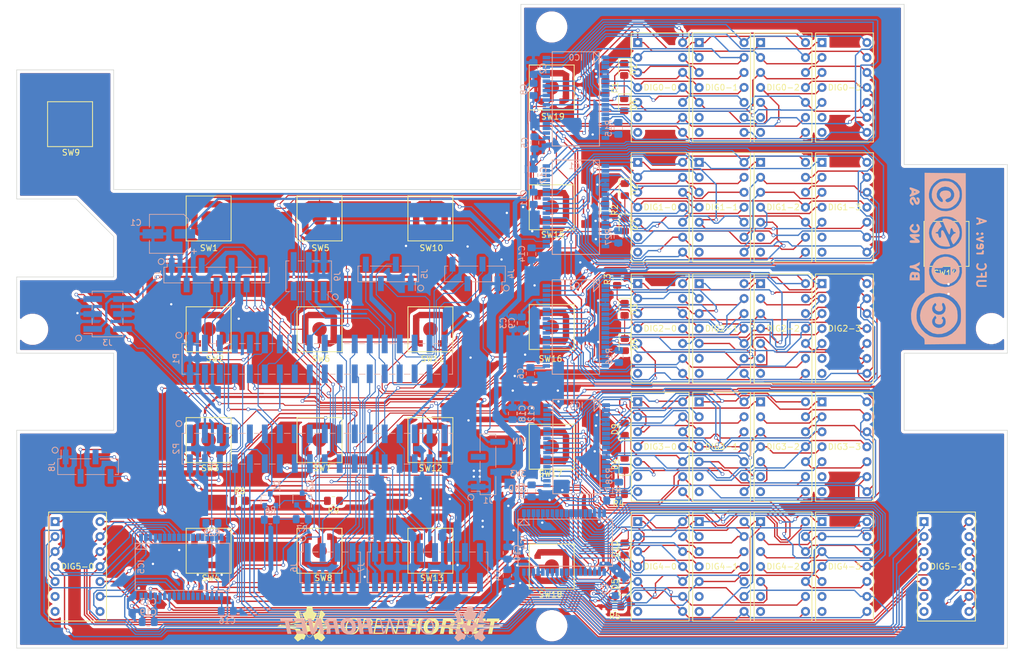
<source format=kicad_pcb>
(kicad_pcb (version 20171130) (host pcbnew "(5.1.4-0-10_14)")
  (title_block (title "UFC main board") (date 2018-01-04) (rev A))
  (layers (0 F.Cu signal) (31 B.Cu signal) (34 B.Paste user) (35 F.Paste user) (36 B.SilkS user) (37 F.SilkS user) (38 B.Mask user) (39 F.Mask user) (44 Edge.Cuts user))
  (net 0 "")
  (net 1 GND)
  (net 2 "/52(SCK)")
  (net 3 "/53(SS)")
  (net 4 "/50(MISO)")
  (net 5 "/51(MOSI)")
  (net 6 /48)
  (net 7 /49)
  (net 8 /46)
  (net 9 /47)
  (net 10 /44)
  (net 11 /45)
  (net 12 /42)
  (net 13 /43)
  (net 14 /40)
  (net 15 /41)
  (net 16 /38)
  (net 17 /39)
  (net 18 /36)
  (net 19 /37)
  (net 20 /34)
  (net 21 /35)
  (net 22 /32)
  (net 23 /33)
  (net 24 /30)
  (net 25 /31)
  (net 26 /28)
  (net 27 /29)
  (net 28 /26)
  (net 29 /27)
  (net 30 /24)
  (net 31 /25)
  (net 32 /22)
  (net 33 /23)
  (net 34 +5V)
  (net 35 /Vin)
  (net 36 /A0)
  (net 37 /A1)
  (net 38 /A2)
  (net 39 /A3)
  (net 40 /A4)
  (net 41 /A5)
  (net 42 /A6)
  (net 43 /A7)
  (net 44 /A8)
  (net 45 /A9)
  (net 46 /SCL)
  (net 47 /SDA)
  (net 48 "/13(**)")
  (net 49 "/12(**)")
  (net 50 "/11(**)")
  (net 51 "/10(**)")
  (net 52 "/9(**)")
  (net 53 "/8(**)")
  (net 54 "/7(**)")
  (net 55 "/6(**)")
  (net 56 "/5(**)")
  (net 57 "/4(**)")
  (net 58 "/3(**)")
  (net 59 "/2(**)")
  (net 60 +3V3)
  (net 61 "/1(Tx0)")
  (net 62 "/0(Rx0)")
  (net 63 "Net-(C5-Pad1)")
  (net 64 "Net-(C6-Pad1)")
  (net 65 "Net-(C7-Pad1)")
  (net 66 "Net-(C14-Pad1)")
  (net 67 "Net-(C15-Pad1)")
  (net 68 "Net-(C16-Pad1)")
  (net 69 "Net-(D1-Pad1)")
  (net 70 "Net-(D1-Pad2)")
  (net 71 "Net-(D2-Pad1)")
  (net 72 "Net-(D2-Pad2)")
  (net 73 "Net-(D3-Pad1)")
  (net 74 "Net-(D3-Pad2)")
  (net 75 "Net-(D4-Pad1)")
  (net 76 "Net-(D4-Pad2)")
  (net 77 "Net-(D5-Pad1)")
  (net 78 "Net-(D10-Pad1)")
  (net 79 /IC0-O15)
  (net 80 /IC0-O0)
  (net 81 /IC0-O2)
  (net 82 /IC0-O3)
  (net 83 /IC0-O14)
  (net 84 /IC0-O16)
  (net 85 /IC0-O6)
  (net 86 /IC0-O5)
  (net 87 /IC0-O4)
  (net 88 /IC0-O1)
  (net 89 /IC0-O18)
  (net 90 /IC0-O17)
  (net 91 /IC0-O20)
  (net 92 /IC0-O19)
  (net 93 /IC0-O21)
  (net 94 /IC0-O23)
  (net 95 /IC0-O22)
  (net 96 /IC0-O7)
  (net 97 /IC0-O9)
  (net 98 /IC0-O10)
  (net 99 /IC0-O13)
  (net 100 /IC0-O12)
  (net 101 /IC0-O11)
  (net 102 /IC0-O8)
  (net 103 /IC1-O15)
  (net 104 /IC1-O0)
  (net 105 /IC1-O2)
  (net 106 /IC1-O3)
  (net 107 /IC1-O14)
  (net 108 /IC1-O16)
  (net 109 /IC1-O6)
  (net 110 /IC1-O5)
  (net 111 /IC1-O4)
  (net 112 /IC1-O1)
  (net 113 /IC1-O18)
  (net 114 /IC1-O17)
  (net 115 /IC1-O20)
  (net 116 /IC1-O19)
  (net 117 /IC1-O21)
  (net 118 /IC1-O23)
  (net 119 /IC1-O22)
  (net 120 /IC1-O7)
  (net 121 /IC1-O9)
  (net 122 /IC1-O10)
  (net 123 /IC1-O13)
  (net 124 /IC1-O12)
  (net 125 /IC1-O11)
  (net 126 /IC1-O8)
  (net 127 /IC2-O15)
  (net 128 /IC2-O0)
  (net 129 /IC2-O2)
  (net 130 /IC2-O3)
  (net 131 /IC2-O14)
  (net 132 /IC2-O16)
  (net 133 /IC2-O6)
  (net 134 /IC2-O5)
  (net 135 /IC2-O4)
  (net 136 /IC2-O1)
  (net 137 /IC2-O18)
  (net 138 /IC2-O17)
  (net 139 /IC2-O20)
  (net 140 /IC2-O19)
  (net 141 /IC2-O21)
  (net 142 /IC2-O23)
  (net 143 /IC2-O22)
  (net 144 /IC2-O7)
  (net 145 /IC2-O9)
  (net 146 /IC2-O10)
  (net 147 /IC2-O13)
  (net 148 /IC2-O12)
  (net 149 /IC2-O11)
  (net 150 /IC2-O8)
  (net 151 /IC3-O15)
  (net 152 /IC3-O0)
  (net 153 /IC3-O2)
  (net 154 /IC3-O3)
  (net 155 /IC3-O14)
  (net 156 /IC3-O16)
  (net 157 /IC3-O6)
  (net 158 /IC3-O5)
  (net 159 /IC3-O4)
  (net 160 /IC3-O1)
  (net 161 /IC3-O18)
  (net 162 /IC3-O17)
  (net 163 /IC3-O20)
  (net 164 /IC3-O19)
  (net 165 /IC3-O21)
  (net 166 /IC3-O23)
  (net 167 /IC3-O22)
  (net 168 /IC3-O7)
  (net 169 /IC3-O9)
  (net 170 /IC3-O10)
  (net 171 /IC3-O13)
  (net 172 /IC3-O12)
  (net 173 /IC3-O11)
  (net 174 /IC3-O8)
  (net 175 /IC4-O15)
  (net 176 /IC4-O0)
  (net 177 /IC4-O2)
  (net 178 /IC4-O3)
  (net 179 /IC4-O14)
  (net 180 /IC4-O16)
  (net 181 /IC4-O6)
  (net 182 /IC4-O5)
  (net 183 /IC4-O4)
  (net 184 /IC4-O1)
  (net 185 /IC4-O18)
  (net 186 /IC4-O17)
  (net 187 /IC4-O20)
  (net 188 /IC4-O19)
  (net 189 /IC4-O21)
  (net 190 /IC4-O23)
  (net 191 /IC4-O22)
  (net 192 /IC4-O7)
  (net 193 /IC4-O9)
  (net 194 /IC4-O10)
  (net 195 /IC4-O13)
  (net 196 /IC4-O12)
  (net 197 /IC4-O11)
  (net 198 /IC4-O8)
  (net 199 /IC5-O15)
  (net 200 /IC5-O0)
  (net 201 /IC5-O2)
  (net 202 /IC5-O3)
  (net 203 /IC5-O14)
  (net 204 /IC5-O16)
  (net 205 /IC5-O6)
  (net 206 /IC5-O5)
  (net 207 /IC5-O4)
  (net 208 /IC5-O1)
  (net 209 /IC5-O18)
  (net 210 /IC5-O17)
  (net 211 /IC5-O20)
  (net 212 /IC5-O19)
  (net 213 /IC5-O21)
  (net 214 /IC5-O23)
  (net 215 /IC5-O22)
  (net 216 "Net-(IC0-Pad15)")
  (net 217 "Net-(IC1-Pad15)")
  (net 218 "Net-(IC2-Pad15)")
  (net 219 "Net-(IC3-Pad15)")
  (net 220 "Net-(IC4-Pad15)")
  (net 221 "Net-(IC5-Pad15)")
  (net 222 "Net-(IC5-Pad14)")
  (net 223 "Net-(IC5-Pad13)")
  (net 224 "Net-(IC5-Pad12)")
  (net 225 "Net-(IC5-Pad11)")
  (net 226 "Net-(IC5-Pad10)")
  (net 227 "Net-(IC0-Pad18)")
  (net 228 "Net-(IC1-Pad18)")
  (net 229 "Net-(IC2-Pad18)")
  (net 230 "Net-(IC3-Pad18)")
  (net 231 "Net-(IC4-Pad18)")
  (net 232 "Net-(IC5-Pad18)")
  (net 233 /SCL5v)
  (net 234 /SDA5v)
  (net 235 "Net-(DIG0-0-Pad6)")
  (net 236 "Net-(DIG0-0-Pad7)")
  (net 237 "Net-(DIG0-1-Pad6)")
  (net 238 "Net-(DIG0-1-Pad7)")
  (net 239 "Net-(DIG0-2-Pad6)")
  (net 240 "Net-(DIG0-2-Pad7)")
  (net 241 "Net-(DIG0-3-Pad6)")
  (net 242 "Net-(DIG0-3-Pad7)")
  (net 243 "Net-(DIG1-0-Pad6)")
  (net 244 "Net-(DIG1-0-Pad7)")
  (net 245 "Net-(DIG1-1-Pad6)")
  (net 246 "Net-(DIG1-1-Pad7)")
  (net 247 "Net-(DIG1-2-Pad6)")
  (net 248 "Net-(DIG1-2-Pad7)")
  (net 249 "Net-(DIG1-3-Pad6)")
  (net 250 "Net-(DIG1-3-Pad7)")
  (net 251 "Net-(DIG2-0-Pad6)")
  (net 252 "Net-(DIG2-0-Pad7)")
  (net 253 "Net-(DIG2-1-Pad6)")
  (net 254 "Net-(DIG2-1-Pad7)")
  (net 255 "Net-(DIG2-2-Pad6)")
  (net 256 "Net-(DIG2-2-Pad7)")
  (net 257 "Net-(DIG2-3-Pad6)")
  (net 258 "Net-(DIG2-3-Pad7)")
  (net 259 "Net-(DIG3-0-Pad6)")
  (net 260 "Net-(DIG3-0-Pad7)")
  (net 261 "Net-(DIG3-1-Pad6)")
  (net 262 "Net-(DIG3-1-Pad7)")
  (net 263 "Net-(DIG3-2-Pad6)")
  (net 264 "Net-(DIG3-2-Pad7)")
  (net 265 "Net-(DIG3-3-Pad6)")
  (net 266 "Net-(DIG3-3-Pad7)")
  (net 267 "Net-(DIG4-0-Pad6)")
  (net 268 "Net-(DIG4-0-Pad7)")
  (net 269 "Net-(DIG4-1-Pad6)")
  (net 270 "Net-(DIG4-1-Pad7)")
  (net 271 "Net-(DIG4-2-Pad6)")
  (net 272 "Net-(DIG4-2-Pad7)")
  (net 273 "Net-(DIG4-3-Pad6)")
  (net 274 "Net-(DIG4-3-Pad7)")
  (net 275 "Net-(DIG5-0-Pad6)")
  (net 276 "Net-(DIG5-0-Pad7)")
  (net 277 "Net-(DIG5-1-Pad6)")
  (net 278 "Net-(DIG5-1-Pad7)")
  (net 279 "Net-(IC5-Pad23)")
  (net 280 "Net-(IC5-Pad24)")
  (net 281 "Net-(J1-Pad3)")
  (net 282 "Net-(P2-Pad1)")
  (net 283 "/15(Rx3)")
  (net 284 "/14(Tx3)")
  (net 285 "/17(Rx2)")
  (net 286 "/16(Tx2)")
  (net 287 "/19(Rx1)")
  (net 288 "/18(Tx1)")
  (module "KiCAD Libraries:OH_LOGO_37.7mm_5.9mm" (layer B.Cu) (at 127 144.5 180)
    (fp_text reference G*** hide)
    (fp_text value LOGO hide)
  )
  (module "KiCAD Libraries:OH_LOGO_37.7mm_5.9mm" (layer F.Cu) (at 126.5 144.5)
    (fp_text reference G*** hide)
    (fp_text value LOGO hide)
  )
  (module Mounting_Holes:MountingHole_4.3mm_M4 (layer F.Cu) (at 228.759 94.371)
    (fp_text reference MK4 hide)
    (fp_text value Mounting_Hole)
    (pad 1 np_thru_hole circle (at 0 0) (size 4.3 4.3) (drill 4.3) (layers *.Cu *.Mask))
  )
  (module Mounting_Holes:MountingHole_4.3mm_M4 (layer F.Cu) (at 154.22 144.79)
    (fp_text reference MK2 hide)
    (fp_text value Mounting_Hole)
    (pad 1 np_thru_hole circle (at 0 0) (size 4.3 4.3) (drill 4.3) (layers *.Cu *.Mask))
  )
  (module "KiCAD Libraries:LTP-305G" (layer F.Cu) (at 172.597 53.467)
    (fp_text reference DIG0-0 (at 0 0) (layer F.SilkS))
    (fp_text value LTP-305G)
    (pad 1 thru_hole rect (at -3.81 -7.62) (size 1.524 1.524) (drill 0.762) (layers *.Cu *.Mask) (net 79 /IC0-O15))
    (pad 2 thru_hole circle (at -3.81 -5.08) (size 1.524 1.524) (drill 0.762) (layers *.Cu *.Mask) (net 80 /IC0-O0))
    (pad 3 thru_hole circle (at -3.81 -2.54) (size 1.524 1.524) (drill 0.762) (layers *.Cu *.Mask) (net 81 /IC0-O2))
    (pad 4 thru_hole circle (at -3.81 0) (size 1.524 1.524) (drill 0.762) (layers *.Cu *.Mask) (net 82 /IC0-O3))
    (pad 5 thru_hole circle (at -3.81 2.54) (size 1.524 1.524) (drill 0.762) (layers *.Cu *.Mask) (net 83 /IC0-O14))
    (pad 6 thru_hole circle (at -3.81 5.08) (size 1.524 1.524) (drill 0.762) (layers *.Cu *.Mask) (net 235 "Net-(DIG0-0-Pad6)"))
    (pad 7 thru_hole circle (at -3.81 7.62) (size 1.524 1.524) (drill 0.762) (layers *.Cu *.Mask) (net 236 "Net-(DIG0-0-Pad7)"))
    (pad 8 thru_hole circle (at 3.81 -7.62) (size 1.524 1.524) (drill 0.762) (layers *.Cu *.Mask) (net 84 /IC0-O16))
    (pad 9 thru_hole circle (at 3.81 -5.08) (size 1.524 1.524) (drill 0.762) (layers *.Cu *.Mask) (net 85 /IC0-O6))
    (pad 10 thru_hole circle (at 3.81 -2.54) (size 1.524 1.524) (drill 0.762) (layers *.Cu *.Mask) (net 86 /IC0-O5))
    (pad 11 thru_hole circle (at 3.81 0) (size 1.524 1.524) (drill 0.762) (layers *.Cu *.Mask) (net 87 /IC0-O4))
    (pad 12 thru_hole circle (at 3.81 2.54) (size 1.524 1.524) (drill 0.762) (layers *.Cu *.Mask) (net 88 /IC0-O1))
    (pad 13 thru_hole circle (at 3.81 5.08) (size 1.524 1.524) (drill 0.762) (layers *.Cu *.Mask) (net 89 /IC0-O18))
    (pad 14 thru_hole circle (at 3.81 7.62) (size 1.524 1.524) (drill 0.762) (layers *.Cu *.Mask) (net 90 /IC0-O17))
  )
  (module "KiCAD Libraries:LTP-305G" (layer F.Cu) (at 183.011 53.467)
    (fp_text reference DIG0-1 (at 0 0) (layer F.SilkS))
    (fp_text value LTP-305G)
    (pad 1 thru_hole rect (at -3.81 -7.62) (size 1.524 1.524) (drill 0.762) (layers *.Cu *.Mask) (net 91 /IC0-O20))
    (pad 2 thru_hole circle (at -3.81 -5.08) (size 1.524 1.524) (drill 0.762) (layers *.Cu *.Mask) (net 80 /IC0-O0))
    (pad 3 thru_hole circle (at -3.81 -2.54) (size 1.524 1.524) (drill 0.762) (layers *.Cu *.Mask) (net 81 /IC0-O2))
    (pad 4 thru_hole circle (at -3.81 0) (size 1.524 1.524) (drill 0.762) (layers *.Cu *.Mask) (net 82 /IC0-O3))
    (pad 5 thru_hole circle (at -3.81 2.54) (size 1.524 1.524) (drill 0.762) (layers *.Cu *.Mask) (net 92 /IC0-O19))
    (pad 6 thru_hole circle (at -3.81 5.08) (size 1.524 1.524) (drill 0.762) (layers *.Cu *.Mask) (net 237 "Net-(DIG0-1-Pad6)"))
    (pad 7 thru_hole circle (at -3.81 7.62) (size 1.524 1.524) (drill 0.762) (layers *.Cu *.Mask) (net 238 "Net-(DIG0-1-Pad7)"))
    (pad 8 thru_hole circle (at 3.81 -7.62) (size 1.524 1.524) (drill 0.762) (layers *.Cu *.Mask) (net 93 /IC0-O21))
    (pad 9 thru_hole circle (at 3.81 -5.08) (size 1.524 1.524) (drill 0.762) (layers *.Cu *.Mask) (net 85 /IC0-O6))
    (pad 10 thru_hole circle (at 3.81 -2.54) (size 1.524 1.524) (drill 0.762) (layers *.Cu *.Mask) (net 86 /IC0-O5))
    (pad 11 thru_hole circle (at 3.81 0) (size 1.524 1.524) (drill 0.762) (layers *.Cu *.Mask) (net 87 /IC0-O4))
    (pad 12 thru_hole circle (at 3.81 2.54) (size 1.524 1.524) (drill 0.762) (layers *.Cu *.Mask) (net 88 /IC0-O1))
    (pad 13 thru_hole circle (at 3.81 5.08) (size 1.524 1.524) (drill 0.762) (layers *.Cu *.Mask) (net 94 /IC0-O23))
    (pad 14 thru_hole circle (at 3.81 7.62) (size 1.524 1.524) (drill 0.762) (layers *.Cu *.Mask) (net 95 /IC0-O22))
  )
  (module "KiCAD Libraries:LTP-305G" (layer F.Cu) (at 193.425 53.467)
    (fp_text reference DIG0-2 (at 0 0) (layer F.SilkS))
    (fp_text value LTP-305G)
    (pad 1 thru_hole rect (at -3.81 -7.62) (size 1.524 1.524) (drill 0.762) (layers *.Cu *.Mask) (net 79 /IC0-O15))
    (pad 2 thru_hole circle (at -3.81 -5.08) (size 1.524 1.524) (drill 0.762) (layers *.Cu *.Mask) (net 96 /IC0-O7))
    (pad 3 thru_hole circle (at -3.81 -2.54) (size 1.524 1.524) (drill 0.762) (layers *.Cu *.Mask) (net 97 /IC0-O9))
    (pad 4 thru_hole circle (at -3.81 0) (size 1.524 1.524) (drill 0.762) (layers *.Cu *.Mask) (net 98 /IC0-O10))
    (pad 5 thru_hole circle (at -3.81 2.54) (size 1.524 1.524) (drill 0.762) (layers *.Cu *.Mask) (net 83 /IC0-O14))
    (pad 6 thru_hole circle (at -3.81 5.08) (size 1.524 1.524) (drill 0.762) (layers *.Cu *.Mask) (net 239 "Net-(DIG0-2-Pad6)"))
    (pad 7 thru_hole circle (at -3.81 7.62) (size 1.524 1.524) (drill 0.762) (layers *.Cu *.Mask) (net 240 "Net-(DIG0-2-Pad7)"))
    (pad 8 thru_hole circle (at 3.81 -7.62) (size 1.524 1.524) (drill 0.762) (layers *.Cu *.Mask) (net 84 /IC0-O16))
    (pad 9 thru_hole circle (at 3.81 -5.08) (size 1.524 1.524) (drill 0.762) (layers *.Cu *.Mask) (net 99 /IC0-O13))
    (pad 10 thru_hole circle (at 3.81 -2.54) (size 1.524 1.524) (drill 0.762) (layers *.Cu *.Mask) (net 100 /IC0-O12))
    (pad 11 thru_hole circle (at 3.81 0) (size 1.524 1.524) (drill 0.762) (layers *.Cu *.Mask) (net 101 /IC0-O11))
    (pad 12 thru_hole circle (at 3.81 2.54) (size 1.524 1.524) (drill 0.762) (layers *.Cu *.Mask) (net 102 /IC0-O8))
    (pad 13 thru_hole circle (at 3.81 5.08) (size 1.524 1.524) (drill 0.762) (layers *.Cu *.Mask) (net 89 /IC0-O18))
    (pad 14 thru_hole circle (at 3.81 7.62) (size 1.524 1.524) (drill 0.762) (layers *.Cu *.Mask) (net 90 /IC0-O17))
  )
  (module "KiCAD Libraries:LTP-305G" (layer F.Cu) (at 203.839 53.467)
    (fp_text reference DIG0-3 (at 0 0) (layer F.SilkS))
    (fp_text value LTP-305G)
    (pad 1 thru_hole rect (at -3.81 -7.62) (size 1.524 1.524) (drill 0.762) (layers *.Cu *.Mask) (net 91 /IC0-O20))
    (pad 2 thru_hole circle (at -3.81 -5.08) (size 1.524 1.524) (drill 0.762) (layers *.Cu *.Mask) (net 96 /IC0-O7))
    (pad 3 thru_hole circle (at -3.81 -2.54) (size 1.524 1.524) (drill 0.762) (layers *.Cu *.Mask) (net 97 /IC0-O9))
    (pad 4 thru_hole circle (at -3.81 0) (size 1.524 1.524) (drill 0.762) (layers *.Cu *.Mask) (net 98 /IC0-O10))
    (pad 5 thru_hole circle (at -3.81 2.54) (size 1.524 1.524) (drill 0.762) (layers *.Cu *.Mask) (net 92 /IC0-O19))
    (pad 6 thru_hole circle (at -3.81 5.08) (size 1.524 1.524) (drill 0.762) (layers *.Cu *.Mask) (net 241 "Net-(DIG0-3-Pad6)"))
    (pad 7 thru_hole circle (at -3.81 7.62) (size 1.524 1.524) (drill 0.762) (layers *.Cu *.Mask) (net 242 "Net-(DIG0-3-Pad7)"))
    (pad 8 thru_hole circle (at 3.81 -7.62) (size 1.524 1.524) (drill 0.762) (layers *.Cu *.Mask) (net 93 /IC0-O21))
    (pad 9 thru_hole circle (at 3.81 -5.08) (size 1.524 1.524) (drill 0.762) (layers *.Cu *.Mask) (net 99 /IC0-O13))
    (pad 10 thru_hole circle (at 3.81 -2.54) (size 1.524 1.524) (drill 0.762) (layers *.Cu *.Mask) (net 100 /IC0-O12))
    (pad 11 thru_hole circle (at 3.81 0) (size 1.524 1.524) (drill 0.762) (layers *.Cu *.Mask) (net 101 /IC0-O11))
    (pad 12 thru_hole circle (at 3.81 2.54) (size 1.524 1.524) (drill 0.762) (layers *.Cu *.Mask) (net 102 /IC0-O8))
    (pad 13 thru_hole circle (at 3.81 5.08) (size 1.524 1.524) (drill 0.762) (layers *.Cu *.Mask) (net 94 /IC0-O23))
    (pad 14 thru_hole circle (at 3.81 7.62) (size 1.524 1.524) (drill 0.762) (layers *.Cu *.Mask) (net 95 /IC0-O22))
  )
  (module "KiCAD Libraries:LTP-305G" (layer F.Cu) (at 172.597 73.787)
    (fp_text reference DIG1-0 (at 0 0) (layer F.SilkS))
    (fp_text value LTP-305G)
    (pad 1 thru_hole rect (at -3.81 -7.62) (size 1.524 1.524) (drill 0.762) (layers *.Cu *.Mask) (net 103 /IC1-O15))
    (pad 2 thru_hole circle (at -3.81 -5.08) (size 1.524 1.524) (drill 0.762) (layers *.Cu *.Mask) (net 104 /IC1-O0))
    (pad 3 thru_hole circle (at -3.81 -2.54) (size 1.524 1.524) (drill 0.762) (layers *.Cu *.Mask) (net 105 /IC1-O2))
    (pad 4 thru_hole circle (at -3.81 0) (size 1.524 1.524) (drill 0.762) (layers *.Cu *.Mask) (net 106 /IC1-O3))
    (pad 5 thru_hole circle (at -3.81 2.54) (size 1.524 1.524) (drill 0.762) (layers *.Cu *.Mask) (net 107 /IC1-O14))
    (pad 6 thru_hole circle (at -3.81 5.08) (size 1.524 1.524) (drill 0.762) (layers *.Cu *.Mask) (net 243 "Net-(DIG1-0-Pad6)"))
    (pad 7 thru_hole circle (at -3.81 7.62) (size 1.524 1.524) (drill 0.762) (layers *.Cu *.Mask) (net 244 "Net-(DIG1-0-Pad7)"))
    (pad 8 thru_hole circle (at 3.81 -7.62) (size 1.524 1.524) (drill 0.762) (layers *.Cu *.Mask) (net 108 /IC1-O16))
    (pad 9 thru_hole circle (at 3.81 -5.08) (size 1.524 1.524) (drill 0.762) (layers *.Cu *.Mask) (net 109 /IC1-O6))
    (pad 10 thru_hole circle (at 3.81 -2.54) (size 1.524 1.524) (drill 0.762) (layers *.Cu *.Mask) (net 110 /IC1-O5))
    (pad 11 thru_hole circle (at 3.81 0) (size 1.524 1.524) (drill 0.762) (layers *.Cu *.Mask) (net 111 /IC1-O4))
    (pad 12 thru_hole circle (at 3.81 2.54) (size 1.524 1.524) (drill 0.762) (layers *.Cu *.Mask) (net 112 /IC1-O1))
    (pad 13 thru_hole circle (at 3.81 5.08) (size 1.524 1.524) (drill 0.762) (layers *.Cu *.Mask) (net 113 /IC1-O18))
    (pad 14 thru_hole circle (at 3.81 7.62) (size 1.524 1.524) (drill 0.762) (layers *.Cu *.Mask) (net 114 /IC1-O17))
  )
  (module "KiCAD Libraries:LTP-305G" (layer F.Cu) (at 183.011 73.787)
    (fp_text reference DIG1-1 (at 0 0) (layer F.SilkS))
    (fp_text value LTP-305G)
    (pad 1 thru_hole rect (at -3.81 -7.62) (size 1.524 1.524) (drill 0.762) (layers *.Cu *.Mask) (net 115 /IC1-O20))
    (pad 2 thru_hole circle (at -3.81 -5.08) (size 1.524 1.524) (drill 0.762) (layers *.Cu *.Mask) (net 104 /IC1-O0))
    (pad 3 thru_hole circle (at -3.81 -2.54) (size 1.524 1.524) (drill 0.762) (layers *.Cu *.Mask) (net 105 /IC1-O2))
    (pad 4 thru_hole circle (at -3.81 0) (size 1.524 1.524) (drill 0.762) (layers *.Cu *.Mask) (net 106 /IC1-O3))
    (pad 5 thru_hole circle (at -3.81 2.54) (size 1.524 1.524) (drill 0.762) (layers *.Cu *.Mask) (net 116 /IC1-O19))
    (pad 6 thru_hole circle (at -3.81 5.08) (size 1.524 1.524) (drill 0.762) (layers *.Cu *.Mask) (net 245 "Net-(DIG1-1-Pad6)"))
    (pad 7 thru_hole circle (at -3.81 7.62) (size 1.524 1.524) (drill 0.762) (layers *.Cu *.Mask) (net 246 "Net-(DIG1-1-Pad7)"))
    (pad 8 thru_hole circle (at 3.81 -7.62) (size 1.524 1.524) (drill 0.762) (layers *.Cu *.Mask) (net 117 /IC1-O21))
    (pad 9 thru_hole circle (at 3.81 -5.08) (size 1.524 1.524) (drill 0.762) (layers *.Cu *.Mask) (net 109 /IC1-O6))
    (pad 10 thru_hole circle (at 3.81 -2.54) (size 1.524 1.524) (drill 0.762) (layers *.Cu *.Mask) (net 110 /IC1-O5))
    (pad 11 thru_hole circle (at 3.81 0) (size 1.524 1.524) (drill 0.762) (layers *.Cu *.Mask) (net 111 /IC1-O4))
    (pad 12 thru_hole circle (at 3.81 2.54) (size 1.524 1.524) (drill 0.762) (layers *.Cu *.Mask) (net 112 /IC1-O1))
    (pad 13 thru_hole circle (at 3.81 5.08) (size 1.524 1.524) (drill 0.762) (layers *.Cu *.Mask) (net 118 /IC1-O23))
    (pad 14 thru_hole circle (at 3.81 7.62) (size 1.524 1.524) (drill 0.762) (layers *.Cu *.Mask) (net 119 /IC1-O22))
  )
  (module "KiCAD Libraries:LTP-305G" (layer F.Cu) (at 193.425 73.787)
    (fp_text reference DIG1-2 (at 0 0) (layer F.SilkS))
    (fp_text value LTP-305G)
    (pad 1 thru_hole rect (at -3.81 -7.62) (size 1.524 1.524) (drill 0.762) (layers *.Cu *.Mask) (net 103 /IC1-O15))
    (pad 2 thru_hole circle (at -3.81 -5.08) (size 1.524 1.524) (drill 0.762) (layers *.Cu *.Mask) (net 120 /IC1-O7))
    (pad 3 thru_hole circle (at -3.81 -2.54) (size 1.524 1.524) (drill 0.762) (layers *.Cu *.Mask) (net 121 /IC1-O9))
    (pad 4 thru_hole circle (at -3.81 0) (size 1.524 1.524) (drill 0.762) (layers *.Cu *.Mask) (net 122 /IC1-O10))
    (pad 5 thru_hole circle (at -3.81 2.54) (size 1.524 1.524) (drill 0.762) (layers *.Cu *.Mask) (net 107 /IC1-O14))
    (pad 6 thru_hole circle (at -3.81 5.08) (size 1.524 1.524) (drill 0.762) (layers *.Cu *.Mask) (net 247 "Net-(DIG1-2-Pad6)"))
    (pad 7 thru_hole circle (at -3.81 7.62) (size 1.524 1.524) (drill 0.762) (layers *.Cu *.Mask) (net 248 "Net-(DIG1-2-Pad7)"))
    (pad 8 thru_hole circle (at 3.81 -7.62) (size 1.524 1.524) (drill 0.762) (layers *.Cu *.Mask) (net 108 /IC1-O16))
    (pad 9 thru_hole circle (at 3.81 -5.08) (size 1.524 1.524) (drill 0.762) (layers *.Cu *.Mask) (net 123 /IC1-O13))
    (pad 10 thru_hole circle (at 3.81 -2.54) (size 1.524 1.524) (drill 0.762) (layers *.Cu *.Mask) (net 124 /IC1-O12))
    (pad 11 thru_hole circle (at 3.81 0) (size 1.524 1.524) (drill 0.762) (layers *.Cu *.Mask) (net 125 /IC1-O11))
    (pad 12 thru_hole circle (at 3.81 2.54) (size 1.524 1.524) (drill 0.762) (layers *.Cu *.Mask) (net 126 /IC1-O8))
    (pad 13 thru_hole circle (at 3.81 5.08) (size 1.524 1.524) (drill 0.762) (layers *.Cu *.Mask) (net 113 /IC1-O18))
    (pad 14 thru_hole circle (at 3.81 7.62) (size 1.524 1.524) (drill 0.762) (layers *.Cu *.Mask) (net 114 /IC1-O17))
  )
  (module "KiCAD Libraries:LTP-305G" (layer F.Cu) (at 203.839 73.787)
    (fp_text reference DIG1-3 (at 0 0) (layer F.SilkS))
    (fp_text value LTP-305G)
    (pad 1 thru_hole rect (at -3.81 -7.62) (size 1.524 1.524) (drill 0.762) (layers *.Cu *.Mask) (net 115 /IC1-O20))
    (pad 2 thru_hole circle (at -3.81 -5.08) (size 1.524 1.524) (drill 0.762) (layers *.Cu *.Mask) (net 120 /IC1-O7))
    (pad 3 thru_hole circle (at -3.81 -2.54) (size 1.524 1.524) (drill 0.762) (layers *.Cu *.Mask) (net 121 /IC1-O9))
    (pad 4 thru_hole circle (at -3.81 0) (size 1.524 1.524) (drill 0.762) (layers *.Cu *.Mask) (net 122 /IC1-O10))
    (pad 5 thru_hole circle (at -3.81 2.54) (size 1.524 1.524) (drill 0.762) (layers *.Cu *.Mask) (net 116 /IC1-O19))
    (pad 6 thru_hole circle (at -3.81 5.08) (size 1.524 1.524) (drill 0.762) (layers *.Cu *.Mask) (net 249 "Net-(DIG1-3-Pad6)"))
    (pad 7 thru_hole circle (at -3.81 7.62) (size 1.524 1.524) (drill 0.762) (layers *.Cu *.Mask) (net 250 "Net-(DIG1-3-Pad7)"))
    (pad 8 thru_hole circle (at 3.81 -7.62) (size 1.524 1.524) (drill 0.762) (layers *.Cu *.Mask) (net 117 /IC1-O21))
    (pad 9 thru_hole circle (at 3.81 -5.08) (size 1.524 1.524) (drill 0.762) (layers *.Cu *.Mask) (net 123 /IC1-O13))
    (pad 10 thru_hole circle (at 3.81 -2.54) (size 1.524 1.524) (drill 0.762) (layers *.Cu *.Mask) (net 124 /IC1-O12))
    (pad 11 thru_hole circle (at 3.81 0) (size 1.524 1.524) (drill 0.762) (layers *.Cu *.Mask) (net 125 /IC1-O11))
    (pad 12 thru_hole circle (at 3.81 2.54) (size 1.524 1.524) (drill 0.762) (layers *.Cu *.Mask) (net 126 /IC1-O8))
    (pad 13 thru_hole circle (at 3.81 5.08) (size 1.524 1.524) (drill 0.762) (layers *.Cu *.Mask) (net 118 /IC1-O23))
    (pad 14 thru_hole circle (at 3.81 7.62) (size 1.524 1.524) (drill 0.762) (layers *.Cu *.Mask) (net 119 /IC1-O22))
  )
  (module "KiCAD Libraries:LTP-305G" (layer F.Cu) (at 172.597 94.361)
    (fp_text reference DIG2-0 (at 0 0) (layer F.SilkS))
    (fp_text value LTP-305G)
    (pad 1 thru_hole rect (at -3.81 -7.62) (size 1.524 1.524) (drill 0.762) (layers *.Cu *.Mask) (net 127 /IC2-O15))
    (pad 2 thru_hole circle (at -3.81 -5.08) (size 1.524 1.524) (drill 0.762) (layers *.Cu *.Mask) (net 128 /IC2-O0))
    (pad 3 thru_hole circle (at -3.81 -2.54) (size 1.524 1.524) (drill 0.762) (layers *.Cu *.Mask) (net 129 /IC2-O2))
    (pad 4 thru_hole circle (at -3.81 0) (size 1.524 1.524) (drill 0.762) (layers *.Cu *.Mask) (net 130 /IC2-O3))
    (pad 5 thru_hole circle (at -3.81 2.54) (size 1.524 1.524) (drill 0.762) (layers *.Cu *.Mask) (net 131 /IC2-O14))
    (pad 6 thru_hole circle (at -3.81 5.08) (size 1.524 1.524) (drill 0.762) (layers *.Cu *.Mask) (net 251 "Net-(DIG2-0-Pad6)"))
    (pad 7 thru_hole circle (at -3.81 7.62) (size 1.524 1.524) (drill 0.762) (layers *.Cu *.Mask) (net 252 "Net-(DIG2-0-Pad7)"))
    (pad 8 thru_hole circle (at 3.81 -7.62) (size 1.524 1.524) (drill 0.762) (layers *.Cu *.Mask) (net 132 /IC2-O16))
    (pad 9 thru_hole circle (at 3.81 -5.08) (size 1.524 1.524) (drill 0.762) (layers *.Cu *.Mask) (net 133 /IC2-O6))
    (pad 10 thru_hole circle (at 3.81 -2.54) (size 1.524 1.524) (drill 0.762) (layers *.Cu *.Mask) (net 134 /IC2-O5))
    (pad 11 thru_hole circle (at 3.81 0) (size 1.524 1.524) (drill 0.762) (layers *.Cu *.Mask) (net 135 /IC2-O4))
    (pad 12 thru_hole circle (at 3.81 2.54) (size 1.524 1.524) (drill 0.762) (layers *.Cu *.Mask) (net 136 /IC2-O1))
    (pad 13 thru_hole circle (at 3.81 5.08) (size 1.524 1.524) (drill 0.762) (layers *.Cu *.Mask) (net 137 /IC2-O18))
    (pad 14 thru_hole circle (at 3.81 7.62) (size 1.524 1.524) (drill 0.762) (layers *.Cu *.Mask) (net 138 /IC2-O17))
  )
  (module "KiCAD Libraries:LTP-305G" (layer F.Cu) (at 183.011 94.361)
    (fp_text reference DIG2-1 (at 0 0) (layer F.SilkS))
    (fp_text value LTP-305G)
    (pad 1 thru_hole rect (at -3.81 -7.62) (size 1.524 1.524) (drill 0.762) (layers *.Cu *.Mask) (net 139 /IC2-O20))
    (pad 2 thru_hole circle (at -3.81 -5.08) (size 1.524 1.524) (drill 0.762) (layers *.Cu *.Mask) (net 128 /IC2-O0))
    (pad 3 thru_hole circle (at -3.81 -2.54) (size 1.524 1.524) (drill 0.762) (layers *.Cu *.Mask) (net 129 /IC2-O2))
    (pad 4 thru_hole circle (at -3.81 0) (size 1.524 1.524) (drill 0.762) (layers *.Cu *.Mask) (net 130 /IC2-O3))
    (pad 5 thru_hole circle (at -3.81 2.54) (size 1.524 1.524) (drill 0.762) (layers *.Cu *.Mask) (net 140 /IC2-O19))
    (pad 6 thru_hole circle (at -3.81 5.08) (size 1.524 1.524) (drill 0.762) (layers *.Cu *.Mask) (net 253 "Net-(DIG2-1-Pad6)"))
    (pad 7 thru_hole circle (at -3.81 7.62) (size 1.524 1.524) (drill 0.762) (layers *.Cu *.Mask) (net 254 "Net-(DIG2-1-Pad7)"))
    (pad 8 thru_hole circle (at 3.81 -7.62) (size 1.524 1.524) (drill 0.762) (layers *.Cu *.Mask) (net 141 /IC2-O21))
    (pad 9 thru_hole circle (at 3.81 -5.08) (size 1.524 1.524) (drill 0.762) (layers *.Cu *.Mask) (net 133 /IC2-O6))
    (pad 10 thru_hole circle (at 3.81 -2.54) (size 1.524 1.524) (drill 0.762) (layers *.Cu *.Mask) (net 134 /IC2-O5))
    (pad 11 thru_hole circle (at 3.81 0) (size 1.524 1.524) (drill 0.762) (layers *.Cu *.Mask) (net 135 /IC2-O4))
    (pad 12 thru_hole circle (at 3.81 2.54) (size 1.524 1.524) (drill 0.762) (layers *.Cu *.Mask) (net 136 /IC2-O1))
    (pad 13 thru_hole circle (at 3.81 5.08) (size 1.524 1.524) (drill 0.762) (layers *.Cu *.Mask) (net 142 /IC2-O23))
    (pad 14 thru_hole circle (at 3.81 7.62) (size 1.524 1.524) (drill 0.762) (layers *.Cu *.Mask) (net 143 /IC2-O22))
  )
  (module "KiCAD Libraries:LTP-305G" (layer F.Cu) (at 193.425 94.361)
    (fp_text reference DIG2-2 (at 0 0) (layer F.SilkS))
    (fp_text value LTP-305G)
    (pad 1 thru_hole rect (at -3.81 -7.62) (size 1.524 1.524) (drill 0.762) (layers *.Cu *.Mask) (net 127 /IC2-O15))
    (pad 2 thru_hole circle (at -3.81 -5.08) (size 1.524 1.524) (drill 0.762) (layers *.Cu *.Mask) (net 144 /IC2-O7))
    (pad 3 thru_hole circle (at -3.81 -2.54) (size 1.524 1.524) (drill 0.762) (layers *.Cu *.Mask) (net 145 /IC2-O9))
    (pad 4 thru_hole circle (at -3.81 0) (size 1.524 1.524) (drill 0.762) (layers *.Cu *.Mask) (net 146 /IC2-O10))
    (pad 5 thru_hole circle (at -3.81 2.54) (size 1.524 1.524) (drill 0.762) (layers *.Cu *.Mask) (net 131 /IC2-O14))
    (pad 6 thru_hole circle (at -3.81 5.08) (size 1.524 1.524) (drill 0.762) (layers *.Cu *.Mask) (net 255 "Net-(DIG2-2-Pad6)"))
    (pad 7 thru_hole circle (at -3.81 7.62) (size 1.524 1.524) (drill 0.762) (layers *.Cu *.Mask) (net 256 "Net-(DIG2-2-Pad7)"))
    (pad 8 thru_hole circle (at 3.81 -7.62) (size 1.524 1.524) (drill 0.762) (layers *.Cu *.Mask) (net 132 /IC2-O16))
    (pad 9 thru_hole circle (at 3.81 -5.08) (size 1.524 1.524) (drill 0.762) (layers *.Cu *.Mask) (net 147 /IC2-O13))
    (pad 10 thru_hole circle (at 3.81 -2.54) (size 1.524 1.524) (drill 0.762) (layers *.Cu *.Mask) (net 148 /IC2-O12))
    (pad 11 thru_hole circle (at 3.81 0) (size 1.524 1.524) (drill 0.762) (layers *.Cu *.Mask) (net 149 /IC2-O11))
    (pad 12 thru_hole circle (at 3.81 2.54) (size 1.524 1.524) (drill 0.762) (layers *.Cu *.Mask) (net 150 /IC2-O8))
    (pad 13 thru_hole circle (at 3.81 5.08) (size 1.524 1.524) (drill 0.762) (layers *.Cu *.Mask) (net 137 /IC2-O18))
    (pad 14 thru_hole circle (at 3.81 7.62) (size 1.524 1.524) (drill 0.762) (layers *.Cu *.Mask) (net 138 /IC2-O17))
  )
  (module "KiCAD Libraries:LTP-305G" (layer F.Cu) (at 203.839 94.361)
    (fp_text reference DIG2-3 (at 0 0) (layer F.SilkS))
    (fp_text value LTP-305G)
    (pad 1 thru_hole rect (at -3.81 -7.62) (size 1.524 1.524) (drill 0.762) (layers *.Cu *.Mask) (net 139 /IC2-O20))
    (pad 2 thru_hole circle (at -3.81 -5.08) (size 1.524 1.524) (drill 0.762) (layers *.Cu *.Mask) (net 144 /IC2-O7))
    (pad 3 thru_hole circle (at -3.81 -2.54) (size 1.524 1.524) (drill 0.762) (layers *.Cu *.Mask) (net 145 /IC2-O9))
    (pad 4 thru_hole circle (at -3.81 0) (size 1.524 1.524) (drill 0.762) (layers *.Cu *.Mask) (net 146 /IC2-O10))
    (pad 5 thru_hole circle (at -3.81 2.54) (size 1.524 1.524) (drill 0.762) (layers *.Cu *.Mask) (net 140 /IC2-O19))
    (pad 6 thru_hole circle (at -3.81 5.08) (size 1.524 1.524) (drill 0.762) (layers *.Cu *.Mask) (net 257 "Net-(DIG2-3-Pad6)"))
    (pad 7 thru_hole circle (at -3.81 7.62) (size 1.524 1.524) (drill 0.762) (layers *.Cu *.Mask) (net 258 "Net-(DIG2-3-Pad7)"))
    (pad 8 thru_hole circle (at 3.81 -7.62) (size 1.524 1.524) (drill 0.762) (layers *.Cu *.Mask) (net 141 /IC2-O21))
    (pad 9 thru_hole circle (at 3.81 -5.08) (size 1.524 1.524) (drill 0.762) (layers *.Cu *.Mask) (net 147 /IC2-O13))
    (pad 10 thru_hole circle (at 3.81 -2.54) (size 1.524 1.524) (drill 0.762) (layers *.Cu *.Mask) (net 148 /IC2-O12))
    (pad 11 thru_hole circle (at 3.81 0) (size 1.524 1.524) (drill 0.762) (layers *.Cu *.Mask) (net 149 /IC2-O11))
    (pad 12 thru_hole circle (at 3.81 2.54) (size 1.524 1.524) (drill 0.762) (layers *.Cu *.Mask) (net 150 /IC2-O8))
    (pad 13 thru_hole circle (at 3.81 5.08) (size 1.524 1.524) (drill 0.762) (layers *.Cu *.Mask) (net 142 /IC2-O23))
    (pad 14 thru_hole circle (at 3.81 7.62) (size 1.524 1.524) (drill 0.762) (layers *.Cu *.Mask) (net 143 /IC2-O22))
  )
  (module "KiCAD Libraries:LTP-305G" (layer F.Cu) (at 172.597 114.427)
    (fp_text reference DIG3-0 (at 0 0) (layer F.SilkS))
    (fp_text value LTP-305G)
    (pad 1 thru_hole rect (at -3.81 -7.62) (size 1.524 1.524) (drill 0.762) (layers *.Cu *.Mask) (net 151 /IC3-O15))
    (pad 2 thru_hole circle (at -3.81 -5.08) (size 1.524 1.524) (drill 0.762) (layers *.Cu *.Mask) (net 152 /IC3-O0))
    (pad 3 thru_hole circle (at -3.81 -2.54) (size 1.524 1.524) (drill 0.762) (layers *.Cu *.Mask) (net 153 /IC3-O2))
    (pad 4 thru_hole circle (at -3.81 0) (size 1.524 1.524) (drill 0.762) (layers *.Cu *.Mask) (net 154 /IC3-O3))
    (pad 5 thru_hole circle (at -3.81 2.54) (size 1.524 1.524) (drill 0.762) (layers *.Cu *.Mask) (net 155 /IC3-O14))
    (pad 6 thru_hole circle (at -3.81 5.08) (size 1.524 1.524) (drill 0.762) (layers *.Cu *.Mask) (net 259 "Net-(DIG3-0-Pad6)"))
    (pad 7 thru_hole circle (at -3.81 7.62) (size 1.524 1.524) (drill 0.762) (layers *.Cu *.Mask) (net 260 "Net-(DIG3-0-Pad7)"))
    (pad 8 thru_hole circle (at 3.81 -7.62) (size 1.524 1.524) (drill 0.762) (layers *.Cu *.Mask) (net 156 /IC3-O16))
    (pad 9 thru_hole circle (at 3.81 -5.08) (size 1.524 1.524) (drill 0.762) (layers *.Cu *.Mask) (net 157 /IC3-O6))
    (pad 10 thru_hole circle (at 3.81 -2.54) (size 1.524 1.524) (drill 0.762) (layers *.Cu *.Mask) (net 158 /IC3-O5))
    (pad 11 thru_hole circle (at 3.81 0) (size 1.524 1.524) (drill 0.762) (layers *.Cu *.Mask) (net 159 /IC3-O4))
    (pad 12 thru_hole circle (at 3.81 2.54) (size 1.524 1.524) (drill 0.762) (layers *.Cu *.Mask) (net 160 /IC3-O1))
    (pad 13 thru_hole circle (at 3.81 5.08) (size 1.524 1.524) (drill 0.762) (layers *.Cu *.Mask) (net 161 /IC3-O18))
    (pad 14 thru_hole circle (at 3.81 7.62) (size 1.524 1.524) (drill 0.762) (layers *.Cu *.Mask) (net 162 /IC3-O17))
  )
  (module "KiCAD Libraries:LTP-305G" (layer F.Cu) (at 183.011 114.427)
    (fp_text reference DIG3-1 (at 0 0) (layer F.SilkS))
    (fp_text value LTP-305G)
    (pad 1 thru_hole rect (at -3.81 -7.62) (size 1.524 1.524) (drill 0.762) (layers *.Cu *.Mask) (net 163 /IC3-O20))
    (pad 2 thru_hole circle (at -3.81 -5.08) (size 1.524 1.524) (drill 0.762) (layers *.Cu *.Mask) (net 152 /IC3-O0))
    (pad 3 thru_hole circle (at -3.81 -2.54) (size 1.524 1.524) (drill 0.762) (layers *.Cu *.Mask) (net 153 /IC3-O2))
    (pad 4 thru_hole circle (at -3.81 0) (size 1.524 1.524) (drill 0.762) (layers *.Cu *.Mask) (net 154 /IC3-O3))
    (pad 5 thru_hole circle (at -3.81 2.54) (size 1.524 1.524) (drill 0.762) (layers *.Cu *.Mask) (net 164 /IC3-O19))
    (pad 6 thru_hole circle (at -3.81 5.08) (size 1.524 1.524) (drill 0.762) (layers *.Cu *.Mask) (net 261 "Net-(DIG3-1-Pad6)"))
    (pad 7 thru_hole circle (at -3.81 7.62) (size 1.524 1.524) (drill 0.762) (layers *.Cu *.Mask) (net 262 "Net-(DIG3-1-Pad7)"))
    (pad 8 thru_hole circle (at 3.81 -7.62) (size 1.524 1.524) (drill 0.762) (layers *.Cu *.Mask) (net 165 /IC3-O21))
    (pad 9 thru_hole circle (at 3.81 -5.08) (size 1.524 1.524) (drill 0.762) (layers *.Cu *.Mask) (net 157 /IC3-O6))
    (pad 10 thru_hole circle (at 3.81 -2.54) (size 1.524 1.524) (drill 0.762) (layers *.Cu *.Mask) (net 158 /IC3-O5))
    (pad 11 thru_hole circle (at 3.81 0) (size 1.524 1.524) (drill 0.762) (layers *.Cu *.Mask) (net 159 /IC3-O4))
    (pad 12 thru_hole circle (at 3.81 2.54) (size 1.524 1.524) (drill 0.762) (layers *.Cu *.Mask) (net 160 /IC3-O1))
    (pad 13 thru_hole circle (at 3.81 5.08) (size 1.524 1.524) (drill 0.762) (layers *.Cu *.Mask) (net 166 /IC3-O23))
    (pad 14 thru_hole circle (at 3.81 7.62) (size 1.524 1.524) (drill 0.762) (layers *.Cu *.Mask) (net 167 /IC3-O22))
  )
  (module "KiCAD Libraries:LTP-305G" (layer F.Cu) (at 193.425 114.427)
    (fp_text reference DIG3-2 (at 0 0) (layer F.SilkS))
    (fp_text value LTP-305G)
    (pad 1 thru_hole rect (at -3.81 -7.62) (size 1.524 1.524) (drill 0.762) (layers *.Cu *.Mask) (net 151 /IC3-O15))
    (pad 2 thru_hole circle (at -3.81 -5.08) (size 1.524 1.524) (drill 0.762) (layers *.Cu *.Mask) (net 168 /IC3-O7))
    (pad 3 thru_hole circle (at -3.81 -2.54) (size 1.524 1.524) (drill 0.762) (layers *.Cu *.Mask) (net 169 /IC3-O9))
    (pad 4 thru_hole circle (at -3.81 0) (size 1.524 1.524) (drill 0.762) (layers *.Cu *.Mask) (net 170 /IC3-O10))
    (pad 5 thru_hole circle (at -3.81 2.54) (size 1.524 1.524) (drill 0.762) (layers *.Cu *.Mask) (net 155 /IC3-O14))
    (pad 6 thru_hole circle (at -3.81 5.08) (size 1.524 1.524) (drill 0.762) (layers *.Cu *.Mask) (net 263 "Net-(DIG3-2-Pad6)"))
    (pad 7 thru_hole circle (at -3.81 7.62) (size 1.524 1.524) (drill 0.762) (layers *.Cu *.Mask) (net 264 "Net-(DIG3-2-Pad7)"))
    (pad 8 thru_hole circle (at 3.81 -7.62) (size 1.524 1.524) (drill 0.762) (layers *.Cu *.Mask) (net 156 /IC3-O16))
    (pad 9 thru_hole circle (at 3.81 -5.08) (size 1.524 1.524) (drill 0.762) (layers *.Cu *.Mask) (net 171 /IC3-O13))
    (pad 10 thru_hole circle (at 3.81 -2.54) (size 1.524 1.524) (drill 0.762) (layers *.Cu *.Mask) (net 172 /IC3-O12))
    (pad 11 thru_hole circle (at 3.81 0) (size 1.524 1.524) (drill 0.762) (layers *.Cu *.Mask) (net 173 /IC3-O11))
    (pad 12 thru_hole circle (at 3.81 2.54) (size 1.524 1.524) (drill 0.762) (layers *.Cu *.Mask) (net 174 /IC3-O8))
    (pad 13 thru_hole circle (at 3.81 5.08) (size 1.524 1.524) (drill 0.762) (layers *.Cu *.Mask) (net 161 /IC3-O18))
    (pad 14 thru_hole circle (at 3.81 7.62) (size 1.524 1.524) (drill 0.762) (layers *.Cu *.Mask) (net 162 /IC3-O17))
  )
  (module "KiCAD Libraries:LTP-305G" (layer F.Cu) (at 203.839 114.427)
    (fp_text reference DIG3-3 (at 0 0) (layer F.SilkS))
    (fp_text value LTP-305G)
    (pad 1 thru_hole rect (at -3.81 -7.62) (size 1.524 1.524) (drill 0.762) (layers *.Cu *.Mask) (net 163 /IC3-O20))
    (pad 2 thru_hole circle (at -3.81 -5.08) (size 1.524 1.524) (drill 0.762) (layers *.Cu *.Mask) (net 168 /IC3-O7))
    (pad 3 thru_hole circle (at -3.81 -2.54) (size 1.524 1.524) (drill 0.762) (layers *.Cu *.Mask) (net 169 /IC3-O9))
    (pad 4 thru_hole circle (at -3.81 0) (size 1.524 1.524) (drill 0.762) (layers *.Cu *.Mask) (net 170 /IC3-O10))
    (pad 5 thru_hole circle (at -3.81 2.54) (size 1.524 1.524) (drill 0.762) (layers *.Cu *.Mask) (net 164 /IC3-O19))
    (pad 6 thru_hole circle (at -3.81 5.08) (size 1.524 1.524) (drill 0.762) (layers *.Cu *.Mask) (net 265 "Net-(DIG3-3-Pad6)"))
    (pad 7 thru_hole circle (at -3.81 7.62) (size 1.524 1.524) (drill 0.762) (layers *.Cu *.Mask) (net 266 "Net-(DIG3-3-Pad7)"))
    (pad 8 thru_hole circle (at 3.81 -7.62) (size 1.524 1.524) (drill 0.762) (layers *.Cu *.Mask) (net 165 /IC3-O21))
    (pad 9 thru_hole circle (at 3.81 -5.08) (size 1.524 1.524) (drill 0.762) (layers *.Cu *.Mask) (net 171 /IC3-O13))
    (pad 10 thru_hole circle (at 3.81 -2.54) (size 1.524 1.524) (drill 0.762) (layers *.Cu *.Mask) (net 172 /IC3-O12))
    (pad 11 thru_hole circle (at 3.81 0) (size 1.524 1.524) (drill 0.762) (layers *.Cu *.Mask) (net 173 /IC3-O11))
    (pad 12 thru_hole circle (at 3.81 2.54) (size 1.524 1.524) (drill 0.762) (layers *.Cu *.Mask) (net 174 /IC3-O8))
    (pad 13 thru_hole circle (at 3.81 5.08) (size 1.524 1.524) (drill 0.762) (layers *.Cu *.Mask) (net 166 /IC3-O23))
    (pad 14 thru_hole circle (at 3.81 7.62) (size 1.524 1.524) (drill 0.762) (layers *.Cu *.Mask) (net 167 /IC3-O22))
  )
  (module "KiCAD Libraries:LTP-305G" (layer F.Cu) (at 172.597 134.747)
    (fp_text reference DIG4-0 (at 0 0) (layer F.SilkS))
    (fp_text value LTP-305G)
    (pad 1 thru_hole rect (at -3.81 -7.62) (size 1.524 1.524) (drill 0.762) (layers *.Cu *.Mask) (net 175 /IC4-O15))
    (pad 2 thru_hole circle (at -3.81 -5.08) (size 1.524 1.524) (drill 0.762) (layers *.Cu *.Mask) (net 176 /IC4-O0))
    (pad 3 thru_hole circle (at -3.81 -2.54) (size 1.524 1.524) (drill 0.762) (layers *.Cu *.Mask) (net 177 /IC4-O2))
    (pad 4 thru_hole circle (at -3.81 0) (size 1.524 1.524) (drill 0.762) (layers *.Cu *.Mask) (net 178 /IC4-O3))
    (pad 5 thru_hole circle (at -3.81 2.54) (size 1.524 1.524) (drill 0.762) (layers *.Cu *.Mask) (net 179 /IC4-O14))
    (pad 6 thru_hole circle (at -3.81 5.08) (size 1.524 1.524) (drill 0.762) (layers *.Cu *.Mask) (net 267 "Net-(DIG4-0-Pad6)"))
    (pad 7 thru_hole circle (at -3.81 7.62) (size 1.524 1.524) (drill 0.762) (layers *.Cu *.Mask) (net 268 "Net-(DIG4-0-Pad7)"))
    (pad 8 thru_hole circle (at 3.81 -7.62) (size 1.524 1.524) (drill 0.762) (layers *.Cu *.Mask) (net 180 /IC4-O16))
    (pad 9 thru_hole circle (at 3.81 -5.08) (size 1.524 1.524) (drill 0.762) (layers *.Cu *.Mask) (net 181 /IC4-O6))
    (pad 10 thru_hole circle (at 3.81 -2.54) (size 1.524 1.524) (drill 0.762) (layers *.Cu *.Mask) (net 182 /IC4-O5))
    (pad 11 thru_hole circle (at 3.81 0) (size 1.524 1.524) (drill 0.762) (layers *.Cu *.Mask) (net 183 /IC4-O4))
    (pad 12 thru_hole circle (at 3.81 2.54) (size 1.524 1.524) (drill 0.762) (layers *.Cu *.Mask) (net 184 /IC4-O1))
    (pad 13 thru_hole circle (at 3.81 5.08) (size 1.524 1.524) (drill 0.762) (layers *.Cu *.Mask) (net 185 /IC4-O18))
    (pad 14 thru_hole circle (at 3.81 7.62) (size 1.524 1.524) (drill 0.762) (layers *.Cu *.Mask) (net 186 /IC4-O17))
  )
  (module "KiCAD Libraries:LTP-305G" (layer F.Cu) (at 183.011 134.747)
    (fp_text reference DIG4-1 (at 0 0) (layer F.SilkS))
    (fp_text value LTP-305G)
    (pad 1 thru_hole rect (at -3.81 -7.62) (size 1.524 1.524) (drill 0.762) (layers *.Cu *.Mask) (net 187 /IC4-O20))
    (pad 2 thru_hole circle (at -3.81 -5.08) (size 1.524 1.524) (drill 0.762) (layers *.Cu *.Mask) (net 176 /IC4-O0))
    (pad 3 thru_hole circle (at -3.81 -2.54) (size 1.524 1.524) (drill 0.762) (layers *.Cu *.Mask) (net 177 /IC4-O2))
    (pad 4 thru_hole circle (at -3.81 0) (size 1.524 1.524) (drill 0.762) (layers *.Cu *.Mask) (net 178 /IC4-O3))
    (pad 5 thru_hole circle (at -3.81 2.54) (size 1.524 1.524) (drill 0.762) (layers *.Cu *.Mask) (net 188 /IC4-O19))
    (pad 6 thru_hole circle (at -3.81 5.08) (size 1.524 1.524) (drill 0.762) (layers *.Cu *.Mask) (net 269 "Net-(DIG4-1-Pad6)"))
    (pad 7 thru_hole circle (at -3.81 7.62) (size 1.524 1.524) (drill 0.762) (layers *.Cu *.Mask) (net 270 "Net-(DIG4-1-Pad7)"))
    (pad 8 thru_hole circle (at 3.81 -7.62) (size 1.524 1.524) (drill 0.762) (layers *.Cu *.Mask) (net 189 /IC4-O21))
    (pad 9 thru_hole circle (at 3.81 -5.08) (size 1.524 1.524) (drill 0.762) (layers *.Cu *.Mask) (net 181 /IC4-O6))
    (pad 10 thru_hole circle (at 3.81 -2.54) (size 1.524 1.524) (drill 0.762) (layers *.Cu *.Mask) (net 182 /IC4-O5))
    (pad 11 thru_hole circle (at 3.81 0) (size 1.524 1.524) (drill 0.762) (layers *.Cu *.Mask) (net 183 /IC4-O4))
    (pad 12 thru_hole circle (at 3.81 2.54) (size 1.524 1.524) (drill 0.762) (layers *.Cu *.Mask) (net 184 /IC4-O1))
    (pad 13 thru_hole circle (at 3.81 5.08) (size 1.524 1.524) (drill 0.762) (layers *.Cu *.Mask) (net 190 /IC4-O23))
    (pad 14 thru_hole circle (at 3.81 7.62) (size 1.524 1.524) (drill 0.762) (layers *.Cu *.Mask) (net 191 /IC4-O22))
  )
  (module "KiCAD Libraries:LTP-305G" (layer F.Cu) (at 193.425 134.747)
    (fp_text reference DIG4-2 (at 0 0) (layer F.SilkS))
    (fp_text value LTP-305G)
    (pad 1 thru_hole rect (at -3.81 -7.62) (size 1.524 1.524) (drill 0.762) (layers *.Cu *.Mask) (net 175 /IC4-O15))
    (pad 2 thru_hole circle (at -3.81 -5.08) (size 1.524 1.524) (drill 0.762) (layers *.Cu *.Mask) (net 192 /IC4-O7))
    (pad 3 thru_hole circle (at -3.81 -2.54) (size 1.524 1.524) (drill 0.762) (layers *.Cu *.Mask) (net 193 /IC4-O9))
    (pad 4 thru_hole circle (at -3.81 0) (size 1.524 1.524) (drill 0.762) (layers *.Cu *.Mask) (net 194 /IC4-O10))
    (pad 5 thru_hole circle (at -3.81 2.54) (size 1.524 1.524) (drill 0.762) (layers *.Cu *.Mask) (net 179 /IC4-O14))
    (pad 6 thru_hole circle (at -3.81 5.08) (size 1.524 1.524) (drill 0.762) (layers *.Cu *.Mask) (net 271 "Net-(DIG4-2-Pad6)"))
    (pad 7 thru_hole circle (at -3.81 7.62) (size 1.524 1.524) (drill 0.762) (layers *.Cu *.Mask) (net 272 "Net-(DIG4-2-Pad7)"))
    (pad 8 thru_hole circle (at 3.81 -7.62) (size 1.524 1.524) (drill 0.762) (layers *.Cu *.Mask) (net 180 /IC4-O16))
    (pad 9 thru_hole circle (at 3.81 -5.08) (size 1.524 1.524) (drill 0.762) (layers *.Cu *.Mask) (net 195 /IC4-O13))
    (pad 10 thru_hole circle (at 3.81 -2.54) (size 1.524 1.524) (drill 0.762) (layers *.Cu *.Mask) (net 196 /IC4-O12))
    (pad 11 thru_hole circle (at 3.81 0) (size 1.524 1.524) (drill 0.762) (layers *.Cu *.Mask) (net 197 /IC4-O11))
    (pad 12 thru_hole circle (at 3.81 2.54) (size 1.524 1.524) (drill 0.762) (layers *.Cu *.Mask) (net 198 /IC4-O8))
    (pad 13 thru_hole circle (at 3.81 5.08) (size 1.524 1.524) (drill 0.762) (layers *.Cu *.Mask) (net 185 /IC4-O18))
    (pad 14 thru_hole circle (at 3.81 7.62) (size 1.524 1.524) (drill 0.762) (layers *.Cu *.Mask) (net 186 /IC4-O17))
  )
  (module "KiCAD Libraries:LTP-305G" (layer F.Cu) (at 203.839 134.747)
    (fp_text reference DIG4-3 (at 0 0) (layer F.SilkS))
    (fp_text value LTP-305G)
    (pad 1 thru_hole rect (at -3.81 -7.62) (size 1.524 1.524) (drill 0.762) (layers *.Cu *.Mask) (net 187 /IC4-O20))
    (pad 2 thru_hole circle (at -3.81 -5.08) (size 1.524 1.524) (drill 0.762) (layers *.Cu *.Mask) (net 192 /IC4-O7))
    (pad 3 thru_hole circle (at -3.81 -2.54) (size 1.524 1.524) (drill 0.762) (layers *.Cu *.Mask) (net 193 /IC4-O9))
    (pad 4 thru_hole circle (at -3.81 0) (size 1.524 1.524) (drill 0.762) (layers *.Cu *.Mask) (net 194 /IC4-O10))
    (pad 5 thru_hole circle (at -3.81 2.54) (size 1.524 1.524) (drill 0.762) (layers *.Cu *.Mask) (net 188 /IC4-O19))
    (pad 6 thru_hole circle (at -3.81 5.08) (size 1.524 1.524) (drill 0.762) (layers *.Cu *.Mask) (net 273 "Net-(DIG4-3-Pad6)"))
    (pad 7 thru_hole circle (at -3.81 7.62) (size 1.524 1.524) (drill 0.762) (layers *.Cu *.Mask) (net 274 "Net-(DIG4-3-Pad7)"))
    (pad 8 thru_hole circle (at 3.81 -7.62) (size 1.524 1.524) (drill 0.762) (layers *.Cu *.Mask) (net 189 /IC4-O21))
    (pad 9 thru_hole circle (at 3.81 -5.08) (size 1.524 1.524) (drill 0.762) (layers *.Cu *.Mask) (net 195 /IC4-O13))
    (pad 10 thru_hole circle (at 3.81 -2.54) (size 1.524 1.524) (drill 0.762) (layers *.Cu *.Mask) (net 196 /IC4-O12))
    (pad 11 thru_hole circle (at 3.81 0) (size 1.524 1.524) (drill 0.762) (layers *.Cu *.Mask) (net 197 /IC4-O11))
    (pad 12 thru_hole circle (at 3.81 2.54) (size 1.524 1.524) (drill 0.762) (layers *.Cu *.Mask) (net 198 /IC4-O8))
    (pad 13 thru_hole circle (at 3.81 5.08) (size 1.524 1.524) (drill 0.762) (layers *.Cu *.Mask) (net 190 /IC4-O23))
    (pad 14 thru_hole circle (at 3.81 7.62) (size 1.524 1.524) (drill 0.762) (layers *.Cu *.Mask) (net 191 /IC4-O22))
  )
  (module "KiCAD Libraries:LTP-305G" (layer F.Cu) (at 73.819 134.747)
    (fp_text reference DIG5-0 (at 0 0) (layer F.SilkS))
    (fp_text value LTP-305G)
    (pad 1 thru_hole rect (at -3.81 -7.62) (size 1.524 1.524) (drill 0.762) (layers *.Cu *.Mask) (net 199 /IC5-O15))
    (pad 2 thru_hole circle (at -3.81 -5.08) (size 1.524 1.524) (drill 0.762) (layers *.Cu *.Mask) (net 200 /IC5-O0))
    (pad 3 thru_hole circle (at -3.81 -2.54) (size 1.524 1.524) (drill 0.762) (layers *.Cu *.Mask) (net 201 /IC5-O2))
    (pad 4 thru_hole circle (at -3.81 0) (size 1.524 1.524) (drill 0.762) (layers *.Cu *.Mask) (net 202 /IC5-O3))
    (pad 5 thru_hole circle (at -3.81 2.54) (size 1.524 1.524) (drill 0.762) (layers *.Cu *.Mask) (net 203 /IC5-O14))
    (pad 6 thru_hole circle (at -3.81 5.08) (size 1.524 1.524) (drill 0.762) (layers *.Cu *.Mask) (net 275 "Net-(DIG5-0-Pad6)"))
    (pad 7 thru_hole circle (at -3.81 7.62) (size 1.524 1.524) (drill 0.762) (layers *.Cu *.Mask) (net 276 "Net-(DIG5-0-Pad7)"))
    (pad 8 thru_hole circle (at 3.81 -7.62) (size 1.524 1.524) (drill 0.762) (layers *.Cu *.Mask) (net 204 /IC5-O16))
    (pad 9 thru_hole circle (at 3.81 -5.08) (size 1.524 1.524) (drill 0.762) (layers *.Cu *.Mask) (net 205 /IC5-O6))
    (pad 10 thru_hole circle (at 3.81 -2.54) (size 1.524 1.524) (drill 0.762) (layers *.Cu *.Mask) (net 206 /IC5-O5))
    (pad 11 thru_hole circle (at 3.81 0) (size 1.524 1.524) (drill 0.762) (layers *.Cu *.Mask) (net 207 /IC5-O4))
    (pad 12 thru_hole circle (at 3.81 2.54) (size 1.524 1.524) (drill 0.762) (layers *.Cu *.Mask) (net 208 /IC5-O1))
    (pad 13 thru_hole circle (at 3.81 5.08) (size 1.524 1.524) (drill 0.762) (layers *.Cu *.Mask) (net 209 /IC5-O18))
    (pad 14 thru_hole circle (at 3.81 7.62) (size 1.524 1.524) (drill 0.762) (layers *.Cu *.Mask) (net 210 /IC5-O17))
  )
  (module "KiCAD Libraries:LTP-305G" (layer F.Cu) (at 221.139 134.747)
    (fp_text reference DIG5-1 (at 0 0) (layer F.SilkS))
    (fp_text value LTP-305G)
    (pad 1 thru_hole rect (at -3.81 -7.62) (size 1.524 1.524) (drill 0.762) (layers *.Cu *.Mask) (net 211 /IC5-O20))
    (pad 2 thru_hole circle (at -3.81 -5.08) (size 1.524 1.524) (drill 0.762) (layers *.Cu *.Mask) (net 200 /IC5-O0))
    (pad 3 thru_hole circle (at -3.81 -2.54) (size 1.524 1.524) (drill 0.762) (layers *.Cu *.Mask) (net 201 /IC5-O2))
    (pad 4 thru_hole circle (at -3.81 0) (size 1.524 1.524) (drill 0.762) (layers *.Cu *.Mask) (net 202 /IC5-O3))
    (pad 5 thru_hole circle (at -3.81 2.54) (size 1.524 1.524) (drill 0.762) (layers *.Cu *.Mask) (net 212 /IC5-O19))
    (pad 6 thru_hole circle (at -3.81 5.08) (size 1.524 1.524) (drill 0.762) (layers *.Cu *.Mask) (net 277 "Net-(DIG5-1-Pad6)"))
    (pad 7 thru_hole circle (at -3.81 7.62) (size 1.524 1.524) (drill 0.762) (layers *.Cu *.Mask) (net 278 "Net-(DIG5-1-Pad7)"))
    (pad 8 thru_hole circle (at 3.81 -7.62) (size 1.524 1.524) (drill 0.762) (layers *.Cu *.Mask) (net 213 /IC5-O21))
    (pad 9 thru_hole circle (at 3.81 -5.08) (size 1.524 1.524) (drill 0.762) (layers *.Cu *.Mask) (net 205 /IC5-O6))
    (pad 10 thru_hole circle (at 3.81 -2.54) (size 1.524 1.524) (drill 0.762) (layers *.Cu *.Mask) (net 206 /IC5-O5))
    (pad 11 thru_hole circle (at 3.81 0) (size 1.524 1.524) (drill 0.762) (layers *.Cu *.Mask) (net 207 /IC5-O4))
    (pad 12 thru_hole circle (at 3.81 2.54) (size 1.524 1.524) (drill 0.762) (layers *.Cu *.Mask) (net 208 /IC5-O1))
    (pad 13 thru_hole circle (at 3.81 5.08) (size 1.524 1.524) (drill 0.762) (layers *.Cu *.Mask) (net 214 /IC5-O23))
    (pad 14 thru_hole circle (at 3.81 7.62) (size 1.524 1.524) (drill 0.762) (layers *.Cu *.Mask) (net 215 /IC5-O22))
  )
  (module "KiCAD Libraries:MAX6953" (layer B.Cu) (at 158.299 55.401 180)
    (fp_text reference IC0 (at 0 7 180) (layer B.SilkS) (effects (justify mirror)))
    (fp_text value MAX6953)
    (pad 18 smd rect (at -5 -6.6 180) (size 1.25 0.6) (layers B.Cu B.Paste B.Mask) (net 227 "Net-(IC0-Pad18)"))
    (pad 17 smd rect (at -5 -5.8 180) (size 1.25 0.6) (layers B.Cu B.Paste B.Mask) (net 1 GND))
    (pad 16 smd rect (at -5 -5 180) (size 1.25 0.6) (layers B.Cu B.Paste B.Mask) (net 1 GND))
    (pad 15 smd rect (at -5 -4.2 180) (size 1.25 0.6) (layers B.Cu B.Paste B.Mask) (net 216 "Net-(IC0-Pad15)"))
    (pad 14 smd rect (at -5 -3.4 180) (size 1.25 0.6) (layers B.Cu B.Paste B.Mask) (net 101 /IC0-O11))
    (pad 13 smd rect (at -5 -2.6 180) (size 1.25 0.6) (layers B.Cu B.Paste B.Mask) (net 98 /IC0-O10))
    (pad 12 smd rect (at -5 -1.8 180) (size 1.25 0.6) (layers B.Cu B.Paste B.Mask) (net 97 /IC0-O9))
    (pad 11 smd rect (at -5 -1 180) (size 1.25 0.6) (layers B.Cu B.Paste B.Mask) (net 102 /IC0-O8))
    (pad 10 smd rect (at -5 -0.2 180) (size 1.25 0.6) (layers B.Cu B.Paste B.Mask) (net 96 /IC0-O7))
    (pad 9 smd rect (at -5 0.6 180) (size 1.25 0.6) (layers B.Cu B.Paste B.Mask) (net 85 /IC0-O6))
    (pad 8 smd rect (at -5 1.4 180) (size 1.25 0.6) (layers B.Cu B.Paste B.Mask) (net 86 /IC0-O5))
    (pad 7 smd rect (at -5 2.2 180) (size 1.25 0.6) (layers B.Cu B.Paste B.Mask) (net 87 /IC0-O4))
    (pad 6 smd rect (at -5 3 180) (size 1.25 0.6) (layers B.Cu B.Paste B.Mask) (net 82 /IC0-O3))
    (pad 5 smd rect (at -5 3.8 180) (size 1.25 0.6) (layers B.Cu B.Paste B.Mask) (net 1 GND))
    (pad 4 smd rect (at -5 4.6 180) (size 1.25 0.6) (layers B.Cu B.Paste B.Mask) (net 1 GND))
    (pad 3 smd rect (at -5 5.4 180) (size 1.25 0.6) (layers B.Cu B.Paste B.Mask) (net 81 /IC0-O2))
    (pad 2 smd rect (at -5 6.2 180) (size 1.25 0.6) (layers B.Cu B.Paste B.Mask) (net 88 /IC0-O1))
    (pad 1 smd rect (at -5 7 180) (size 1.25 0.6) (layers B.Cu B.Paste B.Mask) (net 80 /IC0-O0))
    (pad 1 smd rect (at -5 7 180) (size 1.25 0.6) (layers B.Cu B.Paste B.Mask) (net 80 /IC0-O0))
    (pad 2 smd rect (at -5 6.2 180) (size 1.25 0.6) (layers B.Cu B.Paste B.Mask) (net 88 /IC0-O1))
    (pad 3 smd rect (at -5 5.4 180) (size 1.25 0.6) (layers B.Cu B.Paste B.Mask) (net 81 /IC0-O2))
    (pad 4 smd rect (at -5 4.6 180) (size 1.25 0.6) (layers B.Cu B.Paste B.Mask) (net 1 GND))
    (pad 5 smd rect (at -5 3.8 180) (size 1.25 0.6) (layers B.Cu B.Paste B.Mask) (net 1 GND))
    (pad 6 smd rect (at -5 3 180) (size 1.25 0.6) (layers B.Cu B.Paste B.Mask) (net 82 /IC0-O3))
    (pad 7 smd rect (at -5 2.2 180) (size 1.25 0.6) (layers B.Cu B.Paste B.Mask) (net 87 /IC0-O4))
    (pad 8 smd rect (at -5 1.4 180) (size 1.25 0.6) (layers B.Cu B.Paste B.Mask) (net 86 /IC0-O5))
    (pad 9 smd rect (at -5 0.6 180) (size 1.25 0.6) (layers B.Cu B.Paste B.Mask) (net 85 /IC0-O6))
    (pad 10 smd rect (at -5 -0.2 180) (size 1.25 0.6) (layers B.Cu B.Paste B.Mask) (net 96 /IC0-O7))
    (pad 11 smd rect (at -5 -1 180) (size 1.25 0.6) (layers B.Cu B.Paste B.Mask) (net 102 /IC0-O8))
    (pad 12 smd rect (at -5 -1.8 180) (size 1.25 0.6) (layers B.Cu B.Paste B.Mask) (net 97 /IC0-O9))
    (pad 13 smd rect (at -5 -2.6 180) (size 1.25 0.6) (layers B.Cu B.Paste B.Mask) (net 98 /IC0-O10))
    (pad 14 smd rect (at -5 -3.4 180) (size 1.25 0.6) (layers B.Cu B.Paste B.Mask) (net 101 /IC0-O11))
    (pad 15 smd rect (at -5 -4.2 180) (size 1.25 0.6) (layers B.Cu B.Paste B.Mask) (net 216 "Net-(IC0-Pad15)"))
    (pad 16 smd rect (at -5 -5 180) (size 1.25 0.6) (layers B.Cu B.Paste B.Mask) (net 1 GND))
    (pad 17 smd rect (at -5 -5.8 180) (size 1.25 0.6) (layers B.Cu B.Paste B.Mask) (net 1 GND))
    (pad 18 smd rect (at -5 -6.6 180) (size 1.25 0.6) (layers B.Cu B.Paste B.Mask) (net 227 "Net-(IC0-Pad18)"))
    (pad 18 smd rect (at -5 -6.6 180) (size 1.25 0.6) (layers B.Cu B.Paste B.Mask) (net 227 "Net-(IC0-Pad18)"))
    (pad 17 smd rect (at -5 -5.8 180) (size 1.25 0.6) (layers B.Cu B.Paste B.Mask) (net 1 GND))
    (pad 16 smd rect (at -5 -5 180) (size 1.25 0.6) (layers B.Cu B.Paste B.Mask) (net 1 GND))
    (pad 15 smd rect (at -5 -4.2 180) (size 1.25 0.6) (layers B.Cu B.Paste B.Mask) (net 216 "Net-(IC0-Pad15)"))
    (pad 14 smd rect (at -5 -3.4 180) (size 1.25 0.6) (layers B.Cu B.Paste B.Mask) (net 101 /IC0-O11))
    (pad 13 smd rect (at -5 -2.6 180) (size 1.25 0.6) (layers B.Cu B.Paste B.Mask) (net 98 /IC0-O10))
    (pad 12 smd rect (at -5 -1.8 180) (size 1.25 0.6) (layers B.Cu B.Paste B.Mask) (net 97 /IC0-O9))
    (pad 11 smd rect (at -5 -1 180) (size 1.25 0.6) (layers B.Cu B.Paste B.Mask) (net 102 /IC0-O8))
    (pad 10 smd rect (at -5 -0.2 180) (size 1.25 0.6) (layers B.Cu B.Paste B.Mask) (net 96 /IC0-O7))
    (pad 9 smd rect (at -5 0.6 180) (size 1.25 0.6) (layers B.Cu B.Paste B.Mask) (net 85 /IC0-O6))
    (pad 8 smd rect (at -5 1.4 180) (size 1.25 0.6) (layers B.Cu B.Paste B.Mask) (net 86 /IC0-O5))
    (pad 7 smd rect (at -5 2.2 180) (size 1.25 0.6) (layers B.Cu B.Paste B.Mask) (net 87 /IC0-O4))
    (pad 6 smd rect (at -5 3 180) (size 1.25 0.6) (layers B.Cu B.Paste B.Mask) (net 82 /IC0-O3))
    (pad 5 smd rect (at -5 3.8 180) (size 1.25 0.6) (layers B.Cu B.Paste B.Mask) (net 1 GND))
    (pad 4 smd rect (at -5 4.6 180) (size 1.25 0.6) (layers B.Cu B.Paste B.Mask) (net 1 GND))
    (pad 3 smd rect (at -5 5.4 180) (size 1.25 0.6) (layers B.Cu B.Paste B.Mask) (net 81 /IC0-O2))
    (pad 2 smd rect (at -5 6.2 180) (size 1.25 0.6) (layers B.Cu B.Paste B.Mask) (net 88 /IC0-O1))
    (pad 1 smd rect (at -5 7 180) (size 1.25 0.6) (layers B.Cu B.Paste B.Mask) (net 80 /IC0-O0))
    (pad 1 smd rect (at -5 7 180) (size 1.25 0.6) (layers B.Cu B.Paste B.Mask) (net 80 /IC0-O0))
    (pad 2 smd rect (at -5 6.2 180) (size 1.25 0.6) (layers B.Cu B.Paste B.Mask) (net 88 /IC0-O1))
    (pad 3 smd rect (at -5 5.4 180) (size 1.25 0.6) (layers B.Cu B.Paste B.Mask) (net 81 /IC0-O2))
    (pad 4 smd rect (at -5 4.6 180) (size 1.25 0.6) (layers B.Cu B.Paste B.Mask) (net 1 GND))
    (pad 5 smd rect (at -5 3.8 180) (size 1.25 0.6) (layers B.Cu B.Paste B.Mask) (net 1 GND))
    (pad 6 smd rect (at -5 3 180) (size 1.25 0.6) (layers B.Cu B.Paste B.Mask) (net 82 /IC0-O3))
    (pad 7 smd rect (at -5 2.2 180) (size 1.25 0.6) (layers B.Cu B.Paste B.Mask) (net 87 /IC0-O4))
    (pad 8 smd rect (at -5 1.4 180) (size 1.25 0.6) (layers B.Cu B.Paste B.Mask) (net 86 /IC0-O5))
    (pad 9 smd rect (at -5 0.6 180) (size 1.25 0.6) (layers B.Cu B.Paste B.Mask) (net 85 /IC0-O6))
    (pad 10 smd rect (at -5 -0.2 180) (size 1.25 0.6) (layers B.Cu B.Paste B.Mask) (net 96 /IC0-O7))
    (pad 11 smd rect (at -5 -1 180) (size 1.25 0.6) (layers B.Cu B.Paste B.Mask) (net 102 /IC0-O8))
    (pad 12 smd rect (at -5 -1.8 180) (size 1.25 0.6) (layers B.Cu B.Paste B.Mask) (net 97 /IC0-O9))
    (pad 13 smd rect (at -5 -2.6 180) (size 1.25 0.6) (layers B.Cu B.Paste B.Mask) (net 98 /IC0-O10))
    (pad 14 smd rect (at -5 -3.4 180) (size 1.25 0.6) (layers B.Cu B.Paste B.Mask) (net 101 /IC0-O11))
    (pad 15 smd rect (at -5 -4.2 180) (size 1.25 0.6) (layers B.Cu B.Paste B.Mask) (net 216 "Net-(IC0-Pad15)"))
    (pad 16 smd rect (at -5 -5 180) (size 1.25 0.6) (layers B.Cu B.Paste B.Mask) (net 1 GND))
    (pad 17 smd rect (at -5 -5.8 180) (size 1.25 0.6) (layers B.Cu B.Paste B.Mask) (net 1 GND))
    (pad 18 smd rect (at -5 -6.6 180) (size 1.25 0.6) (layers B.Cu B.Paste B.Mask) (net 227 "Net-(IC0-Pad18)"))
    (pad 18 smd rect (at -5 -6.6 180) (size 1.25 0.6) (layers B.Cu B.Paste B.Mask) (net 227 "Net-(IC0-Pad18)"))
    (pad 17 smd rect (at -5 -5.8 180) (size 1.25 0.6) (layers B.Cu B.Paste B.Mask) (net 1 GND))
    (pad 16 smd rect (at -5 -5 180) (size 1.25 0.6) (layers B.Cu B.Paste B.Mask) (net 1 GND))
    (pad 15 smd rect (at -5 -4.2 180) (size 1.25 0.6) (layers B.Cu B.Paste B.Mask) (net 216 "Net-(IC0-Pad15)"))
    (pad 14 smd rect (at -5 -3.4 180) (size 1.25 0.6) (layers B.Cu B.Paste B.Mask) (net 101 /IC0-O11))
    (pad 13 smd rect (at -5 -2.6 180) (size 1.25 0.6) (layers B.Cu B.Paste B.Mask) (net 98 /IC0-O10))
    (pad 12 smd rect (at -5 -1.8 180) (size 1.25 0.6) (layers B.Cu B.Paste B.Mask) (net 97 /IC0-O9))
    (pad 11 smd rect (at -5 -1 180) (size 1.25 0.6) (layers B.Cu B.Paste B.Mask) (net 102 /IC0-O8))
    (pad 10 smd rect (at -5 -0.2 180) (size 1.25 0.6) (layers B.Cu B.Paste B.Mask) (net 96 /IC0-O7))
    (pad 9 smd rect (at -5 0.6 180) (size 1.25 0.6) (layers B.Cu B.Paste B.Mask) (net 85 /IC0-O6))
    (pad 8 smd rect (at -5 1.4 180) (size 1.25 0.6) (layers B.Cu B.Paste B.Mask) (net 86 /IC0-O5))
    (pad 7 smd rect (at -5 2.2 180) (size 1.25 0.6) (layers B.Cu B.Paste B.Mask) (net 87 /IC0-O4))
    (pad 6 smd rect (at -5 3 180) (size 1.25 0.6) (layers B.Cu B.Paste B.Mask) (net 82 /IC0-O3))
    (pad 5 smd rect (at -5 3.8 180) (size 1.25 0.6) (layers B.Cu B.Paste B.Mask) (net 1 GND))
    (pad 4 smd rect (at -5 4.6 180) (size 1.25 0.6) (layers B.Cu B.Paste B.Mask) (net 1 GND))
    (pad 3 smd rect (at -5 5.4 180) (size 1.25 0.6) (layers B.Cu B.Paste B.Mask) (net 81 /IC0-O2))
    (pad 2 smd rect (at -5 6.2 180) (size 1.25 0.6) (layers B.Cu B.Paste B.Mask) (net 88 /IC0-O1))
    (pad 1 smd rect (at -5 7 180) (size 1.25 0.6) (layers B.Cu B.Paste B.Mask) (net 80 /IC0-O0))
    (pad 1 smd rect (at -5 7 180) (size 1.25 0.6) (layers B.Cu B.Paste B.Mask) (net 80 /IC0-O0))
    (pad 2 smd rect (at -5 6.2 180) (size 1.25 0.6) (layers B.Cu B.Paste B.Mask) (net 88 /IC0-O1))
    (pad 3 smd rect (at -5 5.4 180) (size 1.25 0.6) (layers B.Cu B.Paste B.Mask) (net 81 /IC0-O2))
    (pad 4 smd rect (at -5 4.6 180) (size 1.25 0.6) (layers B.Cu B.Paste B.Mask) (net 1 GND))
    (pad 5 smd rect (at -5 3.8 180) (size 1.25 0.6) (layers B.Cu B.Paste B.Mask) (net 1 GND))
    (pad 6 smd rect (at -5 3 180) (size 1.25 0.6) (layers B.Cu B.Paste B.Mask) (net 82 /IC0-O3))
    (pad 7 smd rect (at -5 2.2 180) (size 1.25 0.6) (layers B.Cu B.Paste B.Mask) (net 87 /IC0-O4))
    (pad 8 smd rect (at -5 1.4 180) (size 1.25 0.6) (layers B.Cu B.Paste B.Mask) (net 86 /IC0-O5))
    (pad 9 smd rect (at -5 0.6 180) (size 1.25 0.6) (layers B.Cu B.Paste B.Mask) (net 85 /IC0-O6))
    (pad 10 smd rect (at -5 -0.2 180) (size 1.25 0.6) (layers B.Cu B.Paste B.Mask) (net 96 /IC0-O7))
    (pad 11 smd rect (at -5 -1 180) (size 1.25 0.6) (layers B.Cu B.Paste B.Mask) (net 102 /IC0-O8))
    (pad 12 smd rect (at -5 -1.8 180) (size 1.25 0.6) (layers B.Cu B.Paste B.Mask) (net 97 /IC0-O9))
    (pad 13 smd rect (at -5 -2.6 180) (size 1.25 0.6) (layers B.Cu B.Paste B.Mask) (net 98 /IC0-O10))
    (pad 14 smd rect (at -5 -3.4 180) (size 1.25 0.6) (layers B.Cu B.Paste B.Mask) (net 101 /IC0-O11))
    (pad 15 smd rect (at -5 -4.2 180) (size 1.25 0.6) (layers B.Cu B.Paste B.Mask) (net 216 "Net-(IC0-Pad15)"))
    (pad 16 smd rect (at -5 -5 180) (size 1.25 0.6) (layers B.Cu B.Paste B.Mask) (net 1 GND))
    (pad 17 smd rect (at -5 -5.8 180) (size 1.25 0.6) (layers B.Cu B.Paste B.Mask) (net 1 GND))
    (pad 18 smd rect (at -5 -6.6 180) (size 1.25 0.6) (layers B.Cu B.Paste B.Mask) (net 227 "Net-(IC0-Pad18)"))
    (pad 18 smd rect (at -5 -6.6 180) (size 1.25 0.6) (layers B.Cu B.Paste B.Mask) (net 227 "Net-(IC0-Pad18)"))
    (pad 17 smd rect (at -5 -5.8 180) (size 1.25 0.6) (layers B.Cu B.Paste B.Mask) (net 1 GND))
    (pad 16 smd rect (at -5 -5 180) (size 1.25 0.6) (layers B.Cu B.Paste B.Mask) (net 1 GND))
    (pad 15 smd rect (at -5 -4.2 180) (size 1.25 0.6) (layers B.Cu B.Paste B.Mask) (net 216 "Net-(IC0-Pad15)"))
    (pad 14 smd rect (at -5 -3.4 180) (size 1.25 0.6) (layers B.Cu B.Paste B.Mask) (net 101 /IC0-O11))
    (pad 13 smd rect (at -5 -2.6 180) (size 1.25 0.6) (layers B.Cu B.Paste B.Mask) (net 98 /IC0-O10))
    (pad 12 smd rect (at -5 -1.8 180) (size 1.25 0.6) (layers B.Cu B.Paste B.Mask) (net 97 /IC0-O9))
    (pad 11 smd rect (at -5 -1 180) (size 1.25 0.6) (layers B.Cu B.Paste B.Mask) (net 102 /IC0-O8))
    (pad 10 smd rect (at -5 -0.2 180) (size 1.25 0.6) (layers B.Cu B.Paste B.Mask) (net 96 /IC0-O7))
    (pad 9 smd rect (at -5 0.6 180) (size 1.25 0.6) (layers B.Cu B.Paste B.Mask) (net 85 /IC0-O6))
    (pad 8 smd rect (at -5 1.4 180) (size 1.25 0.6) (layers B.Cu B.Paste B.Mask) (net 86 /IC0-O5))
    (pad 7 smd rect (at -5 2.2 180) (size 1.25 0.6) (layers B.Cu B.Paste B.Mask) (net 87 /IC0-O4))
    (pad 6 smd rect (at -5 3 180) (size 1.25 0.6) (layers B.Cu B.Paste B.Mask) (net 82 /IC0-O3))
    (pad 5 smd rect (at -5 3.8 180) (size 1.25 0.6) (layers B.Cu B.Paste B.Mask) (net 1 GND))
    (pad 4 smd rect (at -5 4.6 180) (size 1.25 0.6) (layers B.Cu B.Paste B.Mask) (net 1 GND))
    (pad 3 smd rect (at -5 5.4 180) (size 1.25 0.6) (layers B.Cu B.Paste B.Mask) (net 81 /IC0-O2))
    (pad 2 smd rect (at -5 6.2 180) (size 1.25 0.6) (layers B.Cu B.Paste B.Mask) (net 88 /IC0-O1))
    (pad 1 smd rect (at -5 7 180) (size 1.25 0.6) (layers B.Cu B.Paste B.Mask) (net 80 /IC0-O0))
    (pad 1 smd rect (at -5 7 180) (size 1.25 0.6) (layers B.Cu B.Paste B.Mask) (net 80 /IC0-O0))
    (pad 2 smd rect (at -5 6.2 180) (size 1.25 0.6) (layers B.Cu B.Paste B.Mask) (net 88 /IC0-O1))
    (pad 3 smd rect (at -5 5.4 180) (size 1.25 0.6) (layers B.Cu B.Paste B.Mask) (net 81 /IC0-O2))
    (pad 4 smd rect (at -5 4.6 180) (size 1.25 0.6) (layers B.Cu B.Paste B.Mask) (net 1 GND))
    (pad 5 smd rect (at -5 3.8 180) (size 1.25 0.6) (layers B.Cu B.Paste B.Mask) (net 1 GND))
    (pad 6 smd rect (at -5 3 180) (size 1.25 0.6) (layers B.Cu B.Paste B.Mask) (net 82 /IC0-O3))
    (pad 7 smd rect (at -5 2.2 180) (size 1.25 0.6) (layers B.Cu B.Paste B.Mask) (net 87 /IC0-O4))
    (pad 8 smd rect (at -5 1.4 180) (size 1.25 0.6) (layers B.Cu B.Paste B.Mask) (net 86 /IC0-O5))
    (pad 9 smd rect (at -5 0.6 180) (size 1.25 0.6) (layers B.Cu B.Paste B.Mask) (net 85 /IC0-O6))
    (pad 10 smd rect (at -5 -0.2 180) (size 1.25 0.6) (layers B.Cu B.Paste B.Mask) (net 96 /IC0-O7))
    (pad 11 smd rect (at -5 -1 180) (size 1.25 0.6) (layers B.Cu B.Paste B.Mask) (net 102 /IC0-O8))
    (pad 12 smd rect (at -5 -1.8 180) (size 1.25 0.6) (layers B.Cu B.Paste B.Mask) (net 97 /IC0-O9))
    (pad 13 smd rect (at -5 -2.6 180) (size 1.25 0.6) (layers B.Cu B.Paste B.Mask) (net 98 /IC0-O10))
    (pad 14 smd rect (at -5 -3.4 180) (size 1.25 0.6) (layers B.Cu B.Paste B.Mask) (net 101 /IC0-O11))
    (pad 15 smd rect (at -5 -4.2 180) (size 1.25 0.6) (layers B.Cu B.Paste B.Mask) (net 216 "Net-(IC0-Pad15)"))
    (pad 16 smd rect (at -5 -5 180) (size 1.25 0.6) (layers B.Cu B.Paste B.Mask) (net 1 GND))
    (pad 17 smd rect (at -5 -5.8 180) (size 1.25 0.6) (layers B.Cu B.Paste B.Mask) (net 1 GND))
    (pad 18 smd rect (at -5 -6.6 180) (size 1.25 0.6) (layers B.Cu B.Paste B.Mask) (net 227 "Net-(IC0-Pad18)"))
    (pad 19 smd rect (at 5 -6.6 180) (size 1.25 0.6) (layers B.Cu B.Paste B.Mask) (net 63 "Net-(C5-Pad1)"))
    (pad 20 smd rect (at 5 -5.8 180) (size 1.25 0.6) (layers B.Cu B.Paste B.Mask) (net 1 GND))
    (pad 21 smd rect (at 5 -5 180) (size 1.25 0.6) (layers B.Cu B.Paste B.Mask) (net 47 /SDA))
    (pad 22 smd rect (at 5 -4.2 180) (size 1.25 0.6) (layers B.Cu B.Paste B.Mask) (net 46 /SCL))
    (pad 23 smd rect (at 5 -3.4 180) (size 1.25 0.6) (layers B.Cu B.Paste B.Mask) (net 100 /IC0-O12))
    (pad 24 smd rect (at 5 -2.6 180) (size 1.25 0.6) (layers B.Cu B.Paste B.Mask) (net 99 /IC0-O13))
    (pad 25 smd rect (at 5 -1.8 180) (size 1.25 0.6) (layers B.Cu B.Paste B.Mask) (net 83 /IC0-O14))
    (pad 26 smd rect (at 5 -1 180) (size 1.25 0.6) (layers B.Cu B.Paste B.Mask) (net 79 /IC0-O15))
    (pad 27 smd rect (at 5 -0.2 180) (size 1.25 0.6) (layers B.Cu B.Paste B.Mask) (net 84 /IC0-O16))
    (pad 28 smd rect (at 5 0.6 180) (size 1.25 0.6) (layers B.Cu B.Paste B.Mask) (net 90 /IC0-O17))
    (pad 29 smd rect (at 5 1.4 180) (size 1.25 0.6) (layers B.Cu B.Paste B.Mask) (net 89 /IC0-O18))
    (pad 30 smd rect (at 5 2.2 180) (size 1.25 0.6) (layers B.Cu B.Paste B.Mask) (net 92 /IC0-O19))
    (pad 31 smd rect (at 5 3 180) (size 1.25 0.6) (layers B.Cu B.Paste B.Mask) (net 91 /IC0-O20))
    (pad 32 smd rect (at 5 3.8 180) (size 1.25 0.6) (layers B.Cu B.Paste B.Mask) (net 60 +3V3))
    (pad 33 smd rect (at 5 4.6 180) (size 1.25 0.6) (layers B.Cu B.Paste B.Mask) (net 60 +3V3))
    (pad 34 smd rect (at 5 5.4 180) (size 1.25 0.6) (layers B.Cu B.Paste B.Mask) (net 93 /IC0-O21))
    (pad 35 smd rect (at 5 6.2 180) (size 1.25 0.6) (layers B.Cu B.Paste B.Mask) (net 95 /IC0-O22))
    (pad 36 smd rect (at 5 7 180) (size 1.25 0.6) (layers B.Cu B.Paste B.Mask) (net 94 /IC0-O23))
  )
  (module "KiCAD Libraries:MAX6953" (layer B.Cu) (at 158.299 73.787 180)
    (fp_text reference IC1 (at 0 7 180) (layer B.SilkS) (effects (justify mirror)))
    (fp_text value MAX6953)
    (pad 18 smd rect (at -5 -6.6 180) (size 1.25 0.6) (layers B.Cu B.Paste B.Mask) (net 228 "Net-(IC1-Pad18)"))
    (pad 17 smd rect (at -5 -5.8 180) (size 1.25 0.6) (layers B.Cu B.Paste B.Mask) (net 1 GND))
    (pad 16 smd rect (at -5 -5 180) (size 1.25 0.6) (layers B.Cu B.Paste B.Mask) (net 1 GND))
    (pad 15 smd rect (at -5 -4.2 180) (size 1.25 0.6) (layers B.Cu B.Paste B.Mask) (net 217 "Net-(IC1-Pad15)"))
    (pad 14 smd rect (at -5 -3.4 180) (size 1.25 0.6) (layers B.Cu B.Paste B.Mask) (net 125 /IC1-O11))
    (pad 13 smd rect (at -5 -2.6 180) (size 1.25 0.6) (layers B.Cu B.Paste B.Mask) (net 122 /IC1-O10))
    (pad 12 smd rect (at -5 -1.8 180) (size 1.25 0.6) (layers B.Cu B.Paste B.Mask) (net 121 /IC1-O9))
    (pad 11 smd rect (at -5 -1 180) (size 1.25 0.6) (layers B.Cu B.Paste B.Mask) (net 126 /IC1-O8))
    (pad 10 smd rect (at -5 -0.2 180) (size 1.25 0.6) (layers B.Cu B.Paste B.Mask) (net 120 /IC1-O7))
    (pad 9 smd rect (at -5 0.6 180) (size 1.25 0.6) (layers B.Cu B.Paste B.Mask) (net 109 /IC1-O6))
    (pad 8 smd rect (at -5 1.4 180) (size 1.25 0.6) (layers B.Cu B.Paste B.Mask) (net 110 /IC1-O5))
    (pad 7 smd rect (at -5 2.2 180) (size 1.25 0.6) (layers B.Cu B.Paste B.Mask) (net 111 /IC1-O4))
    (pad 6 smd rect (at -5 3 180) (size 1.25 0.6) (layers B.Cu B.Paste B.Mask) (net 106 /IC1-O3))
    (pad 5 smd rect (at -5 3.8 180) (size 1.25 0.6) (layers B.Cu B.Paste B.Mask) (net 1 GND))
    (pad 4 smd rect (at -5 4.6 180) (size 1.25 0.6) (layers B.Cu B.Paste B.Mask) (net 1 GND))
    (pad 3 smd rect (at -5 5.4 180) (size 1.25 0.6) (layers B.Cu B.Paste B.Mask) (net 105 /IC1-O2))
    (pad 2 smd rect (at -5 6.2 180) (size 1.25 0.6) (layers B.Cu B.Paste B.Mask) (net 112 /IC1-O1))
    (pad 1 smd rect (at -5 7 180) (size 1.25 0.6) (layers B.Cu B.Paste B.Mask) (net 104 /IC1-O0))
    (pad 1 smd rect (at -5 7 180) (size 1.25 0.6) (layers B.Cu B.Paste B.Mask) (net 104 /IC1-O0))
    (pad 2 smd rect (at -5 6.2 180) (size 1.25 0.6) (layers B.Cu B.Paste B.Mask) (net 112 /IC1-O1))
    (pad 3 smd rect (at -5 5.4 180) (size 1.25 0.6) (layers B.Cu B.Paste B.Mask) (net 105 /IC1-O2))
    (pad 4 smd rect (at -5 4.6 180) (size 1.25 0.6) (layers B.Cu B.Paste B.Mask) (net 1 GND))
    (pad 5 smd rect (at -5 3.8 180) (size 1.25 0.6) (layers B.Cu B.Paste B.Mask) (net 1 GND))
    (pad 6 smd rect (at -5 3 180) (size 1.25 0.6) (layers B.Cu B.Paste B.Mask) (net 106 /IC1-O3))
    (pad 7 smd rect (at -5 2.2 180) (size 1.25 0.6) (layers B.Cu B.Paste B.Mask) (net 111 /IC1-O4))
    (pad 8 smd rect (at -5 1.4 180) (size 1.25 0.6) (layers B.Cu B.Paste B.Mask) (net 110 /IC1-O5))
    (pad 9 smd rect (at -5 0.6 180) (size 1.25 0.6) (layers B.Cu B.Paste B.Mask) (net 109 /IC1-O6))
    (pad 10 smd rect (at -5 -0.2 180) (size 1.25 0.6) (layers B.Cu B.Paste B.Mask) (net 120 /IC1-O7))
    (pad 11 smd rect (at -5 -1 180) (size 1.25 0.6) (layers B.Cu B.Paste B.Mask) (net 126 /IC1-O8))
    (pad 12 smd rect (at -5 -1.8 180) (size 1.25 0.6) (layers B.Cu B.Paste B.Mask) (net 121 /IC1-O9))
    (pad 13 smd rect (at -5 -2.6 180) (size 1.25 0.6) (layers B.Cu B.Paste B.Mask) (net 122 /IC1-O10))
    (pad 14 smd rect (at -5 -3.4 180) (size 1.25 0.6) (layers B.Cu B.Paste B.Mask) (net 125 /IC1-O11))
    (pad 15 smd rect (at -5 -4.2 180) (size 1.25 0.6) (layers B.Cu B.Paste B.Mask) (net 217 "Net-(IC1-Pad15)"))
    (pad 16 smd rect (at -5 -5 180) (size 1.25 0.6) (layers B.Cu B.Paste B.Mask) (net 1 GND))
    (pad 17 smd rect (at -5 -5.8 180) (size 1.25 0.6) (layers B.Cu B.Paste B.Mask) (net 1 GND))
    (pad 18 smd rect (at -5 -6.6 180) (size 1.25 0.6) (layers B.Cu B.Paste B.Mask) (net 228 "Net-(IC1-Pad18)"))
    (pad 18 smd rect (at -5 -6.6 180) (size 1.25 0.6) (layers B.Cu B.Paste B.Mask) (net 228 "Net-(IC1-Pad18)"))
    (pad 17 smd rect (at -5 -5.8 180) (size 1.25 0.6) (layers B.Cu B.Paste B.Mask) (net 1 GND))
    (pad 16 smd rect (at -5 -5 180) (size 1.25 0.6) (layers B.Cu B.Paste B.Mask) (net 1 GND))
    (pad 15 smd rect (at -5 -4.2 180) (size 1.25 0.6) (layers B.Cu B.Paste B.Mask) (net 217 "Net-(IC1-Pad15)"))
    (pad 14 smd rect (at -5 -3.4 180) (size 1.25 0.6) (layers B.Cu B.Paste B.Mask) (net 125 /IC1-O11))
    (pad 13 smd rect (at -5 -2.6 180) (size 1.25 0.6) (layers B.Cu B.Paste B.Mask) (net 122 /IC1-O10))
    (pad 12 smd rect (at -5 -1.8 180) (size 1.25 0.6) (layers B.Cu B.Paste B.Mask) (net 121 /IC1-O9))
    (pad 11 smd rect (at -5 -1 180) (size 1.25 0.6) (layers B.Cu B.Paste B.Mask) (net 126 /IC1-O8))
    (pad 10 smd rect (at -5 -0.2 180) (size 1.25 0.6) (layers B.Cu B.Paste B.Mask) (net 120 /IC1-O7))
    (pad 9 smd rect (at -5 0.6 180) (size 1.25 0.6) (layers B.Cu B.Paste B.Mask) (net 109 /IC1-O6))
    (pad 8 smd rect (at -5 1.4 180) (size 1.25 0.6) (layers B.Cu B.Paste B.Mask) (net 110 /IC1-O5))
    (pad 7 smd rect (at -5 2.2 180) (size 1.25 0.6) (layers B.Cu B.Paste B.Mask) (net 111 /IC1-O4))
    (pad 6 smd rect (at -5 3 180) (size 1.25 0.6) (layers B.Cu B.Paste B.Mask) (net 106 /IC1-O3))
    (pad 5 smd rect (at -5 3.8 180) (size 1.25 0.6) (layers B.Cu B.Paste B.Mask) (net 1 GND))
    (pad 4 smd rect (at -5 4.6 180) (size 1.25 0.6) (layers B.Cu B.Paste B.Mask) (net 1 GND))
    (pad 3 smd rect (at -5 5.4 180) (size 1.25 0.6) (layers B.Cu B.Paste B.Mask) (net 105 /IC1-O2))
    (pad 2 smd rect (at -5 6.2 180) (size 1.25 0.6) (layers B.Cu B.Paste B.Mask) (net 112 /IC1-O1))
    (pad 1 smd rect (at -5 7 180) (size 1.25 0.6) (layers B.Cu B.Paste B.Mask) (net 104 /IC1-O0))
    (pad 1 smd rect (at -5 7 180) (size 1.25 0.6) (layers B.Cu B.Paste B.Mask) (net 104 /IC1-O0))
    (pad 2 smd rect (at -5 6.2 180) (size 1.25 0.6) (layers B.Cu B.Paste B.Mask) (net 112 /IC1-O1))
    (pad 3 smd rect (at -5 5.4 180) (size 1.25 0.6) (layers B.Cu B.Paste B.Mask) (net 105 /IC1-O2))
    (pad 4 smd rect (at -5 4.6 180) (size 1.25 0.6) (layers B.Cu B.Paste B.Mask) (net 1 GND))
    (pad 5 smd rect (at -5 3.8 180) (size 1.25 0.6) (layers B.Cu B.Paste B.Mask) (net 1 GND))
    (pad 6 smd rect (at -5 3 180) (size 1.25 0.6) (layers B.Cu B.Paste B.Mask) (net 106 /IC1-O3))
    (pad 7 smd rect (at -5 2.2 180) (size 1.25 0.6) (layers B.Cu B.Paste B.Mask) (net 111 /IC1-O4))
    (pad 8 smd rect (at -5 1.4 180) (size 1.25 0.6) (layers B.Cu B.Paste B.Mask) (net 110 /IC1-O5))
    (pad 9 smd rect (at -5 0.6 180) (size 1.25 0.6) (layers B.Cu B.Paste B.Mask) (net 109 /IC1-O6))
    (pad 10 smd rect (at -5 -0.2 180) (size 1.25 0.6) (layers B.Cu B.Paste B.Mask) (net 120 /IC1-O7))
    (pad 11 smd rect (at -5 -1 180) (size 1.25 0.6) (layers B.Cu B.Paste B.Mask) (net 126 /IC1-O8))
    (pad 12 smd rect (at -5 -1.8 180) (size 1.25 0.6) (layers B.Cu B.Paste B.Mask) (net 121 /IC1-O9))
    (pad 13 smd rect (at -5 -2.6 180) (size 1.25 0.6) (layers B.Cu B.Paste B.Mask) (net 122 /IC1-O10))
    (pad 14 smd rect (at -5 -3.4 180) (size 1.25 0.6) (layers B.Cu B.Paste B.Mask) (net 125 /IC1-O11))
    (pad 15 smd rect (at -5 -4.2 180) (size 1.25 0.6) (layers B.Cu B.Paste B.Mask) (net 217 "Net-(IC1-Pad15)"))
    (pad 16 smd rect (at -5 -5 180) (size 1.25 0.6) (layers B.Cu B.Paste B.Mask) (net 1 GND))
    (pad 17 smd rect (at -5 -5.8 180) (size 1.25 0.6) (layers B.Cu B.Paste B.Mask) (net 1 GND))
    (pad 18 smd rect (at -5 -6.6 180) (size 1.25 0.6) (layers B.Cu B.Paste B.Mask) (net 228 "Net-(IC1-Pad18)"))
    (pad 18 smd rect (at -5 -6.6 180) (size 1.25 0.6) (layers B.Cu B.Paste B.Mask) (net 228 "Net-(IC1-Pad18)"))
    (pad 17 smd rect (at -5 -5.8 180) (size 1.25 0.6) (layers B.Cu B.Paste B.Mask) (net 1 GND))
    (pad 16 smd rect (at -5 -5 180) (size 1.25 0.6) (layers B.Cu B.Paste B.Mask) (net 1 GND))
    (pad 15 smd rect (at -5 -4.2 180) (size 1.25 0.6) (layers B.Cu B.Paste B.Mask) (net 217 "Net-(IC1-Pad15)"))
    (pad 14 smd rect (at -5 -3.4 180) (size 1.25 0.6) (layers B.Cu B.Paste B.Mask) (net 125 /IC1-O11))
    (pad 13 smd rect (at -5 -2.6 180) (size 1.25 0.6) (layers B.Cu B.Paste B.Mask) (net 122 /IC1-O10))
    (pad 12 smd rect (at -5 -1.8 180) (size 1.25 0.6) (layers B.Cu B.Paste B.Mask) (net 121 /IC1-O9))
    (pad 11 smd rect (at -5 -1 180) (size 1.25 0.6) (layers B.Cu B.Paste B.Mask) (net 126 /IC1-O8))
    (pad 10 smd rect (at -5 -0.2 180) (size 1.25 0.6) (layers B.Cu B.Paste B.Mask) (net 120 /IC1-O7))
    (pad 9 smd rect (at -5 0.6 180) (size 1.25 0.6) (layers B.Cu B.Paste B.Mask) (net 109 /IC1-O6))
    (pad 8 smd rect (at -5 1.4 180) (size 1.25 0.6) (layers B.Cu B.Paste B.Mask) (net 110 /IC1-O5))
    (pad 7 smd rect (at -5 2.2 180) (size 1.25 0.6) (layers B.Cu B.Paste B.Mask) (net 111 /IC1-O4))
    (pad 6 smd rect (at -5 3 180) (size 1.25 0.6) (layers B.Cu B.Paste B.Mask) (net 106 /IC1-O3))
    (pad 5 smd rect (at -5 3.8 180) (size 1.25 0.6) (layers B.Cu B.Paste B.Mask) (net 1 GND))
    (pad 4 smd rect (at -5 4.6 180) (size 1.25 0.6) (layers B.Cu B.Paste B.Mask) (net 1 GND))
    (pad 3 smd rect (at -5 5.4 180) (size 1.25 0.6) (layers B.Cu B.Paste B.Mask) (net 105 /IC1-O2))
    (pad 2 smd rect (at -5 6.2 180) (size 1.25 0.6) (layers B.Cu B.Paste B.Mask) (net 112 /IC1-O1))
    (pad 1 smd rect (at -5 7 180) (size 1.25 0.6) (layers B.Cu B.Paste B.Mask) (net 104 /IC1-O0))
    (pad 1 smd rect (at -5 7 180) (size 1.25 0.6) (layers B.Cu B.Paste B.Mask) (net 104 /IC1-O0))
    (pad 2 smd rect (at -5 6.2 180) (size 1.25 0.6) (layers B.Cu B.Paste B.Mask) (net 112 /IC1-O1))
    (pad 3 smd rect (at -5 5.4 180) (size 1.25 0.6) (layers B.Cu B.Paste B.Mask) (net 105 /IC1-O2))
    (pad 4 smd rect (at -5 4.6 180) (size 1.25 0.6) (layers B.Cu B.Paste B.Mask) (net 1 GND))
    (pad 5 smd rect (at -5 3.8 180) (size 1.25 0.6) (layers B.Cu B.Paste B.Mask) (net 1 GND))
    (pad 6 smd rect (at -5 3 180) (size 1.25 0.6) (layers B.Cu B.Paste B.Mask) (net 106 /IC1-O3))
    (pad 7 smd rect (at -5 2.2 180) (size 1.25 0.6) (layers B.Cu B.Paste B.Mask) (net 111 /IC1-O4))
    (pad 8 smd rect (at -5 1.4 180) (size 1.25 0.6) (layers B.Cu B.Paste B.Mask) (net 110 /IC1-O5))
    (pad 9 smd rect (at -5 0.6 180) (size 1.25 0.6) (layers B.Cu B.Paste B.Mask) (net 109 /IC1-O6))
    (pad 10 smd rect (at -5 -0.2 180) (size 1.25 0.6) (layers B.Cu B.Paste B.Mask) (net 120 /IC1-O7))
    (pad 11 smd rect (at -5 -1 180) (size 1.25 0.6) (layers B.Cu B.Paste B.Mask) (net 126 /IC1-O8))
    (pad 12 smd rect (at -5 -1.8 180) (size 1.25 0.6) (layers B.Cu B.Paste B.Mask) (net 121 /IC1-O9))
    (pad 13 smd rect (at -5 -2.6 180) (size 1.25 0.6) (layers B.Cu B.Paste B.Mask) (net 122 /IC1-O10))
    (pad 14 smd rect (at -5 -3.4 180) (size 1.25 0.6) (layers B.Cu B.Paste B.Mask) (net 125 /IC1-O11))
    (pad 15 smd rect (at -5 -4.2 180) (size 1.25 0.6) (layers B.Cu B.Paste B.Mask) (net 217 "Net-(IC1-Pad15)"))
    (pad 16 smd rect (at -5 -5 180) (size 1.25 0.6) (layers B.Cu B.Paste B.Mask) (net 1 GND))
    (pad 17 smd rect (at -5 -5.8 180) (size 1.25 0.6) (layers B.Cu B.Paste B.Mask) (net 1 GND))
    (pad 18 smd rect (at -5 -6.6 180) (size 1.25 0.6) (layers B.Cu B.Paste B.Mask) (net 228 "Net-(IC1-Pad18)"))
    (pad 18 smd rect (at -5 -6.6 180) (size 1.25 0.6) (layers B.Cu B.Paste B.Mask) (net 228 "Net-(IC1-Pad18)"))
    (pad 17 smd rect (at -5 -5.8 180) (size 1.25 0.6) (layers B.Cu B.Paste B.Mask) (net 1 GND))
    (pad 16 smd rect (at -5 -5 180) (size 1.25 0.6) (layers B.Cu B.Paste B.Mask) (net 1 GND))
    (pad 15 smd rect (at -5 -4.2 180) (size 1.25 0.6) (layers B.Cu B.Paste B.Mask) (net 217 "Net-(IC1-Pad15)"))
    (pad 14 smd rect (at -5 -3.4 180) (size 1.25 0.6) (layers B.Cu B.Paste B.Mask) (net 125 /IC1-O11))
    (pad 13 smd rect (at -5 -2.6 180) (size 1.25 0.6) (layers B.Cu B.Paste B.Mask) (net 122 /IC1-O10))
    (pad 12 smd rect (at -5 -1.8 180) (size 1.25 0.6) (layers B.Cu B.Paste B.Mask) (net 121 /IC1-O9))
    (pad 11 smd rect (at -5 -1 180) (size 1.25 0.6) (layers B.Cu B.Paste B.Mask) (net 126 /IC1-O8))
    (pad 10 smd rect (at -5 -0.2 180) (size 1.25 0.6) (layers B.Cu B.Paste B.Mask) (net 120 /IC1-O7))
    (pad 9 smd rect (at -5 0.6 180) (size 1.25 0.6) (layers B.Cu B.Paste B.Mask) (net 109 /IC1-O6))
    (pad 8 smd rect (at -5 1.4 180) (size 1.25 0.6) (layers B.Cu B.Paste B.Mask) (net 110 /IC1-O5))
    (pad 7 smd rect (at -5 2.2 180) (size 1.25 0.6) (layers B.Cu B.Paste B.Mask) (net 111 /IC1-O4))
    (pad 6 smd rect (at -5 3 180) (size 1.25 0.6) (layers B.Cu B.Paste B.Mask) (net 106 /IC1-O3))
    (pad 5 smd rect (at -5 3.8 180) (size 1.25 0.6) (layers B.Cu B.Paste B.Mask) (net 1 GND))
    (pad 4 smd rect (at -5 4.6 180) (size 1.25 0.6) (layers B.Cu B.Paste B.Mask) (net 1 GND))
    (pad 3 smd rect (at -5 5.4 180) (size 1.25 0.6) (layers B.Cu B.Paste B.Mask) (net 105 /IC1-O2))
    (pad 2 smd rect (at -5 6.2 180) (size 1.25 0.6) (layers B.Cu B.Paste B.Mask) (net 112 /IC1-O1))
    (pad 1 smd rect (at -5 7 180) (size 1.25 0.6) (layers B.Cu B.Paste B.Mask) (net 104 /IC1-O0))
    (pad 1 smd rect (at -5 7 180) (size 1.25 0.6) (layers B.Cu B.Paste B.Mask) (net 104 /IC1-O0))
    (pad 2 smd rect (at -5 6.2 180) (size 1.25 0.6) (layers B.Cu B.Paste B.Mask) (net 112 /IC1-O1))
    (pad 3 smd rect (at -5 5.4 180) (size 1.25 0.6) (layers B.Cu B.Paste B.Mask) (net 105 /IC1-O2))
    (pad 4 smd rect (at -5 4.6 180) (size 1.25 0.6) (layers B.Cu B.Paste B.Mask) (net 1 GND))
    (pad 5 smd rect (at -5 3.8 180) (size 1.25 0.6) (layers B.Cu B.Paste B.Mask) (net 1 GND))
    (pad 6 smd rect (at -5 3 180) (size 1.25 0.6) (layers B.Cu B.Paste B.Mask) (net 106 /IC1-O3))
    (pad 7 smd rect (at -5 2.2 180) (size 1.25 0.6) (layers B.Cu B.Paste B.Mask) (net 111 /IC1-O4))
    (pad 8 smd rect (at -5 1.4 180) (size 1.25 0.6) (layers B.Cu B.Paste B.Mask) (net 110 /IC1-O5))
    (pad 9 smd rect (at -5 0.6 180) (size 1.25 0.6) (layers B.Cu B.Paste B.Mask) (net 109 /IC1-O6))
    (pad 10 smd rect (at -5 -0.2 180) (size 1.25 0.6) (layers B.Cu B.Paste B.Mask) (net 120 /IC1-O7))
    (pad 11 smd rect (at -5 -1 180) (size 1.25 0.6) (layers B.Cu B.Paste B.Mask) (net 126 /IC1-O8))
    (pad 12 smd rect (at -5 -1.8 180) (size 1.25 0.6) (layers B.Cu B.Paste B.Mask) (net 121 /IC1-O9))
    (pad 13 smd rect (at -5 -2.6 180) (size 1.25 0.6) (layers B.Cu B.Paste B.Mask) (net 122 /IC1-O10))
    (pad 14 smd rect (at -5 -3.4 180) (size 1.25 0.6) (layers B.Cu B.Paste B.Mask) (net 125 /IC1-O11))
    (pad 15 smd rect (at -5 -4.2 180) (size 1.25 0.6) (layers B.Cu B.Paste B.Mask) (net 217 "Net-(IC1-Pad15)"))
    (pad 16 smd rect (at -5 -5 180) (size 1.25 0.6) (layers B.Cu B.Paste B.Mask) (net 1 GND))
    (pad 17 smd rect (at -5 -5.8 180) (size 1.25 0.6) (layers B.Cu B.Paste B.Mask) (net 1 GND))
    (pad 18 smd rect (at -5 -6.6 180) (size 1.25 0.6) (layers B.Cu B.Paste B.Mask) (net 228 "Net-(IC1-Pad18)"))
    (pad 19 smd rect (at 5 -6.6 180) (size 1.25 0.6) (layers B.Cu B.Paste B.Mask) (net 66 "Net-(C14-Pad1)"))
    (pad 20 smd rect (at 5 -5.8 180) (size 1.25 0.6) (layers B.Cu B.Paste B.Mask) (net 60 +3V3))
    (pad 21 smd rect (at 5 -5 180) (size 1.25 0.6) (layers B.Cu B.Paste B.Mask) (net 47 /SDA))
    (pad 22 smd rect (at 5 -4.2 180) (size 1.25 0.6) (layers B.Cu B.Paste B.Mask) (net 46 /SCL))
    (pad 23 smd rect (at 5 -3.4 180) (size 1.25 0.6) (layers B.Cu B.Paste B.Mask) (net 124 /IC1-O12))
    (pad 24 smd rect (at 5 -2.6 180) (size 1.25 0.6) (layers B.Cu B.Paste B.Mask) (net 123 /IC1-O13))
    (pad 25 smd rect (at 5 -1.8 180) (size 1.25 0.6) (layers B.Cu B.Paste B.Mask) (net 107 /IC1-O14))
    (pad 26 smd rect (at 5 -1 180) (size 1.25 0.6) (layers B.Cu B.Paste B.Mask) (net 103 /IC1-O15))
    (pad 27 smd rect (at 5 -0.2 180) (size 1.25 0.6) (layers B.Cu B.Paste B.Mask) (net 108 /IC1-O16))
    (pad 28 smd rect (at 5 0.6 180) (size 1.25 0.6) (layers B.Cu B.Paste B.Mask) (net 114 /IC1-O17))
    (pad 29 smd rect (at 5 1.4 180) (size 1.25 0.6) (layers B.Cu B.Paste B.Mask) (net 113 /IC1-O18))
    (pad 30 smd rect (at 5 2.2 180) (size 1.25 0.6) (layers B.Cu B.Paste B.Mask) (net 116 /IC1-O19))
    (pad 31 smd rect (at 5 3 180) (size 1.25 0.6) (layers B.Cu B.Paste B.Mask) (net 115 /IC1-O20))
    (pad 32 smd rect (at 5 3.8 180) (size 1.25 0.6) (layers B.Cu B.Paste B.Mask) (net 60 +3V3))
    (pad 33 smd rect (at 5 4.6 180) (size 1.25 0.6) (layers B.Cu B.Paste B.Mask) (net 60 +3V3))
    (pad 34 smd rect (at 5 5.4 180) (size 1.25 0.6) (layers B.Cu B.Paste B.Mask) (net 117 /IC1-O21))
    (pad 35 smd rect (at 5 6.2 180) (size 1.25 0.6) (layers B.Cu B.Paste B.Mask) (net 119 /IC1-O22))
    (pad 36 smd rect (at 5 7 180) (size 1.25 0.6) (layers B.Cu B.Paste B.Mask) (net 118 /IC1-O23))
  )
  (module "KiCAD Libraries:MAX6953" (layer B.Cu) (at 158.299 94.107 180)
    (fp_text reference IC2 (at 0 7 180) (layer B.SilkS) (effects (justify mirror)))
    (fp_text value MAX6953)
    (pad 18 smd rect (at -5 -6.6 180) (size 1.25 0.6) (layers B.Cu B.Paste B.Mask) (net 229 "Net-(IC2-Pad18)"))
    (pad 17 smd rect (at -5 -5.8 180) (size 1.25 0.6) (layers B.Cu B.Paste B.Mask) (net 1 GND))
    (pad 16 smd rect (at -5 -5 180) (size 1.25 0.6) (layers B.Cu B.Paste B.Mask) (net 1 GND))
    (pad 15 smd rect (at -5 -4.2 180) (size 1.25 0.6) (layers B.Cu B.Paste B.Mask) (net 218 "Net-(IC2-Pad15)"))
    (pad 14 smd rect (at -5 -3.4 180) (size 1.25 0.6) (layers B.Cu B.Paste B.Mask) (net 149 /IC2-O11))
    (pad 13 smd rect (at -5 -2.6 180) (size 1.25 0.6) (layers B.Cu B.Paste B.Mask) (net 146 /IC2-O10))
    (pad 12 smd rect (at -5 -1.8 180) (size 1.25 0.6) (layers B.Cu B.Paste B.Mask) (net 145 /IC2-O9))
    (pad 11 smd rect (at -5 -1 180) (size 1.25 0.6) (layers B.Cu B.Paste B.Mask) (net 150 /IC2-O8))
    (pad 10 smd rect (at -5 -0.2 180) (size 1.25 0.6) (layers B.Cu B.Paste B.Mask) (net 144 /IC2-O7))
    (pad 9 smd rect (at -5 0.6 180) (size 1.25 0.6) (layers B.Cu B.Paste B.Mask) (net 133 /IC2-O6))
    (pad 8 smd rect (at -5 1.4 180) (size 1.25 0.6) (layers B.Cu B.Paste B.Mask) (net 134 /IC2-O5))
    (pad 7 smd rect (at -5 2.2 180) (size 1.25 0.6) (layers B.Cu B.Paste B.Mask) (net 135 /IC2-O4))
    (pad 6 smd rect (at -5 3 180) (size 1.25 0.6) (layers B.Cu B.Paste B.Mask) (net 130 /IC2-O3))
    (pad 5 smd rect (at -5 3.8 180) (size 1.25 0.6) (layers B.Cu B.Paste B.Mask) (net 1 GND))
    (pad 4 smd rect (at -5 4.6 180) (size 1.25 0.6) (layers B.Cu B.Paste B.Mask) (net 1 GND))
    (pad 3 smd rect (at -5 5.4 180) (size 1.25 0.6) (layers B.Cu B.Paste B.Mask) (net 129 /IC2-O2))
    (pad 2 smd rect (at -5 6.2 180) (size 1.25 0.6) (layers B.Cu B.Paste B.Mask) (net 136 /IC2-O1))
    (pad 1 smd rect (at -5 7 180) (size 1.25 0.6) (layers B.Cu B.Paste B.Mask) (net 128 /IC2-O0))
    (pad 1 smd rect (at -5 7 180) (size 1.25 0.6) (layers B.Cu B.Paste B.Mask) (net 128 /IC2-O0))
    (pad 2 smd rect (at -5 6.2 180) (size 1.25 0.6) (layers B.Cu B.Paste B.Mask) (net 136 /IC2-O1))
    (pad 3 smd rect (at -5 5.4 180) (size 1.25 0.6) (layers B.Cu B.Paste B.Mask) (net 129 /IC2-O2))
    (pad 4 smd rect (at -5 4.6 180) (size 1.25 0.6) (layers B.Cu B.Paste B.Mask) (net 1 GND))
    (pad 5 smd rect (at -5 3.8 180) (size 1.25 0.6) (layers B.Cu B.Paste B.Mask) (net 1 GND))
    (pad 6 smd rect (at -5 3 180) (size 1.25 0.6) (layers B.Cu B.Paste B.Mask) (net 130 /IC2-O3))
    (pad 7 smd rect (at -5 2.2 180) (size 1.25 0.6) (layers B.Cu B.Paste B.Mask) (net 135 /IC2-O4))
    (pad 8 smd rect (at -5 1.4 180) (size 1.25 0.6) (layers B.Cu B.Paste B.Mask) (net 134 /IC2-O5))
    (pad 9 smd rect (at -5 0.6 180) (size 1.25 0.6) (layers B.Cu B.Paste B.Mask) (net 133 /IC2-O6))
    (pad 10 smd rect (at -5 -0.2 180) (size 1.25 0.6) (layers B.Cu B.Paste B.Mask) (net 144 /IC2-O7))
    (pad 11 smd rect (at -5 -1 180) (size 1.25 0.6) (layers B.Cu B.Paste B.Mask) (net 150 /IC2-O8))
    (pad 12 smd rect (at -5 -1.8 180) (size 1.25 0.6) (layers B.Cu B.Paste B.Mask) (net 145 /IC2-O9))
    (pad 13 smd rect (at -5 -2.6 180) (size 1.25 0.6) (layers B.Cu B.Paste B.Mask) (net 146 /IC2-O10))
    (pad 14 smd rect (at -5 -3.4 180) (size 1.25 0.6) (layers B.Cu B.Paste B.Mask) (net 149 /IC2-O11))
    (pad 15 smd rect (at -5 -4.2 180) (size 1.25 0.6) (layers B.Cu B.Paste B.Mask) (net 218 "Net-(IC2-Pad15)"))
    (pad 16 smd rect (at -5 -5 180) (size 1.25 0.6) (layers B.Cu B.Paste B.Mask) (net 1 GND))
    (pad 17 smd rect (at -5 -5.8 180) (size 1.25 0.6) (layers B.Cu B.Paste B.Mask) (net 1 GND))
    (pad 18 smd rect (at -5 -6.6 180) (size 1.25 0.6) (layers B.Cu B.Paste B.Mask) (net 229 "Net-(IC2-Pad18)"))
    (pad 18 smd rect (at -5 -6.6 180) (size 1.25 0.6) (layers B.Cu B.Paste B.Mask) (net 229 "Net-(IC2-Pad18)"))
    (pad 17 smd rect (at -5 -5.8 180) (size 1.25 0.6) (layers B.Cu B.Paste B.Mask) (net 1 GND))
    (pad 16 smd rect (at -5 -5 180) (size 1.25 0.6) (layers B.Cu B.Paste B.Mask) (net 1 GND))
    (pad 15 smd rect (at -5 -4.2 180) (size 1.25 0.6) (layers B.Cu B.Paste B.Mask) (net 218 "Net-(IC2-Pad15)"))
    (pad 14 smd rect (at -5 -3.4 180) (size 1.25 0.6) (layers B.Cu B.Paste B.Mask) (net 149 /IC2-O11))
    (pad 13 smd rect (at -5 -2.6 180) (size 1.25 0.6) (layers B.Cu B.Paste B.Mask) (net 146 /IC2-O10))
    (pad 12 smd rect (at -5 -1.8 180) (size 1.25 0.6) (layers B.Cu B.Paste B.Mask) (net 145 /IC2-O9))
    (pad 11 smd rect (at -5 -1 180) (size 1.25 0.6) (layers B.Cu B.Paste B.Mask) (net 150 /IC2-O8))
    (pad 10 smd rect (at -5 -0.2 180) (size 1.25 0.6) (layers B.Cu B.Paste B.Mask) (net 144 /IC2-O7))
    (pad 9 smd rect (at -5 0.6 180) (size 1.25 0.6) (layers B.Cu B.Paste B.Mask) (net 133 /IC2-O6))
    (pad 8 smd rect (at -5 1.4 180) (size 1.25 0.6) (layers B.Cu B.Paste B.Mask) (net 134 /IC2-O5))
    (pad 7 smd rect (at -5 2.2 180) (size 1.25 0.6) (layers B.Cu B.Paste B.Mask) (net 135 /IC2-O4))
    (pad 6 smd rect (at -5 3 180) (size 1.25 0.6) (layers B.Cu B.Paste B.Mask) (net 130 /IC2-O3))
    (pad 5 smd rect (at -5 3.8 180) (size 1.25 0.6) (layers B.Cu B.Paste B.Mask) (net 1 GND))
    (pad 4 smd rect (at -5 4.6 180) (size 1.25 0.6) (layers B.Cu B.Paste B.Mask) (net 1 GND))
    (pad 3 smd rect (at -5 5.4 180) (size 1.25 0.6) (layers B.Cu B.Paste B.Mask) (net 129 /IC2-O2))
    (pad 2 smd rect (at -5 6.2 180) (size 1.25 0.6) (layers B.Cu B.Paste B.Mask) (net 136 /IC2-O1))
    (pad 1 smd rect (at -5 7 180) (size 1.25 0.6) (layers B.Cu B.Paste B.Mask) (net 128 /IC2-O0))
    (pad 1 smd rect (at -5 7 180) (size 1.25 0.6) (layers B.Cu B.Paste B.Mask) (net 128 /IC2-O0))
    (pad 2 smd rect (at -5 6.2 180) (size 1.25 0.6) (layers B.Cu B.Paste B.Mask) (net 136 /IC2-O1))
    (pad 3 smd rect (at -5 5.4 180) (size 1.25 0.6) (layers B.Cu B.Paste B.Mask) (net 129 /IC2-O2))
    (pad 4 smd rect (at -5 4.6 180) (size 1.25 0.6) (layers B.Cu B.Paste B.Mask) (net 1 GND))
    (pad 5 smd rect (at -5 3.8 180) (size 1.25 0.6) (layers B.Cu B.Paste B.Mask) (net 1 GND))
    (pad 6 smd rect (at -5 3 180) (size 1.25 0.6) (layers B.Cu B.Paste B.Mask) (net 130 /IC2-O3))
    (pad 7 smd rect (at -5 2.2 180) (size 1.25 0.6) (layers B.Cu B.Paste B.Mask) (net 135 /IC2-O4))
    (pad 8 smd rect (at -5 1.4 180) (size 1.25 0.6) (layers B.Cu B.Paste B.Mask) (net 134 /IC2-O5))
    (pad 9 smd rect (at -5 0.6 180) (size 1.25 0.6) (layers B.Cu B.Paste B.Mask) (net 133 /IC2-O6))
    (pad 10 smd rect (at -5 -0.2 180) (size 1.25 0.6) (layers B.Cu B.Paste B.Mask) (net 144 /IC2-O7))
    (pad 11 smd rect (at -5 -1 180) (size 1.25 0.6) (layers B.Cu B.Paste B.Mask) (net 150 /IC2-O8))
    (pad 12 smd rect (at -5 -1.8 180) (size 1.25 0.6) (layers B.Cu B.Paste B.Mask) (net 145 /IC2-O9))
    (pad 13 smd rect (at -5 -2.6 180) (size 1.25 0.6) (layers B.Cu B.Paste B.Mask) (net 146 /IC2-O10))
    (pad 14 smd rect (at -5 -3.4 180) (size 1.25 0.6) (layers B.Cu B.Paste B.Mask) (net 149 /IC2-O11))
    (pad 15 smd rect (at -5 -4.2 180) (size 1.25 0.6) (layers B.Cu B.Paste B.Mask) (net 218 "Net-(IC2-Pad15)"))
    (pad 16 smd rect (at -5 -5 180) (size 1.25 0.6) (layers B.Cu B.Paste B.Mask) (net 1 GND))
    (pad 17 smd rect (at -5 -5.8 180) (size 1.25 0.6) (layers B.Cu B.Paste B.Mask) (net 1 GND))
    (pad 18 smd rect (at -5 -6.6 180) (size 1.25 0.6) (layers B.Cu B.Paste B.Mask) (net 229 "Net-(IC2-Pad18)"))
    (pad 18 smd rect (at -5 -6.6 180) (size 1.25 0.6) (layers B.Cu B.Paste B.Mask) (net 229 "Net-(IC2-Pad18)"))
    (pad 17 smd rect (at -5 -5.8 180) (size 1.25 0.6) (layers B.Cu B.Paste B.Mask) (net 1 GND))
    (pad 16 smd rect (at -5 -5 180) (size 1.25 0.6) (layers B.Cu B.Paste B.Mask) (net 1 GND))
    (pad 15 smd rect (at -5 -4.2 180) (size 1.25 0.6) (layers B.Cu B.Paste B.Mask) (net 218 "Net-(IC2-Pad15)"))
    (pad 14 smd rect (at -5 -3.4 180) (size 1.25 0.6) (layers B.Cu B.Paste B.Mask) (net 149 /IC2-O11))
    (pad 13 smd rect (at -5 -2.6 180) (size 1.25 0.6) (layers B.Cu B.Paste B.Mask) (net 146 /IC2-O10))
    (pad 12 smd rect (at -5 -1.8 180) (size 1.25 0.6) (layers B.Cu B.Paste B.Mask) (net 145 /IC2-O9))
    (pad 11 smd rect (at -5 -1 180) (size 1.25 0.6) (layers B.Cu B.Paste B.Mask) (net 150 /IC2-O8))
    (pad 10 smd rect (at -5 -0.2 180) (size 1.25 0.6) (layers B.Cu B.Paste B.Mask) (net 144 /IC2-O7))
    (pad 9 smd rect (at -5 0.6 180) (size 1.25 0.6) (layers B.Cu B.Paste B.Mask) (net 133 /IC2-O6))
    (pad 8 smd rect (at -5 1.4 180) (size 1.25 0.6) (layers B.Cu B.Paste B.Mask) (net 134 /IC2-O5))
    (pad 7 smd rect (at -5 2.2 180) (size 1.25 0.6) (layers B.Cu B.Paste B.Mask) (net 135 /IC2-O4))
    (pad 6 smd rect (at -5 3 180) (size 1.25 0.6) (layers B.Cu B.Paste B.Mask) (net 130 /IC2-O3))
    (pad 5 smd rect (at -5 3.8 180) (size 1.25 0.6) (layers B.Cu B.Paste B.Mask) (net 1 GND))
    (pad 4 smd rect (at -5 4.6 180) (size 1.25 0.6) (layers B.Cu B.Paste B.Mask) (net 1 GND))
    (pad 3 smd rect (at -5 5.4 180) (size 1.25 0.6) (layers B.Cu B.Paste B.Mask) (net 129 /IC2-O2))
    (pad 2 smd rect (at -5 6.2 180) (size 1.25 0.6) (layers B.Cu B.Paste B.Mask) (net 136 /IC2-O1))
    (pad 1 smd rect (at -5 7 180) (size 1.25 0.6) (layers B.Cu B.Paste B.Mask) (net 128 /IC2-O0))
    (pad 1 smd rect (at -5 7 180) (size 1.25 0.6) (layers B.Cu B.Paste B.Mask) (net 128 /IC2-O0))
    (pad 2 smd rect (at -5 6.2 180) (size 1.25 0.6) (layers B.Cu B.Paste B.Mask) (net 136 /IC2-O1))
    (pad 3 smd rect (at -5 5.4 180) (size 1.25 0.6) (layers B.Cu B.Paste B.Mask) (net 129 /IC2-O2))
    (pad 4 smd rect (at -5 4.6 180) (size 1.25 0.6) (layers B.Cu B.Paste B.Mask) (net 1 GND))
    (pad 5 smd rect (at -5 3.8 180) (size 1.25 0.6) (layers B.Cu B.Paste B.Mask) (net 1 GND))
    (pad 6 smd rect (at -5 3 180) (size 1.25 0.6) (layers B.Cu B.Paste B.Mask) (net 130 /IC2-O3))
    (pad 7 smd rect (at -5 2.2 180) (size 1.25 0.6) (layers B.Cu B.Paste B.Mask) (net 135 /IC2-O4))
    (pad 8 smd rect (at -5 1.4 180) (size 1.25 0.6) (layers B.Cu B.Paste B.Mask) (net 134 /IC2-O5))
    (pad 9 smd rect (at -5 0.6 180) (size 1.25 0.6) (layers B.Cu B.Paste B.Mask) (net 133 /IC2-O6))
    (pad 10 smd rect (at -5 -0.2 180) (size 1.25 0.6) (layers B.Cu B.Paste B.Mask) (net 144 /IC2-O7))
    (pad 11 smd rect (at -5 -1 180) (size 1.25 0.6) (layers B.Cu B.Paste B.Mask) (net 150 /IC2-O8))
    (pad 12 smd rect (at -5 -1.8 180) (size 1.25 0.6) (layers B.Cu B.Paste B.Mask) (net 145 /IC2-O9))
    (pad 13 smd rect (at -5 -2.6 180) (size 1.25 0.6) (layers B.Cu B.Paste B.Mask) (net 146 /IC2-O10))
    (pad 14 smd rect (at -5 -3.4 180) (size 1.25 0.6) (layers B.Cu B.Paste B.Mask) (net 149 /IC2-O11))
    (pad 15 smd rect (at -5 -4.2 180) (size 1.25 0.6) (layers B.Cu B.Paste B.Mask) (net 218 "Net-(IC2-Pad15)"))
    (pad 16 smd rect (at -5 -5 180) (size 1.25 0.6) (layers B.Cu B.Paste B.Mask) (net 1 GND))
    (pad 17 smd rect (at -5 -5.8 180) (size 1.25 0.6) (layers B.Cu B.Paste B.Mask) (net 1 GND))
    (pad 18 smd rect (at -5 -6.6 180) (size 1.25 0.6) (layers B.Cu B.Paste B.Mask) (net 229 "Net-(IC2-Pad18)"))
    (pad 18 smd rect (at -5 -6.6 180) (size 1.25 0.6) (layers B.Cu B.Paste B.Mask) (net 229 "Net-(IC2-Pad18)"))
    (pad 17 smd rect (at -5 -5.8 180) (size 1.25 0.6) (layers B.Cu B.Paste B.Mask) (net 1 GND))
    (pad 16 smd rect (at -5 -5 180) (size 1.25 0.6) (layers B.Cu B.Paste B.Mask) (net 1 GND))
    (pad 15 smd rect (at -5 -4.2 180) (size 1.25 0.6) (layers B.Cu B.Paste B.Mask) (net 218 "Net-(IC2-Pad15)"))
    (pad 14 smd rect (at -5 -3.4 180) (size 1.25 0.6) (layers B.Cu B.Paste B.Mask) (net 149 /IC2-O11))
    (pad 13 smd rect (at -5 -2.6 180) (size 1.25 0.6) (layers B.Cu B.Paste B.Mask) (net 146 /IC2-O10))
    (pad 12 smd rect (at -5 -1.8 180) (size 1.25 0.6) (layers B.Cu B.Paste B.Mask) (net 145 /IC2-O9))
    (pad 11 smd rect (at -5 -1 180) (size 1.25 0.6) (layers B.Cu B.Paste B.Mask) (net 150 /IC2-O8))
    (pad 10 smd rect (at -5 -0.2 180) (size 1.25 0.6) (layers B.Cu B.Paste B.Mask) (net 144 /IC2-O7))
    (pad 9 smd rect (at -5 0.6 180) (size 1.25 0.6) (layers B.Cu B.Paste B.Mask) (net 133 /IC2-O6))
    (pad 8 smd rect (at -5 1.4 180) (size 1.25 0.6) (layers B.Cu B.Paste B.Mask) (net 134 /IC2-O5))
    (pad 7 smd rect (at -5 2.2 180) (size 1.25 0.6) (layers B.Cu B.Paste B.Mask) (net 135 /IC2-O4))
    (pad 6 smd rect (at -5 3 180) (size 1.25 0.6) (layers B.Cu B.Paste B.Mask) (net 130 /IC2-O3))
    (pad 5 smd rect (at -5 3.8 180) (size 1.25 0.6) (layers B.Cu B.Paste B.Mask) (net 1 GND))
    (pad 4 smd rect (at -5 4.6 180) (size 1.25 0.6) (layers B.Cu B.Paste B.Mask) (net 1 GND))
    (pad 3 smd rect (at -5 5.4 180) (size 1.25 0.6) (layers B.Cu B.Paste B.Mask) (net 129 /IC2-O2))
    (pad 2 smd rect (at -5 6.2 180) (size 1.25 0.6) (layers B.Cu B.Paste B.Mask) (net 136 /IC2-O1))
    (pad 1 smd rect (at -5 7 180) (size 1.25 0.6) (layers B.Cu B.Paste B.Mask) (net 128 /IC2-O0))
    (pad 1 smd rect (at -5 7 180) (size 1.25 0.6) (layers B.Cu B.Paste B.Mask) (net 128 /IC2-O0))
    (pad 2 smd rect (at -5 6.2 180) (size 1.25 0.6) (layers B.Cu B.Paste B.Mask) (net 136 /IC2-O1))
    (pad 3 smd rect (at -5 5.4 180) (size 1.25 0.6) (layers B.Cu B.Paste B.Mask) (net 129 /IC2-O2))
    (pad 4 smd rect (at -5 4.6 180) (size 1.25 0.6) (layers B.Cu B.Paste B.Mask) (net 1 GND))
    (pad 5 smd rect (at -5 3.8 180) (size 1.25 0.6) (layers B.Cu B.Paste B.Mask) (net 1 GND))
    (pad 6 smd rect (at -5 3 180) (size 1.25 0.6) (layers B.Cu B.Paste B.Mask) (net 130 /IC2-O3))
    (pad 7 smd rect (at -5 2.2 180) (size 1.25 0.6) (layers B.Cu B.Paste B.Mask) (net 135 /IC2-O4))
    (pad 8 smd rect (at -5 1.4 180) (size 1.25 0.6) (layers B.Cu B.Paste B.Mask) (net 134 /IC2-O5))
    (pad 9 smd rect (at -5 0.6 180) (size 1.25 0.6) (layers B.Cu B.Paste B.Mask) (net 133 /IC2-O6))
    (pad 10 smd rect (at -5 -0.2 180) (size 1.25 0.6) (layers B.Cu B.Paste B.Mask) (net 144 /IC2-O7))
    (pad 11 smd rect (at -5 -1 180) (size 1.25 0.6) (layers B.Cu B.Paste B.Mask) (net 150 /IC2-O8))
    (pad 12 smd rect (at -5 -1.8 180) (size 1.25 0.6) (layers B.Cu B.Paste B.Mask) (net 145 /IC2-O9))
    (pad 13 smd rect (at -5 -2.6 180) (size 1.25 0.6) (layers B.Cu B.Paste B.Mask) (net 146 /IC2-O10))
    (pad 14 smd rect (at -5 -3.4 180) (size 1.25 0.6) (layers B.Cu B.Paste B.Mask) (net 149 /IC2-O11))
    (pad 15 smd rect (at -5 -4.2 180) (size 1.25 0.6) (layers B.Cu B.Paste B.Mask) (net 218 "Net-(IC2-Pad15)"))
    (pad 16 smd rect (at -5 -5 180) (size 1.25 0.6) (layers B.Cu B.Paste B.Mask) (net 1 GND))
    (pad 17 smd rect (at -5 -5.8 180) (size 1.25 0.6) (layers B.Cu B.Paste B.Mask) (net 1 GND))
    (pad 18 smd rect (at -5 -6.6 180) (size 1.25 0.6) (layers B.Cu B.Paste B.Mask) (net 229 "Net-(IC2-Pad18)"))
    (pad 19 smd rect (at 5 -6.6 180) (size 1.25 0.6) (layers B.Cu B.Paste B.Mask) (net 64 "Net-(C6-Pad1)"))
    (pad 20 smd rect (at 5 -5.8 180) (size 1.25 0.6) (layers B.Cu B.Paste B.Mask) (net 47 /SDA))
    (pad 21 smd rect (at 5 -5 180) (size 1.25 0.6) (layers B.Cu B.Paste B.Mask) (net 47 /SDA))
    (pad 22 smd rect (at 5 -4.2 180) (size 1.25 0.6) (layers B.Cu B.Paste B.Mask) (net 46 /SCL))
    (pad 23 smd rect (at 5 -3.4 180) (size 1.25 0.6) (layers B.Cu B.Paste B.Mask) (net 148 /IC2-O12))
    (pad 24 smd rect (at 5 -2.6 180) (size 1.25 0.6) (layers B.Cu B.Paste B.Mask) (net 147 /IC2-O13))
    (pad 25 smd rect (at 5 -1.8 180) (size 1.25 0.6) (layers B.Cu B.Paste B.Mask) (net 131 /IC2-O14))
    (pad 26 smd rect (at 5 -1 180) (size 1.25 0.6) (layers B.Cu B.Paste B.Mask) (net 127 /IC2-O15))
    (pad 27 smd rect (at 5 -0.2 180) (size 1.25 0.6) (layers B.Cu B.Paste B.Mask) (net 132 /IC2-O16))
    (pad 28 smd rect (at 5 0.6 180) (size 1.25 0.6) (layers B.Cu B.Paste B.Mask) (net 138 /IC2-O17))
    (pad 29 smd rect (at 5 1.4 180) (size 1.25 0.6) (layers B.Cu B.Paste B.Mask) (net 137 /IC2-O18))
    (pad 30 smd rect (at 5 2.2 180) (size 1.25 0.6) (layers B.Cu B.Paste B.Mask) (net 140 /IC2-O19))
    (pad 31 smd rect (at 5 3 180) (size 1.25 0.6) (layers B.Cu B.Paste B.Mask) (net 139 /IC2-O20))
    (pad 32 smd rect (at 5 3.8 180) (size 1.25 0.6) (layers B.Cu B.Paste B.Mask) (net 60 +3V3))
    (pad 33 smd rect (at 5 4.6 180) (size 1.25 0.6) (layers B.Cu B.Paste B.Mask) (net 60 +3V3))
    (pad 34 smd rect (at 5 5.4 180) (size 1.25 0.6) (layers B.Cu B.Paste B.Mask) (net 141 /IC2-O21))
    (pad 35 smd rect (at 5 6.2 180) (size 1.25 0.6) (layers B.Cu B.Paste B.Mask) (net 143 /IC2-O22))
    (pad 36 smd rect (at 5 7 180) (size 1.25 0.6) (layers B.Cu B.Paste B.Mask) (net 142 /IC2-O23))
  )
  (module "KiCAD Libraries:MAX6953" (layer B.Cu) (at 158.4 114.4 180)
    (fp_text reference IC3 (at 0 7 180) (layer B.SilkS) (effects (justify mirror)))
    (fp_text value MAX6953)
    (pad 18 smd rect (at -5 -6.6 180) (size 1.25 0.6) (layers B.Cu B.Paste B.Mask) (net 230 "Net-(IC3-Pad18)"))
    (pad 17 smd rect (at -5 -5.8 180) (size 1.25 0.6) (layers B.Cu B.Paste B.Mask) (net 1 GND))
    (pad 16 smd rect (at -5 -5 180) (size 1.25 0.6) (layers B.Cu B.Paste B.Mask) (net 1 GND))
    (pad 15 smd rect (at -5 -4.2 180) (size 1.25 0.6) (layers B.Cu B.Paste B.Mask) (net 219 "Net-(IC3-Pad15)"))
    (pad 14 smd rect (at -5 -3.4 180) (size 1.25 0.6) (layers B.Cu B.Paste B.Mask) (net 173 /IC3-O11))
    (pad 13 smd rect (at -5 -2.6 180) (size 1.25 0.6) (layers B.Cu B.Paste B.Mask) (net 170 /IC3-O10))
    (pad 12 smd rect (at -5 -1.8 180) (size 1.25 0.6) (layers B.Cu B.Paste B.Mask) (net 169 /IC3-O9))
    (pad 11 smd rect (at -5 -1 180) (size 1.25 0.6) (layers B.Cu B.Paste B.Mask) (net 174 /IC3-O8))
    (pad 10 smd rect (at -5 -0.2 180) (size 1.25 0.6) (layers B.Cu B.Paste B.Mask) (net 168 /IC3-O7))
    (pad 9 smd rect (at -5 0.6 180) (size 1.25 0.6) (layers B.Cu B.Paste B.Mask) (net 157 /IC3-O6))
    (pad 8 smd rect (at -5 1.4 180) (size 1.25 0.6) (layers B.Cu B.Paste B.Mask) (net 158 /IC3-O5))
    (pad 7 smd rect (at -5 2.2 180) (size 1.25 0.6) (layers B.Cu B.Paste B.Mask) (net 159 /IC3-O4))
    (pad 6 smd rect (at -5 3 180) (size 1.25 0.6) (layers B.Cu B.Paste B.Mask) (net 154 /IC3-O3))
    (pad 5 smd rect (at -5 3.8 180) (size 1.25 0.6) (layers B.Cu B.Paste B.Mask) (net 1 GND))
    (pad 4 smd rect (at -5 4.6 180) (size 1.25 0.6) (layers B.Cu B.Paste B.Mask) (net 1 GND))
    (pad 3 smd rect (at -5 5.4 180) (size 1.25 0.6) (layers B.Cu B.Paste B.Mask) (net 153 /IC3-O2))
    (pad 2 smd rect (at -5 6.2 180) (size 1.25 0.6) (layers B.Cu B.Paste B.Mask) (net 160 /IC3-O1))
    (pad 1 smd rect (at -5 7 180) (size 1.25 0.6) (layers B.Cu B.Paste B.Mask) (net 152 /IC3-O0))
    (pad 1 smd rect (at -5 7 180) (size 1.25 0.6) (layers B.Cu B.Paste B.Mask) (net 152 /IC3-O0))
    (pad 2 smd rect (at -5 6.2 180) (size 1.25 0.6) (layers B.Cu B.Paste B.Mask) (net 160 /IC3-O1))
    (pad 3 smd rect (at -5 5.4 180) (size 1.25 0.6) (layers B.Cu B.Paste B.Mask) (net 153 /IC3-O2))
    (pad 4 smd rect (at -5 4.6 180) (size 1.25 0.6) (layers B.Cu B.Paste B.Mask) (net 1 GND))
    (pad 5 smd rect (at -5 3.8 180) (size 1.25 0.6) (layers B.Cu B.Paste B.Mask) (net 1 GND))
    (pad 6 smd rect (at -5 3 180) (size 1.25 0.6) (layers B.Cu B.Paste B.Mask) (net 154 /IC3-O3))
    (pad 7 smd rect (at -5 2.2 180) (size 1.25 0.6) (layers B.Cu B.Paste B.Mask) (net 159 /IC3-O4))
    (pad 8 smd rect (at -5 1.4 180) (size 1.25 0.6) (layers B.Cu B.Paste B.Mask) (net 158 /IC3-O5))
    (pad 9 smd rect (at -5 0.6 180) (size 1.25 0.6) (layers B.Cu B.Paste B.Mask) (net 157 /IC3-O6))
    (pad 10 smd rect (at -5 -0.2 180) (size 1.25 0.6) (layers B.Cu B.Paste B.Mask) (net 168 /IC3-O7))
    (pad 11 smd rect (at -5 -1 180) (size 1.25 0.6) (layers B.Cu B.Paste B.Mask) (net 174 /IC3-O8))
    (pad 12 smd rect (at -5 -1.8 180) (size 1.25 0.6) (layers B.Cu B.Paste B.Mask) (net 169 /IC3-O9))
    (pad 13 smd rect (at -5 -2.6 180) (size 1.25 0.6) (layers B.Cu B.Paste B.Mask) (net 170 /IC3-O10))
    (pad 14 smd rect (at -5 -3.4 180) (size 1.25 0.6) (layers B.Cu B.Paste B.Mask) (net 173 /IC3-O11))
    (pad 15 smd rect (at -5 -4.2 180) (size 1.25 0.6) (layers B.Cu B.Paste B.Mask) (net 219 "Net-(IC3-Pad15)"))
    (pad 16 smd rect (at -5 -5 180) (size 1.25 0.6) (layers B.Cu B.Paste B.Mask) (net 1 GND))
    (pad 17 smd rect (at -5 -5.8 180) (size 1.25 0.6) (layers B.Cu B.Paste B.Mask) (net 1 GND))
    (pad 18 smd rect (at -5 -6.6 180) (size 1.25 0.6) (layers B.Cu B.Paste B.Mask) (net 230 "Net-(IC3-Pad18)"))
    (pad 18 smd rect (at -5 -6.6 180) (size 1.25 0.6) (layers B.Cu B.Paste B.Mask) (net 230 "Net-(IC3-Pad18)"))
    (pad 17 smd rect (at -5 -5.8 180) (size 1.25 0.6) (layers B.Cu B.Paste B.Mask) (net 1 GND))
    (pad 16 smd rect (at -5 -5 180) (size 1.25 0.6) (layers B.Cu B.Paste B.Mask) (net 1 GND))
    (pad 15 smd rect (at -5 -4.2 180) (size 1.25 0.6) (layers B.Cu B.Paste B.Mask) (net 219 "Net-(IC3-Pad15)"))
    (pad 14 smd rect (at -5 -3.4 180) (size 1.25 0.6) (layers B.Cu B.Paste B.Mask) (net 173 /IC3-O11))
    (pad 13 smd rect (at -5 -2.6 180) (size 1.25 0.6) (layers B.Cu B.Paste B.Mask) (net 170 /IC3-O10))
    (pad 12 smd rect (at -5 -1.8 180) (size 1.25 0.6) (layers B.Cu B.Paste B.Mask) (net 169 /IC3-O9))
    (pad 11 smd rect (at -5 -1 180) (size 1.25 0.6) (layers B.Cu B.Paste B.Mask) (net 174 /IC3-O8))
    (pad 10 smd rect (at -5 -0.2 180) (size 1.25 0.6) (layers B.Cu B.Paste B.Mask) (net 168 /IC3-O7))
    (pad 9 smd rect (at -5 0.6 180) (size 1.25 0.6) (layers B.Cu B.Paste B.Mask) (net 157 /IC3-O6))
    (pad 8 smd rect (at -5 1.4 180) (size 1.25 0.6) (layers B.Cu B.Paste B.Mask) (net 158 /IC3-O5))
    (pad 7 smd rect (at -5 2.2 180) (size 1.25 0.6) (layers B.Cu B.Paste B.Mask) (net 159 /IC3-O4))
    (pad 6 smd rect (at -5 3 180) (size 1.25 0.6) (layers B.Cu B.Paste B.Mask) (net 154 /IC3-O3))
    (pad 5 smd rect (at -5 3.8 180) (size 1.25 0.6) (layers B.Cu B.Paste B.Mask) (net 1 GND))
    (pad 4 smd rect (at -5 4.6 180) (size 1.25 0.6) (layers B.Cu B.Paste B.Mask) (net 1 GND))
    (pad 3 smd rect (at -5 5.4 180) (size 1.25 0.6) (layers B.Cu B.Paste B.Mask) (net 153 /IC3-O2))
    (pad 2 smd rect (at -5 6.2 180) (size 1.25 0.6) (layers B.Cu B.Paste B.Mask) (net 160 /IC3-O1))
    (pad 1 smd rect (at -5 7 180) (size 1.25 0.6) (layers B.Cu B.Paste B.Mask) (net 152 /IC3-O0))
    (pad 1 smd rect (at -5 7 180) (size 1.25 0.6) (layers B.Cu B.Paste B.Mask) (net 152 /IC3-O0))
    (pad 2 smd rect (at -5 6.2 180) (size 1.25 0.6) (layers B.Cu B.Paste B.Mask) (net 160 /IC3-O1))
    (pad 3 smd rect (at -5 5.4 180) (size 1.25 0.6) (layers B.Cu B.Paste B.Mask) (net 153 /IC3-O2))
    (pad 4 smd rect (at -5 4.6 180) (size 1.25 0.6) (layers B.Cu B.Paste B.Mask) (net 1 GND))
    (pad 5 smd rect (at -5 3.8 180) (size 1.25 0.6) (layers B.Cu B.Paste B.Mask) (net 1 GND))
    (pad 6 smd rect (at -5 3 180) (size 1.25 0.6) (layers B.Cu B.Paste B.Mask) (net 154 /IC3-O3))
    (pad 7 smd rect (at -5 2.2 180) (size 1.25 0.6) (layers B.Cu B.Paste B.Mask) (net 159 /IC3-O4))
    (pad 8 smd rect (at -5 1.4 180) (size 1.25 0.6) (layers B.Cu B.Paste B.Mask) (net 158 /IC3-O5))
    (pad 9 smd rect (at -5 0.6 180) (size 1.25 0.6) (layers B.Cu B.Paste B.Mask) (net 157 /IC3-O6))
    (pad 10 smd rect (at -5 -0.2 180) (size 1.25 0.6) (layers B.Cu B.Paste B.Mask) (net 168 /IC3-O7))
    (pad 11 smd rect (at -5 -1 180) (size 1.25 0.6) (layers B.Cu B.Paste B.Mask) (net 174 /IC3-O8))
    (pad 12 smd rect (at -5 -1.8 180) (size 1.25 0.6) (layers B.Cu B.Paste B.Mask) (net 169 /IC3-O9))
    (pad 13 smd rect (at -5 -2.6 180) (size 1.25 0.6) (layers B.Cu B.Paste B.Mask) (net 170 /IC3-O10))
    (pad 14 smd rect (at -5 -3.4 180) (size 1.25 0.6) (layers B.Cu B.Paste B.Mask) (net 173 /IC3-O11))
    (pad 15 smd rect (at -5 -4.2 180) (size 1.25 0.6) (layers B.Cu B.Paste B.Mask) (net 219 "Net-(IC3-Pad15)"))
    (pad 16 smd rect (at -5 -5 180) (size 1.25 0.6) (layers B.Cu B.Paste B.Mask) (net 1 GND))
    (pad 17 smd rect (at -5 -5.8 180) (size 1.25 0.6) (layers B.Cu B.Paste B.Mask) (net 1 GND))
    (pad 18 smd rect (at -5 -6.6 180) (size 1.25 0.6) (layers B.Cu B.Paste B.Mask) (net 230 "Net-(IC3-Pad18)"))
    (pad 18 smd rect (at -5 -6.6 180) (size 1.25 0.6) (layers B.Cu B.Paste B.Mask) (net 230 "Net-(IC3-Pad18)"))
    (pad 17 smd rect (at -5 -5.8 180) (size 1.25 0.6) (layers B.Cu B.Paste B.Mask) (net 1 GND))
    (pad 16 smd rect (at -5 -5 180) (size 1.25 0.6) (layers B.Cu B.Paste B.Mask) (net 1 GND))
    (pad 15 smd rect (at -5 -4.2 180) (size 1.25 0.6) (layers B.Cu B.Paste B.Mask) (net 219 "Net-(IC3-Pad15)"))
    (pad 14 smd rect (at -5 -3.4 180) (size 1.25 0.6) (layers B.Cu B.Paste B.Mask) (net 173 /IC3-O11))
    (pad 13 smd rect (at -5 -2.6 180) (size 1.25 0.6) (layers B.Cu B.Paste B.Mask) (net 170 /IC3-O10))
    (pad 12 smd rect (at -5 -1.8 180) (size 1.25 0.6) (layers B.Cu B.Paste B.Mask) (net 169 /IC3-O9))
    (pad 11 smd rect (at -5 -1 180) (size 1.25 0.6) (layers B.Cu B.Paste B.Mask) (net 174 /IC3-O8))
    (pad 10 smd rect (at -5 -0.2 180) (size 1.25 0.6) (layers B.Cu B.Paste B.Mask) (net 168 /IC3-O7))
    (pad 9 smd rect (at -5 0.6 180) (size 1.25 0.6) (layers B.Cu B.Paste B.Mask) (net 157 /IC3-O6))
    (pad 8 smd rect (at -5 1.4 180) (size 1.25 0.6) (layers B.Cu B.Paste B.Mask) (net 158 /IC3-O5))
    (pad 7 smd rect (at -5 2.2 180) (size 1.25 0.6) (layers B.Cu B.Paste B.Mask) (net 159 /IC3-O4))
    (pad 6 smd rect (at -5 3 180) (size 1.25 0.6) (layers B.Cu B.Paste B.Mask) (net 154 /IC3-O3))
    (pad 5 smd rect (at -5 3.8 180) (size 1.25 0.6) (layers B.Cu B.Paste B.Mask) (net 1 GND))
    (pad 4 smd rect (at -5 4.6 180) (size 1.25 0.6) (layers B.Cu B.Paste B.Mask) (net 1 GND))
    (pad 3 smd rect (at -5 5.4 180) (size 1.25 0.6) (layers B.Cu B.Paste B.Mask) (net 153 /IC3-O2))
    (pad 2 smd rect (at -5 6.2 180) (size 1.25 0.6) (layers B.Cu B.Paste B.Mask) (net 160 /IC3-O1))
    (pad 1 smd rect (at -5 7 180) (size 1.25 0.6) (layers B.Cu B.Paste B.Mask) (net 152 /IC3-O0))
    (pad 1 smd rect (at -5 7 180) (size 1.25 0.6) (layers B.Cu B.Paste B.Mask) (net 152 /IC3-O0))
    (pad 2 smd rect (at -5 6.2 180) (size 1.25 0.6) (layers B.Cu B.Paste B.Mask) (net 160 /IC3-O1))
    (pad 3 smd rect (at -5 5.4 180) (size 1.25 0.6) (layers B.Cu B.Paste B.Mask) (net 153 /IC3-O2))
    (pad 4 smd rect (at -5 4.6 180) (size 1.25 0.6) (layers B.Cu B.Paste B.Mask) (net 1 GND))
    (pad 5 smd rect (at -5 3.8 180) (size 1.25 0.6) (layers B.Cu B.Paste B.Mask) (net 1 GND))
    (pad 6 smd rect (at -5 3 180) (size 1.25 0.6) (layers B.Cu B.Paste B.Mask) (net 154 /IC3-O3))
    (pad 7 smd rect (at -5 2.2 180) (size 1.25 0.6) (layers B.Cu B.Paste B.Mask) (net 159 /IC3-O4))
    (pad 8 smd rect (at -5 1.4 180) (size 1.25 0.6) (layers B.Cu B.Paste B.Mask) (net 158 /IC3-O5))
    (pad 9 smd rect (at -5 0.6 180) (size 1.25 0.6) (layers B.Cu B.Paste B.Mask) (net 157 /IC3-O6))
    (pad 10 smd rect (at -5 -0.2 180) (size 1.25 0.6) (layers B.Cu B.Paste B.Mask) (net 168 /IC3-O7))
    (pad 11 smd rect (at -5 -1 180) (size 1.25 0.6) (layers B.Cu B.Paste B.Mask) (net 174 /IC3-O8))
    (pad 12 smd rect (at -5 -1.8 180) (size 1.25 0.6) (layers B.Cu B.Paste B.Mask) (net 169 /IC3-O9))
    (pad 13 smd rect (at -5 -2.6 180) (size 1.25 0.6) (layers B.Cu B.Paste B.Mask) (net 170 /IC3-O10))
    (pad 14 smd rect (at -5 -3.4 180) (size 1.25 0.6) (layers B.Cu B.Paste B.Mask) (net 173 /IC3-O11))
    (pad 15 smd rect (at -5 -4.2 180) (size 1.25 0.6) (layers B.Cu B.Paste B.Mask) (net 219 "Net-(IC3-Pad15)"))
    (pad 16 smd rect (at -5 -5 180) (size 1.25 0.6) (layers B.Cu B.Paste B.Mask) (net 1 GND))
    (pad 17 smd rect (at -5 -5.8 180) (size 1.25 0.6) (layers B.Cu B.Paste B.Mask) (net 1 GND))
    (pad 18 smd rect (at -5 -6.6 180) (size 1.25 0.6) (layers B.Cu B.Paste B.Mask) (net 230 "Net-(IC3-Pad18)"))
    (pad 18 smd rect (at -5 -6.6 180) (size 1.25 0.6) (layers B.Cu B.Paste B.Mask) (net 230 "Net-(IC3-Pad18)"))
    (pad 17 smd rect (at -5 -5.8 180) (size 1.25 0.6) (layers B.Cu B.Paste B.Mask) (net 1 GND))
    (pad 16 smd rect (at -5 -5 180) (size 1.25 0.6) (layers B.Cu B.Paste B.Mask) (net 1 GND))
    (pad 15 smd rect (at -5 -4.2 180) (size 1.25 0.6) (layers B.Cu B.Paste B.Mask) (net 219 "Net-(IC3-Pad15)"))
    (pad 14 smd rect (at -5 -3.4 180) (size 1.25 0.6) (layers B.Cu B.Paste B.Mask) (net 173 /IC3-O11))
    (pad 13 smd rect (at -5 -2.6 180) (size 1.25 0.6) (layers B.Cu B.Paste B.Mask) (net 170 /IC3-O10))
    (pad 12 smd rect (at -5 -1.8 180) (size 1.25 0.6) (layers B.Cu B.Paste B.Mask) (net 169 /IC3-O9))
    (pad 11 smd rect (at -5 -1 180) (size 1.25 0.6) (layers B.Cu B.Paste B.Mask) (net 174 /IC3-O8))
    (pad 10 smd rect (at -5 -0.2 180) (size 1.25 0.6) (layers B.Cu B.Paste B.Mask) (net 168 /IC3-O7))
    (pad 9 smd rect (at -5 0.6 180) (size 1.25 0.6) (layers B.Cu B.Paste B.Mask) (net 157 /IC3-O6))
    (pad 8 smd rect (at -5 1.4 180) (size 1.25 0.6) (layers B.Cu B.Paste B.Mask) (net 158 /IC3-O5))
    (pad 7 smd rect (at -5 2.2 180) (size 1.25 0.6) (layers B.Cu B.Paste B.Mask) (net 159 /IC3-O4))
    (pad 6 smd rect (at -5 3 180) (size 1.25 0.6) (layers B.Cu B.Paste B.Mask) (net 154 /IC3-O3))
    (pad 5 smd rect (at -5 3.8 180) (size 1.25 0.6) (layers B.Cu B.Paste B.Mask) (net 1 GND))
    (pad 4 smd rect (at -5 4.6 180) (size 1.25 0.6) (layers B.Cu B.Paste B.Mask) (net 1 GND))
    (pad 3 smd rect (at -5 5.4 180) (size 1.25 0.6) (layers B.Cu B.Paste B.Mask) (net 153 /IC3-O2))
    (pad 2 smd rect (at -5 6.2 180) (size 1.25 0.6) (layers B.Cu B.Paste B.Mask) (net 160 /IC3-O1))
    (pad 1 smd rect (at -5 7 180) (size 1.25 0.6) (layers B.Cu B.Paste B.Mask) (net 152 /IC3-O0))
    (pad 1 smd rect (at -5 7 180) (size 1.25 0.6) (layers B.Cu B.Paste B.Mask) (net 152 /IC3-O0))
    (pad 2 smd rect (at -5 6.2 180) (size 1.25 0.6) (layers B.Cu B.Paste B.Mask) (net 160 /IC3-O1))
    (pad 3 smd rect (at -5 5.4 180) (size 1.25 0.6) (layers B.Cu B.Paste B.Mask) (net 153 /IC3-O2))
    (pad 4 smd rect (at -5 4.6 180) (size 1.25 0.6) (layers B.Cu B.Paste B.Mask) (net 1 GND))
    (pad 5 smd rect (at -5 3.8 180) (size 1.25 0.6) (layers B.Cu B.Paste B.Mask) (net 1 GND))
    (pad 6 smd rect (at -5 3 180) (size 1.25 0.6) (layers B.Cu B.Paste B.Mask) (net 154 /IC3-O3))
    (pad 7 smd rect (at -5 2.2 180) (size 1.25 0.6) (layers B.Cu B.Paste B.Mask) (net 159 /IC3-O4))
    (pad 8 smd rect (at -5 1.4 180) (size 1.25 0.6) (layers B.Cu B.Paste B.Mask) (net 158 /IC3-O5))
    (pad 9 smd rect (at -5 0.6 180) (size 1.25 0.6) (layers B.Cu B.Paste B.Mask) (net 157 /IC3-O6))
    (pad 10 smd rect (at -5 -0.2 180) (size 1.25 0.6) (layers B.Cu B.Paste B.Mask) (net 168 /IC3-O7))
    (pad 11 smd rect (at -5 -1 180) (size 1.25 0.6) (layers B.Cu B.Paste B.Mask) (net 174 /IC3-O8))
    (pad 12 smd rect (at -5 -1.8 180) (size 1.25 0.6) (layers B.Cu B.Paste B.Mask) (net 169 /IC3-O9))
    (pad 13 smd rect (at -5 -2.6 180) (size 1.25 0.6) (layers B.Cu B.Paste B.Mask) (net 170 /IC3-O10))
    (pad 14 smd rect (at -5 -3.4 180) (size 1.25 0.6) (layers B.Cu B.Paste B.Mask) (net 173 /IC3-O11))
    (pad 15 smd rect (at -5 -4.2 180) (size 1.25 0.6) (layers B.Cu B.Paste B.Mask) (net 219 "Net-(IC3-Pad15)"))
    (pad 16 smd rect (at -5 -5 180) (size 1.25 0.6) (layers B.Cu B.Paste B.Mask) (net 1 GND))
    (pad 17 smd rect (at -5 -5.8 180) (size 1.25 0.6) (layers B.Cu B.Paste B.Mask) (net 1 GND))
    (pad 18 smd rect (at -5 -6.6 180) (size 1.25 0.6) (layers B.Cu B.Paste B.Mask) (net 230 "Net-(IC3-Pad18)"))
    (pad 19 smd rect (at 5 -6.6 180) (size 1.25 0.6) (layers B.Cu B.Paste B.Mask) (net 67 "Net-(C15-Pad1)"))
    (pad 20 smd rect (at 5 -5.8 180) (size 1.25 0.6) (layers B.Cu B.Paste B.Mask) (net 46 /SCL))
    (pad 21 smd rect (at 5 -5 180) (size 1.25 0.6) (layers B.Cu B.Paste B.Mask) (net 47 /SDA))
    (pad 22 smd rect (at 5 -4.2 180) (size 1.25 0.6) (layers B.Cu B.Paste B.Mask) (net 46 /SCL))
    (pad 23 smd rect (at 5 -3.4 180) (size 1.25 0.6) (layers B.Cu B.Paste B.Mask) (net 172 /IC3-O12))
    (pad 24 smd rect (at 5 -2.6 180) (size 1.25 0.6) (layers B.Cu B.Paste B.Mask) (net 171 /IC3-O13))
    (pad 25 smd rect (at 5 -1.8 180) (size 1.25 0.6) (layers B.Cu B.Paste B.Mask) (net 155 /IC3-O14))
    (pad 26 smd rect (at 5 -1 180) (size 1.25 0.6) (layers B.Cu B.Paste B.Mask) (net 151 /IC3-O15))
    (pad 27 smd rect (at 5 -0.2 180) (size 1.25 0.6) (layers B.Cu B.Paste B.Mask) (net 156 /IC3-O16))
    (pad 28 smd rect (at 5 0.6 180) (size 1.25 0.6) (layers B.Cu B.Paste B.Mask) (net 162 /IC3-O17))
    (pad 29 smd rect (at 5 1.4 180) (size 1.25 0.6) (layers B.Cu B.Paste B.Mask) (net 161 /IC3-O18))
    (pad 30 smd rect (at 5 2.2 180) (size 1.25 0.6) (layers B.Cu B.Paste B.Mask) (net 164 /IC3-O19))
    (pad 31 smd rect (at 5 3 180) (size 1.25 0.6) (layers B.Cu B.Paste B.Mask) (net 163 /IC3-O20))
    (pad 32 smd rect (at 5 3.8 180) (size 1.25 0.6) (layers B.Cu B.Paste B.Mask) (net 60 +3V3))
    (pad 33 smd rect (at 5 4.6 180) (size 1.25 0.6) (layers B.Cu B.Paste B.Mask) (net 60 +3V3))
    (pad 34 smd rect (at 5 5.4 180) (size 1.25 0.6) (layers B.Cu B.Paste B.Mask) (net 165 /IC3-O21))
    (pad 35 smd rect (at 5 6.2 180) (size 1.25 0.6) (layers B.Cu B.Paste B.Mask) (net 167 /IC3-O22))
    (pad 36 smd rect (at 5 7 180) (size 1.25 0.6) (layers B.Cu B.Paste B.Mask) (net 166 /IC3-O23))
  )
  (module "KiCAD Libraries:MAX6953" (layer B.Cu) (at 156.5 130.7 270)
    (fp_text reference IC4 (at 0 7 270) (layer B.SilkS) (effects (justify mirror)))
    (fp_text value MAX6953)
    (pad 18 smd rect (at -5 -6.6 270) (size 1.25 0.6) (layers B.Cu B.Paste B.Mask) (net 231 "Net-(IC4-Pad18)"))
    (pad 17 smd rect (at -5 -5.8 270) (size 1.25 0.6) (layers B.Cu B.Paste B.Mask) (net 1 GND))
    (pad 16 smd rect (at -5 -5 270) (size 1.25 0.6) (layers B.Cu B.Paste B.Mask) (net 60 +3V3))
    (pad 15 smd rect (at -5 -4.2 270) (size 1.25 0.6) (layers B.Cu B.Paste B.Mask) (net 220 "Net-(IC4-Pad15)"))
    (pad 14 smd rect (at -5 -3.4 270) (size 1.25 0.6) (layers B.Cu B.Paste B.Mask) (net 197 /IC4-O11))
    (pad 13 smd rect (at -5 -2.6 270) (size 1.25 0.6) (layers B.Cu B.Paste B.Mask) (net 194 /IC4-O10))
    (pad 12 smd rect (at -5 -1.8 270) (size 1.25 0.6) (layers B.Cu B.Paste B.Mask) (net 193 /IC4-O9))
    (pad 11 smd rect (at -5 -1 270) (size 1.25 0.6) (layers B.Cu B.Paste B.Mask) (net 198 /IC4-O8))
    (pad 10 smd rect (at -5 -0.2 270) (size 1.25 0.6) (layers B.Cu B.Paste B.Mask) (net 192 /IC4-O7))
    (pad 9 smd rect (at -5 0.6 270) (size 1.25 0.6) (layers B.Cu B.Paste B.Mask) (net 181 /IC4-O6))
    (pad 8 smd rect (at -5 1.4 270) (size 1.25 0.6) (layers B.Cu B.Paste B.Mask) (net 182 /IC4-O5))
    (pad 7 smd rect (at -5 2.2 270) (size 1.25 0.6) (layers B.Cu B.Paste B.Mask) (net 183 /IC4-O4))
    (pad 6 smd rect (at -5 3 270) (size 1.25 0.6) (layers B.Cu B.Paste B.Mask) (net 178 /IC4-O3))
    (pad 5 smd rect (at -5 3.8 270) (size 1.25 0.6) (layers B.Cu B.Paste B.Mask) (net 1 GND))
    (pad 4 smd rect (at -5 4.6 270) (size 1.25 0.6) (layers B.Cu B.Paste B.Mask) (net 1 GND))
    (pad 3 smd rect (at -5 5.4 270) (size 1.25 0.6) (layers B.Cu B.Paste B.Mask) (net 177 /IC4-O2))
    (pad 2 smd rect (at -5 6.2 270) (size 1.25 0.6) (layers B.Cu B.Paste B.Mask) (net 184 /IC4-O1))
    (pad 1 smd rect (at -5 7 270) (size 1.25 0.6) (layers B.Cu B.Paste B.Mask) (net 176 /IC4-O0))
    (pad 1 smd rect (at -5 7 270) (size 1.25 0.6) (layers B.Cu B.Paste B.Mask) (net 176 /IC4-O0))
    (pad 2 smd rect (at -5 6.2 270) (size 1.25 0.6) (layers B.Cu B.Paste B.Mask) (net 184 /IC4-O1))
    (pad 3 smd rect (at -5 5.4 270) (size 1.25 0.6) (layers B.Cu B.Paste B.Mask) (net 177 /IC4-O2))
    (pad 4 smd rect (at -5 4.6 270) (size 1.25 0.6) (layers B.Cu B.Paste B.Mask) (net 1 GND))
    (pad 5 smd rect (at -5 3.8 270) (size 1.25 0.6) (layers B.Cu B.Paste B.Mask) (net 1 GND))
    (pad 6 smd rect (at -5 3 270) (size 1.25 0.6) (layers B.Cu B.Paste B.Mask) (net 178 /IC4-O3))
    (pad 7 smd rect (at -5 2.2 270) (size 1.25 0.6) (layers B.Cu B.Paste B.Mask) (net 183 /IC4-O4))
    (pad 8 smd rect (at -5 1.4 270) (size 1.25 0.6) (layers B.Cu B.Paste B.Mask) (net 182 /IC4-O5))
    (pad 9 smd rect (at -5 0.6 270) (size 1.25 0.6) (layers B.Cu B.Paste B.Mask) (net 181 /IC4-O6))
    (pad 10 smd rect (at -5 -0.2 270) (size 1.25 0.6) (layers B.Cu B.Paste B.Mask) (net 192 /IC4-O7))
    (pad 11 smd rect (at -5 -1 270) (size 1.25 0.6) (layers B.Cu B.Paste B.Mask) (net 198 /IC4-O8))
    (pad 12 smd rect (at -5 -1.8 270) (size 1.25 0.6) (layers B.Cu B.Paste B.Mask) (net 193 /IC4-O9))
    (pad 13 smd rect (at -5 -2.6 270) (size 1.25 0.6) (layers B.Cu B.Paste B.Mask) (net 194 /IC4-O10))
    (pad 14 smd rect (at -5 -3.4 270) (size 1.25 0.6) (layers B.Cu B.Paste B.Mask) (net 197 /IC4-O11))
    (pad 15 smd rect (at -5 -4.2 270) (size 1.25 0.6) (layers B.Cu B.Paste B.Mask) (net 220 "Net-(IC4-Pad15)"))
    (pad 16 smd rect (at -5 -5 270) (size 1.25 0.6) (layers B.Cu B.Paste B.Mask) (net 60 +3V3))
    (pad 17 smd rect (at -5 -5.8 270) (size 1.25 0.6) (layers B.Cu B.Paste B.Mask) (net 1 GND))
    (pad 18 smd rect (at -5 -6.6 270) (size 1.25 0.6) (layers B.Cu B.Paste B.Mask) (net 231 "Net-(IC4-Pad18)"))
    (pad 18 smd rect (at -5 -6.6 270) (size 1.25 0.6) (layers B.Cu B.Paste B.Mask) (net 231 "Net-(IC4-Pad18)"))
    (pad 17 smd rect (at -5 -5.8 270) (size 1.25 0.6) (layers B.Cu B.Paste B.Mask) (net 1 GND))
    (pad 16 smd rect (at -5 -5 270) (size 1.25 0.6) (layers B.Cu B.Paste B.Mask) (net 60 +3V3))
    (pad 15 smd rect (at -5 -4.2 270) (size 1.25 0.6) (layers B.Cu B.Paste B.Mask) (net 220 "Net-(IC4-Pad15)"))
    (pad 14 smd rect (at -5 -3.4 270) (size 1.25 0.6) (layers B.Cu B.Paste B.Mask) (net 197 /IC4-O11))
    (pad 13 smd rect (at -5 -2.6 270) (size 1.25 0.6) (layers B.Cu B.Paste B.Mask) (net 194 /IC4-O10))
    (pad 12 smd rect (at -5 -1.8 270) (size 1.25 0.6) (layers B.Cu B.Paste B.Mask) (net 193 /IC4-O9))
    (pad 11 smd rect (at -5 -1 270) (size 1.25 0.6) (layers B.Cu B.Paste B.Mask) (net 198 /IC4-O8))
    (pad 10 smd rect (at -5 -0.2 270) (size 1.25 0.6) (layers B.Cu B.Paste B.Mask) (net 192 /IC4-O7))
    (pad 9 smd rect (at -5 0.6 270) (size 1.25 0.6) (layers B.Cu B.Paste B.Mask) (net 181 /IC4-O6))
    (pad 8 smd rect (at -5 1.4 270) (size 1.25 0.6) (layers B.Cu B.Paste B.Mask) (net 182 /IC4-O5))
    (pad 7 smd rect (at -5 2.2 270) (size 1.25 0.6) (layers B.Cu B.Paste B.Mask) (net 183 /IC4-O4))
    (pad 6 smd rect (at -5 3 270) (size 1.25 0.6) (layers B.Cu B.Paste B.Mask) (net 178 /IC4-O3))
    (pad 5 smd rect (at -5 3.8 270) (size 1.25 0.6) (layers B.Cu B.Paste B.Mask) (net 1 GND))
    (pad 4 smd rect (at -5 4.6 270) (size 1.25 0.6) (layers B.Cu B.Paste B.Mask) (net 1 GND))
    (pad 3 smd rect (at -5 5.4 270) (size 1.25 0.6) (layers B.Cu B.Paste B.Mask) (net 177 /IC4-O2))
    (pad 2 smd rect (at -5 6.2 270) (size 1.25 0.6) (layers B.Cu B.Paste B.Mask) (net 184 /IC4-O1))
    (pad 1 smd rect (at -5 7 270) (size 1.25 0.6) (layers B.Cu B.Paste B.Mask) (net 176 /IC4-O0))
    (pad 1 smd rect (at -5 7 270) (size 1.25 0.6) (layers B.Cu B.Paste B.Mask) (net 176 /IC4-O0))
    (pad 2 smd rect (at -5 6.2 270) (size 1.25 0.6) (layers B.Cu B.Paste B.Mask) (net 184 /IC4-O1))
    (pad 3 smd rect (at -5 5.4 270) (size 1.25 0.6) (layers B.Cu B.Paste B.Mask) (net 177 /IC4-O2))
    (pad 4 smd rect (at -5 4.6 270) (size 1.25 0.6) (layers B.Cu B.Paste B.Mask) (net 1 GND))
    (pad 5 smd rect (at -5 3.8 270) (size 1.25 0.6) (layers B.Cu B.Paste B.Mask) (net 1 GND))
    (pad 6 smd rect (at -5 3 270) (size 1.25 0.6) (layers B.Cu B.Paste B.Mask) (net 178 /IC4-O3))
    (pad 7 smd rect (at -5 2.2 270) (size 1.25 0.6) (layers B.Cu B.Paste B.Mask) (net 183 /IC4-O4))
    (pad 8 smd rect (at -5 1.4 270) (size 1.25 0.6) (layers B.Cu B.Paste B.Mask) (net 182 /IC4-O5))
    (pad 9 smd rect (at -5 0.6 270) (size 1.25 0.6) (layers B.Cu B.Paste B.Mask) (net 181 /IC4-O6))
    (pad 10 smd rect (at -5 -0.2 270) (size 1.25 0.6) (layers B.Cu B.Paste B.Mask) (net 192 /IC4-O7))
    (pad 11 smd rect (at -5 -1 270) (size 1.25 0.6) (layers B.Cu B.Paste B.Mask) (net 198 /IC4-O8))
    (pad 12 smd rect (at -5 -1.8 270) (size 1.25 0.6) (layers B.Cu B.Paste B.Mask) (net 193 /IC4-O9))
    (pad 13 smd rect (at -5 -2.6 270) (size 1.25 0.6) (layers B.Cu B.Paste B.Mask) (net 194 /IC4-O10))
    (pad 14 smd rect (at -5 -3.4 270) (size 1.25 0.6) (layers B.Cu B.Paste B.Mask) (net 197 /IC4-O11))
    (pad 15 smd rect (at -5 -4.2 270) (size 1.25 0.6) (layers B.Cu B.Paste B.Mask) (net 220 "Net-(IC4-Pad15)"))
    (pad 16 smd rect (at -5 -5 270) (size 1.25 0.6) (layers B.Cu B.Paste B.Mask) (net 60 +3V3))
    (pad 17 smd rect (at -5 -5.8 270) (size 1.25 0.6) (layers B.Cu B.Paste B.Mask) (net 1 GND))
    (pad 18 smd rect (at -5 -6.6 270) (size 1.25 0.6) (layers B.Cu B.Paste B.Mask) (net 231 "Net-(IC4-Pad18)"))
    (pad 18 smd rect (at -5 -6.6 270) (size 1.25 0.6) (layers B.Cu B.Paste B.Mask) (net 231 "Net-(IC4-Pad18)"))
    (pad 17 smd rect (at -5 -5.8 270) (size 1.25 0.6) (layers B.Cu B.Paste B.Mask) (net 1 GND))
    (pad 16 smd rect (at -5 -5 270) (size 1.25 0.6) (layers B.Cu B.Paste B.Mask) (net 60 +3V3))
    (pad 15 smd rect (at -5 -4.2 270) (size 1.25 0.6) (layers B.Cu B.Paste B.Mask) (net 220 "Net-(IC4-Pad15)"))
    (pad 14 smd rect (at -5 -3.4 270) (size 1.25 0.6) (layers B.Cu B.Paste B.Mask) (net 197 /IC4-O11))
    (pad 13 smd rect (at -5 -2.6 270) (size 1.25 0.6) (layers B.Cu B.Paste B.Mask) (net 194 /IC4-O10))
    (pad 12 smd rect (at -5 -1.8 270) (size 1.25 0.6) (layers B.Cu B.Paste B.Mask) (net 193 /IC4-O9))
    (pad 11 smd rect (at -5 -1 270) (size 1.25 0.6) (layers B.Cu B.Paste B.Mask) (net 198 /IC4-O8))
    (pad 10 smd rect (at -5 -0.2 270) (size 1.25 0.6) (layers B.Cu B.Paste B.Mask) (net 192 /IC4-O7))
    (pad 9 smd rect (at -5 0.6 270) (size 1.25 0.6) (layers B.Cu B.Paste B.Mask) (net 181 /IC4-O6))
    (pad 8 smd rect (at -5 1.4 270) (size 1.25 0.6) (layers B.Cu B.Paste B.Mask) (net 182 /IC4-O5))
    (pad 7 smd rect (at -5 2.2 270) (size 1.25 0.6) (layers B.Cu B.Paste B.Mask) (net 183 /IC4-O4))
    (pad 6 smd rect (at -5 3 270) (size 1.25 0.6) (layers B.Cu B.Paste B.Mask) (net 178 /IC4-O3))
    (pad 5 smd rect (at -5 3.8 270) (size 1.25 0.6) (layers B.Cu B.Paste B.Mask) (net 1 GND))
    (pad 4 smd rect (at -5 4.6 270) (size 1.25 0.6) (layers B.Cu B.Paste B.Mask) (net 1 GND))
    (pad 3 smd rect (at -5 5.4 270) (size 1.25 0.6) (layers B.Cu B.Paste B.Mask) (net 177 /IC4-O2))
    (pad 2 smd rect (at -5 6.2 270) (size 1.25 0.6) (layers B.Cu B.Paste B.Mask) (net 184 /IC4-O1))
    (pad 1 smd rect (at -5 7 270) (size 1.25 0.6) (layers B.Cu B.Paste B.Mask) (net 176 /IC4-O0))
    (pad 1 smd rect (at -5 7 270) (size 1.25 0.6) (layers B.Cu B.Paste B.Mask) (net 176 /IC4-O0))
    (pad 2 smd rect (at -5 6.2 270) (size 1.25 0.6) (layers B.Cu B.Paste B.Mask) (net 184 /IC4-O1))
    (pad 3 smd rect (at -5 5.4 270) (size 1.25 0.6) (layers B.Cu B.Paste B.Mask) (net 177 /IC4-O2))
    (pad 4 smd rect (at -5 4.6 270) (size 1.25 0.6) (layers B.Cu B.Paste B.Mask) (net 1 GND))
    (pad 5 smd rect (at -5 3.8 270) (size 1.25 0.6) (layers B.Cu B.Paste B.Mask) (net 1 GND))
    (pad 6 smd rect (at -5 3 270) (size 1.25 0.6) (layers B.Cu B.Paste B.Mask) (net 178 /IC4-O3))
    (pad 7 smd rect (at -5 2.2 270) (size 1.25 0.6) (layers B.Cu B.Paste B.Mask) (net 183 /IC4-O4))
    (pad 8 smd rect (at -5 1.4 270) (size 1.25 0.6) (layers B.Cu B.Paste B.Mask) (net 182 /IC4-O5))
    (pad 9 smd rect (at -5 0.6 270) (size 1.25 0.6) (layers B.Cu B.Paste B.Mask) (net 181 /IC4-O6))
    (pad 10 smd rect (at -5 -0.2 270) (size 1.25 0.6) (layers B.Cu B.Paste B.Mask) (net 192 /IC4-O7))
    (pad 11 smd rect (at -5 -1 270) (size 1.25 0.6) (layers B.Cu B.Paste B.Mask) (net 198 /IC4-O8))
    (pad 12 smd rect (at -5 -1.8 270) (size 1.25 0.6) (layers B.Cu B.Paste B.Mask) (net 193 /IC4-O9))
    (pad 13 smd rect (at -5 -2.6 270) (size 1.25 0.6) (layers B.Cu B.Paste B.Mask) (net 194 /IC4-O10))
    (pad 14 smd rect (at -5 -3.4 270) (size 1.25 0.6) (layers B.Cu B.Paste B.Mask) (net 197 /IC4-O11))
    (pad 15 smd rect (at -5 -4.2 270) (size 1.25 0.6) (layers B.Cu B.Paste B.Mask) (net 220 "Net-(IC4-Pad15)"))
    (pad 16 smd rect (at -5 -5 270) (size 1.25 0.6) (layers B.Cu B.Paste B.Mask) (net 60 +3V3))
    (pad 17 smd rect (at -5 -5.8 270) (size 1.25 0.6) (layers B.Cu B.Paste B.Mask) (net 1 GND))
    (pad 18 smd rect (at -5 -6.6 270) (size 1.25 0.6) (layers B.Cu B.Paste B.Mask) (net 231 "Net-(IC4-Pad18)"))
    (pad 18 smd rect (at -5 -6.6 270) (size 1.25 0.6) (layers B.Cu B.Paste B.Mask) (net 231 "Net-(IC4-Pad18)"))
    (pad 17 smd rect (at -5 -5.8 270) (size 1.25 0.6) (layers B.Cu B.Paste B.Mask) (net 1 GND))
    (pad 16 smd rect (at -5 -5 270) (size 1.25 0.6) (layers B.Cu B.Paste B.Mask) (net 60 +3V3))
    (pad 15 smd rect (at -5 -4.2 270) (size 1.25 0.6) (layers B.Cu B.Paste B.Mask) (net 220 "Net-(IC4-Pad15)"))
    (pad 14 smd rect (at -5 -3.4 270) (size 1.25 0.6) (layers B.Cu B.Paste B.Mask) (net 197 /IC4-O11))
    (pad 13 smd rect (at -5 -2.6 270) (size 1.25 0.6) (layers B.Cu B.Paste B.Mask) (net 194 /IC4-O10))
    (pad 12 smd rect (at -5 -1.8 270) (size 1.25 0.6) (layers B.Cu B.Paste B.Mask) (net 193 /IC4-O9))
    (pad 11 smd rect (at -5 -1 270) (size 1.25 0.6) (layers B.Cu B.Paste B.Mask) (net 198 /IC4-O8))
    (pad 10 smd rect (at -5 -0.2 270) (size 1.25 0.6) (layers B.Cu B.Paste B.Mask) (net 192 /IC4-O7))
    (pad 9 smd rect (at -5 0.6 270) (size 1.25 0.6) (layers B.Cu B.Paste B.Mask) (net 181 /IC4-O6))
    (pad 8 smd rect (at -5 1.4 270) (size 1.25 0.6) (layers B.Cu B.Paste B.Mask) (net 182 /IC4-O5))
    (pad 7 smd rect (at -5 2.2 270) (size 1.25 0.6) (layers B.Cu B.Paste B.Mask) (net 183 /IC4-O4))
    (pad 6 smd rect (at -5 3 270) (size 1.25 0.6) (layers B.Cu B.Paste B.Mask) (net 178 /IC4-O3))
    (pad 5 smd rect (at -5 3.8 270) (size 1.25 0.6) (layers B.Cu B.Paste B.Mask) (net 1 GND))
    (pad 4 smd rect (at -5 4.6 270) (size 1.25 0.6) (layers B.Cu B.Paste B.Mask) (net 1 GND))
    (pad 3 smd rect (at -5 5.4 270) (size 1.25 0.6) (layers B.Cu B.Paste B.Mask) (net 177 /IC4-O2))
    (pad 2 smd rect (at -5 6.2 270) (size 1.25 0.6) (layers B.Cu B.Paste B.Mask) (net 184 /IC4-O1))
    (pad 1 smd rect (at -5 7 270) (size 1.25 0.6) (layers B.Cu B.Paste B.Mask) (net 176 /IC4-O0))
    (pad 1 smd rect (at -5 7 270) (size 1.25 0.6) (layers B.Cu B.Paste B.Mask) (net 176 /IC4-O0))
    (pad 2 smd rect (at -5 6.2 270) (size 1.25 0.6) (layers B.Cu B.Paste B.Mask) (net 184 /IC4-O1))
    (pad 3 smd rect (at -5 5.4 270) (size 1.25 0.6) (layers B.Cu B.Paste B.Mask) (net 177 /IC4-O2))
    (pad 4 smd rect (at -5 4.6 270) (size 1.25 0.6) (layers B.Cu B.Paste B.Mask) (net 1 GND))
    (pad 5 smd rect (at -5 3.8 270) (size 1.25 0.6) (layers B.Cu B.Paste B.Mask) (net 1 GND))
    (pad 6 smd rect (at -5 3 270) (size 1.25 0.6) (layers B.Cu B.Paste B.Mask) (net 178 /IC4-O3))
    (pad 7 smd rect (at -5 2.2 270) (size 1.25 0.6) (layers B.Cu B.Paste B.Mask) (net 183 /IC4-O4))
    (pad 8 smd rect (at -5 1.4 270) (size 1.25 0.6) (layers B.Cu B.Paste B.Mask) (net 182 /IC4-O5))
    (pad 9 smd rect (at -5 0.6 270) (size 1.25 0.6) (layers B.Cu B.Paste B.Mask) (net 181 /IC4-O6))
    (pad 10 smd rect (at -5 -0.2 270) (size 1.25 0.6) (layers B.Cu B.Paste B.Mask) (net 192 /IC4-O7))
    (pad 11 smd rect (at -5 -1 270) (size 1.25 0.6) (layers B.Cu B.Paste B.Mask) (net 198 /IC4-O8))
    (pad 12 smd rect (at -5 -1.8 270) (size 1.25 0.6) (layers B.Cu B.Paste B.Mask) (net 193 /IC4-O9))
    (pad 13 smd rect (at -5 -2.6 270) (size 1.25 0.6) (layers B.Cu B.Paste B.Mask) (net 194 /IC4-O10))
    (pad 14 smd rect (at -5 -3.4 270) (size 1.25 0.6) (layers B.Cu B.Paste B.Mask) (net 197 /IC4-O11))
    (pad 15 smd rect (at -5 -4.2 270) (size 1.25 0.6) (layers B.Cu B.Paste B.Mask) (net 220 "Net-(IC4-Pad15)"))
    (pad 16 smd rect (at -5 -5 270) (size 1.25 0.6) (layers B.Cu B.Paste B.Mask) (net 60 +3V3))
    (pad 17 smd rect (at -5 -5.8 270) (size 1.25 0.6) (layers B.Cu B.Paste B.Mask) (net 1 GND))
    (pad 18 smd rect (at -5 -6.6 270) (size 1.25 0.6) (layers B.Cu B.Paste B.Mask) (net 231 "Net-(IC4-Pad18)"))
    (pad 19 smd rect (at 5 -6.6 270) (size 1.25 0.6) (layers B.Cu B.Paste B.Mask) (net 65 "Net-(C7-Pad1)"))
    (pad 20 smd rect (at 5 -5.8 270) (size 1.25 0.6) (layers B.Cu B.Paste B.Mask) (net 1 GND))
    (pad 21 smd rect (at 5 -5 270) (size 1.25 0.6) (layers B.Cu B.Paste B.Mask) (net 47 /SDA))
    (pad 22 smd rect (at 5 -4.2 270) (size 1.25 0.6) (layers B.Cu B.Paste B.Mask) (net 46 /SCL))
    (pad 23 smd rect (at 5 -3.4 270) (size 1.25 0.6) (layers B.Cu B.Paste B.Mask) (net 196 /IC4-O12))
    (pad 24 smd rect (at 5 -2.6 270) (size 1.25 0.6) (layers B.Cu B.Paste B.Mask) (net 195 /IC4-O13))
    (pad 25 smd rect (at 5 -1.8 270) (size 1.25 0.6) (layers B.Cu B.Paste B.Mask) (net 179 /IC4-O14))
    (pad 26 smd rect (at 5 -1 270) (size 1.25 0.6) (layers B.Cu B.Paste B.Mask) (net 175 /IC4-O15))
    (pad 27 smd rect (at 5 -0.2 270) (size 1.25 0.6) (layers B.Cu B.Paste B.Mask) (net 180 /IC4-O16))
    (pad 28 smd rect (at 5 0.6 270) (size 1.25 0.6) (layers B.Cu B.Paste B.Mask) (net 186 /IC4-O17))
    (pad 29 smd rect (at 5 1.4 270) (size 1.25 0.6) (layers B.Cu B.Paste B.Mask) (net 185 /IC4-O18))
    (pad 30 smd rect (at 5 2.2 270) (size 1.25 0.6) (layers B.Cu B.Paste B.Mask) (net 188 /IC4-O19))
    (pad 31 smd rect (at 5 3 270) (size 1.25 0.6) (layers B.Cu B.Paste B.Mask) (net 187 /IC4-O20))
    (pad 32 smd rect (at 5 3.8 270) (size 1.25 0.6) (layers B.Cu B.Paste B.Mask) (net 60 +3V3))
    (pad 33 smd rect (at 5 4.6 270) (size 1.25 0.6) (layers B.Cu B.Paste B.Mask) (net 60 +3V3))
    (pad 34 smd rect (at 5 5.4 270) (size 1.25 0.6) (layers B.Cu B.Paste B.Mask) (net 189 /IC4-O21))
    (pad 35 smd rect (at 5 6.2 270) (size 1.25 0.6) (layers B.Cu B.Paste B.Mask) (net 191 /IC4-O22))
    (pad 36 smd rect (at 5 7 270) (size 1.25 0.6) (layers B.Cu B.Paste B.Mask) (net 190 /IC4-O23))
  )
  (module "KiCAD Libraries:MAX6953" (layer B.Cu) (at 91.6 134.8 270)
    (fp_text reference IC5 (at 0 7 270) (layer B.SilkS) (effects (justify mirror)))
    (fp_text value MAX6953)
    (pad 18 smd rect (at -5 -6.6 270) (size 1.25 0.6) (layers B.Cu B.Paste B.Mask) (net 232 "Net-(IC5-Pad18)"))
    (pad 17 smd rect (at -5 -5.8 270) (size 1.25 0.6) (layers B.Cu B.Paste B.Mask) (net 1 GND))
    (pad 16 smd rect (at -5 -5 270) (size 1.25 0.6) (layers B.Cu B.Paste B.Mask) (net 60 +3V3))
    (pad 15 smd rect (at -5 -4.2 270) (size 1.25 0.6) (layers B.Cu B.Paste B.Mask) (net 221 "Net-(IC5-Pad15)"))
    (pad 14 smd rect (at -5 -3.4 270) (size 1.25 0.6) (layers B.Cu B.Paste B.Mask) (net 222 "Net-(IC5-Pad14)"))
    (pad 13 smd rect (at -5 -2.6 270) (size 1.25 0.6) (layers B.Cu B.Paste B.Mask) (net 223 "Net-(IC5-Pad13)"))
    (pad 12 smd rect (at -5 -1.8 270) (size 1.25 0.6) (layers B.Cu B.Paste B.Mask) (net 224 "Net-(IC5-Pad12)"))
    (pad 11 smd rect (at -5 -1 270) (size 1.25 0.6) (layers B.Cu B.Paste B.Mask) (net 225 "Net-(IC5-Pad11)"))
    (pad 10 smd rect (at -5 -0.2 270) (size 1.25 0.6) (layers B.Cu B.Paste B.Mask) (net 226 "Net-(IC5-Pad10)"))
    (pad 9 smd rect (at -5 0.6 270) (size 1.25 0.6) (layers B.Cu B.Paste B.Mask) (net 205 /IC5-O6))
    (pad 8 smd rect (at -5 1.4 270) (size 1.25 0.6) (layers B.Cu B.Paste B.Mask) (net 206 /IC5-O5))
    (pad 7 smd rect (at -5 2.2 270) (size 1.25 0.6) (layers B.Cu B.Paste B.Mask) (net 207 /IC5-O4))
    (pad 6 smd rect (at -5 3 270) (size 1.25 0.6) (layers B.Cu B.Paste B.Mask) (net 202 /IC5-O3))
    (pad 5 smd rect (at -5 3.8 270) (size 1.25 0.6) (layers B.Cu B.Paste B.Mask) (net 1 GND))
    (pad 4 smd rect (at -5 4.6 270) (size 1.25 0.6) (layers B.Cu B.Paste B.Mask) (net 1 GND))
    (pad 3 smd rect (at -5 5.4 270) (size 1.25 0.6) (layers B.Cu B.Paste B.Mask) (net 201 /IC5-O2))
    (pad 2 smd rect (at -5 6.2 270) (size 1.25 0.6) (layers B.Cu B.Paste B.Mask) (net 208 /IC5-O1))
    (pad 1 smd rect (at -5 7 270) (size 1.25 0.6) (layers B.Cu B.Paste B.Mask) (net 200 /IC5-O0))
    (pad 1 smd rect (at -5 7 270) (size 1.25 0.6) (layers B.Cu B.Paste B.Mask) (net 200 /IC5-O0))
    (pad 2 smd rect (at -5 6.2 270) (size 1.25 0.6) (layers B.Cu B.Paste B.Mask) (net 208 /IC5-O1))
    (pad 3 smd rect (at -5 5.4 270) (size 1.25 0.6) (layers B.Cu B.Paste B.Mask) (net 201 /IC5-O2))
    (pad 4 smd rect (at -5 4.6 270) (size 1.25 0.6) (layers B.Cu B.Paste B.Mask) (net 1 GND))
    (pad 5 smd rect (at -5 3.8 270) (size 1.25 0.6) (layers B.Cu B.Paste B.Mask) (net 1 GND))
    (pad 6 smd rect (at -5 3 270) (size 1.25 0.6) (layers B.Cu B.Paste B.Mask) (net 202 /IC5-O3))
    (pad 7 smd rect (at -5 2.2 270) (size 1.25 0.6) (layers B.Cu B.Paste B.Mask) (net 207 /IC5-O4))
    (pad 8 smd rect (at -5 1.4 270) (size 1.25 0.6) (layers B.Cu B.Paste B.Mask) (net 206 /IC5-O5))
    (pad 9 smd rect (at -5 0.6 270) (size 1.25 0.6) (layers B.Cu B.Paste B.Mask) (net 205 /IC5-O6))
    (pad 10 smd rect (at -5 -0.2 270) (size 1.25 0.6) (layers B.Cu B.Paste B.Mask) (net 226 "Net-(IC5-Pad10)"))
    (pad 11 smd rect (at -5 -1 270) (size 1.25 0.6) (layers B.Cu B.Paste B.Mask) (net 225 "Net-(IC5-Pad11)"))
    (pad 12 smd rect (at -5 -1.8 270) (size 1.25 0.6) (layers B.Cu B.Paste B.Mask) (net 224 "Net-(IC5-Pad12)"))
    (pad 13 smd rect (at -5 -2.6 270) (size 1.25 0.6) (layers B.Cu B.Paste B.Mask) (net 223 "Net-(IC5-Pad13)"))
    (pad 14 smd rect (at -5 -3.4 270) (size 1.25 0.6) (layers B.Cu B.Paste B.Mask) (net 222 "Net-(IC5-Pad14)"))
    (pad 15 smd rect (at -5 -4.2 270) (size 1.25 0.6) (layers B.Cu B.Paste B.Mask) (net 221 "Net-(IC5-Pad15)"))
    (pad 16 smd rect (at -5 -5 270) (size 1.25 0.6) (layers B.Cu B.Paste B.Mask) (net 60 +3V3))
    (pad 17 smd rect (at -5 -5.8 270) (size 1.25 0.6) (layers B.Cu B.Paste B.Mask) (net 1 GND))
    (pad 18 smd rect (at -5 -6.6 270) (size 1.25 0.6) (layers B.Cu B.Paste B.Mask) (net 232 "Net-(IC5-Pad18)"))
    (pad 18 smd rect (at -5 -6.6 270) (size 1.25 0.6) (layers B.Cu B.Paste B.Mask) (net 232 "Net-(IC5-Pad18)"))
    (pad 17 smd rect (at -5 -5.8 270) (size 1.25 0.6) (layers B.Cu B.Paste B.Mask) (net 1 GND))
    (pad 16 smd rect (at -5 -5 270) (size 1.25 0.6) (layers B.Cu B.Paste B.Mask) (net 60 +3V3))
    (pad 15 smd rect (at -5 -4.2 270) (size 1.25 0.6) (layers B.Cu B.Paste B.Mask) (net 221 "Net-(IC5-Pad15)"))
    (pad 14 smd rect (at -5 -3.4 270) (size 1.25 0.6) (layers B.Cu B.Paste B.Mask) (net 222 "Net-(IC5-Pad14)"))
    (pad 13 smd rect (at -5 -2.6 270) (size 1.25 0.6) (layers B.Cu B.Paste B.Mask) (net 223 "Net-(IC5-Pad13)"))
    (pad 12 smd rect (at -5 -1.8 270) (size 1.25 0.6) (layers B.Cu B.Paste B.Mask) (net 224 "Net-(IC5-Pad12)"))
    (pad 11 smd rect (at -5 -1 270) (size 1.25 0.6) (layers B.Cu B.Paste B.Mask) (net 225 "Net-(IC5-Pad11)"))
    (pad 10 smd rect (at -5 -0.2 270) (size 1.25 0.6) (layers B.Cu B.Paste B.Mask) (net 226 "Net-(IC5-Pad10)"))
    (pad 9 smd rect (at -5 0.6 270) (size 1.25 0.6) (layers B.Cu B.Paste B.Mask) (net 205 /IC5-O6))
    (pad 8 smd rect (at -5 1.4 270) (size 1.25 0.6) (layers B.Cu B.Paste B.Mask) (net 206 /IC5-O5))
    (pad 7 smd rect (at -5 2.2 270) (size 1.25 0.6) (layers B.Cu B.Paste B.Mask) (net 207 /IC5-O4))
    (pad 6 smd rect (at -5 3 270) (size 1.25 0.6) (layers B.Cu B.Paste B.Mask) (net 202 /IC5-O3))
    (pad 5 smd rect (at -5 3.8 270) (size 1.25 0.6) (layers B.Cu B.Paste B.Mask) (net 1 GND))
    (pad 4 smd rect (at -5 4.6 270) (size 1.25 0.6) (layers B.Cu B.Paste B.Mask) (net 1 GND))
    (pad 3 smd rect (at -5 5.4 270) (size 1.25 0.6) (layers B.Cu B.Paste B.Mask) (net 201 /IC5-O2))
    (pad 2 smd rect (at -5 6.2 270) (size 1.25 0.6) (layers B.Cu B.Paste B.Mask) (net 208 /IC5-O1))
    (pad 1 smd rect (at -5 7 270) (size 1.25 0.6) (layers B.Cu B.Paste B.Mask) (net 200 /IC5-O0))
    (pad 1 smd rect (at -5 7 270) (size 1.25 0.6) (layers B.Cu B.Paste B.Mask) (net 200 /IC5-O0))
    (pad 2 smd rect (at -5 6.2 270) (size 1.25 0.6) (layers B.Cu B.Paste B.Mask) (net 208 /IC5-O1))
    (pad 3 smd rect (at -5 5.4 270) (size 1.25 0.6) (layers B.Cu B.Paste B.Mask) (net 201 /IC5-O2))
    (pad 4 smd rect (at -5 4.6 270) (size 1.25 0.6) (layers B.Cu B.Paste B.Mask) (net 1 GND))
    (pad 5 smd rect (at -5 3.8 270) (size 1.25 0.6) (layers B.Cu B.Paste B.Mask) (net 1 GND))
    (pad 6 smd rect (at -5 3 270) (size 1.25 0.6) (layers B.Cu B.Paste B.Mask) (net 202 /IC5-O3))
    (pad 7 smd rect (at -5 2.2 270) (size 1.25 0.6) (layers B.Cu B.Paste B.Mask) (net 207 /IC5-O4))
    (pad 8 smd rect (at -5 1.4 270) (size 1.25 0.6) (layers B.Cu B.Paste B.Mask) (net 206 /IC5-O5))
    (pad 9 smd rect (at -5 0.6 270) (size 1.25 0.6) (layers B.Cu B.Paste B.Mask) (net 205 /IC5-O6))
    (pad 10 smd rect (at -5 -0.2 270) (size 1.25 0.6) (layers B.Cu B.Paste B.Mask) (net 226 "Net-(IC5-Pad10)"))
    (pad 11 smd rect (at -5 -1 270) (size 1.25 0.6) (layers B.Cu B.Paste B.Mask) (net 225 "Net-(IC5-Pad11)"))
    (pad 12 smd rect (at -5 -1.8 270) (size 1.25 0.6) (layers B.Cu B.Paste B.Mask) (net 224 "Net-(IC5-Pad12)"))
    (pad 13 smd rect (at -5 -2.6 270) (size 1.25 0.6) (layers B.Cu B.Paste B.Mask) (net 223 "Net-(IC5-Pad13)"))
    (pad 14 smd rect (at -5 -3.4 270) (size 1.25 0.6) (layers B.Cu B.Paste B.Mask) (net 222 "Net-(IC5-Pad14)"))
    (pad 15 smd rect (at -5 -4.2 270) (size 1.25 0.6) (layers B.Cu B.Paste B.Mask) (net 221 "Net-(IC5-Pad15)"))
    (pad 16 smd rect (at -5 -5 270) (size 1.25 0.6) (layers B.Cu B.Paste B.Mask) (net 60 +3V3))
    (pad 17 smd rect (at -5 -5.8 270) (size 1.25 0.6) (layers B.Cu B.Paste B.Mask) (net 1 GND))
    (pad 18 smd rect (at -5 -6.6 270) (size 1.25 0.6) (layers B.Cu B.Paste B.Mask) (net 232 "Net-(IC5-Pad18)"))
    (pad 18 smd rect (at -5 -6.6 270) (size 1.25 0.6) (layers B.Cu B.Paste B.Mask) (net 232 "Net-(IC5-Pad18)"))
    (pad 17 smd rect (at -5 -5.8 270) (size 1.25 0.6) (layers B.Cu B.Paste B.Mask) (net 1 GND))
    (pad 16 smd rect (at -5 -5 270) (size 1.25 0.6) (layers B.Cu B.Paste B.Mask) (net 60 +3V3))
    (pad 15 smd rect (at -5 -4.2 270) (size 1.25 0.6) (layers B.Cu B.Paste B.Mask) (net 221 "Net-(IC5-Pad15)"))
    (pad 14 smd rect (at -5 -3.4 270) (size 1.25 0.6) (layers B.Cu B.Paste B.Mask) (net 222 "Net-(IC5-Pad14)"))
    (pad 13 smd rect (at -5 -2.6 270) (size 1.25 0.6) (layers B.Cu B.Paste B.Mask) (net 223 "Net-(IC5-Pad13)"))
    (pad 12 smd rect (at -5 -1.8 270) (size 1.25 0.6) (layers B.Cu B.Paste B.Mask) (net 224 "Net-(IC5-Pad12)"))
    (pad 11 smd rect (at -5 -1 270) (size 1.25 0.6) (layers B.Cu B.Paste B.Mask) (net 225 "Net-(IC5-Pad11)"))
    (pad 10 smd rect (at -5 -0.2 270) (size 1.25 0.6) (layers B.Cu B.Paste B.Mask) (net 226 "Net-(IC5-Pad10)"))
    (pad 9 smd rect (at -5 0.6 270) (size 1.25 0.6) (layers B.Cu B.Paste B.Mask) (net 205 /IC5-O6))
    (pad 8 smd rect (at -5 1.4 270) (size 1.25 0.6) (layers B.Cu B.Paste B.Mask) (net 206 /IC5-O5))
    (pad 7 smd rect (at -5 2.2 270) (size 1.25 0.6) (layers B.Cu B.Paste B.Mask) (net 207 /IC5-O4))
    (pad 6 smd rect (at -5 3 270) (size 1.25 0.6) (layers B.Cu B.Paste B.Mask) (net 202 /IC5-O3))
    (pad 5 smd rect (at -5 3.8 270) (size 1.25 0.6) (layers B.Cu B.Paste B.Mask) (net 1 GND))
    (pad 4 smd rect (at -5 4.6 270) (size 1.25 0.6) (layers B.Cu B.Paste B.Mask) (net 1 GND))
    (pad 3 smd rect (at -5 5.4 270) (size 1.25 0.6) (layers B.Cu B.Paste B.Mask) (net 201 /IC5-O2))
    (pad 2 smd rect (at -5 6.2 270) (size 1.25 0.6) (layers B.Cu B.Paste B.Mask) (net 208 /IC5-O1))
    (pad 1 smd rect (at -5 7 270) (size 1.25 0.6) (layers B.Cu B.Paste B.Mask) (net 200 /IC5-O0))
    (pad 1 smd rect (at -5 7 270) (size 1.25 0.6) (layers B.Cu B.Paste B.Mask) (net 200 /IC5-O0))
    (pad 2 smd rect (at -5 6.2 270) (size 1.25 0.6) (layers B.Cu B.Paste B.Mask) (net 208 /IC5-O1))
    (pad 3 smd rect (at -5 5.4 270) (size 1.25 0.6) (layers B.Cu B.Paste B.Mask) (net 201 /IC5-O2))
    (pad 4 smd rect (at -5 4.6 270) (size 1.25 0.6) (layers B.Cu B.Paste B.Mask) (net 1 GND))
    (pad 5 smd rect (at -5 3.8 270) (size 1.25 0.6) (layers B.Cu B.Paste B.Mask) (net 1 GND))
    (pad 6 smd rect (at -5 3 270) (size 1.25 0.6) (layers B.Cu B.Paste B.Mask) (net 202 /IC5-O3))
    (pad 7 smd rect (at -5 2.2 270) (size 1.25 0.6) (layers B.Cu B.Paste B.Mask) (net 207 /IC5-O4))
    (pad 8 smd rect (at -5 1.4 270) (size 1.25 0.6) (layers B.Cu B.Paste B.Mask) (net 206 /IC5-O5))
    (pad 9 smd rect (at -5 0.6 270) (size 1.25 0.6) (layers B.Cu B.Paste B.Mask) (net 205 /IC5-O6))
    (pad 10 smd rect (at -5 -0.2 270) (size 1.25 0.6) (layers B.Cu B.Paste B.Mask) (net 226 "Net-(IC5-Pad10)"))
    (pad 11 smd rect (at -5 -1 270) (size 1.25 0.6) (layers B.Cu B.Paste B.Mask) (net 225 "Net-(IC5-Pad11)"))
    (pad 12 smd rect (at -5 -1.8 270) (size 1.25 0.6) (layers B.Cu B.Paste B.Mask) (net 224 "Net-(IC5-Pad12)"))
    (pad 13 smd rect (at -5 -2.6 270) (size 1.25 0.6) (layers B.Cu B.Paste B.Mask) (net 223 "Net-(IC5-Pad13)"))
    (pad 14 smd rect (at -5 -3.4 270) (size 1.25 0.6) (layers B.Cu B.Paste B.Mask) (net 222 "Net-(IC5-Pad14)"))
    (pad 15 smd rect (at -5 -4.2 270) (size 1.25 0.6) (layers B.Cu B.Paste B.Mask) (net 221 "Net-(IC5-Pad15)"))
    (pad 16 smd rect (at -5 -5 270) (size 1.25 0.6) (layers B.Cu B.Paste B.Mask) (net 60 +3V3))
    (pad 17 smd rect (at -5 -5.8 270) (size 1.25 0.6) (layers B.Cu B.Paste B.Mask) (net 1 GND))
    (pad 18 smd rect (at -5 -6.6 270) (size 1.25 0.6) (layers B.Cu B.Paste B.Mask) (net 232 "Net-(IC5-Pad18)"))
    (pad 18 smd rect (at -5 -6.6 270) (size 1.25 0.6) (layers B.Cu B.Paste B.Mask) (net 232 "Net-(IC5-Pad18)"))
    (pad 17 smd rect (at -5 -5.8 270) (size 1.25 0.6) (layers B.Cu B.Paste B.Mask) (net 1 GND))
    (pad 16 smd rect (at -5 -5 270) (size 1.25 0.6) (layers B.Cu B.Paste B.Mask) (net 60 +3V3))
    (pad 15 smd rect (at -5 -4.2 270) (size 1.25 0.6) (layers B.Cu B.Paste B.Mask) (net 221 "Net-(IC5-Pad15)"))
    (pad 14 smd rect (at -5 -3.4 270) (size 1.25 0.6) (layers B.Cu B.Paste B.Mask) (net 222 "Net-(IC5-Pad14)"))
    (pad 13 smd rect (at -5 -2.6 270) (size 1.25 0.6) (layers B.Cu B.Paste B.Mask) (net 223 "Net-(IC5-Pad13)"))
    (pad 12 smd rect (at -5 -1.8 270) (size 1.25 0.6) (layers B.Cu B.Paste B.Mask) (net 224 "Net-(IC5-Pad12)"))
    (pad 11 smd rect (at -5 -1 270) (size 1.25 0.6) (layers B.Cu B.Paste B.Mask) (net 225 "Net-(IC5-Pad11)"))
    (pad 10 smd rect (at -5 -0.2 270) (size 1.25 0.6) (layers B.Cu B.Paste B.Mask) (net 226 "Net-(IC5-Pad10)"))
    (pad 9 smd rect (at -5 0.6 270) (size 1.25 0.6) (layers B.Cu B.Paste B.Mask) (net 205 /IC5-O6))
    (pad 8 smd rect (at -5 1.4 270) (size 1.25 0.6) (layers B.Cu B.Paste B.Mask) (net 206 /IC5-O5))
    (pad 7 smd rect (at -5 2.2 270) (size 1.25 0.6) (layers B.Cu B.Paste B.Mask) (net 207 /IC5-O4))
    (pad 6 smd rect (at -5 3 270) (size 1.25 0.6) (layers B.Cu B.Paste B.Mask) (net 202 /IC5-O3))
    (pad 5 smd rect (at -5 3.8 270) (size 1.25 0.6) (layers B.Cu B.Paste B.Mask) (net 1 GND))
    (pad 4 smd rect (at -5 4.6 270) (size 1.25 0.6) (layers B.Cu B.Paste B.Mask) (net 1 GND))
    (pad 3 smd rect (at -5 5.4 270) (size 1.25 0.6) (layers B.Cu B.Paste B.Mask) (net 201 /IC5-O2))
    (pad 2 smd rect (at -5 6.2 270) (size 1.25 0.6) (layers B.Cu B.Paste B.Mask) (net 208 /IC5-O1))
    (pad 1 smd rect (at -5 7 270) (size 1.25 0.6) (layers B.Cu B.Paste B.Mask) (net 200 /IC5-O0))
    (pad 1 smd rect (at -5 7 270) (size 1.25 0.6) (layers B.Cu B.Paste B.Mask) (net 200 /IC5-O0))
    (pad 2 smd rect (at -5 6.2 270) (size 1.25 0.6) (layers B.Cu B.Paste B.Mask) (net 208 /IC5-O1))
    (pad 3 smd rect (at -5 5.4 270) (size 1.25 0.6) (layers B.Cu B.Paste B.Mask) (net 201 /IC5-O2))
    (pad 4 smd rect (at -5 4.6 270) (size 1.25 0.6) (layers B.Cu B.Paste B.Mask) (net 1 GND))
    (pad 5 smd rect (at -5 3.8 270) (size 1.25 0.6) (layers B.Cu B.Paste B.Mask) (net 1 GND))
    (pad 6 smd rect (at -5 3 270) (size 1.25 0.6) (layers B.Cu B.Paste B.Mask) (net 202 /IC5-O3))
    (pad 7 smd rect (at -5 2.2 270) (size 1.25 0.6) (layers B.Cu B.Paste B.Mask) (net 207 /IC5-O4))
    (pad 8 smd rect (at -5 1.4 270) (size 1.25 0.6) (layers B.Cu B.Paste B.Mask) (net 206 /IC5-O5))
    (pad 9 smd rect (at -5 0.6 270) (size 1.25 0.6) (layers B.Cu B.Paste B.Mask) (net 205 /IC5-O6))
    (pad 10 smd rect (at -5 -0.2 270) (size 1.25 0.6) (layers B.Cu B.Paste B.Mask) (net 226 "Net-(IC5-Pad10)"))
    (pad 11 smd rect (at -5 -1 270) (size 1.25 0.6) (layers B.Cu B.Paste B.Mask) (net 225 "Net-(IC5-Pad11)"))
    (pad 12 smd rect (at -5 -1.8 270) (size 1.25 0.6) (layers B.Cu B.Paste B.Mask) (net 224 "Net-(IC5-Pad12)"))
    (pad 13 smd rect (at -5 -2.6 270) (size 1.25 0.6) (layers B.Cu B.Paste B.Mask) (net 223 "Net-(IC5-Pad13)"))
    (pad 14 smd rect (at -5 -3.4 270) (size 1.25 0.6) (layers B.Cu B.Paste B.Mask) (net 222 "Net-(IC5-Pad14)"))
    (pad 15 smd rect (at -5 -4.2 270) (size 1.25 0.6) (layers B.Cu B.Paste B.Mask) (net 221 "Net-(IC5-Pad15)"))
    (pad 16 smd rect (at -5 -5 270) (size 1.25 0.6) (layers B.Cu B.Paste B.Mask) (net 60 +3V3))
    (pad 17 smd rect (at -5 -5.8 270) (size 1.25 0.6) (layers B.Cu B.Paste B.Mask) (net 1 GND))
    (pad 18 smd rect (at -5 -6.6 270) (size 1.25 0.6) (layers B.Cu B.Paste B.Mask) (net 232 "Net-(IC5-Pad18)"))
    (pad 19 smd rect (at 5 -6.6 270) (size 1.25 0.6) (layers B.Cu B.Paste B.Mask) (net 68 "Net-(C16-Pad1)"))
    (pad 20 smd rect (at 5 -5.8 270) (size 1.25 0.6) (layers B.Cu B.Paste B.Mask) (net 60 +3V3))
    (pad 21 smd rect (at 5 -5 270) (size 1.25 0.6) (layers B.Cu B.Paste B.Mask) (net 47 /SDA))
    (pad 22 smd rect (at 5 -4.2 270) (size 1.25 0.6) (layers B.Cu B.Paste B.Mask) (net 46 /SCL))
    (pad 23 smd rect (at 5 -3.4 270) (size 1.25 0.6) (layers B.Cu B.Paste B.Mask) (net 279 "Net-(IC5-Pad23)"))
    (pad 24 smd rect (at 5 -2.6 270) (size 1.25 0.6) (layers B.Cu B.Paste B.Mask) (net 280 "Net-(IC5-Pad24)"))
    (pad 25 smd rect (at 5 -1.8 270) (size 1.25 0.6) (layers B.Cu B.Paste B.Mask) (net 203 /IC5-O14))
    (pad 26 smd rect (at 5 -1 270) (size 1.25 0.6) (layers B.Cu B.Paste B.Mask) (net 199 /IC5-O15))
    (pad 27 smd rect (at 5 -0.2 270) (size 1.25 0.6) (layers B.Cu B.Paste B.Mask) (net 204 /IC5-O16))
    (pad 28 smd rect (at 5 0.6 270) (size 1.25 0.6) (layers B.Cu B.Paste B.Mask) (net 210 /IC5-O17))
    (pad 29 smd rect (at 5 1.4 270) (size 1.25 0.6) (layers B.Cu B.Paste B.Mask) (net 209 /IC5-O18))
    (pad 30 smd rect (at 5 2.2 270) (size 1.25 0.6) (layers B.Cu B.Paste B.Mask) (net 212 /IC5-O19))
    (pad 31 smd rect (at 5 3 270) (size 1.25 0.6) (layers B.Cu B.Paste B.Mask) (net 211 /IC5-O20))
    (pad 32 smd rect (at 5 3.8 270) (size 1.25 0.6) (layers B.Cu B.Paste B.Mask) (net 60 +3V3))
    (pad 33 smd rect (at 5 4.6 270) (size 1.25 0.6) (layers B.Cu B.Paste B.Mask) (net 60 +3V3))
    (pad 34 smd rect (at 5 5.4 270) (size 1.25 0.6) (layers B.Cu B.Paste B.Mask) (net 213 /IC5-O21))
    (pad 35 smd rect (at 5 6.2 270) (size 1.25 0.6) (layers B.Cu B.Paste B.Mask) (net 215 /IC5-O22))
    (pad 36 smd rect (at 5 7 270) (size 1.25 0.6) (layers B.Cu B.Paste B.Mask) (net 214 /IC5-O23))
  )
  (module "KiCAD Libraries:SWITCH_SNAP_DOME_6.3mm_DIA_SINGLE_SIDE_PCB" (layer F.Cu) (at 96.044 75.692 270)
    (fp_text reference SW1 (at 5.008 -0.056) (layer F.SilkS))
    (fp_text value 1)
    (pad 2 smd trapezoid (at 2.15 2.4 90) (size 1 1.09) (rect_delta 0 0.625) (layers F.Cu F.Paste F.Mask) (net 15 /41))
    (pad 2 smd trapezoid (at -2.15 2.4 90) (size 1 1.09) (rect_delta 0 0.625) (layers F.Cu F.Paste F.Mask) (net 15 /41))
    (pad 2 smd trapezoid (at 2.15 -2.4 270) (size 1 1.09) (rect_delta 0 0.625) (layers F.Cu F.Paste F.Mask) (net 15 /41))
    (pad 2 smd rect (at 2.4 1.6 270) (size 1.09 0.608) (layers F.Cu F.Paste F.Mask) (net 15 /41))
    (pad 2 smd rect (at 0 -2.415 270) (size 3.92 1.09) (layers F.Cu F.Paste F.Mask) (net 15 /41))
    (pad 1 smd circle (at 0 0 270) (size 2.45 2.45) (layers F.Cu F.Paste F.Mask) (net 19 /37))
    (pad 1 smd rect (at 1.25 0 270) (size 2.45 0.64) (layers F.Cu F.Paste F.Mask) (net 19 /37))
    (pad 2 smd rect (at 0 2.415 270) (size 3.92 1.09) (layers F.Cu F.Paste F.Mask) (net 15 /41))
    (pad 2 smd rect (at -2.415 0 270) (size 1.09 3.92) (layers F.Cu F.Paste F.Mask) (net 15 /41))
    (pad 2 smd rect (at 2.4 -1.6 270) (size 1.09 0.608) (layers F.Cu F.Paste F.Mask) (net 15 /41))
    (pad 2 smd trapezoid (at -2.15 -2.45 270) (size 1 1.09) (rect_delta 0 0.625) (layers F.Cu F.Paste F.Mask) (net 15 /41))
  )
  (module "KiCAD Libraries:SWITCH_SNAP_DOME_6.3mm_DIA_SINGLE_SIDE_PCB" (layer F.Cu) (at 96.044 94.488 270)
    (fp_text reference SW2 (at 5.012 -1.056) (layer F.SilkS))
    (fp_text value 4)
    (pad 2 smd trapezoid (at 2.15 2.4 90) (size 1 1.09) (rect_delta 0 0.625) (layers F.Cu F.Paste F.Mask) (net 12 /42))
    (pad 2 smd trapezoid (at -2.15 2.4 90) (size 1 1.09) (rect_delta 0 0.625) (layers F.Cu F.Paste F.Mask) (net 12 /42))
    (pad 2 smd trapezoid (at 2.15 -2.4 270) (size 1 1.09) (rect_delta 0 0.625) (layers F.Cu F.Paste F.Mask) (net 12 /42))
    (pad 2 smd rect (at 2.4 1.6 270) (size 1.09 0.608) (layers F.Cu F.Paste F.Mask) (net 12 /42))
    (pad 2 smd rect (at 0 -2.415 270) (size 3.92 1.09) (layers F.Cu F.Paste F.Mask) (net 12 /42))
    (pad 1 smd circle (at 0 0 270) (size 2.45 2.45) (layers F.Cu F.Paste F.Mask) (net 19 /37))
    (pad 1 smd rect (at 1.25 0 270) (size 2.45 0.64) (layers F.Cu F.Paste F.Mask) (net 19 /37))
    (pad 2 smd rect (at 0 2.415 270) (size 3.92 1.09) (layers F.Cu F.Paste F.Mask) (net 12 /42))
    (pad 2 smd rect (at -2.415 0 270) (size 1.09 3.92) (layers F.Cu F.Paste F.Mask) (net 12 /42))
    (pad 2 smd rect (at 2.4 -1.6 270) (size 1.09 0.608) (layers F.Cu F.Paste F.Mask) (net 12 /42))
    (pad 2 smd trapezoid (at -2.15 -2.45 270) (size 1 1.09) (rect_delta 0 0.625) (layers F.Cu F.Paste F.Mask) (net 12 /42))
  )
  (module "KiCAD Libraries:SWITCH_SNAP_DOME_6.3mm_DIA_SINGLE_SIDE_PCB" (layer F.Cu) (at 96.044 113.284 270)
    (fp_text reference SW3 (at 4.766 -0.256) (layer F.SilkS))
    (fp_text value 7)
    (pad 2 smd trapezoid (at 2.15 2.4 90) (size 1 1.09) (rect_delta 0 0.625) (layers F.Cu F.Paste F.Mask) (net 13 /43))
    (pad 2 smd trapezoid (at -2.15 2.4 90) (size 1 1.09) (rect_delta 0 0.625) (layers F.Cu F.Paste F.Mask) (net 13 /43))
    (pad 2 smd trapezoid (at 2.15 -2.4 270) (size 1 1.09) (rect_delta 0 0.625) (layers F.Cu F.Paste F.Mask) (net 13 /43))
    (pad 2 smd rect (at 2.4 1.6 270) (size 1.09 0.608) (layers F.Cu F.Paste F.Mask) (net 13 /43))
    (pad 2 smd rect (at 0 -2.415 270) (size 3.92 1.09) (layers F.Cu F.Paste F.Mask) (net 13 /43))
    (pad 1 smd circle (at 0 0 270) (size 2.45 2.45) (layers F.Cu F.Paste F.Mask) (net 19 /37))
    (pad 1 smd rect (at 1.25 0 270) (size 2.45 0.64) (layers F.Cu F.Paste F.Mask) (net 19 /37))
    (pad 2 smd rect (at 0 2.415 270) (size 3.92 1.09) (layers F.Cu F.Paste F.Mask) (net 13 /43))
    (pad 2 smd rect (at -2.415 0 270) (size 1.09 3.92) (layers F.Cu F.Paste F.Mask) (net 13 /43))
    (pad 2 smd rect (at 2.4 -1.6 270) (size 1.09 0.608) (layers F.Cu F.Paste F.Mask) (net 13 /43))
    (pad 2 smd trapezoid (at -2.15 -2.45 270) (size 1 1.09) (rect_delta 0 0.625) (layers F.Cu F.Paste F.Mask) (net 13 /43))
  )
  (module "KiCAD Libraries:SWITCH_SNAP_DOME_6.3mm_DIA_SINGLE_SIDE_PCB" (layer F.Cu) (at 96.044 132.08 90)
    (fp_text reference SW4 (at -4.62 0.356 180) (layer F.SilkS))
    (fp_text value CLR)
    (pad 2 smd trapezoid (at 2.15 2.4 270) (size 1 1.09) (rect_delta 0 0.625) (layers F.Cu F.Paste F.Mask) (net 10 /44))
    (pad 2 smd trapezoid (at -2.15 2.4 270) (size 1 1.09) (rect_delta 0 0.625) (layers F.Cu F.Paste F.Mask) (net 10 /44))
    (pad 2 smd trapezoid (at 2.15 -2.4 90) (size 1 1.09) (rect_delta 0 0.625) (layers F.Cu F.Paste F.Mask) (net 10 /44))
    (pad 2 smd rect (at 2.4 1.6 90) (size 1.09 0.608) (layers F.Cu F.Paste F.Mask) (net 10 /44))
    (pad 2 smd rect (at 0 -2.415 90) (size 3.92 1.09) (layers F.Cu F.Paste F.Mask) (net 10 /44))
    (pad 1 smd circle (at 0 0 90) (size 2.45 2.45) (layers F.Cu F.Paste F.Mask) (net 19 /37))
    (pad 1 smd rect (at 1.25 0 90) (size 2.45 0.64) (layers F.Cu F.Paste F.Mask) (net 19 /37))
    (pad 2 smd rect (at 0 2.415 90) (size 3.92 1.09) (layers F.Cu F.Paste F.Mask) (net 10 /44))
    (pad 2 smd rect (at -2.415 0 90) (size 1.09 3.92) (layers F.Cu F.Paste F.Mask) (net 10 /44))
    (pad 2 smd rect (at 2.4 -1.6 90) (size 1.09 0.608) (layers F.Cu F.Paste F.Mask) (net 10 /44))
    (pad 2 smd trapezoid (at -2.15 -2.45 90) (size 1 1.09) (rect_delta 0 0.625) (layers F.Cu F.Paste F.Mask) (net 10 /44))
  )
  (module "KiCAD Libraries:SWITCH_SNAP_DOME_6.3mm_DIA_SINGLE_SIDE_PCB" (layer F.Cu) (at 114.84 75.692 270)
    (fp_text reference SW5 (at 5.008 -0.16) (layer F.SilkS))
    (fp_text value 2)
    (pad 2 smd trapezoid (at 2.15 2.4 90) (size 1 1.09) (rect_delta 0 0.625) (layers F.Cu F.Paste F.Mask) (net 15 /41))
    (pad 2 smd trapezoid (at -2.15 2.4 90) (size 1 1.09) (rect_delta 0 0.625) (layers F.Cu F.Paste F.Mask) (net 15 /41))
    (pad 2 smd trapezoid (at 2.15 -2.4 270) (size 1 1.09) (rect_delta 0 0.625) (layers F.Cu F.Paste F.Mask) (net 15 /41))
    (pad 2 smd rect (at 2.4 1.6 270) (size 1.09 0.608) (layers F.Cu F.Paste F.Mask) (net 15 /41))
    (pad 2 smd rect (at 0 -2.415 270) (size 3.92 1.09) (layers F.Cu F.Paste F.Mask) (net 15 /41))
    (pad 1 smd circle (at 0 0 270) (size 2.45 2.45) (layers F.Cu F.Paste F.Mask) (net 16 /38))
    (pad 1 smd rect (at 1.25 0 270) (size 2.45 0.64) (layers F.Cu F.Paste F.Mask) (net 16 /38))
    (pad 2 smd rect (at 0 2.415 270) (size 3.92 1.09) (layers F.Cu F.Paste F.Mask) (net 15 /41))
    (pad 2 smd rect (at -2.415 0 270) (size 1.09 3.92) (layers F.Cu F.Paste F.Mask) (net 15 /41))
    (pad 2 smd rect (at 2.4 -1.6 270) (size 1.09 0.608) (layers F.Cu F.Paste F.Mask) (net 15 /41))
    (pad 2 smd trapezoid (at -2.15 -2.45 270) (size 1 1.09) (rect_delta 0 0.625) (layers F.Cu F.Paste F.Mask) (net 15 /41))
  )
  (module "KiCAD Libraries:SWITCH_SNAP_DOME_6.3mm_DIA_SINGLE_SIDE_PCB" (layer F.Cu) (at 114.84 94.488 270)
    (fp_text reference SW6 (at 5.012 -0.26) (layer F.SilkS))
    (fp_text value 5)
    (pad 2 smd trapezoid (at 2.15 2.4 90) (size 1 1.09) (rect_delta 0 0.625) (layers F.Cu F.Paste F.Mask) (net 12 /42))
    (pad 2 smd trapezoid (at -2.15 2.4 90) (size 1 1.09) (rect_delta 0 0.625) (layers F.Cu F.Paste F.Mask) (net 12 /42))
    (pad 2 smd trapezoid (at 2.15 -2.4 270) (size 1 1.09) (rect_delta 0 0.625) (layers F.Cu F.Paste F.Mask) (net 12 /42))
    (pad 2 smd rect (at 2.4 1.6 270) (size 1.09 0.608) (layers F.Cu F.Paste F.Mask) (net 12 /42))
    (pad 2 smd rect (at 0 -2.415 270) (size 3.92 1.09) (layers F.Cu F.Paste F.Mask) (net 12 /42))
    (pad 1 smd circle (at 0 0 270) (size 2.45 2.45) (layers F.Cu F.Paste F.Mask) (net 16 /38))
    (pad 1 smd rect (at 1.25 0 270) (size 2.45 0.64) (layers F.Cu F.Paste F.Mask) (net 16 /38))
    (pad 2 smd rect (at 0 2.415 270) (size 3.92 1.09) (layers F.Cu F.Paste F.Mask) (net 12 /42))
    (pad 2 smd rect (at -2.415 0 270) (size 1.09 3.92) (layers F.Cu F.Paste F.Mask) (net 12 /42))
    (pad 2 smd rect (at 2.4 -1.6 270) (size 1.09 0.608) (layers F.Cu F.Paste F.Mask) (net 12 /42))
    (pad 2 smd trapezoid (at -2.15 -2.45 270) (size 1 1.09) (rect_delta 0 0.625) (layers F.Cu F.Paste F.Mask) (net 12 /42))
  )
  (module "KiCAD Libraries:SWITCH_SNAP_DOME_6.3mm_DIA_SINGLE_SIDE_PCB" (layer F.Cu) (at 114.84 113.284 270)
    (fp_text reference SW7 (at 4.766 -0.41) (layer F.SilkS))
    (fp_text value 8)
    (pad 2 smd trapezoid (at 2.15 2.4 90) (size 1 1.09) (rect_delta 0 0.625) (layers F.Cu F.Paste F.Mask) (net 13 /43))
    (pad 2 smd trapezoid (at -2.15 2.4 90) (size 1 1.09) (rect_delta 0 0.625) (layers F.Cu F.Paste F.Mask) (net 13 /43))
    (pad 2 smd trapezoid (at 2.15 -2.4 270) (size 1 1.09) (rect_delta 0 0.625) (layers F.Cu F.Paste F.Mask) (net 13 /43))
    (pad 2 smd rect (at 2.4 1.6 270) (size 1.09 0.608) (layers F.Cu F.Paste F.Mask) (net 13 /43))
    (pad 2 smd rect (at 0 -2.415 270) (size 3.92 1.09) (layers F.Cu F.Paste F.Mask) (net 13 /43))
    (pad 1 smd circle (at 0 0 270) (size 2.45 2.45) (layers F.Cu F.Paste F.Mask) (net 16 /38))
    (pad 1 smd rect (at 1.25 0 270) (size 2.45 0.64) (layers F.Cu F.Paste F.Mask) (net 16 /38))
    (pad 2 smd rect (at 0 2.415 270) (size 3.92 1.09) (layers F.Cu F.Paste F.Mask) (net 13 /43))
    (pad 2 smd rect (at -2.415 0 270) (size 1.09 3.92) (layers F.Cu F.Paste F.Mask) (net 13 /43))
    (pad 2 smd rect (at 2.4 -1.6 270) (size 1.09 0.608) (layers F.Cu F.Paste F.Mask) (net 13 /43))
    (pad 2 smd trapezoid (at -2.15 -2.45 270) (size 1 1.09) (rect_delta 0 0.625) (layers F.Cu F.Paste F.Mask) (net 13 /43))
  )
  (module "KiCAD Libraries:SWITCH_SNAP_DOME_6.3mm_DIA_SINGLE_SIDE_PCB" (layer F.Cu) (at 114.84 132.08 90)
    (fp_text reference SW8 (at -4.62 0.66) (layer F.SilkS))
    (fp_text value ~0)
    (pad 2 smd trapezoid (at 2.15 2.4 270) (size 1 1.09) (rect_delta 0 0.625) (layers F.Cu F.Paste F.Mask) (net 10 /44))
    (pad 2 smd trapezoid (at -2.15 2.4 270) (size 1 1.09) (rect_delta 0 0.625) (layers F.Cu F.Paste F.Mask) (net 10 /44))
    (pad 2 smd trapezoid (at 2.15 -2.4 90) (size 1 1.09) (rect_delta 0 0.625) (layers F.Cu F.Paste F.Mask) (net 10 /44))
    (pad 2 smd rect (at 2.4 1.6 90) (size 1.09 0.608) (layers F.Cu F.Paste F.Mask) (net 10 /44))
    (pad 2 smd rect (at 0 -2.415 90) (size 3.92 1.09) (layers F.Cu F.Paste F.Mask) (net 10 /44))
    (pad 1 smd circle (at 0 0 90) (size 2.45 2.45) (layers F.Cu F.Paste F.Mask) (net 16 /38))
    (pad 1 smd rect (at 1.25 0 90) (size 2.45 0.64) (layers F.Cu F.Paste F.Mask) (net 16 /38))
    (pad 2 smd rect (at 0 2.415 90) (size 3.92 1.09) (layers F.Cu F.Paste F.Mask) (net 10 /44))
    (pad 2 smd rect (at -2.415 0 90) (size 1.09 3.92) (layers F.Cu F.Paste F.Mask) (net 10 /44))
    (pad 2 smd rect (at 2.4 -1.6 90) (size 1.09 0.608) (layers F.Cu F.Paste F.Mask) (net 10 /44))
    (pad 2 smd trapezoid (at -2.15 -2.45 90) (size 1 1.09) (rect_delta 0 0.625) (layers F.Cu F.Paste F.Mask) (net 10 /44))
  )
  (module "KiCAD Libraries:SWITCH_SNAP_DOME_6.3mm_DIA_SINGLE_SIDE_PCB" (layer F.Cu) (at 72.549 59.69 270)
    (fp_text reference SW9 (at 4.81 -0.151) (layer F.SilkS))
    (fp_text value I/P)
    (pad 2 smd trapezoid (at 2.15 2.4 90) (size 1 1.09) (rect_delta 0 0.625) (layers F.Cu F.Paste F.Mask) (net 1 GND))
    (pad 2 smd trapezoid (at -2.15 2.4 90) (size 1 1.09) (rect_delta 0 0.625) (layers F.Cu F.Paste F.Mask) (net 1 GND))
    (pad 2 smd trapezoid (at 2.15 -2.4 270) (size 1 1.09) (rect_delta 0 0.625) (layers F.Cu F.Paste F.Mask) (net 1 GND))
    (pad 2 smd rect (at 2.4 1.6 270) (size 1.09 0.608) (layers F.Cu F.Paste F.Mask) (net 1 GND))
    (pad 2 smd rect (at 0 -2.415 270) (size 3.92 1.09) (layers F.Cu F.Paste F.Mask) (net 1 GND))
    (pad 1 smd circle (at 0 0 270) (size 2.45 2.45) (layers F.Cu F.Paste F.Mask) (net 8 /46))
    (pad 1 smd rect (at 1.25 0 270) (size 2.45 0.64) (layers F.Cu F.Paste F.Mask) (net 8 /46))
    (pad 2 smd rect (at 0 2.415 270) (size 3.92 1.09) (layers F.Cu F.Paste F.Mask) (net 1 GND))
    (pad 2 smd rect (at -2.415 0 270) (size 1.09 3.92) (layers F.Cu F.Paste F.Mask) (net 1 GND))
    (pad 2 smd rect (at 2.4 -1.6 270) (size 1.09 0.608) (layers F.Cu F.Paste F.Mask) (net 1 GND))
    (pad 2 smd trapezoid (at -2.15 -2.45 270) (size 1 1.09) (rect_delta 0 0.625) (layers F.Cu F.Paste F.Mask) (net 1 GND))
  )
  (module "KiCAD Libraries:SWITCH_SNAP_DOME_6.3mm_DIA_SINGLE_SIDE_PCB" (layer F.Cu) (at 133.636 75.692 270)
    (fp_text reference SW10 (at 5.008 -0.164) (layer F.SilkS))
    (fp_text value 3)
    (pad 2 smd trapezoid (at 2.15 2.4 90) (size 1 1.09) (rect_delta 0 0.625) (layers F.Cu F.Paste F.Mask) (net 15 /41))
    (pad 2 smd trapezoid (at -2.15 2.4 90) (size 1 1.09) (rect_delta 0 0.625) (layers F.Cu F.Paste F.Mask) (net 15 /41))
    (pad 2 smd trapezoid (at 2.15 -2.4 270) (size 1 1.09) (rect_delta 0 0.625) (layers F.Cu F.Paste F.Mask) (net 15 /41))
    (pad 2 smd rect (at 2.4 1.6 270) (size 1.09 0.608) (layers F.Cu F.Paste F.Mask) (net 15 /41))
    (pad 2 smd rect (at 0 -2.415 270) (size 3.92 1.09) (layers F.Cu F.Paste F.Mask) (net 15 /41))
    (pad 1 smd circle (at 0 0 270) (size 2.45 2.45) (layers F.Cu F.Paste F.Mask) (net 17 /39))
    (pad 1 smd rect (at 1.25 0 270) (size 2.45 0.64) (layers F.Cu F.Paste F.Mask) (net 17 /39))
    (pad 2 smd rect (at 0 2.415 270) (size 3.92 1.09) (layers F.Cu F.Paste F.Mask) (net 15 /41))
    (pad 2 smd rect (at -2.415 0 270) (size 1.09 3.92) (layers F.Cu F.Paste F.Mask) (net 15 /41))
    (pad 2 smd rect (at 2.4 -1.6 270) (size 1.09 0.608) (layers F.Cu F.Paste F.Mask) (net 15 /41))
    (pad 2 smd trapezoid (at -2.15 -2.45 270) (size 1 1.09) (rect_delta 0 0.625) (layers F.Cu F.Paste F.Mask) (net 15 /41))
  )
  (module "KiCAD Libraries:SWITCH_SNAP_DOME_6.3mm_DIA_SINGLE_SIDE_PCB" (layer F.Cu) (at 133.636 94.488 270)
    (fp_text reference SW11 (at 5.012 -0.364) (layer F.SilkS))
    (fp_text value 6)
    (pad 2 smd trapezoid (at 2.15 2.4 90) (size 1 1.09) (rect_delta 0 0.625) (layers F.Cu F.Paste F.Mask) (net 12 /42))
    (pad 2 smd trapezoid (at -2.15 2.4 90) (size 1 1.09) (rect_delta 0 0.625) (layers F.Cu F.Paste F.Mask) (net 12 /42))
    (pad 2 smd trapezoid (at 2.15 -2.4 270) (size 1 1.09) (rect_delta 0 0.625) (layers F.Cu F.Paste F.Mask) (net 12 /42))
    (pad 2 smd rect (at 2.4 1.6 270) (size 1.09 0.608) (layers F.Cu F.Paste F.Mask) (net 12 /42))
    (pad 2 smd rect (at 0 -2.415 270) (size 3.92 1.09) (layers F.Cu F.Paste F.Mask) (net 12 /42))
    (pad 1 smd circle (at 0 0 270) (size 2.45 2.45) (layers F.Cu F.Paste F.Mask) (net 17 /39))
    (pad 1 smd rect (at 1.25 0 270) (size 2.45 0.64) (layers F.Cu F.Paste F.Mask) (net 17 /39))
    (pad 2 smd rect (at 0 2.415 270) (size 3.92 1.09) (layers F.Cu F.Paste F.Mask) (net 12 /42))
    (pad 2 smd rect (at -2.415 0 270) (size 1.09 3.92) (layers F.Cu F.Paste F.Mask) (net 12 /42))
    (pad 2 smd rect (at 2.4 -1.6 270) (size 1.09 0.608) (layers F.Cu F.Paste F.Mask) (net 12 /42))
    (pad 2 smd trapezoid (at -2.15 -2.45 270) (size 1 1.09) (rect_delta 0 0.625) (layers F.Cu F.Paste F.Mask) (net 12 /42))
  )
  (module "KiCAD Libraries:SWITCH_SNAP_DOME_6.3mm_DIA_SINGLE_SIDE_PCB" (layer F.Cu) (at 133.636 113.284 270)
    (fp_text reference SW12 (at 4.766 -0.014) (layer F.SilkS))
    (fp_text value 9)
    (pad 2 smd trapezoid (at 2.15 2.4 90) (size 1 1.09) (rect_delta 0 0.625) (layers F.Cu F.Paste F.Mask) (net 13 /43))
    (pad 2 smd trapezoid (at -2.15 2.4 90) (size 1 1.09) (rect_delta 0 0.625) (layers F.Cu F.Paste F.Mask) (net 13 /43))
    (pad 2 smd trapezoid (at 2.15 -2.4 270) (size 1 1.09) (rect_delta 0 0.625) (layers F.Cu F.Paste F.Mask) (net 13 /43))
    (pad 2 smd rect (at 2.4 1.6 270) (size 1.09 0.608) (layers F.Cu F.Paste F.Mask) (net 13 /43))
    (pad 2 smd rect (at 0 -2.415 270) (size 3.92 1.09) (layers F.Cu F.Paste F.Mask) (net 13 /43))
    (pad 1 smd circle (at 0 0 270) (size 2.45 2.45) (layers F.Cu F.Paste F.Mask) (net 17 /39))
    (pad 1 smd rect (at 1.25 0 270) (size 2.45 0.64) (layers F.Cu F.Paste F.Mask) (net 17 /39))
    (pad 2 smd rect (at 0 2.415 270) (size 3.92 1.09) (layers F.Cu F.Paste F.Mask) (net 13 /43))
    (pad 2 smd rect (at -2.415 0 270) (size 1.09 3.92) (layers F.Cu F.Paste F.Mask) (net 13 /43))
    (pad 2 smd rect (at 2.4 -1.6 270) (size 1.09 0.608) (layers F.Cu F.Paste F.Mask) (net 13 /43))
    (pad 2 smd trapezoid (at -2.15 -2.45 270) (size 1 1.09) (rect_delta 0 0.625) (layers F.Cu F.Paste F.Mask) (net 13 /43))
  )
  (module "KiCAD Libraries:SWITCH_SNAP_DOME_6.3mm_DIA_SINGLE_SIDE_PCB" (layer F.Cu) (at 133.636 132.08 90)
    (fp_text reference SW13 (at -4.62 0.264 180) (layer F.SilkS))
    (fp_text value ENT)
    (pad 2 smd trapezoid (at 2.15 2.4 270) (size 1 1.09) (rect_delta 0 0.625) (layers F.Cu F.Paste F.Mask) (net 10 /44))
    (pad 2 smd trapezoid (at -2.15 2.4 270) (size 1 1.09) (rect_delta 0 0.625) (layers F.Cu F.Paste F.Mask) (net 10 /44))
    (pad 2 smd trapezoid (at 2.15 -2.4 90) (size 1 1.09) (rect_delta 0 0.625) (layers F.Cu F.Paste F.Mask) (net 10 /44))
    (pad 2 smd rect (at 2.4 1.6 90) (size 1.09 0.608) (layers F.Cu F.Paste F.Mask) (net 10 /44))
    (pad 2 smd rect (at 0 -2.415 90) (size 3.92 1.09) (layers F.Cu F.Paste F.Mask) (net 10 /44))
    (pad 1 smd circle (at 0 0 90) (size 2.45 2.45) (layers F.Cu F.Paste F.Mask) (net 17 /39))
    (pad 1 smd rect (at 1.25 0 90) (size 2.45 0.64) (layers F.Cu F.Paste F.Mask) (net 17 /39))
    (pad 2 smd rect (at 0 2.415 90) (size 3.92 1.09) (layers F.Cu F.Paste F.Mask) (net 10 /44))
    (pad 2 smd rect (at -2.415 0 90) (size 1.09 3.92) (layers F.Cu F.Paste F.Mask) (net 10 /44))
    (pad 2 smd rect (at 2.4 -1.6 90) (size 1.09 0.608) (layers F.Cu F.Paste F.Mask) (net 10 /44))
    (pad 2 smd trapezoid (at -2.15 -2.45 90) (size 1 1.09) (rect_delta 0 0.625) (layers F.Cu F.Paste F.Mask) (net 10 /44))
  )
  (module "KiCAD Libraries:SWITCH_SNAP_DOME_6.3mm_DIA_SINGLE_SIDE_PCB" (layer F.Cu) (at 221.139 80.01 180)
    (fp_text reference SW14 (at 0.2 -4.99 180) (layer F.SilkS))
    (fp_text value EMCON)
    (pad 2 smd trapezoid (at 2.15 2.4) (size 1 1.09) (rect_delta 0 0.625) (layers F.Cu F.Paste F.Mask) (net 1 GND))
    (pad 2 smd trapezoid (at -2.15 2.4) (size 1 1.09) (rect_delta 0 0.625) (layers F.Cu F.Paste F.Mask) (net 1 GND))
    (pad 2 smd trapezoid (at 2.15 -2.4 180) (size 1 1.09) (rect_delta 0 0.625) (layers F.Cu F.Paste F.Mask) (net 1 GND))
    (pad 2 smd rect (at 2.4 1.6 180) (size 1.09 0.608) (layers F.Cu F.Paste F.Mask) (net 1 GND))
    (pad 2 smd rect (at 0 -2.415 180) (size 3.92 1.09) (layers F.Cu F.Paste F.Mask) (net 1 GND))
    (pad 1 smd circle (at 0 0 180) (size 2.45 2.45) (layers F.Cu F.Paste F.Mask) (net 9 /47))
    (pad 1 smd rect (at 1.25 0 180) (size 2.45 0.64) (layers F.Cu F.Paste F.Mask) (net 9 /47))
    (pad 2 smd rect (at 0 2.415 180) (size 3.92 1.09) (layers F.Cu F.Paste F.Mask) (net 1 GND))
    (pad 2 smd rect (at -2.415 0 180) (size 1.09 3.92) (layers F.Cu F.Paste F.Mask) (net 1 GND))
    (pad 2 smd rect (at 2.4 -1.6 180) (size 1.09 0.608) (layers F.Cu F.Paste F.Mask) (net 1 GND))
    (pad 2 smd trapezoid (at -2.15 -2.45 180) (size 1 1.09) (rect_delta 0 0.625) (layers F.Cu F.Paste F.Mask) (net 1 GND))
  )
  (module "KiCAD Libraries:SWITCH_SNAP_DOME_6.3mm_DIA_SINGLE_SIDE_PCB" (layer F.Cu) (at 154.21 73.787 180)
    (fp_text reference SW15 (at -0.19 -4.663 180) (layer F.SilkS))
    (fp_text value OPT2)
    (pad 2 smd trapezoid (at 2.15 2.4) (size 1 1.09) (rect_delta 0 0.625) (layers F.Cu F.Paste F.Mask) (net 15 /41))
    (pad 2 smd trapezoid (at -2.15 2.4) (size 1 1.09) (rect_delta 0 0.625) (layers F.Cu F.Paste F.Mask) (net 15 /41))
    (pad 2 smd trapezoid (at 2.15 -2.4 180) (size 1 1.09) (rect_delta 0 0.625) (layers F.Cu F.Paste F.Mask) (net 15 /41))
    (pad 2 smd rect (at 2.4 1.6 180) (size 1.09 0.608) (layers F.Cu F.Paste F.Mask) (net 15 /41))
    (pad 2 smd rect (at 0 -2.415 180) (size 3.92 1.09) (layers F.Cu F.Paste F.Mask) (net 15 /41))
    (pad 1 smd circle (at 0 0 180) (size 2.45 2.45) (layers F.Cu F.Paste F.Mask) (net 14 /40))
    (pad 1 smd rect (at 1.25 0 180) (size 2.45 0.64) (layers F.Cu F.Paste F.Mask) (net 14 /40))
    (pad 2 smd rect (at 0 2.415 180) (size 3.92 1.09) (layers F.Cu F.Paste F.Mask) (net 15 /41))
    (pad 2 smd rect (at -2.415 0 180) (size 1.09 3.92) (layers F.Cu F.Paste F.Mask) (net 15 /41))
    (pad 2 smd rect (at 2.4 -1.6 180) (size 1.09 0.608) (layers F.Cu F.Paste F.Mask) (net 15 /41))
    (pad 2 smd trapezoid (at -2.15 -2.45 180) (size 1 1.09) (rect_delta 0 0.625) (layers F.Cu F.Paste F.Mask) (net 15 /41))
  )
  (module "KiCAD Libraries:SWITCH_SNAP_DOME_6.3mm_DIA_SINGLE_SIDE_PCB" (layer F.Cu) (at 154.21 94.107 180)
    (fp_text reference SW16 (at 0.21 -5.393 180) (layer F.SilkS))
    (fp_text value OPT3)
    (pad 2 smd trapezoid (at 2.15 2.4) (size 1 1.09) (rect_delta 0 0.625) (layers F.Cu F.Paste F.Mask) (net 12 /42))
    (pad 2 smd trapezoid (at -2.15 2.4) (size 1 1.09) (rect_delta 0 0.625) (layers F.Cu F.Paste F.Mask) (net 12 /42))
    (pad 2 smd trapezoid (at 2.15 -2.4 180) (size 1 1.09) (rect_delta 0 0.625) (layers F.Cu F.Paste F.Mask) (net 12 /42))
    (pad 2 smd rect (at 2.4 1.6 180) (size 1.09 0.608) (layers F.Cu F.Paste F.Mask) (net 12 /42))
    (pad 2 smd rect (at 0 -2.415 180) (size 3.92 1.09) (layers F.Cu F.Paste F.Mask) (net 12 /42))
    (pad 1 smd circle (at 0 0 180) (size 2.45 2.45) (layers F.Cu F.Paste F.Mask) (net 14 /40))
    (pad 1 smd rect (at 1.25 0 180) (size 2.45 0.64) (layers F.Cu F.Paste F.Mask) (net 14 /40))
    (pad 2 smd rect (at 0 2.415 180) (size 3.92 1.09) (layers F.Cu F.Paste F.Mask) (net 12 /42))
    (pad 2 smd rect (at -2.415 0 180) (size 1.09 3.92) (layers F.Cu F.Paste F.Mask) (net 12 /42))
    (pad 2 smd rect (at 2.4 -1.6 180) (size 1.09 0.608) (layers F.Cu F.Paste F.Mask) (net 12 /42))
    (pad 2 smd trapezoid (at -2.15 -2.45 180) (size 1 1.09) (rect_delta 0 0.625) (layers F.Cu F.Paste F.Mask) (net 12 /42))
  )
  (module "KiCAD Libraries:SWITCH_SNAP_DOME_6.3mm_DIA_SINGLE_SIDE_PCB" (layer F.Cu) (at 154.21 114.427 180)
    (fp_text reference SW17 (at 0.2 -4.573 180) (layer F.SilkS))
    (fp_text value OPT4)
    (pad 2 smd trapezoid (at 2.15 2.4) (size 1 1.09) (rect_delta 0 0.625) (layers F.Cu F.Paste F.Mask) (net 13 /43))
    (pad 2 smd trapezoid (at -2.15 2.4) (size 1 1.09) (rect_delta 0 0.625) (layers F.Cu F.Paste F.Mask) (net 13 /43))
    (pad 2 smd trapezoid (at 2.15 -2.4 180) (size 1 1.09) (rect_delta 0 0.625) (layers F.Cu F.Paste F.Mask) (net 13 /43))
    (pad 2 smd rect (at 2.4 1.6 180) (size 1.09 0.608) (layers F.Cu F.Paste F.Mask) (net 13 /43))
    (pad 2 smd rect (at 0 -2.415 180) (size 3.92 1.09) (layers F.Cu F.Paste F.Mask) (net 13 /43))
    (pad 1 smd circle (at 0 0 180) (size 2.45 2.45) (layers F.Cu F.Paste F.Mask) (net 14 /40))
    (pad 1 smd rect (at 1.25 0 180) (size 2.45 0.64) (layers F.Cu F.Paste F.Mask) (net 14 /40))
    (pad 2 smd rect (at 0 2.415 180) (size 3.92 1.09) (layers F.Cu F.Paste F.Mask) (net 13 /43))
    (pad 2 smd rect (at -2.415 0 180) (size 1.09 3.92) (layers F.Cu F.Paste F.Mask) (net 13 /43))
    (pad 2 smd rect (at 2.4 -1.6 180) (size 1.09 0.608) (layers F.Cu F.Paste F.Mask) (net 13 /43))
    (pad 2 smd trapezoid (at -2.15 -2.45 180) (size 1 1.09) (rect_delta 0 0.625) (layers F.Cu F.Paste F.Mask) (net 13 /43))
  )
  (module "KiCAD Libraries:SWITCH_SNAP_DOME_6.3mm_DIA_SINGLE_SIDE_PCB" (layer F.Cu) (at 154.21 134.747 180)
    (fp_text reference SW18 (at 0.21 -4.753 180) (layer F.SilkS))
    (fp_text value OPT5)
    (pad 2 smd trapezoid (at 2.15 2.4) (size 1 1.09) (rect_delta 0 0.625) (layers F.Cu F.Paste F.Mask) (net 10 /44))
    (pad 2 smd trapezoid (at -2.15 2.4) (size 1 1.09) (rect_delta 0 0.625) (layers F.Cu F.Paste F.Mask) (net 10 /44))
    (pad 2 smd trapezoid (at 2.15 -2.4 180) (size 1 1.09) (rect_delta 0 0.625) (layers F.Cu F.Paste F.Mask) (net 10 /44))
    (pad 2 smd rect (at 2.4 1.6 180) (size 1.09 0.608) (layers F.Cu F.Paste F.Mask) (net 10 /44))
    (pad 2 smd rect (at 0 -2.415 180) (size 3.92 1.09) (layers F.Cu F.Paste F.Mask) (net 10 /44))
    (pad 1 smd circle (at 0 0 180) (size 2.45 2.45) (layers F.Cu F.Paste F.Mask) (net 14 /40))
    (pad 1 smd rect (at 1.25 0 180) (size 2.45 0.64) (layers F.Cu F.Paste F.Mask) (net 14 /40))
    (pad 2 smd rect (at 0 2.415 180) (size 3.92 1.09) (layers F.Cu F.Paste F.Mask) (net 10 /44))
    (pad 2 smd rect (at -2.415 0 180) (size 1.09 3.92) (layers F.Cu F.Paste F.Mask) (net 10 /44))
    (pad 2 smd rect (at 2.4 -1.6 180) (size 1.09 0.608) (layers F.Cu F.Paste F.Mask) (net 10 /44))
    (pad 2 smd trapezoid (at -2.15 -2.45 180) (size 1 1.09) (rect_delta 0 0.625) (layers F.Cu F.Paste F.Mask) (net 10 /44))
  )
  (module "KiCAD Libraries:SWITCH_SNAP_DOME_6.3mm_DIA_SINGLE_SIDE_PCB" (layer F.Cu) (at 154.21 53.467 270)
    (fp_text reference SW19 (at 4.933 -0.19) (layer F.SilkS))
    (fp_text value OPT1)
    (pad 2 smd trapezoid (at 2.15 2.4 90) (size 1 1.09) (rect_delta 0 0.625) (layers F.Cu F.Paste F.Mask) (net 11 /45))
    (pad 2 smd trapezoid (at -2.15 2.4 90) (size 1 1.09) (rect_delta 0 0.625) (layers F.Cu F.Paste F.Mask) (net 11 /45))
    (pad 2 smd trapezoid (at 2.15 -2.4 270) (size 1 1.09) (rect_delta 0 0.625) (layers F.Cu F.Paste F.Mask) (net 11 /45))
    (pad 2 smd rect (at 2.4 1.6 270) (size 1.09 0.608) (layers F.Cu F.Paste F.Mask) (net 11 /45))
    (pad 2 smd rect (at 0 -2.415 270) (size 3.92 1.09) (layers F.Cu F.Paste F.Mask) (net 11 /45))
    (pad 1 smd circle (at 0 0 270) (size 2.45 2.45) (layers F.Cu F.Paste F.Mask) (net 14 /40))
    (pad 1 smd rect (at 1.25 0 270) (size 2.45 0.64) (layers F.Cu F.Paste F.Mask) (net 14 /40))
    (pad 2 smd rect (at 0 2.415 270) (size 3.92 1.09) (layers F.Cu F.Paste F.Mask) (net 11 /45))
    (pad 2 smd rect (at -2.415 0 270) (size 1.09 3.92) (layers F.Cu F.Paste F.Mask) (net 11 /45))
    (pad 2 smd rect (at 2.4 -1.6 270) (size 1.09 0.608) (layers F.Cu F.Paste F.Mask) (net 11 /45))
    (pad 2 smd trapezoid (at -2.15 -2.45 270) (size 1 1.09) (rect_delta 0 0.625) (layers F.Cu F.Paste F.Mask) (net 11 /45))
  )
  (module Capacitors_SMD:CP_Elec_6.3x7.7 (layer B.Cu) (at 89.3 78.3 180)
    (fp_text reference C1 (at 5.6 1.9 180) (layer B.SilkS) (effects (justify mirror)))
    (fp_text value 220uF)
    (fp_text user + (at -4.28 -2.91 180) (layer B.SilkS) (effects (justify mirror)))
    (pad 1 smd rect (at -2.7 0) (size 3.5 1.6) (layers B.Cu B.Paste B.Mask) (net 60 +3V3))
    (pad 2 smd rect (at 2.7 0) (size 3.5 1.6) (layers B.Cu B.Paste B.Mask) (net 1 GND))
  )
  (module Mounting_Holes:MountingHole_4.3mm_M4 (layer F.Cu) (at 154.21 43.2)
    (fp_text reference MK3 hide)
    (fp_text value Mounting_Hole)
    (pad 1 np_thru_hole circle (at 0 0) (size 4.3 4.3) (drill 4.3) (layers *.Cu *.Mask))
  )
  (module TO_SOT_Packages_SMD:SOT-23 (layer B.Cu) (at 106.5 123.4 90)
    (fp_text reference Q1 (at 2.35 1.15 90) (layer B.SilkS) (effects (justify mirror)))
    (fp_text value BSS138)
    (pad 1 smd rect (at -1 0.95 90) (size 0.9 0.8) (layers B.Cu B.Paste B.Mask) (net 60 +3V3))
    (pad 2 smd rect (at -1 -0.95 90) (size 0.9 0.8) (layers B.Cu B.Paste B.Mask) (net 47 /SDA))
    (pad 3 smd rect (at 1 0 90) (size 0.9 0.8) (layers B.Cu B.Paste B.Mask) (net 234 /SDA5v))
  )
  (module TO_SOT_Packages_SMD:SOT-23 (layer B.Cu) (at 111.9 123.3 90)
    (fp_text reference Q2 (at 2.3 1.35 90) (layer B.SilkS) (effects (justify mirror)))
    (fp_text value BSS138)
    (pad 1 smd rect (at -1 0.95 90) (size 0.9 0.8) (layers B.Cu B.Paste B.Mask) (net 60 +3V3))
    (pad 2 smd rect (at -1 -0.95 90) (size 0.9 0.8) (layers B.Cu B.Paste B.Mask) (net 46 /SCL))
    (pad 3 smd rect (at 1 0 90) (size 0.9 0.8) (layers B.Cu B.Paste B.Mask) (net 233 /SCL5v))
  )
  (module Mounting_Holes:MountingHole_4.3mm_M4 (layer F.Cu) (at 66.199 94.4979)
    (fp_text reference MK1 hide)
    (fp_text value Mounting_Hole)
    (pad 1 np_thru_hole circle (at 0 0) (size 4.3 4.3) (drill 4.3) (layers *.Cu *.Mask))
  )
  (module "KiCAD Libraries:CC-BY-NC-SA" (layer B.Cu) (at 219.5 82.5 90)
    (fp_text reference G*** hide)
    (fp_text value LOGO hide)
  )
  (module Capacitor_SMD:C_0805_2012Metric_Pad1.15x1.40mm_HandSolder (layer B.Cu) (at 151.1 50.25 90)
    (fp_text reference C2 (at 0 1.65 90) (layer B.SilkS) (effects (justify mirror)))
    (fp_text value 47uF)
    (pad 2 smd roundrect (at 1.025 0 90) (size 1.15 1.4) (layers B.Cu B.Paste B.Mask) (roundrect_rratio 0.217391) (net 1 GND))
    (pad 1 smd roundrect (at -1.025 0 90) (size 1.15 1.4) (layers B.Cu B.Paste B.Mask) (roundrect_rratio 0.217391) (net 60 +3V3))
  )
  (module Capacitor_SMD:C_0805_2012Metric_Pad1.15x1.40mm_HandSolder (layer B.Cu) (at 147.652 93.435364 270)
    (fp_text reference C3 (at 0 1.65 270) (layer B.SilkS) (effects (justify mirror)))
    (fp_text value 47uF)
    (pad 1 smd roundrect (at -1.025 0 270) (size 1.15 1.4) (layers B.Cu B.Paste B.Mask) (roundrect_rratio 0.217391) (net 60 +3V3))
    (pad 2 smd roundrect (at 1.025 0 270) (size 1.15 1.4) (layers B.Cu B.Paste B.Mask) (roundrect_rratio 0.217391) (net 1 GND))
  )
  (module Capacitor_SMD:C_0805_2012Metric_Pad1.15x1.40mm_HandSolder (layer B.Cu) (at 146.7 136.3 270)
    (fp_text reference C4 (at 0 1.65 270) (layer B.SilkS) (effects (justify mirror)))
    (fp_text value 47uF)
    (pad 2 smd roundrect (at 1.025 0 270) (size 1.15 1.4) (layers B.Cu B.Paste B.Mask) (roundrect_rratio 0.217391) (net 1 GND))
    (pad 1 smd roundrect (at -1.025 0 270) (size 1.15 1.4) (layers B.Cu B.Paste B.Mask) (roundrect_rratio 0.217391) (net 60 +3V3))
  )
  (module Capacitor_SMD:C_0805_2012Metric_Pad1.15x1.40mm_HandSolder (layer B.Cu) (at 151.3 62.85 270)
    (fp_text reference C5 (at 0 1.65 270) (layer B.SilkS) (effects (justify mirror)))
    (fp_text value 27pF)
    (pad 2 smd roundrect (at 1.025 0 270) (size 1.15 1.4) (layers B.Cu B.Paste B.Mask) (roundrect_rratio 0.217391) (net 1 GND))
    (pad 1 smd roundrect (at -1.025 0 270) (size 1.15 1.4) (layers B.Cu B.Paste B.Mask) (roundrect_rratio 0.217391) (net 63 "Net-(C5-Pad1)"))
  )
  (module Capacitor_SMD:C_0805_2012Metric_Pad1.15x1.40mm_HandSolder (layer B.Cu) (at 150.6 102 270)
    (fp_text reference C6 (at 0 1.65 270) (layer B.SilkS) (effects (justify mirror)))
    (fp_text value 27pF)
    (pad 1 smd roundrect (at -1.025 0 270) (size 1.15 1.4) (layers B.Cu B.Paste B.Mask) (roundrect_rratio 0.217391) (net 64 "Net-(C6-Pad1)"))
    (pad 2 smd roundrect (at 1.025 0 270) (size 1.15 1.4) (layers B.Cu B.Paste B.Mask) (roundrect_rratio 0.217391) (net 1 GND))
  )
  (module Capacitor_SMD:C_0805_2012Metric_Pad1.15x1.40mm_HandSolder (layer B.Cu) (at 165 138.65 270)
    (fp_text reference C7 (at 0 1.65 270) (layer B.SilkS) (effects (justify mirror)))
    (fp_text value 27pF)
    (pad 2 smd roundrect (at 1.025 0 270) (size 1.15 1.4) (layers B.Cu B.Paste B.Mask) (roundrect_rratio 0.217391) (net 1 GND))
    (pad 1 smd roundrect (at -1.025 0 270) (size 1.15 1.4) (layers B.Cu B.Paste B.Mask) (roundrect_rratio 0.217391) (net 65 "Net-(C7-Pad1)"))
  )
  (module Capacitor_SMD:C_0805_2012Metric_Pad1.15x1.40mm_HandSolder (layer B.Cu) (at 151.1 53.8 270)
    (fp_text reference C8 (at 0 1.65 270) (layer B.SilkS) (effects (justify mirror)))
    (fp_text value 100nF)
    (pad 1 smd roundrect (at -1.025 0 270) (size 1.15 1.4) (layers B.Cu B.Paste B.Mask) (roundrect_rratio 0.217391) (net 60 +3V3))
    (pad 2 smd roundrect (at 1.025 0 270) (size 1.15 1.4) (layers B.Cu B.Paste B.Mask) (roundrect_rratio 0.217391) (net 1 GND))
  )
  (module Capacitor_SMD:C_0805_2012Metric_Pad1.15x1.40mm_HandSolder (layer B.Cu) (at 149.098 93.435364 270)
    (fp_text reference C9 (at 0 1.65 270) (layer B.SilkS) (effects (justify mirror)))
    (fp_text value 100nF)
    (pad 2 smd roundrect (at 1.025 0 270) (size 1.15 1.4) (layers B.Cu B.Paste B.Mask) (roundrect_rratio 0.217391) (net 1 GND))
    (pad 1 smd roundrect (at -1.025 0 270) (size 1.15 1.4) (layers B.Cu B.Paste B.Mask) (roundrect_rratio 0.217391) (net 60 +3V3))
  )
  (module Capacitor_SMD:C_0805_2012Metric_Pad1.15x1.40mm_HandSolder (layer B.Cu) (at 146.7 132.45 90)
    (fp_text reference C10 (at 0 1.65 90) (layer B.SilkS) (effects (justify mirror)))
    (fp_text value 100nF)
    (pad 1 smd roundrect (at -1.025 0 90) (size 1.15 1.4) (layers B.Cu B.Paste B.Mask) (roundrect_rratio 0.217391) (net 60 +3V3))
    (pad 2 smd roundrect (at 1.025 0 90) (size 1.15 1.4) (layers B.Cu B.Paste B.Mask) (roundrect_rratio 0.217391) (net 1 GND))
  )
  (module Capacitor_SMD:C_0805_2012Metric_Pad1.15x1.40mm_HandSolder (layer B.Cu) (at 151.13 72.25 270)
    (fp_text reference C11 (at 0 1.65 270) (layer B.SilkS) (effects (justify mirror)))
    (fp_text value 47uF)
    (pad 2 smd roundrect (at 1.025 0 270) (size 1.15 1.4) (layers B.Cu B.Paste B.Mask) (roundrect_rratio 0.217391) (net 1 GND))
    (pad 1 smd roundrect (at -1.025 0 270) (size 1.15 1.4) (layers B.Cu B.Paste B.Mask) (roundrect_rratio 0.217391) (net 60 +3V3))
  )
  (module Capacitor_SMD:C_0805_2012Metric_Pad1.15x1.40mm_HandSolder (layer B.Cu) (at 149.098 108.788 90)
    (fp_text reference C12 (at 0 1.65 90) (layer B.SilkS) (effects (justify mirror)))
    (fp_text value 47uF)
    (pad 2 smd roundrect (at 1.025 0 90) (size 1.15 1.4) (layers B.Cu B.Paste B.Mask) (roundrect_rratio 0.217391) (net 1 GND))
    (pad 1 smd roundrect (at -1.025 0 90) (size 1.15 1.4) (layers B.Cu B.Paste B.Mask) (roundrect_rratio 0.217391) (net 60 +3V3))
  )
  (module Capacitor_SMD:C_0805_2012Metric_Pad1.15x1.40mm_HandSolder (layer B.Cu) (at 85.8 142.367 180)
    (fp_text reference C13 (at 0 1.65 180) (layer B.SilkS) (effects (justify mirror)))
    (fp_text value 47uF)
    (pad 2 smd roundrect (at 1.025 0 180) (size 1.15 1.4) (layers B.Cu B.Paste B.Mask) (roundrect_rratio 0.217391) (net 1 GND))
    (pad 1 smd roundrect (at -1.025 0 180) (size 1.15 1.4) (layers B.Cu B.Paste B.Mask) (roundrect_rratio 0.217391) (net 60 +3V3))
  )
  (module Capacitor_SMD:C_0805_2012Metric_Pad1.15x1.40mm_HandSolder (layer B.Cu) (at 150.8 81.7 270)
    (fp_text reference C14 (at 0 1.65 270) (layer B.SilkS) (effects (justify mirror)))
    (fp_text value 27pF)
    (pad 2 smd roundrect (at 1.025 0 270) (size 1.15 1.4) (layers B.Cu B.Paste B.Mask) (roundrect_rratio 0.217391) (net 1 GND))
    (pad 1 smd roundrect (at -1.025 0 270) (size 1.15 1.4) (layers B.Cu B.Paste B.Mask) (roundrect_rratio 0.217391) (net 66 "Net-(C14-Pad1)"))
  )
  (module Capacitor_SMD:C_0805_2012Metric_Pad1.15x1.40mm_HandSolder (layer B.Cu) (at 150.8 121.92 270)
    (fp_text reference C15 (at 0 1.65 270) (layer B.SilkS) (effects (justify mirror)))
    (fp_text value 27pF)
    (pad 1 smd roundrect (at -1.025 0 270) (size 1.15 1.4) (layers B.Cu B.Paste B.Mask) (roundrect_rratio 0.217391) (net 67 "Net-(C15-Pad1)"))
    (pad 2 smd roundrect (at 1.025 0 270) (size 1.15 1.4) (layers B.Cu B.Paste B.Mask) (roundrect_rratio 0.217391) (net 1 GND))
  )
  (module Capacitor_SMD:C_0805_2012Metric_Pad1.15x1.40mm_HandSolder (layer B.Cu) (at 99.2 142.3)
    (fp_text reference C16 (at 0 1.65) (layer B.SilkS) (effects (justify mirror)))
    (fp_text value 27pF)
    (pad 1 smd roundrect (at -1.025 0) (size 1.15 1.4) (layers B.Cu B.Paste B.Mask) (roundrect_rratio 0.217391) (net 68 "Net-(C16-Pad1)"))
    (pad 2 smd roundrect (at 1.025 0) (size 1.15 1.4) (layers B.Cu B.Paste B.Mask) (roundrect_rratio 0.217391) (net 1 GND))
  )
  (module Capacitor_SMD:C_0805_2012Metric_Pad1.15x1.40mm_HandSolder (layer B.Cu) (at 151.13 68.35 90)
    (fp_text reference C17 (at 0 1.65 90) (layer B.SilkS) (effects (justify mirror)))
    (fp_text value 100nF)
    (pad 1 smd roundrect (at -1.025 0 90) (size 1.15 1.4) (layers B.Cu B.Paste B.Mask) (roundrect_rratio 0.217391) (net 60 +3V3))
    (pad 2 smd roundrect (at 1.025 0 90) (size 1.15 1.4) (layers B.Cu B.Paste B.Mask) (roundrect_rratio 0.217391) (net 1 GND))
  )
  (module Capacitor_SMD:C_0805_2012Metric_Pad1.15x1.40mm_HandSolder (layer B.Cu) (at 147.574 108.788 90)
    (fp_text reference C18 (at 0 1.65 90) (layer B.SilkS) (effects (justify mirror)))
    (fp_text value 100nF)
    (pad 1 smd roundrect (at -1.025 0 90) (size 1.15 1.4) (layers B.Cu B.Paste B.Mask) (roundrect_rratio 0.217391) (net 60 +3V3))
    (pad 2 smd roundrect (at 1.025 0 90) (size 1.15 1.4) (layers B.Cu B.Paste B.Mask) (roundrect_rratio 0.217391) (net 1 GND))
  )
  (module Capacitor_SMD:C_0805_2012Metric_Pad1.15x1.40mm_HandSolder (layer B.Cu) (at 85.8 144.145 180)
    (fp_text reference C19 (at 0 1.65 180) (layer B.SilkS) (effects (justify mirror)))
    (fp_text value 100nF)
    (pad 1 smd roundrect (at -1.025 0 180) (size 1.15 1.4) (layers B.Cu B.Paste B.Mask) (roundrect_rratio 0.217391) (net 60 +3V3))
    (pad 2 smd roundrect (at 1.025 0 180) (size 1.15 1.4) (layers B.Cu B.Paste B.Mask) (roundrect_rratio 0.217391) (net 1 GND))
  )
  (module LED_SMD:LED_0805_2012Metric_Pad1.15x1.40mm_HandSolder (layer F.Cu) (at 166.5 50.4 270)
    (fp_text reference D1 (at 0 -1.65 270) (layer F.SilkS))
    (fp_text value WP914GDT)
    (pad 1 smd roundrect (at -1.025 0 270) (size 1.15 1.4) (layers F.Cu F.Paste F.Mask) (roundrect_rratio 0.217391) (net 69 "Net-(D1-Pad1)"))
    (pad 2 smd roundrect (at 1.025 0 270) (size 1.15 1.4) (layers F.Cu F.Paste F.Mask) (roundrect_rratio 0.217391) (net 70 "Net-(D1-Pad2)"))
  )
  (module LED_SMD:LED_0805_2012Metric_Pad1.15x1.40mm_HandSolder (layer F.Cu) (at 166.6 70.8 270)
    (fp_text reference D2 (at 0 -1.65 270) (layer F.SilkS))
    (fp_text value WP914GDT)
    (pad 2 smd roundrect (at 1.025 0 270) (size 1.15 1.4) (layers F.Cu F.Paste F.Mask) (roundrect_rratio 0.217391) (net 72 "Net-(D2-Pad2)"))
    (pad 1 smd roundrect (at -1.025 0 270) (size 1.15 1.4) (layers F.Cu F.Paste F.Mask) (roundrect_rratio 0.217391) (net 71 "Net-(D2-Pad1)"))
  )
  (module LED_SMD:LED_0805_2012Metric_Pad1.15x1.40mm_HandSolder (layer F.Cu) (at 166.567 91.1 270)
    (fp_text reference D3 (at 0 -1.65 270) (layer F.SilkS))
    (fp_text value WP914GDT)
    (pad 1 smd roundrect (at -1.025 0 270) (size 1.15 1.4) (layers F.Cu F.Paste F.Mask) (roundrect_rratio 0.217391) (net 73 "Net-(D3-Pad1)"))
    (pad 2 smd roundrect (at 1.025 0 270) (size 1.15 1.4) (layers F.Cu F.Paste F.Mask) (roundrect_rratio 0.217391) (net 74 "Net-(D3-Pad2)"))
  )
  (module LED_SMD:LED_0805_2012Metric_Pad1.15x1.40mm_HandSolder (layer F.Cu) (at 166.567 117.404 90)
    (fp_text reference D4 (at 0 -1.65 90) (layer F.SilkS))
    (fp_text value WP914GDT)
    (pad 1 smd roundrect (at -1.025 0 90) (size 1.15 1.4) (layers F.Cu F.Paste F.Mask) (roundrect_rratio 0.217391) (net 75 "Net-(D4-Pad1)"))
    (pad 2 smd roundrect (at 1.025 0 90) (size 1.15 1.4) (layers F.Cu F.Paste F.Mask) (roundrect_rratio 0.217391) (net 76 "Net-(D4-Pad2)"))
  )
  (module LED_SMD:LED_0805_2012Metric_Pad1.15x1.40mm_HandSolder (layer F.Cu) (at 166.567 137.724 90)
    (fp_text reference D5 (at 0 -1.65 90) (layer F.SilkS))
    (fp_text value WP914GDT)
    (pad 1 smd roundrect (at -1.025 0 90) (size 1.15 1.4) (layers F.Cu F.Paste F.Mask) (roundrect_rratio 0.217391) (net 77 "Net-(D5-Pad1)"))
    (pad 2 smd roundrect (at 1.025 0 90) (size 1.15 1.4) (layers F.Cu F.Paste F.Mask) (roundrect_rratio 0.217391) (net 78 "Net-(D10-Pad1)"))
  )
  (module LED_SMD:LED_0805_2012Metric_Pad1.15x1.40mm_HandSolder (layer F.Cu) (at 166.5 56.4 270)
    (fp_text reference D6 (at 0 -1.65 270) (layer F.SilkS))
    (fp_text value WP914GDT)
    (pad 2 smd roundrect (at 1.025 0 270) (size 1.15 1.4) (layers F.Cu F.Paste F.Mask) (roundrect_rratio 0.217391) (net 59 "/2(**)"))
    (pad 1 smd roundrect (at -1.025 0 270) (size 1.15 1.4) (layers F.Cu F.Paste F.Mask) (roundrect_rratio 0.217391) (net 70 "Net-(D1-Pad2)"))
  )
  (module LED_SMD:LED_0805_2012Metric_Pad1.15x1.40mm_HandSolder (layer F.Cu) (at 166.6 76.8 270)
    (fp_text reference D7 (at 0 -1.65 270) (layer F.SilkS))
    (fp_text value WP914GDT)
    (pad 1 smd roundrect (at -1.025 0 270) (size 1.15 1.4) (layers F.Cu F.Paste F.Mask) (roundrect_rratio 0.217391) (net 72 "Net-(D2-Pad2)"))
    (pad 2 smd roundrect (at 1.025 0 270) (size 1.15 1.4) (layers F.Cu F.Paste F.Mask) (roundrect_rratio 0.217391) (net 58 "/3(**)"))
  )
  (module LED_SMD:LED_0805_2012Metric_Pad1.15x1.40mm_HandSolder (layer F.Cu) (at 166.6 97.1 270)
    (fp_text reference D8 (at 0 -1.65 270) (layer F.SilkS))
    (fp_text value WP914GDT)
    (pad 2 smd roundrect (at 1.025 0 270) (size 1.15 1.4) (layers F.Cu F.Paste F.Mask) (roundrect_rratio 0.217391) (net 57 "/4(**)"))
    (pad 1 smd roundrect (at -1.025 0 270) (size 1.15 1.4) (layers F.Cu F.Paste F.Mask) (roundrect_rratio 0.217391) (net 74 "Net-(D3-Pad2)"))
  )
  (module LED_SMD:LED_0805_2012Metric_Pad1.15x1.40mm_HandSolder (layer F.Cu) (at 166.567 111.45 90)
    (fp_text reference D9 (at 0 -1.65 90) (layer F.SilkS))
    (fp_text value WP914GDT)
    (pad 2 smd roundrect (at 1.025 0 90) (size 1.15 1.4) (layers F.Cu F.Paste F.Mask) (roundrect_rratio 0.217391) (net 56 "/5(**)"))
    (pad 1 smd roundrect (at -1.025 0 90) (size 1.15 1.4) (layers F.Cu F.Paste F.Mask) (roundrect_rratio 0.217391) (net 76 "Net-(D4-Pad2)"))
  )
  (module LED_SMD:LED_0805_2012Metric_Pad1.15x1.40mm_HandSolder (layer F.Cu) (at 166.567 131.77 90)
    (fp_text reference D10 (at 0 -1.65 90) (layer F.SilkS))
    (fp_text value WP914GDT)
    (pad 2 smd roundrect (at 1.025 0 90) (size 1.15 1.4) (layers F.Cu F.Paste F.Mask) (roundrect_rratio 0.217391) (net 55 "/6(**)"))
    (pad 1 smd roundrect (at -1.025 0 90) (size 1.15 1.4) (layers F.Cu F.Paste F.Mask) (roundrect_rratio 0.217391) (net 78 "Net-(D10-Pad1)"))
  )
  (module Resistor_SMD:R_0805_2012Metric_Pad1.15x1.40mm_HandSolder (layer F.Cu) (at 163.3 53.5 270)
    (fp_text reference R1 (at 0 -1.65 270) (layer F.SilkS))
    (fp_text value 33)
    (pad 1 smd roundrect (at -1.025 0 270) (size 1.15 1.4) (layers F.Cu F.Paste F.Mask) (roundrect_rratio 0.217391) (net 69 "Net-(D1-Pad1)"))
    (pad 2 smd roundrect (at 1.025 0 270) (size 1.15 1.4) (layers F.Cu F.Paste F.Mask) (roundrect_rratio 0.217391) (net 1 GND))
  )
  (module Resistor_SMD:R_0805_2012Metric_Pad1.15x1.40mm_HandSolder (layer F.Cu) (at 163.25 74.25 270)
    (fp_text reference R2 (at 0 -1.65 270) (layer F.SilkS))
    (fp_text value 33)
    (pad 2 smd roundrect (at 1.025 0 270) (size 1.15 1.4) (layers F.Cu F.Paste F.Mask) (roundrect_rratio 0.217391) (net 1 GND))
    (pad 1 smd roundrect (at -1.025 0 270) (size 1.15 1.4) (layers F.Cu F.Paste F.Mask) (roundrect_rratio 0.217391) (net 71 "Net-(D2-Pad1)"))
  )
  (module Resistor_SMD:R_0805_2012Metric_Pad1.15x1.40mm_HandSolder (layer F.Cu) (at 165.3 86 90)
    (fp_text reference R3 (at 0 -1.65 90) (layer F.SilkS))
    (fp_text value 33)
    (pad 1 smd roundrect (at -1.025 0 90) (size 1.15 1.4) (layers F.Cu F.Paste F.Mask) (roundrect_rratio 0.217391) (net 73 "Net-(D3-Pad1)"))
    (pad 2 smd roundrect (at 1.025 0 90) (size 1.15 1.4) (layers F.Cu F.Paste F.Mask) (roundrect_rratio 0.217391) (net 1 GND))
  )
  (module Resistor_SMD:R_0805_2012Metric_Pad1.15x1.40mm_HandSolder (layer F.Cu) (at 165.524 122.428 180)
    (fp_text reference R4 (at 0 -1.65 180) (layer F.SilkS))
    (fp_text value 33)
    (pad 2 smd roundrect (at 1.025 0 180) (size 1.15 1.4) (layers F.Cu F.Paste F.Mask) (roundrect_rratio 0.217391) (net 1 GND))
    (pad 1 smd roundrect (at -1.025 0 180) (size 1.15 1.4) (layers F.Cu F.Paste F.Mask) (roundrect_rratio 0.217391) (net 75 "Net-(D4-Pad1)"))
  )
  (module Resistor_SMD:R_0805_2012Metric_Pad1.15x1.40mm_HandSolder (layer F.Cu) (at 164.9 141.5 180)
    (fp_text reference R5 (at 0 -1.65 180) (layer F.SilkS))
    (fp_text value 33)
    (pad 1 smd roundrect (at -1.025 0 180) (size 1.15 1.4) (layers F.Cu F.Paste F.Mask) (roundrect_rratio 0.217391) (net 77 "Net-(D5-Pad1)"))
    (pad 2 smd roundrect (at 1.025 0 180) (size 1.15 1.4) (layers F.Cu F.Paste F.Mask) (roundrect_rratio 0.217391) (net 1 GND))
  )
  (module Resistor_SMD:R_0805_2012Metric_Pad1.15x1.40mm_HandSolder (layer B.Cu) (at 106.5 126.8 180)
    (fp_text reference R6 (at 0 1.65 180) (layer B.SilkS) (effects (justify mirror)))
    (fp_text value 10k)
    (pad 2 smd roundrect (at 1.025 0 180) (size 1.15 1.4) (layers B.Cu B.Paste B.Mask) (roundrect_rratio 0.217391) (net 47 /SDA))
    (pad 1 smd roundrect (at -1.025 0 180) (size 1.15 1.4) (layers B.Cu B.Paste B.Mask) (roundrect_rratio 0.217391) (net 60 +3V3))
  )
  (module Resistor_SMD:R_0805_2012Metric_Pad1.15x1.40mm_HandSolder (layer B.Cu) (at 111.9 126.7)
    (fp_text reference R7 (at 0 1.65) (layer B.SilkS) (effects (justify mirror)))
    (fp_text value 10k)
    (pad 2 smd roundrect (at 1.025 0) (size 1.15 1.4) (layers B.Cu B.Paste B.Mask) (roundrect_rratio 0.217391) (net 46 /SCL))
    (pad 1 smd roundrect (at -1.025 0) (size 1.15 1.4) (layers B.Cu B.Paste B.Mask) (roundrect_rratio 0.217391) (net 60 +3V3))
  )
  (module Resistor_SMD:R_0805_2012Metric_Pad1.15x1.40mm_HandSolder (layer F.Cu) (at 101.3 123.6)
    (fp_text reference R8 (at 0 -1.65) (layer F.SilkS))
    (fp_text value 10k)
    (pad 1 smd roundrect (at -1.025 0) (size 1.15 1.4) (layers F.Cu F.Paste F.Mask) (roundrect_rratio 0.217391) (net 34 +5V))
    (pad 2 smd roundrect (at 1.025 0) (size 1.15 1.4) (layers F.Cu F.Paste F.Mask) (roundrect_rratio 0.217391) (net 234 /SDA5v))
  )
  (module Resistor_SMD:R_0805_2012Metric_Pad1.15x1.40mm_HandSolder (layer F.Cu) (at 117.2 123.6 180)
    (fp_text reference R9 (at 0 -1.65 180) (layer F.SilkS))
    (fp_text value 10k)
    (pad 1 smd roundrect (at -1.025 0 180) (size 1.15 1.4) (layers F.Cu F.Paste F.Mask) (roundrect_rratio 0.217391) (net 34 +5V))
    (pad 2 smd roundrect (at 1.025 0 180) (size 1.15 1.4) (layers F.Cu F.Paste F.Mask) (roundrect_rratio 0.217391) (net 233 /SCL5v))
  )
  (module Resistor_SMD:R_0805_2012Metric_Pad1.15x1.40mm_HandSolder (layer B.Cu) (at 165.5 60.4 270)
    (fp_text reference R15 (at 0 1.65 270) (layer B.SilkS) (effects (justify mirror)))
    (fp_text value 53.6k)
    (pad 1 smd roundrect (at -1.025 0 270) (size 1.15 1.4) (layers B.Cu B.Paste B.Mask) (roundrect_rratio 0.217391) (net 216 "Net-(IC0-Pad15)"))
    (pad 2 smd roundrect (at 1.025 0 270) (size 1.15 1.4) (layers B.Cu B.Paste B.Mask) (roundrect_rratio 0.217391) (net 1 GND))
  )
  (module Resistor_SMD:R_0805_2012Metric_Pad1.15x1.40mm_HandSolder (layer B.Cu) (at 165.6 99.1 270)
    (fp_text reference R16 (at 0 1.65 270) (layer B.SilkS) (effects (justify mirror)))
    (fp_text value 53.6k)
    (pad 2 smd roundrect (at 1.025 0 270) (size 1.15 1.4) (layers B.Cu B.Paste B.Mask) (roundrect_rratio 0.217391) (net 1 GND))
    (pad 1 smd roundrect (at -1.025 0 270) (size 1.15 1.4) (layers B.Cu B.Paste B.Mask) (roundrect_rratio 0.217391) (net 218 "Net-(IC2-Pad15)"))
  )
  (module Resistor_SMD:R_0805_2012Metric_Pad1.15x1.40mm_HandSolder (layer B.Cu) (at 164.55 123.55 180)
    (fp_text reference R17 (at 0 1.65 180) (layer B.SilkS) (effects (justify mirror)))
    (fp_text value 53.6k)
    (pad 2 smd roundrect (at 1.025 0 180) (size 1.15 1.4) (layers B.Cu B.Paste B.Mask) (roundrect_rratio 0.217391) (net 1 GND))
    (pad 1 smd roundrect (at -1.025 0 180) (size 1.15 1.4) (layers B.Cu B.Paste B.Mask) (roundrect_rratio 0.217391) (net 220 "Net-(IC4-Pad15)"))
  )
  (module Resistor_SMD:R_0805_2012Metric_Pad1.15x1.40mm_HandSolder (layer B.Cu) (at 165.5 78.8 270)
    (fp_text reference R27 (at 0 1.65 270) (layer B.SilkS) (effects (justify mirror)))
    (fp_text value 53.6k)
    (pad 2 smd roundrect (at 1.025 0 270) (size 1.15 1.4) (layers B.Cu B.Paste B.Mask) (roundrect_rratio 0.217391) (net 1 GND))
    (pad 1 smd roundrect (at -1.025 0 270) (size 1.15 1.4) (layers B.Cu B.Paste B.Mask) (roundrect_rratio 0.217391) (net 217 "Net-(IC1-Pad15)"))
  )
  (module Resistor_SMD:R_0805_2012Metric_Pad1.15x1.40mm_HandSolder (layer B.Cu) (at 165.6 119.4 270)
    (fp_text reference R28 (at 0 1.65 270) (layer B.SilkS) (effects (justify mirror)))
    (fp_text value 53.6k)
    (pad 1 smd roundrect (at -1.025 0 270) (size 1.15 1.4) (layers B.Cu B.Paste B.Mask) (roundrect_rratio 0.217391) (net 219 "Net-(IC3-Pad15)"))
    (pad 2 smd roundrect (at 1.025 0 270) (size 1.15 1.4) (layers B.Cu B.Paste B.Mask) (roundrect_rratio 0.217391) (net 1 GND))
  )
  (module Resistor_SMD:R_0805_2012Metric_Pad1.15x1.40mm_HandSolder (layer B.Cu) (at 96.6 127.4)
    (fp_text reference R29 (at 0 1.65) (layer B.SilkS) (effects (justify mirror)))
    (fp_text value 53.6k)
    (pad 1 smd roundrect (at -1.025 0) (size 1.15 1.4) (layers B.Cu B.Paste B.Mask) (roundrect_rratio 0.217391) (net 221 "Net-(IC5-Pad15)"))
    (pad 2 smd roundrect (at 1.025 0) (size 1.15 1.4) (layers B.Cu B.Paste B.Mask) (roundrect_rratio 0.217391) (net 1 GND))
  )
  (module Connector_PinHeader_2.54mm:PinHeader_1x04_P2.54mm_Vertical_SMD_Pin1Left (layer B.Cu) (at 143.395 117.41)
    (fp_text reference J1 (at 0 6.14) (layer B.SilkS) (effects (justify mirror)))
    (fp_text value "PWR IN ")
    (pad 4 smd rect (at 1.655 -3.81) (size 2.51 1) (layers B.Cu B.Paste B.Mask) (net 35 /Vin))
    (pad 2 smd rect (at 1.655 1.27) (size 2.51 1) (layers B.Cu B.Paste B.Mask) (net 60 +3V3))
    (pad 3 smd rect (at -1.655 -1.27) (size 2.51 1) (layers B.Cu B.Paste B.Mask) (net 281 "Net-(J1-Pad3)"))
    (pad 1 smd rect (at -1.655 3.81) (size 2.51 1) (layers B.Cu B.Paste B.Mask) (net 1 GND))
  )
  (module Connector_PinHeader_2.54mm:PinHeader_1x07_P2.54mm_Vertical_SMD_Pin1Left (layer B.Cu) (at 97.4 85.3 270)
    (fp_text reference J2 (at 0 9.95 270) (layer B.SilkS) (effects (justify mirror)))
    (fp_text value "OLED DISP")
    (pad 1 smd rect (at -1.655 7.62 270) (size 2.51 1) (layers B.Cu B.Paste B.Mask) (net 1 GND))
    (pad 3 smd rect (at -1.655 2.54 270) (size 2.51 1) (layers B.Cu B.Paste B.Mask) (net 53 "/8(**)"))
    (pad 5 smd rect (at -1.655 -2.54 270) (size 2.51 1) (layers B.Cu B.Paste B.Mask) (net 5 "/51(MOSI)"))
    (pad 7 smd rect (at -1.655 -7.62 270) (size 2.51 1) (layers B.Cu B.Paste B.Mask) (net 52 "/9(**)"))
    (pad 2 smd rect (at 1.655 5.08 270) (size 2.51 1) (layers B.Cu B.Paste B.Mask) (net 60 +3V3))
    (pad 4 smd rect (at 1.655 0 270) (size 2.51 1) (layers B.Cu B.Paste B.Mask) (net 2 "/52(SCK)"))
    (pad 6 smd rect (at 1.655 -5.08 270) (size 2.51 1) (layers B.Cu B.Paste B.Mask) (net 51 "/10(**)"))
  )
  (module Connector_PinHeader_2.54mm:PinHeader_2x03_P2.54mm_Vertical_SMD (layer B.Cu) (at 78.9 91.9)
    (fp_text reference J3 (at 0 4.87) (layer B.SilkS) (effects (justify mirror)))
    (fp_text value BRT/COMM2)
    (pad 6 smd rect (at 2.525 -2.54) (size 3.15 1) (layers B.Cu B.Paste B.Mask) (net 34 +5V))
    (pad 5 smd rect (at -2.525 -2.54) (size 3.15 1) (layers B.Cu B.Paste B.Mask) (net 37 /A1))
    (pad 4 smd rect (at 2.525 0) (size 3.15 1) (layers B.Cu B.Paste B.Mask) (net 1 GND))
    (pad 3 smd rect (at -2.525 0) (size 3.15 1) (layers B.Cu B.Paste B.Mask) (net 1 GND))
    (pad 2 smd rect (at 2.525 2.54) (size 3.15 1) (layers B.Cu B.Paste B.Mask) (net 36 /A0))
    (pad 1 smd rect (at -2.525 2.54) (size 3.15 1) (layers B.Cu B.Paste B.Mask) (net 34 +5V))
  )
  (module Connector_PinHeader_2.54mm:PinHeader_1x04_P2.54mm_Vertical_SMD_Pin1Left (layer B.Cu) (at 141.2 85.1 90)
    (fp_text reference J4 (at 0 6.14 90) (layer B.SilkS) (effects (justify mirror)))
    (fp_text value "COM1 ENC")
    (pad 1 smd rect (at -1.655 3.81 90) (size 2.51 1) (layers B.Cu B.Paste B.Mask) (net 1 GND))
    (pad 3 smd rect (at -1.655 -1.27 90) (size 2.51 1) (layers B.Cu B.Paste B.Mask) (net 28 /26))
    (pad 2 smd rect (at 1.655 1.27 90) (size 2.51 1) (layers B.Cu B.Paste B.Mask) (net 31 /25))
    (pad 4 smd rect (at 1.655 -3.81 90) (size 2.51 1) (layers B.Cu B.Paste B.Mask) (net 30 /24))
  )
  (module Connector_PinHeader_2.54mm:PinHeader_1x04_P2.54mm_Vertical_SMD_Pin1Left (layer B.Cu) (at 126.5 85.1 90)
    (fp_text reference J5 (at 0 6.14 90) (layer B.SilkS) (effects (justify mirror)))
    (fp_text value "COM2 ENC")
    (pad 4 smd rect (at 1.655 -3.81 90) (size 2.51 1) (layers B.Cu B.Paste B.Mask) (net 27 /29))
    (pad 2 smd rect (at 1.655 1.27 90) (size 2.51 1) (layers B.Cu B.Paste B.Mask) (net 29 /27))
    (pad 3 smd rect (at -1.655 -1.27 90) (size 2.51 1) (layers B.Cu B.Paste B.Mask) (net 26 /28))
    (pad 1 smd rect (at -1.655 3.81 90) (size 2.51 1) (layers B.Cu B.Paste B.Mask) (net 1 GND))
  )
  (module Connector_PinHeader_2.54mm:PinHeader_2x04_P2.54mm_Vertical_SMD (layer B.Cu) (at 116.641 134.882 270)
    (fp_text reference J6 (at 0 6.14 270) (layer B.SilkS) (effects (justify mirror)))
    (fp_text value "AP BTNS ")
    (pad 1 smd rect (at -2.525 3.81 270) (size 3.15 1) (layers B.Cu B.Paste B.Mask) (net 20 /34))
    (pad 2 smd rect (at 2.525 3.81 270) (size 3.15 1) (layers B.Cu B.Paste B.Mask) (net 18 /36))
    (pad 3 smd rect (at -2.525 1.27 270) (size 3.15 1) (layers B.Cu B.Paste B.Mask) (net 22 /32))
    (pad 4 smd rect (at 2.525 1.27 270) (size 3.15 1) (layers B.Cu B.Paste B.Mask) (net 1 GND))
    (pad 5 smd rect (at -2.525 -1.27 270) (size 3.15 1) (layers B.Cu B.Paste B.Mask) (net 23 /33))
    (pad 6 smd rect (at 2.525 -1.27 270) (size 3.15 1) (layers B.Cu B.Paste B.Mask) (net 21 /35))
    (pad 7 smd rect (at -2.525 -3.81 270) (size 3.15 1) (layers B.Cu B.Paste B.Mask) (net 24 /30))
    (pad 8 smd rect (at 2.525 -3.81 270) (size 3.15 1) (layers B.Cu B.Paste B.Mask) (net 25 /31))
  )
  (module Connector_PinHeader_2.54mm:PinHeader_2x08_P2.54mm_Vertical_SMD (layer B.Cu) (at 133.151 134.882 270)
    (fp_text reference J7 (at 0 11.22 270) (layer B.SilkS) (effects (justify mirror)))
    (fp_text value "HUD PANL")
    (pad 1 smd rect (at -2.525 8.89 270) (size 3.15 1) (layers B.Cu B.Paste B.Mask) (net 1 GND))
    (pad 2 smd rect (at 2.525 8.89 270) (size 3.15 1) (layers B.Cu B.Paste B.Mask) (net 34 +5V))
    (pad 3 smd rect (at -2.525 6.35 270) (size 3.15 1) (layers B.Cu B.Paste B.Mask) (net 39 /A3))
    (pad 4 smd rect (at 2.525 6.35 270) (size 3.15 1) (layers B.Cu B.Paste B.Mask) (net 6 /48))
    (pad 5 smd rect (at -2.525 3.81 270) (size 3.15 1) (layers B.Cu B.Paste B.Mask) (net 41 /A5))
    (pad 6 smd rect (at 2.525 3.81 270) (size 3.15 1) (layers B.Cu B.Paste B.Mask) (net 42 /A6))
    (pad 7 smd rect (at -2.525 1.27 270) (size 3.15 1) (layers B.Cu B.Paste B.Mask) (net 62 "/0(Rx0)"))
    (pad 8 smd rect (at 2.525 1.27 270) (size 3.15 1) (layers B.Cu B.Paste B.Mask) (net 61 "/1(Tx0)"))
    (pad 9 smd rect (at -2.525 -1.27 270) (size 3.15 1) (layers B.Cu B.Paste B.Mask) (net 3 "/53(SS)"))
    (pad 10 smd rect (at 2.525 -1.27 270) (size 3.15 1) (layers B.Cu B.Paste B.Mask) (net 4 "/50(MISO)"))
    (pad 11 smd rect (at -2.525 -3.81 270) (size 3.15 1) (layers B.Cu B.Paste B.Mask) (net 7 /49))
    (pad 12 smd rect (at 2.525 -3.81 270) (size 3.15 1) (layers B.Cu B.Paste B.Mask) (net 40 /A4))
    (pad 13 smd rect (at -2.525 -6.35 270) (size 3.15 1) (layers B.Cu B.Paste B.Mask) (net 48 "/13(**)"))
    (pad 14 smd rect (at 2.525 -6.35 270) (size 3.15 1) (layers B.Cu B.Paste B.Mask) (net 49 "/12(**)"))
    (pad 15 smd rect (at -2.525 -8.89 270) (size 3.15 1) (layers B.Cu B.Paste B.Mask) (net 44 /A8))
    (pad 16 smd rect (at 2.525 -8.89 270) (size 3.15 1) (layers B.Cu B.Paste B.Mask) (net 43 /A7))
  )
  (module Connector_PinHeader_2.54mm:PinHeader_1x04_P2.54mm_Vertical_SMD_Pin1Left (layer B.Cu) (at 75.6 117.8 270)
    (fp_text reference J8 (at 0 6.14 270) (layer B.SilkS) (effects (justify mirror)))
    (fp_text value "HUD BIT")
    (pad 1 smd rect (at -1.655 3.81 270) (size 2.51 1) (layers B.Cu B.Paste B.Mask) (net 1 GND))
    (pad 3 smd rect (at -1.655 -1.27 270) (size 2.51 1) (layers B.Cu B.Paste B.Mask) (net 50 "/11(**)"))
    (pad 2 smd rect (at 1.655 1.27 270) (size 2.51 1) (layers B.Cu B.Paste B.Mask) (net 54 "/7(**)"))
    (pad 4 smd rect (at 1.655 -3.81 270) (size 2.51 1) (layers B.Cu B.Paste B.Mask) (net 45 /A9))
  )
  (module Connector_PinHeader_2.54mm:PinHeader_2x03_P2.54mm_Vertical_SMD (layer B.Cu) (at 113 85.5 90)
    (fp_text reference J9 (at 0 4.87 90) (layer B.SilkS) (effects (justify mirror)))
    (fp_text value ADF/COMM1)
    (pad 1 smd rect (at -2.525 2.54 90) (size 3.15 1) (layers B.Cu B.Paste B.Mask) (net 32 /22))
    (pad 2 smd rect (at 2.525 2.54 90) (size 3.15 1) (layers B.Cu B.Paste B.Mask) (net 1 GND))
    (pad 3 smd rect (at -2.525 0 90) (size 3.15 1) (layers B.Cu B.Paste B.Mask) (net 33 /23))
    (pad 4 smd rect (at 2.525 0 90) (size 3.15 1) (layers B.Cu B.Paste B.Mask) (net 1 GND))
    (pad 5 smd rect (at -2.525 -2.54 90) (size 3.15 1) (layers B.Cu B.Paste B.Mask) (net 38 /A2))
    (pad 6 smd rect (at 2.525 -2.54 90) (size 3.15 1) (layers B.Cu B.Paste B.Mask) (net 34 +5V))
  )
  (module Connector_PinHeader_2.54mm:PinHeader_2x18_P2.54mm_Vertical_SMD (layer B.Cu) (at 114.459 99.517 270)
    (fp_text reference P1 (at 0 23.92 270) (layer B.SilkS) (effects (justify mirror)))
    (fp_text value "MEGA CONN 2")
    (pad 1 smd rect (at -2.525 21.59 270) (size 3.15 1) (layers B.Cu B.Paste B.Mask) (net 1 GND))
    (pad 2 smd rect (at 2.525 21.59 270) (size 3.15 1) (layers B.Cu B.Paste B.Mask) (net 1 GND))
    (pad 3 smd rect (at -2.525 19.05 270) (size 3.15 1) (layers B.Cu B.Paste B.Mask) (net 2 "/52(SCK)"))
    (pad 4 smd rect (at 2.525 19.05 270) (size 3.15 1) (layers B.Cu B.Paste B.Mask) (net 3 "/53(SS)"))
    (pad 5 smd rect (at -2.525 16.51 270) (size 3.15 1) (layers B.Cu B.Paste B.Mask) (net 4 "/50(MISO)"))
    (pad 6 smd rect (at 2.525 16.51 270) (size 3.15 1) (layers B.Cu B.Paste B.Mask) (net 5 "/51(MOSI)"))
    (pad 7 smd rect (at -2.525 13.97 270) (size 3.15 1) (layers B.Cu B.Paste B.Mask) (net 6 /48))
    (pad 8 smd rect (at 2.525 13.97 270) (size 3.15 1) (layers B.Cu B.Paste B.Mask) (net 7 /49))
    (pad 9 smd rect (at -2.525 11.43 270) (size 3.15 1) (layers B.Cu B.Paste B.Mask) (net 8 /46))
    (pad 10 smd rect (at 2.525 11.43 270) (size 3.15 1) (layers B.Cu B.Paste B.Mask) (net 9 /47))
    (pad 11 smd rect (at -2.525 8.89 270) (size 3.15 1) (layers B.Cu B.Paste B.Mask) (net 10 /44))
    (pad 12 smd rect (at 2.525 8.89 270) (size 3.15 1) (layers B.Cu B.Paste B.Mask) (net 11 /45))
    (pad 13 smd rect (at -2.525 6.35 270) (size 3.15 1) (layers B.Cu B.Paste B.Mask) (net 12 /42))
    (pad 14 smd rect (at 2.525 6.35 270) (size 3.15 1) (layers B.Cu B.Paste B.Mask) (net 13 /43))
    (pad 15 smd rect (at -2.525 3.81 270) (size 3.15 1) (layers B.Cu B.Paste B.Mask) (net 14 /40))
    (pad 16 smd rect (at 2.525 3.81 270) (size 3.15 1) (layers B.Cu B.Paste B.Mask) (net 15 /41))
    (pad 17 smd rect (at -2.525 1.27 270) (size 3.15 1) (layers B.Cu B.Paste B.Mask) (net 16 /38))
    (pad 18 smd rect (at 2.525 1.27 270) (size 3.15 1) (layers B.Cu B.Paste B.Mask) (net 17 /39))
    (pad 19 smd rect (at -2.525 -1.27 270) (size 3.15 1) (layers B.Cu B.Paste B.Mask) (net 18 /36))
    (pad 20 smd rect (at 2.525 -1.27 270) (size 3.15 1) (layers B.Cu B.Paste B.Mask) (net 19 /37))
    (pad 21 smd rect (at -2.525 -3.81 270) (size 3.15 1) (layers B.Cu B.Paste B.Mask) (net 22 /32))
    (pad 22 smd rect (at 2.525 -3.81 270) (size 3.15 1) (layers B.Cu B.Paste B.Mask) (net 21 /35))
    (pad 23 smd rect (at -2.525 -6.35 270) (size 3.15 1) (layers B.Cu B.Paste B.Mask) (net 20 /34))
    (pad 24 smd rect (at 2.525 -6.35 270) (size 3.15 1) (layers B.Cu B.Paste B.Mask) (net 23 /33))
    (pad 25 smd rect (at -2.525 -8.89 270) (size 3.15 1) (layers B.Cu B.Paste B.Mask) (net 24 /30))
    (pad 26 smd rect (at 2.525 -8.89 270) (size 3.15 1) (layers B.Cu B.Paste B.Mask) (net 25 /31))
    (pad 27 smd rect (at -2.525 -11.43 270) (size 3.15 1) (layers B.Cu B.Paste B.Mask) (net 32 /22))
    (pad 28 smd rect (at 2.525 -11.43 270) (size 3.15 1) (layers B.Cu B.Paste B.Mask) (net 33 /23))
    (pad 29 smd rect (at -2.525 -13.97 270) (size 3.15 1) (layers B.Cu B.Paste B.Mask) (net 28 /26))
    (pad 30 smd rect (at 2.525 -13.97 270) (size 3.15 1) (layers B.Cu B.Paste B.Mask) (net 29 /27))
    (pad 31 smd rect (at -2.525 -16.51 270) (size 3.15 1) (layers B.Cu B.Paste B.Mask) (net 30 /24))
    (pad 32 smd rect (at 2.525 -16.51 270) (size 3.15 1) (layers B.Cu B.Paste B.Mask) (net 31 /25))
    (pad 33 smd rect (at -2.525 -19.05 270) (size 3.15 1) (layers B.Cu B.Paste B.Mask) (net 26 /28))
    (pad 34 smd rect (at 2.525 -19.05 270) (size 3.15 1) (layers B.Cu B.Paste B.Mask) (net 27 /29))
    (pad 35 smd rect (at -2.525 -21.59 270) (size 3.15 1) (layers B.Cu B.Paste B.Mask) (net 34 +5V))
    (pad 36 smd rect (at 2.525 -21.59 270) (size 3.15 1) (layers B.Cu B.Paste B.Mask) (net 34 +5V))
  )
  (module Connector_PinHeader_2.54mm:PinHeader_2x18_P2.54mm_Vertical_SMD (layer B.Cu) (at 114.459 114.757 270)
    (fp_text reference P2 (at 0 23.92 270) (layer B.SilkS) (effects (justify mirror)))
    (fp_text value "MEGA CONN 1")
    (pad 36 smd rect (at 2.525 -21.59 270) (size 3.15 1) (layers B.Cu B.Paste B.Mask) (net 288 "/18(Tx1)"))
    (pad 35 smd rect (at -2.525 -21.59 270) (size 3.15 1) (layers B.Cu B.Paste B.Mask) (net 287 "/19(Rx1)"))
    (pad 34 smd rect (at 2.525 -19.05 270) (size 3.15 1) (layers B.Cu B.Paste B.Mask) (net 286 "/16(Tx2)"))
    (pad 33 smd rect (at -2.525 -19.05 270) (size 3.15 1) (layers B.Cu B.Paste B.Mask) (net 285 "/17(Rx2)"))
    (pad 32 smd rect (at 2.525 -16.51 270) (size 3.15 1) (layers B.Cu B.Paste B.Mask) (net 284 "/14(Tx3)"))
    (pad 31 smd rect (at -2.525 -16.51 270) (size 3.15 1) (layers B.Cu B.Paste B.Mask) (net 283 "/15(Rx3)"))
    (pad 30 smd rect (at 2.525 -13.97 270) (size 3.15 1) (layers B.Cu B.Paste B.Mask) (net 62 "/0(Rx0)"))
    (pad 29 smd rect (at -2.525 -13.97 270) (size 3.15 1) (layers B.Cu B.Paste B.Mask) (net 61 "/1(Tx0)"))
    (pad 28 smd rect (at 2.525 -11.43 270) (size 3.15 1) (layers B.Cu B.Paste B.Mask) (net 59 "/2(**)"))
    (pad 27 smd rect (at -2.525 -11.43 270) (size 3.15 1) (layers B.Cu B.Paste B.Mask) (net 58 "/3(**)"))
    (pad 26 smd rect (at 2.525 -8.89 270) (size 3.15 1) (layers B.Cu B.Paste B.Mask) (net 57 "/4(**)"))
    (pad 25 smd rect (at -2.525 -8.89 270) (size 3.15 1) (layers B.Cu B.Paste B.Mask) (net 56 "/5(**)"))
    (pad 24 smd rect (at 2.525 -6.35 270) (size 3.15 1) (layers B.Cu B.Paste B.Mask) (net 55 "/6(**)"))
    (pad 23 smd rect (at -2.525 -6.35 270) (size 3.15 1) (layers B.Cu B.Paste B.Mask) (net 54 "/7(**)"))
    (pad 22 smd rect (at 2.525 -3.81 270) (size 3.15 1) (layers B.Cu B.Paste B.Mask) (net 53 "/8(**)"))
    (pad 21 smd rect (at -2.525 -3.81 270) (size 3.15 1) (layers B.Cu B.Paste B.Mask) (net 52 "/9(**)"))
    (pad 20 smd rect (at 2.525 -1.27 270) (size 3.15 1) (layers B.Cu B.Paste B.Mask) (net 51 "/10(**)"))
    (pad 19 smd rect (at -2.525 -1.27 270) (size 3.15 1) (layers B.Cu B.Paste B.Mask) (net 50 "/11(**)"))
    (pad 18 smd rect (at 2.525 1.27 270) (size 3.15 1) (layers B.Cu B.Paste B.Mask) (net 49 "/12(**)"))
    (pad 17 smd rect (at -2.525 1.27 270) (size 3.15 1) (layers B.Cu B.Paste B.Mask) (net 48 "/13(**)"))
    (pad 16 smd rect (at 2.525 3.81 270) (size 3.15 1) (layers B.Cu B.Paste B.Mask) (net 234 /SDA5v))
    (pad 15 smd rect (at -2.525 3.81 270) (size 3.15 1) (layers B.Cu B.Paste B.Mask) (net 233 /SCL5v))
    (pad 14 smd rect (at 2.525 6.35 270) (size 3.15 1) (layers B.Cu B.Paste B.Mask) (net 41 /A5))
    (pad 13 smd rect (at -2.525 6.35 270) (size 3.15 1) (layers B.Cu B.Paste B.Mask) (net 38 /A2))
    (pad 12 smd rect (at 2.525 8.89 270) (size 3.15 1) (layers B.Cu B.Paste B.Mask) (net 43 /A7))
    (pad 11 smd rect (at -2.525 8.89 270) (size 3.15 1) (layers B.Cu B.Paste B.Mask) (net 39 /A3))
    (pad 10 smd rect (at 2.525 11.43 270) (size 3.15 1) (layers B.Cu B.Paste B.Mask) (net 40 /A4))
    (pad 9 smd rect (at -2.525 11.43 270) (size 3.15 1) (layers B.Cu B.Paste B.Mask) (net 44 /A8))
    (pad 8 smd rect (at 2.525 13.97 270) (size 3.15 1) (layers B.Cu B.Paste B.Mask) (net 42 /A6))
    (pad 7 smd rect (at -2.525 13.97 270) (size 3.15 1) (layers B.Cu B.Paste B.Mask) (net 36 /A0))
    (pad 6 smd rect (at 2.525 16.51 270) (size 3.15 1) (layers B.Cu B.Paste B.Mask) (net 45 /A9))
    (pad 5 smd rect (at -2.525 16.51 270) (size 3.15 1) (layers B.Cu B.Paste B.Mask) (net 37 /A1))
    (pad 4 smd rect (at 2.525 19.05 270) (size 3.15 1) (layers B.Cu B.Paste B.Mask) (net 1 GND))
    (pad 3 smd rect (at -2.525 19.05 270) (size 3.15 1) (layers B.Cu B.Paste B.Mask) (net 35 /Vin))
    (pad 2 smd rect (at 2.525 21.59 270) (size 3.15 1) (layers B.Cu B.Paste B.Mask) (net 34 +5V))
    (pad 1 smd rect (at -2.525 21.59 270) (size 3.15 1) (layers B.Cu B.Paste B.Mask) (net 282 "Net-(P2-Pad1)"))
  )
  (gr_circle (center 140.5 123) (end 141 123) (layer B.SilkS) (width 0.15))
  (gr_circle (center 123.5 130) (end 123.5 130.5) (layer B.SilkS) (width 0.15))
  (gr_circle (center 70 115) (end 70 115.5) (layer B.SilkS) (width 0.15))
  (gr_circle (center 112 130) (end 112 130.5) (layer B.SilkS) (width 0.15))
  (gr_circle (center 91 110.5) (end 91.5 110.5) (layer B.SilkS) (width 0.15))
  (gr_circle (center 91 95.5) (end 91 96) (layer B.SilkS) (width 0.15))
  (gr_circle (center 146.5 87.5) (end 146.5 88) (layer B.SilkS) (width 0.15))
  (gr_circle (center 132 87.5) (end 132.5 87.5) (layer B.SilkS) (width 0.15))
  (gr_circle (center 117.5 89) (end 117.5 89.5) (layer B.SilkS) (width 0.15))
  (gr_circle (center 74 96) (end 73.5 96) (layer B.SilkS) (width 0.15))
  (gr_circle (center 88 83) (end 88 83.5) (layer B.SilkS) (width 0.15))
  (gr_text "UFC rev: A" (at 227 81.5 270) (layer B.SilkS) (effects (font (size 1.5 1.5) (thickness 0.3)) (justify mirror)))
  (gr_text GND (at 148.357143 121.5) (layer B.SilkS) (effects (font (size 1 1) (thickness 0.18)) (justify mirror)))
  (gr_text 3V3 (at 148.5 119) (layer B.SilkS) (effects (font (size 1 1) (thickness 0.18)) (justify mirror)))
  (gr_text VIN (at 148.690477 113.5) (layer B.SilkS) (effects (font (size 1 1) (thickness 0.18)) (justify mirror)))
  (gr_line (start 231.4575 66.5475) (end 213.96375 66.5475) (layer Edge.Cuts) (width 0.1))
  (gr_line (start 231.4575 66.5475) (end 231.4575 98.5525) (layer Edge.Cuts) (width 0.1))
  (gr_line (start 231.4575 98.5525) (end 213.96375 98.5525) (layer Edge.Cuts) (width 0.1))
  (gr_line (start 213.96375 98.5525) (end 213.96375 111.6325) (layer Edge.Cuts) (width 0.1))
  (gr_line (start 213.96375 111.6325) (end 231.4575 111.6325) (layer Edge.Cuts) (width 0.1))
  (gr_line (start 231.4575 148.59) (end 231.4575 111.6325) (layer Edge.Cuts) (width 0.1))
  (gr_line (start 231.4575 148.59) (end 63.5 148.59) (layer Edge.Cuts) (width 0.1))
  (gr_line (start 63.5 148.59) (end 63.5 111.6325) (layer Edge.Cuts) (width 0.1))
  (gr_line (start 79.93875 111.6325) (end 63.5 111.6325) (layer Edge.Cuts) (width 0.1))
  (gr_line (start 79.93875 111.6325) (end 79.93875 98.5525) (layer Edge.Cuts) (width 0.1))
  (gr_line (start 79.93875 98.5525) (end 63.5 98.5525) (layer Edge.Cuts) (width 0.1))
  (gr_line (start 63.5 85.617898) (end 63.5 98.5525) (layer Edge.Cuts) (width 0.1))
  (gr_line (start 79.93875 85.617898) (end 63.5 85.617898) (layer Edge.Cuts) (width 0.1))
  (gr_line (start 79.93875 85.617898) (end 79.93875 78.74) (layer Edge.Cuts) (width 0.1))
  (gr_line (start 73.58875 72.39) (end 79.93875 78.74) (layer Edge.Cuts) (width 0.1))
  (gr_line (start 73.58875 72.39) (end 63.5 72.39) (layer Edge.Cuts) (width 0.1))
  (gr_line (start 63.5 72.39) (end 63.5 50.4825) (layer Edge.Cuts) (width 0.1))
  (gr_line (start 79.93875 50.4825) (end 63.5 50.4825) (layer Edge.Cuts) (width 0.1))
  (gr_line (start 79.93875 70.787) (end 79.93875 50.4825) (layer Edge.Cuts) (width 0.1))
  (gr_line (start 148.97875 70.787) (end 79.93875 70.787) (layer Edge.Cuts) (width 0.1))
  (gr_line (start 148.97875 39.37) (end 148.97875 70.787) (layer Edge.Cuts) (width 0.1))
  (gr_line (start 213.96375 39.37) (end 148.97875 39.37) (layer Edge.Cuts) (width 0.1))
  (gr_line (start 213.96375 39.37) (end 213.96375 66.5475) (layer Edge.Cuts) (width 0.1))
  (segment (start 218.699361 84.05) (end 221.180476 86.531115) (width 0.381) (layer B.Cu) (net 1))
  (segment (start 170.685588 84.05) (end 218.699361 84.05) (width 0.381) (layer B.Cu) (net 1))
  (segment (start 170.166233 84.569356) (end 170.685588 84.05) (width 0.381) (layer B.Cu) (net 1))
  (segment (start 160.89362 84.569356) (end 170.166233 84.569356) (width 0.381) (layer B.Cu) (net 1))
  (segment (start 159.05 83.15) (end 159.474264 83.15) (width 0.381) (layer B.Cu) (net 1))
  (segment (start 221.180476 86.531115) (end 221.480475 86.831114) (width 0.381) (layer B.Cu) (net 1))
  (segment (start 221.5 86.850639) (end 221.480475 86.831114) (width 0.2286) (layer B.Cu) (net 1))
  (segment (start 221.5 88.5) (end 221.5 86.850639) (width 0.2286) (layer B.Cu) (net 1))
  (segment (start 159.474264 83.15) (end 160.89362 84.569356) (width 0.381) (layer B.Cu) (net 1))
  (via (at 221.480475 86.831114) (size 0.6) (drill 0.4) (layers F.Cu B.Cu) (net 1))
  (via (at 221.480475 88.5) (size 0.6) (drill 0.4) (layers F.Cu B.Cu) (net 1))
  (segment (start 98.25 136.15) (end 94.2 136.15) (width 0.2286) (layer F.Cu) (net 1))
  (segment (start 97.4 129.8) (end 97.4 135.3) (width 0.2286) (layer B.Cu) (net 1))
  (segment (start 97.4 135.3) (end 98.25 136.15) (width 0.2286) (layer B.Cu) (net 1))
  (via (at 98.25 136.15) (size 0.6) (drill 0.4) (layers F.Cu B.Cu) (net 1))
  (segment (start 82.700865 142.1) (end 82.351927 141.751062) (width 0.381) (layer B.Cu) (net 1))
  (segment (start 84.85 142.1) (end 82.700865 142.1) (width 0.381) (layer B.Cu) (net 1))
  (segment (start 82.351927 141.751062) (end 82.351927 140.248073) (width 0.381) (layer B.Cu) (net 1))
  (segment (start 82.351927 140.248073) (end 83.900001 138.699999) (width 0.381) (layer B.Cu) (net 1))
  (segment (start 83.900001 138.699999) (end 84.2 138.4) (width 0.381) (layer B.Cu) (net 1))
  (segment (start 142.5 127) (end 142.5 128) (width 0.2286) (layer F.Cu) (net 1))
  (via (at 142.5 128) (size 0.6) (drill 0.4) (layers F.Cu B.Cu) (net 1))
  (segment (start 141.74 121.22) (end 141.74 126.24) (width 0.2286) (layer B.Cu) (net 1))
  (segment (start 141.74 126.24) (end 142.5 127) (width 0.2286) (layer B.Cu) (net 1))
  (via (at 142.5 127) (size 0.6) (drill 0.4) (layers F.Cu B.Cu) (net 1))
  (segment (start 141 118.5) (end 141 119.5) (width 0.2286) (layer F.Cu) (net 1))
  (via (at 141 119.5) (size 0.6) (drill 0.4) (layers F.Cu B.Cu) (net 1))
  (segment (start 142 118.5) (end 141 118.5) (width 0.2286) (layer B.Cu) (net 1))
  (via (at 141 118.5) (size 0.6) (drill 0.4) (layers F.Cu B.Cu) (net 1))
  (segment (start 142 119.5) (end 142 118.5) (width 0.2286) (layer F.Cu) (net 1))
  (via (at 142 118.5) (size 0.6) (drill 0.4) (layers F.Cu B.Cu) (net 1))
  (segment (start 141.74 121.22) (end 141.74 119.76) (width 0.2286) (layer B.Cu) (net 1))
  (segment (start 141.74 119.76) (end 142 119.5) (width 0.2286) (layer B.Cu) (net 1))
  (via (at 142 119.5) (size 0.6) (drill 0.4) (layers F.Cu B.Cu) (net 1))
  (segment (start 141.74 121.22) (end 141.74 123.29) (width 0.2286) (layer B.Cu) (net 1))
  (segment (start 141.74 123.29) (end 141.75 123.3) (width 0.2286) (layer B.Cu) (net 1))
  (segment (start 147.853053 123.596947) (end 147.853053 120.203053) (width 0.2286) (layer B.Cu) (net 1))
  (segment (start 147.6 123.85) (end 147.853053 123.596947) (width 0.2286) (layer B.Cu) (net 1))
  (segment (start 147.853053 120.203053) (end 147.6 119.95) (width 0.2286) (layer B.Cu) (net 1))
  (segment (start 84.85 143.8) (end 84.85 142.1) (width 0.2286) (layer B.Cu) (net 1))
  (segment (start 100.7 81.55) (end 101.15 82) (width 0.1778) (layer B.Cu) (net 1))
  (segment (start 101.15 82) (end 101.15 92.7) (width 0.1778) (layer B.Cu) (net 1))
  (via (at 101.15 92.7) (size 0.6) (drill 0.4) (layers F.Cu B.Cu) (net 1))
  (segment (start 98.95 81.55) (end 100.7 81.55) (width 0.1778) (layer B.Cu) (net 1))
  (segment (start 98.7 81.8) (end 98.95 81.55) (width 0.1778) (layer B.Cu) (net 1))
  (segment (start 98.7 83.2) (end 98.7 81.8) (width 0.1778) (layer B.Cu) (net 1))
  (segment (start 93.149999 88.750001) (end 98.7 83.2) (width 0.1778) (layer B.Cu) (net 1))
  (segment (start 93.149999 89.950001) (end 93.149999 88.750001) (width 0.1778) (layer B.Cu) (net 1))
  (segment (start 89.7 90.25) (end 89.999999 89.950001) (width 0.1778) (layer B.Cu) (net 1))
  (segment (start 89.999999 89.950001) (end 93.149999 89.950001) (width 0.1778) (layer B.Cu) (net 1))
  (segment (start 146.550001 124.749999) (end 146.550001 126.199999) (width 0.2286) (layer F.Cu) (net 1))
  (segment (start 146.550001 126.199999) (end 138.549999 134.200001) (width 0.2286) (layer F.Cu) (net 1))
  (segment (start 146.85 124.45) (end 146.550001 124.749999) (width 0.2286) (layer F.Cu) (net 1))
  (segment (start 138.549999 134.200001) (end 138.25 134.5) (width 0.2286) (layer F.Cu) (net 1))
  (segment (start 155.778512 106.731642) (end 155.354248 106.731642) (width 0.2286) (layer F.Cu) (net 1))
  (segment (start 159.531642 106.731642) (end 155.778512 106.731642) (width 0.2286) (layer F.Cu) (net 1))
  (segment (start 155.25 106.627394) (end 155.354248 106.731642) (width 0.2286) (layer B.Cu) (net 1))
  (segment (start 155.25 104.9) (end 155.25 106.627394) (width 0.2286) (layer B.Cu) (net 1))
  (segment (start 161.85 109.05) (end 159.531642 106.731642) (width 0.2286) (layer F.Cu) (net 1))
  (via (at 155.354248 106.731642) (size 0.6) (drill 0.4) (layers F.Cu B.Cu) (net 1))
  (segment (start 148.239013 102.719442) (end 147.939014 102.419443) (width 0.2286) (layer B.Cu) (net 1))
  (segment (start 148.469571 102.95) (end 148.239013 102.719442) (width 0.2286) (layer B.Cu) (net 1))
  (segment (start 150.6 102.95) (end 148.469571 102.95) (width 0.2286) (layer B.Cu) (net 1))
  (segment (start 147.939014 102.843707) (end 147.939014 102.419443) (width 0.2286) (layer B.Cu) (net 1))
  (segment (start 147.939014 104.560986) (end 147.939014 102.843707) (width 0.2286) (layer B.Cu) (net 1))
  (segment (start 147.6 104.9) (end 147.939014 104.560986) (width 0.2286) (layer B.Cu) (net 1))
  (via (at 147.939014 102.419443) (size 0.6) (drill 0.4) (layers F.Cu B.Cu) (net 1))
  (segment (start 156 121.8) (end 155.5 121.8) (width 0.2286) (layer B.Cu) (net 1))
  (segment (start 155.5 121.8) (end 153.85 123.45) (width 0.2286) (layer B.Cu) (net 1))
  (via (at 153.85 123.45) (size 0.6) (drill 0.4) (layers F.Cu B.Cu) (net 1))
  (segment (start 148.85 131.8) (end 147 131.8) (width 0.2286) (layer B.Cu) (net 1))
  (segment (start 147 131.8) (end 146.7 131.5) (width 0.2286) (layer B.Cu) (net 1))
  (segment (start 148.35 134.55) (end 148.35 132.3) (width 0.2286) (layer F.Cu) (net 1))
  (segment (start 148.35 132.3) (end 148.85 131.8) (width 0.2286) (layer F.Cu) (net 1))
  (via (at 148.85 131.8) (size 0.6) (drill 0.4) (layers F.Cu B.Cu) (net 1))
  (segment (start 146.7 137.25) (end 146.7 137.025) (width 0.2286) (layer B.Cu) (net 1))
  (segment (start 146.7 137.025) (end 148.35 135.375) (width 0.2286) (layer B.Cu) (net 1))
  (segment (start 148.35 135.375) (end 148.35 134.55) (width 0.2286) (layer B.Cu) (net 1))
  (via (at 148.35 134.55) (size 0.6) (drill 0.4) (layers F.Cu B.Cu) (net 1))
  (segment (start 147.75 128.6) (end 147.75 128.175736) (width 0.2286) (layer B.Cu) (net 1))
  (segment (start 147.75 128.175736) (end 146.8894 127.315136) (width 0.2286) (layer B.Cu) (net 1))
  (segment (start 146.8894 127.315136) (end 146.8894 124.5606) (width 0.2286) (layer B.Cu) (net 1))
  (segment (start 146.8894 124.5606) (end 147.6 123.85) (width 0.2286) (layer B.Cu) (net 1))
  (segment (start 159.05 83.15) (end 159.05 81.85) (width 0.2286) (layer F.Cu) (net 1))
  (segment (start 159.05 81.85) (end 161.7 79.2) (width 0.2286) (layer F.Cu) (net 1))
  (segment (start 162.069356 84.569356) (end 160.65 83.15) (width 0.2286) (layer B.Cu) (net 1))
  (segment (start 160.65 83.15) (end 159.05 83.15) (width 0.2286) (layer B.Cu) (net 1))
  (segment (start 167.25 84.569356) (end 162.069356 84.569356) (width 0.2286) (layer B.Cu) (net 1))
  (segment (start 165.3 84.9) (end 166.919356 84.9) (width 0.2286) (layer F.Cu) (net 1))
  (via (at 167.25 84.569356) (size 0.6) (drill 0.4) (layers F.Cu B.Cu) (net 1))
  (segment (start 166.919356 84.9) (end 167.25 84.569356) (width 0.2286) (layer F.Cu) (net 1))
  (segment (start 94.499999 136.749999) (end 94.2 136.45) (width 0.381) (layer F.Cu) (net 1))
  (segment (start 94.2 140.1) (end 94.499999 139.800001) (width 0.381) (layer F.Cu) (net 1))
  (segment (start 94.499999 139.800001) (end 94.499999 136.749999) (width 0.381) (layer F.Cu) (net 1))
  (segment (start 146.450001 108.149999) (end 144.65 109.95) (width 0.2286) (layer F.Cu) (net 1))
  (segment (start 144.65 109.95) (end 140.1 109.95) (width 0.2286) (layer F.Cu) (net 1))
  (via (at 140.1 109.95) (size 0.6) (drill 0.4) (layers F.Cu B.Cu) (net 1))
  (segment (start 150.85 107.85) (end 150.550001 108.149999) (width 0.2286) (layer F.Cu) (net 1))
  (segment (start 150.550001 108.149999) (end 146.450001 108.149999) (width 0.2286) (layer F.Cu) (net 1))
  (segment (start 149.098 107.838) (end 150.838 107.838) (width 0.2286) (layer B.Cu) (net 1))
  (segment (start 150.838 107.838) (end 150.85 107.85) (width 0.2286) (layer B.Cu) (net 1))
  (via (at 150.85 107.85) (size 0.6) (drill 0.4) (layers F.Cu B.Cu) (net 1))
  (segment (start 151.438595 60.268233) (end 151.138596 60.568232) (width 0.381) (layer B.Cu) (net 1))
  (segment (start 151.85 59.856828) (end 151.438595 60.268233) (width 0.381) (layer B.Cu) (net 1))
  (segment (start 151.1 60.606828) (end 151.138596 60.568232) (width 0.381) (layer F.Cu) (net 1))
  (segment (start 151.1 65.65) (end 151.1 60.606828) (width 0.381) (layer F.Cu) (net 1))
  (via (at 151.138596 60.568232) (size 0.6) (drill 0.4) (layers F.Cu B.Cu) (net 1))
  (segment (start 151.85 58.55) (end 151.85 59.856828) (width 0.381) (layer B.Cu) (net 1))
  (segment (start 163.3 54.6) (end 162.6214 54.6) (width 0.2286) (layer F.Cu) (net 1))
  (segment (start 155.95 58.55) (end 152.274264 58.55) (width 0.2286) (layer F.Cu) (net 1))
  (segment (start 162.6214 54.6) (end 160.561712 52.540312) (width 0.2286) (layer F.Cu) (net 1))
  (segment (start 152.274264 58.55) (end 151.85 58.55) (width 0.2286) (layer F.Cu) (net 1))
  (segment (start 157.462101 57.037899) (end 155.95 58.55) (width 0.2286) (layer F.Cu) (net 1))
  (via (at 161.713636 50.692574) (size 0.6) (drill 0.4) (layers F.Cu B.Cu) (net 1))
  (segment (start 161.835853 51.601) (end 161.786853 51.65) (width 0.381) (layer B.Cu) (net 1))
  (segment (start 163.299 50.801) (end 161.822062 50.801) (width 0.381) (layer B.Cu) (net 1))
  (segment (start 161.822062 50.801) (end 161.713636 50.692574) (width 0.381) (layer B.Cu) (net 1))
  (segment (start 163.299 51.601) (end 161.835853 51.601) (width 0.381) (layer B.Cu) (net 1))
  (segment (start 161.786853 51.65) (end 161.786853 50.765791) (width 0.2286) (layer F.Cu) (net 1))
  (segment (start 161.786853 50.765791) (end 161.713636 50.692574) (width 0.2286) (layer F.Cu) (net 1))
  (via (at 161.786853 51.65) (size 0.6) (drill 0.4) (layers F.Cu B.Cu) (net 1))
  (segment (start 122.5 136.5) (end 122.5 138.9) (width 0.381) (layer B.Cu) (net 1))
  (segment (start 122.5 138.9) (end 123.398563 139.798563) (width 0.381) (layer B.Cu) (net 1))
  (segment (start 125.45 139.001662) (end 125.45 135.502) (width 0.381) (layer B.Cu) (net 1))
  (segment (start 123.398563 139.798563) (end 124.653099 139.798563) (width 0.381) (layer B.Cu) (net 1))
  (segment (start 124.653099 139.798563) (end 125.45 139.001662) (width 0.381) (layer B.Cu) (net 1))
  (segment (start 125.45 135.502) (end 124.261 134.313) (width 0.381) (layer B.Cu) (net 1))
  (segment (start 124.261 134.313) (end 124.261 132.357) (width 0.381) (layer B.Cu) (net 1))
  (segment (start 110.65 134.45) (end 112.7 136.5) (width 0.381) (layer F.Cu) (net 1))
  (segment (start 112.7 136.5) (end 122.5 136.5) (width 0.381) (layer F.Cu) (net 1))
  (via (at 122.5 136.5) (size 0.6) (drill 0.4) (layers F.Cu B.Cu) (net 1))
  (segment (start 110.65 134.05) (end 110.65 134.45) (width 0.381) (layer F.Cu) (net 1))
  (segment (start 109.1 132.5) (end 110.65 134.05) (width 0.381) (layer F.Cu) (net 1))
  (segment (start 101.9 132.5) (end 109.1 132.5) (width 0.381) (layer F.Cu) (net 1))
  (segment (start 98.549999 135.850001) (end 101.9 132.5) (width 0.381) (layer F.Cu) (net 1))
  (segment (start 97.45 136.15) (end 97.749999 135.850001) (width 0.381) (layer F.Cu) (net 1))
  (segment (start 94.2 136.45) (end 97.15 136.45) (width 0.381) (layer F.Cu) (net 1))
  (segment (start 97.15 136.45) (end 97.45 136.15) (width 0.381) (layer F.Cu) (net 1))
  (segment (start 99.9 140.55) (end 94.65 140.55) (width 0.381) (layer F.Cu) (net 1))
  (segment (start 94.65 140.55) (end 94.2 140.1) (width 0.381) (layer F.Cu) (net 1))
  (segment (start 100.15 142.3) (end 100.15 140.8) (width 0.381) (layer B.Cu) (net 1))
  (segment (start 100.15 140.8) (end 99.9 140.55) (width 0.381) (layer B.Cu) (net 1))
  (segment (start 151.3 87.05) (end 151.3 88.45) (width 0.381) (layer F.Cu) (net 1))
  (segment (start 151.3 88.45) (end 140.45 99.3) (width 0.381) (layer F.Cu) (net 1))
  (via (at 140.45 99.3) (size 0.6) (drill 0.4) (layers F.Cu B.Cu) (net 1))
  (segment (start 159.05 83.15) (end 155.2 83.15) (width 0.381) (layer F.Cu) (net 1))
  (segment (start 155.2 83.15) (end 151.3 87.05) (width 0.381) (layer F.Cu) (net 1))
  (segment (start 163.299 79.587) (end 162.087 79.587) (width 0.381) (layer B.Cu) (net 1))
  (segment (start 162.087 79.587) (end 161.7 79.2) (width 0.381) (layer B.Cu) (net 1))
  (segment (start 165.5 79.9) (end 165.187 79.587) (width 0.381) (layer B.Cu) (net 1))
  (segment (start 165.187 79.587) (end 163.299 79.587) (width 0.381) (layer B.Cu) (net 1))
  (segment (start 84.2 138.4) (end 86.6 136) (width 0.381) (layer F.Cu) (net 1))
  (segment (start 86.6 136) (end 86.6 134.3) (width 0.381) (layer F.Cu) (net 1))
  (via (at 84.2 138.4) (size 0.6) (drill 0.4) (layers F.Cu B.Cu) (net 1))
  (segment (start 149.35 73.75) (end 149.35 74.174264) (width 0.1778) (layer F.Cu) (net 1))
  (segment (start 149.35 74.174264) (end 148.774264 74.75) (width 0.1778) (layer F.Cu) (net 1))
  (segment (start 148.774264 74.75) (end 147.024264 74.75) (width 0.1778) (layer F.Cu) (net 1))
  (segment (start 147.024264 74.75) (end 146.6 74.75) (width 0.1778) (layer F.Cu) (net 1))
  (segment (start 150.9 73.2) (end 150.9 73.425) (width 0.1778) (layer B.Cu) (net 1))
  (segment (start 150.9 73.425) (end 150.575 73.75) (width 0.1778) (layer B.Cu) (net 1))
  (via (at 149.35 73.75) (size 0.6) (drill 0.4) (layers F.Cu B.Cu) (net 1))
  (segment (start 94.2 136.45) (end 94.2 136.155903) (width 0.381) (layer F.Cu) (net 1))
  (segment (start 94.2 136.155903) (end 91.05 133.005903) (width 0.381) (layer F.Cu) (net 1))
  (segment (start 91.05 133.005903) (end 91.05 131.95) (width 0.381) (layer F.Cu) (net 1))
  (via (at 94.2 136.15) (size 0.6) (drill 0.4) (layers F.Cu B.Cu) (net 1))
  (segment (start 94.2 140.1) (end 92.4 140.1) (width 0.381) (layer F.Cu) (net 1))
  (segment (start 121.585304 79.033704) (end 121.285305 78.733705) (width 0.2286) (layer F.Cu) (net 1))
  (segment (start 122.9016 80.35) (end 121.585304 79.033704) (width 0.2286) (layer F.Cu) (net 1))
  (segment (start 129.5 80.35) (end 122.9016 80.35) (width 0.2286) (layer F.Cu) (net 1))
  (segment (start 139.95 80.45) (end 129.6 80.45) (width 0.381) (layer B.Cu) (net 1))
  (segment (start 129.6 80.45) (end 129.5 80.35) (width 0.381) (layer B.Cu) (net 1))
  (segment (start 146.6 74.75) (end 145.65 74.75) (width 0.381) (layer F.Cu) (net 1))
  (segment (start 145.65 74.75) (end 139.95 80.45) (width 0.381) (layer F.Cu) (net 1))
  (segment (start 150.8 82.65) (end 150.8 86.55) (width 0.381) (layer B.Cu) (net 1))
  (segment (start 150.8 86.55) (end 151.3 87.05) (width 0.381) (layer B.Cu) (net 1))
  (via (at 151.3 87.05) (size 0.6) (drill 0.4) (layers F.Cu B.Cu) (net 1))
  (segment (start 92.4 140.1) (end 86.6 134.3) (width 0.381) (layer F.Cu) (net 1))
  (via (at 99.9 140.55) (size 0.6) (drill 0.4) (layers F.Cu B.Cu) (net 1))
  (segment (start 218.989 77.61) (end 218.989 78.16) (width 0.381) (layer F.Cu) (net 1))
  (segment (start 218.989 78.16) (end 218.739 78.41) (width 0.381) (layer F.Cu) (net 1))
  (segment (start 221.139 77.595) (end 219.004 77.595) (width 0.381) (layer F.Cu) (net 1))
  (segment (start 219.004 77.595) (end 218.989 77.61) (width 0.381) (layer F.Cu) (net 1))
  (segment (start 223.289 77.61) (end 221.154 77.61) (width 0.381) (layer F.Cu) (net 1))
  (segment (start 221.154 77.61) (end 221.139 77.595) (width 0.381) (layer F.Cu) (net 1))
  (segment (start 223.554 80.01) (end 223.554 77.875) (width 0.381) (layer F.Cu) (net 1))
  (segment (start 223.554 77.875) (end 223.289 77.61) (width 0.381) (layer F.Cu) (net 1))
  (segment (start 223.289 82.46) (end 223.289 80.275) (width 0.381) (layer F.Cu) (net 1))
  (segment (start 223.289 80.275) (end 223.554 80.01) (width 0.381) (layer F.Cu) (net 1))
  (segment (start 221.139 82.425) (end 223.254 82.425) (width 0.381) (layer F.Cu) (net 1))
  (segment (start 223.254 82.425) (end 223.289 82.46) (width 0.381) (layer F.Cu) (net 1))
  (segment (start 218.989 82.41) (end 221.124 82.41) (width 0.381) (layer F.Cu) (net 1))
  (segment (start 221.124 82.41) (end 221.139 82.425) (width 0.381) (layer F.Cu) (net 1))
  (segment (start 218.739 81.61) (end 218.739 82.16) (width 0.381) (layer F.Cu) (net 1))
  (segment (start 218.739 82.16) (end 218.989 82.41) (width 0.381) (layer F.Cu) (net 1))
  (segment (start 150.9 73.2) (end 150.9 77.85) (width 0.381) (layer B.Cu) (net 1))
  (via (at 150.9 77.85) (size 0.6) (drill 0.4) (layers F.Cu B.Cu) (net 1))
  (segment (start 151.3 63.8) (end 151.3 65.45) (width 0.381) (layer B.Cu) (net 1))
  (segment (start 151.3 65.45) (end 151.1 65.65) (width 0.381) (layer B.Cu) (net 1))
  (segment (start 150.9 67.4) (end 150.9 65.85) (width 0.381) (layer B.Cu) (net 1))
  (segment (start 150.9 65.85) (end 151.1 65.65) (width 0.381) (layer B.Cu) (net 1))
  (segment (start 87.8 129.8) (end 87.8 130.806) (width 0.381) (layer B.Cu) (net 1))
  (segment (start 87.8 130.806) (end 88.944 131.95) (width 0.381) (layer B.Cu) (net 1))
  (segment (start 88.944 131.95) (end 91.05 131.95) (width 0.381) (layer B.Cu) (net 1))
  (segment (start 87 129.8) (end 87 133.9) (width 0.381) (layer B.Cu) (net 1))
  (segment (start 87 133.9) (end 86.6 134.3) (width 0.381) (layer B.Cu) (net 1))
  (segment (start 221.139 82.425) (end 221.139 87.111) (width 0.381) (layer F.Cu) (net 1))
  (segment (start 221.139 87.111) (end 219.55 88.7) (width 0.381) (layer F.Cu) (net 1))
  (segment (start 156.098945 104.051055) (end 155.25 104.9) (width 0.381) (layer F.Cu) (net 1))
  (via (at 155.25 104.9) (size 0.6) (drill 0.4) (layers F.Cu B.Cu) (net 1))
  (segment (start 212.65 102.3) (end 210.7 104.25) (width 0.381) (layer F.Cu) (net 1))
  (segment (start 210.7 104.25) (end 191.51455 104.25) (width 0.381) (layer F.Cu) (net 1))
  (segment (start 191.51455 104.25) (end 191.315605 104.051055) (width 0.381) (layer F.Cu) (net 1))
  (segment (start 191.315605 104.051055) (end 156.098945 104.051055) (width 0.381) (layer F.Cu) (net 1))
  (segment (start 212.65 91.84) (end 212.65 102.3) (width 0.381) (layer F.Cu) (net 1))
  (segment (start 221.139 82.425) (end 221.139 83.351) (width 0.381) (layer F.Cu) (net 1))
  (segment (start 221.139 83.351) (end 212.65 91.84) (width 0.381) (layer F.Cu) (net 1))
  (via (at 159.05 83.15) (size 0.6) (drill 0.4) (layers F.Cu B.Cu) (net 1))
  (segment (start 163.299 99.907) (end 162.057 99.907) (width 0.381) (layer B.Cu) (net 1))
  (segment (start 162.057 99.907) (end 161.8 99.65) (width 0.381) (layer B.Cu) (net 1))
  (segment (start 74.949 61.84) (end 74.399 61.84) (width 0.381) (layer F.Cu) (net 1))
  (segment (start 74.399 61.84) (end 74.149 62.09) (width 0.381) (layer F.Cu) (net 1))
  (segment (start 74.964 59.69) (end 74.964 61.825) (width 0.381) (layer F.Cu) (net 1))
  (segment (start 74.964 61.825) (end 74.949 61.84) (width 0.381) (layer F.Cu) (net 1))
  (segment (start 74.999 57.54) (end 74.999 59.655) (width 0.381) (layer F.Cu) (net 1))
  (segment (start 74.999 59.655) (end 74.964 59.69) (width 0.381) (layer F.Cu) (net 1))
  (segment (start 72.549 57.275) (end 74.734 57.275) (width 0.381) (layer F.Cu) (net 1))
  (segment (start 74.734 57.275) (end 74.999 57.54) (width 0.381) (layer F.Cu) (net 1))
  (segment (start 70.149 57.54) (end 72.284 57.54) (width 0.381) (layer F.Cu) (net 1))
  (segment (start 72.284 57.54) (end 72.549 57.275) (width 0.381) (layer F.Cu) (net 1))
  (segment (start 70.134 59.69) (end 70.134 57.555) (width 0.381) (layer F.Cu) (net 1))
  (segment (start 70.134 57.555) (end 70.149 57.54) (width 0.381) (layer F.Cu) (net 1))
  (segment (start 70.149 61.84) (end 70.149 59.705) (width 0.381) (layer F.Cu) (net 1))
  (segment (start 70.149 59.705) (end 70.134 59.69) (width 0.381) (layer F.Cu) (net 1))
  (segment (start 70.949 62.09) (end 70.399 62.09) (width 0.381) (layer F.Cu) (net 1))
  (segment (start 70.399 62.09) (end 70.149 61.84) (width 0.381) (layer F.Cu) (net 1))
  (segment (start 73.8 91.75) (end 73.8 93.2) (width 0.381) (layer F.Cu) (net 1))
  (segment (start 73.95 91.9) (end 73.8 91.75) (width 0.381) (layer B.Cu) (net 1))
  (segment (start 76.375 91.9) (end 73.95 91.9) (width 0.381) (layer B.Cu) (net 1))
  (via (at 73.8 91.75) (size 0.6) (drill 0.4) (layers F.Cu B.Cu) (net 1))
  (segment (start 98.25 136.15) (end 98.5 136.4) (width 0.381) (layer F.Cu) (net 1))
  (segment (start 97.4 129.8) (end 97.4 136.1) (width 0.381) (layer B.Cu) (net 1))
  (segment (start 97.4 136.1) (end 97.45 136.15) (width 0.381) (layer B.Cu) (net 1))
  (segment (start 97.4 129.8) (end 97.4 127.7) (width 0.381) (layer B.Cu) (net 1))
  (segment (start 97.4 127.7) (end 97.7 127.4) (width 0.381) (layer B.Cu) (net 1))
  (segment (start 162.3 125.7) (end 162.3 124.912058) (width 0.381) (layer B.Cu) (net 1))
  (segment (start 162.3 135.7) (end 162.3 134.85) (width 0.381) (layer B.Cu) (net 1))
  (segment (start 162.3 134.85) (end 162.95 134.2) (width 0.381) (layer B.Cu) (net 1))
  (segment (start 163.4 119.4) (end 161.6 119.4) (width 0.381) (layer B.Cu) (net 1))
  (segment (start 163.4 120.2) (end 165.3 120.2) (width 0.381) (layer B.Cu) (net 1))
  (segment (start 165.3 120.2) (end 165.6 120.5) (width 0.381) (layer B.Cu) (net 1))
  (segment (start 163.4 120.2) (end 162.4 120.2) (width 0.381) (layer B.Cu) (net 1))
  (segment (start 162.4 120.2) (end 161.6 119.4) (width 0.381) (layer B.Cu) (net 1))
  (segment (start 163.299 89.507) (end 162.243 89.507) (width 0.381) (layer B.Cu) (net 1))
  (segment (start 162.243 89.507) (end 162.1 89.65) (width 0.381) (layer B.Cu) (net 1))
  (segment (start 162.1 96.65) (end 162.1 90.35) (width 0.381) (layer B.Cu) (net 1))
  (segment (start 163.299 90.307) (end 162.143 90.307) (width 0.381) (layer B.Cu) (net 1))
  (segment (start 162.1 90.35) (end 162.1 89.65) (width 0.381) (layer B.Cu) (net 1))
  (segment (start 162.143 90.307) (end 162.1 90.35) (width 0.381) (layer B.Cu) (net 1))
  (segment (start 163.299 99.107) (end 162.343 99.107) (width 0.381) (layer B.Cu) (net 1))
  (segment (start 162.343 99.107) (end 161.8 99.65) (width 0.381) (layer B.Cu) (net 1))
  (segment (start 163.299 99.907) (end 165.307 99.907) (width 0.381) (layer B.Cu) (net 1))
  (segment (start 165.307 99.907) (end 165.6 100.2) (width 0.381) (layer B.Cu) (net 1))
  (segment (start 163.299 78.787) (end 162.113 78.787) (width 0.381) (layer B.Cu) (net 1))
  (segment (start 162.113 78.787) (end 161.7 79.2) (width 0.381) (layer B.Cu) (net 1))
  (segment (start 163.299 69.187) (end 162.713 69.187) (width 0.381) (layer B.Cu) (net 1))
  (segment (start 162.713 69.187) (end 161.95 69.95) (width 0.381) (layer B.Cu) (net 1))
  (segment (start 163.299 69.187) (end 163.299 69.987) (width 0.381) (layer B.Cu) (net 1))
  (segment (start 163.299 69.987) (end 161.987 69.987) (width 0.381) (layer B.Cu) (net 1))
  (segment (start 161.987 69.987) (end 161.95 69.95) (width 0.381) (layer B.Cu) (net 1))
  (segment (start 150.657211 71.181433) (end 147.088644 74.75) (width 0.381) (layer F.Cu) (net 1))
  (segment (start 151.1 65.65) (end 150.657211 66.092789) (width 0.381) (layer F.Cu) (net 1))
  (segment (start 147.088644 74.75) (end 147.024264 74.75) (width 0.381) (layer F.Cu) (net 1))
  (segment (start 150.657211 66.092789) (end 150.657211 71.181433) (width 0.381) (layer F.Cu) (net 1))
  (via (at 146.6 74.75) (size 0.6) (drill 0.4) (layers F.Cu B.Cu) (net 1))
  (via (at 151.1 65.65) (size 0.6) (drill 0.4) (layers F.Cu B.Cu) (net 1))
  (segment (start 150.85 56.25) (end 150.85 57.55) (width 0.381) (layer B.Cu) (net 1))
  (segment (start 150.85 57.55) (end 151.85 58.55) (width 0.381) (layer B.Cu) (net 1))
  (segment (start 151.1 54.75) (end 151.1 56) (width 0.381) (layer B.Cu) (net 1))
  (segment (start 151.1 56) (end 150.85 56.25) (width 0.381) (layer B.Cu) (net 1))
  (segment (start 163.299 61.201) (end 165.201 61.201) (width 0.381) (layer B.Cu) (net 1))
  (segment (start 165.201 61.201) (end 165.5 61.5) (width 0.381) (layer B.Cu) (net 1))
  (segment (start 163.299 61.201) (end 161.399 61.201) (width 0.381) (layer B.Cu) (net 1))
  (segment (start 161.399 61.201) (end 161.15 61.45) (width 0.381) (layer B.Cu) (net 1))
  (segment (start 163.299 60.401) (end 162.626841 60.401) (width 0.381) (layer B.Cu) (net 1))
  (segment (start 162.626841 60.401) (end 161.577841 61.45) (width 0.381) (layer B.Cu) (net 1))
  (segment (start 161.577841 61.45) (end 161.15 61.45) (width 0.381) (layer B.Cu) (net 1))
  (via (at 151.85 58.55) (size 0.6) (drill 0.4) (layers F.Cu B.Cu) (net 1))
  (segment (start 150.85 59.6056) (end 150.85 56.25) (width 0.2286) (layer B.Cu) (net 1))
  (via (at 150.85 56.25) (size 0.6) (drill 0.4) (layers F.Cu B.Cu) (net 1))
  (segment (start 150.85 59.6056) (end 152.4454 61.201) (width 0.2286) (layer B.Cu) (net 1))
  (segment (start 152.4454 61.201) (end 153.299 61.201) (width 0.2286) (layer B.Cu) (net 1))
  (segment (start 162.3444 61.1) (end 161.5 61.1) (width 0.2286) (layer B.Cu) (net 1))
  (segment (start 161.5 61.1) (end 161.15 61.45) (width 0.2286) (layer B.Cu) (net 1))
  (via (at 161.15 61.45) (size 0.6) (drill 0.4) (layers F.Cu B.Cu) (net 1))
  (segment (start 162.3444 61.1) (end 162.3444 61.0306) (width 0.2286) (layer B.Cu) (net 1))
  (segment (start 162.3444 61.0306) (end 162.974 60.401) (width 0.2286) (layer B.Cu) (net 1))
  (segment (start 162.974 60.401) (end 163.299 60.401) (width 0.2286) (layer B.Cu) (net 1))
  (segment (start 163.299 61.201) (end 162.4454 61.201) (width 0.2286) (layer B.Cu) (net 1))
  (segment (start 162.4454 61.201) (end 162.3444 61.1) (width 0.2286) (layer B.Cu) (net 1))
  (segment (start 161.65 76.1) (end 161.65 70.25) (width 0.2286) (layer F.Cu) (net 1))
  (segment (start 161.65 70.25) (end 161.95 69.95) (width 0.2286) (layer F.Cu) (net 1))
  (via (at 161.95 69.95) (size 0.6) (drill 0.4) (layers F.Cu B.Cu) (net 1))
  (via (at 147.6 104.9) (size 0.6) (drill 0.4) (layers F.Cu B.Cu) (net 1))
  (via (at 149.7 98.8) (size 0.6) (drill 0.4) (layers F.Cu B.Cu) (net 1))
  (segment (start 161.65 77.05) (end 161.65 79.15) (width 0.2286) (layer B.Cu) (net 1))
  (segment (start 161.65 79.15) (end 161.7 79.2) (width 0.2286) (layer B.Cu) (net 1))
  (via (at 161.7 79.2) (size 0.6) (drill 0.4) (layers F.Cu B.Cu) (net 1))
  (segment (start 161.65 76.1) (end 161.65 77.05) (width 0.2286) (layer F.Cu) (net 1))
  (segment (start 162.3824 78.85) (end 161.65 78.1176) (width 0.2286) (layer B.Cu) (net 1))
  (segment (start 161.65 78.1176) (end 161.65 76.1) (width 0.2286) (layer B.Cu) (net 1))
  (via (at 161.65 76.1) (size 0.6) (drill 0.4) (layers F.Cu B.Cu) (net 1))
  (segment (start 163.299 78.787) (end 162.4454 78.787) (width 0.2286) (layer B.Cu) (net 1))
  (segment (start 162.4454 78.787) (end 162.3824 78.85) (width 0.2286) (layer B.Cu) (net 1))
  (via (at 162.1 89.65) (size 0.6) (drill 0.4) (layers F.Cu B.Cu) (net 1))
  (segment (start 163.299 89.507) (end 163.299 90.307) (width 0.2286) (layer B.Cu) (net 1))
  (segment (start 162.1 96.65) (end 162.1 90.6524) (width 0.2286) (layer B.Cu) (net 1))
  (segment (start 162.1 90.6524) (end 162.4454 90.307) (width 0.2286) (layer B.Cu) (net 1))
  (segment (start 162.4454 90.307) (end 163.299 90.307) (width 0.2286) (layer B.Cu) (net 1))
  (segment (start 161.8 99.65) (end 162.099999 99.350001) (width 0.2286) (layer F.Cu) (net 1))
  (segment (start 162.099999 99.350001) (end 162.099999 96.650001) (width 0.2286) (layer F.Cu) (net 1))
  (segment (start 162.099999 96.650001) (end 162.1 96.65) (width 0.2286) (layer F.Cu) (net 1))
  (via (at 162.1 96.65) (size 0.6) (drill 0.4) (layers F.Cu B.Cu) (net 1))
  (via (at 161.8 99.65) (size 0.6) (drill 0.4) (layers F.Cu B.Cu) (net 1))
  (segment (start 163.4 110.6) (end 161.95 110.6) (width 0.2286) (layer B.Cu) (net 1))
  (segment (start 161.95 110.6) (end 161.7 110.85) (width 0.2286) (layer B.Cu) (net 1))
  (segment (start 162.5464 109.8) (end 162.5464 109.7464) (width 0.2286) (layer B.Cu) (net 1))
  (segment (start 162.5464 109.7464) (end 161.85 109.05) (width 0.2286) (layer B.Cu) (net 1))
  (segment (start 163.4 109.8) (end 162.5464 109.8) (width 0.2286) (layer B.Cu) (net 1))
  (segment (start 163.4 110.6) (end 163.4 109.8) (width 0.2286) (layer B.Cu) (net 1))
  (segment (start 161.7 110.85) (end 161.7 109.2) (width 0.2286) (layer F.Cu) (net 1))
  (segment (start 161.7 109.2) (end 161.85 109.05) (width 0.2286) (layer F.Cu) (net 1))
  (via (at 161.85 109.05) (size 0.6) (drill 0.4) (layers F.Cu B.Cu) (net 1))
  (segment (start 161.5 115.2) (end 161.5 111.05) (width 0.2286) (layer B.Cu) (net 1))
  (segment (start 161.5 111.05) (end 161.7 110.85) (width 0.2286) (layer B.Cu) (net 1))
  (via (at 161.7 110.85) (size 0.6) (drill 0.4) (layers F.Cu B.Cu) (net 1))
  (segment (start 161.6 119.4) (end 161.6 115.3) (width 0.2286) (layer F.Cu) (net 1))
  (via (at 161.5 115.2) (size 0.6) (drill 0.4) (layers F.Cu B.Cu) (net 1))
  (segment (start 161.6 115.3) (end 161.5 115.2) (width 0.2286) (layer F.Cu) (net 1))
  (segment (start 162.2036 119.65) (end 162.4536 119.4) (width 0.2286) (layer B.Cu) (net 1))
  (via (at 161.6 119.4) (size 0.6) (drill 0.4) (layers F.Cu B.Cu) (net 1))
  (segment (start 162.1 119.7536) (end 162.2036 119.65) (width 0.2286) (layer B.Cu) (net 1))
  (segment (start 162.2036 119.65) (end 161.85 119.65) (width 0.2286) (layer B.Cu) (net 1))
  (segment (start 161.85 119.65) (end 161.6 119.4) (width 0.2286) (layer B.Cu) (net 1))
  (segment (start 162.4536 119.4) (end 163.4 119.4) (width 0.2286) (layer B.Cu) (net 1))
  (segment (start 163.4 120.2) (end 162.5464 120.2) (width 0.2286) (layer B.Cu) (net 1))
  (segment (start 162.5464 120.2) (end 162.1 119.7536) (width 0.2286) (layer B.Cu) (net 1))
  (segment (start 160.65 140.5) (end 161.65 141.5) (width 0.2286) (layer F.Cu) (net 1))
  (segment (start 161.65 141.5) (end 163.8 141.5) (width 0.2286) (layer F.Cu) (net 1))
  (segment (start 160.65 139.1) (end 160.65 140.5) (width 0.2286) (layer F.Cu) (net 1))
  (segment (start 161 138.75) (end 160.65 139.1) (width 0.2286) (layer F.Cu) (net 1))
  (segment (start 162.4 138.75) (end 161 138.75) (width 0.2286) (layer F.Cu) (net 1))
  (segment (start 164.950001 136.199999) (end 162.4 138.75) (width 0.2286) (layer F.Cu) (net 1))
  (segment (start 165.25 135.5) (end 164.950001 135.799999) (width 0.2286) (layer F.Cu) (net 1))
  (segment (start 163.939615 139.861437) (end 164.239614 139.561438) (width 0.2286) (layer F.Cu) (net 1))
  (segment (start 163.8 140.001052) (end 163.939615 139.861437) (width 0.2286) (layer F.Cu) (net 1))
  (segment (start 164.278176 139.6) (end 164.239614 139.561438) (width 0.2286) (layer B.Cu) (net 1))
  (segment (start 165 139.6) (end 164.278176 139.6) (width 0.2286) (layer B.Cu) (net 1))
  (segment (start 163.8 141.5) (end 163.8 140.001052) (width 0.2286) (layer F.Cu) (net 1))
  (via (at 164.239614 139.561438) (size 0.6) (drill 0.4) (layers F.Cu B.Cu) (net 1))
  (segment (start 164.950001 135.799999) (end 164.950001 136.199999) (width 0.2286) (layer F.Cu) (net 1))
  (segment (start 162.95 134.2) (end 163.95 134.2) (width 0.2286) (layer B.Cu) (net 1))
  (segment (start 163.95 134.2) (end 165.25 135.5) (width 0.2286) (layer B.Cu) (net 1))
  (via (at 165.25 135.5) (size 0.6) (drill 0.4) (layers F.Cu B.Cu) (net 1))
  (segment (start 146.7 137.25) (end 148.55 137.25) (width 0.2286) (layer B.Cu) (net 1))
  (segment (start 148.55 137.25) (end 148.85 137.55) (width 0.2286) (layer B.Cu) (net 1))
  (via (at 148.85 137.55) (size 0.6) (drill 0.4) (layers F.Cu B.Cu) (net 1))
  (via (at 162.95 134.2) (size 0.6) (drill 0.4) (layers F.Cu B.Cu) (net 1))
  (via (at 156 121.8) (size 0.6) (drill 0.4) (layers F.Cu B.Cu) (net 1))
  (segment (start 132 123.2) (end 131.55 123.2) (width 0.2286) (layer B.Cu) (net 1))
  (segment (start 131.55 123.2) (end 130.95 123.8) (width 0.2286) (layer B.Cu) (net 1))
  (segment (start 137 123.3) (end 132.1 123.3) (width 0.2286) (layer F.Cu) (net 1))
  (segment (start 132.1 123.3) (end 132 123.2) (width 0.2286) (layer F.Cu) (net 1))
  (via (at 132 123.2) (size 0.6) (drill 0.4) (layers F.Cu B.Cu) (net 1))
  (segment (start 137.9 133.725736) (end 137.9 124.2) (width 0.2286) (layer B.Cu) (net 1))
  (segment (start 137.9 124.2) (end 137 123.3) (width 0.2286) (layer B.Cu) (net 1))
  (via (at 136.935873 123.3) (size 0.6) (drill 0.4) (layers F.Cu B.Cu) (net 1))
  (segment (start 138.25 134.5) (end 138.25 134.075736) (width 0.2286) (layer B.Cu) (net 1))
  (segment (start 138.25 134.075736) (end 137.9 133.725736) (width 0.2286) (layer B.Cu) (net 1))
  (via (at 138.25 134.5) (size 0.6) (drill 0.4) (layers F.Cu B.Cu) (net 1))
  (segment (start 147.6 123.85) (end 147.45 123.85) (width 0.2286) (layer B.Cu) (net 1))
  (segment (start 147.45 123.85) (end 146.85 124.45) (width 0.2286) (layer B.Cu) (net 1))
  (via (at 146.85 124.45) (size 0.6) (drill 0.4) (layers F.Cu B.Cu) (net 1))
  (segment (start 152.6 127.3) (end 152.6 125.8) (width 0.2286) (layer B.Cu) (net 1))
  (segment (start 152.6 125.8) (end 152.7 125.7) (width 0.2286) (layer B.Cu) (net 1))
  (segment (start 152.300001 128.199999) (end 151.9 128.6) (width 0.2286) (layer F.Cu) (net 1))
  (segment (start 151.9 128.6) (end 147.75 128.6) (width 0.2286) (layer F.Cu) (net 1))
  (via (at 147.75 128.6) (size 0.6) (drill 0.4) (layers F.Cu B.Cu) (net 1))
  (segment (start 152.6 127.3) (end 152.300001 127.599999) (width 0.2286) (layer F.Cu) (net 1))
  (segment (start 152.300001 127.599999) (end 152.300001 128.199999) (width 0.2286) (layer F.Cu) (net 1))
  (segment (start 151.9 125.7) (end 151.9 126.6) (width 0.2286) (layer B.Cu) (net 1))
  (segment (start 151.9 126.6) (end 152.6 127.3) (width 0.2286) (layer B.Cu) (net 1))
  (via (at 152.6 127.3) (size 0.6) (drill 0.4) (layers F.Cu B.Cu) (net 1))
  (segment (start 87 129.8) (end 87 130.6536) (width 0.2286) (layer B.Cu) (net 1))
  (segment (start 91.05 131.95) (end 88.95 131.95) (width 0.2286) (layer B.Cu) (net 1))
  (segment (start 88.95 131.95) (end 86.6 134.3) (width 0.2286) (layer B.Cu) (net 1))
  (via (at 86.6 134.3) (size 0.6) (drill 0.4) (layers F.Cu B.Cu) (net 1))
  (via (at 91.05 131.95) (size 0.6) (drill 0.4) (layers F.Cu B.Cu) (net 1))
  (via (at 129.5 80.35) (size 0.6) (drill 0.4) (layers F.Cu B.Cu) (net 1))
  (segment (start 145.01 86.755) (end 145.01 83.704218) (width 0.2286) (layer B.Cu) (net 1))
  (segment (start 145.01 83.704218) (end 141.755782 80.45) (width 0.2286) (layer B.Cu) (net 1))
  (segment (start 141.755782 80.45) (end 139.95 80.45) (width 0.2286) (layer B.Cu) (net 1))
  (via (at 139.95 80.45) (size 0.6) (drill 0.4) (layers F.Cu B.Cu) (net 1))
  (segment (start 145.01 86.755) (end 145.01 83.34) (width 0.2286) (layer B.Cu) (net 1))
  (segment (start 145.01 83.34) (end 145.7 82.65) (width 0.2286) (layer B.Cu) (net 1))
  (via (at 145.7 82.65) (size 0.6) (drill 0.4) (layers F.Cu B.Cu) (net 1))
  (segment (start 89.78 83.645) (end 89.78 90.17) (width 0.2286) (layer B.Cu) (net 1))
  (segment (start 89.78 90.17) (end 89.7 90.25) (width 0.2286) (layer B.Cu) (net 1))
  (via (at 89.7 90.25) (size 0.6) (drill 0.4) (layers F.Cu B.Cu) (net 1))
  (segment (start 148.239013 102.119444) (end 147.939014 102.419443) (width 0.2286) (layer B.Cu) (net 1))
  (segment (start 148.59 101.768457) (end 148.239013 102.119444) (width 0.2286) (layer B.Cu) (net 1))
  (segment (start 149.7 98.8) (end 148.59 99.91) (width 0.2286) (layer B.Cu) (net 1))
  (segment (start 148.59 99.91) (end 148.59 101.768457) (width 0.2286) (layer B.Cu) (net 1))
  (segment (start 163.45 123.55) (end 164.074218 123.55) (width 0.2286) (layer B.Cu) (net 1))
  (segment (start 162.3 124.775) (end 162.3 124.912058) (width 0.1778) (layer B.Cu) (net 1))
  (segment (start 163.525 123.55) (end 162.3 124.775) (width 0.1778) (layer B.Cu) (net 1))
  (segment (start 159.9 122.7) (end 159.9 124.815456) (width 0.2286) (layer F.Cu) (net 1))
  (via (at 162.244078 127.159534) (size 0.6) (drill 0.4) (layers F.Cu B.Cu) (net 1))
  (segment (start 159 121.8) (end 159.9 122.7) (width 0.2286) (layer F.Cu) (net 1))
  (segment (start 161.944079 126.859535) (end 162.244078 127.159534) (width 0.2286) (layer F.Cu) (net 1))
  (segment (start 156 121.8) (end 159 121.8) (width 0.2286) (layer F.Cu) (net 1))
  (segment (start 159.9 124.815456) (end 161.944079 126.859535) (width 0.2286) (layer F.Cu) (net 1))
  (segment (start 162.3 127.103612) (end 162.244078 127.159534) (width 0.381) (layer B.Cu) (net 1))
  (segment (start 162.3 125.7) (end 162.3 127.103612) (width 0.381) (layer B.Cu) (net 1))
  (segment (start 97.4 90.8) (end 95.409 92.791) (width 0.1778) (layer B.Cu) (net 2))
  (segment (start 95.409 92.791) (end 95.409 96.992) (width 0.1778) (layer B.Cu) (net 2))
  (segment (start 97.4 86.955) (end 97.4 90.8) (width 0.1778) (layer B.Cu) (net 2))
  (segment (start 133.550001 107.796435) (end 133.85 107.496436) (width 0.1778) (layer F.Cu) (net 3))
  (segment (start 133.53898 107.807456) (end 133.550001 107.796435) (width 0.1778) (layer F.Cu) (net 3))
  (segment (start 114.699751 107.807456) (end 133.53898 107.807456) (width 0.1778) (layer F.Cu) (net 3))
  (segment (start 114.292294 107.399999) (end 114.699751 107.807456) (width 0.1778) (layer F.Cu) (net 3))
  (segment (start 108.975442 107.399999) (end 114.292294 107.399999) (width 0.1778) (layer F.Cu) (net 3))
  (segment (start 97.9 107.1) (end 108.675443 107.1) (width 0.1778) (layer F.Cu) (net 3))
  (segment (start 108.675443 107.1) (end 108.975442 107.399999) (width 0.1778) (layer F.Cu) (net 3))
  (segment (start 132.338391 109.008045) (end 133.550001 107.796435) (width 0.1778) (layer B.Cu) (net 3))
  (segment (start 133.550001 107.796435) (end 133.85 107.496436) (width 0.1778) (layer B.Cu) (net 3))
  (segment (start 134.421 132.357) (end 134.421 115.699062) (width 0.1778) (layer B.Cu) (net 3))
  (via (at 133.85 107.496436) (size 0.6) (drill 0.4) (layers F.Cu B.Cu) (net 3))
  (segment (start 134.421 115.699062) (end 132.338391 113.616453) (width 0.1778) (layer B.Cu) (net 3))
  (segment (start 132.338391 113.616453) (end 132.338391 109.008045) (width 0.1778) (layer B.Cu) (net 3))
  (segment (start 97.9 107.1) (end 95.409 104.609) (width 0.1778) (layer B.Cu) (net 3))
  (segment (start 95.409 104.609) (end 95.409 102.042) (width 0.1778) (layer B.Cu) (net 3))
  (via (at 97.9 107.1) (size 0.6) (drill 0.4) (layers F.Cu B.Cu) (net 3))
  (segment (start 99.319294 109.537892) (end 100.349954 109.537892) (width 0.1778) (layer B.Cu) (net 4))
  (segment (start 100.349954 109.537892) (end 101.45 110.637938) (width 0.1778) (layer B.Cu) (net 4))
  (segment (start 101.45 110.637938) (end 101.45 114.27714) (width 0.1778) (layer B.Cu) (net 4))
  (segment (start 100.927623 139.522377) (end 100.899999 139.550001) (width 0.1778) (layer B.Cu) (net 4))
  (segment (start 98.715701 108.934299) (end 99.319294 109.537892) (width 0.1778) (layer B.Cu) (net 4))
  (segment (start 98.715701 100.253639) (end 98.715701 108.934299) (width 0.1778) (layer B.Cu) (net 4))
  (segment (start 101.45 114.27714) (end 100.836071 114.891069) (width 0.1778) (layer B.Cu) (net 4))
  (segment (start 100.836071 114.891069) (end 99.82196 114.891069) (width 0.1778) (layer B.Cu) (net 4))
  (segment (start 99.079975 127.507021) (end 100.927623 129.354669) (width 0.1778) (layer B.Cu) (net 4))
  (segment (start 99.82196 114.891069) (end 99.079975 115.633054) (width 0.1778) (layer B.Cu) (net 4))
  (segment (start 100.927623 129.354669) (end 100.927623 139.522377) (width 0.1778) (layer B.Cu) (net 4))
  (segment (start 100.899999 139.550001) (end 100.6 139.85) (width 0.1778) (layer B.Cu) (net 4))
  (segment (start 97.949 96.992) (end 97.949 99.486938) (width 0.1778) (layer B.Cu) (net 4))
  (segment (start 97.949 99.486938) (end 98.715701 100.253639) (width 0.1778) (layer B.Cu) (net 4))
  (segment (start 99.079975 115.633054) (end 99.079975 127.507021) (width 0.1778) (layer B.Cu) (net 4))
  (segment (start 134.1 139.3) (end 134.2808 139.3) (width 0.1778) (layer B.Cu) (net 4))
  (segment (start 134.2808 139.3) (end 134.421 139.1598) (width 0.1778) (layer B.Cu) (net 4))
  (segment (start 134.421 139.1598) (end 134.421 137.407) (width 0.1778) (layer B.Cu) (net 4))
  (segment (start 133.55 139.85) (end 134.1 139.3) (width 0.1778) (layer B.Cu) (net 4))
  (via (at 133.55 139.85) (size 0.6) (drill 0.4) (layers F.Cu B.Cu) (net 4))
  (segment (start 101.024264 139.85) (end 133.55 139.85) (width 0.1778) (layer F.Cu) (net 4))
  (segment (start 100.6 139.85) (end 101.024264 139.85) (width 0.1778) (layer F.Cu) (net 4))
  (via (at 100.6 139.85) (size 0.6) (drill 0.4) (layers F.Cu B.Cu) (net 4))
  (segment (start 96.7 93.2) (end 96.7 99.0402) (width 0.1778) (layer B.Cu) (net 5))
  (segment (start 96.7 99.0402) (end 97.949 100.2892) (width 0.1778) (layer B.Cu) (net 5))
  (segment (start 97.949 100.2892) (end 97.949 102.042) (width 0.1778) (layer B.Cu) (net 5))
  (segment (start 99.94 89.96) (end 96.7 93.2) (width 0.1778) (layer B.Cu) (net 5))
  (segment (start 99.94 83.645) (end 99.94 89.96) (width 0.1778) (layer B.Cu) (net 5))
  (segment (start 103.174264 108.068427) (end 102.75 108.068427) (width 0.2286) (layer B.Cu) (net 6))
  (segment (start 104.006209 108.068427) (end 103.174264 108.068427) (width 0.2286) (layer B.Cu) (net 6))
  (segment (start 123.233 142.05) (end 106.75 142.05) (width 0.2286) (layer B.Cu) (net 6))
  (segment (start 106.75 110.812218) (end 104.006209 108.068427) (width 0.2286) (layer B.Cu) (net 6))
  (segment (start 126.801 138.482) (end 123.233 142.05) (width 0.2286) (layer B.Cu) (net 6))
  (segment (start 103.75 123.774218) (end 106.75 120.774218) (width 0.2286) (layer B.Cu) (net 6))
  (segment (start 106.75 120.774218) (end 106.75 110.812218) (width 0.2286) (layer B.Cu) (net 6))
  (segment (start 103.75 139.05) (end 103.75 123.774218) (width 0.2286) (layer B.Cu) (net 6))
  (segment (start 106.75 142.05) (end 103.75 139.05) (width 0.2286) (layer B.Cu) (net 6))
  (segment (start 102.718427 108.1) (end 102.75 108.068427) (width 0.2286) (layer F.Cu) (net 6))
  (segment (start 126.801 137.407) (end 126.801 138.482) (width 0.2286) (layer B.Cu) (net 6))
  (segment (start 99.4 108.1) (end 102.718427 108.1) (width 0.2286) (layer F.Cu) (net 6))
  (via (at 102.75 108.068427) (size 0.6) (drill 0.4) (layers F.Cu B.Cu) (net 6))
  (segment (start 99.4 108.1) (end 99.4 97.3524) (width 0.2286) (layer B.Cu) (net 6))
  (segment (start 99.4 97.3524) (end 99.7604 96.992) (width 0.2286) (layer B.Cu) (net 6))
  (segment (start 99.7604 96.992) (end 100.489 96.992) (width 0.2286) (layer B.Cu) (net 6))
  (via (at 99.4 108.1) (size 0.6) (drill 0.4) (layers F.Cu B.Cu) (net 6))
  (segment (start 129.434949 125.853881) (end 130.13883 125.15) (width 0.1778) (layer F.Cu) (net 7))
  (segment (start 88.2 125.15) (end 88.903881 125.853881) (width 0.1778) (layer F.Cu) (net 7))
  (segment (start 88.903881 125.853881) (end 129.434949 125.853881) (width 0.1778) (layer F.Cu) (net 7))
  (segment (start 130.13883 125.15) (end 136.00789 125.15) (width 0.1778) (layer F.Cu) (net 7))
  (segment (start 136.00789 125.15) (end 137.007891 126.150001) (width 0.1778) (layer F.Cu) (net 7))
  (segment (start 137.007891 126.150001) (end 137.30789 126.45) (width 0.1778) (layer F.Cu) (net 7))
  (segment (start 136.961 126.79689) (end 137.007891 126.749999) (width 0.1778) (layer B.Cu) (net 7))
  (segment (start 136.961 132.357) (end 136.961 126.79689) (width 0.1778) (layer B.Cu) (net 7))
  (segment (start 137.007891 126.749999) (end 137.30789 126.45) (width 0.1778) (layer B.Cu) (net 7))
  (via (at 137.30789 126.45) (size 0.6) (drill 0.4) (layers F.Cu B.Cu) (net 7))
  (segment (start 88.151893 104.5) (end 88.091071 104.560822) (width 0.1778) (layer F.Cu) (net 7))
  (segment (start 100.45 104.5) (end 88.151893 104.5) (width 0.1778) (layer F.Cu) (net 7))
  (segment (start 88.2 104.669751) (end 88.091071 104.560822) (width 0.1778) (layer B.Cu) (net 7))
  (segment (start 88.2 125.15) (end 88.2 104.669751) (width 0.1778) (layer B.Cu) (net 7))
  (via (at 88.091071 104.560822) (size 0.6) (drill 0.4) (layers F.Cu B.Cu) (net 7))
  (segment (start 100.45 104.5) (end 100.45 102.081) (width 0.1778) (layer B.Cu) (net 7))
  (segment (start 100.45 102.081) (end 100.489 102.042) (width 0.1778) (layer B.Cu) (net 7))
  (via (at 100.45 104.5) (size 0.6) (drill 0.4) (layers F.Cu B.Cu) (net 7))
  (via (at 88.2 125.15) (size 0.6) (drill 0.4) (layers F.Cu B.Cu) (net 7))
  (segment (start 72.549 60.94) (end 72.549 59.69) (width 0.2286) (layer F.Cu) (net 8))
  (segment (start 72.549 60.94) (end 72.549 61.819062) (width 0.1778) (layer F.Cu) (net 8))
  (segment (start 74.293522 63.563584) (end 74.293522 67.903927) (width 0.1778) (layer F.Cu) (net 8))
  (segment (start 72.549 61.819062) (end 74.293522 63.563584) (width 0.1778) (layer F.Cu) (net 8))
  (segment (start 74.293522 67.903927) (end 82.218539 75.828944) (width 0.1778) (layer F.Cu) (net 8))
  (segment (start 82.218539 75.828944) (end 82.218539 88.12061) (width 0.1778) (layer F.Cu) (net 8))
  (segment (start 82.218539 88.12061) (end 93.752142 99.654213) (width 0.1778) (layer F.Cu) (net 8))
  (segment (start 93.752142 99.654213) (end 101.508097 99.654213) (width 0.1778) (layer F.Cu) (net 8))
  (segment (start 101.508097 99.654213) (end 101.932361 99.654213) (width 0.1778) (layer F.Cu) (net 8))
  (segment (start 103.029 98.7448) (end 102.119587 99.654213) (width 0.1778) (layer B.Cu) (net 8))
  (via (at 101.932361 99.654213) (size 0.6) (drill 0.4) (layers F.Cu B.Cu) (net 8))
  (segment (start 103.029 96.992) (end 103.029 98.7448) (width 0.1778) (layer B.Cu) (net 8))
  (segment (start 102.119587 99.654213) (end 101.932361 99.654213) (width 0.1778) (layer B.Cu) (net 8))
  (segment (start 191.703932 103.792789) (end 191.504987 103.593844) (width 0.1778) (layer F.Cu) (net 9))
  (segment (start 126.530921 105.728347) (end 126.138517 106.120751) (width 0.1778) (layer F.Cu) (net 9))
  (segment (start 144.206174 103.593844) (end 142.071671 105.728347) (width 0.1778) (layer F.Cu) (net 9))
  (segment (start 211.4 87.594) (end 211.4 100.9) (width 0.1778) (layer F.Cu) (net 9))
  (segment (start 116.264772 106.120751) (end 114.671532 104.527511) (width 0.1778) (layer F.Cu) (net 9))
  (segment (start 191.504987 103.593844) (end 144.206174 103.593844) (width 0.1778) (layer F.Cu) (net 9))
  (segment (start 208.507211 103.792789) (end 191.703932 103.792789) (width 0.1778) (layer F.Cu) (net 9))
  (segment (start 218.984 80.01) (end 211.4 87.594) (width 0.1778) (layer F.Cu) (net 9))
  (segment (start 211.4 100.9) (end 208.507211 103.792789) (width 0.1778) (layer F.Cu) (net 9))
  (segment (start 126.138517 106.120751) (end 116.264772 106.120751) (width 0.1778) (layer F.Cu) (net 9))
  (segment (start 142.071671 105.728347) (end 126.530921 105.728347) (width 0.1778) (layer F.Cu) (net 9))
  (segment (start 104.287913 104.527511) (end 103.863649 104.527511) (width 0.1778) (layer F.Cu) (net 9))
  (segment (start 114.671532 104.527511) (end 104.287913 104.527511) (width 0.1778) (layer F.Cu) (net 9))
  (segment (start 219.889 80.01) (end 218.984 80.01) (width 0.1778) (layer F.Cu) (net 9))
  (segment (start 221.139 80.01) (end 219.889 80.01) (width 0.2286) (layer F.Cu) (net 9))
  (segment (start 103.863649 103.951649) (end 103.863649 104.103247) (width 0.1778) (layer B.Cu) (net 9))
  (segment (start 103.029 103.117) (end 103.863649 103.951649) (width 0.1778) (layer B.Cu) (net 9))
  (segment (start 103.863649 104.103247) (end 103.863649 104.527511) (width 0.1778) (layer B.Cu) (net 9))
  (segment (start 103.029 102.042) (end 103.029 103.117) (width 0.1778) (layer B.Cu) (net 9))
  (via (at 103.863649 104.527511) (size 0.6) (drill 0.4) (layers F.Cu B.Cu) (net 9))
  (segment (start 99.952806 127.541133) (end 100.252805 127.841132) (width 0.1778) (layer B.Cu) (net 10))
  (segment (start 99.713793 127.30212) (end 99.952806 127.541133) (width 0.1778) (layer B.Cu) (net 10))
  (segment (start 99.713793 115.502145) (end 99.713793 127.30212) (width 0.1778) (layer B.Cu) (net 10))
  (segment (start 100.252805 128.121195) (end 100.252805 127.841132) (width 0.1778) (layer F.Cu) (net 10))
  (segment (start 99.969258 115.24668) (end 99.713793 115.502145) (width 0.1778) (layer B.Cu) (net 10))
  (segment (start 103.8162 98.7448) (end 101.805611 100.755389) (width 0.1778) (layer B.Cu) (net 10))
  (segment (start 104.8912 98.7448) (end 103.8162 98.7448) (width 0.1778) (layer B.Cu) (net 10))
  (segment (start 105.569 96.992) (end 105.569 98.067) (width 0.1778) (layer B.Cu) (net 10))
  (segment (start 98.444 129.93) (end 100.252805 128.121195) (width 0.1778) (layer F.Cu) (net 10))
  (segment (start 101.805611 114.424437) (end 100.983368 115.24668) (width 0.1778) (layer B.Cu) (net 10))
  (via (at 100.252805 127.841132) (size 0.6) (drill 0.4) (layers F.Cu B.Cu) (net 10))
  (segment (start 101.805611 100.755389) (end 101.805611 114.424437) (width 0.1778) (layer B.Cu) (net 10))
  (segment (start 100.983368 115.24668) (end 99.969258 115.24668) (width 0.1778) (layer B.Cu) (net 10))
  (segment (start 105.569 98.067) (end 104.8912 98.7448) (width 0.1778) (layer B.Cu) (net 10))
  (segment (start 152.06 137.147) (end 152.06 136.597) (width 0.2286) (layer F.Cu) (net 10))
  (segment (start 152.06 136.597) (end 151.81 136.347) (width 0.2286) (layer F.Cu) (net 10))
  (segment (start 154.21 137.162) (end 152.075 137.162) (width 0.2286) (layer F.Cu) (net 10))
  (segment (start 152.075 137.162) (end 152.06 137.147) (width 0.2286) (layer F.Cu) (net 10))
  (segment (start 156.36 137.197) (end 154.245 137.197) (width 0.2286) (layer F.Cu) (net 10))
  (segment (start 154.245 137.197) (end 154.21 137.162) (width 0.2286) (layer F.Cu) (net 10))
  (segment (start 156.625 134.747) (end 156.625 136.9356) (width 0.2286) (layer F.Cu) (net 10))
  (segment (start 156.625 136.9356) (end 156.3636 137.197) (width 0.2286) (layer F.Cu) (net 10))
  (segment (start 156.3636 137.197) (end 156.36 137.197) (width 0.2286) (layer F.Cu) (net 10))
  (segment (start 156.36 132.347) (end 156.36 134.482) (width 0.2286) (layer F.Cu) (net 10))
  (segment (start 156.36 134.482) (end 156.625 134.747) (width 0.2286) (layer F.Cu) (net 10))
  (segment (start 154.21 132.332) (end 156.345 132.332) (width 0.2286) (layer F.Cu) (net 10))
  (segment (start 156.345 132.332) (end 156.36 132.347) (width 0.2286) (layer F.Cu) (net 10))
  (segment (start 154.21 132.332) (end 152.075 132.332) (width 0.2286) (layer F.Cu) (net 10))
  (segment (start 152.075 132.332) (end 152.06 132.347) (width 0.2286) (layer F.Cu) (net 10))
  (segment (start 151.81 133.147) (end 151.81 132.597) (width 0.2286) (layer F.Cu) (net 10))
  (segment (start 151.81 132.597) (end 152.06 132.347) (width 0.2286) (layer F.Cu) (net 10))
  (segment (start 136.036 129.93) (end 135.486 129.93) (width 0.2286) (layer F.Cu) (net 10))
  (segment (start 135.486 129.93) (end 135.236 129.68) (width 0.2286) (layer F.Cu) (net 10))
  (segment (start 136.051 132.08) (end 136.051 129.945) (width 0.2286) (layer F.Cu) (net 10))
  (segment (start 136.051 129.945) (end 136.036 129.93) (width 0.2286) (layer F.Cu) (net 10))
  (segment (start 136.036 134.23) (end 136.036 132.095) (width 0.2286) (layer F.Cu) (net 10))
  (segment (start 136.036 132.095) (end 136.051 132.08) (width 0.2286) (layer F.Cu) (net 10))
  (segment (start 133.636 134.495) (end 135.8246 134.495) (width 0.2286) (layer F.Cu) (net 10))
  (segment (start 135.8246 134.495) (end 136.036 134.2836) (width 0.2286) (layer F.Cu) (net 10))
  (segment (start 136.036 134.2836) (end 136.036 134.23) (width 0.2286) (layer F.Cu) (net 10))
  (segment (start 131.186 134.23) (end 133.371 134.23) (width 0.2286) (layer F.Cu) (net 10))
  (segment (start 133.371 134.23) (end 133.636 134.495) (width 0.2286) (layer F.Cu) (net 10))
  (segment (start 131.221 132.08) (end 131.221 134.195) (width 0.2286) (layer F.Cu) (net 10))
  (segment (start 131.221 134.195) (end 131.186 134.23) (width 0.2286) (layer F.Cu) (net 10))
  (segment (start 131.236 129.93) (end 131.236 132.065) (width 0.2286) (layer F.Cu) (net 10))
  (segment (start 131.236 132.065) (end 131.221 132.08) (width 0.2286) (layer F.Cu) (net 10))
  (segment (start 132.036 129.68) (end 131.486 129.68) (width 0.2286) (layer F.Cu) (net 10))
  (segment (start 131.486 129.68) (end 131.236 129.93) (width 0.2286) (layer F.Cu) (net 10))
  (segment (start 117.24 129.93) (end 116.69 129.93) (width 0.2286) (layer F.Cu) (net 10))
  (segment (start 116.69 129.93) (end 116.44 129.68) (width 0.2286) (layer F.Cu) (net 10))
  (segment (start 117.255 132.08) (end 117.255 129.945) (width 0.2286) (layer F.Cu) (net 10))
  (segment (start 117.255 129.945) (end 117.24 129.93) (width 0.2286) (layer F.Cu) (net 10))
  (segment (start 117.24 134.23) (end 117.24 132.095) (width 0.2286) (layer F.Cu) (net 10))
  (segment (start 117.24 132.095) (end 117.255 132.08) (width 0.2286) (layer F.Cu) (net 10))
  (segment (start 114.84 134.495) (end 117.0286 134.495) (width 0.2286) (layer F.Cu) (net 10))
  (segment (start 117.0286 134.495) (end 117.24 134.2836) (width 0.2286) (layer F.Cu) (net 10))
  (segment (start 117.24 134.2836) (end 117.24 134.23) (width 0.2286) (layer F.Cu) (net 10))
  (segment (start 112.39 134.23) (end 114.575 134.23) (width 0.2286) (layer F.Cu) (net 10))
  (segment (start 114.575 134.23) (end 114.84 134.495) (width 0.2286) (layer F.Cu) (net 10))
  (segment (start 112.425 132.08) (end 112.425 134.195) (width 0.2286) (layer F.Cu) (net 10))
  (segment (start 112.425 134.195) (end 112.39 134.23) (width 0.2286) (layer F.Cu) (net 10))
  (segment (start 112.44 129.93) (end 112.44 132.065) (width 0.2286) (layer F.Cu) (net 10))
  (segment (start 112.44 132.065) (end 112.425 132.08) (width 0.2286) (layer F.Cu) (net 10))
  (segment (start 113.24 129.68) (end 112.69 129.68) (width 0.2286) (layer F.Cu) (net 10))
  (segment (start 112.69 129.68) (end 112.44 129.93) (width 0.2286) (layer F.Cu) (net 10))
  (segment (start 98.444 129.93) (end 97.894 129.93) (width 0.2286) (layer F.Cu) (net 10))
  (segment (start 97.894 129.93) (end 97.644 129.68) (width 0.2286) (layer F.Cu) (net 10))
  (segment (start 98.459 132.08) (end 98.459 129.945) (width 0.2286) (layer F.Cu) (net 10))
  (segment (start 98.459 129.945) (end 98.444 129.93) (width 0.2286) (layer F.Cu) (net 10))
  (segment (start 98.444 134.23) (end 98.444 132.095) (width 0.2286) (layer F.Cu) (net 10))
  (segment (start 98.444 132.095) (end 98.459 132.08) (width 0.2286) (layer F.Cu) (net 10))
  (segment (start 96.044 134.495) (end 98.2326 134.495) (width 0.2286) (layer F.Cu) (net 10))
  (segment (start 98.2326 134.495) (end 98.444 134.2836) (width 0.2286) (layer F.Cu) (net 10))
  (segment (start 98.444 134.2836) (end 98.444 134.23) (width 0.2286) (layer F.Cu) (net 10))
  (segment (start 93.594 134.23) (end 95.779 134.23) (width 0.2286) (layer F.Cu) (net 10))
  (segment (start 95.779 134.23) (end 96.044 134.495) (width 0.2286) (layer F.Cu) (net 10))
  (segment (start 93.629 132.08) (end 93.629 134.195) (width 0.2286) (layer F.Cu) (net 10))
  (segment (start 93.629 134.195) (end 93.594 134.23) (width 0.2286) (layer F.Cu) (net 10))
  (segment (start 93.644 129.93) (end 93.644 132.065) (width 0.2286) (layer F.Cu) (net 10))
  (segment (start 93.644 132.065) (end 93.629 132.08) (width 0.2286) (layer F.Cu) (net 10))
  (segment (start 94.444 129.68) (end 93.894 129.68) (width 0.2286) (layer F.Cu) (net 10))
  (segment (start 93.894 129.68) (end 93.644 129.93) (width 0.2286) (layer F.Cu) (net 10))
  (segment (start 160.58318 124.300526) (end 163.787458 127.504804) (width 0.1778) (layer F.Cu) (net 10))
  (segment (start 163.787458 127.504804) (end 163.787458 135.328939) (width 0.1778) (layer F.Cu) (net 10))
  (segment (start 157.3478 136.8848) (end 156.625 136.162) (width 0.1778) (layer F.Cu) (net 10))
  (segment (start 156.625 136.162) (end 156.625 134.747) (width 0.1778) (layer F.Cu) (net 10))
  (segment (start 163.787458 135.328939) (end 162.231597 136.8848) (width 0.1778) (layer F.Cu) (net 10))
  (segment (start 160.58318 122.64435) (end 160.58318 124.300526) (width 0.1778) (layer F.Cu) (net 10))
  (segment (start 145.891951 121.133298) (end 156.222018 121.133298) (width 0.1778) (layer F.Cu) (net 10))
  (segment (start 137.095249 129.93) (end 145.891951 121.133298) (width 0.1778) (layer F.Cu) (net 10))
  (segment (start 136.036 129.93) (end 137.095249 129.93) (width 0.1778) (layer F.Cu) (net 10))
  (segment (start 156.407709 121.318989) (end 159.257819 121.318989) (width 0.1778) (layer F.Cu) (net 10))
  (segment (start 159.257819 121.318989) (end 160.58318 122.64435) (width 0.1778) (layer F.Cu) (net 10))
  (segment (start 162.231597 136.8848) (end 157.3478 136.8848) (width 0.1778) (layer F.Cu) (net 10))
  (segment (start 156.222018 121.133298) (end 156.407709 121.318989) (width 0.1778) (layer F.Cu) (net 10))
  (segment (start 112.44 129.93) (end 98.444 129.93) (width 0.2286) (layer F.Cu) (net 10))
  (segment (start 117.24 129.93) (end 130.486 129.93) (width 0.1778) (layer F.Cu) (net 10))
  (segment (start 130.486 129.93) (end 131.221 130.665) (width 0.1778) (layer F.Cu) (net 10))
  (segment (start 131.221 130.665) (end 131.221 132.08) (width 0.1778) (layer F.Cu) (net 10))
  (segment (start 150.2 59.601448) (end 150.2 70.886034) (width 0.1778) (layer F.Cu) (net 11))
  (segment (start 150.2 57.689733) (end 150.178086 57.711647) (width 0.1778) (layer F.Cu) (net 11))
  (segment (start 150.2 54.3392) (end 150.2 57.689733) (width 0.1778) (layer F.Cu) (net 11))
  (segment (start 149.286034 71.8) (end 109.5 71.8) (width 0.1778) (layer F.Cu) (net 11))
  (segment (start 108.199999 73.100001) (end 107.9 73.4) (width 0.1778) (layer F.Cu) (net 11))
  (segment (start 151.0722 53.467) (end 150.2 54.3392) (width 0.1778) (layer F.Cu) (net 11))
  (segment (start 150.178086 57.711647) (end 150.178086 59.579534) (width 0.1778) (layer F.Cu) (net 11))
  (segment (start 109.5 71.8) (end 108.199999 73.100001) (width 0.1778) (layer F.Cu) (net 11))
  (segment (start 151.795 53.467) (end 151.0722 53.467) (width 0.1778) (layer F.Cu) (net 11))
  (segment (start 150.2 70.886034) (end 149.286034 71.8) (width 0.1778) (layer F.Cu) (net 11))
  (segment (start 150.178086 59.579534) (end 150.2 59.601448) (width 0.1778) (layer F.Cu) (net 11))
  (segment (start 156.61 55.617) (end 156.06 55.617) (width 0.381) (layer F.Cu) (net 11))
  (segment (start 156.06 55.617) (end 155.81 55.867) (width 0.381) (layer F.Cu) (net 11))
  (segment (start 156.625 53.467) (end 156.625 55.602) (width 0.381) (layer F.Cu) (net 11))
  (segment (start 156.625 55.602) (end 156.61 55.617) (width 0.381) (layer F.Cu) (net 11))
  (segment (start 156.66 51.317) (end 156.66 53.432) (width 0.381) (layer F.Cu) (net 11))
  (segment (start 156.66 53.432) (end 156.625 53.467) (width 0.381) (layer F.Cu) (net 11))
  (segment (start 154.21 51.052) (end 156.395 51.052) (width 0.381) (layer F.Cu) (net 11))
  (segment (start 156.395 51.052) (end 156.66 51.317) (width 0.381) (layer F.Cu) (net 11))
  (segment (start 151.81 51.317) (end 153.945 51.317) (width 0.381) (layer F.Cu) (net 11))
  (segment (start 153.945 51.317) (end 154.21 51.052) (width 0.381) (layer F.Cu) (net 11))
  (segment (start 151.795 53.467) (end 151.795 51.332) (width 0.381) (layer F.Cu) (net 11))
  (segment (start 151.795 51.332) (end 151.81 51.317) (width 0.381) (layer F.Cu) (net 11))
  (segment (start 151.81 55.617) (end 151.81 53.482) (width 0.381) (layer F.Cu) (net 11))
  (segment (start 151.81 53.482) (end 151.795 53.467) (width 0.381) (layer F.Cu) (net 11))
  (segment (start 152.61 55.867) (end 152.06 55.867) (width 0.381) (layer F.Cu) (net 11))
  (segment (start 152.06 55.867) (end 151.81 55.617) (width 0.381) (layer F.Cu) (net 11))
  (segment (start 107.9 73.4) (end 111.252101 76.752101) (width 0.1778) (layer B.Cu) (net 11))
  (segment (start 111.252101 76.752101) (end 111.252101 90.647899) (width 0.1778) (layer B.Cu) (net 11))
  (segment (start 111.252101 90.647899) (end 110 91.9) (width 0.1778) (layer B.Cu) (net 11))
  (segment (start 109.487756 98.123244) (end 107.3218 100.2892) (width 0.1778) (layer B.Cu) (net 11))
  (segment (start 110 91.9) (end 110 95.085938) (width 0.1778) (layer B.Cu) (net 11))
  (segment (start 109.487756 95.598182) (end 109.487756 98.123244) (width 0.1778) (layer B.Cu) (net 11))
  (segment (start 110 95.085938) (end 109.487756 95.598182) (width 0.1778) (layer B.Cu) (net 11))
  (segment (start 107.3218 100.2892) (end 106.2468 100.2892) (width 0.1778) (layer B.Cu) (net 11))
  (segment (start 106.2468 100.2892) (end 105.569 100.967) (width 0.1778) (layer B.Cu) (net 11))
  (segment (start 105.569 100.967) (end 105.569 102.042) (width 0.1778) (layer B.Cu) (net 11))
  (via (at 107.9 73.4) (size 0.6) (drill 0.4) (layers F.Cu B.Cu) (net 11))
  (segment (start 151.81 95.707) (end 151.0872 95.707) (width 0.1778) (layer F.Cu) (net 12))
  (segment (start 151.0872 95.707) (end 141.777069 105.017131) (width 0.1778) (layer F.Cu) (net 12))
  (segment (start 141.777069 105.017131) (end 125.866377 105.017131) (width 0.1778) (layer F.Cu) (net 12))
  (segment (start 125.866377 105.017131) (end 125.468219 104.618973) (width 0.1778) (layer F.Cu) (net 12))
  (segment (start 125.468219 102.405781) (end 130.847506 97.026494) (width 0.1778) (layer F.Cu) (net 12))
  (segment (start 125.468219 104.618973) (end 125.468219 102.405781) (width 0.1778) (layer F.Cu) (net 12))
  (segment (start 130.847506 97.026494) (end 131.236 96.638) (width 0.1778) (layer F.Cu) (net 12))
  (segment (start 152.06 96.507) (end 152.06 95.957) (width 0.2286) (layer F.Cu) (net 12))
  (segment (start 152.06 95.957) (end 151.81 95.707) (width 0.2286) (layer F.Cu) (net 12))
  (segment (start 154.21 96.522) (end 152.075 96.522) (width 0.2286) (layer F.Cu) (net 12))
  (segment (start 152.075 96.522) (end 152.06 96.507) (width 0.2286) (layer F.Cu) (net 12))
  (segment (start 156.36 96.557) (end 154.245 96.557) (width 0.2286) (layer F.Cu) (net 12))
  (segment (start 154.245 96.557) (end 154.21 96.522) (width 0.2286) (layer F.Cu) (net 12))
  (segment (start 156.625 94.107) (end 156.625 96.2956) (width 0.2286) (layer F.Cu) (net 12))
  (segment (start 156.625 96.2956) (end 156.3636 96.557) (width 0.2286) (layer F.Cu) (net 12))
  (segment (start 156.3636 96.557) (end 156.36 96.557) (width 0.2286) (layer F.Cu) (net 12))
  (segment (start 156.36 91.707) (end 156.36 93.842) (width 0.2286) (layer F.Cu) (net 12))
  (segment (start 156.36 93.842) (end 156.625 94.107) (width 0.2286) (layer F.Cu) (net 12))
  (segment (start 154.21 91.692) (end 156.345 91.692) (width 0.2286) (layer F.Cu) (net 12))
  (segment (start 156.345 91.692) (end 156.36 91.707) (width 0.2286) (layer F.Cu) (net 12))
  (segment (start 152.06 91.707) (end 154.195 91.707) (width 0.2286) (layer F.Cu) (net 12))
  (segment (start 154.195 91.707) (end 154.21 91.692) (width 0.2286) (layer F.Cu) (net 12))
  (segment (start 151.81 92.507) (end 151.81 91.957) (width 0.2286) (layer F.Cu) (net 12))
  (segment (start 151.81 91.957) (end 152.06 91.707) (width 0.2286) (layer F.Cu) (net 12))
  (segment (start 136.036 96.638) (end 135.486 96.638) (width 0.2286) (layer F.Cu) (net 12))
  (segment (start 135.486 96.638) (end 135.236 96.888) (width 0.2286) (layer F.Cu) (net 12))
  (segment (start 136.051 94.488) (end 136.051 96.623) (width 0.2286) (layer F.Cu) (net 12))
  (segment (start 136.051 96.623) (end 136.036 96.638) (width 0.2286) (layer F.Cu) (net 12))
  (segment (start 136.086 92.338) (end 136.086 94.453) (width 0.2286) (layer F.Cu) (net 12))
  (segment (start 136.086 94.453) (end 136.051 94.488) (width 0.2286) (layer F.Cu) (net 12))
  (segment (start 133.636 92.073) (end 135.8246 92.073) (width 0.2286) (layer F.Cu) (net 12))
  (segment (start 135.8246 92.073) (end 136.086 92.3344) (width 0.2286) (layer F.Cu) (net 12))
  (segment (start 136.086 92.3344) (end 136.086 92.338) (width 0.2286) (layer F.Cu) (net 12))
  (segment (start 131.236 92.338) (end 133.371 92.338) (width 0.2286) (layer F.Cu) (net 12))
  (segment (start 133.371 92.338) (end 133.636 92.073) (width 0.2286) (layer F.Cu) (net 12))
  (segment (start 131.221 94.488) (end 131.221 92.353) (width 0.2286) (layer F.Cu) (net 12))
  (segment (start 131.221 92.353) (end 131.236 92.338) (width 0.2286) (layer F.Cu) (net 12))
  (segment (start 131.236 96.638) (end 131.236 94.503) (width 0.2286) (layer F.Cu) (net 12))
  (segment (start 131.236 94.503) (end 131.221 94.488) (width 0.2286) (layer F.Cu) (net 12))
  (segment (start 132.036 96.888) (end 131.486 96.888) (width 0.2286) (layer F.Cu) (net 12))
  (segment (start 131.486 96.888) (end 131.236 96.638) (width 0.2286) (layer F.Cu) (net 12))
  (segment (start 117.24 96.638) (end 116.69 96.638) (width 0.2286) (layer F.Cu) (net 12))
  (segment (start 116.69 96.638) (end 116.44 96.888) (width 0.2286) (layer F.Cu) (net 12))
  (segment (start 117.255 94.488) (end 117.255 96.623) (width 0.2286) (layer F.Cu) (net 12))
  (segment (start 117.255 96.623) (end 117.24 96.638) (width 0.2286) (layer F.Cu) (net 12))
  (segment (start 117.29 92.338) (end 117.29 94.453) (width 0.2286) (layer F.Cu) (net 12))
  (segment (start 117.29 94.453) (end 117.255 94.488) (width 0.2286) (layer F.Cu) (net 12))
  (segment (start 114.84 92.073) (end 117.0286 92.073) (width 0.2286) (layer F.Cu) (net 12))
  (segment (start 117.0286 92.073) (end 117.29 92.3344) (width 0.2286) (layer F.Cu) (net 12))
  (segment (start 117.29 92.3344) (end 117.29 92.338) (width 0.2286) (layer F.Cu) (net 12))
  (segment (start 114.84 92.073) (end 112.6514 92.073) (width 0.2286) (layer F.Cu) (net 12))
  (segment (start 112.6514 92.073) (end 112.44 92.2844) (width 0.2286) (layer F.Cu) (net 12))
  (segment (start 112.44 92.2844) (end 112.44 92.338) (width 0.2286) (layer F.Cu) (net 12))
  (segment (start 112.425 94.488) (end 112.425 92.353) (width 0.2286) (layer F.Cu) (net 12))
  (segment (start 112.425 92.353) (end 112.44 92.338) (width 0.2286) (layer F.Cu) (net 12))
  (segment (start 112.44 96.638) (end 112.44 94.503) (width 0.2286) (layer F.Cu) (net 12))
  (segment (start 112.44 94.503) (end 112.425 94.488) (width 0.2286) (layer F.Cu) (net 12))
  (segment (start 113.24 96.888) (end 112.69 96.888) (width 0.2286) (layer F.Cu) (net 12))
  (segment (start 112.69 96.888) (end 112.44 96.638) (width 0.2286) (layer F.Cu) (net 12))
  (segment (start 98.444 96.638) (end 97.894 96.638) (width 0.2286) (layer F.Cu) (net 12))
  (segment (start 97.894 96.638) (end 97.644 96.888) (width 0.2286) (layer F.Cu) (net 12))
  (segment (start 98.459 94.488) (end 98.459 96.623) (width 0.2286) (layer F.Cu) (net 12))
  (segment (start 98.459 96.623) (end 98.444 96.638) (width 0.2286) (layer F.Cu) (net 12))
  (segment (start 98.494 92.338) (end 98.494 94.453) (width 0.2286) (layer F.Cu) (net 12))
  (segment (start 98.494 94.453) (end 98.459 94.488) (width 0.2286) (layer F.Cu) (net 12))
  (segment (start 96.044 92.073) (end 98.2326 92.073) (width 0.2286) (layer F.Cu) (net 12))
  (segment (start 98.2326 92.073) (end 98.494 92.3344) (width 0.2286) (layer F.Cu) (net 12))
  (segment (start 98.494 92.3344) (end 98.494 92.338) (width 0.2286) (layer F.Cu) (net 12))
  (segment (start 93.644 92.338) (end 95.779 92.338) (width 0.2286) (layer F.Cu) (net 12))
  (segment (start 95.779 92.338) (end 96.044 92.073) (width 0.2286) (layer F.Cu) (net 12))
  (segment (start 93.629 94.488) (end 93.629 92.353) (width 0.2286) (layer F.Cu) (net 12))
  (segment (start 93.629 92.353) (end 93.644 92.338) (width 0.2286) (layer F.Cu) (net 12))
  (segment (start 93.644 96.638) (end 93.644 94.503) (width 0.2286) (layer F.Cu) (net 12))
  (segment (start 93.644 94.503) (end 93.629 94.488) (width 0.2286) (layer F.Cu) (net 12))
  (segment (start 94.444 96.888) (end 93.894 96.888) (width 0.2286) (layer F.Cu) (net 12))
  (segment (start 93.894 96.888) (end 93.644 96.638) (width 0.2286) (layer F.Cu) (net 12))
  (segment (start 117.24 96.638) (end 131.236 96.638) (width 0.1778) (layer F.Cu) (net 12))
  (segment (start 108.201751 93.25051) (end 108.50175 92.950511) (width 0.1778) (layer B.Cu) (net 12))
  (segment (start 108.109 93.343261) (end 108.201751 93.25051) (width 0.1778) (layer B.Cu) (net 12))
  (segment (start 108.201751 92.650512) (end 108.50175 92.950511) (width 0.1778) (layer F.Cu) (net 12))
  (segment (start 100.6548 89.6) (end 105.151239 89.6) (width 0.1778) (layer F.Cu) (net 12))
  (segment (start 96.044 92.073) (end 98.1818 92.073) (width 0.1778) (layer F.Cu) (net 12))
  (segment (start 112.425 94.488) (end 110.039239 94.488) (width 0.1778) (layer F.Cu) (net 12))
  (segment (start 108.109 96.992) (end 108.109 93.343261) (width 0.1778) (layer B.Cu) (net 12))
  (segment (start 105.151239 89.6) (end 108.201751 92.650512) (width 0.1778) (layer F.Cu) (net 12))
  (segment (start 110.039239 94.488) (end 108.801749 93.25051) (width 0.1778) (layer F.Cu) (net 12))
  (segment (start 108.801749 93.25051) (end 108.50175 92.950511) (width 0.1778) (layer F.Cu) (net 12))
  (segment (start 98.1818 92.073) (end 100.6548 89.6) (width 0.1778) (layer F.Cu) (net 12))
  (via (at 108.50175 92.950511) (size 0.6) (drill 0.4) (layers F.Cu B.Cu) (net 12))
  (segment (start 120.826907 108.186741) (end 108.1 108.186741) (width 0.1778) (layer F.Cu) (net 13))
  (segment (start 108.109 107.707436) (end 108.109 108.177741) (width 0.1778) (layer B.Cu) (net 13))
  (segment (start 108.1 108.186741) (end 104.279059 108.186741) (width 0.1778) (layer F.Cu) (net 13))
  (segment (start 108.109 108.177741) (end 108.1 108.186741) (width 0.1778) (layer B.Cu) (net 13))
  (via (at 108.1 108.186741) (size 0.6) (drill 0.4) (layers F.Cu B.Cu) (net 13))
  (segment (start 108.109 102.042) (end 108.109 107.707436) (width 0.2286) (layer B.Cu) (net 13))
  (segment (start 112.44 115.434) (end 112.99 115.434) (width 0.1778) (layer F.Cu) (net 13))
  (segment (start 112.99 115.434) (end 113.24 115.684) (width 0.1778) (layer F.Cu) (net 13))
  (segment (start 112.425 113.284) (end 112.425 115.4218) (width 0.1778) (layer F.Cu) (net 13))
  (segment (start 112.425 115.4218) (end 112.4372 115.434) (width 0.1778) (layer F.Cu) (net 13))
  (segment (start 112.4372 115.434) (end 112.44 115.434) (width 0.1778) (layer F.Cu) (net 13))
  (segment (start 112.44 111.134) (end 112.44 113.269) (width 0.1778) (layer F.Cu) (net 13))
  (segment (start 112.44 113.269) (end 112.425 113.284) (width 0.1778) (layer F.Cu) (net 13))
  (segment (start 114.84 110.869) (end 112.7022 110.869) (width 0.1778) (layer F.Cu) (net 13))
  (segment (start 112.7022 110.869) (end 112.44 111.1312) (width 0.1778) (layer F.Cu) (net 13))
  (segment (start 112.44 111.1312) (end 112.44 111.134) (width 0.1778) (layer F.Cu) (net 13))
  (segment (start 117.29 111.134) (end 115.105 111.134) (width 0.1778) (layer F.Cu) (net 13))
  (segment (start 115.105 111.134) (end 114.84 110.869) (width 0.1778) (layer F.Cu) (net 13))
  (segment (start 117.255 113.284) (end 117.255 111.1462) (width 0.1778) (layer F.Cu) (net 13))
  (segment (start 117.255 111.1462) (end 117.2672 111.134) (width 0.1778) (layer F.Cu) (net 13))
  (segment (start 117.2672 111.134) (end 117.29 111.134) (width 0.1778) (layer F.Cu) (net 13))
  (segment (start 117.24 115.434) (end 117.24 113.299) (width 0.1778) (layer F.Cu) (net 13))
  (segment (start 117.24 113.299) (end 117.255 113.284) (width 0.1778) (layer F.Cu) (net 13))
  (segment (start 117.24 115.434) (end 116.69 115.434) (width 0.1778) (layer F.Cu) (net 13))
  (segment (start 116.69 115.434) (end 116.44 115.684) (width 0.1778) (layer F.Cu) (net 13))
  (segment (start 119.7 115.434) (end 117.24 115.434) (width 0.1778) (layer F.Cu) (net 13))
  (segment (start 119.7 115.434) (end 119.7 110.545602) (width 0.1778) (layer F.Cu) (net 13))
  (segment (start 122.666 115.434) (end 119.7 115.434) (width 0.1778) (layer F.Cu) (net 13))
  (segment (start 120.145602 110.1) (end 121.17571 109.069892) (width 0.1778) (layer F.Cu) (net 13))
  (segment (start 119.7 110.545602) (end 120.145602 110.1) (width 0.1778) (layer F.Cu) (net 13))
  (segment (start 93.644 115.434) (end 94.194 115.434) (width 0.2286) (layer F.Cu) (net 13))
  (segment (start 94.194 115.434) (end 94.444 115.684) (width 0.2286) (layer F.Cu) (net 13))
  (segment (start 93.629 113.284) (end 93.629 115.419) (width 0.2286) (layer F.Cu) (net 13))
  (segment (start 93.629 115.419) (end 93.644 115.434) (width 0.2286) (layer F.Cu) (net 13))
  (segment (start 93.644 111.134) (end 93.644 113.269) (width 0.2286) (layer F.Cu) (net 13))
  (segment (start 93.644 113.269) (end 93.629 113.284) (width 0.2286) (layer F.Cu) (net 13))
  (segment (start 96.044 110.869) (end 93.8554 110.869) (width 0.2286) (layer F.Cu) (net 13))
  (segment (start 93.8554 110.869) (end 93.644 111.0804) (width 0.2286) (layer F.Cu) (net 13))
  (segment (start 93.644 111.0804) (end 93.644 111.134) (width 0.2286) (layer F.Cu) (net 13))
  (segment (start 98.494 111.134) (end 96.309 111.134) (width 0.2286) (layer F.Cu) (net 13))
  (segment (start 96.309 111.134) (end 96.044 110.869) (width 0.2286) (layer F.Cu) (net 13))
  (segment (start 98.459 113.284) (end 98.459 111.169) (width 0.2286) (layer F.Cu) (net 13))
  (segment (start 98.459 111.169) (end 98.494 111.134) (width 0.2286) (layer F.Cu) (net 13))
  (segment (start 98.444 115.434) (end 98.444 113.299) (width 0.2286) (layer F.Cu) (net 13))
  (segment (start 98.444 113.299) (end 98.459 113.284) (width 0.2286) (layer F.Cu) (net 13))
  (segment (start 97.644 115.684) (end 98.194 115.684) (width 0.2286) (layer F.Cu) (net 13))
  (segment (start 98.194 115.684) (end 98.444 115.434) (width 0.2286) (layer F.Cu) (net 13))
  (segment (start 131.236 115.434) (end 131.786 115.434) (width 0.2286) (layer F.Cu) (net 13))
  (segment (start 131.786 115.434) (end 132.036 115.684) (width 0.2286) (layer F.Cu) (net 13))
  (segment (start 131.221 113.284) (end 131.221 115.419) (width 0.2286) (layer F.Cu) (net 13))
  (segment (start 131.221 115.419) (end 131.236 115.434) (width 0.2286) (layer F.Cu) (net 13))
  (segment (start 131.236 111.134) (end 131.236 113.269) (width 0.2286) (layer F.Cu) (net 13))
  (segment (start 131.236 113.269) (end 131.221 113.284) (width 0.2286) (layer F.Cu) (net 13))
  (segment (start 133.636 110.869) (end 131.4474 110.869) (width 0.2286) (layer F.Cu) (net 13))
  (segment (start 131.4474 110.869) (end 131.236 111.0804) (width 0.2286) (layer F.Cu) (net 13))
  (segment (start 131.236 111.0804) (end 131.236 111.134) (width 0.2286) (layer F.Cu) (net 13))
  (segment (start 133.636 110.869) (end 135.8246 110.869) (width 0.2286) (layer F.Cu) (net 13))
  (segment (start 135.8246 110.869) (end 136.086 111.1304) (width 0.2286) (layer F.Cu) (net 13))
  (segment (start 136.086 111.1304) (end 136.086 111.134) (width 0.2286) (layer F.Cu) (net 13))
  (segment (start 136.051 113.284) (end 136.051 111.169) (width 0.2286) (layer F.Cu) (net 13))
  (segment (start 136.051 111.169) (end 136.086 111.134) (width 0.2286) (layer F.Cu) (net 13))
  (segment (start 136.036 115.434) (end 136.036 113.299) (width 0.2286) (layer F.Cu) (net 13))
  (segment (start 136.036 113.299) (end 136.051 113.284) (width 0.2286) (layer F.Cu) (net 13))
  (segment (start 135.236 115.684) (end 135.786 115.684) (width 0.2286) (layer F.Cu) (net 13))
  (segment (start 135.786 115.684) (end 136.036 115.434) (width 0.2286) (layer F.Cu) (net 13))
  (segment (start 152.06 112.027) (end 152.06 112.577) (width 0.2286) (layer F.Cu) (net 13))
  (segment (start 152.06 112.577) (end 151.81 112.827) (width 0.2286) (layer F.Cu) (net 13))
  (segment (start 154.21 112.012) (end 152.075 112.012) (width 0.2286) (layer F.Cu) (net 13))
  (segment (start 152.075 112.012) (end 152.06 112.027) (width 0.2286) (layer F.Cu) (net 13))
  (segment (start 156.36 112.027) (end 154.225 112.027) (width 0.2286) (layer F.Cu) (net 13))
  (segment (start 154.225 112.027) (end 154.21 112.012) (width 0.2286) (layer F.Cu) (net 13))
  (segment (start 156.625 114.427) (end 156.625 112.2384) (width 0.2286) (layer F.Cu) (net 13))
  (segment (start 156.625 112.2384) (end 156.4136 112.027) (width 0.2286) (layer F.Cu) (net 13))
  (segment (start 156.4136 112.027) (end 156.36 112.027) (width 0.2286) (layer F.Cu) (net 13))
  (segment (start 156.36 116.877) (end 156.36 114.692) (width 0.2286) (layer F.Cu) (net 13))
  (segment (start 156.36 114.692) (end 156.625 114.427) (width 0.2286) (layer F.Cu) (net 13))
  (segment (start 154.21 116.842) (end 156.325 116.842) (width 0.2286) (layer F.Cu) (net 13))
  (segment (start 156.325 116.842) (end 156.36 116.877) (width 0.2286) (layer F.Cu) (net 13))
  (segment (start 154.21 116.842) (end 152.075 116.842) (width 0.2286) (layer F.Cu) (net 13))
  (segment (start 152.075 116.842) (end 152.06 116.827) (width 0.2286) (layer F.Cu) (net 13))
  (segment (start 151.81 116.027) (end 151.81 116.577) (width 0.2286) (layer F.Cu) (net 13))
  (segment (start 151.81 116.577) (end 152.06 116.827) (width 0.2286) (layer F.Cu) (net 13))
  (segment (start 99.1818 113.284) (end 98.459 113.284) (width 0.1778) (layer F.Cu) (net 13))
  (segment (start 121.17571 109.069892) (end 121.17571 108.535544) (width 0.1778) (layer F.Cu) (net 13))
  (segment (start 121.17571 108.535544) (end 120.826907 108.186741) (width 0.1778) (layer F.Cu) (net 13))
  (segment (start 104.279059 108.186741) (end 99.1818 113.284) (width 0.1778) (layer F.Cu) (net 13))
  (segment (start 132.556641 109.066841) (end 129.033159 109.066841) (width 0.1778) (layer F.Cu) (net 13))
  (segment (start 129.033159 109.066841) (end 122.666 115.434) (width 0.1778) (layer F.Cu) (net 13))
  (segment (start 133.636 110.1462) (end 132.556641 109.066841) (width 0.1778) (layer F.Cu) (net 13))
  (segment (start 133.636 110.869) (end 133.636 110.1462) (width 0.1778) (layer F.Cu) (net 13))
  (segment (start 152.06 112.027) (end 150.902 110.869) (width 0.1778) (layer F.Cu) (net 13))
  (segment (start 150.902 110.869) (end 133.636 110.869) (width 0.1778) (layer F.Cu) (net 13))
  (segment (start 144.2 99.3) (end 144.2 99.724264) (width 0.1778) (layer B.Cu) (net 14))
  (segment (start 144.2 99.724264) (end 143.747127 100.177137) (width 0.1778) (layer B.Cu) (net 14))
  (segment (start 143.747127 100.177137) (end 143.747127 111.252873) (width 0.1778) (layer B.Cu) (net 14))
  (segment (start 143.747127 111.252873) (end 143.1 111.9) (width 0.1778) (layer B.Cu) (net 14))
  (segment (start 154.21 134.747) (end 152.96 134.747) (width 0.2286) (layer F.Cu) (net 14))
  (segment (start 152.96 114.427) (end 154.21 114.427) (width 0.2286) (layer F.Cu) (net 14))
  (segment (start 152.96 94.107) (end 154.21 94.107) (width 0.2286) (layer F.Cu) (net 14))
  (segment (start 154.21 53.467) (end 154.21 54.717) (width 0.2286) (layer F.Cu) (net 14))
  (segment (start 152.96 73.787) (end 154.21 73.787) (width 0.2286) (layer F.Cu) (net 14))
  (segment (start 151.20379 56.69621) (end 150.556056 57.343944) (width 0.1778) (layer F.Cu) (net 14))
  (segment (start 150.533697 59.134822) (end 153.80922 62.410345) (width 0.1778) (layer F.Cu) (net 14))
  (segment (start 153.80922 64.035406) (end 153.80922 64.45967) (width 0.1778) (layer F.Cu) (net 14))
  (segment (start 154.21 55.622) (end 153.13579 56.69621) (width 0.1778) (layer F.Cu) (net 14))
  (segment (start 150.556056 57.343944) (end 150.556056 57.836586) (width 0.1778) (layer F.Cu) (net 14))
  (segment (start 150.533697 57.858945) (end 150.533697 59.134822) (width 0.1778) (layer F.Cu) (net 14))
  (segment (start 150.556056 57.836586) (end 150.533697 57.858945) (width 0.1778) (layer F.Cu) (net 14))
  (segment (start 153.80922 62.410345) (end 153.80922 64.035406) (width 0.1778) (layer F.Cu) (net 14))
  (segment (start 153.13579 56.69621) (end 151.20379 56.69621) (width 0.1778) (layer F.Cu) (net 14))
  (segment (start 154.21 54.717) (end 154.21 55.622) (width 0.1778) (layer F.Cu) (net 14))
  (segment (start 148.703883 119.239583) (end 148.703883 119.663847) (width 0.1778) (layer F.Cu) (net 14))
  (segment (start 148.703883 115.796117) (end 148.703883 119.239583) (width 0.1778) (layer F.Cu) (net 14))
  (segment (start 150.073 114.427) (end 148.703883 115.796117) (width 0.1778) (layer F.Cu) (net 14))
  (segment (start 148.71734 119.677304) (end 148.703883 119.663847) (width 0.1778) (layer B.Cu) (net 14))
  (segment (start 148.71734 123.627713) (end 148.71734 119.677304) (width 0.1778) (layer B.Cu) (net 14))
  (via (at 148.703883 119.663847) (size 0.6) (drill 0.4) (layers F.Cu B.Cu) (net 14))
  (segment (start 152.282721 65.854289) (end 152.58272 65.55429) (width 0.1778) (layer F.Cu) (net 14))
  (segment (start 151.114422 67.022588) (end 152.282721 65.854289) (width 0.1778) (layer F.Cu) (net 14))
  (segment (start 151.114422 71.370815) (end 151.114422 67.022588) (width 0.1778) (layer F.Cu) (net 14))
  (segment (start 150.98079 71.504447) (end 151.114422 71.370815) (width 0.1778) (layer F.Cu) (net 14))
  (segment (start 151.5572 73.787) (end 150.98079 73.21059) (width 0.1778) (layer F.Cu) (net 14))
  (segment (start 150.98079 73.21059) (end 150.98079 71.504447) (width 0.1778) (layer F.Cu) (net 14))
  (segment (start 150.023385 129.992367) (end 149.723386 129.692368) (width 0.1778) (layer B.Cu) (net 14))
  (segment (start 150.1 130.068982) (end 150.023385 129.992367) (width 0.1778) (layer B.Cu) (net 14))
  (segment (start 148.71734 123.627713) (end 147.183298 125.161755) (width 0.1778) (layer F.Cu) (net 14))
  (segment (start 147.753648 129.692368) (end 149.299122 129.692368) (width 0.1778) (layer F.Cu) (net 14))
  (segment (start 147.183298 129.122018) (end 147.753648 129.692368) (width 0.1778) (layer F.Cu) (net 14))
  (segment (start 147.183298 125.161755) (end 147.183298 129.122018) (width 0.1778) (layer F.Cu) (net 14))
  (via (at 149.723386 129.692368) (size 0.6) (drill 0.4) (layers F.Cu B.Cu) (net 14))
  (segment (start 149.299122 129.692368) (end 149.723386 129.692368) (width 0.1778) (layer F.Cu) (net 14))
  (segment (start 150.1 132.2) (end 150.1 130.068982) (width 0.1778) (layer B.Cu) (net 14))
  (via (at 148.71734 123.627713) (size 0.6) (drill 0.4) (layers F.Cu B.Cu) (net 14))
  (segment (start 144.400001 80.300001) (end 144.7 80.6) (width 0.1778) (layer B.Cu) (net 14))
  (segment (start 140.2 76.1) (end 144.400001 80.300001) (width 0.1778) (layer B.Cu) (net 14))
  (segment (start 110.649 91.753909) (end 111.755611 90.647298) (width 0.1778) (layer B.Cu) (net 14))
  (segment (start 110.649 96.992) (end 110.649 91.753909) (width 0.1778) (layer B.Cu) (net 14))
  (segment (start 111.755611 90.647298) (end 111.755611 78.544389) (width 0.1778) (layer B.Cu) (net 14))
  (segment (start 114.2 76.1) (end 140.2 76.1) (width 0.1778) (layer B.Cu) (net 14))
  (segment (start 111.755611 78.544389) (end 114.2 76.1) (width 0.1778) (layer B.Cu) (net 14))
  (via (at 152.58272 65.55429) (size 0.6) (drill 0.4) (layers F.Cu B.Cu) (net 14))
  (segment (start 153.80922 64.45967) (end 152.7146 65.55429) (width 0.1778) (layer B.Cu) (net 14))
  (segment (start 152.7146 65.55429) (end 152.58272 65.55429) (width 0.1778) (layer B.Cu) (net 14))
  (via (at 153.80922 64.45967) (size 0.6) (drill 0.4) (layers F.Cu B.Cu) (net 14))
  (via (at 144.7 80.6) (size 0.6) (drill 0.4) (layers F.Cu B.Cu) (net 14))
  (segment (start 142.6 89.4) (end 142.6 97.7) (width 0.1778) (layer B.Cu) (net 14))
  (segment (start 142.6 97.7) (end 144.2 99.3) (width 0.1778) (layer B.Cu) (net 14))
  (segment (start 144.7 80.6442) (end 144.7 87.3) (width 0.1778) (layer F.Cu) (net 14))
  (segment (start 144.7 87.3) (end 142.6 89.4) (width 0.1778) (layer F.Cu) (net 14))
  (via (at 142.6 89.4) (size 0.6) (drill 0.4) (layers F.Cu B.Cu) (net 14))
  (segment (start 152.96 73.787) (end 151.5572 73.787) (width 0.1778) (layer F.Cu) (net 14))
  (segment (start 151.5572 73.787) (end 144.7 80.6442) (width 0.1778) (layer F.Cu) (net 14))
  (segment (start 143.1 111.9) (end 149.344486 111.9) (width 0.1778) (layer F.Cu) (net 14))
  (segment (start 149.344486 111.9) (end 150.073 112.628514) (width 0.1778) (layer F.Cu) (net 14))
  (segment (start 150.073 112.628514) (end 150.073 114.427) (width 0.1778) (layer F.Cu) (net 14))
  (via (at 143.1 111.9) (size 0.6) (drill 0.4) (layers F.Cu B.Cu) (net 14))
  (segment (start 146.4642 99.2) (end 144.3 99.2) (width 0.1778) (layer F.Cu) (net 14))
  (segment (start 144.3 99.2) (end 144.2 99.3) (width 0.1778) (layer F.Cu) (net 14))
  (via (at 144.2 99.3) (size 0.6) (drill 0.4) (layers F.Cu B.Cu) (net 14))
  (segment (start 152.96 94.107) (end 151.5572 94.107) (width 0.1778) (layer F.Cu) (net 14))
  (segment (start 151.5572 94.107) (end 146.4642 99.2) (width 0.1778) (layer F.Cu) (net 14))
  (segment (start 150.073 114.427) (end 152.96 114.427) (width 0.1778) (layer F.Cu) (net 14))
  (segment (start 152.96 134.747) (end 152.055 134.747) (width 0.1778) (layer F.Cu) (net 14))
  (segment (start 152.055 134.747) (end 150.1 132.792) (width 0.1778) (layer F.Cu) (net 14))
  (segment (start 150.1 132.792) (end 150.1 132.2) (width 0.1778) (layer F.Cu) (net 14))
  (via (at 150.1 132.2) (size 0.6) (drill 0.4) (layers F.Cu B.Cu) (net 14))
  (segment (start 152.06 76.187) (end 152.06 75.637) (width 0.381) (layer F.Cu) (net 15))
  (segment (start 152.06 75.637) (end 151.81 75.387) (width 0.381) (layer F.Cu) (net 15))
  (segment (start 154.21 76.202) (end 152.075 76.202) (width 0.381) (layer F.Cu) (net 15))
  (segment (start 152.075 76.202) (end 152.06 76.187) (width 0.381) (layer F.Cu) (net 15))
  (segment (start 156.36 76.237) (end 154.245 76.237) (width 0.381) (layer F.Cu) (net 15))
  (segment (start 154.245 76.237) (end 154.21 76.202) (width 0.381) (layer F.Cu) (net 15))
  (segment (start 156.625 73.787) (end 156.625 75.972) (width 0.381) (layer F.Cu) (net 15))
  (segment (start 156.625 75.972) (end 156.36 76.237) (width 0.381) (layer F.Cu) (net 15))
  (segment (start 156.36 71.387) (end 156.36 73.522) (width 0.381) (layer F.Cu) (net 15))
  (segment (start 156.36 73.522) (end 156.625 73.787) (width 0.381) (layer F.Cu) (net 15))
  (segment (start 154.21 71.372) (end 156.345 71.372) (width 0.381) (layer F.Cu) (net 15))
  (segment (start 156.345 71.372) (end 156.36 71.387) (width 0.381) (layer F.Cu) (net 15))
  (segment (start 152.06 71.387) (end 154.195 71.387) (width 0.381) (layer F.Cu) (net 15))
  (segment (start 154.195 71.387) (end 154.21 71.372) (width 0.381) (layer F.Cu) (net 15))
  (segment (start 151.81 72.187) (end 151.81 71.637) (width 0.381) (layer F.Cu) (net 15))
  (segment (start 151.81 71.637) (end 152.06 71.387) (width 0.381) (layer F.Cu) (net 15))
  (segment (start 136.036 77.842) (end 135.486 77.842) (width 0.381) (layer F.Cu) (net 15))
  (segment (start 135.486 77.842) (end 135.236 78.092) (width 0.381) (layer F.Cu) (net 15))
  (segment (start 136.051 75.692) (end 136.051 77.827) (width 0.381) (layer F.Cu) (net 15))
  (segment (start 136.051 77.827) (end 136.036 77.842) (width 0.381) (layer F.Cu) (net 15))
  (segment (start 136.086 73.542) (end 136.086 75.657) (width 0.381) (layer F.Cu) (net 15))
  (segment (start 136.086 75.657) (end 136.051 75.692) (width 0.381) (layer F.Cu) (net 15))
  (segment (start 133.636 73.277) (end 135.821 73.277) (width 0.381) (layer F.Cu) (net 15))
  (segment (start 135.821 73.277) (end 136.086 73.542) (width 0.381) (layer F.Cu) (net 15))
  (segment (start 131.236 73.542) (end 133.371 73.542) (width 0.381) (layer F.Cu) (net 15))
  (segment (start 133.371 73.542) (end 133.636 73.277) (width 0.381) (layer F.Cu) (net 15))
  (segment (start 131.221 75.692) (end 131.221 73.557) (width 0.381) (layer F.Cu) (net 15))
  (segment (start 131.221 73.557) (end 131.236 73.542) (width 0.381) (layer F.Cu) (net 15))
  (segment (start 131.236 77.842) (end 131.236 75.707) (width 0.381) (layer F.Cu) (net 15))
  (segment (start 131.236 75.707) (end 131.221 75.692) (width 0.381) (layer F.Cu) (net 15))
  (segment (start 132.036 78.092) (end 131.486 78.092) (width 0.381) (layer F.Cu) (net 15))
  (segment (start 131.486 78.092) (end 131.236 77.842) (width 0.381) (layer F.Cu) (net 15))
  (segment (start 117.24 77.842) (end 116.69 77.842) (width 0.381) (layer F.Cu) (net 15))
  (segment (start 116.69 77.842) (end 116.44 78.092) (width 0.381) (layer F.Cu) (net 15))
  (segment (start 117.255 75.692) (end 117.255 77.827) (width 0.381) (layer F.Cu) (net 15))
  (segment (start 117.255 77.827) (end 117.24 77.842) (width 0.381) (layer F.Cu) (net 15))
  (segment (start 117.29 73.542) (end 117.29 75.657) (width 0.381) (layer F.Cu) (net 15))
  (segment (start 117.29 75.657) (end 117.255 75.692) (width 0.381) (layer F.Cu) (net 15))
  (segment (start 114.84 73.277) (end 117.025 73.277) (width 0.381) (layer F.Cu) (net 15))
  (segment (start 117.025 73.277) (end 117.29 73.542) (width 0.381) (layer F.Cu) (net 15))
  (segment (start 112.44 73.542) (end 114.575 73.542) (width 0.381) (layer F.Cu) (net 15))
  (segment (start 114.575 73.542) (end 114.84 73.277) (width 0.381) (layer F.Cu) (net 15))
  (segment (start 112.425 75.692) (end 112.425 73.557) (width 0.381) (layer F.Cu) (net 15))
  (segment (start 112.425 73.557) (end 112.44 73.542) (width 0.381) (layer F.Cu) (net 15))
  (segment (start 112.44 77.842) (end 112.44 75.707) (width 0.381) (layer F.Cu) (net 15))
  (segment (start 112.44 75.707) (end 112.425 75.692) (width 0.381) (layer F.Cu) (net 15))
  (segment (start 113.24 78.092) (end 112.69 78.092) (width 0.381) (layer F.Cu) (net 15))
  (segment (start 112.69 78.092) (end 112.44 77.842) (width 0.381) (layer F.Cu) (net 15))
  (segment (start 98.444 77.842) (end 97.894 77.842) (width 0.381) (layer F.Cu) (net 15))
  (segment (start 97.894 77.842) (end 97.644 78.092) (width 0.381) (layer F.Cu) (net 15))
  (segment (start 98.459 75.692) (end 98.459 77.827) (width 0.381) (layer F.Cu) (net 15))
  (segment (start 98.459 77.827) (end 98.444 77.842) (width 0.381) (layer F.Cu) (net 15))
  (segment (start 98.494 73.542) (end 98.494 75.657) (width 0.381) (layer F.Cu) (net 15))
  (segment (start 98.494 75.657) (end 98.459 75.692) (width 0.381) (layer F.Cu) (net 15))
  (segment (start 96.044 73.277) (end 98.229 73.277) (width 0.381) (layer F.Cu) (net 15))
  (segment (start 98.229 73.277) (end 98.494 73.542) (width 0.381) (layer F.Cu) (net 15))
  (segment (start 93.644 73.542) (end 95.779 73.542) (width 0.381) (layer F.Cu) (net 15))
  (segment (start 95.779 73.542) (end 96.044 73.277) (width 0.381) (layer F.Cu) (net 15))
  (segment (start 93.629 75.692) (end 93.629 73.557) (width 0.381) (layer F.Cu) (net 15))
  (segment (start 93.629 73.557) (end 93.644 73.542) (width 0.381) (layer F.Cu) (net 15))
  (segment (start 93.644 77.842) (end 93.644 75.707) (width 0.381) (layer F.Cu) (net 15))
  (segment (start 93.644 75.707) (end 93.629 75.692) (width 0.381) (layer F.Cu) (net 15))
  (segment (start 94.444 78.092) (end 93.894 78.092) (width 0.381) (layer F.Cu) (net 15))
  (segment (start 93.894 78.092) (end 93.644 77.842) (width 0.381) (layer F.Cu) (net 15))
  (segment (start 110.8 72.187) (end 109.020298 73.966702) (width 0.1778) (layer F.Cu) (net 15))
  (segment (start 109.020298 73.966702) (end 98.871502 73.966702) (width 0.1778) (layer F.Cu) (net 15))
  (segment (start 98.871502 73.966702) (end 98.1818 73.277) (width 0.1778) (layer F.Cu) (net 15))
  (segment (start 98.1818 73.277) (end 96.044 73.277) (width 0.1778) (layer F.Cu) (net 15))
  (segment (start 112.222321 80.867472) (end 112.322321 80.767472) (width 0.1778) (layer B.Cu) (net 15))
  (segment (start 112.222321 98.715879) (end 112.222321 80.867472) (width 0.1778) (layer B.Cu) (net 15))
  (segment (start 110.649 100.2892) (end 112.222321 98.715879) (width 0.1778) (layer B.Cu) (net 15))
  (via (at 112.322321 80.343208) (size 0.6) (drill 0.4) (layers F.Cu B.Cu) (net 15))
  (segment (start 110.8 72.187) (end 110.8 78.820887) (width 0.1778) (layer F.Cu) (net 15))
  (segment (start 110.8 78.820887) (end 112.022322 80.043209) (width 0.1778) (layer F.Cu) (net 15))
  (segment (start 112.022322 80.043209) (end 112.322321 80.343208) (width 0.1778) (layer F.Cu) (net 15))
  (segment (start 110.649 102.042) (end 110.649 100.2892) (width 0.1778) (layer B.Cu) (net 15))
  (segment (start 112.322321 80.767472) (end 112.322321 80.343208) (width 0.1778) (layer B.Cu) (net 15))
  (segment (start 133.636 73.277) (end 133.636 72.251) (width 0.1778) (layer F.Cu) (net 15))
  (segment (start 133.636 72.251) (end 133.7 72.187) (width 0.1778) (layer F.Cu) (net 15))
  (segment (start 138.6 73.7) (end 137.09346 72.19346) (width 0.1778) (layer F.Cu) (net 15))
  (segment (start 137.09346 72.19346) (end 133.70646 72.19346) (width 0.1778) (layer F.Cu) (net 15))
  (segment (start 133.70646 72.19346) (end 133.7 72.187) (width 0.1778) (layer F.Cu) (net 15))
  (segment (start 146.6 79.7) (end 140.6 73.7) (width 0.1778) (layer B.Cu) (net 15))
  (segment (start 140.6 73.7) (end 138.6 73.7) (width 0.1778) (layer B.Cu) (net 15))
  (via (at 138.6 73.7) (size 0.6) (drill 0.4) (layers F.Cu B.Cu) (net 15))
  (segment (start 152.06 76.187) (end 150.113 76.187) (width 0.1778) (layer F.Cu) (net 15))
  (segment (start 150.113 76.187) (end 146.6 79.7) (width 0.1778) (layer F.Cu) (net 15))
  (via (at 146.6 79.7) (size 0.6) (drill 0.4) (layers F.Cu B.Cu) (net 15))
  (segment (start 114.9 72.187) (end 110.8 72.187) (width 0.1778) (layer F.Cu) (net 15))
  (segment (start 133.7 72.187) (end 114.9 72.187) (width 0.1778) (layer F.Cu) (net 15))
  (segment (start 114.84 73.277) (end 114.84 72.247) (width 0.1778) (layer F.Cu) (net 15))
  (segment (start 114.84 72.247) (end 114.9 72.187) (width 0.1778) (layer F.Cu) (net 15))
  (segment (start 114.84 130.83) (end 114.84 132.08) (width 0.2286) (layer F.Cu) (net 16))
  (segment (start 114.84 114.534) (end 114.84 113.284) (width 0.2286) (layer F.Cu) (net 16))
  (segment (start 114.84 95.738) (end 114.84 94.488) (width 0.2286) (layer F.Cu) (net 16))
  (segment (start 114.84 76.942) (end 114.84 75.692) (width 0.2286) (layer F.Cu) (net 16))
  (segment (start 114.20789 116.41212) (end 114.20789 124.097532) (width 0.1778) (layer B.Cu) (net 16))
  (segment (start 114.20789 124.097532) (end 113.932504 124.372918) (width 0.1778) (layer B.Cu) (net 16))
  (segment (start 113.932504 124.372918) (end 113.932504 127.951712) (width 0.1778) (layer B.Cu) (net 16))
  (segment (start 113.932504 127.951712) (end 113.932504 128.375976) (width 0.1778) (layer B.Cu) (net 16))
  (segment (start 114.232503 128.675975) (end 113.932504 128.375976) (width 0.1778) (layer F.Cu) (net 16))
  (segment (start 114.84 129.283472) (end 114.232503 128.675975) (width 0.1778) (layer F.Cu) (net 16))
  (segment (start 114.84 130.83) (end 114.84 129.283472) (width 0.1778) (layer F.Cu) (net 16))
  (via (at 113.932504 128.375976) (size 0.6) (drill 0.4) (layers F.Cu B.Cu) (net 16))
  (segment (start 114.84 115.439) (end 114.20789 116.07111) (width 0.1778) (layer F.Cu) (net 16))
  (segment (start 114.84 114.534) (end 114.84 115.439) (width 0.1778) (layer F.Cu) (net 16))
  (segment (start 114.20789 116.07111) (end 114.20789 116.41212) (width 0.1778) (layer F.Cu) (net 16))
  (segment (start 114.4 116.22001) (end 114.20789 116.41212) (width 0.1778) (layer B.Cu) (net 16))
  (via (at 114.20789 116.41212) (size 0.6) (drill 0.4) (layers F.Cu B.Cu) (net 16))
  (segment (start 114.4 97.9) (end 114.4 116.22001) (width 0.1778) (layer B.Cu) (net 16))
  (segment (start 119.6 90) (end 119.6 93.8) (width 0.1778) (layer F.Cu) (net 16))
  (segment (start 119.55 93.85) (end 119.6 93.8) (width 0.2286) (layer B.Cu) (net 16))
  (segment (start 115.256 93.85) (end 119.55 93.85) (width 0.2286) (layer B.Cu) (net 16))
  (via (at 119.6 93.8) (size 0.6) (drill 0.4) (layers F.Cu B.Cu) (net 16))
  (segment (start 113.189 96.992) (end 113.189 95.917) (width 0.2286) (layer B.Cu) (net 16))
  (segment (start 113.189 95.917) (end 115.256 93.85) (width 0.2286) (layer B.Cu) (net 16))
  (segment (start 119.6 84.5) (end 119.6 90) (width 0.1778) (layer B.Cu) (net 16))
  (via (at 119.6 90) (size 0.6) (drill 0.4) (layers F.Cu B.Cu) (net 16))
  (segment (start 119.4 82.9048) (end 119.4 84.3) (width 0.1778) (layer F.Cu) (net 16))
  (segment (start 119.4 84.3) (end 119.6 84.5) (width 0.1778) (layer F.Cu) (net 16))
  (via (at 119.6 84.5) (size 0.6) (drill 0.4) (layers F.Cu B.Cu) (net 16))
  (segment (start 114.84 76.942) (end 114.84 78.3448) (width 0.1778) (layer F.Cu) (net 16))
  (segment (start 114.84 78.3448) (end 119.4 82.9048) (width 0.1778) (layer F.Cu) (net 16))
  (segment (start 114.4 97.9) (end 114.097 97.9) (width 0.1778) (layer B.Cu) (net 16))
  (segment (start 114.097 97.9) (end 113.189 96.992) (width 0.1778) (layer B.Cu) (net 16))
  (segment (start 114.84 95.738) (end 114.84 97.46) (width 0.1778) (layer F.Cu) (net 16))
  (segment (start 114.84 97.46) (end 114.4 97.9) (width 0.1778) (layer F.Cu) (net 16))
  (via (at 114.4 97.9) (size 0.6) (drill 0.4) (layers F.Cu B.Cu) (net 16))
  (segment (start 134.353074 106.803074) (end 134.6 107.05) (width 0.1778) (layer F.Cu) (net 17))
  (segment (start 126.821223 106.803074) (end 134.353074 106.803074) (width 0.1778) (layer F.Cu) (net 17))
  (segment (start 126.172452 107.451845) (end 126.821223 106.803074) (width 0.1778) (layer F.Cu) (net 17))
  (segment (start 114.847048 107.451845) (end 126.172452 107.451845) (width 0.1778) (layer F.Cu) (net 17))
  (segment (start 114.062241 106.667038) (end 114.847048 107.451845) (width 0.1778) (layer F.Cu) (net 17))
  (segment (start 111.94544 106.667038) (end 114.062241 106.667038) (width 0.1778) (layer F.Cu) (net 17))
  (segment (start 133.636 95.738) (end 133.636 97.020875) (width 0.2286) (layer F.Cu) (net 17))
  (segment (start 138.050505 95.779428) (end 138.350504 95.479429) (width 0.2286) (layer F.Cu) (net 17))
  (segment (start 133.636 97.020875) (end 134.568174 97.953049) (width 0.2286) (layer F.Cu) (net 17))
  (segment (start 134.568174 97.953049) (end 136.182293 97.953049) (width 0.2286) (layer F.Cu) (net 17))
  (segment (start 136.182293 97.953049) (end 138.050505 96.084837) (width 0.2286) (layer F.Cu) (net 17))
  (segment (start 138.050505 96.084837) (end 138.050505 95.779428) (width 0.2286) (layer F.Cu) (net 17))
  (segment (start 138.350504 95.903693) (end 138.350504 95.479429) (width 0.1778) (layer B.Cu) (net 17))
  (segment (start 134.9 107.45) (end 138.350504 103.999496) (width 0.1778) (layer B.Cu) (net 17))
  (segment (start 138.650503 95.17943) (end 138.350504 95.479429) (width 0.1778) (layer F.Cu) (net 17))
  (segment (start 141.3 92.529933) (end 138.650503 95.17943) (width 0.1778) (layer F.Cu) (net 17))
  (segment (start 138.350504 103.999496) (end 138.350504 95.903693) (width 0.1778) (layer B.Cu) (net 17))
  (segment (start 133.636 76.942) (end 133.636 78.3448) (width 0.1778) (layer F.Cu) (net 17))
  (via (at 138.350504 95.479429) (size 0.6) (drill 0.4) (layers F.Cu B.Cu) (net 17))
  (segment (start 141.3 86.0088) (end 141.3 92.529933) (width 0.1778) (layer F.Cu) (net 17))
  (segment (start 133.636 78.3448) (end 141.3 86.0088) (width 0.1778) (layer F.Cu) (net 17))
  (segment (start 133.636 113.264) (end 133.636 113.148828) (width 0.2286) (layer F.Cu) (net 17))
  (segment (start 134.893006 111.868889) (end 134.893006 111.891822) (width 0.2286) (layer B.Cu) (net 17))
  (segment (start 134.593007 112.191821) (end 134.893006 111.891822) (width 0.2286) (layer F.Cu) (net 17))
  (segment (start 133.636 113.148828) (end 134.593007 112.191821) (width 0.2286) (layer F.Cu) (net 17))
  (segment (start 135.05 112.048816) (end 134.893006 111.891822) (width 0.1778) (layer B.Cu) (net 17))
  (segment (start 134.9 111.861895) (end 134.893006 111.868889) (width 0.2286) (layer B.Cu) (net 17))
  (segment (start 135.05 127.75) (end 135.05 112.048816) (width 0.1778) (layer B.Cu) (net 17))
  (via (at 134.893006 111.891822) (size 0.6) (drill 0.4) (layers F.Cu B.Cu) (net 17))
  (segment (start 134.9 107.45) (end 134.9 111.861895) (width 0.1778) (layer B.Cu) (net 17))
  (segment (start 134.9 111.067938) (end 134.9 111.861895) (width 0.1778) (layer B.Cu) (net 17))
  (segment (start 133.636 95.738) (end 133.636 94.488) (width 0.2286) (layer F.Cu) (net 17))
  (segment (start 133.636 113.284) (end 133.636 113.264) (width 0.2286) (layer F.Cu) (net 17))
  (segment (start 133.636 113.284) (end 133.636 114.534) (width 0.2286) (layer F.Cu) (net 17))
  (segment (start 133.636 114.534) (end 133.636 113.264) (width 0.2286) (layer F.Cu) (net 17))
  (segment (start 133.636 130.83) (end 133.636 132.08) (width 0.2286) (layer F.Cu) (net 17))
  (segment (start 133.636 75.692) (end 133.636 76.942) (width 0.2286) (layer F.Cu) (net 17))
  (segment (start 135.05 127.75) (end 133.636 129.164) (width 0.1778) (layer F.Cu) (net 17))
  (segment (start 133.636 129.164) (end 133.636 130.83) (width 0.1778) (layer F.Cu) (net 17))
  (via (at 135.05 127.75) (size 0.6) (drill 0.4) (layers F.Cu B.Cu) (net 17))
  (segment (start 133.55 114.62) (end 133.636 114.534) (width 0.2286) (layer F.Cu) (net 17))
  (segment (start 134.6 107.05) (end 134.9 107.35) (width 0.1778) (layer B.Cu) (net 17))
  (segment (start 134.9 107.35) (end 134.9 107.45) (width 0.1778) (layer B.Cu) (net 17))
  (via (at 134.6 107.05) (size 0.6) (drill 0.4) (layers F.Cu B.Cu) (net 17))
  (segment (start 112.245439 106.367039) (end 111.94544 106.667038) (width 0.1778) (layer B.Cu) (net 17))
  (segment (start 113.189 105.423478) (end 112.245439 106.367039) (width 0.1778) (layer B.Cu) (net 17))
  (via (at 111.94544 106.667038) (size 0.6) (drill 0.4) (layers F.Cu B.Cu) (net 17))
  (segment (start 113.189 102.042) (end 113.189 105.423478) (width 0.1778) (layer B.Cu) (net 17))
  (segment (start 112.831 137.407) (end 112.831 135.6542) (width 0.1778) (layer B.Cu) (net 18))
  (segment (start 112.831 135.6542) (end 111.581383 134.404583) (width 0.1778) (layer B.Cu) (net 18))
  (segment (start 111.581383 134.404583) (end 111.581383 130.968617) (width 0.1778) (layer B.Cu) (net 18))
  (segment (start 111.581383 130.968617) (end 112.812163 129.737837) (width 0.1778) (layer B.Cu) (net 18))
  (segment (start 112.812163 129.737837) (end 114.812163 129.737837) (width 0.1778) (layer B.Cu) (net 18))
  (segment (start 114.812163 129.737837) (end 114.8 129.725674) (width 0.1778) (layer B.Cu) (net 18))
  (segment (start 114.8 100.415938) (end 115.729 99.486938) (width 0.1778) (layer B.Cu) (net 18))
  (segment (start 115.729 99.486938) (end 115.729 98.7448) (width 0.1778) (layer B.Cu) (net 18))
  (segment (start 114.8 129.725674) (end 114.8 100.415938) (width 0.1778) (layer B.Cu) (net 18))
  (segment (start 115.729 98.7448) (end 115.729 96.992) (width 0.1778) (layer B.Cu) (net 18))
  (segment (start 115.729 95.917) (end 115.729 96.992) (width 0.1778) (layer B.Cu) (net 18))
  (segment (start 112.831 138.482) (end 112.831 137.407) (width 0.1778) (layer B.Cu) (net 18))
  (segment (start 96.556459 128.493941) (end 96.536043 128.514357) (width 0.1778) (layer B.Cu) (net 19))
  (segment (start 96.236044 128.814356) (end 96.536043 128.514357) (width 0.1778) (layer F.Cu) (net 19))
  (segment (start 96.556459 116.462731) (end 96.556459 128.493941) (width 0.1778) (layer B.Cu) (net 19))
  (segment (start 96.044 129.0064) (end 96.236044 128.814356) (width 0.1778) (layer F.Cu) (net 19))
  (segment (start 96.044 130.83) (end 96.044 129.0064) (width 0.1778) (layer F.Cu) (net 19))
  (via (at 96.536043 128.514357) (size 0.6) (drill 0.4) (layers F.Cu B.Cu) (net 19))
  (segment (start 96.044 130.83) (end 96.044 132.08) (width 0.2286) (layer F.Cu) (net 19))
  (segment (start 96.044 114.534) (end 96.044 113.284) (width 0.2286) (layer F.Cu) (net 19))
  (segment (start 96.044 95.738) (end 96.044 94.488) (width 0.2286) (layer F.Cu) (net 19))
  (segment (start 96.044 76.942) (end 96.044 75.692) (width 0.2286) (layer F.Cu) (net 19))
  (segment (start 115.445217 105.848256) (end 115.445217 106.27252) (width 0.1778) (layer B.Cu) (net 19))
  (segment (start 115.160393 104.363407) (end 115.160393 105.563432) (width 0.1778) (layer B.Cu) (net 19))
  (segment (start 115.729 102.042) (end 115.729 103.7948) (width 0.1778) (layer B.Cu) (net 19))
  (segment (start 115.145218 105.972521) (end 115.445217 106.27252) (width 0.1778) (layer F.Cu) (net 19))
  (segment (start 114.572697 105.4) (end 115.145218 105.972521) (width 0.1778) (layer F.Cu) (net 19))
  (segment (start 105.3 105.4) (end 114.572697 105.4) (width 0.1778) (layer F.Cu) (net 19))
  (segment (start 115.160393 105.563432) (end 115.445217 105.848256) (width 0.1778) (layer B.Cu) (net 19))
  (segment (start 115.729 103.7948) (end 115.160393 104.363407) (width 0.1778) (layer B.Cu) (net 19))
  (via (at 115.445217 106.27252) (size 0.6) (drill 0.4) (layers F.Cu B.Cu) (net 19))
  (segment (start 97.4032 98.5) (end 102.752629 98.5) (width 0.1778) (layer F.Cu) (net 19))
  (segment (start 102.752629 98.5) (end 102.752629 104.737071) (width 0.1778) (layer F.Cu) (net 19))
  (segment (start 102.752629 104.737071) (end 103.415558 105.4) (width 0.1778) (layer F.Cu) (net 19))
  (segment (start 103.415558 105.4) (end 105.3 105.4) (width 0.1778) (layer F.Cu) (net 19))
  (segment (start 96.25646 116.162732) (end 96.556459 116.462731) (width 0.1778) (layer F.Cu) (net 19))
  (segment (start 96.044 115.439) (end 96.044 115.950272) (width 0.1778) (layer F.Cu) (net 19))
  (segment (start 96.044 115.950272) (end 96.25646 116.162732) (width 0.1778) (layer F.Cu) (net 19))
  (via (at 96.556459 116.462731) (size 0.6) (drill 0.4) (layers F.Cu B.Cu) (net 19))
  (segment (start 96.044 76.942) (end 96.044 78.3448) (width 0.1778) (layer F.Cu) (net 19))
  (segment (start 96.044 78.3448) (end 91.7888 82.6) (width 0.1778) (layer F.Cu) (net 19))
  (segment (start 87.3 82.6) (end 84.9 85) (width 0.1778) (layer F.Cu) (net 19))
  (segment (start 91.7888 82.6) (end 87.3 82.6) (width 0.1778) (layer F.Cu) (net 19))
  (segment (start 84.9 85) (end 84.9 90) (width 0.1778) (layer F.Cu) (net 19))
  (segment (start 93.4 98.5) (end 97.4032 98.5) (width 0.1778) (layer F.Cu) (net 19))
  (segment (start 84.9 90) (end 93.4 98.5) (width 0.1778) (layer F.Cu) (net 19))
  (segment (start 93.2 105.4) (end 105.3 105.4) (width 0.1778) (layer F.Cu) (net 19))
  (segment (start 96.044 95.738) (end 96.044 97.1408) (width 0.1778) (layer F.Cu) (net 19))
  (segment (start 96.044 97.1408) (end 97.4032 98.5) (width 0.1778) (layer F.Cu) (net 19))
  (segment (start 91.3 107.3) (end 93.2 105.4) (width 0.1778) (layer F.Cu) (net 19))
  (segment (start 91.3 115) (end 91.3 107.3) (width 0.1778) (layer F.Cu) (net 19))
  (segment (start 92.81321 116.51321) (end 91.3 115) (width 0.1778) (layer F.Cu) (net 19))
  (segment (start 95.2 116.283) (end 94.96979 116.51321) (width 0.1778) (layer F.Cu) (net 19))
  (segment (start 94.96979 116.51321) (end 92.81321 116.51321) (width 0.1778) (layer F.Cu) (net 19))
  (segment (start 96.044 115.439) (end 95.2 116.283) (width 0.1778) (layer F.Cu) (net 19))
  (segment (start 96.044 114.534) (end 96.044 115.439) (width 0.1778) (layer F.Cu) (net 19))
  (segment (start 120.042299 125.657701) (end 120.042299 99.511501) (width 0.1778) (layer B.Cu) (net 20))
  (segment (start 120.042299 99.511501) (end 120.809 98.7448) (width 0.1778) (layer B.Cu) (net 20))
  (segment (start 120.809 98.7448) (end 120.809 96.992) (width 0.1778) (layer B.Cu) (net 20))
  (segment (start 117.144299 128.555701) (end 120.042299 125.657701) (width 0.1778) (layer B.Cu) (net 20))
  (segment (start 112.831 132.357) (end 112.831 133.432) (width 0.1778) (layer B.Cu) (net 20))
  (segment (start 112.831 133.432) (end 113.597701 134.198701) (width 0.1778) (layer B.Cu) (net 20))
  (segment (start 113.597701 134.198701) (end 116.084361 134.198701) (width 0.1778) (layer B.Cu) (net 20))
  (segment (start 116.084361 134.198701) (end 117.144299 133.138763) (width 0.1778) (layer B.Cu) (net 20))
  (segment (start 117.144299 133.138763) (end 117.144299 128.555701) (width 0.1778) (layer B.Cu) (net 20))
  (segment (start 118.269 104.919366) (end 117.502299 105.686067) (width 0.1778) (layer B.Cu) (net 21))
  (segment (start 117.76671 120.33329) (end 117.298953 120.33329) (width 0.1778) (layer B.Cu) (net 21))
  (segment (start 117.502299 105.686067) (end 117.502299 113.960237) (width 0.1778) (layer B.Cu) (net 21))
  (segment (start 117.298953 120.33329) (end 116.874689 120.33329) (width 0.1778) (layer B.Cu) (net 21))
  (segment (start 119.247929 115.705867) (end 119.247929 118.852071) (width 0.1778) (layer B.Cu) (net 21))
  (segment (start 118.269 102.042) (end 118.269 104.919366) (width 0.1778) (layer B.Cu) (net 21))
  (segment (start 119.247929 118.852071) (end 117.76671 120.33329) (width 0.1778) (layer B.Cu) (net 21))
  (segment (start 117.502299 113.960237) (end 119.247929 115.705867) (width 0.1778) (layer B.Cu) (net 21))
  (segment (start 117.911 135.6542) (end 119.270647 134.294553) (width 0.1778) (layer B.Cu) (net 21))
  (segment (start 121.56671 120.757554) (end 121.56671 120.33329) (width 0.1778) (layer B.Cu) (net 21))
  (via (at 121.56671 120.33329) (size 0.6) (drill 0.4) (layers F.Cu B.Cu) (net 21))
  (segment (start 119.270647 134.294553) (end 119.270647 130.205346) (width 0.1778) (layer B.Cu) (net 21))
  (segment (start 121.56671 127.909283) (end 121.56671 120.757554) (width 0.1778) (layer B.Cu) (net 21))
  (segment (start 121.142446 120.33329) (end 116.874689 120.33329) (width 0.1778) (layer F.Cu) (net 21))
  (segment (start 117.911 137.407) (end 117.911 135.6542) (width 0.1778) (layer B.Cu) (net 21))
  (segment (start 119.270647 130.205346) (end 121.56671 127.909283) (width 0.1778) (layer B.Cu) (net 21))
  (via (at 116.874689 120.33329) (size 0.6) (drill 0.4) (layers F.Cu B.Cu) (net 21))
  (segment (start 121.56671 120.33329) (end 121.142446 120.33329) (width 0.1778) (layer F.Cu) (net 21))
  (segment (start 119.402411 104.250086) (end 119.402411 104.79412) (width 0.1778) (layer B.Cu) (net 22))
  (segment (start 119.402411 104.79412) (end 119.4 104.796531) (width 0.1778) (layer B.Cu) (net 22))
  (segment (start 119.4 104.796531) (end 119.4 115.355029) (width 0.1778) (layer B.Cu) (net 22))
  (segment (start 119.4 115.355029) (end 119.60354 115.558569) (width 0.1778) (layer B.Cu) (net 22))
  (segment (start 119.60354 122.692805) (end 115.371 126.925345) (width 0.1778) (layer B.Cu) (net 22))
  (segment (start 119.60354 115.558569) (end 119.60354 122.692805) (width 0.1778) (layer B.Cu) (net 22))
  (segment (start 115.371 126.925345) (end 115.371 130.6042) (width 0.1778) (layer B.Cu) (net 22))
  (segment (start 115.371 130.6042) (end 115.371 132.357) (width 0.1778) (layer B.Cu) (net 22))
  (segment (start 119.402411 104.250086) (end 119.402411 99.878211) (width 0.1778) (layer B.Cu) (net 22))
  (segment (start 119.402411 99.878211) (end 118.269 98.7448) (width 0.1778) (layer B.Cu) (net 22))
  (segment (start 118.269 98.7448) (end 118.269 96.992) (width 0.1778) (layer B.Cu) (net 22))
  (segment (start 115.371 132.357) (end 115.371 131.282) (width 0.1778) (layer B.Cu) (net 22))
  (segment (start 119.402411 104.250086) (end 119.4 104.247675) (width 0.1778) (layer B.Cu) (net 22))
  (segment (start 119.9 128.6152) (end 119.9848 128.6152) (width 0.1778) (layer B.Cu) (net 23))
  (segment (start 119.9848 128.6152) (end 121 127.6) (width 0.1778) (layer B.Cu) (net 23))
  (segment (start 121 127.6) (end 121 119.646062) (width 0.1778) (layer B.Cu) (net 23))
  (segment (start 121 119.646062) (end 121.7 118.946062) (width 0.1778) (layer B.Cu) (net 23))
  (segment (start 121.7 118.946062) (end 121.7 106.674766) (width 0.1778) (layer B.Cu) (net 23))
  (segment (start 121.7 106.674766) (end 121.455553 106.430319) (width 0.1778) (layer B.Cu) (net 23))
  (segment (start 121.455553 106.430319) (end 121.455553 102.688553) (width 0.1778) (layer B.Cu) (net 23))
  (segment (start 121.455553 102.688553) (end 120.809 102.042) (width 0.1778) (layer B.Cu) (net 23))
  (segment (start 119.9 128.6152) (end 120 128.5152) (width 0.1778) (layer B.Cu) (net 23))
  (segment (start 117.911 130.6042) (end 119.9 128.6152) (width 0.1778) (layer B.Cu) (net 23))
  (segment (start 117.911 132.357) (end 117.911 130.6042) (width 0.1778) (layer B.Cu) (net 23))
  (segment (start 124.3 105.051609) (end 124.3 99.6958) (width 0.1778) (layer B.Cu) (net 24))
  (segment (start 122.522384 106.829225) (end 124.3 105.051609) (width 0.1778) (layer B.Cu) (net 24))
  (segment (start 122.522384 119.4) (end 122.522384 106.829225) (width 0.1778) (layer B.Cu) (net 24))
  (segment (start 123.349 98.7448) (end 123.349 96.992) (width 0.1778) (layer B.Cu) (net 24))
  (segment (start 124.3 99.6958) (end 123.349 98.7448) (width 0.1778) (layer B.Cu) (net 24))
  (segment (start 120.451 132.357) (end 120.451 131.282) (width 0.1778) (layer B.Cu) (net 24))
  (segment (start 120.451 131.282) (end 122.522384 129.210616) (width 0.1778) (layer B.Cu) (net 24))
  (segment (start 122.522384 129.210616) (end 122.522384 120.963393) (width 0.1778) (layer B.Cu) (net 24))
  (segment (start 122.522384 120.963393) (end 122.522384 119.4) (width 0.1778) (layer B.Cu) (net 24))
  (segment (start 122.522384 119.493994) (end 122.522384 119.4) (width 0.1778) (layer B.Cu) (net 24))
  (segment (start 120.5 132.308) (end 120.451 132.357) (width 0.1778) (layer B.Cu) (net 24))
  (segment (start 120.451 135.6542) (end 119.684299 134.887499) (width 0.1778) (layer B.Cu) (net 25))
  (segment (start 123.349 103.7948) (end 123.349 102.042) (width 0.1778) (layer B.Cu) (net 25))
  (segment (start 119.684299 130.568639) (end 122.166773 128.086165) (width 0.1778) (layer B.Cu) (net 25))
  (segment (start 122.166773 106.681928) (end 123.349 105.499701) (width 0.1778) (layer B.Cu) (net 25))
  (segment (start 123.349 105.499701) (end 123.349 103.7948) (width 0.1778) (layer B.Cu) (net 25))
  (segment (start 120.451 137.407) (end 120.451 135.6542) (width 0.1778) (layer B.Cu) (net 25))
  (segment (start 119.684299 134.887499) (end 119.684299 130.568639) (width 0.1778) (layer B.Cu) (net 25))
  (segment (start 122.166773 128.086165) (end 122.166773 106.681928) (width 0.1778) (layer B.Cu) (net 25))
  (segment (start 133.509 95.2392) (end 133.509 96.992) (width 0.1778) (layer B.Cu) (net 26))
  (segment (start 133.509 89.659) (end 133.509 95.2392) (width 0.1778) (layer B.Cu) (net 26))
  (segment (start 132.78 88.93) (end 133.509 89.659) (width 0.1778) (layer B.Cu) (net 26))
  (segment (start 125.9078 86.755) (end 128.0828 88.93) (width 0.1778) (layer B.Cu) (net 26))
  (segment (start 125.23 86.755) (end 125.9078 86.755) (width 0.1778) (layer B.Cu) (net 26))
  (segment (start 128.0828 88.93) (end 132.78 88.93) (width 0.1778) (layer B.Cu) (net 26))
  (segment (start 122.69 83.445) (end 122.69 89.79) (width 0.1778) (layer B.Cu) (net 27))
  (segment (start 127.25 103.65) (end 127.483701 103.883701) (width 0.1778) (layer B.Cu) (net 27))
  (segment (start 122.69 89.79) (end 127.25 94.35) (width 0.1778) (layer B.Cu) (net 27))
  (segment (start 127.483701 103.883701) (end 132.742299 103.883701) (width 0.1778) (layer B.Cu) (net 27))
  (segment (start 133.509 103.117) (end 133.509 102.042) (width 0.1778) (layer B.Cu) (net 27))
  (segment (start 132.742299 103.883701) (end 133.509 103.117) (width 0.1778) (layer B.Cu) (net 27))
  (segment (start 127.25 94.35) (end 127.25 103.65) (width 0.1778) (layer B.Cu) (net 27))
  (segment (start 139.93 86.755) (end 139.2522 86.755) (width 0.1778) (layer B.Cu) (net 28))
  (segment (start 139.2522 86.755) (end 137.6072 88.4) (width 0.1778) (layer B.Cu) (net 28))
  (segment (start 137.6072 88.4) (end 135.9 88.4) (width 0.1778) (layer B.Cu) (net 28))
  (segment (start 134.631312 98.927659) (end 134.369659 99.189312) (width 0.1778) (layer B.Cu) (net 28))
  (segment (start 135.9 88.4) (end 134.631312 89.668688) (width 0.1778) (layer B.Cu) (net 28))
  (segment (start 129.551312 99.189312) (end 128.429 98.067) (width 0.1778) (layer B.Cu) (net 28))
  (segment (start 134.631312 89.668688) (end 134.631312 98.927659) (width 0.1778) (layer B.Cu) (net 28))
  (segment (start 134.369659 99.189312) (end 129.551312 99.189312) (width 0.1778) (layer B.Cu) (net 28))
  (segment (start 128.429 98.067) (end 128.429 96.992) (width 0.1778) (layer B.Cu) (net 28))
  (segment (start 127.77 83.445) (end 126.205 83.445) (width 0.1778) (layer B.Cu) (net 29))
  (segment (start 126.205 83.445) (end 124.463299 85.186701) (width 0.1778) (layer B.Cu) (net 29))
  (segment (start 127.662299 99.522499) (end 128.429 100.2892) (width 0.1778) (layer B.Cu) (net 29))
  (segment (start 124.463299 85.186701) (end 124.463299 88.613299) (width 0.1778) (layer B.Cu) (net 29))
  (segment (start 124.463299 88.613299) (end 127.662299 91.812299) (width 0.1778) (layer B.Cu) (net 29))
  (segment (start 127.662299 91.812299) (end 127.662299 99.522499) (width 0.1778) (layer B.Cu) (net 29))
  (segment (start 128.429 100.2892) (end 128.429 102.042) (width 0.1778) (layer B.Cu) (net 29))
  (segment (start 128.429 102.042) (end 128.429 100.967) (width 0.1778) (layer B.Cu) (net 29))
  (segment (start 130.969 98.067) (end 130.969 96.992) (width 0.1778) (layer B.Cu) (net 30))
  (segment (start 131.735701 98.833701) (end 130.969 98.067) (width 0.1778) (layer B.Cu) (net 30))
  (segment (start 134.166299 98.833701) (end 131.735701 98.833701) (width 0.1778) (layer B.Cu) (net 30))
  (segment (start 134.275701 98.724299) (end 134.166299 98.833701) (width 0.1778) (layer B.Cu) (net 30))
  (segment (start 134.275701 87.992099) (end 134.275701 98.724299) (width 0.1778) (layer B.Cu) (net 30))
  (segment (start 137.39 83.445) (end 137.39 84.8778) (width 0.1778) (layer B.Cu) (net 30))
  (segment (start 137.39 84.8778) (end 134.275701 87.992099) (width 0.1778) (layer B.Cu) (net 30))
  (segment (start 142.47 83.445) (end 142.47 84.8778) (width 0.1778) (layer B.Cu) (net 31))
  (segment (start 134.31188 99.75) (end 132.186 99.75) (width 0.1778) (layer B.Cu) (net 31))
  (segment (start 142.47 84.8778) (end 141.794571 85.553229) (width 0.1778) (layer B.Cu) (net 31))
  (segment (start 141.794571 85.553229) (end 141.794571 87.796345) (width 0.1778) (layer B.Cu) (net 31))
  (segment (start 141.794571 87.796345) (end 139.640916 89.95) (width 0.1778) (layer B.Cu) (net 31))
  (segment (start 139.640916 89.95) (end 136 89.95) (width 0.1778) (layer B.Cu) (net 31))
  (segment (start 136 89.95) (end 135.15 90.8) (width 0.1778) (layer B.Cu) (net 31))
  (segment (start 135.15 90.8) (end 135.15 98.91188) (width 0.1778) (layer B.Cu) (net 31))
  (segment (start 135.15 98.91188) (end 134.31188 99.75) (width 0.1778) (layer B.Cu) (net 31))
  (segment (start 132.186 99.75) (end 130.969 100.967) (width 0.1778) (layer B.Cu) (net 31))
  (segment (start 130.969 100.967) (end 130.969 102.042) (width 0.1778) (layer B.Cu) (net 31))
  (segment (start 125.9 93.95) (end 123.05 91.1) (width 0.1778) (layer B.Cu) (net 32))
  (segment (start 123.05 91.1) (end 118.615 91.1) (width 0.1778) (layer B.Cu) (net 32))
  (segment (start 125.9 95.2282) (end 125.9 93.95) (width 0.1778) (layer B.Cu) (net 32))
  (segment (start 125.889 96.992) (end 125.889 95.2392) (width 0.1778) (layer B.Cu) (net 32))
  (segment (start 125.889 95.2392) (end 125.9 95.2282) (width 0.1778) (layer B.Cu) (net 32))
  (segment (start 126 97.103) (end 125.889 96.992) (width 0.1778) (layer B.Cu) (net 32))
  (segment (start 118.615 91.1) (end 115.827375 88.312375) (width 0.1778) (layer B.Cu) (net 32))
  (segment (start 115.5 87.985) (end 115.54 88.025) (width 0.2286) (layer B.Cu) (net 32))
  (segment (start 124.95 94.45) (end 124.95 99.3502) (width 0.1778) (layer B.Cu) (net 33))
  (segment (start 124.95 99.3502) (end 125.889 100.2892) (width 0.1778) (layer B.Cu) (net 33))
  (segment (start 125.889 100.2892) (end 125.889 102.042) (width 0.1778) (layer B.Cu) (net 33))
  (segment (start 123.1 92.6) (end 124.95 94.45) (width 0.1778) (layer B.Cu) (net 33))
  (segment (start 115.8222 92.6) (end 123.1 92.6) (width 0.1778) (layer B.Cu) (net 33))
  (segment (start 125.889 102.042) (end 125.889 100.967) (width 0.1778) (layer B.Cu) (net 33))
  (segment (start 113 88.025) (end 113 89.7778) (width 0.1778) (layer B.Cu) (net 33))
  (segment (start 113 89.7778) (end 115.8222 92.6) (width 0.1778) (layer B.Cu) (net 33))
  (segment (start 130.075299 122.150437) (end 130.075299 122.574701) (width 0.381) (layer B.Cu) (net 34))
  (segment (start 130.075299 110.006265) (end 130.075299 122.150437) (width 0.381) (layer B.Cu) (net 34))
  (segment (start 136.049 103.970066) (end 134.391989 105.627077) (width 0.381) (layer B.Cu) (net 34))
  (segment (start 134.391989 105.627077) (end 134.391989 105.689575) (width 0.381) (layer B.Cu) (net 34))
  (segment (start 136.049 96.992) (end 136.049 103.970066) (width 0.381) (layer B.Cu) (net 34))
  (segment (start 134.391989 105.689575) (end 130.075299 110.006265) (width 0.381) (layer B.Cu) (net 34))
  (segment (start 122.788405 121.874873) (end 100.65 121.874873) (width 0.381) (layer F.Cu) (net 34))
  (segment (start 100.65 122.4714) (end 100.65 121.874873) (width 0.2286) (layer F.Cu) (net 34))
  (segment (start 100.65 121.874873) (end 95.089814 121.874873) (width 0.381) (layer F.Cu) (net 34))
  (segment (start 100.2 123.6) (end 100.2 122.9214) (width 0.2286) (layer F.Cu) (net 34))
  (segment (start 100.2 122.9214) (end 100.65 122.4714) (width 0.2286) (layer F.Cu) (net 34))
  (segment (start 123.434278 122.520746) (end 122.788405 121.874873) (width 0.381) (layer F.Cu) (net 34))
  (segment (start 95.089814 121.874873) (end 94.498471 121.28353) (width 0.381) (layer F.Cu) (net 34))
  (segment (start 118.3 123.6) (end 122.524475 123.6) (width 0.2286) (layer F.Cu) (net 34))
  (segment (start 122.524475 123.6) (end 123.582319 122.542156) (width 0.2286) (layer F.Cu) (net 34))
  (segment (start 130.075299 122.574701) (end 123.614864 122.574701) (width 0.381) (layer F.Cu) (net 34))
  (segment (start 123.614864 122.574701) (end 123.582319 122.542156) (width 0.381) (layer F.Cu) (net 34))
  (via (at 130.075299 122.574701) (size 0.6) (drill 0.4) (layers F.Cu B.Cu) (net 34))
  (segment (start 140.028994 91.905824) (end 140.328993 92.205823) (width 0.381) (layer F.Cu) (net 34))
  (segment (start 133.72317 85.6) (end 140.028994 91.905824) (width 0.381) (layer F.Cu) (net 34))
  (segment (start 139.760177 92.205823) (end 140.328993 92.205823) (width 0.381) (layer B.Cu) (net 34))
  (segment (start 115.5 85.6) (end 133.72317 85.6) (width 0.381) (layer F.Cu) (net 34))
  (segment (start 136.049 95.917) (end 139.760177 92.205823) (width 0.381) (layer B.Cu) (net 34))
  (segment (start 136.049 96.992) (end 136.049 95.917) (width 0.381) (layer B.Cu) (net 34))
  (via (at 140.328993 92.205823) (size 0.6) (drill 0.4) (layers F.Cu B.Cu) (net 34))
  (segment (start 94.127713 120.969081) (end 94.427712 121.26908) (width 0.381) (layer B.Cu) (net 34))
  (segment (start 92.869 119.710368) (end 94.127713 120.969081) (width 0.381) (layer B.Cu) (net 34))
  (segment (start 92.869 117.282) (end 92.869 119.710368) (width 0.381) (layer B.Cu) (net 34))
  (via (at 94.427712 121.26908) (size 0.6) (drill 0.4) (layers F.Cu B.Cu) (net 34))
  (segment (start 124.261 137.407) (end 124.261 135.451) (width 0.381) (layer B.Cu) (net 34))
  (segment (start 124.261 135.451) (end 123.278404 134.468404) (width 0.381) (layer B.Cu) (net 34))
  (segment (start 123.278404 122.846071) (end 123.582319 122.542156) (width 0.381) (layer B.Cu) (net 34))
  (segment (start 123.278404 134.468404) (end 123.278404 122.846071) (width 0.381) (layer B.Cu) (net 34))
  (segment (start 123.607645 122.573765) (end 123.582319 122.548439) (width 0.1778) (layer F.Cu) (net 34))
  (segment (start 123.413532 122.5) (end 123.434278 122.520746) (width 0.1778) (layer F.Cu) (net 34))
  (segment (start 123.582319 122.548439) (end 123.582319 122.542156) (width 0.1778) (layer F.Cu) (net 34))
  (segment (start 123.554626 122.520746) (end 123.607645 122.573765) (width 0.1778) (layer F.Cu) (net 34))
  (segment (start 123.434278 122.520746) (end 123.554626 122.520746) (width 0.1778) (layer F.Cu) (net 34))
  (via (at 123.582319 122.542156) (size 0.6) (drill 0.4) (layers F.Cu B.Cu) (net 34))
  (segment (start 87.409571 85.61473) (end 87.407525 85.61473) (width 0.381) (layer F.Cu) (net 34))
  (segment (start 87.424301 85.6) (end 87.409571 85.61473) (width 0.381) (layer F.Cu) (net 34))
  (segment (start 87.107526 85.914729) (end 87.407525 85.61473) (width 0.381) (layer B.Cu) (net 34))
  (segment (start 83.662255 89.36) (end 87.107526 85.914729) (width 0.381) (layer B.Cu) (net 34))
  (segment (start 81.425 89.36) (end 83.662255 89.36) (width 0.381) (layer B.Cu) (net 34))
  (via (at 87.407525 85.61473) (size 0.6) (drill 0.4) (layers F.Cu B.Cu) (net 34))
  (segment (start 81.425 89.36) (end 79.469 89.36) (width 0.381) (layer B.Cu) (net 34))
  (segment (start 79.469 89.36) (end 78.688523 90.140477) (width 0.381) (layer B.Cu) (net 34))
  (segment (start 78.688523 90.140477) (end 78.688523 93.201477) (width 0.381) (layer B.Cu) (net 34))
  (segment (start 78.688523 93.201477) (end 77.45 94.44) (width 0.381) (layer B.Cu) (net 34))
  (segment (start 77.45 94.44) (end 76.375 94.44) (width 0.381) (layer B.Cu) (net 34))
  (segment (start 110.5 85.6) (end 87.424301 85.6) (width 0.381) (layer F.Cu) (net 34))
  (segment (start 110.5 85.6) (end 115.5 85.6) (width 0.381) (layer F.Cu) (net 34))
  (segment (start 110.46 82.975) (end 110.46 85.56) (width 0.381) (layer B.Cu) (net 34))
  (segment (start 110.46 85.56) (end 110.5 85.6) (width 0.381) (layer B.Cu) (net 34))
  (via (at 110.5 85.6) (size 0.6) (drill 0.4) (layers F.Cu B.Cu) (net 34))
  (segment (start 115.5 85.6) (end 87.424301 85.6) (width 0.2286) (layer F.Cu) (net 34))
  (segment (start 136.049 96.992) (end 136.049 102.042) (width 0.381) (layer B.Cu) (net 34))
  (segment (start 142.124184 107.152511) (end 142.505372 106.771323) (width 0.381) (layer B.Cu) (net 35))
  (segment (start 142.124184 112.310184) (end 142.124184 107.152511) (width 0.381) (layer B.Cu) (net 35))
  (segment (start 143.414 113.6) (end 142.124184 112.310184) (width 0.381) (layer B.Cu) (net 35))
  (segment (start 145.05 113.6) (end 143.414 113.6) (width 0.381) (layer B.Cu) (net 35))
  (segment (start 126.621319 106.320463) (end 142.230246 106.320463) (width 0.381) (layer F.Cu) (net 35))
  (segment (start 142.381107 106.471324) (end 142.805371 106.471324) (width 0.381) (layer F.Cu) (net 35))
  (segment (start 125.972548 106.969234) (end 126.621319 106.320463) (width 0.381) (layer F.Cu) (net 35))
  (segment (start 115.054541 106.969234) (end 125.972548 106.969234) (width 0.381) (layer F.Cu) (net 35))
  (segment (start 142.230246 106.320463) (end 142.381107 106.471324) (width 0.381) (layer F.Cu) (net 35))
  (segment (start 114.058643 105.973336) (end 115.054541 106.969234) (width 0.381) (layer F.Cu) (net 35))
  (segment (start 97.466156 105.973336) (end 114.058643 105.973336) (width 0.381) (layer F.Cu) (net 35))
  (segment (start 142.505372 106.771323) (end 142.805371 106.471324) (width 0.381) (layer B.Cu) (net 35))
  (segment (start 95.429537 108.009955) (end 97.466156 105.973336) (width 0.381) (layer F.Cu) (net 35))
  (segment (start 95.429537 109.067407) (end 95.429537 108.009955) (width 0.381) (layer F.Cu) (net 35))
  (via (at 142.805371 106.471324) (size 0.6) (drill 0.4) (layers F.Cu B.Cu) (net 35))
  (segment (start 95.409 109.087944) (end 95.429537 109.067407) (width 0.381) (layer B.Cu) (net 35))
  (segment (start 95.409 112.232) (end 95.409 109.087944) (width 0.381) (layer B.Cu) (net 35))
  (via (at 95.429537 109.067407) (size 0.6) (drill 0.4) (layers F.Cu B.Cu) (net 35))
  (segment (start 81.425 94.44) (end 82.697 94.44) (width 0.1778) (layer B.Cu) (net 36))
  (segment (start 98.7362 110.4792) (end 99.8112 110.4792) (width 0.1778) (layer B.Cu) (net 36))
  (segment (start 82.697 94.44) (end 98.7362 110.4792) (width 0.1778) (layer B.Cu) (net 36))
  (segment (start 99.8112 110.4792) (end 100.489 111.157) (width 0.1778) (layer B.Cu) (net 36))
  (segment (start 100.489 111.157) (end 100.489 112.232) (width 0.1778) (layer B.Cu) (net 36))
  (segment (start 73.6 88.6) (end 74.36 89.36) (width 0.1778) (layer B.Cu) (net 37))
  (segment (start 74.36 89.36) (end 76.375 89.36) (width 0.1778) (layer B.Cu) (net 37))
  (segment (start 82.55 96.3) (end 74.85 88.6) (width 0.1778) (layer F.Cu) (net 37))
  (segment (start 74.85 88.6) (end 73.6 88.6) (width 0.1778) (layer F.Cu) (net 37))
  (via (at 73.6 88.6) (size 0.6) (drill 0.4) (layers F.Cu B.Cu) (net 37))
  (via (at 82.55 96.3) (size 0.6) (drill 0.4) (layers F.Cu B.Cu) (net 37))
  (segment (start 97.949 110.4792) (end 85.1698 97.7) (width 0.1778) (layer B.Cu) (net 37))
  (segment (start 85.1698 97.7) (end 83.95 97.7) (width 0.1778) (layer B.Cu) (net 37))
  (segment (start 83.95 97.7) (end 82.55 96.3) (width 0.1778) (layer B.Cu) (net 37))
  (segment (start 75.3 89.36) (end 76.375 89.36) (width 0.1778) (layer B.Cu) (net 37))
  (segment (start 97.949 112.232) (end 97.949 110.4792) (width 0.1778) (layer B.Cu) (net 37))
  (segment (start 108.109 111.157) (end 108.109 112.232) (width 0.1778) (layer B.Cu) (net 38))
  (segment (start 104.430359 107.478359) (end 108.109 111.157) (width 0.1778) (layer B.Cu) (net 38))
  (segment (start 106.847348 90.959852) (end 106.847348 98.20859) (width 0.1778) (layer B.Cu) (net 38))
  (segment (start 110.46 88.025) (end 109.7822 88.025) (width 0.1778) (layer B.Cu) (net 38))
  (segment (start 109.7822 88.025) (end 106.847348 90.959852) (width 0.1778) (layer B.Cu) (net 38))
  (segment (start 106.847348 98.20859) (end 104.430359 100.625579) (width 0.1778) (layer B.Cu) (net 38))
  (segment (start 104.430359 100.625579) (end 104.430359 107.478359) (width 0.1778) (layer B.Cu) (net 38))
  (segment (start 105.9 119.7) (end 106.521271 120.321271) (width 0.1778) (layer F.Cu) (net 39))
  (segment (start 106.521271 120.321271) (end 113.789735 120.321271) (width 0.1778) (layer F.Cu) (net 39))
  (segment (start 114.494294 119.616711) (end 126.24265 119.616711) (width 0.1778) (layer F.Cu) (net 39))
  (segment (start 113.789735 120.321271) (end 114.494294 119.616711) (width 0.1778) (layer F.Cu) (net 39))
  (segment (start 126.24265 119.616711) (end 126.542649 119.91671) (width 0.1778) (layer F.Cu) (net 39))
  (segment (start 126.801 120.175061) (end 126.542649 119.91671) (width 0.1778) (layer B.Cu) (net 39))
  (segment (start 126.801 132.357) (end 126.801 120.175061) (width 0.1778) (layer B.Cu) (net 39))
  (via (at 126.542649 119.91671) (size 0.6) (drill 0.4) (layers F.Cu B.Cu) (net 39))
  (segment (start 105.9 119.7) (end 106.335701 119.264299) (width 0.1778) (layer B.Cu) (net 39))
  (segment (start 106.335701 119.264299) (end 106.335701 114.751501) (width 0.1778) (layer B.Cu) (net 39))
  (segment (start 106.335701 114.751501) (end 105.569 113.9848) (width 0.1778) (layer B.Cu) (net 39))
  (segment (start 105.569 113.9848) (end 105.569 112.232) (width 0.1778) (layer B.Cu) (net 39))
  (via (at 105.9 119.7) (size 0.6) (drill 0.4) (layers F.Cu B.Cu) (net 39))
  (segment (start 103.029 139.279) (end 106.229167 142.479167) (width 0.2286) (layer B.Cu) (net 40))
  (segment (start 136.961 138.482) (end 136.961 137.407) (width 0.2286) (layer B.Cu) (net 40))
  (segment (start 132.963833 142.479167) (end 136.961 138.482) (width 0.2286) (layer B.Cu) (net 40))
  (segment (start 106.229167 142.479167) (end 132.963833 142.479167) (width 0.2286) (layer B.Cu) (net 40))
  (segment (start 103.029 117.282) (end 103.029 139.279) (width 0.2286) (layer B.Cu) (net 40))
  (segment (start 127.231212 118.469476) (end 127.231212 118.045212) (width 0.1778) (layer B.Cu) (net 41))
  (segment (start 127.231212 129.172212) (end 127.231212 118.469476) (width 0.1778) (layer B.Cu) (net 41))
  (segment (start 129.341 131.282) (end 127.231212 129.172212) (width 0.1778) (layer B.Cu) (net 41))
  (segment (start 129.341 132.357) (end 129.341 131.282) (width 0.1778) (layer B.Cu) (net 41))
  (segment (start 127.226424 118.05) (end 127.231212 118.045212) (width 0.1778) (layer F.Cu) (net 41))
  (segment (start 109.35 118.05) (end 127.226424 118.05) (width 0.1778) (layer F.Cu) (net 41))
  (via (at 127.231212 118.045212) (size 0.6) (drill 0.4) (layers F.Cu B.Cu) (net 41))
  (segment (start 109.35 118.05) (end 108.877 118.05) (width 0.1778) (layer B.Cu) (net 41))
  (segment (start 108.877 118.05) (end 108.109 117.282) (width 0.1778) (layer B.Cu) (net 41))
  (via (at 109.35 118.05) (size 0.6) (drill 0.4) (layers F.Cu B.Cu) (net 41))
  (segment (start 100.489 117.282) (end 100.489 125.884347) (width 0.1778) (layer B.Cu) (net 42))
  (segment (start 100.489 125.884347) (end 101.283234 126.678581) (width 0.1778) (layer B.Cu) (net 42))
  (segment (start 101.283234 126.678581) (end 101.283234 140.373017) (width 0.1778) (layer B.Cu) (net 42))
  (segment (start 101.283234 140.373017) (end 101.015789 140.640462) (width 0.1778) (layer B.Cu) (net 42))
  (segment (start 126.913459 140.640462) (end 127.042044 140.769047) (width 0.2286) (layer F.Cu) (net 42))
  (segment (start 127.023 140.8) (end 127.042044 140.780956) (width 0.2286) (layer B.Cu) (net 42))
  (segment (start 101.015789 140.640462) (end 126.913459 140.640462) (width 0.2286) (layer F.Cu) (net 42))
  (segment (start 127.042044 140.780956) (end 127.042044 140.769047) (width 0.2286) (layer B.Cu) (net 42))
  (via (at 127.042044 140.769047) (size 0.6) (drill 0.4) (layers F.Cu B.Cu) (net 42))
  (via (at 101.015789 140.640462) (size 0.6) (drill 0.4) (layers F.Cu B.Cu) (net 42))
  (segment (start 129.341 138.482) (end 129.341 137.407) (width 0.1778) (layer B.Cu) (net 42))
  (segment (start 127.023 140.8) (end 129.341 138.482) (width 0.1778) (layer B.Cu) (net 42))
  (segment (start 105.569 116.207) (end 105.569 117.282) (width 0.2286) (layer B.Cu) (net 43))
  (segment (start 142.041 138.482) (end 137.637422 142.885578) (width 0.2286) (layer B.Cu) (net 43))
  (segment (start 104.262 114.9) (end 105.569 116.207) (width 0.2286) (layer B.Cu) (net 43))
  (segment (start 102.55479 114.9) (end 104.262 114.9) (width 0.2286) (layer B.Cu) (net 43))
  (segment (start 102.1 115.35479) (end 102.55479 114.9) (width 0.2286) (layer B.Cu) (net 43))
  (segment (start 137.637422 142.885578) (end 104.485578 142.885578) (width 0.2286) (layer B.Cu) (net 43))
  (segment (start 142.041 137.407) (end 142.041 138.482) (width 0.2286) (layer B.Cu) (net 43))
  (segment (start 102.1 140.5) (end 102.1 115.35479) (width 0.2286) (layer B.Cu) (net 43))
  (segment (start 104.485578 142.885578) (end 102.1 140.5) (width 0.2286) (layer B.Cu) (net 43))
  (segment (start 142.041 132.357) (end 142.041 134.1606) (width 0.2286) (layer B.Cu) (net 44))
  (segment (start 143.948743 138.999354) (end 139.656108 143.291989) (width 0.2286) (layer B.Cu) (net 44))
  (segment (start 103.941989 143.291989) (end 101.664245 141.014245) (width 0.2286) (layer B.Cu) (net 44))
  (segment (start 142.041 134.1606) (end 143.948743 136.068343) (width 0.2286) (layer B.Cu) (net 44))
  (segment (start 143.948743 136.068343) (end 143.948743 138.999354) (width 0.2286) (layer B.Cu) (net 44))
  (segment (start 139.656108 143.291989) (end 103.941989 143.291989) (width 0.2286) (layer B.Cu) (net 44))
  (segment (start 101.664245 141.014245) (end 101.664245 115.215794) (width 0.2286) (layer B.Cu) (net 44))
  (segment (start 102.3004 114.579639) (end 102.3004 114.0356) (width 0.2286) (layer B.Cu) (net 44))
  (segment (start 101.664245 115.215794) (end 102.3004 114.579639) (width 0.2286) (layer B.Cu) (net 44))
  (segment (start 102.3004 114.0356) (end 103.029 113.307) (width 0.2286) (layer B.Cu) (net 44))
  (segment (start 103.029 113.307) (end 103.029 112.232) (width 0.2286) (layer B.Cu) (net 44))
  (segment (start 97.75 120.1) (end 97.75 117.481) (width 0.1778) (layer B.Cu) (net 45))
  (segment (start 97.75 117.481) (end 97.949 117.282) (width 0.1778) (layer B.Cu) (net 45))
  (segment (start 82 119.6) (end 82.5 120.1) (width 0.1778) (layer F.Cu) (net 45))
  (segment (start 82.5 120.1) (end 97.75 120.1) (width 0.1778) (layer F.Cu) (net 45))
  (via (at 97.75 120.1) (size 0.6) (drill 0.4) (layers F.Cu B.Cu) (net 45))
  (segment (start 79.41 119.455) (end 81.855 119.455) (width 0.1778) (layer B.Cu) (net 45))
  (segment (start 81.855 119.455) (end 82 119.6) (width 0.1778) (layer B.Cu) (net 45))
  (via (at 82 119.6) (size 0.6) (drill 0.4) (layers F.Cu B.Cu) (net 45))
  (segment (start 97.949 116.207) (end 97.949 117.282) (width 0.1778) (layer B.Cu) (net 45))
  (segment (start 148.873688 130.9) (end 157.094088 130.9) (width 0.2286) (layer F.Cu) (net 46))
  (segment (start 141.8 139.163425) (end 147.943589 133.019836) (width 0.2286) (layer F.Cu) (net 46))
  (segment (start 95.888407 139.163425) (end 141.8 139.163425) (width 0.2286) (layer F.Cu) (net 46))
  (segment (start 95.662491 137.352753) (end 95.662491 138.937509) (width 0.2286) (layer F.Cu) (net 46))
  (segment (start 160.349057 134.154969) (end 160.649056 134.454968) (width 0.2286) (layer F.Cu) (net 46))
  (segment (start 95.662491 138.937509) (end 95.888407 139.163425) (width 0.2286) (layer F.Cu) (net 46))
  (segment (start 157.094088 130.9) (end 160.349057 134.154969) (width 0.2286) (layer F.Cu) (net 46))
  (segment (start 147.943589 131.830099) (end 148.873688 130.9) (width 0.2286) (layer F.Cu) (net 46))
  (segment (start 147.943589 133.019836) (end 147.943589 131.830099) (width 0.2286) (layer F.Cu) (net 46))
  (segment (start 157.999999 100.299999) (end 157.999999 107.700001) (width 0.2286) (layer B.Cu) (net 46))
  (segment (start 157.999999 107.700001) (end 157.8 107.9) (width 0.2286) (layer B.Cu) (net 46))
  (segment (start 157.7 100) (end 157.999999 100.299999) (width 0.2286) (layer B.Cu) (net 46))
  (segment (start 108.275736 134.5) (end 108.7 134.5) (width 0.2286) (layer F.Cu) (net 46))
  (segment (start 99.006237 137.352753) (end 101.851942 134.507048) (width 0.2286) (layer F.Cu) (net 46))
  (segment (start 108.268688 134.507048) (end 108.275736 134.5) (width 0.2286) (layer F.Cu) (net 46))
  (segment (start 95.662491 137.352753) (end 99.006237 137.352753) (width 0.2286) (layer F.Cu) (net 46))
  (segment (start 101.851942 134.507048) (end 108.268688 134.507048) (width 0.2286) (layer F.Cu) (net 46))
  (segment (start 158.753562 119.894771) (end 159.053561 120.19477) (width 0.2286) (layer F.Cu) (net 46))
  (segment (start 159.053561 120.619034) (end 159.053561 120.19477) (width 0.2286) (layer B.Cu) (net 46))
  (segment (start 158.707899 108.807899) (end 158.707899 119.849108) (width 0.2286) (layer F.Cu) (net 46))
  (segment (start 157.8 107.9) (end 158.707899 108.807899) (width 0.2286) (layer F.Cu) (net 46))
  (segment (start 153.4 118.6) (end 157.458791 118.6) (width 0.2286) (layer B.Cu) (net 46))
  (segment (start 158.707899 119.849108) (end 158.753562 119.894771) (width 0.2286) (layer F.Cu) (net 46))
  (segment (start 157.458791 118.6) (end 158.753562 119.894771) (width 0.2286) (layer B.Cu) (net 46))
  (via (at 159.053561 120.19477) (size 0.6) (drill 0.4) (layers F.Cu B.Cu) (net 46))
  (segment (start 158.753562 119.894771) (end 159.053561 120.19477) (width 0.2286) (layer B.Cu) (net 46))
  (segment (start 159.053561 122.20649) (end 159.053561 120.619034) (width 0.2286) (layer B.Cu) (net 46))
  (segment (start 158.68634 122.573711) (end 159.053561 122.20649) (width 0.2286) (layer B.Cu) (net 46))
  (segment (start 160.649056 134.454968) (end 160.949055 134.754967) (width 0.2286) (layer F.Cu) (net 46))
  (segment (start 158.68634 122.997975) (end 158.68634 122.573711) (width 0.2286) (layer F.Cu) (net 46))
  (via (at 158.68634 122.573711) (size 0.6) (drill 0.4) (layers F.Cu B.Cu) (net 46))
  (segment (start 162.129728 133.376866) (end 158.68634 129.933478) (width 0.2286) (layer F.Cu) (net 46))
  (segment (start 162.129728 134.255224) (end 162.129728 133.376866) (width 0.2286) (layer F.Cu) (net 46))
  (segment (start 158.68634 129.933478) (end 158.68634 122.997975) (width 0.2286) (layer F.Cu) (net 46))
  (segment (start 160.949055 134.754967) (end 161.629985 134.754967) (width 0.2286) (layer F.Cu) (net 46))
  (segment (start 161.629985 134.754967) (end 162.129728 134.255224) (width 0.2286) (layer F.Cu) (net 46))
  (segment (start 160.7 135.7) (end 160.7 134.505912) (width 0.2286) (layer B.Cu) (net 46))
  (segment (start 160.7 134.505912) (end 160.649056 134.454968) (width 0.2286) (layer B.Cu) (net 46))
  (via (at 160.649056 134.454968) (size 0.6) (drill 0.4) (layers F.Cu B.Cu) (net 46))
  (segment (start 157.498491 86.290083) (end 157.498491 85.865819) (width 0.2286) (layer F.Cu) (net 46))
  (segment (start 159.24951 89.44862) (end 157.498491 87.697601) (width 0.2286) (layer F.Cu) (net 46))
  (segment (start 159.24951 98.45049) (end 159.24951 89.44862) (width 0.2286) (layer F.Cu) (net 46))
  (segment (start 157.7 100) (end 159.24951 98.45049) (width 0.2286) (layer F.Cu) (net 46))
  (segment (start 157.5 79.7) (end 157.5 85.86431) (width 0.2286) (layer B.Cu) (net 46))
  (segment (start 157.498491 87.697601) (end 157.498491 86.290083) (width 0.2286) (layer F.Cu) (net 46))
  (segment (start 157.5 85.86431) (end 157.498491 85.865819) (width 0.2286) (layer B.Cu) (net 46))
  (via (at 157.498491 85.865819) (size 0.6) (drill 0.4) (layers F.Cu B.Cu) (net 46))
  (segment (start 154.1526 98.307) (end 153.299 98.307) (width 0.2286) (layer B.Cu) (net 46))
  (segment (start 157.3075 98.307) (end 154.1526 98.307) (width 0.2286) (layer B.Cu) (net 46))
  (segment (start 157.7 100) (end 157.7 98.6995) (width 0.2286) (layer B.Cu) (net 46))
  (segment (start 157.7 98.6995) (end 157.3075 98.307) (width 0.2286) (layer B.Cu) (net 46))
  (segment (start 157.5 79.7) (end 157.5 78.497967) (width 0.2286) (layer F.Cu) (net 46))
  (segment (start 157.5 78.497967) (end 158.6 77.397967) (width 0.2286) (layer F.Cu) (net 46))
  (segment (start 158.6 64.100711) (end 156.545113 62.045824) (width 0.2286) (layer F.Cu) (net 46))
  (segment (start 156.545113 62.045824) (end 156.245114 61.745825) (width 0.2286) (layer F.Cu) (net 46))
  (segment (start 158.6 77.397967) (end 158.6 64.100711) (width 0.2286) (layer F.Cu) (net 46))
  (segment (start 110.95 124.3) (end 110.95 124.35) (width 0.2286) (layer B.Cu) (net 46))
  (segment (start 110.95 124.35) (end 113 126.4) (width 0.2286) (layer B.Cu) (net 46))
  (segment (start 113 126.4) (end 113 126.7) (width 0.2286) (layer B.Cu) (net 46))
  (segment (start 108.7 131.6786) (end 108.7 134.5) (width 0.2286) (layer B.Cu) (net 46))
  (via (at 108.7 134.5) (size 0.6) (drill 0.4) (layers F.Cu B.Cu) (net 46))
  (segment (start 113 126.7) (end 113 127.3786) (width 0.2286) (layer B.Cu) (net 46))
  (segment (start 113 127.3786) (end 108.7 131.6786) (width 0.2286) (layer B.Cu) (net 46))
  (via (at 156.245114 61.745825) (size 0.6) (drill 0.4) (layers F.Cu B.Cu) (net 46))
  (segment (start 154.1526 59.601) (end 156.245114 61.693514) (width 0.2286) (layer B.Cu) (net 46))
  (segment (start 153.299 59.601) (end 154.1526 59.601) (width 0.2286) (layer B.Cu) (net 46))
  (segment (start 156.245114 61.693514) (end 156.245114 61.745825) (width 0.2286) (layer B.Cu) (net 46))
  (segment (start 95.8 137.490262) (end 95.662491 137.352753) (width 0.2286) (layer B.Cu) (net 46))
  (segment (start 95.8 139.8) (end 95.8 137.490262) (width 0.2286) (layer B.Cu) (net 46))
  (via (at 95.662491 137.352753) (size 0.6) (drill 0.4) (layers F.Cu B.Cu) (net 46))
  (segment (start 153.4 118.6) (end 152.5464 118.6) (width 0.2286) (layer B.Cu) (net 46))
  (segment (start 152.5464 118.6) (end 152.482899 118.663501) (width 0.2286) (layer B.Cu) (net 46))
  (segment (start 152.482899 118.663501) (end 152.482899 120.136499) (width 0.2286) (layer B.Cu) (net 46))
  (segment (start 152.482899 120.136499) (end 152.5464 120.2) (width 0.2286) (layer B.Cu) (net 46))
  (segment (start 152.5464 120.2) (end 153.4 120.2) (width 0.2286) (layer B.Cu) (net 46))
  (via (at 157.8 107.9) (size 0.6) (drill 0.4) (layers F.Cu B.Cu) (net 46))
  (via (at 157.7 100) (size 0.6) (drill 0.4) (layers F.Cu B.Cu) (net 46))
  (segment (start 157.5 78.1) (end 157.387 77.987) (width 0.2286) (layer B.Cu) (net 46))
  (segment (start 157.387 77.987) (end 153.299 77.987) (width 0.2286) (layer B.Cu) (net 46))
  (segment (start 157.5 79.7) (end 157.5 78.1) (width 0.2286) (layer B.Cu) (net 46))
  (via (at 157.5 79.7) (size 0.6) (drill 0.4) (layers F.Cu B.Cu) (net 46))
  (segment (start 113 126.7) (end 112.85 126.7) (width 0.1778) (layer B.Cu) (net 46))
  (segment (start 156.866473 78.666475) (end 156.566474 78.966474) (width 0.2286) (layer F.Cu) (net 47))
  (segment (start 158.176766 77.237784) (end 156.866473 78.548077) (width 0.2286) (layer F.Cu) (net 47))
  (segment (start 158.176766 64.634308) (end 158.176766 77.237784) (width 0.2286) (layer F.Cu) (net 47))
  (segment (start 156.080973 62.538515) (end 158.176766 64.634308) (width 0.2286) (layer F.Cu) (net 47))
  (segment (start 156.387 78.787) (end 156.566474 78.966474) (width 0.2286) (layer B.Cu) (net 47))
  (via (at 156.566474 78.966474) (size 0.6) (drill 0.4) (layers F.Cu B.Cu) (net 47))
  (segment (start 156.45555 79.077398) (end 156.566474 78.966474) (width 0.2286) (layer B.Cu) (net 47))
  (segment (start 156.45555 85.882916) (end 156.45555 79.077398) (width 0.2286) (layer B.Cu) (net 47))
  (segment (start 156.866473 78.548077) (end 156.866473 78.666475) (width 0.2286) (layer F.Cu) (net 47))
  (segment (start 153.299 78.787) (end 156.387 78.787) (width 0.2286) (layer B.Cu) (net 47))
  (segment (start 158.274308 109.841089) (end 156.79057 108.357351) (width 0.2286) (layer F.Cu) (net 47))
  (segment (start 156.79057 108.357351) (end 156.490571 108.057352) (width 0.2286) (layer F.Cu) (net 47))
  (segment (start 158.274308 119.944302) (end 158.274308 109.841089) (width 0.2286) (layer F.Cu) (net 47))
  (segment (start 158.30241 119.972404) (end 158.274308 119.944302) (width 0.2286) (layer F.Cu) (net 47))
  (segment (start 158.30241 120.396668) (end 158.30241 119.972404) (width 0.2286) (layer F.Cu) (net 47))
  (segment (start 156.9 107.647923) (end 156.79057 107.757353) (width 0.2286) (layer B.Cu) (net 47))
  (segment (start 156.79057 107.757353) (end 156.490571 108.057352) (width 0.2286) (layer B.Cu) (net 47))
  (segment (start 156.9 99.3) (end 156.9 107.647923) (width 0.2286) (layer B.Cu) (net 47))
  (via (at 156.490571 108.057352) (size 0.6) (drill 0.4) (layers F.Cu B.Cu) (net 47))
  (segment (start 97.075101 138.286193) (end 96.650837 138.286193) (width 0.2286) (layer F.Cu) (net 47))
  (segment (start 141.813807 138.286193) (end 97.075101 138.286193) (width 0.2286) (layer F.Cu) (net 47))
  (segment (start 147.537178 132.562822) (end 141.813807 138.286193) (width 0.2286) (layer F.Cu) (net 47))
  (segment (start 156.92525 130.3) (end 148.898937 130.3) (width 0.2286) (layer F.Cu) (net 47))
  (segment (start 156.931659 130.293591) (end 156.92525 130.3) (width 0.2286) (layer F.Cu) (net 47))
  (segment (start 157.8 130.3) (end 157.793591 130.293591) (width 0.2286) (layer F.Cu) (net 47))
  (segment (start 157.793591 130.293591) (end 156.931659 130.293591) (width 0.2286) (layer F.Cu) (net 47))
  (segment (start 147.537178 131.661759) (end 147.537178 132.562822) (width 0.2286) (layer F.Cu) (net 47))
  (segment (start 148.898937 130.3) (end 147.537178 131.661759) (width 0.2286) (layer F.Cu) (net 47))
  (segment (start 96.6 139.8) (end 96.6 138.33703) (width 0.2286) (layer B.Cu) (net 47))
  (segment (start 96.6 138.33703) (end 96.650837 138.286193) (width 0.2286) (layer B.Cu) (net 47))
  (segment (start 101.816589 135.117151) (end 105.0079 135.117151) (width 0.2286) (layer F.Cu) (net 47))
  (segment (start 96.650837 138.286193) (end 98.647547 138.286193) (width 0.2286) (layer F.Cu) (net 47))
  (segment (start 98.647547 138.286193) (end 101.816589 135.117151) (width 0.2286) (layer F.Cu) (net 47))
  (segment (start 105.0079 135.117151) (end 105.432164 135.117151) (width 0.2286) (layer F.Cu) (net 47))
  (segment (start 157.874884 121.967846) (end 157.874884 122.39211) (width 0.2286) (layer B.Cu) (net 47))
  (via (at 157.874884 122.39211) (size 0.6) (drill 0.4) (layers F.Cu B.Cu) (net 47))
  (segment (start 157.8 130.3) (end 157.874884 130.225116) (width 0.2286) (layer F.Cu) (net 47))
  (segment (start 157.874884 130.225116) (end 157.874884 122.816374) (width 0.2286) (layer F.Cu) (net 47))
  (segment (start 153.4 119.4) (end 157.305742 119.4) (width 0.2286) (layer B.Cu) (net 47))
  (segment (start 157.874884 120.824194) (end 157.874884 121.967846) (width 0.2286) (layer B.Cu) (net 47))
  (segment (start 158.002411 120.096669) (end 158.30241 120.396668) (width 0.2286) (layer B.Cu) (net 47))
  (segment (start 157.305742 119.4) (end 158.002411 120.096669) (width 0.2286) (layer B.Cu) (net 47))
  (segment (start 157.874884 122.816374) (end 157.874884 122.39211) (width 0.2286) (layer F.Cu) (net 47))
  (segment (start 158.30241 120.396668) (end 157.874884 120.824194) (width 0.2286) (layer B.Cu) (net 47))
  (via (at 158.30241 120.396668) (size 0.6) (drill 0.4) (layers F.Cu B.Cu) (net 47))
  (segment (start 157.8 130.3) (end 157.850746 130.3) (width 0.2286) (layer F.Cu) (net 47))
  (segment (start 161.5 134.008642) (end 161.529694 133.978948) (width 0.2286) (layer B.Cu) (net 47))
  (segment (start 161.5 135.7) (end 161.5 134.008642) (width 0.2286) (layer B.Cu) (net 47))
  (segment (start 161.229695 133.678949) (end 161.529694 133.978948) (width 0.2286) (layer F.Cu) (net 47))
  (segment (start 157.850746 130.3) (end 161.229695 133.678949) (width 0.2286) (layer F.Cu) (net 47))
  (via (at 161.529694 133.978948) (size 0.6) (drill 0.4) (layers F.Cu B.Cu) (net 47))
  (segment (start 96.650837 138.286193) (end 96.650837 139.749163) (width 0.2286) (layer B.Cu) (net 47))
  (segment (start 96.650837 139.749163) (end 96.6 139.8) (width 0.2286) (layer B.Cu) (net 47))
  (segment (start 156.45555 86.30718) (end 156.45555 85.882916) (width 0.2286) (layer F.Cu) (net 47))
  (segment (start 158.5 90.8) (end 156.45555 88.75555) (width 0.2286) (layer F.Cu) (net 47))
  (segment (start 158.5 97.7) (end 158.5 90.8) (width 0.2286) (layer F.Cu) (net 47))
  (segment (start 156.45555 88.75555) (end 156.45555 86.30718) (width 0.2286) (layer F.Cu) (net 47))
  (segment (start 156.9 99.3) (end 158.5 97.7) (width 0.2286) (layer F.Cu) (net 47))
  (via (at 156.45555 85.882916) (size 0.6) (drill 0.4) (layers F.Cu B.Cu) (net 47))
  (segment (start 105.55 124.4) (end 105.55 134.999315) (width 0.2286) (layer B.Cu) (net 47))
  (segment (start 105.55 134.999315) (end 105.432164 135.117151) (width 0.2286) (layer B.Cu) (net 47))
  (via (at 105.432164 135.117151) (size 0.6) (drill 0.4) (layers F.Cu B.Cu) (net 47))
  (via (at 156.080973 62.538515) (size 0.6) (drill 0.4) (layers F.Cu B.Cu) (net 47))
  (segment (start 153.299 60.401) (end 153.943458 60.401) (width 0.2286) (layer B.Cu) (net 47))
  (segment (start 155.780974 62.238516) (end 156.080973 62.538515) (width 0.2286) (layer B.Cu) (net 47))
  (segment (start 153.943458 60.401) (end 155.780974 62.238516) (width 0.2286) (layer B.Cu) (net 47))
  (via (at 96.650837 138.286193) (size 0.6) (drill 0.4) (layers F.Cu B.Cu) (net 47))
  (segment (start 153.299 99.907) (end 153.299 99.107) (width 0.2286) (layer B.Cu) (net 47))
  (segment (start 156.9 99.3) (end 153.492 99.3) (width 0.2286) (layer B.Cu) (net 47))
  (segment (start 153.492 99.3) (end 153.299 99.107) (width 0.2286) (layer B.Cu) (net 47))
  (via (at 156.9 99.3) (size 0.6) (drill 0.4) (layers F.Cu B.Cu) (net 47))
  (segment (start 105.55 124.4) (end 105.55 126.65) (width 0.1778) (layer B.Cu) (net 47))
  (segment (start 105.55 126.65) (end 105.4 126.8) (width 0.1778) (layer B.Cu) (net 47))
  (segment (start 139.501 124.230952) (end 137.25413 121.984082) (width 0.1778) (layer B.Cu) (net 48))
  (segment (start 136.654132 121.384084) (end 136.954131 121.684083) (width 0.1778) (layer F.Cu) (net 48))
  (segment (start 136.170048 120.9) (end 136.654132 121.384084) (width 0.1778) (layer F.Cu) (net 48))
  (segment (start 112.85 120.9) (end 136.170048 120.9) (width 0.1778) (layer F.Cu) (net 48))
  (segment (start 137.25413 121.984082) (end 136.954131 121.684083) (width 0.1778) (layer B.Cu) (net 48))
  (segment (start 139.501 132.357) (end 139.501 124.230952) (width 0.1778) (layer B.Cu) (net 48))
  (via (at 136.935873 121.684083) (size 0.6) (drill 0.4) (layers F.Cu B.Cu) (net 48))
  (segment (start 112.85 120.9) (end 112.422299 120.472299) (width 0.1778) (layer B.Cu) (net 48))
  (segment (start 112.422299 120.472299) (end 112.422299 114.751501) (width 0.1778) (layer B.Cu) (net 48))
  (segment (start 112.422299 114.751501) (end 113.189 113.9848) (width 0.1778) (layer B.Cu) (net 48))
  (segment (start 113.189 113.9848) (end 113.189 112.232) (width 0.1778) (layer B.Cu) (net 48))
  (via (at 112.85 120.9) (size 0.6) (drill 0.4) (layers F.Cu B.Cu) (net 48))
  (segment (start 135.694933 119.256497) (end 136.635874 120.197438) (width 0.1778) (layer F.Cu) (net 49))
  (segment (start 114.010834 119.256497) (end 135.694933 119.256497) (width 0.1778) (layer F.Cu) (net 49))
  (segment (start 137.235872 120.797436) (end 136.935873 120.497437) (width 0.1778) (layer B.Cu) (net 49))
  (segment (start 140.267701 134.887499) (end 140.267701 123.829265) (width 0.1778) (layer B.Cu) (net 49))
  (segment (start 139.501 137.407) (end 139.501 135.6542) (width 0.1778) (layer B.Cu) (net 49))
  (segment (start 136.635874 120.197438) (end 136.935873 120.497437) (width 0.1778) (layer F.Cu) (net 49))
  (segment (start 140.267701 123.829265) (end 137.235872 120.797436) (width 0.1778) (layer B.Cu) (net 49))
  (segment (start 139.501 135.6542) (end 140.267701 134.887499) (width 0.1778) (layer B.Cu) (net 49))
  (segment (start 113.517718 119.749613) (end 114.010834 119.256497) (width 0.1778) (layer F.Cu) (net 49))
  (via (at 136.935873 120.497437) (size 0.6) (drill 0.4) (layers F.Cu B.Cu) (net 49))
  (segment (start 113.189 117.282) (end 113.189 119.420895) (width 0.1778) (layer B.Cu) (net 49))
  (segment (start 113.217719 119.449614) (end 113.517718 119.749613) (width 0.1778) (layer B.Cu) (net 49))
  (via (at 113.517718 119.749613) (size 0.6) (drill 0.4) (layers F.Cu B.Cu) (net 49))
  (segment (start 113.189 119.420895) (end 113.217719 119.449614) (width 0.1778) (layer B.Cu) (net 49))
  (segment (start 115.729 109.675298) (end 115.870678 109.53362) (width 0.2286) (layer B.Cu) (net 50))
  (segment (start 115.446414 109.53362) (end 115.870678 109.53362) (width 0.2286) (layer F.Cu) (net 50))
  (segment (start 107.941131 109.53362) (end 115.446414 109.53362) (width 0.2286) (layer F.Cu) (net 50))
  (segment (start 80.048064 116.170608) (end 81.677103 117.799647) (width 0.2286) (layer F.Cu) (net 50))
  (segment (start 115.729 112.232) (end 115.729 109.675298) (width 0.2286) (layer B.Cu) (net 50))
  (segment (start 81.677103 117.799647) (end 99.675104 117.799647) (width 0.2286) (layer F.Cu) (net 50))
  (segment (start 99.675104 117.799647) (end 107.941131 109.53362) (width 0.2286) (layer F.Cu) (net 50))
  (via (at 115.870678 109.53362) (size 0.6) (drill 0.4) (layers F.Cu B.Cu) (net 50))
  (segment (start 80.022456 116.145) (end 80.048064 116.170608) (width 0.2286) (layer B.Cu) (net 50))
  (segment (start 76.87 116.145) (end 80.022456 116.145) (width 0.2286) (layer B.Cu) (net 50))
  (via (at 80.048064 116.170608) (size 0.6) (drill 0.4) (layers F.Cu B.Cu) (net 50))
  (segment (start 116.688778 105.664492) (end 116.678598 105.654312) (width 0.1778) (layer B.Cu) (net 51))
  (segment (start 115.729 116.207) (end 116.688778 115.247222) (width 0.1778) (layer B.Cu) (net 51))
  (segment (start 116.678598 105.654312) (end 116.378599 105.354313) (width 0.1778) (layer B.Cu) (net 51))
  (segment (start 116.746894 104.583329) (end 116.746894 104.986018) (width 0.1778) (layer F.Cu) (net 51))
  (segment (start 102.489971 90.75067) (end 102.914235 90.75067) (width 0.1778) (layer F.Cu) (net 51))
  (segment (start 116.678598 105.054314) (end 116.378599 105.354313) (width 0.1778) (layer F.Cu) (net 51))
  (via (at 116.378599 105.354313) (size 0.6) (drill 0.4) (layers F.Cu B.Cu) (net 51))
  (segment (start 115.729 117.282) (end 115.729 116.207) (width 0.1778) (layer B.Cu) (net 51))
  (segment (start 116.688778 115.247222) (end 116.688778 105.664492) (width 0.1778) (layer B.Cu) (net 51))
  (segment (start 116.746894 104.986018) (end 116.678598 105.054314) (width 0.1778) (layer F.Cu) (net 51))
  (segment (start 102.914235 90.75067) (end 116.746894 104.583329) (width 0.1778) (layer F.Cu) (net 51))
  (segment (start 102.48 90.740699) (end 102.489971 90.75067) (width 0.1778) (layer B.Cu) (net 51))
  (segment (start 102.48 86.955) (end 102.48 90.740699) (width 0.1778) (layer B.Cu) (net 51))
  (via (at 102.489971 90.75067) (size 0.6) (drill 0.4) (layers F.Cu B.Cu) (net 51))
  (segment (start 105.02 90.67237) (end 104.99208 90.70029) (width 0.1778) (layer B.Cu) (net 52))
  (segment (start 105.02 83.645) (end 105.02 90.67237) (width 0.1778) (layer B.Cu) (net 52))
  (segment (start 105.013897 90.70029) (end 104.99208 90.70029) (width 0.1778) (layer F.Cu) (net 52))
  (segment (start 118.83571 104.522103) (end 105.013897 90.70029) (width 0.1778) (layer F.Cu) (net 52))
  (via (at 104.99208 90.70029) (size 0.6) (drill 0.4) (layers F.Cu B.Cu) (net 52))
  (segment (start 118.269 112.232) (end 118.269 110.233928) (width 0.1778) (layer B.Cu) (net 52))
  (segment (start 118.83571 109.667218) (end 118.83571 104.946367) (width 0.1778) (layer B.Cu) (net 52))
  (segment (start 118.269 110.233928) (end 118.83571 109.667218) (width 0.1778) (layer B.Cu) (net 52))
  (segment (start 118.83571 104.946367) (end 118.83571 104.522103) (width 0.1778) (layer B.Cu) (net 52))
  (via (at 118.83571 104.522103) (size 0.6) (drill 0.4) (layers F.Cu B.Cu) (net 52))
  (segment (start 94.86 83.645) (end 95.5378 83.645) (width 0.1778) (layer B.Cu) (net 53))
  (segment (start 95.5378 83.645) (end 98.617974 80.564826) (width 0.1778) (layer B.Cu) (net 53))
  (segment (start 98.617974 80.564826) (end 101.837324 80.564826) (width 0.1778) (layer B.Cu) (net 53))
  (segment (start 101.837324 80.564826) (end 103.9 82.627502) (width 0.1778) (layer B.Cu) (net 53))
  (segment (start 103.9 82.627502) (end 103.9 90.375736) (width 0.1778) (layer B.Cu) (net 53))
  (segment (start 103.9 90.375736) (end 103.9 90.8) (width 0.1778) (layer B.Cu) (net 53))
  (segment (start 118.269 117.282) (end 118.269 116.207) (width 0.1778) (layer B.Cu) (net 53))
  (segment (start 118.269 116.207) (end 117.1426 115.0806) (width 0.1778) (layer B.Cu) (net 53))
  (segment (start 117.1426 103.8574) (end 117.15 103.85) (width 0.1778) (layer B.Cu) (net 53))
  (segment (start 117.1426 115.0806) (end 117.1426 103.8574) (width 0.1778) (layer B.Cu) (net 53))
  (segment (start 117.15 103.85) (end 104.1 90.8) (width 0.1778) (layer F.Cu) (net 53))
  (segment (start 104.1 90.8) (end 103.9 90.8) (width 0.1778) (layer F.Cu) (net 53))
  (via (at 103.9 90.8) (size 0.6) (drill 0.4) (layers F.Cu B.Cu) (net 53))
  (via (at 117.15 103.85) (size 0.6) (drill 0.4) (layers F.Cu B.Cu) (net 53))
  (segment (start 108.102125 108.797875) (end 120.184745 108.797875) (width 0.2286) (layer F.Cu) (net 54))
  (segment (start 120.809 108.997866) (end 120.609009 108.797875) (width 0.2286) (layer B.Cu) (net 54))
  (segment (start 120.184745 108.797875) (end 120.609009 108.797875) (width 0.2286) (layer F.Cu) (net 54))
  (segment (start 120.809 112.232) (end 120.809 108.997866) (width 0.2286) (layer B.Cu) (net 54))
  (segment (start 82.459212 117.393236) (end 99.506764 117.393236) (width 0.2286) (layer F.Cu) (net 54))
  (segment (start 79.965976 114.9) (end 82.459212 117.393236) (width 0.2286) (layer F.Cu) (net 54))
  (via (at 120.609009 108.797875) (size 0.6) (drill 0.4) (layers F.Cu B.Cu) (net 54))
  (segment (start 74.3 114.9) (end 79.965976 114.9) (width 0.2286) (layer F.Cu) (net 54))
  (segment (start 99.506764 117.393236) (end 108.102125 108.797875) (width 0.2286) (layer F.Cu) (net 54))
  (segment (start 74.33 119.455) (end 74.33 114.93) (width 0.2286) (layer B.Cu) (net 54))
  (segment (start 74.33 114.93) (end 74.3 114.9) (width 0.2286) (layer B.Cu) (net 54))
  (via (at 74.3 114.9) (size 0.6) (drill 0.4) (layers F.Cu B.Cu) (net 54))
  (segment (start 152.704964 106.104964) (end 146.72441 106.104964) (width 0.1778) (layer F.Cu) (net 55))
  (segment (start 121.138947 114.379395) (end 120.838948 114.679394) (width 0.1778) (layer F.Cu) (net 55))
  (segment (start 161.497722 124.712159) (end 160.938791 124.153228) (width 0.1778) (layer F.Cu) (net 55))
  (segment (start 146.72441 106.104964) (end 144.118144 108.71123) (width 0.1778) (layer F.Cu) (net 55))
  (segment (start 157.7357 111.1357) (end 152.704964 106.104964) (width 0.1778) (layer F.Cu) (net 55))
  (segment (start 161.829432 124.712159) (end 161.497722 124.712159) (width 0.1778) (layer F.Cu) (net 55))
  (segment (start 159.405117 120.963378) (end 157.7357 120.963378) (width 0.1778) (layer F.Cu) (net 55))
  (segment (start 144.118144 108.71123) (end 126.807112 108.71123) (width 0.1778) (layer F.Cu) (net 55))
  (segment (start 160.938791 124.153228) (end 160.938791 122.497052) (width 0.1778) (layer F.Cu) (net 55))
  (segment (start 165.250571 128.133298) (end 161.829432 124.712159) (width 0.1778) (layer F.Cu) (net 55))
  (segment (start 167.1948 130.0422) (end 167.1948 128.70608) (width 0.1778) (layer F.Cu) (net 55))
  (segment (start 166.567 130.67) (end 167.1948 130.0422) (width 0.1778) (layer F.Cu) (net 55))
  (segment (start 166.622018 128.133298) (end 165.250571 128.133298) (width 0.1778) (layer F.Cu) (net 55))
  (segment (start 126.807112 108.71123) (end 121.138947 114.379395) (width 0.1778) (layer F.Cu) (net 55))
  (segment (start 157.7357 120.963378) (end 157.7357 111.1357) (width 0.1778) (layer F.Cu) (net 55))
  (segment (start 160.938791 122.497052) (end 159.405117 120.963378) (width 0.1778) (layer F.Cu) (net 55))
  (segment (start 167.1948 128.70608) (end 166.622018 128.133298) (width 0.1778) (layer F.Cu) (net 55))
  (segment (start 120.809 114.709342) (end 120.838948 114.679394) (width 0.1778) (layer B.Cu) (net 55))
  (segment (start 120.809 117.282) (end 120.809 114.709342) (width 0.1778) (layer B.Cu) (net 55))
  (via (at 120.838948 114.679394) (size 0.6) (drill 0.4) (layers F.Cu B.Cu) (net 55))
  (segment (start 143.98162 108.344845) (end 123.753585 108.344845) (width 0.1778) (layer F.Cu) (net 56))
  (segment (start 123.753585 108.344845) (end 123.724264 108.374166) (width 0.1778) (layer F.Cu) (net 56))
  (segment (start 123.724264 108.374166) (end 123.3 108.374166) (width 0.1778) (layer F.Cu) (net 56))
  (segment (start 146.602512 105.723953) (end 143.98162 108.344845) (width 0.1778) (layer F.Cu) (net 56))
  (segment (start 161.053128 105.723953) (end 146.602512 105.723953) (width 0.1778) (layer F.Cu) (net 56))
  (segment (start 165.679175 110.35) (end 161.053128 105.723953) (width 0.1778) (layer F.Cu) (net 56))
  (segment (start 123.349 108.423166) (end 123.3 108.374166) (width 0.1778) (layer B.Cu) (net 56))
  (segment (start 123.349 112.232) (end 123.349 108.423166) (width 0.1778) (layer B.Cu) (net 56))
  (via (at 123.3 108.374166) (size 0.6) (drill 0.4) (layers F.Cu B.Cu) (net 56))
  (segment (start 166.567 110.35) (end 165.679175 110.35) (width 0.1778) (layer F.Cu) (net 56))
  (segment (start 166.6 98.2) (end 165.9722 98.2) (width 0.1778) (layer F.Cu) (net 57))
  (segment (start 125.50304 105.372742) (end 124.86671 104.736412) (width 0.1778) (layer F.Cu) (net 57))
  (segment (start 141.924367 105.372742) (end 125.50304 105.372742) (width 0.1778) (layer F.Cu) (net 57))
  (segment (start 163.355498 100.816702) (end 159.877982 100.816702) (width 0.1778) (layer F.Cu) (net 57))
  (segment (start 165.9722 98.2) (end 163.355498 100.816702) (width 0.1778) (layer F.Cu) (net 57))
  (segment (start 159.877982 100.816702) (end 159.76128 100.7) (width 0.1778) (layer F.Cu) (net 57))
  (segment (start 159.76128 100.7) (end 146.597109 100.7) (width 0.1778) (layer F.Cu) (net 57))
  (segment (start 124.86671 104.736412) (end 124.86671 104.312148) (width 0.1778) (layer F.Cu) (net 57))
  (segment (start 146.597109 100.7) (end 141.924367 105.372742) (width 0.1778) (layer F.Cu) (net 57))
  (segment (start 123.349 115.5292) (end 124.45852 114.41968) (width 0.1778) (layer B.Cu) (net 57))
  (segment (start 124.45852 106.13071) (end 124.86671 105.72252) (width 0.1778) (layer B.Cu) (net 57))
  (segment (start 123.349 117.282) (end 123.349 115.5292) (width 0.1778) (layer B.Cu) (net 57))
  (segment (start 124.45852 114.41968) (end 124.45852 106.13071) (width 0.1778) (layer B.Cu) (net 57))
  (segment (start 124.86671 105.72252) (end 124.86671 104.736412) (width 0.1778) (layer B.Cu) (net 57))
  (segment (start 124.86671 104.736412) (end 124.86671 104.312148) (width 0.1778) (layer B.Cu) (net 57))
  (via (at 124.86671 104.312148) (size 0.6) (drill 0.4) (layers F.Cu B.Cu) (net 57))
  (segment (start 128.594181 104.450429) (end 128.169917 104.450429) (width 0.1778) (layer F.Cu) (net 58))
  (segment (start 158.3 80.7) (end 154.534408 80.7) (width 0.1778) (layer F.Cu) (net 58))
  (segment (start 154.534408 80.7) (end 130.783979 104.450429) (width 0.1778) (layer F.Cu) (net 58))
  (segment (start 130.783979 104.450429) (end 128.594181 104.450429) (width 0.1778) (layer F.Cu) (net 58))
  (segment (start 128.169917 104.450411) (end 128.169917 104.450429) (width 0.1778) (layer B.Cu) (net 58))
  (via (at 128.169917 104.450429) (size 0.6) (drill 0.4) (layers F.Cu B.Cu) (net 58))
  (segment (start 125.889 106.731328) (end 128.169917 104.450411) (width 0.1778) (layer B.Cu) (net 58))
  (segment (start 125.889 112.232) (end 125.889 106.731328) (width 0.1778) (layer B.Cu) (net 58))
  (segment (start 166.6 77.9) (end 158.891818 77.9) (width 0.1778) (layer F.Cu) (net 58))
  (segment (start 158.891818 77.9) (end 158.3 78.491818) (width 0.1778) (layer F.Cu) (net 58))
  (segment (start 158.3 78.491818) (end 158.3 80.7) (width 0.1778) (layer F.Cu) (net 58))
  (segment (start 158.3 80.7) (end 158.2 80.7) (width 0.1778) (layer F.Cu) (net 58))
  (segment (start 157.795755 76.935744) (end 131.176132 103.555367) (width 0.1778) (layer F.Cu) (net 59))
  (segment (start 159.400001 60.900001) (end 155.300001 60.900001) (width 0.1778) (layer F.Cu) (net 59))
  (segment (start 159.7 61.2) (end 159.400001 60.900001) (width 0.1778) (layer F.Cu) (net 59))
  (segment (start 126.403612 103.931285) (end 126.103613 104.231284) (width 0.1778) (layer F.Cu) (net 59))
  (segment (start 155.300001 60.900001) (end 155 61.200002) (width 0.1778) (layer F.Cu) (net 59))
  (segment (start 155 61.200002) (end 155 67.053726) (width 0.1778) (layer F.Cu) (net 59))
  (segment (start 155 67.053726) (end 157.795755 69.849481) (width 0.1778) (layer F.Cu) (net 59))
  (segment (start 157.795755 69.849481) (end 157.795755 76.935744) (width 0.1778) (layer F.Cu) (net 59))
  (segment (start 131.176132 103.555367) (end 126.77953 103.555367) (width 0.1778) (layer F.Cu) (net 59))
  (segment (start 126.77953 103.555367) (end 126.403612 103.931285) (width 0.1778) (layer F.Cu) (net 59))
  (segment (start 126.103613 104.655548) (end 126.103613 104.231284) (width 0.1778) (layer B.Cu) (net 59))
  (segment (start 126.103613 104.988525) (end 126.103613 104.655548) (width 0.1778) (layer B.Cu) (net 59))
  (segment (start 124.818739 106.273399) (end 126.103613 104.988525) (width 0.1778) (layer B.Cu) (net 59))
  (segment (start 124.818739 114.458939) (end 124.818739 106.273399) (width 0.1778) (layer B.Cu) (net 59))
  (segment (start 125.889 115.5292) (end 124.818739 114.458939) (width 0.1778) (layer B.Cu) (net 59))
  (segment (start 125.889 117.282) (end 125.889 115.5292) (width 0.1778) (layer B.Cu) (net 59))
  (segment (start 159.9 58.6) (end 159.9 61) (width 0.1778) (layer B.Cu) (net 59))
  (segment (start 159.9 61) (end 159.7 61.2) (width 0.1778) (layer B.Cu) (net 59))
  (via (at 159.7 61.2) (size 0.6) (drill 0.4) (layers F.Cu B.Cu) (net 59))
  (segment (start 166.5 57.5) (end 161.4 57.5) (width 0.1778) (layer F.Cu) (net 59))
  (segment (start 161.4 57.5) (end 161 57.5) (width 0.1778) (layer F.Cu) (net 59))
  (segment (start 161 57.5) (end 159.9 58.6) (width 0.1778) (layer F.Cu) (net 59))
  (via (at 159.9 58.6) (size 0.6) (drill 0.4) (layers F.Cu B.Cu) (net 59))
  (via (at 126.103613 104.231284) (size 0.6) (drill 0.4) (layers F.Cu B.Cu) (net 59))
  (segment (start 145.05 118.68) (end 147.575 118.68) (width 1.27) (layer B.Cu) (net 60))
  (segment (start 147.575 118.68) (end 148.7 117.555) (width 1.27) (layer B.Cu) (net 60))
  (segment (start 148.7 117.555) (end 148.7 113.426936) (width 1.27) (layer B.Cu) (net 60))
  (segment (start 148.7 113.426936) (end 144.8 109.526936) (width 1.27) (layer B.Cu) (net 60))
  (segment (start 144.8 109.526936) (end 144.8 108.76559) (width 1.27) (layer B.Cu) (net 60))
  (segment (start 147.224618 122.315956) (end 146.800354 122.315956) (width 0.2286) (layer F.Cu) (net 60))
  (segment (start 146.500355 122.615955) (end 146.800354 122.315956) (width 0.2286) (layer B.Cu) (net 60))
  (segment (start 145.91631 123.2) (end 146.500355 122.615955) (width 0.2286) (layer B.Cu) (net 60))
  (segment (start 145.124879 123.2) (end 145.91631 123.2) (width 0.2286) (layer B.Cu) (net 60))
  (segment (start 154.802403 122.315956) (end 147.224618 122.315956) (width 0.2286) (layer F.Cu) (net 60))
  (segment (start 156.810368 124.323921) (end 154.802403 122.315956) (width 0.2286) (layer F.Cu) (net 60))
  (via (at 146.800354 122.315956) (size 0.6) (drill 0.4) (layers F.Cu B.Cu) (net 60))
  (segment (start 145.05 118.68) (end 145.05 123.125121) (width 1.27) (layer B.Cu) (net 60))
  (segment (start 145.05 123.125121) (end 145.124879 123.2) (width 1.27) (layer B.Cu) (net 60))
  (segment (start 98.650923 143.8) (end 140.8 143.8) (width 0.381) (layer B.Cu) (net 60))
  (segment (start 140.8 143.8) (end 145 139.6) (width 0.381) (layer B.Cu) (net 60))
  (segment (start 145 139.6) (end 145 133.4) (width 0.381) (layer B.Cu) (net 60))
  (segment (start 107.45 124.4) (end 107.628944 124.578944) (width 0.1778) (layer B.Cu) (net 60))
  (segment (start 107.628944 124.578944) (end 107.628944 126.771056) (width 0.1778) (layer B.Cu) (net 60))
  (segment (start 107.628944 126.771056) (end 107.6 126.8) (width 0.1778) (layer B.Cu) (net 60))
  (segment (start 105.977326 137.471512) (end 107.263181 136.185657) (width 0.1778) (layer F.Cu) (net 60))
  (segment (start 100.335522 137.471512) (end 105.977326 137.471512) (width 0.1778) (layer F.Cu) (net 60))
  (segment (start 107.263181 136.185657) (end 107.56318 135.885658) (width 0.1778) (layer F.Cu) (net 60))
  (segment (start 107.6 135.848838) (end 107.56318 135.885658) (width 0.1778) (layer B.Cu) (net 60))
  (segment (start 107.6 126.8) (end 107.6 135.848838) (width 0.1778) (layer B.Cu) (net 60))
  (via (at 107.56318 135.885658) (size 0.6) (drill 0.4) (layers F.Cu B.Cu) (net 60))
  (segment (start 153.4 110.6) (end 152.49268 110.6) (width 0.381) (layer B.Cu) (net 60))
  (segment (start 152.49268 110.6) (end 151.63068 109.738) (width 0.381) (layer B.Cu) (net 60))
  (segment (start 151.63068 109.738) (end 151.15 109.738) (width 0.381) (layer B.Cu) (net 60))
  (segment (start 149.098 109.738) (end 151.15 109.738) (width 0.381) (layer B.Cu) (net 60))
  (segment (start 151.15 109.738) (end 153.338 109.738) (width 0.381) (layer B.Cu) (net 60))
  (segment (start 153.338 109.738) (end 153.4 109.8) (width 0.381) (layer B.Cu) (net 60))
  (segment (start 147.574 109.738) (end 149.098 109.738) (width 0.381) (layer B.Cu) (net 60))
  (segment (start 147.574 109.738) (end 146.047811 109.738) (width 0.381) (layer B.Cu) (net 60))
  (segment (start 148.7 79.2) (end 147.982054 78.482054) (width 0.762) (layer B.Cu) (net 60))
  (segment (start 147.982054 78.482054) (end 147.982054 73.080946) (width 0.762) (layer B.Cu) (net 60))
  (segment (start 147.982054 73.080946) (end 148.7 72.363) (width 0.762) (layer B.Cu) (net 60))
  (segment (start 153.299 79.587) (end 151.507597 79.587) (width 0.1778) (layer B.Cu) (net 60))
  (segment (start 151.507597 79.587) (end 151.120597 79.2) (width 0.1778) (layer B.Cu) (net 60))
  (segment (start 151.120597 79.2) (end 148.7 79.2) (width 0.1778) (layer B.Cu) (net 60))
  (segment (start 87 139.8) (end 87 140.9) (width 0.381) (layer B.Cu) (net 60))
  (segment (start 87 140.9) (end 87 141.85) (width 0.381) (layer B.Cu) (net 60))
  (segment (start 87.8 139.8) (end 87.8 140.806) (width 0.381) (layer B.Cu) (net 60))
  (segment (start 87.8 140.806) (end 87.706 140.9) (width 0.381) (layer B.Cu) (net 60))
  (segment (start 87.706 140.9) (end 87 140.9) (width 0.381) (layer B.Cu) (net 60))
  (segment (start 97.4 139.8) (end 97.4 138.9464) (width 0.2286) (layer B.Cu) (net 60))
  (segment (start 97.4 138.9464) (end 97.631404 138.714996) (width 0.2286) (layer B.Cu) (net 60))
  (segment (start 97.631404 138.714996) (end 97.682204 138.714996) (width 0.2286) (layer B.Cu) (net 60))
  (segment (start 150.90902 50.8) (end 152 50.8) (width 0.381) (layer B.Cu) (net 60))
  (segment (start 152 50.8) (end 152.292 50.8) (width 0.381) (layer B.Cu) (net 60))
  (segment (start 152.55 51.6) (end 152 51.05) (width 0.381) (layer B.Cu) (net 60))
  (segment (start 152 51.05) (end 152 50.8) (width 0.381) (layer B.Cu) (net 60))
  (segment (start 152.973 51.6) (end 152.55 51.6) (width 0.381) (layer B.Cu) (net 60))
  (segment (start 153.299 51.601) (end 152.974 51.601) (width 0.381) (layer B.Cu) (net 60))
  (segment (start 152.974 51.601) (end 152.973 51.6) (width 0.381) (layer B.Cu) (net 60))
  (segment (start 153.299 69.187) (end 152.1 69.187) (width 0.381) (layer B.Cu) (net 60))
  (segment (start 152.1 69.794) (end 152.1 69.187) (width 0.381) (layer B.Cu) (net 60))
  (segment (start 153.299 69.987) (end 152.293 69.987) (width 0.381) (layer B.Cu) (net 60))
  (segment (start 152.293 69.987) (end 152.1 69.794) (width 0.381) (layer B.Cu) (net 60))
  (segment (start 151.095364 89.507) (end 151.75 89.507) (width 0.381) (layer B.Cu) (net 60))
  (segment (start 151.75 89.507) (end 152.293 89.507) (width 0.381) (layer B.Cu) (net 60))
  (segment (start 152.15 90.3) (end 151.75 89.9) (width 0.381) (layer B.Cu) (net 60))
  (segment (start 151.75 89.9) (end 151.75 89.507) (width 0.381) (layer B.Cu) (net 60))
  (segment (start 152.967 90.3) (end 152.15 90.3) (width 0.381) (layer B.Cu) (net 60))
  (segment (start 153.299 90.307) (end 152.974 90.307) (width 0.381) (layer B.Cu) (net 60))
  (segment (start 152.974 90.307) (end 152.967 90.3) (width 0.381) (layer B.Cu) (net 60))
  (segment (start 99.232499 138.574535) (end 100.035523 137.771511) (width 0.2286) (layer B.Cu) (net 60))
  (segment (start 99.232499 143.0246) (end 99.232499 138.574535) (width 0.2286) (layer B.Cu) (net 60))
  (segment (start 100.035523 137.771511) (end 100.335522 137.471512) (width 0.2286) (layer B.Cu) (net 60))
  (via (at 100.335522 137.471512) (size 0.6) (drill 0.4) (layers F.Cu B.Cu) (net 60))
  (segment (start 99.257899 143.05) (end 99.232499 143.0246) (width 0.2286) (layer B.Cu) (net 60))
  (segment (start 157.234632 124.323921) (end 156.810368 124.323921) (width 0.2286) (layer B.Cu) (net 60))
  (segment (start 160.977521 124.323921) (end 157.234632 124.323921) (width 0.2286) (layer B.Cu) (net 60))
  (segment (start 161.5 124.8464) (end 160.977521 124.323921) (width 0.2286) (layer B.Cu) (net 60))
  (segment (start 161.5 125.7) (end 161.5 124.8464) (width 0.2286) (layer B.Cu) (net 60))
  (via (at 156.810368 124.323921) (size 0.6) (drill 0.4) (layers F.Cu B.Cu) (net 60))
  (segment (start 145.124879 123.2) (end 145.124879 133.275121) (width 0.762) (layer B.Cu) (net 60))
  (segment (start 99.257899 143.05) (end 99.257899 139.407117) (width 0.1778) (layer B.Cu) (net 60))
  (segment (start 99.257899 139.407117) (end 98.555397 138.704615) (width 0.1778) (layer B.Cu) (net 60))
  (segment (start 98.555397 138.704615) (end 97.692585 138.704615) (width 0.1778) (layer B.Cu) (net 60))
  (segment (start 97.692585 138.704615) (end 97.682204 138.714996) (width 0.1778) (layer B.Cu) (net 60))
  (segment (start 98.650923 143.8) (end 98.650923 143.656976) (width 0.2286) (layer B.Cu) (net 60))
  (segment (start 98.650923 143.656976) (end 99.257899 143.05) (width 0.2286) (layer B.Cu) (net 60))
  (segment (start 97.4 139.8) (end 97.4 138.9972) (width 0.1778) (layer B.Cu) (net 60))
  (segment (start 97.4 138.9972) (end 97.682204 138.714996) (width 0.1778) (layer B.Cu) (net 60))
  (segment (start 145.127336 109.092926) (end 144.8 108.76559) (width 0.762) (layer B.Cu) (net 60))
  (segment (start 144.8 108.76559) (end 144.8 104.8) (width 0.762) (layer B.Cu) (net 60))
  (segment (start 146.047811 109.738) (end 144.8 108.490189) (width 0.381) (layer B.Cu) (net 60))
  (segment (start 144.8 108.490189) (end 144.8 105.224264) (width 0.381) (layer B.Cu) (net 60))
  (segment (start 144.8 105.224264) (end 144.8 104.8) (width 0.381) (layer B.Cu) (net 60))
  (segment (start 145.009454 133.409454) (end 145 133.4) (width 0.381) (layer B.Cu) (net 60))
  (segment (start 148.7 72.363) (end 149.725185 72.363) (width 0.762) (layer B.Cu) (net 60))
  (segment (start 150.2 71.888185) (end 150.2 71.3) (width 0.762) (layer B.Cu) (net 60))
  (segment (start 149.725185 72.363) (end 150.2 71.888185) (width 0.762) (layer B.Cu) (net 60))
  (segment (start 92.32 86.955) (end 92.32 77.68) (width 0.381) (layer B.Cu) (net 60))
  (segment (start 92.32 77.68) (end 97.637 72.363) (width 0.381) (layer B.Cu) (net 60))
  (segment (start 97.637 72.363) (end 148.7 72.363) (width 0.381) (layer B.Cu) (net 60))
  (segment (start 146.6 91.510802) (end 145.61466 92.496142) (width 0.762) (layer B.Cu) (net 60))
  (segment (start 145.61466 92.496142) (end 145.61466 101.573643) (width 0.762) (layer B.Cu) (net 60))
  (segment (start 145.61466 101.573643) (end 145.098352 102.089951) (width 0.762) (layer B.Cu) (net 60))
  (segment (start 145.098352 102.089951) (end 144.798353 102.38995) (width 0.762) (layer B.Cu) (net 60))
  (segment (start 144.798353 102.650904) (end 144.798353 102.38995) (width 0.762) (layer B.Cu) (net 60))
  (segment (start 144.8 102.652551) (end 144.798353 102.650904) (width 0.762) (layer B.Cu) (net 60))
  (segment (start 144.8 104.8) (end 144.8 102.652551) (width 0.762) (layer B.Cu) (net 60))
  (segment (start 144.8 103.6) (end 144.8 102.652551) (width 0.381) (layer B.Cu) (net 60))
  (segment (start 146.7 133.4) (end 145.944 133.4) (width 0.381) (layer B.Cu) (net 60))
  (segment (start 145.944 133.4) (end 145 133.4) (width 0.381) (layer B.Cu) (net 60))
  (segment (start 146.7 133.4) (end 146.7 135.35) (width 0.381) (layer B.Cu) (net 60))
  (segment (start 151.9 135.7) (end 151.9 134.694) (width 0.381) (layer B.Cu) (net 60))
  (segment (start 151.9 134.694) (end 150.606 133.4) (width 0.381) (layer B.Cu) (net 60))
  (segment (start 150.606 133.4) (end 147.456 133.4) (width 0.381) (layer B.Cu) (net 60))
  (segment (start 147.456 133.4) (end 146.7 133.4) (width 0.381) (layer B.Cu) (net 60))
  (segment (start 152.7 135.7) (end 151.9 135.7) (width 0.381) (layer B.Cu) (net 60))
  (segment (start 97.4 138.9972) (end 97.514301 138.882899) (width 0.1778) (layer B.Cu) (net 60))
  (segment (start 86.75 143.8) (end 98.650923 143.8) (width 0.381) (layer B.Cu) (net 60))
  (segment (start 86.75 142.1) (end 86.75 143.8) (width 0.381) (layer B.Cu) (net 60))
  (segment (start 87 141.85) (end 86.75 142.1) (width 0.381) (layer B.Cu) (net 60))
  (segment (start 96.6 136.260881) (end 97.682204 137.343085) (width 0.1778) (layer B.Cu) (net 60))
  (segment (start 97.682204 137.343085) (end 97.682204 138.714996) (width 0.1778) (layer B.Cu) (net 60))
  (segment (start 96.6 129.8) (end 96.6 136.260881) (width 0.1778) (layer B.Cu) (net 60))
  (segment (start 150.2 71.3) (end 150.9 71.3) (width 0.762) (layer B.Cu) (net 60))
  (segment (start 151.013 69.187) (end 150.9 69.3) (width 0.381) (layer B.Cu) (net 60))
  (segment (start 152.292 50.8) (end 152.293 50.801) (width 0.381) (layer B.Cu) (net 60))
  (segment (start 152.293 50.801) (end 153.299 50.801) (width 0.381) (layer B.Cu) (net 60))
  (segment (start 112.85 124.3) (end 112.85 123.6722) (width 0.1778) (layer B.Cu) (net 60))
  (segment (start 112.85 123.6722) (end 112.735699 123.557899) (width 0.1778) (layer B.Cu) (net 60))
  (segment (start 112.735699 123.557899) (end 108.869901 123.557899) (width 0.1778) (layer B.Cu) (net 60))
  (segment (start 108.869901 123.557899) (end 108.0278 124.4) (width 0.1778) (layer B.Cu) (net 60))
  (segment (start 108.0278 124.4) (end 107.45 124.4) (width 0.1778) (layer B.Cu) (net 60))
  (segment (start 110.8 126.7) (end 107.7 126.7) (width 0.1778) (layer B.Cu) (net 60))
  (segment (start 107.7 126.7) (end 107.6 126.8) (width 0.1778) (layer B.Cu) (net 60))
  (segment (start 147.636 109.8) (end 147.574 109.738) (width 0.381) (layer B.Cu) (net 60))
  (segment (start 149.098 92.485364) (end 149.098 91.504364) (width 0.381) (layer B.Cu) (net 60))
  (segment (start 149.098 91.504364) (end 151.095364 89.507) (width 0.381) (layer B.Cu) (net 60))
  (segment (start 152.293 89.507) (end 153.299 89.507) (width 0.381) (layer B.Cu) (net 60))
  (segment (start 147.652 92.485364) (end 149.098 92.485364) (width 0.381) (layer B.Cu) (net 60))
  (segment (start 146.6 91.510802) (end 148.7 89.410802) (width 0.762) (layer B.Cu) (net 60))
  (segment (start 147.652 92.485364) (end 146.896 92.485364) (width 0.381) (layer B.Cu) (net 60))
  (segment (start 146.896 92.485364) (end 146.6 92.189364) (width 0.381) (layer B.Cu) (net 60))
  (segment (start 146.6 92.189364) (end 146.6 91.510802) (width 0.381) (layer B.Cu) (net 60))
  (segment (start 148.7 89.410802) (end 148.7 79.2) (width 0.762) (layer B.Cu) (net 60))
  (segment (start 151.1 52.85) (end 151.1 51.2) (width 0.381) (layer B.Cu) (net 60))
  (segment (start 150.344 52.85) (end 151.1 52.85) (width 0.381) (layer B.Cu) (net 60))
  (segment (start 149.86 53.334) (end 150.344 52.85) (width 0.381) (layer B.Cu) (net 60))
  (segment (start 149.86 70.96) (end 149.86 67.934426) (width 0.381) (layer B.Cu) (net 60))
  (segment (start 150.2 71.3) (end 149.86 70.96) (width 0.381) (layer B.Cu) (net 60))
  (segment (start 149.86 67.934426) (end 149.83169 67.906116) (width 0.381) (layer B.Cu) (net 60))
  (segment (start 149.83169 67.906116) (end 149.83169 66.743884) (width 0.381) (layer B.Cu) (net 60))
  (segment (start 149.83169 66.743884) (end 149.86 66.715574) (width 0.381) (layer B.Cu) (net 60))
  (segment (start 149.86 66.715574) (end 149.86 53.334) (width 0.381) (layer B.Cu) (net 60))
  (segment (start 151.93 69.375) (end 151.13 69.375) (width 0.381) (layer B.Cu) (net 60))
  (segment (start 152.1 69.205) (end 151.93 69.375) (width 0.381) (layer B.Cu) (net 60))
  (segment (start 152.1 69.187) (end 152.1 69.205) (width 0.381) (layer B.Cu) (net 60))
  (segment (start 151.13 70.866) (end 151.13 69.375) (width 0.381) (layer B.Cu) (net 60))
  (segment (start 150.2 71.3) (end 150.696 71.3) (width 0.381) (layer B.Cu) (net 60))
  (segment (start 150.696 71.3) (end 151.13 70.866) (width 0.381) (layer B.Cu) (net 60))
  (segment (start 131.881 137.407) (end 131.881 135.6542) (width 0.1778) (layer B.Cu) (net 61))
  (segment (start 129.195701 125.176288) (end 129.195701 114.751501) (width 0.1778) (layer B.Cu) (net 61))
  (segment (start 131.881 135.6542) (end 132.647701 134.887499) (width 0.1778) (layer B.Cu) (net 61))
  (segment (start 132.647701 128.628288) (end 129.195701 125.176288) (width 0.1778) (layer B.Cu) (net 61))
  (segment (start 132.647701 134.887499) (end 132.647701 128.628288) (width 0.1778) (layer B.Cu) (net 61))
  (segment (start 129.195701 114.751501) (end 128.429 113.9848) (width 0.1778) (layer B.Cu) (net 61))
  (segment (start 128.429 113.9848) (end 128.429 112.232) (width 0.1778) (layer B.Cu) (net 61))
  (segment (start 128.429 117.282) (end 128.429 125.490721) (width 0.1778) (layer B.Cu) (net 62))
  (segment (start 128.429 125.490721) (end 131.881 128.942721) (width 0.1778) (layer B.Cu) (net 62))
  (segment (start 131.881 128.942721) (end 131.881 130.6042) (width 0.1778) (layer B.Cu) (net 62))
  (segment (start 131.881 130.6042) (end 131.881 132.357) (width 0.1778) (layer B.Cu) (net 62))
  (segment (start 151.5 62.35) (end 152.95 62.35) (width 0.2286) (layer B.Cu) (net 63))
  (segment (start 152.95 62.35) (end 153.299 62.001) (width 0.2286) (layer B.Cu) (net 63))
  (segment (start 150.6 101.05) (end 152.956 101.05) (width 0.2286) (layer B.Cu) (net 64))
  (segment (start 152.956 101.05) (end 153.299 100.707) (width 0.2286) (layer B.Cu) (net 64))
  (segment (start 165 137.1222) (end 165 137.7) (width 0.1778) (layer B.Cu) (net 65))
  (segment (start 163.1 135.7) (end 163.5778 135.7) (width 0.1778) (layer B.Cu) (net 65))
  (segment (start 163.5778 135.7) (end 165 137.1222) (width 0.1778) (layer B.Cu) (net 65))
  (segment (start 150.8 80.75) (end 152.936 80.75) (width 0.2286) (layer B.Cu) (net 66))
  (segment (start 152.936 80.75) (end 153.299 80.387) (width 0.2286) (layer B.Cu) (net 66))
  (segment (start 150.905 121) (end 150.8 120.895) (width 0.1778) (layer B.Cu) (net 67))
  (segment (start 153.4 121) (end 150.905 121) (width 0.1778) (layer B.Cu) (net 67))
  (segment (start 98.25 142.3) (end 98.25 139.85) (width 0.2286) (layer B.Cu) (net 68))
  (segment (start 98.25 139.85) (end 98.2 139.8) (width 0.2286) (layer B.Cu) (net 68))
  (segment (start 163.3 52.4) (end 163.3 51.6222) (width 0.1778) (layer F.Cu) (net 69))
  (segment (start 163.3 51.6222) (end 165.6222 49.3) (width 0.1778) (layer F.Cu) (net 69))
  (segment (start 165.6222 49.3) (end 165.8722 49.3) (width 0.1778) (layer F.Cu) (net 69))
  (segment (start 165.8722 49.3) (end 166.5 49.3) (width 0.1778) (layer F.Cu) (net 69))
  (segment (start 166.5 55.3) (end 166.5 52.2778) (width 0.1778) (layer F.Cu) (net 70))
  (segment (start 166.5 52.2778) (end 166.5 51.5) (width 0.1778) (layer F.Cu) (net 70))
  (segment (start 163.25 73.15) (end 163.25 72.4222) (width 0.1778) (layer F.Cu) (net 71))
  (segment (start 163.25 72.4222) (end 165.9722 69.7) (width 0.1778) (layer F.Cu) (net 71))
  (segment (start 165.9722 69.7) (end 166.6 69.7) (width 0.1778) (layer F.Cu) (net 71))
  (segment (start 166.6 71.9) (end 166.6 72.6778) (width 0.1778) (layer F.Cu) (net 72))
  (segment (start 166.6 72.6778) (end 166.6 75.7) (width 0.1778) (layer F.Cu) (net 72))
  (segment (start 165.3 87.1) (end 165.3 89.3608) (width 0.1778) (layer F.Cu) (net 73))
  (segment (start 165.3 89.3608) (end 165.9392 90) (width 0.1778) (layer F.Cu) (net 73))
  (segment (start 165.9392 90) (end 166.567 90) (width 0.1778) (layer F.Cu) (net 73))
  (segment (start 166.567 92.2) (end 166.567 95.967) (width 0.1778) (layer F.Cu) (net 74))
  (segment (start 166.567 95.967) (end 166.6 96) (width 0.1778) (layer F.Cu) (net 74))
  (segment (start 166.624 118.561) (end 166.567 118.504) (width 0.1778) (layer F.Cu) (net 75))
  (segment (start 166.567 122.41) (end 166.549 122.428) (width 0.1778) (layer F.Cu) (net 75))
  (segment (start 166.567 118.429) (end 166.567 122.41) (width 0.1778) (layer F.Cu) (net 75))
  (segment (start 166.567 116.304) (end 166.567 115.5262) (width 0.1778) (layer F.Cu) (net 76))
  (segment (start 166.567 115.5262) (end 166.567 112.55) (width 0.1778) (layer F.Cu) (net 76))
  (segment (start 166 141.5) (end 166 139.391) (width 0.1778) (layer F.Cu) (net 77))
  (segment (start 166 139.391) (end 166.567 138.824) (width 0.1778) (layer F.Cu) (net 77))
  (segment (start 166.567 136.624) (end 166.567 135.8462) (width 0.1778) (layer F.Cu) (net 78))
  (segment (start 166.567 135.8462) (end 166.567 132.87) (width 0.1778) (layer F.Cu) (net 78))
  (segment (start 168.787 45.847) (end 168.787 43.792903) (width 0.2286) (layer F.Cu) (net 79))
  (segment (start 168.787 43.792903) (end 168.8 43.779903) (width 0.2286) (layer F.Cu) (net 79))
  (via (at 168.8 43.779903) (size 0.6) (drill 0.4) (layers F.Cu B.Cu) (net 79))
  (segment (start 168.787 45.847) (end 169.7776 45.847) (width 0.2286) (layer F.Cu) (net 79))
  (segment (start 169.7776 45.847) (end 171.238112 47.307512) (width 0.2286) (layer F.Cu) (net 79))
  (segment (start 171.238112 47.307512) (end 188.326611 47.307512) (width 0.2286) (layer F.Cu) (net 79))
  (segment (start 188.326611 47.307512) (end 189.615 46.019123) (width 0.2286) (layer F.Cu) (net 79))
  (segment (start 189.615 46.019123) (end 189.615 45.847) (width 0.2286) (layer F.Cu) (net 79))
  (segment (start 153.299 56.401) (end 159.13511 56.401) (width 0.2286) (layer B.Cu) (net 79))
  (segment (start 163.302819 43.779903) (end 168.375736 43.779903) (width 0.2286) (layer B.Cu) (net 79))
  (segment (start 159.13511 56.401) (end 160.002513 55.533597) (width 0.2286) (layer B.Cu) (net 79))
  (segment (start 159.97551 53.622447) (end 159.97551 51.482805) (width 0.2286) (layer B.Cu) (net 79))
  (segment (start 159.647657 51.154952) (end 159.647657 47.435065) (width 0.2286) (layer B.Cu) (net 79))
  (segment (start 160.002513 53.64945) (end 159.97551 53.622447) (width 0.2286) (layer B.Cu) (net 79))
  (segment (start 159.647657 47.435065) (end 163.302819 43.779903) (width 0.2286) (layer B.Cu) (net 79))
  (segment (start 159.97551 51.482805) (end 159.647657 51.154952) (width 0.2286) (layer B.Cu) (net 79))
  (segment (start 160.002513 55.533597) (end 160.002513 53.64945) (width 0.2286) (layer B.Cu) (net 79))
  (segment (start 168.375736 43.779903) (end 168.8 43.779903) (width 0.2286) (layer B.Cu) (net 79))
  (segment (start 168.787 48.387) (end 169.841101 47.332899) (width 0.2286) (layer B.Cu) (net 80))
  (segment (start 169.841101 47.332899) (end 178.146899 47.332899) (width 0.2286) (layer B.Cu) (net 80))
  (segment (start 178.146899 47.332899) (end 178.439001 47.625001) (width 0.2286) (layer B.Cu) (net 80))
  (segment (start 178.439001 47.625001) (end 179.201 48.387) (width 0.2286) (layer B.Cu) (net 80))
  (segment (start 163.299 48.401) (end 168.773 48.401) (width 0.2286) (layer B.Cu) (net 80))
  (segment (start 168.773 48.401) (end 168.787 48.387) (width 0.2286) (layer B.Cu) (net 80))
  (segment (start 168.787 50.927) (end 169.86463 50.927) (width 0.2286) (layer F.Cu) (net 81))
  (segment (start 169.86463 50.927) (end 170.918731 49.872899) (width 0.2286) (layer F.Cu) (net 81))
  (segment (start 178.439001 50.165001) (end 179.201 50.927) (width 0.2286) (layer F.Cu) (net 81))
  (segment (start 170.918731 49.872899) (end 178.146899 49.872899) (width 0.2286) (layer F.Cu) (net 81))
  (segment (start 178.146899 49.872899) (end 178.439001 50.165001) (width 0.2286) (layer F.Cu) (net 81))
  (segment (start 163.299 50.001) (end 167.861 50.001) (width 0.2286) (layer B.Cu) (net 81))
  (segment (start 167.861 50.001) (end 168.787 50.927) (width 0.2286) (layer B.Cu) (net 81))
  (segment (start 168.787 53.467) (end 169.841101 52.412899) (width 0.2286) (layer F.Cu) (net 82))
  (segment (start 169.841101 52.412899) (end 178.146899 52.412899) (width 0.2286) (layer F.Cu) (net 82))
  (segment (start 178.146899 52.412899) (end 178.439001 52.705001) (width 0.2286) (layer F.Cu) (net 82))
  (segment (start 178.439001 52.705001) (end 179.201 53.467) (width 0.2286) (layer F.Cu) (net 82))
  (segment (start 163.299 52.401) (end 167.721 52.401) (width 0.2286) (layer B.Cu) (net 82))
  (segment (start 167.721 52.401) (end 168.787 53.467) (width 0.2286) (layer B.Cu) (net 82))
  (segment (start 153.299 57.201) (end 159.398716 57.201) (width 0.2286) (layer B.Cu) (net 83))
  (segment (start 159.666678 56.933038) (end 159.966677 56.633039) (width 0.2286) (layer B.Cu) (net 83))
  (via (at 159.966677 56.633039) (size 0.6) (drill 0.4) (layers F.Cu B.Cu) (net 83))
  (segment (start 159.398716 57.201) (end 159.666678 56.933038) (width 0.2286) (layer B.Cu) (net 83))
  (segment (start 190.376999 56.768999) (end 189.615 56.007) (width 0.2286) (layer F.Cu) (net 83))
  (segment (start 190.669101 57.061101) (end 190.376999 56.768999) (width 0.2286) (layer F.Cu) (net 83))
  (segment (start 190.120969 59.601101) (end 190.669101 59.052969) (width 0.2286) (layer F.Cu) (net 83))
  (segment (start 186.315031 59.601101) (end 190.120969 59.601101) (width 0.2286) (layer F.Cu) (net 83))
  (segment (start 184.206829 57.492899) (end 186.315031 59.601101) (width 0.2286) (layer F.Cu) (net 83))
  (segment (start 170.272899 57.492899) (end 184.206829 57.492899) (width 0.2286) (layer F.Cu) (net 83))
  (segment (start 168.787 56.007) (end 170.272899 57.492899) (width 0.2286) (layer F.Cu) (net 83))
  (segment (start 190.669101 59.052969) (end 190.669101 57.061101) (width 0.2286) (layer F.Cu) (net 83))
  (segment (start 167.70937 56.007) (end 168.787 56.007) (width 0.2286) (layer F.Cu) (net 83))
  (segment (start 167.32837 56.388) (end 167.70937 56.007) (width 0.2286) (layer F.Cu) (net 83))
  (segment (start 160.63598 56.388) (end 167.32837 56.388) (width 0.2286) (layer F.Cu) (net 83))
  (segment (start 160.390941 56.633039) (end 160.63598 56.388) (width 0.2286) (layer F.Cu) (net 83))
  (segment (start 159.966677 56.633039) (end 160.390941 56.633039) (width 0.2286) (layer F.Cu) (net 83))
  (segment (start 176.407 45.847) (end 176.384917 45.824917) (width 0.2286) (layer F.Cu) (net 84))
  (segment (start 176.384917 45.824917) (end 177.957944 44.25189) (width 0.2286) (layer F.Cu) (net 84))
  (segment (start 177.957944 44.25189) (end 195.63989 44.25189) (width 0.2286) (layer F.Cu) (net 84))
  (segment (start 195.63989 44.25189) (end 197.235 45.847) (width 0.2286) (layer F.Cu) (net 84))
  (segment (start 176.407 43.994975) (end 176.099999 43.687974) (width 0.2286) (layer F.Cu) (net 84))
  (via (at 175.8 43.387975) (size 0.6) (drill 0.4) (layers F.Cu B.Cu) (net 84))
  (segment (start 176.099999 43.687974) (end 175.8 43.387975) (width 0.2286) (layer F.Cu) (net 84))
  (segment (start 176.407 45.847) (end 176.407 43.994975) (width 0.2286) (layer F.Cu) (net 84))
  (segment (start 159.569099 51.671106) (end 159.241246 51.343253) (width 0.2286) (layer B.Cu) (net 84))
  (segment (start 159.241246 51.343253) (end 159.241246 47.266725) (width 0.2286) (layer B.Cu) (net 84))
  (segment (start 158.671586 55.702804) (end 159.209177 55.702804) (width 0.2286) (layer B.Cu) (net 84))
  (segment (start 159.596102 55.315879) (end 159.596102 53.81779) (width 0.2286) (layer B.Cu) (net 84))
  (segment (start 163.320169 43.187802) (end 175.175563 43.187802) (width 0.2286) (layer B.Cu) (net 84))
  (segment (start 175.175563 43.187802) (end 175.375736 43.387975) (width 0.2286) (layer B.Cu) (net 84))
  (segment (start 175.375736 43.387975) (end 175.8 43.387975) (width 0.2286) (layer B.Cu) (net 84))
  (segment (start 159.596102 53.81779) (end 159.569099 53.790787) (width 0.2286) (layer B.Cu) (net 84))
  (segment (start 158.569782 55.601) (end 158.671586 55.702804) (width 0.2286) (layer B.Cu) (net 84))
  (segment (start 159.241246 47.266725) (end 163.320169 43.187802) (width 0.2286) (layer B.Cu) (net 84))
  (segment (start 159.209177 55.702804) (end 159.596102 55.315879) (width 0.2286) (layer B.Cu) (net 84))
  (segment (start 153.299 55.601) (end 158.569782 55.601) (width 0.2286) (layer B.Cu) (net 84))
  (segment (start 159.569099 53.790787) (end 159.569099 51.671106) (width 0.2286) (layer B.Cu) (net 84))
  (segment (start 181.303557 46.901101) (end 182.789456 48.387) (width 0.2286) (layer B.Cu) (net 85))
  (segment (start 161.194743 52.892923) (end 161.194743 50.977785) (width 0.2286) (layer B.Cu) (net 85))
  (segment (start 163.299 54.801) (end 162.4454 54.801) (width 0.2286) (layer B.Cu) (net 85))
  (segment (start 160.86689 47.940085) (end 161.905874 46.901101) (width 0.2286) (layer B.Cu) (net 85))
  (segment (start 182.789456 48.387) (end 185.74337 48.387) (width 0.2286) (layer B.Cu) (net 85))
  (segment (start 161.905874 46.901101) (end 181.303557 46.901101) (width 0.2286) (layer B.Cu) (net 85))
  (segment (start 160.86689 50.649933) (end 160.86689 47.940085) (width 0.2286) (layer B.Cu) (net 85))
  (segment (start 162.4454 54.801) (end 162.381899 54.737499) (width 0.2286) (layer B.Cu) (net 85))
  (segment (start 162.381899 54.080079) (end 161.194743 52.892923) (width 0.2286) (layer B.Cu) (net 85))
  (segment (start 185.74337 48.387) (end 186.821 48.387) (width 0.2286) (layer B.Cu) (net 85))
  (segment (start 161.194743 50.977785) (end 160.86689 50.649933) (width 0.2286) (layer B.Cu) (net 85))
  (segment (start 162.381899 54.737499) (end 162.381899 54.080079) (width 0.2286) (layer B.Cu) (net 85))
  (segment (start 186.821 48.387) (end 185.766899 49.441101) (width 0.2286) (layer F.Cu) (net 85))
  (segment (start 185.766899 49.441101) (end 177.461101 49.441101) (width 0.2286) (layer F.Cu) (net 85))
  (segment (start 177.461101 49.441101) (end 177.168999 49.148999) (width 0.2286) (layer F.Cu) (net 85))
  (segment (start 177.168999 49.148999) (end 176.407 48.387) (width 0.2286) (layer F.Cu) (net 85))
  (segment (start 186.821 50.927) (end 185.766899 51.981101) (width 0.2286) (layer F.Cu) (net 86))
  (segment (start 185.766899 51.981101) (end 177.461101 51.981101) (width 0.2286) (layer F.Cu) (net 86))
  (segment (start 177.168999 51.688999) (end 176.407 50.927) (width 0.2286) (layer F.Cu) (net 86))
  (segment (start 177.461101 51.981101) (end 177.168999 51.688999) (width 0.2286) (layer F.Cu) (net 86))
  (segment (start 176.407 50.927) (end 175.352899 51.981101) (width 0.2286) (layer F.Cu) (net 86))
  (segment (start 167.162662 50.546) (end 165.837338 50.546) (width 0.2286) (layer F.Cu) (net 86))
  (segment (start 168.281101 51.981101) (end 167.49211 51.19211) (width 0.2286) (layer F.Cu) (net 86))
  (segment (start 167.49211 51.19211) (end 167.49211 50.875448) (width 0.2286) (layer F.Cu) (net 86))
  (segment (start 167.49211 50.875448) (end 167.162662 50.546) (width 0.2286) (layer F.Cu) (net 86))
  (segment (start 164.88422 51.499118) (end 164.88422 53.575736) (width 0.2286) (layer F.Cu) (net 86))
  (segment (start 165.837338 50.546) (end 164.88422 51.499118) (width 0.2286) (layer F.Cu) (net 86))
  (segment (start 164.88322 54.001) (end 164.88422 54) (width 0.2286) (layer B.Cu) (net 86))
  (via (at 164.88422 54) (size 0.6) (drill 0.4) (layers F.Cu B.Cu) (net 86))
  (segment (start 163.299 54.001) (end 164.88322 54.001) (width 0.2286) (layer B.Cu) (net 86))
  (segment (start 164.88422 53.575736) (end 164.88422 54) (width 0.2286) (layer F.Cu) (net 86))
  (segment (start 175.352899 51.981101) (end 168.281101 51.981101) (width 0.2286) (layer F.Cu) (net 86))
  (segment (start 163.299 53.201) (end 167.007029 53.201) (width 0.2286) (layer B.Cu) (net 87))
  (segment (start 175.352899 54.521101) (end 175.645001 54.228999) (width 0.2286) (layer B.Cu) (net 87))
  (segment (start 167.007029 53.201) (end 168.32713 54.521101) (width 0.2286) (layer B.Cu) (net 87))
  (segment (start 168.32713 54.521101) (end 175.352899 54.521101) (width 0.2286) (layer B.Cu) (net 87))
  (segment (start 175.645001 54.228999) (end 176.407 53.467) (width 0.2286) (layer B.Cu) (net 87))
  (segment (start 176.407 53.467) (end 177.461101 54.521101) (width 0.2286) (layer F.Cu) (net 87))
  (segment (start 177.461101 54.521101) (end 185.766899 54.521101) (width 0.2286) (layer F.Cu) (net 87))
  (segment (start 185.766899 54.521101) (end 186.059001 54.228999) (width 0.2286) (layer F.Cu) (net 87))
  (segment (start 186.059001 54.228999) (end 186.821 53.467) (width 0.2286) (layer F.Cu) (net 87))
  (segment (start 163.299 49.201) (end 167.878752 49.201) (width 0.2286) (layer B.Cu) (net 88))
  (segment (start 167.878752 49.201) (end 168.327967 49.650215) (width 0.2286) (layer B.Cu) (net 88))
  (segment (start 177.756719 54.9) (end 177.514 54.9) (width 0.2286) (layer B.Cu) (net 88))
  (segment (start 168.327967 49.650215) (end 177.283804 49.650215) (width 0.2286) (layer B.Cu) (net 88))
  (segment (start 177.283804 49.650215) (end 177.756719 50.12313) (width 0.2286) (layer B.Cu) (net 88))
  (segment (start 177.756719 50.12313) (end 177.756719 54.9) (width 0.2286) (layer B.Cu) (net 88))
  (segment (start 176.407 56.007) (end 177.514 54.9) (width 0.2286) (layer B.Cu) (net 88))
  (segment (start 177.514 54.9) (end 185.714 54.9) (width 0.2286) (layer B.Cu) (net 88))
  (segment (start 185.714 54.9) (end 186.059001 55.245001) (width 0.2286) (layer B.Cu) (net 88))
  (segment (start 186.059001 55.245001) (end 186.821 56.007) (width 0.2286) (layer B.Cu) (net 88))
  (segment (start 159.279376 59.601101) (end 159.255999 59.624478) (width 0.2286) (layer F.Cu) (net 89))
  (segment (start 158.623427 58.991906) (end 158.623427 55.421627) (width 0.2286) (layer F.Cu) (net 89))
  (segment (start 176.407 58.547) (end 175.352899 59.601101) (width 0.2286) (layer F.Cu) (net 89))
  (segment (start 175.352899 59.601101) (end 159.279376 59.601101) (width 0.2286) (layer F.Cu) (net 89))
  (segment (start 159.255999 59.624478) (end 158.623427 58.991906) (width 0.2286) (layer F.Cu) (net 89))
  (segment (start 158.623427 55.421627) (end 158.634353 55.410701) (width 0.2286) (layer F.Cu) (net 89))
  (segment (start 158.634353 55.410701) (end 158.934352 55.110702) (width 0.2286) (layer F.Cu) (net 89))
  (via (at 158.934352 55.110702) (size 0.6) (drill 0.4) (layers F.Cu B.Cu) (net 89))
  (segment (start 176.407 58.547) (end 177.892899 60.032899) (width 0.2286) (layer F.Cu) (net 89))
  (segment (start 177.892899 60.032899) (end 195.749101 60.032899) (width 0.2286) (layer F.Cu) (net 89))
  (segment (start 195.749101 60.032899) (end 196.473001 59.308999) (width 0.2286) (layer F.Cu) (net 89))
  (segment (start 196.473001 59.308999) (end 197.235 58.547) (width 0.2286) (layer F.Cu) (net 89))
  (segment (start 158.582391 54.810703) (end 158.634353 54.810703) (width 0.2286) (layer B.Cu) (net 89))
  (segment (start 158.634353 54.810703) (end 158.934352 55.110702) (width 0.2286) (layer B.Cu) (net 89))
  (segment (start 157.772688 54.001) (end 158.582391 54.810703) (width 0.2286) (layer B.Cu) (net 89))
  (segment (start 153.299 54.001) (end 157.772688 54.001) (width 0.2286) (layer B.Cu) (net 89))
  (segment (start 175.350887 60.030887) (end 159.066214 60.030887) (width 0.2286) (layer F.Cu) (net 90))
  (segment (start 150.914708 58.977003) (end 150.914708 58.016764) (width 0.2286) (layer F.Cu) (net 90))
  (segment (start 151.945217 60.007512) (end 150.914708 58.977003) (width 0.2286) (layer F.Cu) (net 90))
  (segment (start 176.407 61.087) (end 175.350887 60.030887) (width 0.2286) (layer F.Cu) (net 90))
  (segment (start 159.042839 60.007512) (end 151.945217 60.007512) (width 0.2286) (layer F.Cu) (net 90))
  (segment (start 159.066214 60.030887) (end 159.042839 60.007512) (width 0.2286) (layer F.Cu) (net 90))
  (segment (start 151.303305 57.628167) (end 151.603304 57.328168) (width 0.2286) (layer F.Cu) (net 90))
  (segment (start 150.914708 58.016764) (end 151.303305 57.628167) (width 0.2286) (layer F.Cu) (net 90))
  (via (at 151.603304 57.328168) (size 0.6) (drill 0.4) (layers F.Cu B.Cu) (net 90))
  (segment (start 197.235 61.087) (end 196.180899 62.141101) (width 0.2286) (layer F.Cu) (net 90))
  (segment (start 177.461101 62.141101) (end 177.168999 61.848999) (width 0.2286) (layer F.Cu) (net 90))
  (segment (start 196.180899 62.141101) (end 177.461101 62.141101) (width 0.2286) (layer F.Cu) (net 90))
  (segment (start 177.168999 61.848999) (end 176.407 61.087) (width 0.2286) (layer F.Cu) (net 90))
  (segment (start 151.603304 56.903904) (end 151.603304 57.328168) (width 0.2286) (layer B.Cu) (net 90))
  (segment (start 152.971 54.801) (end 152.908 54.864) (width 0.2286) (layer B.Cu) (net 90))
  (segment (start 153.299 54.801) (end 152.971 54.801) (width 0.2286) (layer B.Cu) (net 90))
  (segment (start 152.908 54.864) (end 152.4 54.864) (width 0.2286) (layer B.Cu) (net 90))
  (segment (start 152.4 54.864) (end 152.146 55.118) (width 0.2286) (layer B.Cu) (net 90))
  (segment (start 151.603304 56.168696) (end 151.603304 56.903904) (width 0.2286) (layer B.Cu) (net 90))
  (segment (start 152.146 55.118) (end 152.146 55.626) (width 0.2286) (layer B.Cu) (net 90))
  (segment (start 152.146 55.626) (end 151.603304 56.168696) (width 0.2286) (layer B.Cu) (net 90))
  (segment (start 195.951101 46.901101) (end 193.842899 44.792899) (width 0.2286) (layer F.Cu) (net 91))
  (segment (start 193.842899 44.792899) (end 181.245701 44.792899) (width 0.2286) (layer F.Cu) (net 91))
  (segment (start 181.245701 44.792899) (end 180.1916 45.847) (width 0.2286) (layer F.Cu) (net 91))
  (segment (start 180.1916 45.847) (end 179.201 45.847) (width 0.2286) (layer F.Cu) (net 91))
  (segment (start 200.029 45.847) (end 199.0384 45.847) (width 0.2286) (layer F.Cu) (net 91))
  (segment (start 197.984299 46.901101) (end 195.951101 46.901101) (width 0.2286) (layer F.Cu) (net 91))
  (segment (start 199.0384 45.847) (end 197.984299 46.901101) (width 0.2286) (layer F.Cu) (net 91))
  (segment (start 158.583609 52.218373) (end 158.883608 51.918374) (width 0.2286) (layer B.Cu) (net 91))
  (segment (start 158.400982 52.401) (end 158.583609 52.218373) (width 0.2286) (layer B.Cu) (net 91))
  (segment (start 168.101982 42.7) (end 159.183607 51.618375) (width 0.2286) (layer F.Cu) (net 91))
  (segment (start 169.6 42.7) (end 168.101982 42.7) (width 0.2286) (layer F.Cu) (net 91))
  (segment (start 153.299 52.401) (end 158.400982 52.401) (width 0.2286) (layer B.Cu) (net 91))
  (segment (start 176.912969 46.901101) (end 173.801101 46.901101) (width 0.2286) (layer F.Cu) (net 91))
  (segment (start 179.201 45.847) (end 177.96707 45.847) (width 0.2286) (layer F.Cu) (net 91))
  (segment (start 159.183607 51.618375) (end 158.883608 51.918374) (width 0.2286) (layer F.Cu) (net 91))
  (via (at 158.883608 51.918374) (size 0.6) (drill 0.4) (layers F.Cu B.Cu) (net 91))
  (segment (start 173.801101 46.901101) (end 169.6 42.7) (width 0.2286) (layer F.Cu) (net 91))
  (segment (start 177.96707 45.847) (end 176.912969 46.901101) (width 0.2286) (layer F.Cu) (net 91))
  (segment (start 192.96834 57.243589) (end 193.021915 57.297164) (width 0.2286) (layer B.Cu) (net 92))
  (segment (start 193.021915 57.297164) (end 198.738836 57.297164) (width 0.2286) (layer B.Cu) (net 92))
  (segment (start 188.3 58.2) (end 189.256411 57.243589) (width 0.2286) (layer B.Cu) (net 92))
  (segment (start 189.256411 57.243589) (end 192.96834 57.243589) (width 0.2286) (layer B.Cu) (net 92))
  (segment (start 198.738836 57.297164) (end 199.267001 56.768999) (width 0.2286) (layer B.Cu) (net 92))
  (segment (start 199.267001 56.768999) (end 200.029 56.007) (width 0.2286) (layer B.Cu) (net 92))
  (segment (start 179.201 56.007) (end 178.146899 54.952899) (width 0.2286) (layer F.Cu) (net 92))
  (segment (start 179.201 56.007) (end 180.255101 57.061101) (width 0.2286) (layer F.Cu) (net 92))
  (via (at 188.3 58.2) (size 0.6) (drill 0.4) (layers F.Cu B.Cu) (net 92))
  (segment (start 180.255101 57.061101) (end 187.161101 57.061101) (width 0.2286) (layer F.Cu) (net 92))
  (segment (start 187.161101 57.061101) (end 188.3 58.2) (width 0.2286) (layer F.Cu) (net 92))
  (segment (start 172.377101 54.952899) (end 171.704 55.626) (width 0.2286) (layer F.Cu) (net 92))
  (segment (start 172.72 54.952899) (end 172.377101 54.952899) (width 0.2286) (layer F.Cu) (net 92))
  (segment (start 178.146899 54.952899) (end 172.72 54.952899) (width 0.2286) (layer F.Cu) (net 92))
  (via (at 171.45 55.626) (size 0.6) (drill 0.4) (layers F.Cu B.Cu) (net 92))
  (segment (start 171.704 55.626) (end 171.45 55.626) (width 0.2286) (layer F.Cu) (net 92))
  (via (at 164.846 55.372) (size 0.6) (drill 0.4) (layers F.Cu B.Cu) (net 92))
  (segment (start 165.265101 54.952899) (end 164.846 55.372) (width 0.2286) (layer B.Cu) (net 92))
  (segment (start 171.45 55.626) (end 170.776899 54.952899) (width 0.2286) (layer B.Cu) (net 92))
  (segment (start 170.776899 54.952899) (end 165.265101 54.952899) (width 0.2286) (layer B.Cu) (net 92))
  (segment (start 164.846 55.372) (end 164.546001 55.671999) (width 0.2286) (layer F.Cu) (net 92))
  (segment (start 158.704001 53.802001) (end 159.004 54.102) (width 0.2286) (layer B.Cu) (net 92))
  (via (at 159.004 54.102) (size 0.6) (drill 0.4) (layers F.Cu B.Cu) (net 92))
  (segment (start 160.573999 55.671999) (end 159.303999 54.401999) (width 0.2286) (layer F.Cu) (net 92))
  (segment (start 153.299 53.201) (end 158.103 53.201) (width 0.2286) (layer B.Cu) (net 92))
  (segment (start 164.546001 55.671999) (end 160.573999 55.671999) (width 0.2286) (layer F.Cu) (net 92))
  (segment (start 159.303999 54.401999) (end 159.004 54.102) (width 0.2286) (layer F.Cu) (net 92))
  (segment (start 158.103 53.201) (end 158.704001 53.802001) (width 0.2286) (layer B.Cu) (net 92))
  (segment (start 153.299 50.001) (end 155.93222 50.001) (width 0.2286) (layer B.Cu) (net 93))
  (segment (start 183.755391 42.781391) (end 186.059001 45.085001) (width 0.2286) (layer B.Cu) (net 93))
  (segment (start 155.93222 50.001) (end 163.151829 42.781391) (width 0.2286) (layer B.Cu) (net 93))
  (segment (start 163.151829 42.781391) (end 183.755391 42.781391) (width 0.2286) (layer B.Cu) (net 93))
  (segment (start 186.059001 45.085001) (end 186.821 45.847) (width 0.2286) (layer B.Cu) (net 93))
  (segment (start 186.821 45.847) (end 187.89863 44.76937) (width 0.2286) (layer B.Cu) (net 93))
  (segment (start 187.89863 44.76937) (end 206.57137 44.76937) (width 0.2286) (layer B.Cu) (net 93))
  (segment (start 206.57137 44.76937) (end 206.887001 45.085001) (width 0.2286) (layer B.Cu) (net 93))
  (segment (start 206.887001 45.085001) (end 207.649 45.847) (width 0.2286) (layer B.Cu) (net 93))
  (segment (start 206.594899 57.492899) (end 206.887001 57.785001) (width 0.2286) (layer B.Cu) (net 94))
  (segment (start 206.887001 57.785001) (end 207.649 58.547) (width 0.2286) (layer B.Cu) (net 94))
  (segment (start 206.594899 49.762991) (end 206.594899 57.492899) (width 0.2286) (layer B.Cu) (net 94))
  (segment (start 184.106545 41.983043) (end 209.283043 41.983043) (width 0.2286) (layer B.Cu) (net 94))
  (segment (start 156.382718 48.401) (end 162.815149 41.968569) (width 0.2286) (layer B.Cu) (net 94))
  (segment (start 206.689015 49.668875) (end 206.594899 49.762991) (width 0.2286) (layer B.Cu) (net 94))
  (segment (start 208.853414 49.668875) (end 206.689015 49.668875) (width 0.2286) (layer B.Cu) (net 94))
  (segment (start 153.299 48.401) (end 156.382718 48.401) (width 0.2286) (layer B.Cu) (net 94))
  (segment (start 184.092071 41.968569) (end 184.106545 41.983043) (width 0.2286) (layer B.Cu) (net 94))
  (segment (start 209.468314 42.168314) (end 209.468314 49.053975) (width 0.2286) (layer B.Cu) (net 94))
  (segment (start 209.468314 49.053975) (end 208.853414 49.668875) (width 0.2286) (layer B.Cu) (net 94))
  (segment (start 209.283043 41.983043) (end 209.468314 42.168314) (width 0.2286) (layer B.Cu) (net 94))
  (segment (start 162.815149 41.968569) (end 184.092071 41.968569) (width 0.2286) (layer B.Cu) (net 94))
  (segment (start 204.75 59.3) (end 205.503 58.547) (width 0.2286) (layer F.Cu) (net 94))
  (segment (start 205.503 58.547) (end 207.649 58.547) (width 0.2286) (layer F.Cu) (net 94))
  (segment (start 191.35 58.6) (end 195.72793 58.6) (width 0.2286) (layer B.Cu) (net 94))
  (segment (start 195.72793 58.6) (end 196.729031 59.601101) (width 0.2286) (layer B.Cu) (net 94))
  (segment (start 196.729031 59.601101) (end 204.448899 59.601101) (width 0.2286) (layer B.Cu) (net 94))
  (segment (start 204.448899 59.601101) (end 204.75 59.3) (width 0.2286) (layer B.Cu) (net 94))
  (via (at 204.75 59.3) (size 0.6) (drill 0.4) (layers F.Cu B.Cu) (net 94))
  (segment (start 190.348899 59.601101) (end 191.35 58.6) (width 0.2286) (layer B.Cu) (net 94))
  (segment (start 189.109031 59.601101) (end 190.348899 59.601101) (width 0.2286) (layer B.Cu) (net 94))
  (segment (start 188.560899 59.052969) (end 189.109031 59.601101) (width 0.2286) (layer B.Cu) (net 94))
  (segment (start 186.821 58.547) (end 187.326969 59.052969) (width 0.2286) (layer B.Cu) (net 94))
  (segment (start 187.326969 59.052969) (end 188.560899 59.052969) (width 0.2286) (layer B.Cu) (net 94))
  (segment (start 206.887001 60.325001) (end 207.649 61.087) (width 0.2286) (layer B.Cu) (net 95))
  (segment (start 208.06539 46.99068) (end 206.755711 46.99068) (width 0.2286) (layer B.Cu) (net 95))
  (segment (start 205.715889 48.030502) (end 205.715889 59.153889) (width 0.2286) (layer B.Cu) (net 95))
  (segment (start 205.715889 59.153889) (end 206.887001 60.325001) (width 0.2286) (layer B.Cu) (net 95))
  (segment (start 206.755711 46.99068) (end 205.715889 48.030502) (width 0.2286) (layer B.Cu) (net 95))
  (segment (start 208.703101 46.352969) (end 208.06539 46.99068) (width 0.2286) (layer B.Cu) (net 95))
  (segment (start 208.703101 42.389454) (end 208.703101 46.352969) (width 0.2286) (layer B.Cu) (net 95))
  (segment (start 183.938205 42.389454) (end 208.703101 42.389454) (width 0.2286) (layer B.Cu) (net 95))
  (segment (start 183.923731 42.37498) (end 183.938205 42.389454) (width 0.2286) (layer B.Cu) (net 95))
  (segment (start 156.157469 49.201) (end 162.983489 42.37498) (width 0.2286) (layer B.Cu) (net 95))
  (segment (start 153.299 49.201) (end 156.157469 49.201) (width 0.2286) (layer B.Cu) (net 95))
  (segment (start 162.983489 42.37498) (end 183.923731 42.37498) (width 0.2286) (layer B.Cu) (net 95))
  (segment (start 207.649 61.087) (end 201.58907 61.087) (width 0.2286) (layer B.Cu) (net 95))
  (segment (start 188.05493 61.087) (end 187.89863 61.087) (width 0.2286) (layer B.Cu) (net 95))
  (segment (start 201.58907 61.087) (end 200.534969 62.141101) (width 0.2286) (layer B.Cu) (net 95))
  (segment (start 200.534969 62.141101) (end 189.109031 62.141101) (width 0.2286) (layer B.Cu) (net 95))
  (segment (start 187.89863 61.087) (end 186.821 61.087) (width 0.2286) (layer B.Cu) (net 95))
  (segment (start 189.109031 62.141101) (end 188.05493 61.087) (width 0.2286) (layer B.Cu) (net 95))
  (segment (start 184.283896 47.332899) (end 188.560899 47.332899) (width 0.2286) (layer B.Cu) (net 96))
  (segment (start 163.4538 44.778424) (end 181.729421 44.778424) (width 0.2286) (layer B.Cu) (net 96))
  (segment (start 162.4454 55.601) (end 161.076671 54.232271) (width 0.2286) (layer B.Cu) (net 96))
  (segment (start 161.076671 54.232271) (end 161.076671 53.371478) (width 0.2286) (layer B.Cu) (net 96))
  (segment (start 188.560899 47.332899) (end 188.853001 47.625001) (width 0.2286) (layer B.Cu) (net 96))
  (segment (start 160.460479 47.771745) (end 163.4538 44.778424) (width 0.2286) (layer B.Cu) (net 96))
  (segment (start 163.299 55.601) (end 162.4454 55.601) (width 0.2286) (layer B.Cu) (net 96))
  (segment (start 161.076671 53.371478) (end 160.788332 53.083139) (width 0.2286) (layer B.Cu) (net 96))
  (segment (start 160.788332 53.083139) (end 160.788332 51.146125) (width 0.2286) (layer B.Cu) (net 96))
  (segment (start 160.788332 51.146125) (end 160.460479 50.818272) (width 0.2286) (layer B.Cu) (net 96))
  (segment (start 160.460479 50.818272) (end 160.460479 47.771745) (width 0.2286) (layer B.Cu) (net 96))
  (segment (start 181.729421 44.778424) (end 184.283896 47.332899) (width 0.2286) (layer B.Cu) (net 96))
  (segment (start 188.853001 47.625001) (end 189.615 48.387) (width 0.2286) (layer B.Cu) (net 96))
  (segment (start 189.615 48.387) (end 190.669101 49.441101) (width 0.2286) (layer F.Cu) (net 96))
  (segment (start 190.669101 49.441101) (end 198.974899 49.441101) (width 0.2286) (layer F.Cu) (net 96))
  (segment (start 198.974899 49.441101) (end 199.267001 49.148999) (width 0.2286) (layer F.Cu) (net 96))
  (segment (start 199.267001 49.148999) (end 200.029 48.387) (width 0.2286) (layer F.Cu) (net 96))
  (segment (start 163.299 57.201) (end 164.1526 57.201) (width 0.2286) (layer B.Cu) (net 97))
  (segment (start 188.000909 57.224531) (end 188.300908 56.924532) (width 0.2286) (layer B.Cu) (net 97))
  (segment (start 188.300908 56.500268) (end 188.300908 56.924532) (width 0.2286) (layer F.Cu) (net 97))
  (segment (start 164.438778 57.487178) (end 187.738262 57.487178) (width 0.2286) (layer B.Cu) (net 97))
  (segment (start 187.738262 57.487178) (end 188.000909 57.224531) (width 0.2286) (layer B.Cu) (net 97))
  (segment (start 189.615 50.927) (end 188.300908 52.241092) (width 0.2286) (layer F.Cu) (net 97))
  (segment (start 188.300908 52.241092) (end 188.300908 56.500268) (width 0.2286) (layer F.Cu) (net 97))
  (segment (start 164.1526 57.201) (end 164.438778 57.487178) (width 0.2286) (layer B.Cu) (net 97))
  (via (at 188.300908 56.924532) (size 0.6) (drill 0.4) (layers F.Cu B.Cu) (net 97))
  (segment (start 189.615 50.927) (end 190.669101 51.981101) (width 0.2286) (layer F.Cu) (net 97))
  (segment (start 190.669101 51.981101) (end 198.974899 51.981101) (width 0.2286) (layer F.Cu) (net 97))
  (segment (start 198.974899 51.981101) (end 199.267001 51.688999) (width 0.2286) (layer F.Cu) (net 97))
  (segment (start 199.267001 51.688999) (end 200.029 50.927) (width 0.2286) (layer F.Cu) (net 97))
  (segment (start 192.401505 59.492109) (end 192.701504 59.19211) (width 0.2286) (layer B.Cu) (net 98))
  (segment (start 191.886102 60.007512) (end 192.401505 59.492109) (width 0.2286) (layer B.Cu) (net 98))
  (segment (start 188.940691 60.007512) (end 191.886102 60.007512) (width 0.2286) (layer B.Cu) (net 98))
  (segment (start 188.534281 59.601101) (end 188.940691 60.007512) (width 0.2286) (layer B.Cu) (net 98))
  (segment (start 167.951634 59.601101) (end 188.534281 59.601101) (width 0.2286) (layer B.Cu) (net 98))
  (segment (start 166.351533 58.001) (end 167.951634 59.601101) (width 0.2286) (layer B.Cu) (net 98))
  (segment (start 163.299 58.001) (end 166.351533 58.001) (width 0.2286) (layer B.Cu) (net 98))
  (segment (start 189.615 53.467) (end 192.701504 56.553504) (width 0.2286) (layer F.Cu) (net 98))
  (segment (start 192.701504 58.767846) (end 192.701504 59.19211) (width 0.2286) (layer F.Cu) (net 98))
  (segment (start 192.701504 56.553504) (end 192.701504 58.767846) (width 0.2286) (layer F.Cu) (net 98))
  (via (at 192.701504 59.19211) (size 0.6) (drill 0.4) (layers F.Cu B.Cu) (net 98))
  (segment (start 189.615 53.467) (end 190.669101 54.521101) (width 0.2286) (layer F.Cu) (net 98))
  (segment (start 190.669101 54.521101) (end 198.974899 54.521101) (width 0.2286) (layer F.Cu) (net 98))
  (segment (start 199.267001 54.228999) (end 200.029 53.467) (width 0.2286) (layer F.Cu) (net 98))
  (segment (start 198.974899 54.521101) (end 199.267001 54.228999) (width 0.2286) (layer F.Cu) (net 98))
  (segment (start 183.785943 44.372013) (end 186.315031 46.901101) (width 0.2286) (layer B.Cu) (net 99))
  (segment (start 196.473001 47.625001) (end 197.235 48.387) (width 0.2286) (layer B.Cu) (net 99))
  (segment (start 195.749101 46.901101) (end 196.473001 47.625001) (width 0.2286) (layer B.Cu) (net 99))
  (segment (start 160.054068 47.603405) (end 163.28546 44.372013) (width 0.2286) (layer B.Cu) (net 99))
  (segment (start 160.381921 53.251479) (end 160.381921 51.314465) (width 0.2286) (layer B.Cu) (net 99))
  (segment (start 153.299 58.001) (end 159.596218 58.001) (width 0.2286) (layer B.Cu) (net 99))
  (segment (start 163.28546 44.372013) (end 183.785943 44.372013) (width 0.2286) (layer B.Cu) (net 99))
  (segment (start 160.054068 50.986612) (end 160.054068 47.603405) (width 0.2286) (layer B.Cu) (net 99))
  (segment (start 160.644072 56.953146) (end 160.644072 53.513631) (width 0.2286) (layer B.Cu) (net 99))
  (segment (start 159.596218 58.001) (end 160.644072 56.953146) (width 0.2286) (layer B.Cu) (net 99))
  (segment (start 160.644072 53.513631) (end 160.381921 53.251479) (width 0.2286) (layer B.Cu) (net 99))
  (segment (start 186.315031 46.901101) (end 195.749101 46.901101) (width 0.2286) (layer B.Cu) (net 99))
  (segment (start 160.381921 51.314465) (end 160.054068 50.986612) (width 0.2286) (layer B.Cu) (net 99))
  (segment (start 197.235 48.387) (end 198.289101 47.332899) (width 0.2286) (layer F.Cu) (net 99))
  (segment (start 198.289101 47.332899) (end 206.594899 47.332899) (width 0.2286) (layer F.Cu) (net 99))
  (segment (start 206.594899 47.332899) (end 206.887001 47.625001) (width 0.2286) (layer F.Cu) (net 99))
  (segment (start 206.887001 47.625001) (end 207.649 48.387) (width 0.2286) (layer F.Cu) (net 99))
  (segment (start 158.489851 62.953923) (end 166.501789 62.953923) (width 0.2286) (layer B.Cu) (net 100))
  (segment (start 208.410999 51.688999) (end 207.649 50.927) (width 0.2286) (layer B.Cu) (net 100))
  (segment (start 177.800115 62.953923) (end 207.869694 62.953923) (width 0.2286) (layer B.Cu) (net 100))
  (segment (start 209.109512 52.387512) (end 208.410999 51.688999) (width 0.2286) (layer B.Cu) (net 100))
  (segment (start 209.109512 61.714105) (end 209.109512 52.387512) (width 0.2286) (layer B.Cu) (net 100))
  (segment (start 207.869694 62.953923) (end 209.109512 61.714105) (width 0.2286) (layer B.Cu) (net 100))
  (segment (start 177.520625 62.674433) (end 177.800115 62.953923) (width 0.2286) (layer B.Cu) (net 100))
  (segment (start 166.781279 62.674433) (end 177.520625 62.674433) (width 0.2286) (layer B.Cu) (net 100))
  (segment (start 166.501789 62.953923) (end 166.781279 62.674433) (width 0.2286) (layer B.Cu) (net 100))
  (segment (start 154.336928 58.801) (end 158.489851 62.953923) (width 0.2286) (layer B.Cu) (net 100))
  (segment (start 153.299 58.801) (end 154.336928 58.801) (width 0.2286) (layer B.Cu) (net 100))
  (segment (start 207.649 50.927) (end 206.594899 49.872899) (width 0.2286) (layer F.Cu) (net 100))
  (segment (start 206.594899 49.872899) (end 198.289101 49.872899) (width 0.2286) (layer F.Cu) (net 100))
  (segment (start 198.289101 49.872899) (end 197.996999 50.165001) (width 0.2286) (layer F.Cu) (net 100))
  (segment (start 197.996999 50.165001) (end 197.235 50.927) (width 0.2286) (layer F.Cu) (net 100))
  (segment (start 207.688034 62.547512) (end 208.703101 61.532445) (width 0.2286) (layer B.Cu) (net 101))
  (segment (start 208.410999 54.228999) (end 207.649 53.467) (width 0.2286) (layer B.Cu) (net 101))
  (segment (start 168.407952 62.268022) (end 177.688965 62.268022) (width 0.2286) (layer B.Cu) (net 101))
  (segment (start 167.732899 61.592969) (end 168.407952 62.268022) (width 0.2286) (layer B.Cu) (net 101))
  (segment (start 164.1526 58.801) (end 164.545701 58.407899) (width 0.2286) (layer B.Cu) (net 101))
  (segment (start 163.299 58.801) (end 164.1526 58.801) (width 0.2286) (layer B.Cu) (net 101))
  (segment (start 167.732899 59.957117) (end 167.732899 61.592969) (width 0.2286) (layer B.Cu) (net 101))
  (segment (start 177.968455 62.547512) (end 207.688034 62.547512) (width 0.2286) (layer B.Cu) (net 101))
  (segment (start 208.703101 54.521101) (end 208.410999 54.228999) (width 0.2286) (layer B.Cu) (net 101))
  (segment (start 164.545701 58.407899) (end 166.183681 58.407899) (width 0.2286) (layer B.Cu) (net 101))
  (segment (start 166.183681 58.407899) (end 167.732899 59.957117) (width 0.2286) (layer B.Cu) (net 101))
  (segment (start 208.703101 61.532445) (end 208.703101 54.521101) (width 0.2286) (layer B.Cu) (net 101))
  (segment (start 177.688965 62.268022) (end 177.968455 62.547512) (width 0.2286) (layer B.Cu) (net 101))
  (segment (start 207.649 53.467) (end 206.57137 53.467) (width 0.2286) (layer F.Cu) (net 101))
  (segment (start 206.57137 53.467) (end 205.517269 52.412899) (width 0.2286) (layer F.Cu) (net 101))
  (segment (start 205.517269 52.412899) (end 198.289101 52.412899) (width 0.2286) (layer F.Cu) (net 101))
  (segment (start 198.289101 52.412899) (end 197.996999 52.705001) (width 0.2286) (layer F.Cu) (net 101))
  (segment (start 197.996999 52.705001) (end 197.235 53.467) (width 0.2286) (layer F.Cu) (net 101))
  (segment (start 163.299 56.401) (end 164.1526 56.401) (width 0.2286) (layer B.Cu) (net 102))
  (segment (start 164.1526 56.401) (end 164.812701 57.061101) (width 0.2286) (layer B.Cu) (net 102))
  (segment (start 164.812701 57.061101) (end 187.326969 57.061101) (width 0.2286) (layer B.Cu) (net 102))
  (segment (start 187.326969 57.061101) (end 188.281023 56.107047) (width 0.2286) (layer B.Cu) (net 102))
  (segment (start 188.281023 56.107047) (end 188.281023 55.344461) (width 0.2286) (layer B.Cu) (net 102))
  (segment (start 188.281023 55.344461) (end 188.672585 54.952899) (width 0.2286) (layer B.Cu) (net 102))
  (segment (start 188.672585 54.952899) (end 196.180899 54.952899) (width 0.2286) (layer B.Cu) (net 102))
  (segment (start 196.180899 54.952899) (end 196.473001 55.245001) (width 0.2286) (layer B.Cu) (net 102))
  (segment (start 196.473001 55.245001) (end 197.235 56.007) (width 0.2286) (layer B.Cu) (net 102))
  (segment (start 197.235 56.007) (end 198.720899 57.492899) (width 0.2286) (layer F.Cu) (net 102))
  (segment (start 198.720899 57.492899) (end 206.163101 57.492899) (width 0.2286) (layer F.Cu) (net 102))
  (segment (start 206.163101 57.492899) (end 206.887001 56.768999) (width 0.2286) (layer F.Cu) (net 102))
  (segment (start 206.887001 56.768999) (end 207.649 56.007) (width 0.2286) (layer F.Cu) (net 102))
  (segment (start 167.7964 66.167) (end 168.787 66.167) (width 0.2286) (layer B.Cu) (net 103))
  (segment (start 161.70775 66.167) (end 167.7964 66.167) (width 0.2286) (layer B.Cu) (net 103))
  (segment (start 158.63775 74.787) (end 160.607464 72.817286) (width 0.2286) (layer B.Cu) (net 103))
  (segment (start 160.607464 67.267286) (end 161.70775 66.167) (width 0.2286) (layer B.Cu) (net 103))
  (segment (start 153.299 74.787) (end 158.63775 74.787) (width 0.2286) (layer B.Cu) (net 103))
  (segment (start 160.607464 72.817286) (end 160.607464 67.267286) (width 0.2286) (layer B.Cu) (net 103))
  (segment (start 168.787 66.167) (end 169.7776 66.167) (width 0.2286) (layer F.Cu) (net 103))
  (segment (start 169.7776 66.167) (end 170.99565 67.38505) (width 0.2286) (layer F.Cu) (net 103))
  (segment (start 170.99565 67.38505) (end 187.40635 67.38505) (width 0.2286) (layer F.Cu) (net 103))
  (segment (start 187.40635 67.38505) (end 188.6244 66.167) (width 0.2286) (layer F.Cu) (net 103))
  (segment (start 188.6244 66.167) (end 189.615 66.167) (width 0.2286) (layer F.Cu) (net 103))
  (segment (start 168.787 68.707) (end 166.867 66.787) (width 0.2286) (layer B.Cu) (net 104))
  (segment (start 166.867 66.787) (end 163.299 66.787) (width 0.2286) (layer B.Cu) (net 104))
  (segment (start 168.787 68.707) (end 169.841101 67.652899) (width 0.2286) (layer B.Cu) (net 104))
  (segment (start 169.841101 67.652899) (end 178.146899 67.652899) (width 0.2286) (layer B.Cu) (net 104))
  (segment (start 178.439001 67.945001) (end 179.201 68.707) (width 0.2286) (layer B.Cu) (net 104))
  (segment (start 178.146899 67.652899) (end 178.439001 67.945001) (width 0.2286) (layer B.Cu) (net 104))
  (segment (start 163.299 68.387) (end 165.927 68.387) (width 0.2286) (layer B.Cu) (net 105))
  (segment (start 165.927 68.387) (end 168.787 71.247) (width 0.2286) (layer B.Cu) (net 105))
  (segment (start 168.787 71.247) (end 169.841101 70.192899) (width 0.2286) (layer F.Cu) (net 105))
  (segment (start 169.841101 70.192899) (end 178.146899 70.192899) (width 0.2286) (layer F.Cu) (net 105))
  (segment (start 178.146899 70.192899) (end 178.439001 70.485001) (width 0.2286) (layer F.Cu) (net 105))
  (segment (start 178.439001 70.485001) (end 179.201 71.247) (width 0.2286) (layer F.Cu) (net 105))
  (segment (start 169.841101 72.732899) (end 177.069269 72.732899) (width 0.2286) (layer F.Cu) (net 106))
  (segment (start 178.12337 73.787) (end 179.201 73.787) (width 0.2286) (layer F.Cu) (net 106))
  (segment (start 168.787 73.787) (end 169.841101 72.732899) (width 0.2286) (layer F.Cu) (net 106))
  (segment (start 177.069269 72.732899) (end 178.12337 73.787) (width 0.2286) (layer F.Cu) (net 106))
  (segment (start 163.299 70.787) (end 165.787 70.787) (width 0.2286) (layer B.Cu) (net 106))
  (segment (start 165.787 70.787) (end 168.787 73.787) (width 0.2286) (layer B.Cu) (net 106))
  (segment (start 167.944351 83.273923) (end 169.629649 83.273923) (width 0.2286) (layer B.Cu) (net 107))
  (segment (start 193.101328 80.328748) (end 193.525592 80.328748) (width 0.2286) (layer B.Cu) (net 107))
  (segment (start 190.725509 82.704567) (end 193.101328 80.328748) (width 0.2286) (layer B.Cu) (net 107))
  (segment (start 170.199004 82.704567) (end 190.725509 82.704567) (width 0.2286) (layer B.Cu) (net 107))
  (segment (start 162.135086 82.704577) (end 167.375006 82.704577) (width 0.2286) (layer B.Cu) (net 107))
  (segment (start 159.350266 79.919757) (end 162.135086 82.704577) (width 0.2286) (layer B.Cu) (net 107))
  (segment (start 159.350266 78.225019) (end 159.350266 79.919757) (width 0.2286) (layer B.Cu) (net 107))
  (segment (start 156.712249 75.587) (end 159.350266 78.225019) (width 0.2286) (layer B.Cu) (net 107))
  (segment (start 153.299 75.587) (end 156.712249 75.587) (width 0.2286) (layer B.Cu) (net 107))
  (segment (start 167.375006 82.704577) (end 167.944351 83.273923) (width 0.2286) (layer B.Cu) (net 107))
  (segment (start 169.629649 83.273923) (end 170.199004 82.704567) (width 0.2286) (layer B.Cu) (net 107))
  (segment (start 193.225593 80.028749) (end 193.525592 80.328748) (width 0.2286) (layer F.Cu) (net 107))
  (segment (start 192.415767 79.218923) (end 193.225593 80.028749) (width 0.2286) (layer F.Cu) (net 107))
  (via (at 193.525592 80.328748) (size 0.6) (drill 0.4) (layers F.Cu B.Cu) (net 107))
  (segment (start 192.415767 78.810545) (end 192.415767 79.218923) (width 0.2286) (layer F.Cu) (net 107))
  (segment (start 191.665505 76.327) (end 190.69263 76.327) (width 0.2286) (layer F.Cu) (net 107))
  (segment (start 192.415767 77.077262) (end 191.665505 76.327) (width 0.2286) (layer F.Cu) (net 107))
  (segment (start 190.69263 76.327) (end 189.615 76.327) (width 0.2286) (layer F.Cu) (net 107))
  (segment (start 192.415767 78.810545) (end 192.415767 77.077262) (width 0.2286) (layer F.Cu) (net 107))
  (segment (start 191.305211 79.921101) (end 192.415767 78.810545) (width 0.2286) (layer F.Cu) (net 107))
  (segment (start 186.315031 79.921101) (end 191.305211 79.921101) (width 0.2286) (layer F.Cu) (net 107))
  (segment (start 170.272899 77.812899) (end 184.206829 77.812899) (width 0.2286) (layer F.Cu) (net 107))
  (segment (start 184.206829 77.812899) (end 186.315031 79.921101) (width 0.2286) (layer F.Cu) (net 107))
  (segment (start 168.787 76.327) (end 170.272899 77.812899) (width 0.2286) (layer F.Cu) (net 107))
  (segment (start 153.299 73.987) (end 158.863 73.987) (width 0.2286) (layer B.Cu) (net 108))
  (segment (start 158.863 73.987) (end 160.201053 72.648947) (width 0.2286) (layer B.Cu) (net 108))
  (segment (start 161.667945 65.582055) (end 167.322163 65.582055) (width 0.2286) (layer B.Cu) (net 108))
  (segment (start 160.201053 72.648947) (end 160.201053 67.048947) (width 0.2286) (layer B.Cu) (net 108))
  (segment (start 171.123072 66.45329) (end 176.12071 66.45329) (width 0.2286) (layer B.Cu) (net 108))
  (segment (start 160.201053 67.048947) (end 161.667945 65.582055) (width 0.2286) (layer B.Cu) (net 108))
  (segment (start 176.12071 66.45329) (end 176.407 66.167) (width 0.2286) (layer B.Cu) (net 108))
  (segment (start 167.322163 65.582055) (end 167.791319 65.112899) (width 0.2286) (layer B.Cu) (net 108))
  (segment (start 167.791319 65.112899) (end 169.782681 65.112899) (width 0.2286) (layer B.Cu) (net 108))
  (segment (start 169.782681 65.112899) (end 171.123072 66.45329) (width 0.2286) (layer B.Cu) (net 108))
  (segment (start 197.235 66.167) (end 196.180899 65.112899) (width 0.2286) (layer F.Cu) (net 108))
  (segment (start 196.180899 65.112899) (end 177.461101 65.112899) (width 0.2286) (layer F.Cu) (net 108))
  (segment (start 177.461101 65.112899) (end 177.168999 65.405001) (width 0.2286) (layer F.Cu) (net 108))
  (segment (start 177.168999 65.405001) (end 176.407 66.167) (width 0.2286) (layer F.Cu) (net 108))
  (segment (start 163.299 73.187) (end 162.4454 73.187) (width 0.2286) (layer B.Cu) (net 109))
  (segment (start 162.4454 73.187) (end 161.013875 71.755475) (width 0.2286) (layer B.Cu) (net 109))
  (segment (start 161.013875 71.755475) (end 161.013875 68.367073) (width 0.2286) (layer B.Cu) (net 109))
  (segment (start 161.013875 68.367073) (end 161.54708 67.833868) (width 0.2286) (layer B.Cu) (net 109))
  (segment (start 161.54708 67.833868) (end 161.54708 67.409604) (width 0.2286) (layer B.Cu) (net 109))
  (segment (start 175.352899 69.761101) (end 168.281031 69.761101) (width 0.2286) (layer F.Cu) (net 109))
  (segment (start 165.929534 67.409604) (end 161.971344 67.409604) (width 0.2286) (layer F.Cu) (net 109))
  (segment (start 161.971344 67.409604) (end 161.54708 67.409604) (width 0.2286) (layer F.Cu) (net 109))
  (segment (start 176.407 68.707) (end 175.352899 69.761101) (width 0.2286) (layer F.Cu) (net 109))
  (segment (start 168.281031 69.761101) (end 165.929534 67.409604) (width 0.2286) (layer F.Cu) (net 109))
  (via (at 161.54708 67.409604) (size 0.6) (drill 0.4) (layers F.Cu B.Cu) (net 109))
  (segment (start 186.821 68.707) (end 185.766899 69.761101) (width 0.2286) (layer F.Cu) (net 109))
  (segment (start 177.168999 69.468999) (end 176.407 68.707) (width 0.2286) (layer F.Cu) (net 109))
  (segment (start 185.766899 69.761101) (end 177.461101 69.761101) (width 0.2286) (layer F.Cu) (net 109))
  (segment (start 177.461101 69.761101) (end 177.168999 69.468999) (width 0.2286) (layer F.Cu) (net 109))
  (segment (start 186.821 71.247) (end 180.76107 71.247) (width 0.2286) (layer F.Cu) (net 110))
  (segment (start 180.76107 71.247) (end 179.706969 72.301101) (width 0.2286) (layer F.Cu) (net 110))
  (segment (start 177.48463 71.247) (end 176.407 71.247) (width 0.2286) (layer F.Cu) (net 110))
  (segment (start 179.706969 72.301101) (end 178.559878 72.301101) (width 0.2286) (layer F.Cu) (net 110))
  (segment (start 178.559878 72.301101) (end 177.505777 71.247) (width 0.2286) (layer F.Cu) (net 110))
  (segment (start 177.505777 71.247) (end 177.48463 71.247) (width 0.2286) (layer F.Cu) (net 110))
  (segment (start 177.168999 72.008999) (end 176.407 71.247) (width 0.2286) (layer B.Cu) (net 110))
  (segment (start 177.461101 72.301101) (end 177.168999 72.008999) (width 0.2286) (layer B.Cu) (net 110))
  (segment (start 164.186003 72.387) (end 167.071902 75.272899) (width 0.2286) (layer B.Cu) (net 110))
  (segment (start 176.577101 75.272899) (end 177.461101 74.388899) (width 0.2286) (layer B.Cu) (net 110))
  (segment (start 163.299 72.387) (end 164.186003 72.387) (width 0.2286) (layer B.Cu) (net 110))
  (segment (start 167.071902 75.272899) (end 176.577101 75.272899) (width 0.2286) (layer B.Cu) (net 110))
  (segment (start 177.461101 74.388899) (end 177.461101 72.301101) (width 0.2286) (layer B.Cu) (net 110))
  (segment (start 163.299 71.587) (end 164.1526 71.587) (width 0.2286) (layer B.Cu) (net 111))
  (segment (start 164.1526 71.587) (end 167.406701 74.841101) (width 0.2286) (layer B.Cu) (net 111))
  (segment (start 175.352899 74.841101) (end 175.645001 74.548999) (width 0.2286) (layer B.Cu) (net 111))
  (segment (start 167.406701 74.841101) (end 175.352899 74.841101) (width 0.2286) (layer B.Cu) (net 111))
  (segment (start 175.645001 74.548999) (end 176.407 73.787) (width 0.2286) (layer B.Cu) (net 111))
  (segment (start 176.407 73.787) (end 177.461101 74.841101) (width 0.2286) (layer F.Cu) (net 111))
  (segment (start 177.461101 74.841101) (end 185.766899 74.841101) (width 0.2286) (layer F.Cu) (net 111))
  (segment (start 185.766899 74.841101) (end 186.059001 74.548999) (width 0.2286) (layer F.Cu) (net 111))
  (segment (start 186.059001 74.548999) (end 186.821 73.787) (width 0.2286) (layer F.Cu) (net 111))
  (segment (start 186.059001 75.565001) (end 186.821 76.327) (width 0.2286) (layer B.Cu) (net 112))
  (segment (start 185.766899 75.272899) (end 186.059001 75.565001) (width 0.2286) (layer B.Cu) (net 112))
  (segment (start 183.603413 75.272899) (end 185.766899 75.272899) (width 0.2286) (layer B.Cu) (net 112))
  (segment (start 182.38421 76.492102) (end 183.603413 75.272899) (width 0.2286) (layer B.Cu) (net 112))
  (segment (start 180.596587 75.272899) (end 181.81579 76.492102) (width 0.2286) (layer B.Cu) (net 112))
  (segment (start 177.461101 75.272899) (end 180.596587 75.272899) (width 0.2286) (layer B.Cu) (net 112))
  (segment (start 181.81579 76.492102) (end 182.38421 76.492102) (width 0.2286) (layer B.Cu) (net 112))
  (segment (start 164.1526 67.587) (end 163.299 67.587) (width 0.2286) (layer B.Cu) (net 112))
  (segment (start 166.019333 67.587) (end 164.1526 67.587) (width 0.2286) (layer B.Cu) (net 112))
  (segment (start 177.461101 70.192899) (end 168.625232 70.192899) (width 0.2286) (layer B.Cu) (net 112))
  (segment (start 178.006411 74.727589) (end 178.006411 70.738209) (width 0.2286) (layer B.Cu) (net 112))
  (segment (start 178.006411 70.738209) (end 177.461101 70.192899) (width 0.2286) (layer B.Cu) (net 112))
  (segment (start 177.461101 75.272899) (end 178.006411 74.727589) (width 0.2286) (layer B.Cu) (net 112))
  (segment (start 168.625232 70.192899) (end 166.019333 67.587) (width 0.2286) (layer B.Cu) (net 112))
  (segment (start 176.407 76.327) (end 177.461101 75.272899) (width 0.2286) (layer B.Cu) (net 112))
  (segment (start 167.682515 81.862585) (end 168.281031 82.461101) (width 0.2286) (layer B.Cu) (net 113))
  (segment (start 162.442596 81.862585) (end 167.682515 81.862585) (width 0.2286) (layer B.Cu) (net 113))
  (segment (start 168.281031 82.461101) (end 169.292969 82.461101) (width 0.2286) (layer B.Cu) (net 113))
  (segment (start 170.60407 81.15) (end 172.025736 81.15) (width 0.2286) (layer B.Cu) (net 113))
  (segment (start 160.35 74.35) (end 160.35 79.769989) (width 0.2286) (layer B.Cu) (net 113))
  (segment (start 169.292969 82.461101) (end 170.60407 81.15) (width 0.2286) (layer B.Cu) (net 113))
  (segment (start 160.35 79.769989) (end 162.442596 81.862585) (width 0.2286) (layer B.Cu) (net 113))
  (segment (start 172.025736 81.15) (end 172.45 81.15) (width 0.2286) (layer B.Cu) (net 113))
  (segment (start 159.216468 70.928112) (end 159.516467 70.628113) (width 0.2286) (layer B.Cu) (net 113))
  (segment (start 157.75758 72.387) (end 159.216468 70.928112) (width 0.2286) (layer B.Cu) (net 113))
  (segment (start 153.299 72.387) (end 157.75758 72.387) (width 0.2286) (layer B.Cu) (net 113))
  (segment (start 159.816466 70.928112) (end 159.516467 70.628113) (width 0.2286) (layer F.Cu) (net 113))
  (segment (start 160.35 74.35) (end 160.35 71.461646) (width 0.2286) (layer F.Cu) (net 113))
  (segment (start 160.35 71.461646) (end 159.816466 70.928112) (width 0.2286) (layer F.Cu) (net 113))
  (via (at 159.516467 70.628113) (size 0.6) (drill 0.4) (layers F.Cu B.Cu) (net 113))
  (segment (start 172.45 81.15) (end 174.733 78.867) (width 0.2286) (layer F.Cu) (net 113))
  (segment (start 174.733 78.867) (end 176.407 78.867) (width 0.2286) (layer F.Cu) (net 113))
  (via (at 172.45 81.15) (size 0.6) (drill 0.4) (layers F.Cu B.Cu) (net 113))
  (via (at 160.35 74.35) (size 0.6) (drill 0.4) (layers F.Cu B.Cu) (net 113))
  (segment (start 192.637019 80.352899) (end 177.892899 80.352899) (width 0.2286) (layer F.Cu) (net 113))
  (segment (start 193.20497 80.92085) (end 192.637019 80.352899) (width 0.2286) (layer F.Cu) (net 113))
  (segment (start 197.235 78.867) (end 195.18115 80.92085) (width 0.2286) (layer F.Cu) (net 113))
  (segment (start 195.18115 80.92085) (end 193.20497 80.92085) (width 0.2286) (layer F.Cu) (net 113))
  (segment (start 177.892899 80.352899) (end 177.168999 79.628999) (width 0.2286) (layer F.Cu) (net 113))
  (segment (start 177.168999 79.628999) (end 176.407 78.867) (width 0.2286) (layer F.Cu) (net 113))
  (segment (start 162.274256 82.268996) (end 159.940107 79.934847) (width 0.2286) (layer B.Cu) (net 114))
  (segment (start 159.885631 75.470322) (end 159.585632 75.170323) (width 0.2286) (layer B.Cu) (net 114))
  (segment (start 170.159822 82.168999) (end 169.461309 82.867512) (width 0.2286) (layer B.Cu) (net 114))
  (segment (start 159.940107 75.524798) (end 159.885631 75.470322) (width 0.2286) (layer B.Cu) (net 114))
  (segment (start 159.940107 79.934847) (end 159.940107 75.524798) (width 0.2286) (layer B.Cu) (net 114))
  (segment (start 167.514175 82.268996) (end 162.274256 82.268996) (width 0.2286) (layer B.Cu) (net 114))
  (segment (start 176.407 81.407) (end 175.645001 82.168999) (width 0.2286) (layer B.Cu) (net 114))
  (segment (start 168.112691 82.867512) (end 167.514175 82.268996) (width 0.2286) (layer B.Cu) (net 114))
  (segment (start 175.645001 82.168999) (end 170.159822 82.168999) (width 0.2286) (layer B.Cu) (net 114))
  (segment (start 169.461309 82.867512) (end 168.112691 82.867512) (width 0.2286) (layer B.Cu) (net 114))
  (segment (start 159.6 72.2) (end 159.6 75.155955) (width 0.2286) (layer F.Cu) (net 114))
  (via (at 159.585632 75.170323) (size 0.6) (drill 0.4) (layers F.Cu B.Cu) (net 114))
  (segment (start 159.6 75.155955) (end 159.585632 75.170323) (width 0.2286) (layer F.Cu) (net 114))
  (segment (start 154.1896 73.15) (end 158.65 73.15) (width 0.2286) (layer B.Cu) (net 114))
  (segment (start 158.65 73.15) (end 159.6 72.2) (width 0.2286) (layer B.Cu) (net 114))
  (via (at 159.6 72.2) (size 0.6) (drill 0.4) (layers F.Cu B.Cu) (net 114))
  (segment (start 153.299 73.187) (end 154.1526 73.187) (width 0.2286) (layer B.Cu) (net 114))
  (segment (start 154.1526 73.187) (end 154.1896 73.15) (width 0.2286) (layer B.Cu) (net 114))
  (segment (start 197.235 81.407) (end 196.180899 82.461101) (width 0.2286) (layer F.Cu) (net 114))
  (segment (start 177.168999 82.168999) (end 176.407 81.407) (width 0.2286) (layer F.Cu) (net 114))
  (segment (start 196.180899 82.461101) (end 177.461101 82.461101) (width 0.2286) (layer F.Cu) (net 114))
  (segment (start 177.461101 82.461101) (end 177.168999 82.168999) (width 0.2286) (layer F.Cu) (net 114))
  (segment (start 153.299 70.787) (end 155.313499 70.787) (width 0.2286) (layer B.Cu) (net 115))
  (segment (start 167.454639 64.300077) (end 176.847265 64.300077) (width 0.2286) (layer B.Cu) (net 115))
  (segment (start 166.985483 64.769233) (end 167.454639 64.300077) (width 0.2286) (layer B.Cu) (net 115))
  (segment (start 176.847265 64.300077) (end 178.714188 66.167) (width 0.2286) (layer B.Cu) (net 115))
  (segment (start 161.331265 64.769233) (end 166.985483 64.769233) (width 0.2286) (layer B.Cu) (net 115))
  (segment (start 178.714188 66.167) (end 179.201 66.167) (width 0.2286) (layer B.Cu) (net 115))
  (segment (start 155.313499 70.787) (end 161.331265 64.769233) (width 0.2286) (layer B.Cu) (net 115))
  (segment (start 200.029 66.167) (end 199.0384 66.167) (width 0.2286) (layer B.Cu) (net 115))
  (segment (start 199.0384 66.167) (end 197.984299 67.221101) (width 0.2286) (layer B.Cu) (net 115))
  (segment (start 197.984299 67.221101) (end 181.245701 67.221101) (width 0.2286) (layer B.Cu) (net 115))
  (segment (start 181.245701 67.221101) (end 180.1916 66.167) (width 0.2286) (layer B.Cu) (net 115))
  (segment (start 180.1916 66.167) (end 179.201 66.167) (width 0.2286) (layer B.Cu) (net 115))
  (segment (start 169.951021 64.706488) (end 170.223703 64.97917) (width 0.2286) (layer B.Cu) (net 116))
  (segment (start 179.371101 67.221101) (end 182.1 69.95) (width 0.2286) (layer B.Cu) (net 116))
  (segment (start 161.499605 65.175644) (end 167.153823 65.175644) (width 0.2286) (layer B.Cu) (net 116))
  (segment (start 178.205319 67.221101) (end 179.371101 67.221101) (width 0.2286) (layer B.Cu) (net 116))
  (segment (start 177.886677 66.902459) (end 178.205319 67.221101) (width 0.2286) (layer B.Cu) (net 116))
  (segment (start 153.299 71.587) (end 155.088249 71.587) (width 0.2286) (layer B.Cu) (net 116))
  (segment (start 155.088249 71.587) (end 161.499605 65.175644) (width 0.2286) (layer B.Cu) (net 116))
  (segment (start 167.153823 65.175644) (end 167.622979 64.706488) (width 0.2286) (layer B.Cu) (net 116))
  (segment (start 167.622979 64.706488) (end 169.951021 64.706488) (width 0.2286) (layer B.Cu) (net 116))
  (segment (start 170.223703 64.97917) (end 176.951607 64.97917) (width 0.2286) (layer B.Cu) (net 116))
  (segment (start 176.951607 64.97917) (end 177.886677 65.91424) (width 0.2286) (layer B.Cu) (net 116))
  (segment (start 177.886677 65.91424) (end 177.886677 66.902459) (width 0.2286) (layer B.Cu) (net 116))
  (segment (start 182.1 69.95) (end 182.1 75.475736) (width 0.2286) (layer B.Cu) (net 116))
  (segment (start 182.1 75.475736) (end 182.1 75.9) (width 0.2286) (layer B.Cu) (net 116))
  (segment (start 182.1 75.9) (end 179.628 75.9) (width 0.2286) (layer F.Cu) (net 116))
  (segment (start 179.628 75.9) (end 179.201 76.327) (width 0.2286) (layer F.Cu) (net 116))
  (via (at 182.1 75.9) (size 0.6) (drill 0.4) (layers F.Cu B.Cu) (net 116))
  (segment (start 192.207633 77.4152) (end 191.783369 77.4152) (width 0.2286) (layer B.Cu) (net 116))
  (segment (start 198.949512 77.406488) (end 196.560691 77.406488) (width 0.2286) (layer B.Cu) (net 116))
  (segment (start 196.551979 77.4152) (end 192.207633 77.4152) (width 0.2286) (layer B.Cu) (net 116))
  (segment (start 200.029 76.327) (end 198.949512 77.406488) (width 0.2286) (layer B.Cu) (net 116))
  (segment (start 196.560691 77.406488) (end 196.551979 77.4152) (width 0.2286) (layer B.Cu) (net 116))
  (segment (start 191.345673 77.401768) (end 191.359105 77.4152) (width 0.2286) (layer F.Cu) (net 116))
  (segment (start 179.201 76.327) (end 180.275768 77.401768) (width 0.2286) (layer F.Cu) (net 116))
  (segment (start 180.275768 77.401768) (end 191.345673 77.401768) (width 0.2286) (layer F.Cu) (net 116))
  (segment (start 191.359105 77.4152) (end 191.783369 77.4152) (width 0.2286) (layer F.Cu) (net 116))
  (via (at 191.783369 77.4152) (size 0.6) (drill 0.4) (layers F.Cu B.Cu) (net 116))
  (segment (start 158.366444 64.173156) (end 167.00681 64.173156) (width 0.2286) (layer B.Cu) (net 117))
  (segment (start 184.827156 64.173156) (end 186.059001 65.405001) (width 0.2286) (layer B.Cu) (net 117))
  (segment (start 177.015605 63.893666) (end 177.295095 64.173156) (width 0.2286) (layer B.Cu) (net 117))
  (segment (start 153.299 68.387) (end 154.1526 68.387) (width 0.2286) (layer B.Cu) (net 117))
  (segment (start 186.059001 65.405001) (end 186.821 66.167) (width 0.2286) (layer B.Cu) (net 117))
  (segment (start 154.1526 68.387) (end 158.366444 64.173156) (width 0.2286) (layer B.Cu) (net 117))
  (segment (start 177.295095 64.173156) (end 184.827156 64.173156) (width 0.2286) (layer B.Cu) (net 117))
  (segment (start 167.286299 63.893666) (end 177.015605 63.893666) (width 0.2286) (layer B.Cu) (net 117))
  (segment (start 167.00681 64.173156) (end 167.286299 63.893666) (width 0.2286) (layer B.Cu) (net 117))
  (segment (start 207.649 66.167) (end 206.594899 65.112899) (width 0.2286) (layer B.Cu) (net 117))
  (segment (start 206.594899 65.112899) (end 187.875101 65.112899) (width 0.2286) (layer B.Cu) (net 117))
  (segment (start 187.875101 65.112899) (end 187.582999 65.405001) (width 0.2286) (layer B.Cu) (net 117))
  (segment (start 187.582999 65.405001) (end 186.821 66.167) (width 0.2286) (layer B.Cu) (net 117))
  (segment (start 207.060334 63.360334) (end 210.45 66.75) (width 0.2286) (layer B.Cu) (net 118))
  (segment (start 177.631775 63.360334) (end 207.060334 63.360334) (width 0.2286) (layer B.Cu) (net 118))
  (segment (start 177.352285 63.080844) (end 177.631775 63.360334) (width 0.2286) (layer B.Cu) (net 118))
  (segment (start 210.45 78.375736) (end 210.45 78.8) (width 0.2286) (layer B.Cu) (net 118))
  (segment (start 166.67013 63.360334) (end 166.949619 63.080844) (width 0.2286) (layer B.Cu) (net 118))
  (segment (start 157.050666 63.360334) (end 166.67013 63.360334) (width 0.2286) (layer B.Cu) (net 118))
  (segment (start 153.299 66.787) (end 153.624 66.787) (width 0.2286) (layer B.Cu) (net 118))
  (segment (start 166.949619 63.080844) (end 177.352285 63.080844) (width 0.2286) (layer B.Cu) (net 118))
  (segment (start 210.45 66.75) (end 210.45 78.375736) (width 0.2286) (layer B.Cu) (net 118))
  (segment (start 153.624 66.787) (end 157.050666 63.360334) (width 0.2286) (layer B.Cu) (net 118))
  (segment (start 210.45 78.8) (end 207.716 78.8) (width 0.2286) (layer F.Cu) (net 118))
  (segment (start 207.716 78.8) (end 207.649 78.867) (width 0.2286) (layer F.Cu) (net 118))
  (via (at 210.45 78.8) (size 0.6) (drill 0.4) (layers F.Cu B.Cu) (net 118))
  (segment (start 195.99193 78.55) (end 196.729031 77.812899) (width 0.2286) (layer B.Cu) (net 118))
  (segment (start 206.594899 77.812899) (end 206.887001 78.105001) (width 0.2286) (layer B.Cu) (net 118))
  (segment (start 191.8 78.55) (end 195.99193 78.55) (width 0.2286) (layer B.Cu) (net 118))
  (segment (start 196.729031 77.812899) (end 206.594899 77.812899) (width 0.2286) (layer B.Cu) (net 118))
  (segment (start 206.887001 78.105001) (end 207.649 78.867) (width 0.2286) (layer B.Cu) (net 118))
  (via (at 191.8 78.55) (size 0.6) (drill 0.4) (layers F.Cu B.Cu) (net 118))
  (segment (start 187.875101 77.812899) (end 191.062899 77.812899) (width 0.2286) (layer F.Cu) (net 118))
  (segment (start 186.821 78.867) (end 187.875101 77.812899) (width 0.2286) (layer F.Cu) (net 118))
  (segment (start 191.062899 77.812899) (end 191.8 78.55) (width 0.2286) (layer F.Cu) (net 118))
  (segment (start 208.703101 75.821031) (end 208.703101 80.352899) (width 0.2286) (layer B.Cu) (net 119))
  (segment (start 207.231659 64.206409) (end 208.703101 65.677851) (width 0.2286) (layer B.Cu) (net 119))
  (segment (start 157.972855 63.766745) (end 166.838469 63.766745) (width 0.2286) (layer B.Cu) (net 119))
  (segment (start 177.183945 63.487255) (end 177.463435 63.766745) (width 0.2286) (layer B.Cu) (net 119))
  (segment (start 207.723171 67.652899) (end 206.347101 67.652899) (width 0.2286) (layer B.Cu) (net 119))
  (segment (start 206.188488 67.811512) (end 206.188488 73.886558) (width 0.2286) (layer B.Cu) (net 119))
  (segment (start 208.410999 80.645001) (end 207.649 81.407) (width 0.2286) (layer B.Cu) (net 119))
  (segment (start 208.154969 75.272899) (end 208.703101 75.821031) (width 0.2286) (layer B.Cu) (net 119))
  (segment (start 208.703101 66.672969) (end 207.723171 67.652899) (width 0.2286) (layer B.Cu) (net 119))
  (segment (start 208.703101 80.352899) (end 208.410999 80.645001) (width 0.2286) (layer B.Cu) (net 119))
  (segment (start 206.347101 67.652899) (end 206.188488 67.811512) (width 0.2286) (layer B.Cu) (net 119))
  (segment (start 187.831659 64.206409) (end 207.231659 64.206409) (width 0.2286) (layer B.Cu) (net 119))
  (segment (start 206.188488 73.886558) (end 207.574829 75.272899) (width 0.2286) (layer B.Cu) (net 119))
  (segment (start 187.391995 63.766745) (end 187.831659 64.206409) (width 0.2286) (layer B.Cu) (net 119))
  (segment (start 167.117959 63.487255) (end 177.183945 63.487255) (width 0.2286) (layer B.Cu) (net 119))
  (segment (start 153.299 67.587) (end 154.1526 67.587) (width 0.2286) (layer B.Cu) (net 119))
  (segment (start 208.703101 65.677851) (end 208.703101 66.672969) (width 0.2286) (layer B.Cu) (net 119))
  (segment (start 154.1526 67.587) (end 157.972855 63.766745) (width 0.2286) (layer B.Cu) (net 119))
  (segment (start 166.838469 63.766745) (end 167.117959 63.487255) (width 0.2286) (layer B.Cu) (net 119))
  (segment (start 177.463435 63.766745) (end 187.391995 63.766745) (width 0.2286) (layer B.Cu) (net 119))
  (segment (start 207.574829 75.272899) (end 208.154969 75.272899) (width 0.2286) (layer B.Cu) (net 119))
  (segment (start 186.821 81.407) (end 187.875101 80.352899) (width 0.2286) (layer B.Cu) (net 119))
  (segment (start 187.875101 80.352899) (end 191.720789 80.352899) (width 0.2286) (layer B.Cu) (net 119))
  (segment (start 191.720789 80.352899) (end 192.424646 79.649042) (width 0.2286) (layer B.Cu) (net 119))
  (segment (start 192.424646 79.649042) (end 194.275354 79.649042) (width 0.2286) (layer B.Cu) (net 119))
  (segment (start 194.275354 79.649042) (end 194.979211 80.352899) (width 0.2286) (layer B.Cu) (net 119))
  (segment (start 194.979211 80.352899) (end 206.594899 80.352899) (width 0.2286) (layer B.Cu) (net 119))
  (segment (start 206.594899 80.352899) (end 206.887001 80.645001) (width 0.2286) (layer B.Cu) (net 119))
  (segment (start 206.887001 80.645001) (end 207.649 81.407) (width 0.2286) (layer B.Cu) (net 119))
  (segment (start 200.029 68.707) (end 198.974899 69.761101) (width 0.2286) (layer F.Cu) (net 120))
  (segment (start 198.974899 69.761101) (end 190.669101 69.761101) (width 0.2286) (layer F.Cu) (net 120))
  (segment (start 190.669101 69.761101) (end 190.376999 69.468999) (width 0.2286) (layer F.Cu) (net 120))
  (segment (start 190.376999 69.468999) (end 189.615 68.707) (width 0.2286) (layer F.Cu) (net 120))
  (segment (start 188.853001 69.468999) (end 189.615 68.707) (width 0.2286) (layer B.Cu) (net 120))
  (segment (start 187.721457 77.381101) (end 187.875101 77.227457) (width 0.2286) (layer B.Cu) (net 120))
  (segment (start 167.732899 76.832969) (end 168.281031 77.381101) (width 0.2286) (layer B.Cu) (net 120))
  (segment (start 168.281031 77.381101) (end 170.318899 77.381101) (width 0.2286) (layer B.Cu) (net 120))
  (segment (start 165.21125 73.987) (end 165.604843 74.380592) (width 0.2286) (layer B.Cu) (net 120))
  (segment (start 187.875101 77.227457) (end 187.875101 70.446899) (width 0.2286) (layer B.Cu) (net 120))
  (segment (start 174 77.381101) (end 187.721457 77.381101) (width 0.2286) (layer B.Cu) (net 120))
  (segment (start 165.604843 74.380592) (end 167.732899 76.508649) (width 0.2286) (layer B.Cu) (net 120))
  (segment (start 163.299 73.987) (end 165.21125 73.987) (width 0.2286) (layer B.Cu) (net 120))
  (segment (start 172.961495 76.342596) (end 174 77.381101) (width 0.2286) (layer B.Cu) (net 120))
  (segment (start 167.732899 76.508649) (end 167.732899 76.832969) (width 0.2286) (layer B.Cu) (net 120))
  (segment (start 187.875101 70.446899) (end 188.853001 69.468999) (width 0.2286) (layer B.Cu) (net 120))
  (segment (start 170.318899 77.381101) (end 171.357404 76.342596) (width 0.2286) (layer B.Cu) (net 120))
  (segment (start 171.357404 76.342596) (end 172.961495 76.342596) (width 0.2286) (layer B.Cu) (net 120))
  (segment (start 198.974899 72.301101) (end 199.267001 72.008999) (width 0.2286) (layer F.Cu) (net 121))
  (segment (start 199.267001 72.008999) (end 200.029 71.247) (width 0.2286) (layer F.Cu) (net 121))
  (segment (start 196.323851 72.301101) (end 198.974899 72.301101) (width 0.2286) (layer F.Cu) (net 121))
  (segment (start 195.26975 71.247) (end 196.323851 72.301101) (width 0.2286) (layer F.Cu) (net 121))
  (segment (start 189.615 71.247) (end 195.26975 71.247) (width 0.2286) (layer F.Cu) (net 121))
  (segment (start 166.920077 76.969544) (end 165.537533 75.587) (width 0.2286) (layer B.Cu) (net 121))
  (segment (start 166.920077 78.514448) (end 166.920077 76.969544) (width 0.2286) (layer B.Cu) (net 121))
  (segment (start 168.32673 79.921101) (end 166.920077 78.514448) (width 0.2286) (layer B.Cu) (net 121))
  (segment (start 171.548164 77.787512) (end 169.414575 79.921101) (width 0.2286) (layer B.Cu) (net 121))
  (segment (start 188.331165 77.346144) (end 187.889797 77.787512) (width 0.2286) (layer B.Cu) (net 121))
  (segment (start 164.1526 75.587) (end 163.299 75.587) (width 0.2286) (layer B.Cu) (net 121))
  (segment (start 187.889797 77.787512) (end 171.548164 77.787512) (width 0.2286) (layer B.Cu) (net 121))
  (segment (start 165.537533 75.587) (end 164.1526 75.587) (width 0.2286) (layer B.Cu) (net 121))
  (segment (start 189.615 71.247) (end 188.331165 72.530835) (width 0.2286) (layer B.Cu) (net 121))
  (segment (start 169.414575 79.921101) (end 168.32673 79.921101) (width 0.2286) (layer B.Cu) (net 121))
  (segment (start 188.331165 72.530835) (end 188.331165 77.346144) (width 0.2286) (layer B.Cu) (net 121))
  (segment (start 200.029 73.787) (end 198.95137 73.787) (width 0.2286) (layer F.Cu) (net 122))
  (segment (start 198.95137 73.787) (end 197.897269 74.841101) (width 0.2286) (layer F.Cu) (net 122))
  (segment (start 197.897269 74.841101) (end 190.669101 74.841101) (width 0.2286) (layer F.Cu) (net 122))
  (segment (start 190.669101 74.841101) (end 190.376999 74.548999) (width 0.2286) (layer F.Cu) (net 122))
  (segment (start 190.376999 74.548999) (end 189.615 73.787) (width 0.2286) (layer F.Cu) (net 122))
  (segment (start 190.120969 77.381101) (end 190.669101 76.832969) (width 0.2286) (layer B.Cu) (net 122))
  (segment (start 166.513666 77.137884) (end 166.513666 78.763666) (width 0.2286) (layer B.Cu) (net 122))
  (segment (start 164.359045 76.387) (end 164.715949 76.030096) (width 0.2286) (layer B.Cu) (net 122))
  (segment (start 166.513666 78.763666) (end 168.102899 80.352899) (width 0.2286) (layer B.Cu) (net 122))
  (segment (start 188.058137 79.189933) (end 188.058137 78.193923) (width 0.2286) (layer B.Cu) (net 122))
  (segment (start 188.058137 78.193923) (end 188.870959 77.381101) (width 0.2286) (layer B.Cu) (net 122))
  (segment (start 190.669101 74.841101) (end 190.376999 74.548999) (width 0.2286) (layer B.Cu) (net 122))
  (segment (start 190.669101 76.832969) (end 190.669101 74.841101) (width 0.2286) (layer B.Cu) (net 122))
  (segment (start 186.895171 80.352899) (end 188.058137 79.189933) (width 0.2286) (layer B.Cu) (net 122))
  (segment (start 165.405878 76.030096) (end 166.513666 77.137884) (width 0.2286) (layer B.Cu) (net 122))
  (segment (start 164.715949 76.030096) (end 165.405878 76.030096) (width 0.2286) (layer B.Cu) (net 122))
  (segment (start 163.299 76.387) (end 164.359045 76.387) (width 0.2286) (layer B.Cu) (net 122))
  (segment (start 168.102899 80.352899) (end 186.895171 80.352899) (width 0.2286) (layer B.Cu) (net 122))
  (segment (start 188.870959 77.381101) (end 190.120969 77.381101) (width 0.2286) (layer B.Cu) (net 122))
  (segment (start 190.376999 74.548999) (end 189.615 73.787) (width 0.2286) (layer B.Cu) (net 122))
  (segment (start 156.937497 76.387) (end 158.943855 78.393359) (width 0.2286) (layer B.Cu) (net 123))
  (segment (start 161.966746 83.110988) (end 167.206666 83.110988) (width 0.2286) (layer B.Cu) (net 123))
  (segment (start 206.594899 71.752969) (end 206.594899 69.761101) (width 0.2286) (layer B.Cu) (net 123))
  (segment (start 167.206666 83.110988) (end 167.776011 83.680334) (width 0.2286) (layer B.Cu) (net 123))
  (segment (start 191.263773 83.110978) (end 191.91365 82.461101) (width 0.2286) (layer B.Cu) (net 123))
  (segment (start 206.887001 69.468999) (end 207.649 68.707) (width 0.2286) (layer B.Cu) (net 123))
  (segment (start 207.143031 72.301101) (end 206.594899 71.752969) (width 0.2286) (layer B.Cu) (net 123))
  (segment (start 209.256409 73.834339) (end 207.723171 72.301101) (width 0.2286) (layer B.Cu) (net 123))
  (segment (start 158.943855 78.393359) (end 158.943855 80.088097) (width 0.2286) (layer B.Cu) (net 123))
  (segment (start 209.256409 81.359661) (end 209.256409 73.834339) (width 0.2286) (layer B.Cu) (net 123))
  (segment (start 191.91365 82.461101) (end 208.154969 82.461101) (width 0.2286) (layer B.Cu) (net 123))
  (segment (start 170.367345 83.110978) (end 191.263773 83.110978) (width 0.2286) (layer B.Cu) (net 123))
  (segment (start 167.776011 83.680334) (end 169.797989 83.680334) (width 0.2286) (layer B.Cu) (net 123))
  (segment (start 158.943855 80.088097) (end 161.966746 83.110988) (width 0.2286) (layer B.Cu) (net 123))
  (segment (start 153.299 76.387) (end 156.937497 76.387) (width 0.2286) (layer B.Cu) (net 123))
  (segment (start 208.154969 82.461101) (end 209.256409 81.359661) (width 0.2286) (layer B.Cu) (net 123))
  (segment (start 206.594899 69.761101) (end 206.887001 69.468999) (width 0.2286) (layer B.Cu) (net 123))
  (segment (start 169.797989 83.680334) (end 170.367345 83.110978) (width 0.2286) (layer B.Cu) (net 123))
  (segment (start 207.723171 72.301101) (end 207.143031 72.301101) (width 0.2286) (layer B.Cu) (net 123))
  (segment (start 197.235 68.707) (end 198.31263 68.707) (width 0.2286) (layer F.Cu) (net 123))
  (segment (start 198.31263 68.707) (end 199.366731 67.652899) (width 0.2286) (layer F.Cu) (net 123))
  (segment (start 199.366731 67.652899) (end 206.594899 67.652899) (width 0.2286) (layer F.Cu) (net 123))
  (segment (start 206.594899 67.652899) (end 206.887001 67.945001) (width 0.2286) (layer F.Cu) (net 123))
  (segment (start 206.887001 67.945001) (end 207.649 68.707) (width 0.2286) (layer F.Cu) (net 123))
  (segment (start 208.410999 72.008999) (end 207.649 71.247) (width 0.2286) (layer B.Cu) (net 124))
  (segment (start 209.66282 73.26082) (end 208.410999 72.008999) (width 0.2286) (layer B.Cu) (net 124))
  (segment (start 209.66282 81.528001) (end 209.66282 73.26082) (width 0.2286) (layer B.Cu) (net 124))
  (segment (start 169.966329 84.086745) (end 170.535684 83.517389) (width 0.2286) (layer B.Cu) (net 124))
  (segment (start 208.323309 82.867512) (end 209.66282 81.528001) (width 0.2286) (layer B.Cu) (net 124))
  (segment (start 167.038326 83.517399) (end 167.607671 84.086745) (width 0.2286) (layer B.Cu) (net 124))
  (segment (start 167.607671 84.086745) (end 169.966329 84.086745) (width 0.2286) (layer B.Cu) (net 124))
  (segment (start 170.535684 83.517389) (end 191.432113 83.517389) (width 0.2286) (layer B.Cu) (net 124))
  (segment (start 158.537444 80.256437) (end 161.798406 83.517399) (width 0.2286) (layer B.Cu) (net 124))
  (segment (start 191.432113 83.517389) (end 192.08199 82.867512) (width 0.2286) (layer B.Cu) (net 124))
  (segment (start 158.537444 78.561699) (end 158.537444 80.256437) (width 0.2286) (layer B.Cu) (net 124))
  (segment (start 157.162745 77.187) (end 158.537444 78.561699) (width 0.2286) (layer B.Cu) (net 124))
  (segment (start 153.299 77.187) (end 157.162745 77.187) (width 0.2286) (layer B.Cu) (net 124))
  (segment (start 192.08199 82.867512) (end 208.323309 82.867512) (width 0.2286) (layer B.Cu) (net 124))
  (segment (start 161.798406 83.517399) (end 167.038326 83.517399) (width 0.2286) (layer B.Cu) (net 124))
  (segment (start 207.649 71.247) (end 206.57137 71.247) (width 0.2286) (layer F.Cu) (net 124))
  (segment (start 206.57137 71.247) (end 205.517269 70.192899) (width 0.2286) (layer F.Cu) (net 124))
  (segment (start 198.289101 70.192899) (end 197.996999 70.485001) (width 0.2286) (layer F.Cu) (net 124))
  (segment (start 205.517269 70.192899) (end 198.289101 70.192899) (width 0.2286) (layer F.Cu) (net 124))
  (segment (start 197.996999 70.485001) (end 197.235 71.247) (width 0.2286) (layer F.Cu) (net 124))
  (segment (start 168.712829 72.301101) (end 177.292812 72.301101) (width 0.2286) (layer F.Cu) (net 125))
  (segment (start 177.292812 72.301101) (end 177.699223 72.707512) (width 0.2286) (layer F.Cu) (net 125))
  (segment (start 177.699223 72.707512) (end 196.155512 72.707512) (width 0.2286) (layer F.Cu) (net 125))
  (segment (start 196.155512 72.707512) (end 196.473001 73.025001) (width 0.2286) (layer F.Cu) (net 125))
  (segment (start 196.473001 73.025001) (end 197.235 73.787) (width 0.2286) (layer F.Cu) (net 125))
  (segment (start 167.732899 73.281031) (end 168.712829 72.301101) (width 0.2286) (layer F.Cu) (net 125))
  (segment (start 167.732899 76.142883) (end 167.732899 73.281031) (width 0.2286) (layer F.Cu) (net 125))
  (via (at 164.997236 76.625121) (size 0.6) (drill 0.4) (layers F.Cu B.Cu) (net 125))
  (segment (start 163.299 77.187) (end 164.435357 77.187) (width 0.2286) (layer B.Cu) (net 125))
  (segment (start 164.435357 77.187) (end 164.997236 76.625121) (width 0.2286) (layer B.Cu) (net 125))
  (segment (start 197.235 73.787) (end 198.289101 72.732899) (width 0.2286) (layer F.Cu) (net 125))
  (segment (start 198.289101 72.732899) (end 206.594899 72.732899) (width 0.2286) (layer F.Cu) (net 125))
  (segment (start 206.594899 72.732899) (end 206.887001 73.025001) (width 0.2286) (layer F.Cu) (net 125))
  (segment (start 206.887001 73.025001) (end 207.649 73.787) (width 0.2286) (layer F.Cu) (net 125))
  (segment (start 167.732899 76.615101) (end 167.732899 76.142883) (width 0.2286) (layer F.Cu) (net 125))
  (segment (start 167.42288 76.92512) (end 167.732899 76.615101) (width 0.2286) (layer F.Cu) (net 125))
  (segment (start 164.997236 76.625121) (end 165.297235 76.92512) (width 0.2286) (layer F.Cu) (net 125))
  (segment (start 165.297235 76.92512) (end 167.42288 76.92512) (width 0.2286) (layer F.Cu) (net 125))
  (segment (start 197.235 76.327) (end 198.289101 77.381101) (width 0.2286) (layer F.Cu) (net 126))
  (segment (start 198.289101 77.381101) (end 206.594899 77.381101) (width 0.2286) (layer F.Cu) (net 126))
  (segment (start 206.594899 77.381101) (end 206.887001 77.088999) (width 0.2286) (layer F.Cu) (net 126))
  (segment (start 206.887001 77.088999) (end 207.649 76.327) (width 0.2286) (layer F.Cu) (net 126))
  (segment (start 172.381941 76.663474) (end 172.081942 76.963473) (width 0.2286) (layer F.Cu) (net 126))
  (segment (start 196.180899 75.272899) (end 173.772516 75.272899) (width 0.2286) (layer F.Cu) (net 126))
  (segment (start 173.772516 75.272899) (end 172.381941 76.663474) (width 0.2286) (layer F.Cu) (net 126))
  (segment (start 197.235 76.327) (end 196.180899 75.272899) (width 0.2286) (layer F.Cu) (net 126))
  (via (at 172.081942 76.963473) (size 0.6) (drill 0.4) (layers F.Cu B.Cu) (net 126))
  (segment (start 167.326488 77.001309) (end 168.112691 77.787512) (width 0.2286) (layer B.Cu) (net 126))
  (segment (start 171.382999 76.963473) (end 171.657678 76.963473) (width 0.2286) (layer B.Cu) (net 126))
  (segment (start 167.326488 76.676989) (end 167.326488 77.001309) (width 0.2286) (layer B.Cu) (net 126))
  (segment (start 170.55896 77.787512) (end 171.382999 76.963473) (width 0.2286) (layer B.Cu) (net 126))
  (segment (start 168.112691 77.787512) (end 170.55896 77.787512) (width 0.2286) (layer B.Cu) (net 126))
  (segment (start 165.436499 74.787) (end 167.326488 76.676989) (width 0.2286) (layer B.Cu) (net 126))
  (segment (start 171.657678 76.963473) (end 172.081942 76.963473) (width 0.2286) (layer B.Cu) (net 126))
  (segment (start 163.299 74.787) (end 165.436499 74.787) (width 0.2286) (layer B.Cu) (net 126))
  (segment (start 161.45 87.505218) (end 162.900668 86.05455) (width 0.2286) (layer B.Cu) (net 127))
  (segment (start 162.900668 86.05455) (end 167.10995 86.05455) (width 0.2286) (layer B.Cu) (net 127))
  (segment (start 161.45 92.098937) (end 161.45 87.505218) (width 0.2286) (layer B.Cu) (net 127))
  (segment (start 159.544063 95.107) (end 161.548513 93.10255) (width 0.2286) (layer B.Cu) (net 127))
  (segment (start 161.548513 92.19745) (end 161.45 92.098937) (width 0.2286) (layer B.Cu) (net 127))
  (segment (start 161.548513 93.10255) (end 161.548513 92.19745) (width 0.2286) (layer B.Cu) (net 127))
  (segment (start 153.299 95.107) (end 159.544063 95.107) (width 0.2286) (layer B.Cu) (net 127))
  (segment (start 167.7964 86.741) (end 168.787 86.741) (width 0.2286) (layer B.Cu) (net 127))
  (segment (start 167.10995 86.05455) (end 167.7964 86.741) (width 0.2286) (layer B.Cu) (net 127))
  (segment (start 168.787 86.741) (end 169.7776 86.741) (width 0.2286) (layer F.Cu) (net 127))
  (segment (start 169.7776 86.741) (end 170.831701 87.795101) (width 0.2286) (layer F.Cu) (net 127))
  (segment (start 170.831701 87.795101) (end 187.570299 87.795101) (width 0.2286) (layer F.Cu) (net 127))
  (segment (start 187.570299 87.795101) (end 188.6244 86.741) (width 0.2286) (layer F.Cu) (net 127))
  (segment (start 188.6244 86.741) (end 189.615 86.741) (width 0.2286) (layer F.Cu) (net 127))
  (segment (start 167 87.15) (end 168.787 88.937) (width 0.2286) (layer F.Cu) (net 128))
  (segment (start 168.787 88.937) (end 168.787 89.281) (width 0.2286) (layer F.Cu) (net 128))
  (segment (start 163.299 87.107) (end 166.957 87.107) (width 0.2286) (layer B.Cu) (net 128))
  (segment (start 166.957 87.107) (end 167 87.15) (width 0.2286) (layer B.Cu) (net 128))
  (via (at 167 87.15) (size 0.6) (drill 0.4) (layers F.Cu B.Cu) (net 128))
  (segment (start 178.439001 88.519001) (end 179.201 89.281) (width 0.2286) (layer B.Cu) (net 128))
  (segment (start 178.146899 88.226899) (end 178.439001 88.519001) (width 0.2286) (layer B.Cu) (net 128))
  (segment (start 173.168502 89.281) (end 174.222603 88.226899) (width 0.2286) (layer B.Cu) (net 128))
  (segment (start 168.787 89.281) (end 173.168502 89.281) (width 0.2286) (layer B.Cu) (net 128))
  (segment (start 174.222603 88.226899) (end 178.146899 88.226899) (width 0.2286) (layer B.Cu) (net 128))
  (segment (start 174.054262 87.820488) (end 179.300558 87.820488) (width 0.2286) (layer B.Cu) (net 129))
  (segment (start 173.673239 88.201512) (end 174.054262 87.820488) (width 0.2286) (layer B.Cu) (net 129))
  (segment (start 182.1 90.925736) (end 182.1 91.35) (width 0.2286) (layer B.Cu) (net 129))
  (segment (start 182.1 90.61993) (end 182.1 90.925736) (width 0.2286) (layer B.Cu) (net 129))
  (segment (start 179.300558 87.820488) (end 182.1 90.61993) (width 0.2286) (layer B.Cu) (net 129))
  (segment (start 168.306418 88.201512) (end 173.673239 88.201512) (width 0.2286) (layer B.Cu) (net 129))
  (segment (start 167.80093 88.707) (end 168.306418 88.201512) (width 0.2286) (layer B.Cu) (net 129))
  (segment (start 163.299 88.707) (end 167.80093 88.707) (width 0.2286) (layer B.Cu) (net 129))
  (segment (start 182.1 91.35) (end 179.672 91.35) (width 0.2286) (layer F.Cu) (net 129))
  (segment (start 179.672 91.35) (end 179.201 91.821) (width 0.2286) (layer F.Cu) (net 129))
  (via (at 182.1 91.35) (size 0.6) (drill 0.4) (layers F.Cu B.Cu) (net 129))
  (segment (start 179.201 91.821) (end 178.12337 91.821) (width 0.2286) (layer F.Cu) (net 129))
  (segment (start 169.841101 90.766899) (end 169.548999 91.059001) (width 0.2286) (layer F.Cu) (net 129))
  (segment (start 178.12337 91.821) (end 177.069269 90.766899) (width 0.2286) (layer F.Cu) (net 129))
  (segment (start 177.069269 90.766899) (end 169.841101 90.766899) (width 0.2286) (layer F.Cu) (net 129))
  (segment (start 169.548999 91.059001) (end 168.787 91.821) (width 0.2286) (layer F.Cu) (net 129))
  (segment (start 163.299 91.107) (end 164.1526 91.107) (width 0.2286) (layer B.Cu) (net 130))
  (segment (start 164.1526 91.107) (end 164.95 90.3096) (width 0.2286) (layer B.Cu) (net 130))
  (segment (start 164.95 90.3096) (end 164.95 90) (width 0.2286) (layer B.Cu) (net 130))
  (via (at 164.95 90) (size 0.6) (drill 0.4) (layers F.Cu B.Cu) (net 130))
  (segment (start 168.787 94.361) (end 169.841101 93.306899) (width 0.2286) (layer F.Cu) (net 130))
  (segment (start 169.841101 93.306899) (end 178.146899 93.306899) (width 0.2286) (layer F.Cu) (net 130))
  (segment (start 178.146899 93.306899) (end 178.439001 93.599001) (width 0.2286) (layer F.Cu) (net 130))
  (segment (start 178.439001 93.599001) (end 179.201 94.361) (width 0.2286) (layer F.Cu) (net 130))
  (segment (start 164.95 90.424264) (end 164.95 90) (width 0.2286) (layer F.Cu) (net 130))
  (segment (start 165.711736 91.186) (end 164.95 90.424264) (width 0.2286) (layer F.Cu) (net 130))
  (segment (start 167.169662 91.186) (end 165.711736 91.186) (width 0.2286) (layer F.Cu) (net 130))
  (segment (start 167.732899 91.749237) (end 167.169662 91.186) (width 0.2286) (layer F.Cu) (net 130))
  (segment (start 167.732899 93.306899) (end 167.732899 91.749237) (width 0.2286) (layer F.Cu) (net 130))
  (segment (start 168.787 94.361) (end 167.732899 93.306899) (width 0.2286) (layer F.Cu) (net 130))
  (segment (start 171.768685 99.882685) (end 171.768685 102.344421) (width 0.2286) (layer F.Cu) (net 131))
  (segment (start 167.706281 103.035101) (end 168.112691 103.441512) (width 0.2286) (layer B.Cu) (net 131))
  (segment (start 170.833239 103.441512) (end 171.506065 102.768685) (width 0.2286) (layer B.Cu) (net 131))
  (segment (start 153.299 95.907) (end 157.007 95.907) (width 0.2286) (layer B.Cu) (net 131))
  (segment (start 168.112691 103.441512) (end 170.833239 103.441512) (width 0.2286) (layer B.Cu) (net 131))
  (segment (start 157.007 95.907) (end 159.557899 98.457899) (width 0.2286) (layer B.Cu) (net 131))
  (segment (start 159.557899 100.885753) (end 161.707247 103.035101) (width 0.2286) (layer B.Cu) (net 131))
  (segment (start 161.707247 103.035101) (end 167.706281 103.035101) (width 0.2286) (layer B.Cu) (net 131))
  (segment (start 168.787 96.901) (end 171.768685 99.882685) (width 0.2286) (layer F.Cu) (net 131))
  (segment (start 171.768685 102.344421) (end 171.768685 102.768685) (width 0.2286) (layer F.Cu) (net 131))
  (via (at 171.768685 102.768685) (size 0.6) (drill 0.4) (layers F.Cu B.Cu) (net 131))
  (segment (start 171.506065 102.768685) (end 171.768685 102.768685) (width 0.2286) (layer B.Cu) (net 131))
  (segment (start 159.557899 98.457899) (end 159.557899 100.885753) (width 0.2286) (layer B.Cu) (net 131))
  (segment (start 169.548999 97.662999) (end 168.787 96.901) (width 0.2286) (layer F.Cu) (net 131))
  (segment (start 170.224851 98.338851) (end 169.548999 97.662999) (width 0.2286) (layer F.Cu) (net 131))
  (segment (start 183.529454 98.338851) (end 170.224851 98.338851) (width 0.2286) (layer F.Cu) (net 131))
  (segment (start 185.711091 100.520488) (end 183.529454 98.338851) (width 0.2286) (layer F.Cu) (net 131))
  (segment (start 190.669101 100.520488) (end 185.711091 100.520488) (width 0.2286) (layer F.Cu) (net 131))
  (segment (start 189.615 96.901) (end 190.669101 97.955101) (width 0.2286) (layer F.Cu) (net 131))
  (segment (start 190.669101 97.955101) (end 190.669101 100.520488) (width 0.2286) (layer F.Cu) (net 131))
  (segment (start 177.168999 85.979001) (end 176.407 86.741) (width 0.2286) (layer F.Cu) (net 132))
  (segment (start 177.461101 85.686899) (end 177.168999 85.979001) (width 0.2286) (layer F.Cu) (net 132))
  (segment (start 195.774488 85.280488) (end 188.45098 85.280488) (width 0.2286) (layer F.Cu) (net 132))
  (segment (start 188.45098 85.280488) (end 188.044569 85.686899) (width 0.2286) (layer F.Cu) (net 132))
  (segment (start 188.044569 85.686899) (end 177.461101 85.686899) (width 0.2286) (layer F.Cu) (net 132))
  (segment (start 197.235 86.741) (end 195.774488 85.280488) (width 0.2286) (layer F.Cu) (net 132))
  (segment (start 161.142102 92.93421) (end 161.142102 92.36579) (width 0.2286) (layer B.Cu) (net 132))
  (segment (start 159.626312 94.45) (end 161.142102 92.93421) (width 0.2286) (layer B.Cu) (net 132))
  (segment (start 160.75 91.973688) (end 160.75 87.630468) (width 0.2286) (layer B.Cu) (net 132))
  (segment (start 196.15737 86.741) (end 197.235 86.741) (width 0.2286) (layer B.Cu) (net 132))
  (segment (start 192.265751 86.741) (end 196.15737 86.741) (width 0.2286) (layer B.Cu) (net 132))
  (segment (start 162.732329 85.648139) (end 175.077111 85.648139) (width 0.2286) (layer B.Cu) (net 132))
  (segment (start 190.805239 85.280488) (end 192.265751 86.741) (width 0.2286) (layer B.Cu) (net 132))
  (segment (start 175.077111 85.648139) (end 175.444761 85.280488) (width 0.2286) (layer B.Cu) (net 132))
  (segment (start 160.75 87.630468) (end 162.732329 85.648139) (width 0.2286) (layer B.Cu) (net 132))
  (segment (start 161.142102 92.36579) (end 160.75 91.973688) (width 0.2286) (layer B.Cu) (net 132))
  (segment (start 154.2956 94.45) (end 159.626312 94.45) (width 0.2286) (layer B.Cu) (net 132))
  (segment (start 154.1526 94.307) (end 154.2956 94.45) (width 0.2286) (layer B.Cu) (net 132))
  (segment (start 153.299 94.307) (end 154.1526 94.307) (width 0.2286) (layer B.Cu) (net 132))
  (segment (start 175.444761 85.280488) (end 190.805239 85.280488) (width 0.2286) (layer B.Cu) (net 132))
  (segment (start 163.299 93.507) (end 164.1526 93.507) (width 0.2286) (layer B.Cu) (net 133))
  (segment (start 164.1526 93.507) (end 164.784499 92.875101) (width 0.2286) (layer B.Cu) (net 133))
  (segment (start 164.784499 92.875101) (end 180.948789 92.875101) (width 0.2286) (layer B.Cu) (net 133))
  (segment (start 180.948789 92.875101) (end 182.61579 94.542102) (width 0.2286) (layer B.Cu) (net 133))
  (segment (start 183.18421 94.542102) (end 183.906386 93.819926) (width 0.2286) (layer B.Cu) (net 133))
  (segment (start 182.61579 94.542102) (end 183.18421 94.542102) (width 0.2286) (layer B.Cu) (net 133))
  (segment (start 183.906386 93.819926) (end 183.906386 92.195614) (width 0.2286) (layer B.Cu) (net 133))
  (segment (start 183.906386 92.195614) (end 186.059001 90.042999) (width 0.2286) (layer B.Cu) (net 133))
  (segment (start 186.059001 90.042999) (end 186.821 89.281) (width 0.2286) (layer B.Cu) (net 133))
  (segment (start 186.821 89.281) (end 185.766899 90.335101) (width 0.2286) (layer F.Cu) (net 133))
  (segment (start 185.766899 90.335101) (end 177.461101 90.335101) (width 0.2286) (layer F.Cu) (net 133))
  (segment (start 177.461101 90.335101) (end 177.168999 90.042999) (width 0.2286) (layer F.Cu) (net 133))
  (segment (start 177.168999 90.042999) (end 176.407 89.281) (width 0.2286) (layer F.Cu) (net 133))
  (segment (start 163.299 92.707) (end 164.1526 92.707) (width 0.2286) (layer B.Cu) (net 134))
  (segment (start 175.645001 91.059001) (end 176.407 91.821) (width 0.2286) (layer B.Cu) (net 134))
  (segment (start 164.1526 92.707) (end 166.092701 90.766899) (width 0.2286) (layer B.Cu) (net 134))
  (segment (start 166.092701 90.766899) (end 175.352899 90.766899) (width 0.2286) (layer B.Cu) (net 134))
  (segment (start 175.352899 90.766899) (end 175.645001 91.059001) (width 0.2286) (layer B.Cu) (net 134))
  (segment (start 186.821 91.821) (end 185.766899 92.875101) (width 0.2286) (layer F.Cu) (net 134))
  (segment (start 185.766899 92.875101) (end 177.461101 92.875101) (width 0.2286) (layer F.Cu) (net 134))
  (segment (start 177.461101 92.875101) (end 177.168999 92.582999) (width 0.2286) (layer F.Cu) (net 134))
  (segment (start 177.168999 92.582999) (end 176.407 91.821) (width 0.2286) (layer F.Cu) (net 134))
  (segment (start 179.59572 90.335101) (end 182.547623 93.287004) (width 0.2286) (layer B.Cu) (net 135))
  (segment (start 182.547623 93.287004) (end 182.847622 93.587003) (width 0.2286) (layer B.Cu) (net 135))
  (segment (start 163.299 91.907) (end 164.222802 91.907) (width 0.2286) (layer B.Cu) (net 135))
  (segment (start 164.222802 91.907) (end 165.794701 90.335101) (width 0.2286) (layer B.Cu) (net 135))
  (segment (start 183.271886 93.587003) (end 182.847622 93.587003) (width 0.2286) (layer F.Cu) (net 135))
  (segment (start 186.821 94.361) (end 186.047003 93.587003) (width 0.2286) (layer F.Cu) (net 135))
  (segment (start 165.794701 90.335101) (end 179.59572 90.335101) (width 0.2286) (layer B.Cu) (net 135))
  (segment (start 186.047003 93.587003) (end 183.271886 93.587003) (width 0.2286) (layer F.Cu) (net 135))
  (via (at 182.847622 93.587003) (size 0.6) (drill 0.4) (layers F.Cu B.Cu) (net 135))
  (segment (start 176.407 94.361) (end 177.461101 95.415101) (width 0.2286) (layer F.Cu) (net 135))
  (segment (start 177.461101 95.415101) (end 185.766899 95.415101) (width 0.2286) (layer F.Cu) (net 135))
  (segment (start 185.766899 95.415101) (end 186.059001 95.122999) (width 0.2286) (layer F.Cu) (net 135))
  (segment (start 186.059001 95.122999) (end 186.821 94.361) (width 0.2286) (layer F.Cu) (net 135))
  (segment (start 190.636899 85.686899) (end 193.249999 88.299999) (width 0.2286) (layer B.Cu) (net 136))
  (segment (start 193.249999 88.299999) (end 193.249999 96.400001) (width 0.2286) (layer B.Cu) (net 136))
  (segment (start 164.1526 87.907) (end 164.264499 87.795101) (width 0.2286) (layer B.Cu) (net 136))
  (segment (start 163.299 87.907) (end 164.1526 87.907) (width 0.2286) (layer B.Cu) (net 136))
  (segment (start 164.264499 87.795101) (end 173.504899 87.795101) (width 0.2286) (layer B.Cu) (net 136))
  (segment (start 173.504899 87.795101) (end 175.613101 85.686899) (width 0.2286) (layer B.Cu) (net 136))
  (segment (start 175.613101 85.686899) (end 190.636899 85.686899) (width 0.2286) (layer B.Cu) (net 136))
  (segment (start 193.249999 96.400001) (end 192.95 96.7) (width 0.2286) (layer B.Cu) (net 136))
  (segment (start 192.95 96.7) (end 192.424751 96.7) (width 0.2286) (layer F.Cu) (net 136))
  (segment (start 192.424751 96.7) (end 191.139852 95.415101) (width 0.2286) (layer F.Cu) (net 136))
  (segment (start 191.139852 95.415101) (end 188.306899 95.415101) (width 0.2286) (layer F.Cu) (net 136))
  (segment (start 188.306899 95.415101) (end 187.582999 96.139001) (width 0.2286) (layer F.Cu) (net 136))
  (segment (start 187.582999 96.139001) (end 186.821 96.901) (width 0.2286) (layer F.Cu) (net 136))
  (via (at 192.95 96.7) (size 0.6) (drill 0.4) (layers F.Cu B.Cu) (net 136))
  (segment (start 176.407 96.901) (end 177.64093 96.901) (width 0.2286) (layer B.Cu) (net 136))
  (segment (start 178.695031 95.846899) (end 185.766899 95.846899) (width 0.2286) (layer B.Cu) (net 136))
  (segment (start 177.64093 96.901) (end 178.695031 95.846899) (width 0.2286) (layer B.Cu) (net 136))
  (segment (start 185.766899 95.846899) (end 186.059001 96.139001) (width 0.2286) (layer B.Cu) (net 136))
  (segment (start 186.059001 96.139001) (end 186.821 96.901) (width 0.2286) (layer B.Cu) (net 136))
  (segment (start 175.352899 100.495101) (end 167.598363 100.495101) (width 0.2286) (layer B.Cu) (net 137))
  (segment (start 161.148512 100.007294) (end 161.148512 97.850594) (width 0.2286) (layer B.Cu) (net 137))
  (segment (start 161.148512 97.850594) (end 161.138269 97.840351) (width 0.2286) (layer B.Cu) (net 137))
  (segment (start 176.407 99.441) (end 175.352899 100.495101) (width 0.2286) (layer B.Cu) (net 137))
  (segment (start 167.598363 100.495101) (end 166.794363 101.299101) (width 0.2286) (layer B.Cu) (net 137))
  (segment (start 166.794363 101.299101) (end 162.440319 101.299101) (width 0.2286) (layer B.Cu) (net 137))
  (segment (start 162.440319 101.299101) (end 161.148512 100.007294) (width 0.2286) (layer B.Cu) (net 137))
  (segment (start 161.138269 97.840351) (end 160.83827 97.540352) (width 0.2286) (layer B.Cu) (net 137))
  (segment (start 160.83827 97.261573) (end 160.83827 97.540352) (width 0.2286) (layer F.Cu) (net 137))
  (segment (start 160.55 96.973303) (end 160.83827 97.261573) (width 0.2286) (layer F.Cu) (net 137))
  (segment (start 160.55 92.65) (end 160.55 96.973303) (width 0.2286) (layer F.Cu) (net 137))
  (via (at 160.83827 97.540352) (size 0.6) (drill 0.4) (layers F.Cu B.Cu) (net 137))
  (segment (start 160.493 92.707) (end 160.55 92.65) (width 0.2286) (layer B.Cu) (net 137))
  (segment (start 153.299 92.707) (end 160.493 92.707) (width 0.2286) (layer B.Cu) (net 137))
  (via (at 160.55 92.65) (size 0.6) (drill 0.4) (layers F.Cu B.Cu) (net 137))
  (segment (start 176.407 99.441) (end 177.892899 100.926899) (width 0.2286) (layer F.Cu) (net 137))
  (segment (start 177.892899 100.926899) (end 195.749101 100.926899) (width 0.2286) (layer F.Cu) (net 137))
  (segment (start 195.749101 100.926899) (end 196.473001 100.202999) (width 0.2286) (layer F.Cu) (net 137))
  (segment (start 196.473001 100.202999) (end 197.235 99.441) (width 0.2286) (layer F.Cu) (net 137))
  (segment (start 160.077731 97.801608) (end 160.077731 97.377344) (width 0.2286) (layer B.Cu) (net 138))
  (segment (start 160.742101 100.175634) (end 160.742101 98.465978) (width 0.2286) (layer B.Cu) (net 138))
  (segment (start 166.962703 101.705512) (end 162.271979 101.705512) (width 0.2286) (layer B.Cu) (net 138))
  (segment (start 160.742101 98.465978) (end 160.077731 97.801608) (width 0.2286) (layer B.Cu) (net 138))
  (segment (start 176.407 101.981) (end 175.352899 100.926899) (width 0.2286) (layer B.Cu) (net 138))
  (segment (start 167.741315 100.926899) (end 166.962703 101.705512) (width 0.2286) (layer B.Cu) (net 138))
  (segment (start 175.352899 100.926899) (end 167.741315 100.926899) (width 0.2286) (layer B.Cu) (net 138))
  (segment (start 162.271979 101.705512) (end 160.742101 100.175634) (width 0.2286) (layer B.Cu) (net 138))
  (segment (start 159.9 93.3) (end 159.9 97.199613) (width 0.2286) (layer F.Cu) (net 138))
  (segment (start 159.9 97.199613) (end 160.077731 97.377344) (width 0.2286) (layer F.Cu) (net 138))
  (via (at 160.077731 97.377344) (size 0.6) (drill 0.4) (layers F.Cu B.Cu) (net 138))
  (segment (start 159.693 93.507) (end 159.9 93.3) (width 0.2286) (layer B.Cu) (net 138))
  (segment (start 153.299 93.507) (end 159.693 93.507) (width 0.2286) (layer B.Cu) (net 138))
  (via (at 159.9 93.3) (size 0.6) (drill 0.4) (layers F.Cu B.Cu) (net 138))
  (segment (start 197.235 101.981) (end 196.180899 103.035101) (width 0.2286) (layer F.Cu) (net 138))
  (segment (start 196.180899 103.035101) (end 177.461101 103.035101) (width 0.2286) (layer F.Cu) (net 138))
  (segment (start 177.461101 103.035101) (end 177.168999 102.742999) (width 0.2286) (layer F.Cu) (net 138))
  (segment (start 177.168999 102.742999) (end 176.407 101.981) (width 0.2286) (layer F.Cu) (net 138))
  (segment (start 192.217853 88.206411) (end 198.563589 88.206411) (width 0.2286) (layer F.Cu) (net 139))
  (segment (start 192.074264 88.35) (end 192.217853 88.206411) (width 0.2286) (layer F.Cu) (net 139))
  (segment (start 198.563589 88.206411) (end 200.029 86.741) (width 0.2286) (layer F.Cu) (net 139))
  (segment (start 191.65 88.35) (end 192.074264 88.35) (width 0.2286) (layer F.Cu) (net 139))
  (segment (start 179.201 86.741) (end 180.1916 86.741) (width 0.2286) (layer B.Cu) (net 139))
  (segment (start 191.095101 87.795101) (end 191.65 88.35) (width 0.2286) (layer B.Cu) (net 139))
  (segment (start 180.1916 86.741) (end 181.245701 87.795101) (width 0.2286) (layer B.Cu) (net 139))
  (segment (start 181.245701 87.795101) (end 191.095101 87.795101) (width 0.2286) (layer B.Cu) (net 139))
  (via (at 191.65 88.35) (size 0.6) (drill 0.4) (layers F.Cu B.Cu) (net 139))
  (segment (start 197.577888 85.280488) (end 199.0384 86.741) (width 0.2286) (layer B.Cu) (net 139))
  (segment (start 190.973579 84.874077) (end 191.379989 85.280488) (width 0.2286) (layer B.Cu) (net 139))
  (segment (start 162.563989 85.241728) (end 174.90877 85.241728) (width 0.2286) (layer B.Cu) (net 139))
  (segment (start 160.1 87.705717) (end 162.563989 85.241728) (width 0.2286) (layer B.Cu) (net 139))
  (segment (start 160.1 89.95) (end 160.1 87.705717) (width 0.2286) (layer B.Cu) (net 139))
  (segment (start 158.943 91.107) (end 160.1 89.95) (width 0.2286) (layer B.Cu) (net 139))
  (segment (start 174.90877 85.241728) (end 175.276421 84.874077) (width 0.2286) (layer B.Cu) (net 139))
  (segment (start 175.276421 84.874077) (end 190.973579 84.874077) (width 0.2286) (layer B.Cu) (net 139))
  (segment (start 153.299 91.107) (end 158.943 91.107) (width 0.2286) (layer B.Cu) (net 139))
  (segment (start 199.0384 86.741) (end 200.029 86.741) (width 0.2286) (layer B.Cu) (net 139))
  (segment (start 191.379989 85.280488) (end 197.577888 85.280488) (width 0.2286) (layer B.Cu) (net 139))
  (segment (start 179.201 96.901) (end 184.332704 96.901) (width 0.2286) (layer F.Cu) (net 140))
  (segment (start 184.332704 96.901) (end 185.386805 97.955101) (width 0.2286) (layer F.Cu) (net 140))
  (segment (start 187.2569 97.955101) (end 187.697996 98.396197) (width 0.2286) (layer F.Cu) (net 140))
  (segment (start 185.386805 97.955101) (end 187.2569 97.955101) (width 0.2286) (layer F.Cu) (net 140))
  (segment (start 187.697996 98.396197) (end 187.997995 98.696196) (width 0.2286) (layer F.Cu) (net 140))
  (segment (start 188.297994 98.996195) (end 187.997995 98.696196) (width 0.2286) (layer B.Cu) (net 140))
  (segment (start 188.560899 100.264592) (end 188.560899 99.2591) (width 0.2286) (layer B.Cu) (net 140))
  (segment (start 188.560899 99.2591) (end 188.297994 98.996195) (width 0.2286) (layer B.Cu) (net 140))
  (via (at 187.997995 98.696196) (size 0.6) (drill 0.4) (layers F.Cu B.Cu) (net 140))
  (segment (start 183.764899 103.035101) (end 186.304899 100.495101) (width 0.2286) (layer B.Cu) (net 140))
  (segment (start 186.304899 100.495101) (end 188.33039 100.495101) (width 0.2286) (layer B.Cu) (net 140))
  (segment (start 188.33039 100.495101) (end 188.560899 100.264592) (width 0.2286) (layer B.Cu) (net 140))
  (segment (start 173.35 101.9) (end 174.485101 103.035101) (width 0.2286) (layer B.Cu) (net 140))
  (segment (start 174.485101 103.035101) (end 183.764899 103.035101) (width 0.2286) (layer B.Cu) (net 140))
  (segment (start 171.8 101.9) (end 173.35 101.9) (width 0.2286) (layer B.Cu) (net 140))
  (segment (start 170.664899 103.035101) (end 171.8 101.9) (width 0.2286) (layer B.Cu) (net 140))
  (segment (start 162.35 102.45) (end 167.69593 102.45) (width 0.2286) (layer B.Cu) (net 140))
  (segment (start 167.69593 102.45) (end 168.281031 103.035101) (width 0.2286) (layer B.Cu) (net 140))
  (segment (start 168.281031 103.035101) (end 170.664899 103.035101) (width 0.2286) (layer B.Cu) (net 140))
  (segment (start 160.15 100.25) (end 162.35 102.45) (width 0.2286) (layer B.Cu) (net 140))
  (segment (start 161.45 98.75) (end 161.45 98.95) (width 0.2286) (layer F.Cu) (net 140))
  (segment (start 161.45 98.95) (end 160.15 100.25) (width 0.2286) (layer F.Cu) (net 140))
  (via (at 160.15 100.25) (size 0.6) (drill 0.4) (layers F.Cu B.Cu) (net 140))
  (segment (start 160.649999 91.599999) (end 161.45 92.4) (width 0.2286) (layer F.Cu) (net 140))
  (segment (start 161.45 92.4) (end 161.45 98.75) (width 0.2286) (layer F.Cu) (net 140))
  (segment (start 160.05 91.3) (end 160.349999 91.599999) (width 0.2286) (layer F.Cu) (net 140))
  (segment (start 160.349999 91.599999) (end 160.649999 91.599999) (width 0.2286) (layer F.Cu) (net 140))
  (segment (start 159.3 91.65) (end 159.7 91.65) (width 0.2286) (layer B.Cu) (net 140))
  (segment (start 159.7 91.65) (end 160.05 91.3) (width 0.2286) (layer B.Cu) (net 140))
  (via (at 160.05 91.3) (size 0.6) (drill 0.4) (layers F.Cu B.Cu) (net 140))
  (segment (start 154.4096 91.65) (end 159.3 91.65) (width 0.2286) (layer B.Cu) (net 140))
  (segment (start 153.299 91.907) (end 154.1526 91.907) (width 0.2286) (layer B.Cu) (net 140))
  (segment (start 154.1526 91.907) (end 154.4096 91.65) (width 0.2286) (layer B.Cu) (net 140))
  (segment (start 188.560899 100.264592) (end 189.05611 100.759803) (width 0.2286) (layer B.Cu) (net 140))
  (segment (start 189.05611 100.759803) (end 193.764065 100.759803) (width 0.2286) (layer B.Cu) (net 140))
  (segment (start 198.666132 98.263868) (end 199.267001 97.662999) (width 0.2286) (layer B.Cu) (net 140))
  (segment (start 193.764065 100.759803) (end 196.26 98.263868) (width 0.2286) (layer B.Cu) (net 140))
  (segment (start 196.26 98.263868) (end 198.666132 98.263868) (width 0.2286) (layer B.Cu) (net 140))
  (segment (start 199.267001 97.662999) (end 200.029 96.901) (width 0.2286) (layer B.Cu) (net 140))
  (segment (start 186.821 86.741) (end 187.669899 86.741) (width 0.2286) (layer F.Cu) (net 141))
  (segment (start 187.669899 86.741) (end 188.724 85.686899) (width 0.2286) (layer F.Cu) (net 141))
  (segment (start 194.495101 87.795101) (end 198.004899 87.795101) (width 0.2286) (layer F.Cu) (net 141))
  (segment (start 188.724 85.686899) (end 192.386899 85.686899) (width 0.2286) (layer F.Cu) (net 141))
  (segment (start 192.386899 85.686899) (end 194.495101 87.795101) (width 0.2286) (layer F.Cu) (net 141))
  (segment (start 198.004899 87.795101) (end 198.587049 87.212951) (width 0.2286) (layer F.Cu) (net 141))
  (segment (start 198.587049 87.212951) (end 198.587049 86.133169) (width 0.2286) (layer F.Cu) (net 141))
  (segment (start 198.587049 86.133169) (end 199.470218 85.25) (width 0.2286) (layer F.Cu) (net 141))
  (segment (start 199.470218 85.25) (end 199.470218 84.128117) (width 0.2286) (layer F.Cu) (net 141))
  (segment (start 199.470218 84.128117) (end 199.35 84.007899) (width 0.2286) (layer F.Cu) (net 141))
  (segment (start 199.35 84.007899) (end 204.915899 84.007899) (width 0.2286) (layer F.Cu) (net 141))
  (segment (start 204.915899 84.007899) (end 206.887001 85.979001) (width 0.2286) (layer F.Cu) (net 141))
  (segment (start 206.887001 85.979001) (end 207.649 86.741) (width 0.2286) (layer F.Cu) (net 141))
  (segment (start 153.299 88.707) (end 159.293 88.707) (width 0.2286) (layer B.Cu) (net 141))
  (segment (start 159.293 88.707) (end 159.45 88.55) (width 0.2286) (layer B.Cu) (net 141))
  (via (at 159.45 88.55) (size 0.6) (drill 0.4) (layers F.Cu B.Cu) (net 141))
  (segment (start 167.564855 84.007899) (end 199.35 84.007899) (width 0.2286) (layer F.Cu) (net 141))
  (segment (start 159.45 87.819) (end 163.261101 84.007899) (width 0.2286) (layer F.Cu) (net 141))
  (segment (start 159.45 88.55) (end 159.45 87.819) (width 0.2286) (layer F.Cu) (net 141))
  (segment (start 163.261101 84.007899) (end 166.935145 84.007899) (width 0.2286) (layer F.Cu) (net 141))
  (segment (start 166.935145 84.007899) (end 166.96579 83.977254) (width 0.2286) (layer F.Cu) (net 141))
  (segment (start 166.96579 83.977254) (end 167.53421 83.977254) (width 0.2286) (layer F.Cu) (net 141))
  (segment (start 167.53421 83.977254) (end 167.564855 84.007899) (width 0.2286) (layer F.Cu) (net 141))
  (segment (start 160.292796 84.365646) (end 159.992797 84.665645) (width 0.2286) (layer F.Cu) (net 142))
  (segment (start 161.463365 83.195077) (end 160.292796 84.365646) (width 0.2286) (layer F.Cu) (net 142))
  (segment (start 167.87089 83.164432) (end 166.62911 83.164432) (width 0.2286) (layer F.Cu) (net 142))
  (segment (start 167.901535 83.195077) (end 167.87089 83.164432) (width 0.2286) (layer F.Cu) (net 142))
  (segment (start 209.045077 83.195077) (end 167.901535 83.195077) (width 0.2286) (layer F.Cu) (net 142))
  (segment (start 209.35 83.5) (end 209.045077 83.195077) (width 0.2286) (layer F.Cu) (net 142))
  (segment (start 206.10793 102) (end 207.40793 103.3) (width 0.2286) (layer F.Cu) (net 142))
  (segment (start 207.89007 103.3) (end 209.35 101.84007) (width 0.2286) (layer F.Cu) (net 142))
  (segment (start 209.35 101.84007) (end 209.35 83.5) (width 0.2286) (layer F.Cu) (net 142))
  (segment (start 207.40793 103.3) (end 207.89007 103.3) (width 0.2286) (layer F.Cu) (net 142))
  (segment (start 206.10793 100.98207) (end 206.10793 102) (width 0.2286) (layer F.Cu) (net 142))
  (segment (start 166.598465 83.195077) (end 161.463365 83.195077) (width 0.2286) (layer F.Cu) (net 142))
  (segment (start 207.649 99.441) (end 206.10793 100.98207) (width 0.2286) (layer F.Cu) (net 142))
  (segment (start 166.62911 83.164432) (end 166.598465 83.195077) (width 0.2286) (layer F.Cu) (net 142))
  (segment (start 153.299 87.107) (end 157.551442 87.107) (width 0.2286) (layer B.Cu) (net 142))
  (segment (start 159.692798 84.965644) (end 159.992797 84.665645) (width 0.2286) (layer B.Cu) (net 142))
  (segment (start 157.551442 87.107) (end 159.692798 84.965644) (width 0.2286) (layer B.Cu) (net 142))
  (via (at 159.992797 84.665645) (size 0.6) (drill 0.4) (layers F.Cu B.Cu) (net 142))
  (segment (start 186.821 99.441) (end 188.109 99.441) (width 0.2286) (layer F.Cu) (net 142))
  (segment (start 188.25 96.5) (end 188.903101 95.846899) (width 0.2286) (layer F.Cu) (net 142))
  (segment (start 188.109 99.441) (end 188.660825 98.889175) (width 0.2286) (layer F.Cu) (net 142))
  (segment (start 188.660825 98.889175) (end 188.660825 97.860825) (width 0.2286) (layer F.Cu) (net 142))
  (segment (start 190.120969 95.846899) (end 192.336899 98.062829) (width 0.2286) (layer F.Cu) (net 142))
  (segment (start 188.660825 97.860825) (end 188.25 97.45) (width 0.2286) (layer F.Cu) (net 142))
  (segment (start 188.25 97.45) (end 188.25 96.5) (width 0.2286) (layer F.Cu) (net 142))
  (segment (start 188.903101 95.846899) (end 190.120969 95.846899) (width 0.2286) (layer F.Cu) (net 142))
  (segment (start 192.336899 98.062829) (end 192.336899 98.386899) (width 0.2286) (layer F.Cu) (net 142))
  (segment (start 192.336899 98.386899) (end 205.517269 98.386899) (width 0.2286) (layer F.Cu) (net 142))
  (segment (start 205.517269 98.386899) (end 206.57137 99.441) (width 0.2286) (layer F.Cu) (net 142))
  (segment (start 206.57137 99.441) (end 207.649 99.441) (width 0.2286) (layer F.Cu) (net 142))
  (segment (start 207.201488 83.601488) (end 167.733195 83.601488) (width 0.2286) (layer F.Cu) (net 143))
  (segment (start 207.649 101.981) (end 208.703101 100.926899) (width 0.2286) (layer F.Cu) (net 143))
  (segment (start 160.917071 84.937944) (end 160.617072 85.237943) (width 0.2286) (layer F.Cu) (net 143))
  (segment (start 166.766805 83.601488) (end 162.253527 83.601488) (width 0.2286) (layer F.Cu) (net 143))
  (segment (start 208.703101 100.926899) (end 208.703101 85.103101) (width 0.2286) (layer F.Cu) (net 143))
  (segment (start 166.79745 83.570843) (end 166.766805 83.601488) (width 0.2286) (layer F.Cu) (net 143))
  (segment (start 208.703101 85.103101) (end 207.201488 83.601488) (width 0.2286) (layer F.Cu) (net 143))
  (segment (start 167.733195 83.601488) (end 167.70255 83.570843) (width 0.2286) (layer F.Cu) (net 143))
  (segment (start 162.253527 83.601488) (end 160.917071 84.937944) (width 0.2286) (layer F.Cu) (net 143))
  (segment (start 167.70255 83.570843) (end 166.79745 83.570843) (width 0.2286) (layer F.Cu) (net 143))
  (segment (start 153.299 87.907) (end 157.948015 87.907) (width 0.2286) (layer B.Cu) (net 143))
  (via (at 160.617072 85.237943) (size 0.6) (drill 0.4) (layers F.Cu B.Cu) (net 143))
  (segment (start 160.317073 85.537942) (end 160.617072 85.237943) (width 0.2286) (layer B.Cu) (net 143))
  (segment (start 157.948015 87.907) (end 160.317073 85.537942) (width 0.2286) (layer B.Cu) (net 143))
  (segment (start 196.729031 103.035101) (end 200.534969 103.035101) (width 0.2286) (layer B.Cu) (net 143))
  (segment (start 187.875101 103.035101) (end 190.023172 103.035101) (width 0.2286) (layer B.Cu) (net 143))
  (segment (start 200.534969 103.035101) (end 201.58907 101.981) (width 0.2286) (layer B.Cu) (net 143))
  (segment (start 206.57137 101.981) (end 207.649 101.981) (width 0.2286) (layer B.Cu) (net 143))
  (segment (start 190.023172 103.035101) (end 190.064684 102.993589) (width 0.2286) (layer B.Cu) (net 143))
  (segment (start 186.821 101.981) (end 187.875101 103.035101) (width 0.2286) (layer B.Cu) (net 143))
  (segment (start 190.064684 102.993589) (end 196.687519 102.993589) (width 0.2286) (layer B.Cu) (net 143))
  (segment (start 201.58907 101.981) (end 206.57137 101.981) (width 0.2286) (layer B.Cu) (net 143))
  (segment (start 196.687519 102.993589) (end 196.729031 103.035101) (width 0.2286) (layer B.Cu) (net 143))
  (segment (start 191.650695 95.708587) (end 192.166203 96.224095) (width 0.2286) (layer B.Cu) (net 144))
  (segment (start 163.299 94.307) (end 167.28093 94.307) (width 0.2286) (layer B.Cu) (net 144))
  (segment (start 192.376226 97.501184) (end 193.502707 97.501184) (width 0.2286) (layer B.Cu) (net 144))
  (segment (start 194.190052 92.875101) (end 197.740969 92.875101) (width 0.2286) (layer B.Cu) (net 144))
  (segment (start 185.425962 92.875101) (end 191.650695 92.875101) (width 0.2286) (layer B.Cu) (net 144))
  (segment (start 167.28093 94.307) (end 168.306418 93.281512) (width 0.2286) (layer B.Cu) (net 144))
  (segment (start 168.306418 93.281512) (end 180.780449 93.281512) (width 0.2286) (layer B.Cu) (net 144))
  (segment (start 194.190052 95.76784) (end 194.190052 92.875101) (width 0.2286) (layer B.Cu) (net 144))
  (segment (start 193.855926 96.101966) (end 194.190052 95.76784) (width 0.2286) (layer B.Cu) (net 144))
  (segment (start 191.650695 92.875101) (end 191.650695 95.708587) (width 0.2286) (layer B.Cu) (net 144))
  (segment (start 180.780449 93.281512) (end 182.44745 94.948513) (width 0.2286) (layer B.Cu) (net 144))
  (segment (start 182.44745 94.948513) (end 183.35255 94.948513) (width 0.2286) (layer B.Cu) (net 144))
  (segment (start 192.166203 96.224095) (end 192.166203 97.291161) (width 0.2286) (layer B.Cu) (net 144))
  (segment (start 183.35255 94.948513) (end 185.425962 92.875101) (width 0.2286) (layer B.Cu) (net 144))
  (segment (start 198.289101 92.326969) (end 198.289101 91.020899) (width 0.2286) (layer B.Cu) (net 144))
  (segment (start 192.166203 97.291161) (end 192.376226 97.501184) (width 0.2286) (layer B.Cu) (net 144))
  (segment (start 193.502707 97.501184) (end 193.855926 97.147965) (width 0.2286) (layer B.Cu) (net 144))
  (segment (start 193.855926 97.147965) (end 193.855926 96.101966) (width 0.2286) (layer B.Cu) (net 144))
  (segment (start 197.740969 92.875101) (end 198.289101 92.326969) (width 0.2286) (layer B.Cu) (net 144))
  (segment (start 198.289101 91.020899) (end 199.267001 90.042999) (width 0.2286) (layer B.Cu) (net 144))
  (segment (start 199.267001 90.042999) (end 200.029 89.281) (width 0.2286) (layer B.Cu) (net 144))
  (segment (start 200.029 89.281) (end 198.95137 89.281) (width 0.2286) (layer F.Cu) (net 144))
  (segment (start 198.95137 89.281) (end 197.897269 90.335101) (width 0.2286) (layer F.Cu) (net 144))
  (segment (start 197.897269 90.335101) (end 190.669101 90.335101) (width 0.2286) (layer F.Cu) (net 144))
  (segment (start 190.669101 90.335101) (end 190.376999 90.042999) (width 0.2286) (layer F.Cu) (net 144))
  (segment (start 190.376999 90.042999) (end 189.615 89.281) (width 0.2286) (layer F.Cu) (net 144))
  (segment (start 188.15983 97.057602) (end 188.15983 94.432607) (width 0.2286) (layer B.Cu) (net 145))
  (segment (start 188.15983 94.432607) (end 188.15983 94.008343) (width 0.2286) (layer B.Cu) (net 145))
  (segment (start 174.458202 97.955101) (end 187.262331 97.955101) (width 0.2286) (layer B.Cu) (net 145))
  (segment (start 172.35 95.846899) (end 174.458202 97.955101) (width 0.2286) (layer B.Cu) (net 145))
  (segment (start 164.212701 95.846899) (end 172.35 95.846899) (width 0.2286) (layer B.Cu) (net 145))
  (segment (start 164.1526 95.907) (end 164.212701 95.846899) (width 0.2286) (layer B.Cu) (net 145))
  (segment (start 187.262331 97.955101) (end 188.15983 97.057602) (width 0.2286) (layer B.Cu) (net 145))
  (segment (start 163.299 95.907) (end 164.1526 95.907) (width 0.2286) (layer B.Cu) (net 145))
  (segment (start 188.15983 93.584079) (end 188.15983 94.008343) (width 0.2286) (layer F.Cu) (net 145))
  (segment (start 188.15983 93.27617) (end 188.15983 93.584079) (width 0.2286) (layer F.Cu) (net 145))
  (segment (start 189.615 91.821) (end 188.15983 93.27617) (width 0.2286) (layer F.Cu) (net 145))
  (via (at 188.15983 94.008343) (size 0.6) (drill 0.4) (layers F.Cu B.Cu) (net 145))
  (segment (start 189.615 91.821) (end 190.669101 92.875101) (width 0.2286) (layer F.Cu) (net 145))
  (segment (start 190.669101 92.875101) (end 198.974899 92.875101) (width 0.2286) (layer F.Cu) (net 145))
  (segment (start 198.974899 92.875101) (end 199.267001 92.582999) (width 0.2286) (layer F.Cu) (net 145))
  (segment (start 199.267001 92.582999) (end 200.029 91.821) (width 0.2286) (layer F.Cu) (net 145))
  (segment (start 200.029 94.361) (end 198.974899 95.415101) (width 0.2286) (layer F.Cu) (net 146))
  (segment (start 191.746731 95.415101) (end 190.69263 94.361) (width 0.2286) (layer F.Cu) (net 146))
  (segment (start 198.974899 95.415101) (end 191.746731 95.415101) (width 0.2286) (layer F.Cu) (net 146))
  (segment (start 190.69263 94.361) (end 189.615 94.361) (width 0.2286) (layer F.Cu) (net 146))
  (segment (start 163.299 96.707) (end 164.1526 96.707) (width 0.2286) (layer B.Cu) (net 146))
  (segment (start 164.4096 96.45) (end 165.25 96.45) (width 0.2286) (layer B.Cu) (net 146))
  (segment (start 164.1526 96.707) (end 164.4096 96.45) (width 0.2286) (layer B.Cu) (net 146))
  (via (at 165.25 96.45) (size 0.6) (drill 0.4) (layers F.Cu B.Cu) (net 146))
  (segment (start 189.293904 94.682096) (end 189.615 94.361) (width 0.2286) (layer F.Cu) (net 146))
  (segment (start 188.367138 94.682096) (end 189.293904 94.682096) (width 0.2286) (layer F.Cu) (net 146))
  (segment (start 187.202335 95.846899) (end 188.367138 94.682096) (width 0.2286) (layer F.Cu) (net 146))
  (segment (start 168.281031 95.846899) (end 187.202335 95.846899) (width 0.2286) (layer F.Cu) (net 146))
  (segment (start 165.25 96.45) (end 165.828 97.028) (width 0.2286) (layer F.Cu) (net 146))
  (segment (start 167.259 97.028) (end 167.259 96.957662) (width 0.2286) (layer F.Cu) (net 146))
  (segment (start 167.259 96.957662) (end 167.59211 96.624552) (width 0.2286) (layer F.Cu) (net 146))
  (segment (start 165.828 97.028) (end 167.259 97.028) (width 0.2286) (layer F.Cu) (net 146))
  (segment (start 167.59211 96.624552) (end 167.59211 96.53582) (width 0.2286) (layer F.Cu) (net 146))
  (segment (start 167.59211 96.53582) (end 168.281031 95.846899) (width 0.2286) (layer F.Cu) (net 146))
  (segment (start 198.31263 89.281) (end 197.235 89.281) (width 0.2286) (layer F.Cu) (net 147))
  (segment (start 199.366731 88.226899) (end 198.31263 89.281) (width 0.2286) (layer F.Cu) (net 147))
  (segment (start 207.649 89.281) (end 206.594899 88.226899) (width 0.2286) (layer F.Cu) (net 147))
  (segment (start 206.594899 88.226899) (end 199.366731 88.226899) (width 0.2286) (layer F.Cu) (net 147))
  (segment (start 206.887001 90.042999) (end 207.649 89.281) (width 0.2286) (layer B.Cu) (net 147))
  (segment (start 206.594899 92.326969) (end 206.594899 90.335101) (width 0.2286) (layer B.Cu) (net 147))
  (segment (start 207.143031 92.875101) (end 206.594899 92.326969) (width 0.2286) (layer B.Cu) (net 147))
  (segment (start 206.594899 90.335101) (end 206.887001 90.042999) (width 0.2286) (layer B.Cu) (net 147))
  (segment (start 208.95 94.10193) (end 207.723171 92.875101) (width 0.2286) (layer B.Cu) (net 147))
  (segment (start 190.191512 103.441512) (end 190.233024 103.4) (width 0.2286) (layer B.Cu) (net 147))
  (segment (start 208.95 102.8) (end 208.95 94.10193) (width 0.2286) (layer B.Cu) (net 147))
  (segment (start 167.537941 103.441512) (end 167.944351 103.847923) (width 0.2286) (layer B.Cu) (net 147))
  (segment (start 208.308488 103.441512) (end 208.95 102.8) (width 0.2286) (layer B.Cu) (net 147))
  (segment (start 196.560691 103.441512) (end 208.308488 103.441512) (width 0.2286) (layer B.Cu) (net 147))
  (segment (start 171.001579 103.847923) (end 171.40799 103.441512) (width 0.2286) (layer B.Cu) (net 147))
  (segment (start 159.151488 101.054093) (end 161.538907 103.441512) (width 0.2286) (layer B.Cu) (net 147))
  (segment (start 207.723171 92.875101) (end 207.143031 92.875101) (width 0.2286) (layer B.Cu) (net 147))
  (segment (start 196.519179 103.4) (end 196.560691 103.441512) (width 0.2286) (layer B.Cu) (net 147))
  (segment (start 159.151488 98.751488) (end 159.151488 101.054093) (width 0.2286) (layer B.Cu) (net 147))
  (segment (start 157.107 96.707) (end 159.151488 98.751488) (width 0.2286) (layer B.Cu) (net 147))
  (segment (start 153.299 96.707) (end 157.107 96.707) (width 0.2286) (layer B.Cu) (net 147))
  (segment (start 171.40799 103.441512) (end 190.191512 103.441512) (width 0.2286) (layer B.Cu) (net 147))
  (segment (start 161.538907 103.441512) (end 167.537941 103.441512) (width 0.2286) (layer B.Cu) (net 147))
  (segment (start 167.944351 103.847923) (end 171.001579 103.847923) (width 0.2286) (layer B.Cu) (net 147))
  (segment (start 190.233024 103.4) (end 196.519179 103.4) (width 0.2286) (layer B.Cu) (net 147))
  (segment (start 208.410999 92.582999) (end 207.649 91.821) (width 0.2286) (layer B.Cu) (net 148))
  (segment (start 158.745077 99.019827) (end 158.745077 101.222433) (width 0.2286) (layer B.Cu) (net 148))
  (segment (start 208.218341 104.106409) (end 209.356411 102.96834) (width 0.2286) (layer B.Cu) (net 148))
  (segment (start 167.776011 104.254334) (end 171.169919 104.254334) (width 0.2286) (layer B.Cu) (net 148))
  (segment (start 158.745077 101.222433) (end 161.629053 104.106409) (width 0.2286) (layer B.Cu) (net 148))
  (segment (start 154.2096 97.45) (end 157.17525 97.45) (width 0.2286) (layer B.Cu) (net 148))
  (segment (start 209.356411 93.528411) (end 208.410999 92.582999) (width 0.2286) (layer B.Cu) (net 148))
  (segment (start 153.299 97.507) (end 154.1526 97.507) (width 0.2286) (layer B.Cu) (net 148))
  (segment (start 209.356411 102.96834) (end 209.356411 93.528411) (width 0.2286) (layer B.Cu) (net 148))
  (segment (start 171.317844 104.106409) (end 208.218341 104.106409) (width 0.2286) (layer B.Cu) (net 148))
  (segment (start 171.169919 104.254334) (end 171.317844 104.106409) (width 0.2286) (layer B.Cu) (net 148))
  (segment (start 161.629053 104.106409) (end 167.628086 104.106409) (width 0.2286) (layer B.Cu) (net 148))
  (segment (start 167.628086 104.106409) (end 167.776011 104.254334) (width 0.2286) (layer B.Cu) (net 148))
  (segment (start 157.17525 97.45) (end 158.745077 99.019827) (width 0.2286) (layer B.Cu) (net 148))
  (segment (start 154.1526 97.507) (end 154.2096 97.45) (width 0.2286) (layer B.Cu) (net 148))
  (segment (start 197.235 91.821) (end 198.31263 91.821) (width 0.2286) (layer F.Cu) (net 148))
  (segment (start 198.31263 91.821) (end 199.366731 90.766899) (width 0.2286) (layer F.Cu) (net 148))
  (segment (start 199.366731 90.766899) (end 206.594899 90.766899) (width 0.2286) (layer F.Cu) (net 148))
  (segment (start 206.594899 90.766899) (end 206.887001 91.059001) (width 0.2286) (layer F.Cu) (net 148))
  (segment (start 206.887001 91.059001) (end 207.649 91.821) (width 0.2286) (layer F.Cu) (net 148))
  (segment (start 196.473001 95.876941) (end 196.473001 95.122999) (width 0.2286) (layer B.Cu) (net 149))
  (segment (start 194.035936 98.314006) (end 196.473001 95.876941) (width 0.2286) (layer B.Cu) (net 149))
  (segment (start 196.473001 95.122999) (end 197.235 94.361) (width 0.2286) (layer B.Cu) (net 149))
  (segment (start 192.039546 98.314006) (end 194.035936 98.314006) (width 0.2286) (layer B.Cu) (net 149))
  (segment (start 191.830464 98.104924) (end 192.039546 98.314006) (width 0.2286) (layer B.Cu) (net 149))
  (segment (start 188.226421 98.104924) (end 191.830464 98.104924) (width 0.2286) (layer B.Cu) (net 149))
  (segment (start 187.871154 97.985666) (end 188.107163 97.985666) (width 0.2286) (layer B.Cu) (net 149))
  (segment (start 168.712829 98.386899) (end 187.469921 98.386899) (width 0.2286) (layer B.Cu) (net 149))
  (segment (start 188.107163 97.985666) (end 188.226421 98.104924) (width 0.2286) (layer B.Cu) (net 149))
  (segment (start 163.299 97.507) (end 164.1526 97.507) (width 0.2286) (layer B.Cu) (net 149))
  (segment (start 167.433829 97.107899) (end 168.712829 98.386899) (width 0.2286) (layer B.Cu) (net 149))
  (segment (start 187.469921 98.386899) (end 187.871154 97.985666) (width 0.2286) (layer B.Cu) (net 149))
  (segment (start 164.1526 97.507) (end 164.551701 97.107899) (width 0.2286) (layer B.Cu) (net 149))
  (segment (start 164.551701 97.107899) (end 167.433829 97.107899) (width 0.2286) (layer B.Cu) (net 149))
  (segment (start 207.649 94.361) (end 206.57137 94.361) (width 0.2286) (layer F.Cu) (net 149))
  (segment (start 205.517269 93.306899) (end 198.289101 93.306899) (width 0.2286) (layer F.Cu) (net 149))
  (segment (start 206.57137 94.361) (end 205.517269 93.306899) (width 0.2286) (layer F.Cu) (net 149))
  (segment (start 198.289101 93.306899) (end 197.996999 93.599001) (width 0.2286) (layer F.Cu) (net 149))
  (segment (start 197.996999 93.599001) (end 197.235 94.361) (width 0.2286) (layer F.Cu) (net 149))
  (segment (start 197.996999 96.139001) (end 197.235 96.901) (width 0.2286) (layer B.Cu) (net 150))
  (segment (start 167.849233 95.415101) (end 184.234899 95.415101) (width 0.2286) (layer B.Cu) (net 150))
  (segment (start 163.299 95.107) (end 167.541132 95.107) (width 0.2286) (layer B.Cu) (net 150))
  (segment (start 198.289101 93.855031) (end 198.289101 95.846899) (width 0.2286) (layer B.Cu) (net 150))
  (segment (start 194.596463 93.306899) (end 197.740969 93.306899) (width 0.2286) (layer B.Cu) (net 150))
  (segment (start 197.740969 93.306899) (end 198.289101 93.855031) (width 0.2286) (layer B.Cu) (net 150))
  (segment (start 194.596463 96.982179) (end 194.596463 93.306899) (width 0.2286) (layer B.Cu) (net 150))
  (segment (start 192.207886 97.907595) (end 193.671047 97.907595) (width 0.2286) (layer B.Cu) (net 150))
  (segment (start 186.343101 93.306899) (end 191.244284 93.306899) (width 0.2286) (layer B.Cu) (net 150))
  (segment (start 191.244284 96.943993) (end 192.207886 97.907595) (width 0.2286) (layer B.Cu) (net 150))
  (segment (start 184.234899 95.415101) (end 186.343101 93.306899) (width 0.2286) (layer B.Cu) (net 150))
  (segment (start 193.671047 97.907595) (end 194.596463 96.982179) (width 0.2286) (layer B.Cu) (net 150))
  (segment (start 198.289101 95.846899) (end 197.996999 96.139001) (width 0.2286) (layer B.Cu) (net 150))
  (segment (start 191.244284 93.306899) (end 191.244284 96.943993) (width 0.2286) (layer B.Cu) (net 150))
  (segment (start 167.541132 95.107) (end 167.849233 95.415101) (width 0.2286) (layer B.Cu) (net 150))
  (segment (start 197.235 96.901) (end 198.289101 97.955101) (width 0.2286) (layer F.Cu) (net 150))
  (segment (start 198.289101 97.955101) (end 206.594899 97.955101) (width 0.2286) (layer F.Cu) (net 150))
  (segment (start 206.594899 97.955101) (end 206.887001 97.662999) (width 0.2286) (layer F.Cu) (net 150))
  (segment (start 206.887001 97.662999) (end 207.649 96.901) (width 0.2286) (layer F.Cu) (net 150))
  (segment (start 160.648513 113.845691) (end 160.648513 108.776237) (width 0.2286) (layer B.Cu) (net 151))
  (segment (start 167.7964 106.807) (end 168.787 106.807) (width 0.2286) (layer B.Cu) (net 151))
  (segment (start 160.648513 108.776237) (end 163.005517 106.419233) (width 0.2286) (layer B.Cu) (net 151))
  (segment (start 163.005517 106.419233) (end 167.408633 106.419233) (width 0.2286) (layer B.Cu) (net 151))
  (segment (start 167.408633 106.419233) (end 167.7964 106.807) (width 0.2286) (layer B.Cu) (net 151))
  (segment (start 159.094204 115.4) (end 160.648513 113.845691) (width 0.2286) (layer B.Cu) (net 151))
  (segment (start 153.4 115.4) (end 159.094204 115.4) (width 0.2286) (layer B.Cu) (net 151))
  (segment (start 168.787 106.807) (end 169.7776 106.807) (width 0.2286) (layer F.Cu) (net 151))
  (segment (start 169.7776 106.807) (end 170.831701 107.861101) (width 0.2286) (layer F.Cu) (net 151))
  (segment (start 187.570299 107.861101) (end 188.6244 106.807) (width 0.2286) (layer F.Cu) (net 151))
  (segment (start 170.831701 107.861101) (end 187.570299 107.861101) (width 0.2286) (layer F.Cu) (net 151))
  (segment (start 188.6244 106.807) (end 189.615 106.807) (width 0.2286) (layer F.Cu) (net 151))
  (via (at 166.594476 107.011343) (size 0.6) (drill 0.4) (layers F.Cu B.Cu) (net 152))
  (segment (start 166.294477 107.311342) (end 166.594476 107.011343) (width 0.2286) (layer B.Cu) (net 152))
  (segment (start 166.205819 107.4) (end 166.294477 107.311342) (width 0.2286) (layer B.Cu) (net 152))
  (segment (start 163.4 107.4) (end 166.205819 107.4) (width 0.2286) (layer B.Cu) (net 152))
  (segment (start 178.439001 108.585001) (end 179.201 109.347) (width 0.2286) (layer B.Cu) (net 152))
  (segment (start 174.688262 107.886488) (end 177.740488 107.886488) (width 0.2286) (layer B.Cu) (net 152))
  (segment (start 173.22775 109.347) (end 174.688262 107.886488) (width 0.2286) (layer B.Cu) (net 152))
  (segment (start 177.740488 107.886488) (end 178.439001 108.585001) (width 0.2286) (layer B.Cu) (net 152))
  (segment (start 168.787 109.347) (end 173.22775 109.347) (width 0.2286) (layer B.Cu) (net 152))
  (segment (start 168.787 109.347) (end 168.025001 108.585001) (width 0.2286) (layer F.Cu) (net 152))
  (segment (start 168.025001 108.585001) (end 167.827251 108.585001) (width 0.2286) (layer F.Cu) (net 152))
  (segment (start 166.894475 107.311342) (end 166.594476 107.011343) (width 0.2286) (layer F.Cu) (net 152))
  (segment (start 166.894475 107.652225) (end 166.894475 107.311342) (width 0.2286) (layer F.Cu) (net 152))
  (segment (start 167.827251 108.585001) (end 166.894475 107.652225) (width 0.2286) (layer F.Cu) (net 152))
  (segment (start 166.196982 108.520349) (end 166.496981 108.22035) (width 0.2286) (layer B.Cu) (net 153))
  (segment (start 163.4 109) (end 165.717331 109) (width 0.2286) (layer B.Cu) (net 153))
  (segment (start 165.717331 109) (end 166.196982 108.520349) (width 0.2286) (layer B.Cu) (net 153))
  (via (at 166.496981 108.22035) (size 0.6) (drill 0.4) (layers F.Cu B.Cu) (net 153))
  (segment (start 168.787 111.887) (end 169.86463 111.887) (width 0.2286) (layer F.Cu) (net 153))
  (segment (start 169.86463 111.887) (end 170.918731 110.832899) (width 0.2286) (layer F.Cu) (net 153))
  (segment (start 170.918731 110.832899) (end 178.146899 110.832899) (width 0.2286) (layer F.Cu) (net 153))
  (segment (start 178.146899 110.832899) (end 178.439001 111.125001) (width 0.2286) (layer F.Cu) (net 153))
  (segment (start 178.439001 111.125001) (end 179.201 111.887) (width 0.2286) (layer F.Cu) (net 153))
  (segment (start 168.787 111.887) (end 170.18 110.494) (width 0.2286) (layer F.Cu) (net 153))
  (segment (start 170.18 110.494) (end 170.18 109.17993) (width 0.2286) (layer F.Cu) (net 153))
  (segment (start 168.861171 107.861101) (end 167.678101 107.861101) (width 0.2286) (layer F.Cu) (net 153))
  (segment (start 170.18 109.17993) (end 168.861171 107.861101) (width 0.2286) (layer F.Cu) (net 153))
  (segment (start 167.678101 107.861101) (end 167.513 107.696) (width 0.2286) (layer F.Cu) (net 153))
  (segment (start 167.513 107.696) (end 167.513 106.68) (width 0.2286) (layer F.Cu) (net 153))
  (segment (start 167.513 106.68) (end 167.132 106.299) (width 0.2286) (layer F.Cu) (net 153))
  (segment (start 167.132 106.299) (end 165.989 106.299) (width 0.2286) (layer F.Cu) (net 153))
  (segment (start 165.989 106.299) (end 165.735 106.553) (width 0.2286) (layer F.Cu) (net 153))
  (segment (start 165.735 107.458369) (end 166.496981 108.22035) (width 0.2286) (layer F.Cu) (net 153))
  (segment (start 165.735 106.553) (end 165.735 107.458369) (width 0.2286) (layer F.Cu) (net 153))
  (segment (start 182.548012 113.777234) (end 182.248013 114.077233) (width 0.2286) (layer B.Cu) (net 154))
  (segment (start 182.75 107.6) (end 182.75 113.575246) (width 0.2286) (layer B.Cu) (net 154))
  (segment (start 180.496488 105.346488) (end 182.75 107.6) (width 0.2286) (layer B.Cu) (net 154))
  (segment (start 175.303512 105.346488) (end 180.496488 105.346488) (width 0.2286) (layer B.Cu) (net 154))
  (segment (start 167.792499 107.861101) (end 172.788899 107.861101) (width 0.2286) (layer B.Cu) (net 154))
  (segment (start 172.788899 107.861101) (end 175.303512 105.346488) (width 0.2286) (layer B.Cu) (net 154))
  (segment (start 164.2536 111.4) (end 167.792499 107.861101) (width 0.2286) (layer B.Cu) (net 154))
  (segment (start 182.75 113.575246) (end 182.548012 113.777234) (width 0.2286) (layer B.Cu) (net 154))
  (segment (start 163.4 111.4) (end 164.2536 111.4) (width 0.2286) (layer B.Cu) (net 154))
  (segment (start 181.948014 114.377232) (end 182.248013 114.077233) (width 0.2286) (layer F.Cu) (net 154))
  (segment (start 179.201 114.427) (end 181.898246 114.427) (width 0.2286) (layer F.Cu) (net 154))
  (segment (start 181.898246 114.427) (end 181.948014 114.377232) (width 0.2286) (layer F.Cu) (net 154))
  (via (at 182.248013 114.077233) (size 0.6) (drill 0.4) (layers F.Cu B.Cu) (net 154))
  (segment (start 179.201 114.427) (end 178.146899 113.372899) (width 0.2286) (layer F.Cu) (net 154))
  (segment (start 178.146899 113.372899) (end 169.841101 113.372899) (width 0.2286) (layer F.Cu) (net 154))
  (segment (start 169.841101 113.372899) (end 169.548999 113.665001) (width 0.2286) (layer F.Cu) (net 154))
  (segment (start 169.548999 113.665001) (end 168.787 114.427) (width 0.2286) (layer F.Cu) (net 154))
  (segment (start 171.200001 118.850001) (end 171.5 119.15) (width 0.2286) (layer B.Cu) (net 155))
  (segment (start 170.802899 118.452899) (end 171.200001 118.850001) (width 0.2286) (layer B.Cu) (net 155))
  (segment (start 168.281031 118.452899) (end 170.802899 118.452899) (width 0.2286) (layer B.Cu) (net 155))
  (segment (start 167.55 119.18393) (end 168.281031 118.452899) (width 0.2286) (layer B.Cu) (net 155))
  (segment (start 167.55 121.149179) (end 167.55 119.18393) (width 0.2286) (layer B.Cu) (net 155))
  (segment (start 164.307864 121.592101) (end 164.361299 121.538666) (width 0.2286) (layer B.Cu) (net 155))
  (segment (start 157.245838 116.2) (end 162.637939 121.592101) (width 0.2286) (layer B.Cu) (net 155))
  (segment (start 162.637939 121.592101) (end 164.307864 121.592101) (width 0.2286) (layer B.Cu) (net 155))
  (segment (start 164.361299 121.538666) (end 167.160513 121.538666) (width 0.2286) (layer B.Cu) (net 155))
  (segment (start 167.160513 121.538666) (end 167.55 121.149179) (width 0.2286) (layer B.Cu) (net 155))
  (segment (start 153.4 116.2) (end 157.245838 116.2) (width 0.2286) (layer B.Cu) (net 155))
  (segment (start 171.5 119.15) (end 171.5 118.593288) (width 0.2286) (layer F.Cu) (net 155))
  (segment (start 171.5 118.593288) (end 171.359611 118.452899) (width 0.2286) (layer F.Cu) (net 155))
  (segment (start 171.359611 118.452899) (end 171.350529 118.452899) (width 0.2286) (layer F.Cu) (net 155))
  (segment (start 190.669101 118.021101) (end 190.376999 117.728999) (width 0.2286) (layer F.Cu) (net 155))
  (segment (start 171.350529 118.452899) (end 175.326281 118.452899) (width 0.2286) (layer F.Cu) (net 155))
  (segment (start 182.988242 118.046488) (end 183.376247 118.434493) (width 0.2286) (layer F.Cu) (net 155))
  (segment (start 175.326281 118.452899) (end 175.732691 118.046488) (width 0.2286) (layer F.Cu) (net 155))
  (segment (start 190.669101 120.012969) (end 190.669101 118.021101) (width 0.2286) (layer F.Cu) (net 155))
  (segment (start 184.188423 118.434493) (end 186.315031 120.561101) (width 0.2286) (layer F.Cu) (net 155))
  (segment (start 175.732691 118.046488) (end 182.988242 118.046488) (width 0.2286) (layer F.Cu) (net 155))
  (segment (start 183.376247 118.434493) (end 184.188423 118.434493) (width 0.2286) (layer F.Cu) (net 155))
  (segment (start 190.120969 120.561101) (end 190.669101 120.012969) (width 0.2286) (layer F.Cu) (net 155))
  (segment (start 190.376999 117.728999) (end 189.615 116.967) (width 0.2286) (layer F.Cu) (net 155))
  (segment (start 186.315031 120.561101) (end 190.120969 120.561101) (width 0.2286) (layer F.Cu) (net 155))
  (via (at 171.5 119.15) (size 0.6) (drill 0.4) (layers F.Cu B.Cu) (net 155))
  (segment (start 168.787 116.967) (end 169.86463 116.967) (width 0.2286) (layer F.Cu) (net 155))
  (segment (start 169.86463 116.967) (end 171.350529 118.452899) (width 0.2286) (layer F.Cu) (net 155))
  (segment (start 196.15737 106.807) (end 197.235 106.807) (width 0.2286) (layer F.Cu) (net 156))
  (segment (start 177.668567 105.545433) (end 185.947746 105.545433) (width 0.2286) (layer F.Cu) (net 156))
  (segment (start 186.146691 105.346488) (end 190.779021 105.346488) (width 0.2286) (layer F.Cu) (net 156))
  (segment (start 190.779021 105.346488) (end 192.239533 106.807) (width 0.2286) (layer F.Cu) (net 156))
  (segment (start 192.239533 106.807) (end 196.15737 106.807) (width 0.2286) (layer F.Cu) (net 156))
  (segment (start 176.407 106.807) (end 177.668567 105.545433) (width 0.2286) (layer F.Cu) (net 156))
  (segment (start 185.947746 105.545433) (end 186.146691 105.346488) (width 0.2286) (layer F.Cu) (net 156))
  (segment (start 153.4 114.6) (end 154.2536 114.6) (width 0.2286) (layer B.Cu) (net 156))
  (segment (start 160.242102 108.607898) (end 162.837178 106.012822) (width 0.2286) (layer B.Cu) (net 156))
  (segment (start 159.219453 114.7) (end 160.242102 113.677351) (width 0.2286) (layer B.Cu) (net 156))
  (segment (start 160.242102 113.677351) (end 160.242102 108.607898) (width 0.2286) (layer B.Cu) (net 156))
  (segment (start 154.2536 114.6) (end 154.3536 114.7) (width 0.2286) (layer B.Cu) (net 156))
  (segment (start 169.782681 105.752899) (end 170.729782 106.7) (width 0.2286) (layer B.Cu) (net 156))
  (segment (start 167.791319 105.752899) (end 169.782681 105.752899) (width 0.2286) (layer B.Cu) (net 156))
  (segment (start 170.729782 106.7) (end 171.625736 106.7) (width 0.2286) (layer B.Cu) (net 156))
  (segment (start 162.837178 106.012822) (end 167.531396 106.012822) (width 0.2286) (layer B.Cu) (net 156))
  (segment (start 167.531396 106.012822) (end 167.791319 105.752899) (width 0.2286) (layer B.Cu) (net 156))
  (segment (start 154.3536 114.7) (end 159.219453 114.7) (width 0.2286) (layer B.Cu) (net 156))
  (segment (start 171.625736 106.7) (end 172.05 106.7) (width 0.2286) (layer B.Cu) (net 156))
  (segment (start 172.05 106.7) (end 176.3 106.7) (width 0.2286) (layer F.Cu) (net 156))
  (segment (start 176.3 106.7) (end 176.407 106.807) (width 0.2286) (layer F.Cu) (net 156))
  (via (at 172.05 106.7) (size 0.6) (drill 0.4) (layers F.Cu B.Cu) (net 156))
  (segment (start 174.946488 110.807512) (end 175.645001 110.108999) (width 0.2286) (layer B.Cu) (net 157))
  (segment (start 167.246088 110.807512) (end 174.946488 110.807512) (width 0.2286) (layer B.Cu) (net 157))
  (segment (start 164.2536 113.8) (end 167.246088 110.807512) (width 0.2286) (layer B.Cu) (net 157))
  (segment (start 163.4 113.8) (end 164.2536 113.8) (width 0.2286) (layer B.Cu) (net 157))
  (segment (start 175.645001 110.108999) (end 176.407 109.347) (width 0.2286) (layer B.Cu) (net 157))
  (segment (start 176.407 109.347) (end 177.461101 110.401101) (width 0.2286) (layer F.Cu) (net 157))
  (segment (start 177.461101 110.401101) (end 185.766899 110.401101) (width 0.2286) (layer F.Cu) (net 157))
  (segment (start 185.766899 110.401101) (end 186.059001 110.108999) (width 0.2286) (layer F.Cu) (net 157))
  (segment (start 186.059001 110.108999) (end 186.821 109.347) (width 0.2286) (layer F.Cu) (net 157))
  (segment (start 185.766899 112.941101) (end 186.059001 112.648999) (width 0.2286) (layer F.Cu) (net 158))
  (segment (start 182.282715 112.308883) (end 182.914933 112.941101) (width 0.2286) (layer F.Cu) (net 158))
  (segment (start 181.749939 112.308883) (end 182.282715 112.308883) (width 0.2286) (layer F.Cu) (net 158))
  (segment (start 177.461101 112.941101) (end 181.117721 112.941101) (width 0.2286) (layer F.Cu) (net 158))
  (segment (start 181.117721 112.941101) (end 181.749939 112.308883) (width 0.2286) (layer F.Cu) (net 158))
  (segment (start 176.407 111.887) (end 177.461101 112.941101) (width 0.2286) (layer F.Cu) (net 158))
  (segment (start 186.059001 112.648999) (end 186.821 111.887) (width 0.2286) (layer F.Cu) (net 158))
  (segment (start 182.914933 112.941101) (end 185.766899 112.941101) (width 0.2286) (layer F.Cu) (net 158))
  (segment (start 177.461101 110.832899) (end 177.168999 111.125001) (width 0.2286) (layer B.Cu) (net 158))
  (segment (start 176.912969 108.292899) (end 177.461101 108.841031) (width 0.2286) (layer B.Cu) (net 158))
  (segment (start 177.168999 111.125001) (end 176.407 111.887) (width 0.2286) (layer B.Cu) (net 158))
  (segment (start 174.856603 108.292899) (end 176.912969 108.292899) (width 0.2286) (layer B.Cu) (net 158))
  (segment (start 164.2536 113) (end 166.852499 110.401101) (width 0.2286) (layer B.Cu) (net 158))
  (segment (start 163.4 113) (end 164.2536 113) (width 0.2286) (layer B.Cu) (net 158))
  (segment (start 166.852499 110.401101) (end 172.748401 110.401101) (width 0.2286) (layer B.Cu) (net 158))
  (segment (start 172.748401 110.401101) (end 174.856603 108.292899) (width 0.2286) (layer B.Cu) (net 158))
  (segment (start 177.461101 108.841031) (end 177.461101 110.832899) (width 0.2286) (layer B.Cu) (net 158))
  (segment (start 175.901031 105.752899) (end 180.196681 105.752899) (width 0.2286) (layer B.Cu) (net 159))
  (segment (start 182.034149 107.590367) (end 182.034149 112.476721) (width 0.2286) (layer B.Cu) (net 159))
  (segment (start 164.2536 112.2) (end 168.186088 108.267512) (width 0.2286) (layer B.Cu) (net 159))
  (segment (start 183.560164 114.427) (end 182.334148 113.200984) (width 0.2286) (layer F.Cu) (net 159))
  (segment (start 182.334148 113.200984) (end 182.034149 112.900985) (width 0.2286) (layer F.Cu) (net 159))
  (segment (start 186.821 114.427) (end 183.560164 114.427) (width 0.2286) (layer F.Cu) (net 159))
  (segment (start 163.4 112.2) (end 164.2536 112.2) (width 0.2286) (layer B.Cu) (net 159))
  (segment (start 180.196681 105.752899) (end 182.034149 107.590367) (width 0.2286) (layer B.Cu) (net 159))
  (segment (start 182.034149 112.476721) (end 182.034149 112.900985) (width 0.2286) (layer B.Cu) (net 159))
  (segment (start 173.386418 108.267512) (end 175.901031 105.752899) (width 0.2286) (layer B.Cu) (net 159))
  (segment (start 168.186088 108.267512) (end 173.386418 108.267512) (width 0.2286) (layer B.Cu) (net 159))
  (via (at 182.034149 112.900985) (size 0.6) (drill 0.4) (layers F.Cu B.Cu) (net 159))
  (segment (start 176.407 114.427) (end 177.48463 114.427) (width 0.2286) (layer F.Cu) (net 159))
  (segment (start 177.48463 114.427) (end 178.538731 115.481101) (width 0.2286) (layer F.Cu) (net 159))
  (segment (start 178.538731 115.481101) (end 185.766899 115.481101) (width 0.2286) (layer F.Cu) (net 159))
  (segment (start 185.766899 115.481101) (end 186.059001 115.188999) (width 0.2286) (layer F.Cu) (net 159))
  (segment (start 186.059001 115.188999) (end 186.821 114.427) (width 0.2286) (layer F.Cu) (net 159))
  (segment (start 165.242668 108.2) (end 165.25717 108.214502) (width 0.2286) (layer B.Cu) (net 160))
  (segment (start 163.4 108.2) (end 165.242668 108.2) (width 0.2286) (layer B.Cu) (net 160))
  (via (at 165.25717 108.214502) (size 0.6) (drill 0.4) (layers F.Cu B.Cu) (net 160))
  (segment (start 186.059001 116.205001) (end 186.821 116.967) (width 0.2286) (layer B.Cu) (net 160))
  (segment (start 176.407 116.967) (end 177.461101 115.912899) (width 0.2286) (layer B.Cu) (net 160))
  (segment (start 177.461101 115.912899) (end 185.766899 115.912899) (width 0.2286) (layer B.Cu) (net 160))
  (segment (start 185.766899 115.912899) (end 186.059001 116.205001) (width 0.2286) (layer B.Cu) (net 160))
  (segment (start 165.557169 108.514501) (end 165.25717 108.214502) (width 0.2286) (layer F.Cu) (net 160))
  (segment (start 166.500567 109.457899) (end 165.557169 108.514501) (width 0.2286) (layer F.Cu) (net 160))
  (segment (start 175.352899 115.912899) (end 168.712829 115.912899) (width 0.2286) (layer F.Cu) (net 160))
  (segment (start 176.407 116.967) (end 175.352899 115.912899) (width 0.2286) (layer F.Cu) (net 160))
  (segment (start 168.712829 115.912899) (end 167.64 114.84007) (width 0.2286) (layer F.Cu) (net 160))
  (segment (start 167.64 114.84007) (end 167.64 109.847218) (width 0.2286) (layer F.Cu) (net 160))
  (segment (start 167.64 109.847218) (end 167.250681 109.457899) (width 0.2286) (layer F.Cu) (net 160))
  (segment (start 167.250681 109.457899) (end 166.500567 109.457899) (width 0.2286) (layer F.Cu) (net 160))
  (segment (start 163.531899 123.883681) (end 163.531899 123.143011) (width 0.2286) (layer F.Cu) (net 161))
  (segment (start 160.05 113.187371) (end 159.926476 113.063847) (width 0.2286) (layer F.Cu) (net 161))
  (segment (start 172.376239 124.34851) (end 163.996728 124.34851) (width 0.2286) (layer F.Cu) (net 161))
  (segment (start 160.05 119.661112) (end 160.05 113.187371) (width 0.2286) (layer F.Cu) (net 161))
  (segment (start 175.645001 121.079748) (end 172.376239 124.34851) (width 0.2286) (layer F.Cu) (net 161))
  (segment (start 163.531899 123.143011) (end 160.05 119.661112) (width 0.2286) (layer F.Cu) (net 161))
  (segment (start 163.996728 124.34851) (end 163.531899 123.883681) (width 0.2286) (layer F.Cu) (net 161))
  (segment (start 176.407 119.507) (end 175.645001 120.268999) (width 0.2286) (layer F.Cu) (net 161))
  (segment (start 159.926476 113.063847) (end 159.626477 112.763848) (width 0.2286) (layer F.Cu) (net 161))
  (segment (start 175.645001 120.268999) (end 175.645001 121.079748) (width 0.2286) (layer F.Cu) (net 161))
  (segment (start 159.390325 113) (end 159.626477 112.763848) (width 0.1778) (layer B.Cu) (net 161))
  (segment (start 153.4 113) (end 159.390325 113) (width 0.1778) (layer B.Cu) (net 161))
  (via (at 159.626477 112.763848) (size 0.6) (drill 0.4) (layers F.Cu B.Cu) (net 161))
  (segment (start 197.235 119.507) (end 195.774488 120.967512) (width 0.2286) (layer F.Cu) (net 161))
  (segment (start 195.774488 120.967512) (end 177.867512 120.967512) (width 0.2286) (layer F.Cu) (net 161))
  (segment (start 177.867512 120.967512) (end 177.168999 120.268999) (width 0.2286) (layer F.Cu) (net 161))
  (segment (start 177.168999 120.268999) (end 176.407 119.507) (width 0.2286) (layer F.Cu) (net 161))
  (segment (start 161.663972 124.322914) (end 161.319802 123.978744) (width 0.2286) (layer F.Cu) (net 162))
  (segment (start 161.979017 124.322914) (end 161.663972 124.322914) (width 0.2286) (layer F.Cu) (net 162))
  (segment (start 185.650862 125.66282) (end 183.565169 127.748513) (width 0.2286) (layer F.Cu) (net 162))
  (segment (start 161.319802 121.586145) (end 159.308776 119.575119) (width 0.2286) (layer F.Cu) (net 162))
  (segment (start 194.598513 127.049011) (end 194.598513 129.65255) (width 0.2286) (layer F.Cu) (net 162))
  (segment (start 159.308776 114.194175) (end 159.308776 113.769911) (width 0.2286) (layer F.Cu) (net 162))
  (segment (start 193.14745 130.198513) (end 192.420524 129.471587) (width 0.2286) (layer F.Cu) (net 162))
  (segment (start 159.308776 119.575119) (end 159.308776 114.194175) (width 0.2286) (layer F.Cu) (net 162))
  (segment (start 161.319802 123.978744) (end 161.319802 121.586145) (width 0.2286) (layer F.Cu) (net 162))
  (segment (start 180.266988 125.666488) (end 163.322591 125.666488) (width 0.2286) (layer F.Cu) (net 162))
  (segment (start 182.349013 127.748513) (end 180.266988 125.666488) (width 0.2286) (layer F.Cu) (net 162))
  (segment (start 183.565169 127.748513) (end 182.349013 127.748513) (width 0.2286) (layer F.Cu) (net 162))
  (segment (start 192.420524 129.471587) (end 192.420524 127.370024) (width 0.2286) (layer F.Cu) (net 162))
  (segment (start 194.05255 130.198513) (end 193.14745 130.198513) (width 0.2286) (layer F.Cu) (net 162))
  (segment (start 191.183936 123.634434) (end 194.598513 127.049011) (width 0.2286) (layer F.Cu) (net 162))
  (segment (start 190.71332 125.66282) (end 185.650862 125.66282) (width 0.2286) (layer F.Cu) (net 162))
  (segment (start 163.322591 125.666488) (end 161.979017 124.322914) (width 0.2286) (layer F.Cu) (net 162))
  (segment (start 192.420524 127.370024) (end 190.71332 125.66282) (width 0.2286) (layer F.Cu) (net 162))
  (segment (start 177.994434 123.634434) (end 191.183936 123.634434) (width 0.2286) (layer F.Cu) (net 162))
  (segment (start 177.168999 122.808999) (end 177.994434 123.634434) (width 0.2286) (layer F.Cu) (net 162))
  (segment (start 194.598513 129.65255) (end 194.05255 130.198513) (width 0.2286) (layer F.Cu) (net 162))
  (segment (start 176.407 122.047) (end 177.168999 122.808999) (width 0.2286) (layer F.Cu) (net 162))
  (segment (start 153.4 113.8) (end 159.278687 113.8) (width 0.2286) (layer B.Cu) (net 162))
  (segment (start 159.278687 113.8) (end 159.308776 113.769911) (width 0.2286) (layer B.Cu) (net 162))
  (via (at 159.308776 113.769911) (size 0.6) (drill 0.4) (layers F.Cu B.Cu) (net 162))
  (segment (start 197.235 122.047) (end 195.774488 123.507512) (width 0.2286) (layer F.Cu) (net 162))
  (segment (start 195.774488 123.507512) (end 177.867512 123.507512) (width 0.2286) (layer F.Cu) (net 162))
  (segment (start 177.867512 123.507512) (end 177.168999 122.808999) (width 0.2286) (layer F.Cu) (net 162))
  (segment (start 197.7954 108.05) (end 199.0384 106.807) (width 0.2286) (layer F.Cu) (net 163))
  (segment (start 185.41793 106.65) (end 186.315031 105.752899) (width 0.2286) (layer F.Cu) (net 163))
  (segment (start 183.1 106.65) (end 185.41793 106.65) (width 0.2286) (layer F.Cu) (net 163))
  (segment (start 192.907782 108.05) (end 197.7954 108.05) (width 0.2286) (layer F.Cu) (net 163))
  (segment (start 199.0384 106.807) (end 200.029 106.807) (width 0.2286) (layer F.Cu) (net 163))
  (segment (start 190.610681 105.752899) (end 192.907782 108.05) (width 0.2286) (layer F.Cu) (net 163))
  (segment (start 186.315031 105.752899) (end 190.610681 105.752899) (width 0.2286) (layer F.Cu) (net 163))
  (segment (start 182.800001 106.350001) (end 183.1 106.65) (width 0.2286) (layer B.Cu) (net 163))
  (segment (start 162.903512 105.346488) (end 173.178263 105.346488) (width 0.2286) (layer B.Cu) (net 163))
  (segment (start 173.584672 104.940079) (end 181.390079 104.940079) (width 0.2286) (layer B.Cu) (net 163))
  (segment (start 181.390079 104.940079) (end 182.800001 106.350001) (width 0.2286) (layer B.Cu) (net 163))
  (segment (start 173.178263 105.346488) (end 173.584672 104.940079) (width 0.2286) (layer B.Cu) (net 163))
  (segment (start 157.349502 111.4) (end 159.762822 108.98668) (width 0.2286) (layer B.Cu) (net 163))
  (segment (start 159.762822 108.98668) (end 159.762822 108.487178) (width 0.2286) (layer B.Cu) (net 163))
  (segment (start 159.762822 108.487178) (end 162.903512 105.346488) (width 0.2286) (layer B.Cu) (net 163))
  (segment (start 153.4 111.4) (end 157.349502 111.4) (width 0.2286) (layer B.Cu) (net 163))
  (segment (start 179.201 106.807) (end 182.943 106.807) (width 0.2286) (layer F.Cu) (net 163))
  (segment (start 182.943 106.807) (end 183.1 106.65) (width 0.2286) (layer F.Cu) (net 163))
  (via (at 183.1 106.65) (size 0.6) (drill 0.4) (layers F.Cu B.Cu) (net 163))
  (segment (start 181.08109 116.967) (end 182.865007 118.750917) (width 0.2286) (layer B.Cu) (net 164))
  (segment (start 179.201 116.967) (end 181.08109 116.967) (width 0.2286) (layer B.Cu) (net 164))
  (segment (start 179.201 116.967) (end 182.483505 116.967) (width 0.2286) (layer F.Cu) (net 164))
  (segment (start 188.190798 119.221255) (end 188.190798 119.645519) (width 0.2286) (layer F.Cu) (net 164))
  (segment (start 182.865007 118.750917) (end 183.165006 119.050916) (width 0.2286) (layer B.Cu) (net 164))
  (segment (start 182.483505 116.967) (end 183.537606 118.021101) (width 0.2286) (layer F.Cu) (net 164))
  (segment (start 186.990644 118.021101) (end 188.190798 119.221255) (width 0.2286) (layer F.Cu) (net 164))
  (segment (start 183.537606 118.021101) (end 186.990644 118.021101) (width 0.2286) (layer F.Cu) (net 164))
  (via (at 183.165006 119.050916) (size 0.6) (drill 0.4) (layers F.Cu B.Cu) (net 164))
  (segment (start 188.490797 118.740853) (end 188.490797 119.34552) (width 0.2286) (layer B.Cu) (net 164))
  (segment (start 200.029 116.967) (end 198.543101 118.452899) (width 0.2286) (layer B.Cu) (net 164))
  (segment (start 198.543101 118.452899) (end 193.121852 118.452899) (width 0.2286) (layer B.Cu) (net 164))
  (segment (start 193.121852 118.452899) (end 193.11834 118.456411) (width 0.2286) (layer B.Cu) (net 164))
  (segment (start 193.11834 118.456411) (end 190.124481 118.456411) (width 0.2286) (layer B.Cu) (net 164))
  (segment (start 190.124481 118.456411) (end 190.120969 118.452899) (width 0.2286) (layer B.Cu) (net 164))
  (segment (start 190.120969 118.452899) (end 188.778751 118.452899) (width 0.2286) (layer B.Cu) (net 164))
  (segment (start 188.778751 118.452899) (end 188.490797 118.740853) (width 0.2286) (layer B.Cu) (net 164))
  (segment (start 188.490797 119.34552) (end 188.190798 119.645519) (width 0.2286) (layer B.Cu) (net 164))
  (via (at 188.190798 119.645519) (size 0.6) (drill 0.4) (layers F.Cu B.Cu) (net 164))
  (segment (start 153.4 112.2) (end 159.2 112.2) (width 0.2286) (layer B.Cu) (net 164))
  (segment (start 159.2 112.2) (end 159.55 111.85) (width 0.2286) (layer B.Cu) (net 164))
  (via (at 159.55 111.85) (size 0.6) (drill 0.4) (layers F.Cu B.Cu) (net 164))
  (segment (start 175.901031 118.452899) (end 182.566989 118.452899) (width 0.2286) (layer F.Cu) (net 164))
  (segment (start 174.95 119.40393) (end 175.901031 118.452899) (width 0.2286) (layer F.Cu) (net 164))
  (segment (start 165.481 117.781) (end 165.481 123.444) (width 0.2286) (layer F.Cu) (net 164))
  (segment (start 159.55 111.85) (end 165.481 117.781) (width 0.2286) (layer F.Cu) (net 164))
  (segment (start 182.865007 118.750917) (end 183.165006 119.050916) (width 0.2286) (layer F.Cu) (net 164))
  (segment (start 165.481 123.444) (end 165.979101 123.942101) (width 0.2286) (layer F.Cu) (net 164))
  (segment (start 165.979101 123.942101) (end 172.207899 123.942101) (width 0.2286) (layer F.Cu) (net 164))
  (segment (start 172.207899 123.942101) (end 174.95 121.2) (width 0.2286) (layer F.Cu) (net 164))
  (segment (start 182.566989 118.452899) (end 182.865007 118.750917) (width 0.2286) (layer F.Cu) (net 164))
  (segment (start 174.95 121.2) (end 174.95 119.40393) (width 0.2286) (layer F.Cu) (net 164))
  (segment (start 184.547666 104.533666) (end 186.059001 106.045001) (width 0.2286) (layer B.Cu) (net 165))
  (segment (start 155.343414 109.656411) (end 158.51834 109.656411) (width 0.2286) (layer B.Cu) (net 165))
  (segment (start 173.009923 104.940077) (end 173.416334 104.533666) (width 0.2286) (layer B.Cu) (net 165))
  (segment (start 158.51834 109.656411) (end 159.356411 108.81834) (width 0.2286) (layer B.Cu) (net 165))
  (segment (start 173.416334 104.533666) (end 184.547666 104.533666) (width 0.2286) (layer B.Cu) (net 165))
  (segment (start 159.356411 108.304625) (end 162.720959 104.940077) (width 0.2286) (layer B.Cu) (net 165))
  (segment (start 153.4 109) (end 154.687004 109) (width 0.2286) (layer B.Cu) (net 165))
  (segment (start 162.720959 104.940077) (end 173.009923 104.940077) (width 0.2286) (layer B.Cu) (net 165))
  (segment (start 154.687004 109) (end 155.343414 109.656411) (width 0.2286) (layer B.Cu) (net 165))
  (segment (start 159.356411 108.81834) (end 159.356411 108.304625) (width 0.2286) (layer B.Cu) (net 165))
  (segment (start 186.059001 106.045001) (end 186.821 106.807) (width 0.2286) (layer B.Cu) (net 165))
  (segment (start 186.821 106.807) (end 187.875101 105.752899) (width 0.2286) (layer B.Cu) (net 165))
  (segment (start 187.875101 105.752899) (end 206.594899 105.752899) (width 0.2286) (layer B.Cu) (net 165))
  (segment (start 206.594899 105.752899) (end 206.887001 106.045001) (width 0.2286) (layer B.Cu) (net 165))
  (segment (start 206.887001 106.045001) (end 207.649 106.807) (width 0.2286) (layer B.Cu) (net 165))
  (segment (start 209.8 122.1) (end 209.8 106.5) (width 0.2286) (layer F.Cu) (net 166))
  (segment (start 191.115701 104.533666) (end 185.810011 104.533666) (width 0.2286) (layer F.Cu) (net 166))
  (segment (start 159.935699 104.732611) (end 159.75 104.91831) (width 0.2286) (layer F.Cu) (net 166))
  (segment (start 153.4 107.4) (end 154.2536 107.4) (width 0.2286) (layer B.Cu) (net 166))
  (segment (start 208.798899 123.101101) (end 209.8 122.1) (width 0.2286) (layer F.Cu) (net 166))
  (segment (start 206.251101 123.101101) (end 208.798899 123.101101) (width 0.2286) (layer F.Cu) (net 166))
  (segment (start 209.8 106.5) (end 208.032611 104.732611) (width 0.2286) (layer F.Cu) (net 166))
  (segment (start 191.314646 104.732611) (end 191.115701 104.533666) (width 0.2286) (layer F.Cu) (net 166))
  (segment (start 155.5036 108.65) (end 157.95 108.65) (width 0.2286) (layer B.Cu) (net 166))
  (segment (start 185.611066 104.732611) (end 159.935699 104.732611) (width 0.2286) (layer F.Cu) (net 166))
  (via (at 159.75 104.91831) (size 0.6) (drill 0.4) (layers F.Cu B.Cu) (net 166))
  (segment (start 158.5 106.16831) (end 159.450001 105.218309) (width 0.2286) (layer B.Cu) (net 166))
  (segment (start 185.810011 104.533666) (end 185.611066 104.732611) (width 0.2286) (layer F.Cu) (net 166))
  (segment (start 208.032611 104.732611) (end 191.314646 104.732611) (width 0.2286) (layer F.Cu) (net 166))
  (segment (start 154.2536 107.4) (end 155.5036 108.65) (width 0.2286) (layer B.Cu) (net 166))
  (segment (start 157.95 108.65) (end 158.5 108.1) (width 0.2286) (layer B.Cu) (net 166))
  (segment (start 158.5 108.1) (end 158.5 106.16831) (width 0.2286) (layer B.Cu) (net 166))
  (segment (start 159.450001 105.218309) (end 159.75 104.91831) (width 0.2286) (layer B.Cu) (net 166))
  (segment (start 206.251101 120.904899) (end 206.251101 123.101101) (width 0.2286) (layer F.Cu) (net 166))
  (segment (start 207.649 119.507) (end 206.251101 120.904899) (width 0.2286) (layer F.Cu) (net 166))
  (segment (start 207.649 119.507) (end 206.57137 119.507) (width 0.2286) (layer B.Cu) (net 166))
  (segment (start 206.57137 119.507) (end 205.517269 120.561101) (width 0.2286) (layer B.Cu) (net 166))
  (segment (start 205.517269 120.561101) (end 187.875101 120.561101) (width 0.2286) (layer B.Cu) (net 166))
  (segment (start 187.875101 120.561101) (end 187.582999 120.268999) (width 0.2286) (layer B.Cu) (net 166))
  (segment (start 187.582999 120.268999) (end 186.821 119.507) (width 0.2286) (layer B.Cu) (net 166))
  (segment (start 155.511754 109.25) (end 158.35 109.25) (width 0.2286) (layer B.Cu) (net 167))
  (segment (start 158.95 107.834724) (end 161.160004 105.62472) (width 0.2286) (layer B.Cu) (net 167))
  (segment (start 191.157284 105.15) (end 190.947361 104.940077) (width 0.2286) (layer F.Cu) (net 167))
  (segment (start 158.95 108.65) (end 158.95 107.834724) (width 0.2286) (layer B.Cu) (net 167))
  (segment (start 161.460003 105.29211) (end 161.460003 105.324721) (width 0.2286) (layer F.Cu) (net 167))
  (segment (start 185.978351 104.940077) (end 185.779406 105.139022) (width 0.2286) (layer F.Cu) (net 167))
  (segment (start 153.4 108.2) (end 154.461754 108.2) (width 0.2286) (layer B.Cu) (net 167))
  (segment (start 185.779406 105.139022) (end 162.037355 105.139022) (width 0.2286) (layer F.Cu) (net 167))
  (segment (start 190.947361 104.940077) (end 185.978351 104.940077) (width 0.2286) (layer F.Cu) (net 167))
  (segment (start 208.703101 120.992899) (end 208.703101 106.301031) (width 0.2286) (layer F.Cu) (net 167))
  (segment (start 162.037355 105.139022) (end 161.884267 105.29211) (width 0.2286) (layer F.Cu) (net 167))
  (segment (start 161.884267 105.29211) (end 161.460003 105.29211) (width 0.2286) (layer F.Cu) (net 167))
  (segment (start 207.649 122.047) (end 208.703101 120.992899) (width 0.2286) (layer F.Cu) (net 167))
  (segment (start 154.461754 108.2) (end 155.511754 109.25) (width 0.2286) (layer B.Cu) (net 167))
  (segment (start 208.703101 106.301031) (end 207.55207 105.15) (width 0.2286) (layer F.Cu) (net 167))
  (via (at 161.460003 105.324721) (size 0.6) (drill 0.4) (layers F.Cu B.Cu) (net 167))
  (segment (start 158.35 109.25) (end 158.95 108.65) (width 0.2286) (layer B.Cu) (net 167))
  (segment (start 161.160004 105.62472) (end 161.460003 105.324721) (width 0.2286) (layer B.Cu) (net 167))
  (segment (start 207.55207 105.15) (end 191.157284 105.15) (width 0.2286) (layer F.Cu) (net 167))
  (segment (start 187.875101 120.992899) (end 206.594899 120.992899) (width 0.2286) (layer B.Cu) (net 167))
  (segment (start 186.821 122.047) (end 187.875101 120.992899) (width 0.2286) (layer B.Cu) (net 167))
  (segment (start 206.594899 120.992899) (end 206.887001 121.285001) (width 0.2286) (layer B.Cu) (net 167))
  (segment (start 206.887001 121.285001) (end 207.649 122.047) (width 0.2286) (layer B.Cu) (net 167))
  (segment (start 181.726747 114.693666) (end 182.882646 114.693666) (width 0.2286) (layer B.Cu) (net 168))
  (segment (start 182.882646 114.693666) (end 184.635211 112.941101) (width 0.2286) (layer B.Cu) (net 168))
  (segment (start 179.974182 112.941101) (end 181.726747 114.693666) (width 0.2286) (layer B.Cu) (net 168))
  (segment (start 199.267001 110.108999) (end 200.029 109.347) (width 0.2286) (layer B.Cu) (net 168))
  (segment (start 198.974899 111.707171) (end 198.974899 110.401101) (width 0.2286) (layer B.Cu) (net 168))
  (segment (start 164.2536 114.6) (end 165.912499 112.941101) (width 0.2286) (layer B.Cu) (net 168))
  (segment (start 163.4 114.6) (end 164.2536 114.6) (width 0.2286) (layer B.Cu) (net 168))
  (segment (start 165.912499 112.941101) (end 179.974182 112.941101) (width 0.2286) (layer B.Cu) (net 168))
  (segment (start 184.635211 112.941101) (end 197.740969 112.941101) (width 0.2286) (layer B.Cu) (net 168))
  (segment (start 198.974899 110.401101) (end 199.267001 110.108999) (width 0.2286) (layer B.Cu) (net 168))
  (segment (start 197.740969 112.941101) (end 198.974899 111.707171) (width 0.2286) (layer B.Cu) (net 168))
  (segment (start 200.029 109.347) (end 198.95137 109.347) (width 0.2286) (layer F.Cu) (net 168))
  (segment (start 198.95137 109.347) (end 197.897269 110.401101) (width 0.2286) (layer F.Cu) (net 168))
  (segment (start 197.897269 110.401101) (end 190.669101 110.401101) (width 0.2286) (layer F.Cu) (net 168))
  (segment (start 190.669101 110.401101) (end 190.376999 110.108999) (width 0.2286) (layer F.Cu) (net 168))
  (segment (start 190.376999 110.108999) (end 189.615 109.347) (width 0.2286) (layer F.Cu) (net 168))
  (segment (start 163.4 116.2) (end 164.478849 116.2) (width 0.2286) (layer B.Cu) (net 169))
  (segment (start 187.557891 115.98732) (end 187.85789 116.287319) (width 0.2286) (layer B.Cu) (net 169))
  (segment (start 165.172361 115.506488) (end 187.077059 115.506488) (width 0.2286) (layer B.Cu) (net 169))
  (segment (start 187.077059 115.506488) (end 187.557891 115.98732) (width 0.2286) (layer B.Cu) (net 169))
  (segment (start 164.478849 116.2) (end 165.172361 115.506488) (width 0.2286) (layer B.Cu) (net 169))
  (segment (start 187.85789 115.863055) (end 187.85789 116.287319) (width 0.2286) (layer F.Cu) (net 169))
  (segment (start 187.90789 115.813055) (end 187.85789 115.863055) (width 0.2286) (layer F.Cu) (net 169))
  (segment (start 189.615 111.887) (end 187.90789 113.59411) (width 0.2286) (layer F.Cu) (net 169))
  (segment (start 187.90789 113.59411) (end 187.90789 115.813055) (width 0.2286) (layer F.Cu) (net 169))
  (via (at 187.85789 116.287319) (size 0.6) (drill 0.4) (layers F.Cu B.Cu) (net 169))
  (segment (start 200.029 111.887) (end 198.95137 111.887) (width 0.2286) (layer F.Cu) (net 169))
  (segment (start 198.95137 111.887) (end 197.897269 112.941101) (width 0.2286) (layer F.Cu) (net 169))
  (segment (start 197.897269 112.941101) (end 190.669101 112.941101) (width 0.2286) (layer F.Cu) (net 169))
  (segment (start 190.669101 112.941101) (end 190.376999 112.648999) (width 0.2286) (layer F.Cu) (net 169))
  (segment (start 190.376999 112.648999) (end 189.615 111.887) (width 0.2286) (layer F.Cu) (net 169))
  (segment (start 163.4 117) (end 164.2536 117) (width 0.2286) (layer B.Cu) (net 170))
  (segment (start 182.265791 119.692101) (end 184.384644 119.692101) (width 0.2286) (layer B.Cu) (net 170))
  (segment (start 187.88712 118.021101) (end 188.45 117.458221) (width 0.2286) (layer B.Cu) (net 170))
  (segment (start 188.853001 115.188999) (end 189.615 114.427) (width 0.2286) (layer B.Cu) (net 170))
  (segment (start 164.2536 117) (end 165.340701 115.912899) (width 0.2286) (layer B.Cu) (net 170))
  (segment (start 186.055644 118.021101) (end 187.88712 118.021101) (width 0.2286) (layer B.Cu) (net 170))
  (segment (start 165.340701 115.912899) (end 171.612899 115.912899) (width 0.2286) (layer B.Cu) (net 170))
  (segment (start 171.612899 115.912899) (end 173.746488 118.046488) (width 0.2286) (layer B.Cu) (net 170))
  (segment (start 173.746488 118.046488) (end 180.620178 118.046488) (width 0.2286) (layer B.Cu) (net 170))
  (segment (start 180.620178 118.046488) (end 182.265791 119.692101) (width 0.2286) (layer B.Cu) (net 170))
  (segment (start 184.384644 119.692101) (end 186.055644 118.021101) (width 0.2286) (layer B.Cu) (net 170))
  (segment (start 188.45 115.592) (end 188.853001 115.188999) (width 0.2286) (layer B.Cu) (net 170))
  (segment (start 188.45 117.458221) (end 188.45 115.592) (width 0.2286) (layer B.Cu) (net 170))
  (segment (start 189.615 114.427) (end 190.69263 114.427) (width 0.2286) (layer F.Cu) (net 170))
  (segment (start 190.69263 114.427) (end 191.746731 115.481101) (width 0.2286) (layer F.Cu) (net 170))
  (segment (start 191.746731 115.481101) (end 198.974899 115.481101) (width 0.2286) (layer F.Cu) (net 170))
  (segment (start 198.974899 115.481101) (end 199.267001 115.188999) (width 0.2286) (layer F.Cu) (net 170))
  (segment (start 199.267001 115.188999) (end 200.029 114.427) (width 0.2286) (layer F.Cu) (net 170))
  (segment (start 207.40193 113.2) (end 206.594899 112.392969) (width 0.2286) (layer B.Cu) (net 171))
  (segment (start 157.471087 117) (end 162.469599 121.998512) (width 0.2286) (layer B.Cu) (net 171))
  (segment (start 164.529639 121.945077) (end 167.328853 121.945077) (width 0.2286) (layer B.Cu) (net 171))
  (segment (start 206.594899 110.401101) (end 206.887001 110.108999) (width 0.2286) (layer B.Cu) (net 171))
  (segment (start 206.594899 112.392969) (end 206.594899 110.401101) (width 0.2286) (layer B.Cu) (net 171))
  (segment (start 164.476204 121.998512) (end 164.529639 121.945077) (width 0.2286) (layer B.Cu) (net 171))
  (segment (start 208.703101 113.921031) (end 207.98207 113.2) (width 0.2286) (layer B.Cu) (net 171))
  (segment (start 168.281031 120.992899) (end 180.807103 120.992899) (width 0.2286) (layer B.Cu) (net 171))
  (segment (start 206.887001 110.108999) (end 207.649 109.347) (width 0.2286) (layer B.Cu) (net 171))
  (segment (start 153.4 117) (end 157.471087 117) (width 0.2286) (layer B.Cu) (net 171))
  (segment (start 207.98207 113.2) (end 207.40193 113.2) (width 0.2286) (layer B.Cu) (net 171))
  (segment (start 208.198899 123.101101) (end 208.703101 122.596899) (width 0.2286) (layer B.Cu) (net 171))
  (segment (start 162.469599 121.998512) (end 164.476204 121.998512) (width 0.2286) (layer B.Cu) (net 171))
  (segment (start 167.328853 121.945077) (end 168.281031 120.992899) (width 0.2286) (layer B.Cu) (net 171))
  (segment (start 182.915305 123.101101) (end 208.198899 123.101101) (width 0.2286) (layer B.Cu) (net 171))
  (segment (start 180.807103 120.992899) (end 182.915305 123.101101) (width 0.2286) (layer B.Cu) (net 171))
  (segment (start 208.703101 122.596899) (end 208.703101 113.921031) (width 0.2286) (layer B.Cu) (net 171))
  (segment (start 197.235 109.347) (end 198.432 108.15) (width 0.2286) (layer F.Cu) (net 171))
  (segment (start 206.452 108.15) (end 206.887001 108.585001) (width 0.2286) (layer F.Cu) (net 171))
  (segment (start 198.432 108.15) (end 206.452 108.15) (width 0.2286) (layer F.Cu) (net 171))
  (segment (start 206.887001 108.585001) (end 207.649 109.347) (width 0.2286) (layer F.Cu) (net 171))
  (segment (start 167.531418 122.351488) (end 168.687442 123.507512) (width 0.2286) (layer B.Cu) (net 172))
  (segment (start 154.2536 117.8) (end 154.4036 117.65) (width 0.2286) (layer B.Cu) (net 172))
  (segment (start 208.367239 123.507512) (end 209.109512 122.765239) (width 0.2286) (layer B.Cu) (net 172))
  (segment (start 164.697979 122.351488) (end 167.531418 122.351488) (width 0.2286) (layer B.Cu) (net 172))
  (segment (start 164.644544 122.404923) (end 164.697979 122.351488) (width 0.2286) (layer B.Cu) (net 172))
  (segment (start 157.450499 117.65) (end 162.100276 122.299777) (width 0.2286) (layer B.Cu) (net 172))
  (segment (start 168.687442 123.507512) (end 208.367239 123.507512) (width 0.2286) (layer B.Cu) (net 172))
  (segment (start 162.301259 122.404923) (end 164.644544 122.404923) (width 0.2286) (layer B.Cu) (net 172))
  (segment (start 162.100276 122.299777) (end 162.196113 122.299777) (width 0.2286) (layer B.Cu) (net 172))
  (segment (start 154.4036 117.65) (end 157.450499 117.65) (width 0.2286) (layer B.Cu) (net 172))
  (segment (start 162.196113 122.299777) (end 162.301259 122.404923) (width 0.2286) (layer B.Cu) (net 172))
  (segment (start 209.109512 113.347512) (end 208.410999 112.648999) (width 0.2286) (layer B.Cu) (net 172))
  (segment (start 209.109512 122.765239) (end 209.109512 113.347512) (width 0.2286) (layer B.Cu) (net 172))
  (segment (start 208.410999 112.648999) (end 207.649 111.887) (width 0.2286) (layer B.Cu) (net 172))
  (segment (start 153.4 117.8) (end 154.2536 117.8) (width 0.2286) (layer B.Cu) (net 172))
  (segment (start 207.649 111.887) (end 206.57137 111.887) (width 0.2286) (layer F.Cu) (net 172))
  (segment (start 206.57137 111.887) (end 205.517269 110.832899) (width 0.2286) (layer F.Cu) (net 172))
  (segment (start 197.996999 111.125001) (end 197.235 111.887) (width 0.2286) (layer F.Cu) (net 172))
  (segment (start 205.517269 110.832899) (end 198.289101 110.832899) (width 0.2286) (layer F.Cu) (net 172))
  (segment (start 198.289101 110.832899) (end 197.996999 111.125001) (width 0.2286) (layer F.Cu) (net 172))
  (segment (start 188.204 118.452899) (end 188.635798 118.021101) (width 0.2286) (layer B.Cu) (net 173))
  (segment (start 180.451838 118.452899) (end 182.097451 120.098512) (width 0.2286) (layer B.Cu) (net 173))
  (segment (start 173.578148 118.452899) (end 180.451838 118.452899) (width 0.2286) (layer B.Cu) (net 173))
  (segment (start 186.315031 118.452899) (end 188.204 118.452899) (width 0.2286) (layer B.Cu) (net 173))
  (segment (start 163.4 117.8) (end 164.2536 117.8) (width 0.2286) (layer B.Cu) (net 173))
  (segment (start 196.473001 115.188999) (end 197.235 114.427) (width 0.2286) (layer B.Cu) (net 173))
  (segment (start 167.732649 117.407899) (end 168.371238 118.046488) (width 0.2286) (layer B.Cu) (net 173))
  (segment (start 173.171737 118.046488) (end 173.578148 118.452899) (width 0.2286) (layer B.Cu) (net 173))
  (segment (start 188.635798 118.021101) (end 193.640899 118.021101) (width 0.2286) (layer B.Cu) (net 173))
  (segment (start 164.645701 117.407899) (end 167.732649 117.407899) (width 0.2286) (layer B.Cu) (net 173))
  (segment (start 164.2536 117.8) (end 164.645701 117.407899) (width 0.2286) (layer B.Cu) (net 173))
  (segment (start 193.640899 118.021101) (end 196.473001 115.188999) (width 0.2286) (layer B.Cu) (net 173))
  (segment (start 168.371238 118.046488) (end 173.171737 118.046488) (width 0.2286) (layer B.Cu) (net 173))
  (segment (start 182.097451 120.098512) (end 184.669418 120.098512) (width 0.2286) (layer B.Cu) (net 173))
  (segment (start 184.669418 120.098512) (end 186.315031 118.452899) (width 0.2286) (layer B.Cu) (net 173))
  (segment (start 197.235 114.427) (end 198.289101 113.372899) (width 0.2286) (layer F.Cu) (net 173))
  (segment (start 198.289101 113.372899) (end 206.594899 113.372899) (width 0.2286) (layer F.Cu) (net 173))
  (segment (start 206.594899 113.372899) (end 206.887001 113.665001) (width 0.2286) (layer F.Cu) (net 173))
  (segment (start 206.887001 113.665001) (end 207.649 114.427) (width 0.2286) (layer F.Cu) (net 173))
  (segment (start 164.2536 115.4) (end 166.280701 113.372899) (width 0.2286) (layer B.Cu) (net 174))
  (segment (start 181.558407 115.100077) (end 183.050986 115.100077) (width 0.2286) (layer B.Cu) (net 174))
  (segment (start 183.050986 115.100077) (end 184.778164 113.372899) (width 0.2286) (layer B.Cu) (net 174))
  (segment (start 198.289101 113.921031) (end 198.289101 115.912899) (width 0.2286) (layer B.Cu) (net 174))
  (segment (start 198.289101 115.912899) (end 197.996999 116.205001) (width 0.2286) (layer B.Cu) (net 174))
  (segment (start 197.740969 113.372899) (end 198.289101 113.921031) (width 0.2286) (layer B.Cu) (net 174))
  (segment (start 179.831229 113.372899) (end 181.558407 115.100077) (width 0.2286) (layer B.Cu) (net 174))
  (segment (start 163.4 115.4) (end 164.2536 115.4) (width 0.2286) (layer B.Cu) (net 174))
  (segment (start 184.778164 113.372899) (end 197.740969 113.372899) (width 0.2286) (layer B.Cu) (net 174))
  (segment (start 197.996999 116.205001) (end 197.235 116.967) (width 0.2286) (layer B.Cu) (net 174))
  (segment (start 166.280701 113.372899) (end 179.831229 113.372899) (width 0.2286) (layer B.Cu) (net 174))
  (segment (start 207.649 116.967) (end 206.594899 118.021101) (width 0.2286) (layer F.Cu) (net 174))
  (segment (start 206.594899 118.021101) (end 198.289101 118.021101) (width 0.2286) (layer F.Cu) (net 174))
  (segment (start 198.289101 118.021101) (end 197.996999 117.728999) (width 0.2286) (layer F.Cu) (net 174))
  (segment (start 197.996999 117.728999) (end 197.235 116.967) (width 0.2286) (layer F.Cu) (net 174))
  (segment (start 163.359116 138.30399) (end 163.359116 138.728254) (width 0.2286) (layer B.Cu) (net 175))
  (segment (start 157.5 136.328351) (end 158.576158 137.404509) (width 0.2286) (layer B.Cu) (net 175))
  (segment (start 163.359116 138.207022) (end 163.359116 138.30399) (width 0.2286) (layer B.Cu) (net 175))
  (segment (start 162.556603 137.404509) (end 163.359116 138.207022) (width 0.2286) (layer B.Cu) (net 175))
  (segment (start 157.5 135.7) (end 157.5 136.328351) (width 0.2286) (layer B.Cu) (net 175))
  (segment (start 158.576158 137.404509) (end 162.556603 137.404509) (width 0.2286) (layer B.Cu) (net 175))
  (segment (start 171.238112 128.587512) (end 169.7776 127.127) (width 0.2286) (layer F.Cu) (net 175))
  (segment (start 189.615 127.127) (end 188.6244 127.127) (width 0.2286) (layer F.Cu) (net 175))
  (segment (start 184.282082 128.181101) (end 183.875671 128.587512) (width 0.2286) (layer F.Cu) (net 175))
  (segment (start 188.6244 127.127) (end 187.570299 128.181101) (width 0.2286) (layer F.Cu) (net 175))
  (segment (start 187.570299 128.181101) (end 184.282082 128.181101) (width 0.2286) (layer F.Cu) (net 175))
  (segment (start 183.875671 128.587512) (end 171.238112 128.587512) (width 0.2286) (layer F.Cu) (net 175))
  (segment (start 161.335812 139.347372) (end 162.739998 139.347372) (width 0.2286) (layer F.Cu) (net 175))
  (segment (start 162.739998 139.347372) (end 163.059117 139.028253) (width 0.2286) (layer F.Cu) (net 175))
  (via (at 161.335812 139.347372) (size 0.6) (drill 0.4) (layers F.Cu B.Cu) (net 175))
  (via (at 163.359116 138.728254) (size 0.6) (drill 0.4) (layers F.Cu B.Cu) (net 175))
  (segment (start 163.059117 139.028253) (end 163.359116 138.728254) (width 0.2286) (layer F.Cu) (net 175))
  (segment (start 171.8 137.6) (end 171.8 139.4) (width 0.2286) (layer F.Cu) (net 175))
  (segment (start 171.8 139.4) (end 171.7 139.5) (width 0.2286) (layer F.Cu) (net 175))
  (via (at 171.7 139.5) (size 0.6) (drill 0.4) (layers F.Cu B.Cu) (net 175))
  (segment (start 173.167101 136.232899) (end 171.8 137.6) (width 0.2286) (layer F.Cu) (net 175))
  (segment (start 187.301581 135.826488) (end 186.146691 135.826488) (width 0.2286) (layer F.Cu) (net 175))
  (segment (start 186.146691 135.826488) (end 185.740281 136.232899) (width 0.2286) (layer F.Cu) (net 175))
  (segment (start 187.875101 130.624899) (end 187.875101 135.252969) (width 0.2286) (layer F.Cu) (net 175))
  (segment (start 187.875101 135.252969) (end 187.301581 135.826488) (width 0.2286) (layer F.Cu) (net 175))
  (segment (start 185.740281 136.232899) (end 173.167101 136.232899) (width 0.2286) (layer F.Cu) (net 175))
  (segment (start 189.615 127.127) (end 189.615 128.1176) (width 0.2286) (layer F.Cu) (net 175))
  (segment (start 189.615 128.1176) (end 187.875101 129.857499) (width 0.2286) (layer F.Cu) (net 175))
  (segment (start 187.875101 129.857499) (end 187.875101 130.624899) (width 0.2286) (layer F.Cu) (net 175))
  (segment (start 169.7776 127.127) (end 171.25 128.5994) (width 0.2286) (layer F.Cu) (net 175))
  (segment (start 169.7776 127.127) (end 168.787 127.127) (width 0.2286) (layer F.Cu) (net 175))
  (segment (start 170.293511 140.906488) (end 166.722194 140.906488) (width 0.2286) (layer B.Cu) (net 175))
  (segment (start 166.22686 141.401822) (end 164.00132 141.401822) (width 0.2286) (layer B.Cu) (net 175))
  (segment (start 164.00132 141.401822) (end 162.071182 139.471683) (width 0.2286) (layer B.Cu) (net 175))
  (segment (start 161.460123 139.471683) (end 161.335812 139.347372) (width 0.2286) (layer B.Cu) (net 175))
  (segment (start 166.722194 140.906488) (end 166.22686 141.401822) (width 0.2286) (layer B.Cu) (net 175))
  (segment (start 162.071182 139.471683) (end 161.460123 139.471683) (width 0.2286) (layer B.Cu) (net 175))
  (segment (start 171.7 139.5) (end 170.293511 140.906488) (width 0.2286) (layer B.Cu) (net 175))
  (segment (start 149.5 125.7) (end 149.5 127.48211) (width 0.2286) (layer B.Cu) (net 176))
  (segment (start 164.46058 133.306316) (end 164.760579 133.606315) (width 0.2286) (layer B.Cu) (net 176))
  (segment (start 149.5 127.48211) (end 152.036404 130.018514) (width 0.2286) (layer B.Cu) (net 176))
  (segment (start 155.668514 130.018514) (end 158.956316 133.306316) (width 0.2286) (layer B.Cu) (net 176))
  (segment (start 152.036404 130.018514) (end 155.668514 130.018514) (width 0.2286) (layer B.Cu) (net 176))
  (via (at 164.760579 133.606315) (size 0.6) (drill 0.4) (layers F.Cu B.Cu) (net 176))
  (segment (start 158.956316 133.306316) (end 164.46058 133.306316) (width 0.2286) (layer B.Cu) (net 176))
  (segment (start 178.146899 128.612899) (end 178.439001 128.905001) (width 0.2286) (layer B.Cu) (net 176))
  (segment (start 168.787 129.667) (end 174.44175 129.667) (width 0.2286) (layer B.Cu) (net 176))
  (segment (start 174.44175 129.667) (end 175.495851 128.612899) (width 0.2286) (layer B.Cu) (net 176))
  (segment (start 175.495851 128.612899) (end 178.146899 128.612899) (width 0.2286) (layer B.Cu) (net 176))
  (segment (start 178.439001 128.905001) (end 179.201 129.667) (width 0.2286) (layer B.Cu) (net 176))
  (segment (start 165.862 131.826) (end 164.760579 132.927421) (width 0.2286) (layer F.Cu) (net 176))
  (segment (start 167.132 131.826) (end 165.862 131.826) (width 0.2286) (layer F.Cu) (net 176))
  (segment (start 164.760579 132.927421) (end 164.760579 133.606315) (width 0.2286) (layer F.Cu) (net 176))
  (segment (start 167.326488 131.631512) (end 167.132 131.826) (width 0.2286) (layer F.Cu) (net 176))
  (segment (start 168.025001 130.428999) (end 168.025001 130.834178) (width 0.2286) (layer F.Cu) (net 176))
  (segment (start 168.787 129.667) (end 168.025001 130.428999) (width 0.2286) (layer F.Cu) (net 176))
  (segment (start 167.326488 131.532691) (end 167.326488 131.631512) (width 0.2286) (layer F.Cu) (net 176))
  (segment (start 168.025001 130.834178) (end 167.326488 131.532691) (width 0.2286) (layer F.Cu) (net 176))
  (segment (start 178.146899 131.152899) (end 178.439001 131.445001) (width 0.2286) (layer F.Cu) (net 177))
  (segment (start 170.918731 131.152899) (end 178.146899 131.152899) (width 0.2286) (layer F.Cu) (net 177))
  (segment (start 169.86463 132.207) (end 170.918731 131.152899) (width 0.2286) (layer F.Cu) (net 177))
  (segment (start 168.787 132.207) (end 169.86463 132.207) (width 0.2286) (layer F.Cu) (net 177))
  (segment (start 178.439001 131.445001) (end 179.201 132.207) (width 0.2286) (layer F.Cu) (net 177))
  (segment (start 151.1 125.7) (end 151.1 127.932608) (width 0.2286) (layer B.Cu) (net 177))
  (segment (start 152.373084 129.205692) (end 156.105692 129.205692) (width 0.2286) (layer B.Cu) (net 177))
  (segment (start 156.105692 129.205692) (end 159.04751 132.14751) (width 0.2286) (layer B.Cu) (net 177))
  (segment (start 151.1 127.932608) (end 152.373084 129.205692) (width 0.2286) (layer B.Cu) (net 177))
  (segment (start 159.04751 132.14751) (end 164.752835 132.14751) (width 0.2286) (layer B.Cu) (net 177))
  (segment (start 165.759091 133.153766) (end 165.759091 133.322236) (width 0.2286) (layer B.Cu) (net 177))
  (segment (start 165.759091 133.322236) (end 168.237956 135.801101) (width 0.2286) (layer B.Cu) (net 177))
  (segment (start 169.292969 135.801101) (end 169.841101 135.252969) (width 0.2286) (layer B.Cu) (net 177))
  (segment (start 164.752835 132.14751) (end 165.759091 133.153766) (width 0.2286) (layer B.Cu) (net 177))
  (segment (start 168.237956 135.801101) (end 169.292969 135.801101) (width 0.2286) (layer B.Cu) (net 177))
  (segment (start 169.548999 132.968999) (end 168.787 132.207) (width 0.2286) (layer B.Cu) (net 177))
  (segment (start 169.841101 133.261101) (end 169.548999 132.968999) (width 0.2286) (layer B.Cu) (net 177))
  (segment (start 169.841101 135.252969) (end 169.841101 133.261101) (width 0.2286) (layer B.Cu) (net 177))
  (segment (start 168.787 134.747) (end 169.841101 133.692899) (width 0.2286) (layer F.Cu) (net 178))
  (segment (start 169.841101 133.692899) (end 178.146899 133.692899) (width 0.2286) (layer F.Cu) (net 178))
  (segment (start 178.146899 133.692899) (end 178.439001 133.985001) (width 0.2286) (layer F.Cu) (net 178))
  (segment (start 178.439001 133.985001) (end 179.201 134.747) (width 0.2286) (layer F.Cu) (net 178))
  (segment (start 153.5 125.7) (end 153.5 126.5536) (width 0.2286) (layer B.Cu) (net 178))
  (segment (start 153.5 126.5536) (end 153.589989 126.643589) (width 0.2286) (layer B.Cu) (net 178))
  (segment (start 154.11834 126.643589) (end 159.21585 131.741099) (width 0.2286) (layer B.Cu) (net 178))
  (segment (start 153.589989 126.643589) (end 154.11834 126.643589) (width 0.2286) (layer B.Cu) (net 178))
  (segment (start 159.21585 131.741099) (end 165.781099 131.741099) (width 0.2286) (layer B.Cu) (net 178))
  (segment (start 165.781099 131.741099) (end 168.025001 133.985001) (width 0.2286) (layer B.Cu) (net 178))
  (segment (start 168.025001 133.985001) (end 168.787 134.747) (width 0.2286) (layer B.Cu) (net 178))
  (segment (start 158.3 136.5536) (end 158.3 135.7) (width 0.2286) (layer B.Cu) (net 179))
  (segment (start 162.797316 136.998098) (end 158.744498 136.998098) (width 0.2286) (layer B.Cu) (net 179))
  (segment (start 167.70937 137.287) (end 166.404269 138.592101) (width 0.2286) (layer B.Cu) (net 179))
  (segment (start 164.391319 138.592101) (end 162.797316 136.998098) (width 0.2286) (layer B.Cu) (net 179))
  (segment (start 166.404269 138.592101) (end 164.391319 138.592101) (width 0.2286) (layer B.Cu) (net 179))
  (segment (start 158.744498 136.998098) (end 158.3 136.5536) (width 0.2286) (layer B.Cu) (net 179))
  (segment (start 168.787 137.287) (end 167.70937 137.287) (width 0.2286) (layer B.Cu) (net 179))
  (segment (start 169.548999 138.048999) (end 168.787 137.287) (width 0.2286) (layer F.Cu) (net 179))
  (segment (start 171.41579 140.092102) (end 169.548999 138.225311) (width 0.2286) (layer F.Cu) (net 179))
  (segment (start 183.775031 138.341101) (end 173.735211 138.341101) (width 0.2286) (layer F.Cu) (net 179))
  (segment (start 189.615 137.287) (end 190.669101 138.341101) (width 0.2286) (layer F.Cu) (net 179))
  (segment (start 169.548999 138.225311) (end 169.548999 138.048999) (width 0.2286) (layer F.Cu) (net 179))
  (segment (start 173.735211 138.341101) (end 171.98421 140.092102) (width 0.2286) (layer F.Cu) (net 179))
  (segment (start 171.98421 140.092102) (end 171.41579 140.092102) (width 0.2286) (layer F.Cu) (net 179))
  (segment (start 186.315031 140.881101) (end 183.775031 138.341101) (width 0.2286) (layer F.Cu) (net 179))
  (segment (start 190.120969 140.881101) (end 186.315031 140.881101) (width 0.2286) (layer F.Cu) (net 179))
  (segment (start 190.669101 140.332969) (end 190.120969 140.881101) (width 0.2286) (layer F.Cu) (net 179))
  (segment (start 190.669101 138.341101) (end 190.669101 140.332969) (width 0.2286) (layer F.Cu) (net 179))
  (segment (start 158.37336 137.81092) (end 162.086704 137.81092) (width 0.2286) (layer B.Cu) (net 180))
  (segment (start 156.7 135.7) (end 156.7 136.5536) (width 0.2286) (layer B.Cu) (net 180))
  (segment (start 162.086704 137.81092) (end 162.294207 138.018423) (width 0.2286) (layer B.Cu) (net 180))
  (segment (start 156.7 136.5536) (end 156.833225 136.686825) (width 0.2286) (layer B.Cu) (net 180))
  (segment (start 156.833225 136.686825) (end 157.249265 136.686825) (width 0.2286) (layer B.Cu) (net 180))
  (segment (start 157.249265 136.686825) (end 158.37336 137.81092) (width 0.2286) (layer B.Cu) (net 180))
  (segment (start 185.815534 126.072899) (end 190.548648 126.072899) (width 0.2286) (layer F.Cu) (net 180))
  (segment (start 183.733509 128.154924) (end 185.815534 126.072899) (width 0.2286) (layer F.Cu) (net 180))
  (segment (start 196.473001 127.888999) (end 197.235 127.127) (width 0.2286) (layer F.Cu) (net 180))
  (segment (start 196.473001 128.352813) (end 196.473001 127.888999) (width 0.2286) (layer F.Cu) (net 180))
  (segment (start 192.014113 129.639927) (end 192.97911 130.604924) (width 0.2286) (layer F.Cu) (net 180))
  (segment (start 194.22089 130.604924) (end 196.473001 128.352813) (width 0.2286) (layer F.Cu) (net 180))
  (segment (start 190.548648 126.072899) (end 192.014113 127.538364) (width 0.2286) (layer F.Cu) (net 180))
  (segment (start 182.180673 128.154924) (end 183.733509 128.154924) (width 0.2286) (layer F.Cu) (net 180))
  (segment (start 177.461101 126.072899) (end 180.098648 126.072899) (width 0.2286) (layer F.Cu) (net 180))
  (segment (start 176.407 127.127) (end 177.461101 126.072899) (width 0.2286) (layer F.Cu) (net 180))
  (segment (start 192.97911 130.604924) (end 194.22089 130.604924) (width 0.2286) (layer F.Cu) (net 180))
  (segment (start 192.014113 127.538364) (end 192.014113 129.639927) (width 0.2286) (layer F.Cu) (net 180))
  (segment (start 180.098648 126.072899) (end 182.180673 128.154924) (width 0.2286) (layer F.Cu) (net 180))
  (segment (start 164.168469 136.144161) (end 162.594206 137.718424) (width 0.2286) (layer F.Cu) (net 180))
  (segment (start 166.35 128.7) (end 164.168469 130.881531) (width 0.2286) (layer F.Cu) (net 180))
  (segment (start 164.168469 130.881531) (end 164.168469 136.144161) (width 0.2286) (layer F.Cu) (net 180))
  (via (at 162.294207 138.018423) (size 0.6) (drill 0.4) (layers F.Cu B.Cu) (net 180))
  (segment (start 162.594206 137.718424) (end 162.294207 138.018423) (width 0.2286) (layer F.Cu) (net 180))
  (segment (start 174.984 128.55) (end 176.407 127.127) (width 0.2286) (layer B.Cu) (net 180))
  (segment (start 169.988533 128.55) (end 174.984 128.55) (width 0.2286) (layer B.Cu) (net 180))
  (segment (start 166.886752 128.587512) (end 169.951021 128.587512) (width 0.2286) (layer B.Cu) (net 180))
  (segment (start 166.35 128.7) (end 166.774264 128.7) (width 0.2286) (layer B.Cu) (net 180))
  (segment (start 166.774264 128.7) (end 166.886752 128.587512) (width 0.2286) (layer B.Cu) (net 180))
  (segment (start 169.951021 128.587512) (end 169.988533 128.55) (width 0.2286) (layer B.Cu) (net 180))
  (via (at 166.35 128.7) (size 0.6) (drill 0.4) (layers F.Cu B.Cu) (net 180))
  (segment (start 186.821 129.667) (end 185.74337 129.667) (width 0.2286) (layer F.Cu) (net 181))
  (segment (start 177.461101 130.721101) (end 177.168999 130.428999) (width 0.2286) (layer F.Cu) (net 181))
  (segment (start 185.74337 129.667) (end 184.689269 130.721101) (width 0.2286) (layer F.Cu) (net 181))
  (segment (start 177.168999 130.428999) (end 176.407 129.667) (width 0.2286) (layer F.Cu) (net 181))
  (segment (start 184.689269 130.721101) (end 177.461101 130.721101) (width 0.2286) (layer F.Cu) (net 181))
  (segment (start 185.335101 128.181101) (end 186.059001 128.905001) (width 0.2286) (layer B.Cu) (net 181))
  (segment (start 167.653807 128.043589) (end 167.791319 128.181101) (width 0.2286) (layer B.Cu) (net 181))
  (segment (start 171.811791 126.072899) (end 176.912969 126.072899) (width 0.2286) (layer B.Cu) (net 181))
  (segment (start 169.703589 128.181101) (end 171.811791 126.072899) (width 0.2286) (layer B.Cu) (net 181))
  (segment (start 159.868266 130.521866) (end 163.526641 130.521866) (width 0.2286) (layer B.Cu) (net 181))
  (segment (start 176.912969 126.072899) (end 177.461101 126.621031) (width 0.2286) (layer B.Cu) (net 181))
  (segment (start 155.9 126.5536) (end 159.868266 130.521866) (width 0.2286) (layer B.Cu) (net 181))
  (segment (start 186.059001 128.905001) (end 186.821 129.667) (width 0.2286) (layer B.Cu) (net 181))
  (segment (start 178.009233 128.181101) (end 185.335101 128.181101) (width 0.2286) (layer B.Cu) (net 181))
  (segment (start 177.461101 127.632969) (end 178.009233 128.181101) (width 0.2286) (layer B.Cu) (net 181))
  (segment (start 177.461101 126.621031) (end 177.461101 127.632969) (width 0.2286) (layer B.Cu) (net 181))
  (segment (start 155.9 125.7) (end 155.9 126.5536) (width 0.2286) (layer B.Cu) (net 181))
  (segment (start 167.791319 128.181101) (end 169.703589 128.181101) (width 0.2286) (layer B.Cu) (net 181))
  (segment (start 166.004918 128.043589) (end 167.653807 128.043589) (width 0.2286) (layer B.Cu) (net 181))
  (segment (start 163.526641 130.521866) (end 166.004918 128.043589) (width 0.2286) (layer B.Cu) (net 181))
  (segment (start 176.407 132.207) (end 177.48463 132.207) (width 0.2286) (layer F.Cu) (net 182))
  (segment (start 177.48463 132.207) (end 178.538731 133.261101) (width 0.2286) (layer F.Cu) (net 182))
  (segment (start 178.538731 133.261101) (end 185.766899 133.261101) (width 0.2286) (layer F.Cu) (net 182))
  (segment (start 185.766899 133.261101) (end 186.059001 132.968999) (width 0.2286) (layer F.Cu) (net 182))
  (segment (start 186.059001 132.968999) (end 186.821 132.207) (width 0.2286) (layer F.Cu) (net 182))
  (segment (start 155.1 125.7) (end 155.1 126.475747) (width 0.2286) (layer B.Cu) (net 182))
  (segment (start 159.55253 130.928277) (end 163.694981 130.928277) (width 0.2286) (layer B.Cu) (net 182))
  (segment (start 163.902157 130.721101) (end 174.921101 130.721101) (width 0.2286) (layer B.Cu) (net 182))
  (segment (start 175.645001 131.445001) (end 176.407 132.207) (width 0.2286) (layer B.Cu) (net 182))
  (segment (start 174.921101 130.721101) (end 175.645001 131.445001) (width 0.2286) (layer B.Cu) (net 182))
  (segment (start 163.694981 130.928277) (end 163.902157 130.721101) (width 0.2286) (layer B.Cu) (net 182))
  (segment (start 155.1 126.475747) (end 159.55253 130.928277) (width 0.2286) (layer B.Cu) (net 182))
  (segment (start 186.821 134.747) (end 185.74337 134.747) (width 0.2286) (layer F.Cu) (net 183))
  (segment (start 185.74337 134.747) (end 184.689269 135.801101) (width 0.2286) (layer F.Cu) (net 183))
  (segment (start 177.461101 135.801101) (end 177.168999 135.508999) (width 0.2286) (layer F.Cu) (net 183))
  (segment (start 177.168999 135.508999) (end 176.407 134.747) (width 0.2286) (layer F.Cu) (net 183))
  (segment (start 184.689269 135.801101) (end 177.461101 135.801101) (width 0.2286) (layer F.Cu) (net 183))
  (segment (start 166.070612 131.334688) (end 166.252401 131.152899) (width 0.2286) (layer B.Cu) (net 183))
  (segment (start 166.252401 131.152899) (end 172.812899 131.152899) (width 0.2286) (layer B.Cu) (net 183))
  (segment (start 172.812899 131.152899) (end 175.645001 133.985001) (width 0.2286) (layer B.Cu) (net 183))
  (segment (start 159.38419 131.334688) (end 166.070612 131.334688) (width 0.2286) (layer B.Cu) (net 183))
  (segment (start 175.645001 133.985001) (end 176.407 134.747) (width 0.2286) (layer B.Cu) (net 183))
  (segment (start 154.3 126.250498) (end 159.38419 131.334688) (width 0.2286) (layer B.Cu) (net 183))
  (segment (start 154.3 125.7) (end 154.3 126.250498) (width 0.2286) (layer B.Cu) (net 183))
  (segment (start 176.407 137.287) (end 177.461101 136.232899) (width 0.2286) (layer B.Cu) (net 184))
  (segment (start 177.461101 136.232899) (end 185.766899 136.232899) (width 0.2286) (layer B.Cu) (net 184))
  (segment (start 185.766899 136.232899) (end 186.059001 136.525001) (width 0.2286) (layer B.Cu) (net 184))
  (segment (start 186.059001 136.525001) (end 186.821 137.287) (width 0.2286) (layer B.Cu) (net 184))
  (segment (start 164.584495 132.553921) (end 165.35268 133.322106) (width 0.2286) (layer B.Cu) (net 184))
  (segment (start 158.803921 132.553921) (end 164.584495 132.553921) (width 0.2286) (layer B.Cu) (net 184))
  (segment (start 165.35268 133.490576) (end 168.095003 136.232899) (width 0.2286) (layer B.Cu) (net 184))
  (segment (start 165.35268 133.322106) (end 165.35268 133.490576) (width 0.2286) (layer B.Cu) (net 184))
  (segment (start 168.095003 136.232899) (end 175.352899 136.232899) (width 0.2286) (layer B.Cu) (net 184))
  (segment (start 175.645001 136.525001) (end 176.407 137.287) (width 0.2286) (layer B.Cu) (net 184))
  (segment (start 175.352899 136.232899) (end 175.645001 136.525001) (width 0.2286) (layer B.Cu) (net 184))
  (segment (start 155.862103 129.612103) (end 158.803921 132.553921) (width 0.2286) (layer B.Cu) (net 184))
  (segment (start 152.204744 129.612103) (end 155.862103 129.612103) (width 0.2286) (layer B.Cu) (net 184))
  (segment (start 150.3 125.7) (end 150.3 127.707359) (width 0.2286) (layer B.Cu) (net 184))
  (segment (start 150.3 127.707359) (end 152.204744 129.612103) (width 0.2286) (layer B.Cu) (net 184))
  (segment (start 176.407 139.827) (end 177.867512 141.287512) (width 0.2286) (layer F.Cu) (net 185))
  (segment (start 196.473001 140.588999) (end 197.235 139.827) (width 0.2286) (layer F.Cu) (net 185))
  (segment (start 177.867512 141.287512) (end 195.774488 141.287512) (width 0.2286) (layer F.Cu) (net 185))
  (segment (start 195.774488 141.287512) (end 196.473001 140.588999) (width 0.2286) (layer F.Cu) (net 185))
  (segment (start 166.05852 140.995411) (end 164.16966 140.995411) (width 0.2286) (layer B.Cu) (net 185))
  (segment (start 155.1 136.5536) (end 155.1 135.7) (width 0.2286) (layer B.Cu) (net 185))
  (segment (start 168.281032 138.772899) (end 166.05852 140.995411) (width 0.2286) (layer B.Cu) (net 185))
  (segment (start 174.300688 139.827) (end 173.246587 138.772899) (width 0.2286) (layer B.Cu) (net 185))
  (segment (start 156.046047 137.499647) (end 155.1 136.5536) (width 0.2286) (layer B.Cu) (net 185))
  (segment (start 156.912585 137.499647) (end 156.046047 137.499647) (width 0.2286) (layer B.Cu) (net 185))
  (segment (start 158.03668 138.623742) (end 156.912585 137.499647) (width 0.2286) (layer B.Cu) (net 185))
  (segment (start 161.449552 138.623742) (end 158.03668 138.623742) (width 0.2286) (layer B.Cu) (net 185))
  (segment (start 164.16966 140.995411) (end 162.239522 139.065272) (width 0.2286) (layer B.Cu) (net 185))
  (segment (start 162.239522 139.065272) (end 161.891082 139.065272) (width 0.2286) (layer B.Cu) (net 185))
  (segment (start 173.246587 138.772899) (end 168.281032 138.772899) (width 0.2286) (layer B.Cu) (net 185))
  (segment (start 176.407 139.827) (end 174.300688 139.827) (width 0.2286) (layer B.Cu) (net 185))
  (segment (start 161.891082 139.065272) (end 161.449552 138.623742) (width 0.2286) (layer B.Cu) (net 185))
  (segment (start 174.45 139.1) (end 174.45 140.41) (width 0.2286) (layer F.Cu) (net 186))
  (segment (start 174.45 140.41) (end 176.407 142.367) (width 0.2286) (layer F.Cu) (net 186))
  (via (at 174.45 139.1) (size 0.6) (drill 0.4) (layers F.Cu B.Cu) (net 186))
  (segment (start 176.407 142.367) (end 177.461101 143.421101) (width 0.2286) (layer F.Cu) (net 186))
  (segment (start 196.473001 143.128999) (end 197.235 142.367) (width 0.2286) (layer F.Cu) (net 186))
  (segment (start 177.461101 143.421101) (end 196.180899 143.421101) (width 0.2286) (layer F.Cu) (net 186))
  (segment (start 196.180899 143.421101) (end 196.473001 143.128999) (width 0.2286) (layer F.Cu) (net 186))
  (segment (start 174.150001 138.800001) (end 174.45 139.1) (width 0.2286) (layer B.Cu) (net 186))
  (segment (start 173.716488 138.366488) (end 174.150001 138.800001) (width 0.2286) (layer B.Cu) (net 186))
  (segment (start 168.112692 138.366488) (end 173.716488 138.366488) (width 0.2286) (layer B.Cu) (net 186))
  (segment (start 165.89018 140.589) (end 168.112692 138.366488) (width 0.2286) (layer B.Cu) (net 186))
  (segment (start 164.338 140.589) (end 165.89018 140.589) (width 0.2286) (layer B.Cu) (net 186))
  (segment (start 162.407861 138.658861) (end 164.338 140.589) (width 0.2286) (layer B.Cu) (net 186))
  (segment (start 162.059422 138.658861) (end 162.407861 138.658861) (width 0.2286) (layer B.Cu) (net 186))
  (segment (start 161.617892 138.217331) (end 162.059422 138.658861) (width 0.2286) (layer B.Cu) (net 186))
  (segment (start 156.439636 137.093236) (end 157.080925 137.093236) (width 0.2286) (layer B.Cu) (net 186))
  (segment (start 158.20502 138.217331) (end 161.617892 138.217331) (width 0.2286) (layer B.Cu) (net 186))
  (segment (start 157.080925 137.093236) (end 158.20502 138.217331) (width 0.2286) (layer B.Cu) (net 186))
  (segment (start 155.9 135.7) (end 155.9 136.5536) (width 0.2286) (layer B.Cu) (net 186))
  (segment (start 155.9 136.5536) (end 156.439636 137.093236) (width 0.2286) (layer B.Cu) (net 186))
  (segment (start 161.584023 140.531583) (end 160.935256 140.531583) (width 0.2286) (layer B.Cu) (net 187))
  (segment (start 156.575905 138.312469) (end 155.258869 138.312469) (width 0.2286) (layer B.Cu) (net 187))
  (segment (start 160.935256 140.531583) (end 159.840237 139.436564) (width 0.2286) (layer B.Cu) (net 187))
  (segment (start 159.840237 139.436564) (end 157.7 139.436564) (width 0.2286) (layer B.Cu) (net 187))
  (segment (start 157.7 139.436564) (end 156.575905 138.312469) (width 0.2286) (layer B.Cu) (net 187))
  (segment (start 155.258869 138.312469) (end 153.5 136.5536) (width 0.2286) (layer B.Cu) (net 187))
  (segment (start 153.5 136.5536) (end 153.5 135.7) (width 0.2286) (layer B.Cu) (net 187))
  (segment (start 182.950001 126.558597) (end 183.25 126.258598) (width 0.2286) (layer B.Cu) (net 187))
  (segment (start 193.012625 127.187375) (end 191.081661 125.256411) (width 0.2286) (layer F.Cu) (net 187))
  (segment (start 184.252187 125.256411) (end 183.549999 125.958599) (width 0.2286) (layer F.Cu) (net 187))
  (segment (start 191.081661 125.256411) (end 184.252187 125.256411) (width 0.2286) (layer F.Cu) (net 187))
  (segment (start 183.549999 125.958599) (end 183.25 126.258598) (width 0.2286) (layer F.Cu) (net 187))
  (segment (start 182.381598 127.127) (end 182.950001 126.558597) (width 0.2286) (layer B.Cu) (net 187))
  (via (at 183.25 126.258598) (size 0.6) (drill 0.4) (layers F.Cu B.Cu) (net 187))
  (segment (start 179.201 127.127) (end 182.381598 127.127) (width 0.2286) (layer B.Cu) (net 187))
  (segment (start 195.5 126.7) (end 196.127101 126.072899) (width 0.2286) (layer F.Cu) (net 187))
  (segment (start 196.127101 126.072899) (end 197.984299 126.072899) (width 0.2286) (layer F.Cu) (net 187))
  (segment (start 197.984299 126.072899) (end 199.0384 127.127) (width 0.2286) (layer F.Cu) (net 187))
  (segment (start 199.0384 127.127) (end 200.029 127.127) (width 0.2286) (layer F.Cu) (net 187))
  (segment (start 193.012625 127.187375) (end 195.012625 127.187375) (width 0.2286) (layer B.Cu) (net 187))
  (segment (start 195.012625 127.187375) (end 195.5 126.7) (width 0.2286) (layer B.Cu) (net 187))
  (via (at 195.5 126.7) (size 0.6) (drill 0.4) (layers F.Cu B.Cu) (net 187))
  (via (at 193.012625 127.187375) (size 0.6) (drill 0.4) (layers F.Cu B.Cu) (net 187))
  (via (at 161.584023 140.531583) (size 0.6) (drill 0.4) (layers F.Cu B.Cu) (net 187))
  (segment (start 169.841101 129.161031) (end 169.841101 130.172969) (width 0.2286) (layer F.Cu) (net 187))
  (segment (start 167.732899 126.131319) (end 167.732899 128.122681) (width 0.2286) (layer F.Cu) (net 187))
  (segment (start 169.841101 130.172969) (end 168.861171 131.152899) (width 0.2286) (layer F.Cu) (net 187))
  (segment (start 167.732899 131.701031) (end 167.732899 131.799852) (width 0.2286) (layer F.Cu) (net 187))
  (segment (start 167.732899 128.122681) (end 167.791319 128.181101) (width 0.2286) (layer F.Cu) (net 187))
  (segment (start 167.732899 131.799852) (end 167.55911 131.973641) (width 0.2286) (layer F.Cu) (net 187))
  (segment (start 167.55911 131.973641) (end 167.55911 137.248552) (width 0.2286) (layer F.Cu) (net 187))
  (segment (start 167.55911 137.248552) (end 167.241552 137.56611) (width 0.2286) (layer F.Cu) (net 187))
  (segment (start 169.782681 126.072899) (end 167.791319 126.072899) (width 0.2286) (layer F.Cu) (net 187))
  (segment (start 167.241552 137.56611) (end 165.397572 137.56611) (width 0.2286) (layer F.Cu) (net 187))
  (segment (start 167.791319 126.072899) (end 167.732899 126.131319) (width 0.2286) (layer F.Cu) (net 187))
  (segment (start 165.397572 137.56611) (end 162.432099 140.531583) (width 0.2286) (layer F.Cu) (net 187))
  (segment (start 168.861171 128.181101) (end 169.841101 129.161031) (width 0.2286) (layer F.Cu) (net 187))
  (segment (start 171.890883 128.181101) (end 169.782681 126.072899) (width 0.2286) (layer F.Cu) (net 187))
  (segment (start 162.008287 140.531583) (end 161.584023 140.531583) (width 0.2286) (layer F.Cu) (net 187))
  (segment (start 162.432099 140.531583) (end 162.008287 140.531583) (width 0.2286) (layer F.Cu) (net 187))
  (segment (start 168.861171 131.152899) (end 168.281031 131.152899) (width 0.2286) (layer F.Cu) (net 187))
  (segment (start 177.156299 128.181101) (end 171.890883 128.181101) (width 0.2286) (layer F.Cu) (net 187))
  (segment (start 179.201 127.127) (end 178.2104 127.127) (width 0.2286) (layer F.Cu) (net 187))
  (segment (start 167.791319 128.181101) (end 168.861171 128.181101) (width 0.2286) (layer F.Cu) (net 187))
  (segment (start 178.2104 127.127) (end 177.156299 128.181101) (width 0.2286) (layer F.Cu) (net 187))
  (segment (start 168.281031 131.152899) (end 167.732899 131.701031) (width 0.2286) (layer F.Cu) (net 187))
  (segment (start 186.315031 136.232899) (end 198.974899 136.232899) (width 0.2286) (layer F.Cu) (net 188))
  (segment (start 198.974899 136.232899) (end 199.267001 136.525001) (width 0.2286) (layer F.Cu) (net 188))
  (segment (start 185.26093 137.287) (end 186.315031 136.232899) (width 0.2286) (layer F.Cu) (net 188))
  (segment (start 179.201 137.287) (end 185.26093 137.287) (width 0.2286) (layer F.Cu) (net 188))
  (segment (start 199.267001 136.525001) (end 200.029 137.287) (width 0.2286) (layer F.Cu) (net 188))
  (segment (start 155.652458 137.906058) (end 154.3 136.5536) (width 0.2286) (layer B.Cu) (net 188))
  (segment (start 161.964221 139.939473) (end 160.917896 139.939473) (width 0.2286) (layer B.Cu) (net 188))
  (segment (start 179.201 137.287) (end 177.461101 139.026899) (width 0.2286) (layer B.Cu) (net 188))
  (segment (start 177.461101 139.026899) (end 177.461101 140.332969) (width 0.2286) (layer B.Cu) (net 188))
  (segment (start 156.744245 137.906058) (end 155.652458 137.906058) (width 0.2286) (layer B.Cu) (net 188))
  (segment (start 154.3 136.5536) (end 154.3 135.7) (width 0.2286) (layer B.Cu) (net 188))
  (segment (start 163.83298 141.808233) (end 161.964221 139.939473) (width 0.2286) (layer B.Cu) (net 188))
  (segment (start 177.461101 140.332969) (end 176.481171 141.312899) (width 0.2286) (layer B.Cu) (net 188))
  (segment (start 166.3952 141.808233) (end 163.83298 141.808233) (width 0.2286) (layer B.Cu) (net 188))
  (segment (start 176.481171 141.312899) (end 166.890534 141.312899) (width 0.2286) (layer B.Cu) (net 188))
  (segment (start 166.890534 141.312899) (end 166.3952 141.808233) (width 0.2286) (layer B.Cu) (net 188))
  (segment (start 157.86834 139.030153) (end 156.744245 137.906058) (width 0.2286) (layer B.Cu) (net 188))
  (segment (start 160.917896 139.939473) (end 160.008577 139.030153) (width 0.2286) (layer B.Cu) (net 188))
  (segment (start 160.008577 139.030153) (end 157.86834 139.030153) (width 0.2286) (layer B.Cu) (net 188))
  (segment (start 153.26528 138.71888) (end 151.1 136.5536) (width 0.2286) (layer B.Cu) (net 189))
  (segment (start 156.407565 138.71888) (end 153.26528 138.71888) (width 0.2286) (layer B.Cu) (net 189))
  (segment (start 188.25 128.556) (end 188.25 137.41807) (width 0.2286) (layer B.Cu) (net 189))
  (segment (start 157.532274 139.843589) (end 156.407565 138.71888) (width 0.2286) (layer B.Cu) (net 189))
  (segment (start 159.570511 139.843589) (end 157.532274 139.843589) (width 0.2286) (layer B.Cu) (net 189))
  (segment (start 151.1 136.5536) (end 151.1 135.7) (width 0.2286) (layer B.Cu) (net 189))
  (segment (start 163.376922 143.65) (end 159.570511 139.843589) (width 0.2286) (layer B.Cu) (net 189))
  (segment (start 186.358899 138.341101) (end 181.05 143.65) (width 0.2286) (layer B.Cu) (net 189))
  (segment (start 181.05 143.65) (end 163.376922 143.65) (width 0.2286) (layer B.Cu) (net 189))
  (segment (start 187.326969 138.341101) (end 186.358899 138.341101) (width 0.2286) (layer B.Cu) (net 189))
  (segment (start 188.25 137.41807) (end 187.326969 138.341101) (width 0.2286) (layer B.Cu) (net 189))
  (segment (start 187.875101 128.181101) (end 188.25 128.556) (width 0.2286) (layer B.Cu) (net 189))
  (segment (start 206.57137 127.127) (end 207.649 127.127) (width 0.2286) (layer B.Cu) (net 189))
  (segment (start 187.875101 128.181101) (end 205.517269 128.181101) (width 0.2286) (layer B.Cu) (net 189))
  (segment (start 205.517269 128.181101) (end 206.57137 127.127) (width 0.2286) (layer B.Cu) (net 189))
  (segment (start 186.821 127.127) (end 187.875101 128.181101) (width 0.2286) (layer B.Cu) (net 189))
  (segment (start 152.478102 139.531702) (end 149.5 136.5536) (width 0.2286) (layer B.Cu) (net 190))
  (segment (start 163.006411 144.506411) (end 159.179157 140.679157) (width 0.2286) (layer B.Cu) (net 190))
  (segment (start 209.093589 144.506411) (end 163.006411 144.506411) (width 0.2286) (layer B.Cu) (net 190))
  (segment (start 157.21834 140.679157) (end 156.070885 139.531702) (width 0.2286) (layer B.Cu) (net 190))
  (segment (start 159.179157 140.679157) (end 157.21834 140.679157) (width 0.2286) (layer B.Cu) (net 190))
  (segment (start 211.15 142.45) (end 209.093589 144.506411) (width 0.2286) (layer B.Cu) (net 190))
  (segment (start 211.15 142.25037) (end 211.15 142.45) (width 0.2286) (layer B.Cu) (net 190))
  (segment (start 156.070885 139.531702) (end 152.478102 139.531702) (width 0.2286) (layer B.Cu) (net 190))
  (segment (start 208.72663 139.827) (end 211.15 142.25037) (width 0.2286) (layer B.Cu) (net 190))
  (segment (start 207.649 139.827) (end 208.72663 139.827) (width 0.2286) (layer B.Cu) (net 190))
  (segment (start 149.5 136.5536) (end 149.5 135.7) (width 0.2286) (layer B.Cu) (net 190))
  (segment (start 207.649 139.827) (end 206.57137 139.827) (width 0.2286) (layer B.Cu) (net 190))
  (segment (start 206.57137 139.827) (end 205.517269 138.772899) (width 0.2286) (layer B.Cu) (net 190))
  (segment (start 205.517269 138.772899) (end 187.875101 138.772899) (width 0.2286) (layer B.Cu) (net 190))
  (segment (start 187.875101 138.772899) (end 187.582999 139.065001) (width 0.2286) (layer B.Cu) (net 190))
  (segment (start 187.582999 139.065001) (end 186.821 139.827) (width 0.2286) (layer B.Cu) (net 190))
  (segment (start 185.088 144.1) (end 163.25 144.1) (width 0.2286) (layer B.Cu) (net 191))
  (segment (start 156.239225 139.125291) (end 152.871691 139.125291) (width 0.2286) (layer B.Cu) (net 191))
  (segment (start 186.821 142.367) (end 185.088 144.1) (width 0.2286) (layer B.Cu) (net 191))
  (segment (start 157.363934 140.25) (end 156.239225 139.125291) (width 0.2286) (layer B.Cu) (net 191))
  (segment (start 163.25 144.1) (end 159.4 140.25) (width 0.2286) (layer B.Cu) (net 191))
  (segment (start 159.4 140.25) (end 157.363934 140.25) (width 0.2286) (layer B.Cu) (net 191))
  (segment (start 152.871691 139.125291) (end 150.3 136.5536) (width 0.2286) (layer B.Cu) (net 191))
  (segment (start 150.3 136.5536) (end 150.3 135.7) (width 0.2286) (layer B.Cu) (net 191))
  (segment (start 207.649 142.367) (end 206.594899 143.421101) (width 0.2286) (layer B.Cu) (net 191))
  (segment (start 206.594899 143.421101) (end 187.875101 143.421101) (width 0.2286) (layer B.Cu) (net 191))
  (segment (start 187.875101 143.421101) (end 187.582999 143.128999) (width 0.2286) (layer B.Cu) (net 191))
  (segment (start 187.582999 143.128999) (end 186.821 142.367) (width 0.2286) (layer B.Cu) (net 191))
  (segment (start 197.607035 131.011335) (end 190.959335 131.011335) (width 0.2286) (layer F.Cu) (net 192))
  (segment (start 198.95137 129.667) (end 197.607035 131.011335) (width 0.2286) (layer F.Cu) (net 192))
  (segment (start 200.029 129.667) (end 198.95137 129.667) (width 0.2286) (layer F.Cu) (net 192))
  (segment (start 190.376999 130.428999) (end 189.615 129.667) (width 0.2286) (layer F.Cu) (net 192))
  (segment (start 190.959335 131.011335) (end 190.376999 130.428999) (width 0.2286) (layer F.Cu) (net 192))
  (segment (start 160.261855 130.115455) (end 163.358301 130.115455) (width 0.2286) (layer B.Cu) (net 192))
  (segment (start 209.109512 126.452691) (end 209.109512 127.801309) (width 0.2286) (layer B.Cu) (net 192))
  (segment (start 209.109512 127.801309) (end 208.297922 128.612899) (width 0.2286) (layer B.Cu) (net 192))
  (segment (start 156.7 125.7) (end 156.7 126.5536) (width 0.2286) (layer B.Cu) (net 192))
  (segment (start 208.323309 125.666488) (end 209.109512 126.452691) (width 0.2286) (layer B.Cu) (net 192))
  (segment (start 156.7 126.5536) (end 160.261855 130.115455) (width 0.2286) (layer B.Cu) (net 192))
  (segment (start 163.358301 130.115455) (end 167.807268 125.666488) (width 0.2286) (layer B.Cu) (net 192))
  (segment (start 208.297922 128.612899) (end 207.143031 128.612899) (width 0.2286) (layer B.Cu) (net 192))
  (segment (start 167.807268 125.666488) (end 208.323309 125.666488) (width 0.2286) (layer B.Cu) (net 192))
  (segment (start 201.10663 129.667) (end 200.029 129.667) (width 0.2286) (layer B.Cu) (net 192))
  (segment (start 206.08893 129.667) (end 201.10663 129.667) (width 0.2286) (layer B.Cu) (net 192))
  (segment (start 207.143031 128.612899) (end 206.08893 129.667) (width 0.2286) (layer B.Cu) (net 192))
  (segment (start 189.615 132.207) (end 190.669101 133.261101) (width 0.2286) (layer F.Cu) (net 193))
  (segment (start 190.669101 133.261101) (end 198.974899 133.261101) (width 0.2286) (layer F.Cu) (net 193))
  (segment (start 198.974899 133.261101) (end 199.267001 132.968999) (width 0.2286) (layer F.Cu) (net 193))
  (segment (start 199.267001 132.968999) (end 200.029 132.207) (width 0.2286) (layer F.Cu) (net 193))
  (segment (start 201.108488 133.286488) (end 200.790999 132.968999) (width 0.2286) (layer B.Cu) (net 193))
  (segment (start 208.509185 133.286488) (end 201.108488 133.286488) (width 0.2286) (layer B.Cu) (net 193))
  (segment (start 167.470588 124.853666) (end 208.659989 124.853666) (width 0.2286) (layer B.Cu) (net 193))
  (segment (start 209.922334 126.116011) (end 209.922334 131.873339) (width 0.2286) (layer B.Cu) (net 193))
  (segment (start 158.3 126.5536) (end 161.049033 129.302633) (width 0.2286) (layer B.Cu) (net 193))
  (segment (start 158.3 125.7) (end 158.3 126.5536) (width 0.2286) (layer B.Cu) (net 193))
  (segment (start 161.049033 129.302633) (end 163.021621 129.302633) (width 0.2286) (layer B.Cu) (net 193))
  (segment (start 209.922334 131.873339) (end 208.509185 133.286488) (width 0.2286) (layer B.Cu) (net 193))
  (segment (start 200.790999 132.968999) (end 200.029 132.207) (width 0.2286) (layer B.Cu) (net 193))
  (segment (start 208.659989 124.853666) (end 209.922334 126.116011) (width 0.2286) (layer B.Cu) (net 193))
  (segment (start 163.021621 129.302633) (end 167.470588 124.853666) (width 0.2286) (layer B.Cu) (net 193))
  (segment (start 200.029 134.747) (end 198.974899 135.801101) (width 0.2286) (layer F.Cu) (net 194))
  (segment (start 198.974899 135.801101) (end 190.669101 135.801101) (width 0.2286) (layer F.Cu) (net 194))
  (segment (start 190.669101 135.801101) (end 190.376999 135.508999) (width 0.2286) (layer F.Cu) (net 194))
  (segment (start 190.376999 135.508999) (end 189.615 134.747) (width 0.2286) (layer F.Cu) (net 194))
  (segment (start 159.1 126.5536) (end 161.442622 128.896222) (width 0.2286) (layer B.Cu) (net 194))
  (segment (start 161.442622 128.896222) (end 162.853281 128.896222) (width 0.2286) (layer B.Cu) (net 194))
  (segment (start 167.302248 124.447255) (end 208.828329 124.447255) (width 0.2286) (layer B.Cu) (net 194))
  (segment (start 159.1 125.7) (end 159.1 126.5536) (width 0.2286) (layer B.Cu) (net 194))
  (segment (start 162.853281 128.896222) (end 167.302248 124.447255) (width 0.2286) (layer B.Cu) (net 194))
  (segment (start 208.828329 124.447255) (end 210.328745 125.947671) (width 0.2286) (layer B.Cu) (net 194))
  (segment (start 210.328745 125.947671) (end 210.328745 132.041679) (width 0.2286) (layer B.Cu) (net 194))
  (segment (start 200.790999 133.985001) (end 200.029 134.747) (width 0.2286) (layer B.Cu) (net 194))
  (segment (start 201.083101 133.692899) (end 200.790999 133.985001) (width 0.2286) (layer B.Cu) (net 194))
  (segment (start 208.677525 133.692899) (end 201.083101 133.692899) (width 0.2286) (layer B.Cu) (net 194))
  (segment (start 210.328745 132.041679) (end 208.677525 133.692899) (width 0.2286) (layer B.Cu) (net 194))
  (segment (start 162.336167 122.891879) (end 161.911903 122.891879) (width 0.2286) (layer F.Cu) (net 195))
  (segment (start 162.521135 123.447668) (end 162.521135 123.076847) (width 0.2286) (layer F.Cu) (net 195))
  (segment (start 163.828387 124.75492) (end 162.521135 123.447668) (width 0.2286) (layer F.Cu) (net 195))
  (segment (start 191.456481 124.754921) (end 163.828387 124.75492) (width 0.2286) (layer F.Cu) (net 195))
  (segment (start 193.899999 127.198439) (end 191.456481 124.754921) (width 0.2286) (layer F.Cu) (net 195))
  (segment (start 161.111276 123.268242) (end 161.487639 122.891879) (width 0.2286) (layer B.Cu) (net 195))
  (segment (start 158.504559 123.268242) (end 161.111276 123.268242) (width 0.2286) (layer B.Cu) (net 195))
  (segment (start 158.32713 123.090813) (end 158.504559 123.268242) (width 0.2286) (layer B.Cu) (net 195))
  (segment (start 154.592101 124.142101) (end 155.643389 123.090813) (width 0.2286) (layer B.Cu) (net 195))
  (segment (start 149.032366 124.142101) (end 154.592101 124.142101) (width 0.2286) (layer B.Cu) (net 195))
  (segment (start 148.05 125.124467) (end 149.032366 124.142101) (width 0.2286) (layer B.Cu) (net 195))
  (segment (start 159.1 135.7) (end 159.1 134.8464) (width 0.2286) (layer B.Cu) (net 195))
  (segment (start 193.899999 128.900001) (end 193.899999 127.198439) (width 0.2286) (layer F.Cu) (net 195))
  (segment (start 155.643389 123.090813) (end 158.32713 123.090813) (width 0.2286) (layer B.Cu) (net 195))
  (segment (start 193.6 129.2) (end 193.899999 128.900001) (width 0.2286) (layer F.Cu) (net 195))
  (segment (start 162.521135 123.076847) (end 162.336167 122.891879) (width 0.2286) (layer F.Cu) (net 195))
  (segment (start 148.05 127.181612) (end 148.05 125.124467) (width 0.2286) (layer B.Cu) (net 195))
  (segment (start 161.487639 122.891879) (end 161.911903 122.891879) (width 0.2286) (layer B.Cu) (net 195))
  (segment (start 159.1 134.8464) (end 155.084936 130.831336) (width 0.2286) (layer B.Cu) (net 195))
  (via (at 161.911903 122.891879) (size 0.6) (drill 0.4) (layers F.Cu B.Cu) (net 195))
  (segment (start 151.699724 130.831336) (end 148.05 127.181612) (width 0.2286) (layer B.Cu) (net 195))
  (segment (start 155.084936 130.831336) (end 151.699724 130.831336) (width 0.2286) (layer B.Cu) (net 195))
  (segment (start 195.65 133.3) (end 197.70207 133.3) (width 0.2286) (layer B.Cu) (net 195))
  (segment (start 197.70207 133.3) (end 198.289101 132.712969) (width 0.2286) (layer B.Cu) (net 195))
  (segment (start 198.289101 132.712969) (end 198.289101 130.721101) (width 0.2286) (layer B.Cu) (net 195))
  (segment (start 198.289101 130.721101) (end 197.996999 130.428999) (width 0.2286) (layer B.Cu) (net 195))
  (segment (start 197.996999 130.428999) (end 197.235 129.667) (width 0.2286) (layer B.Cu) (net 195))
  (segment (start 195.1 132.75) (end 195.65 133.3) (width 0.2286) (layer B.Cu) (net 195))
  (segment (start 195.1 131.124264) (end 195.1 132.75) (width 0.2286) (layer B.Cu) (net 195))
  (segment (start 193.6 129.2) (end 193.6 129.624264) (width 0.2286) (layer B.Cu) (net 195))
  (segment (start 193.6 129.624264) (end 195.1 131.124264) (width 0.2286) (layer B.Cu) (net 195))
  (via (at 193.6 129.2) (size 0.6) (drill 0.4) (layers F.Cu B.Cu) (net 195))
  (segment (start 197.235 129.667) (end 198.289101 128.612899) (width 0.2286) (layer F.Cu) (net 195))
  (segment (start 198.289101 128.612899) (end 206.594899 128.612899) (width 0.2286) (layer F.Cu) (net 195))
  (segment (start 206.594899 128.612899) (end 206.887001 128.905001) (width 0.2286) (layer F.Cu) (net 195))
  (segment (start 206.887001 128.905001) (end 207.649 129.667) (width 0.2286) (layer F.Cu) (net 195))
  (segment (start 208.703101 126.621031) (end 208.154969 126.072899) (width 0.2286) (layer B.Cu) (net 196))
  (segment (start 208.129582 128.206488) (end 208.703101 127.632969) (width 0.2286) (layer B.Cu) (net 196))
  (segment (start 206.974691 128.206488) (end 208.129582 128.206488) (width 0.2286) (layer B.Cu) (net 196))
  (segment (start 196.74193 128.6) (end 206.58118 128.6) (width 0.2286) (layer B.Cu) (net 196))
  (segment (start 196.180899 129.161031) (end 196.74193 128.6) (width 0.2286) (layer B.Cu) (net 196))
  (segment (start 183.584562 126.852808) (end 183.284563 127.152807) (width 0.2286) (layer B.Cu) (net 196))
  (segment (start 196.180899 131.152899) (end 196.180899 129.161031) (width 0.2286) (layer B.Cu) (net 196))
  (segment (start 197.235 132.207) (end 196.180899 131.152899) (width 0.2286) (layer B.Cu) (net 196))
  (segment (start 208.154969 126.072899) (end 184.364471 126.072899) (width 0.2286) (layer B.Cu) (net 196))
  (segment (start 208.703101 127.632969) (end 208.703101 126.621031) (width 0.2286) (layer B.Cu) (net 196))
  (segment (start 206.58118 128.6) (end 206.974691 128.206488) (width 0.2286) (layer B.Cu) (net 196))
  (segment (start 184.364471 126.072899) (end 183.584562 126.852808) (width 0.2286) (layer B.Cu) (net 196))
  (segment (start 207.649 132.207) (end 206.57137 132.207) (width 0.2286) (layer F.Cu) (net 196))
  (segment (start 198.289101 131.152899) (end 197.996999 131.445001) (width 0.2286) (layer F.Cu) (net 196))
  (segment (start 206.57137 132.207) (end 205.517269 131.152899) (width 0.2286) (layer F.Cu) (net 196))
  (segment (start 205.517269 131.152899) (end 198.289101 131.152899) (width 0.2286) (layer F.Cu) (net 196))
  (segment (start 197.996999 131.445001) (end 197.235 132.207) (width 0.2286) (layer F.Cu) (net 196))
  (segment (start 161.476699 123.697573) (end 161.504769 123.669503) (width 0.2286) (layer B.Cu) (net 196))
  (segment (start 155.478525 130.424925) (end 151.868064 130.424925) (width 0.2286) (layer B.Cu) (net 196))
  (segment (start 151.868064 130.424925) (end 148.456411 127.013272) (width 0.2286) (layer B.Cu) (net 196))
  (segment (start 155.124751 124.65) (end 156.227128 123.547623) (width 0.2286) (layer B.Cu) (net 196))
  (segment (start 181.293087 125.161331) (end 163.420861 125.161331) (width 0.2286) (layer F.Cu) (net 196))
  (segment (start 161.504769 123.669503) (end 161.929033 123.669503) (width 0.2286) (layer B.Cu) (net 196))
  (segment (start 158.359139 123.697573) (end 161.476699 123.697573) (width 0.2286) (layer B.Cu) (net 196))
  (segment (start 158.209189 123.547623) (end 158.359139 123.697573) (width 0.2286) (layer B.Cu) (net 196))
  (segment (start 149.099218 124.65) (end 155.124751 124.65) (width 0.2286) (layer B.Cu) (net 196))
  (segment (start 148.456411 125.292807) (end 149.099218 124.65) (width 0.2286) (layer B.Cu) (net 196))
  (segment (start 183.284563 127.152807) (end 181.293087 125.161331) (width 0.2286) (layer F.Cu) (net 196))
  (segment (start 159.9 135.7) (end 159.9 134.8464) (width 0.2286) (layer B.Cu) (net 196))
  (segment (start 148.456411 127.013272) (end 148.456411 125.292807) (width 0.2286) (layer B.Cu) (net 196))
  (segment (start 163.420861 125.161331) (end 162.229032 123.969502) (width 0.2286) (layer F.Cu) (net 196))
  (segment (start 159.9 134.8464) (end 155.478525 130.424925) (width 0.2286) (layer B.Cu) (net 196))
  (segment (start 156.227128 123.547623) (end 158.209189 123.547623) (width 0.2286) (layer B.Cu) (net 196))
  (via (at 161.929033 123.669503) (size 0.6) (drill 0.4) (layers F.Cu B.Cu) (net 196))
  (segment (start 162.229032 123.969502) (end 161.929033 123.669503) (width 0.2286) (layer F.Cu) (net 196))
  (via (at 183.284563 127.152807) (size 0.6) (drill 0.4) (layers F.Cu B.Cu) (net 196))
  (segment (start 207.649 134.747) (end 206.57137 134.747) (width 0.2286) (layer F.Cu) (net 197))
  (segment (start 205.517269 133.692899) (end 198.289101 133.692899) (width 0.2286) (layer F.Cu) (net 197))
  (segment (start 206.57137 134.747) (end 205.517269 133.692899) (width 0.2286) (layer F.Cu) (net 197))
  (segment (start 198.289101 133.692899) (end 197.996999 133.985001) (width 0.2286) (layer F.Cu) (net 197))
  (segment (start 197.996999 133.985001) (end 197.235 134.747) (width 0.2286) (layer F.Cu) (net 197))
  (segment (start 208.72663 134.747) (end 207.649 134.747) (width 0.2286) (layer B.Cu) (net 197))
  (segment (start 167.133908 124.040844) (end 208.996669 124.040844) (width 0.2286) (layer B.Cu) (net 197))
  (segment (start 159.9 125.7) (end 159.9 126.5536) (width 0.2286) (layer B.Cu) (net 197))
  (segment (start 161.836211 128.489811) (end 162.684941 128.489811) (width 0.2286) (layer B.Cu) (net 197))
  (segment (start 159.9 126.5536) (end 161.836211 128.489811) (width 0.2286) (layer B.Cu) (net 197))
  (segment (start 162.684941 128.489811) (end 167.133908 124.040844) (width 0.2286) (layer B.Cu) (net 197))
  (segment (start 208.996669 124.040844) (end 210.735156 125.779331) (width 0.2286) (layer B.Cu) (net 197))
  (segment (start 210.735156 125.779331) (end 210.735156 132.738474) (width 0.2286) (layer B.Cu) (net 197))
  (segment (start 210.735156 132.738474) (end 208.72663 134.747) (width 0.2286) (layer B.Cu) (net 197))
  (segment (start 207.649 137.287) (end 206.594899 138.341101) (width 0.2286) (layer F.Cu) (net 198))
  (segment (start 206.594899 138.341101) (end 198.289101 138.341101) (width 0.2286) (layer F.Cu) (net 198))
  (segment (start 198.289101 138.341101) (end 197.996999 138.048999) (width 0.2286) (layer F.Cu) (net 198))
  (segment (start 197.996999 138.048999) (end 197.235 137.287) (width 0.2286) (layer F.Cu) (net 198))
  (segment (start 167.638928 125.260077) (end 208.491649 125.260077) (width 0.2286) (layer B.Cu) (net 198))
  (segment (start 208.707139 131.0342) (end 199.64173 131.0342) (width 0.2286) (layer B.Cu) (net 198))
  (segment (start 157.5 126.5536) (end 160.655444 129.709044) (width 0.2286) (layer B.Cu) (net 198))
  (segment (start 209.515923 130.225416) (end 208.707139 131.0342) (width 0.2286) (layer B.Cu) (net 198))
  (segment (start 209.515923 126.284351) (end 209.515923 130.225416) (width 0.2286) (layer B.Cu) (net 198))
  (segment (start 198.706411 131.969519) (end 198.706411 135.815589) (width 0.2286) (layer B.Cu) (net 198))
  (segment (start 198.706411 135.815589) (end 197.996999 136.525001) (width 0.2286) (layer B.Cu) (net 198))
  (segment (start 208.491649 125.260077) (end 209.515923 126.284351) (width 0.2286) (layer B.Cu) (net 198))
  (segment (start 160.655444 129.709044) (end 163.189961 129.709044) (width 0.2286) (layer B.Cu) (net 198))
  (segment (start 197.996999 136.525001) (end 197.235 137.287) (width 0.2286) (layer B.Cu) (net 198))
  (segment (start 163.189961 129.709044) (end 167.638928 125.260077) (width 0.2286) (layer B.Cu) (net 198))
  (segment (start 157.5 125.7) (end 157.5 126.5536) (width 0.2286) (layer B.Cu) (net 198))
  (segment (start 199.64173 131.0342) (end 198.706411 131.969519) (width 0.2286) (layer B.Cu) (net 198))
  (segment (start 70.9996 127.127) (end 70.009 127.127) (width 0.2286) (layer F.Cu) (net 199))
  (segment (start 92.6 136.858025) (end 81.408463 125.666488) (width 0.2286) (layer F.Cu) (net 199))
  (segment (start 72.460112 125.666488) (end 70.9996 127.127) (width 0.2286) (layer F.Cu) (net 199))
  (segment (start 92.6 138.1) (end 92.6 136.858025) (width 0.2286) (layer F.Cu) (net 199))
  (segment (start 81.408463 125.666488) (end 72.460112 125.666488) (width 0.2286) (layer F.Cu) (net 199))
  (segment (start 92.6 138.1) (end 92.6 139.8) (width 0.2286) (layer B.Cu) (net 199))
  (via (at 92.6 138.1) (size 0.6) (drill 0.4) (layers F.Cu B.Cu) (net 199))
  (segment (start 76.2 138.341101) (end 78.134969 138.341101) (width 0.2286) (layer B.Cu) (net 200))
  (segment (start 69.503031 138.341101) (end 76.2 138.341101) (width 0.2286) (layer B.Cu) (net 200))
  (segment (start 70.009 129.667) (end 68.548488 131.127512) (width 0.2286) (layer B.Cu) (net 200))
  (segment (start 84.6 131.87607) (end 84.6 130.6536) (width 0.2286) (layer B.Cu) (net 200))
  (segment (start 84.6 130.6536) (end 84.6 129.8) (width 0.2286) (layer B.Cu) (net 200))
  (segment (start 68.548488 131.127512) (end 68.548488 137.386558) (width 0.2286) (layer B.Cu) (net 200))
  (segment (start 68.548488 137.386558) (end 69.503031 138.341101) (width 0.2286) (layer B.Cu) (net 200))
  (segment (start 78.134969 138.341101) (end 84.6 131.87607) (width 0.2286) (layer B.Cu) (net 200))
  (segment (start 88.639786 144.852964) (end 87.67134 145.821411) (width 0.2286) (layer B.Cu) (net 200))
  (segment (start 75.747511 142.045581) (end 75.747511 138.79359) (width 0.2286) (layer B.Cu) (net 200))
  (segment (start 156.883272 141.493591) (end 155.734205 140.344524) (width 0.2286) (layer B.Cu) (net 200))
  (segment (start 75.747511 138.79359) (end 75.778449 138.762652) (width 0.2286) (layer B.Cu) (net 200))
  (segment (start 151.094354 140.344524) (end 146.585914 144.852964) (width 0.2286) (layer B.Cu) (net 200))
  (segment (start 75.778449 138.762652) (end 76.2 138.341101) (width 0.2286) (layer B.Cu) (net 200))
  (segment (start 158.818341 141.493591) (end 156.883272 141.493591) (width 0.2286) (layer B.Cu) (net 200))
  (segment (start 155.734205 140.344524) (end 151.094354 140.344524) (width 0.2286) (layer B.Cu) (net 200))
  (segment (start 212.68718 144.438071) (end 211.806017 145.319233) (width 0.2286) (layer B.Cu) (net 200))
  (segment (start 81.85725 143.9) (end 77.60193 143.9) (width 0.2286) (layer B.Cu) (net 200))
  (segment (start 83.77866 145.821411) (end 81.85725 143.9) (width 0.2286) (layer B.Cu) (net 200))
  (segment (start 162.643983 145.319233) (end 158.818341 141.493591) (width 0.2286) (layer B.Cu) (net 200))
  (segment (start 217.329 129.667) (end 212.68718 134.30882) (width 0.2286) (layer B.Cu) (net 200))
  (segment (start 87.67134 145.821411) (end 83.77866 145.821411) (width 0.2286) (layer B.Cu) (net 200))
  (segment (start 77.60193 143.9) (end 75.747511 142.045581) (width 0.2286) (layer B.Cu) (net 200))
  (segment (start 211.806017 145.319233) (end 162.643983 145.319233) (width 0.2286) (layer B.Cu) (net 200))
  (segment (start 212.68718 134.30882) (end 212.68718 144.438071) (width 0.2286) (layer B.Cu) (net 200))
  (segment (start 146.585914 144.852964) (end 88.639786 144.852964) (width 0.2286) (layer B.Cu) (net 200))
  (segment (start 70.009 132.207) (end 68.954899 133.261101) (width 0.2286) (layer B.Cu) (net 201))
  (segment (start 68.954899 135.252969) (end 69.934829 136.232899) (width 0.2286) (layer B.Cu) (net 201))
  (segment (start 68.954899 133.261101) (end 68.954899 135.252969) (width 0.2286) (layer B.Cu) (net 201))
  (segment (start 69.934829 136.232899) (end 78.767101 136.232899) (width 0.2286) (layer B.Cu) (net 201))
  (segment (start 83.616803 131.383197) (end 83.616803 129.332415) (width 0.2286) (layer B.Cu) (net 201))
  (segment (start 78.767101 136.232899) (end 83.616803 131.383197) (width 0.2286) (layer B.Cu) (net 201))
  (segment (start 83.616803 129.332415) (end 84.066319 128.882899) (width 0.2286) (layer B.Cu) (net 201))
  (segment (start 84.066319 128.882899) (end 85.933681 128.882899) (width 0.2286) (layer B.Cu) (net 201))
  (segment (start 85.933681 128.882899) (end 86.2 129.149218) (width 0.2286) (layer B.Cu) (net 201))
  (segment (start 86.2 129.149218) (end 86.2 129.8) (width 0.2286) (layer B.Cu) (net 201))
  (segment (start 213.099999 144.600002) (end 211.974357 145.725644) (width 0.2286) (layer B.Cu) (net 201))
  (segment (start 71.063101 131.152899) (end 70.770999 131.445001) (width 0.2286) (layer B.Cu) (net 201))
  (segment (start 70.912899 128.612899) (end 71.063101 128.763101) (width 0.2286) (layer B.Cu) (net 201))
  (segment (start 162.475643 145.725644) (end 158.68507 141.93507) (width 0.2286) (layer B.Cu) (net 201))
  (segment (start 81.882499 144.5) (end 70 144.5) (width 0.2286) (layer B.Cu) (net 201))
  (segment (start 70 144.5) (end 68.142077 142.642077) (width 0.2286) (layer B.Cu) (net 201))
  (segment (start 68.142077 142.642077) (end 68.142077 128.857923) (width 0.2286) (layer B.Cu) (net 201))
  (segment (start 68.142077 128.857923) (end 68.387101 128.612899) (width 0.2286) (layer B.Cu) (net 201))
  (segment (start 83.610319 146.227821) (end 81.882499 144.5) (width 0.2286) (layer B.Cu) (net 201))
  (segment (start 68.387101 128.612899) (end 70.912899 128.612899) (width 0.2286) (layer B.Cu) (net 201))
  (segment (start 70.770999 131.445001) (end 70.009 132.207) (width 0.2286) (layer B.Cu) (net 201))
  (segment (start 211.974357 145.725644) (end 162.475643 145.725644) (width 0.2286) (layer B.Cu) (net 201))
  (segment (start 151.262694 140.750935) (end 146.754254 145.259375) (width 0.2286) (layer B.Cu) (net 201))
  (segment (start 87.83968 146.227822) (end 83.610319 146.227821) (width 0.2286) (layer B.Cu) (net 201))
  (segment (start 71.063101 128.763101) (end 71.063101 131.152899) (width 0.2286) (layer B.Cu) (net 201))
  (segment (start 88.808127 145.259375) (end 87.83968 146.227822) (width 0.2286) (layer B.Cu) (net 201))
  (segment (start 146.754254 145.259375) (end 88.808127 145.259375) (width 0.2286) (layer B.Cu) (net 201))
  (segment (start 155.565865 140.750935) (end 151.262694 140.750935) (width 0.2286) (layer B.Cu) (net 201))
  (segment (start 156.75 141.93507) (end 155.565865 140.750935) (width 0.2286) (layer B.Cu) (net 201))
  (segment (start 158.68507 141.93507) (end 156.75 141.93507) (width 0.2286) (layer B.Cu) (net 201))
  (segment (start 217.329 132.207) (end 213.099999 136.436001) (width 0.2286) (layer B.Cu) (net 201))
  (segment (start 213.099999 136.436001) (end 213.099999 144.600002) (width 0.2286) (layer B.Cu) (net 201))
  (segment (start 70.009 134.747) (end 71.063101 135.801101) (width 0.2286) (layer B.Cu) (net 202))
  (segment (start 71.063101 135.801101) (end 78.134969 135.801101) (width 0.2286) (layer B.Cu) (net 202))
  (segment (start 78.134969 135.801101) (end 83.128409 130.807661) (width 0.2286) (layer B.Cu) (net 202))
  (segment (start 83.128409 130.807661) (end 83.128409 129.246058) (width 0.2286) (layer B.Cu) (net 202))
  (segment (start 83.128409 129.246058) (end 83.897979 128.476488) (width 0.2286) (layer B.Cu) (net 202))
  (segment (start 83.897979 128.476488) (end 88.130088 128.476488) (width 0.2286) (layer B.Cu) (net 202))
  (segment (start 88.130088 128.476488) (end 88.6 128.9464) (width 0.2286) (layer B.Cu) (net 202))
  (segment (start 88.6 128.9464) (end 88.6 129.8) (width 0.2286) (layer B.Cu) (net 202))
  (via (at 72.153079 145.597449) (size 0.6) (drill 0.4) (layers F.Cu B.Cu) (net 202))
  (segment (start 72.153079 145.597449) (end 71.609479 145.053849) (width 0.2286) (layer F.Cu) (net 202))
  (segment (start 71.609479 145.053849) (end 71.609479 136.347479) (width 0.2286) (layer F.Cu) (net 202))
  (segment (start 71.609479 136.347479) (end 70.009 134.747) (width 0.2286) (layer F.Cu) (net 202))
  (segment (start 217.329 134.747) (end 213.6 138.476) (width 0.2286) (layer B.Cu) (net 202))
  (segment (start 155.397525 141.157346) (end 151.431034 141.157346) (width 0.2286) (layer B.Cu) (net 202))
  (segment (start 72.453078 145.897448) (end 72.153079 145.597449) (width 0.2286) (layer B.Cu) (net 202))
  (segment (start 73.189862 146.634232) (end 72.453078 145.897448) (width 0.2286) (layer B.Cu) (net 202))
  (segment (start 213.6 138.476) (end 213.6 144.7) (width 0.2286) (layer B.Cu) (net 202))
  (segment (start 213.6 144.7) (end 212.167945 146.132055) (width 0.2286) (layer B.Cu) (net 202))
  (segment (start 212.167945 146.132055) (end 162.232055 146.132055) (width 0.2286) (layer B.Cu) (net 202))
  (segment (start 88.008019 146.634232) (end 73.189862 146.634232) (width 0.2286) (layer B.Cu) (net 202))
  (segment (start 146.922594 145.665786) (end 88.976466 145.665786) (width 0.2286) (layer B.Cu) (net 202))
  (segment (start 88.976466 145.665786) (end 88.008019 146.634232) (width 0.2286) (layer B.Cu) (net 202))
  (segment (start 151.431034 141.157346) (end 146.922594 145.665786) (width 0.2286) (layer B.Cu) (net 202))
  (segment (start 156.590179 142.35) (end 155.397525 141.157346) (width 0.2286) (layer B.Cu) (net 202))
  (segment (start 158.45 142.35) (end 156.590179 142.35) (width 0.2286) (layer B.Cu) (net 202))
  (segment (start 162.232055 146.132055) (end 158.45 142.35) (width 0.2286) (layer B.Cu) (net 202))
  (segment (start 68.954899 136.232899) (end 70.009 137.287) (width 0.2286) (layer F.Cu) (net 203))
  (segment (start 93.8 137.95) (end 93.8 137.483275) (width 0.2286) (layer F.Cu) (net 203))
  (segment (start 93.8 137.483275) (end 81.576802 125.260077) (width 0.2286) (layer F.Cu) (net 203))
  (segment (start 81.576802 125.260077) (end 69.826141 125.260077) (width 0.2286) (layer F.Cu) (net 203))
  (segment (start 69.826141 125.260077) (end 68.954899 126.131319) (width 0.2286) (layer F.Cu) (net 203))
  (segment (start 68.954899 126.131319) (end 68.954899 136.232899) (width 0.2286) (layer F.Cu) (net 203))
  (segment (start 93.8 137.95) (end 93.4 138.35) (width 0.2286) (layer B.Cu) (net 203))
  (segment (start 93.4 138.35) (end 93.4 139.8) (width 0.2286) (layer B.Cu) (net 203))
  (via (at 93.8 137.95) (size 0.6) (drill 0.4) (layers F.Cu B.Cu) (net 203))
  (segment (start 90.251817 135.75082) (end 90.551816 136.050819) (width 0.2286) (layer F.Cu) (net 204))
  (segment (start 81.627997 127.127) (end 90.251817 135.75082) (width 0.2286) (layer F.Cu) (net 204))
  (segment (start 77.629 127.127) (end 81.627997 127.127) (width 0.2286) (layer F.Cu) (net 204))
  (segment (start 91.8 137.299003) (end 90.851815 136.350818) (width 0.2286) (layer B.Cu) (net 204))
  (segment (start 90.851815 136.350818) (end 90.551816 136.050819) (width 0.2286) (layer B.Cu) (net 204))
  (segment (start 91.8 139.8) (end 91.8 137.299003) (width 0.2286) (layer B.Cu) (net 204))
  (via (at 90.551816 136.050819) (size 0.6) (drill 0.4) (layers F.Cu B.Cu) (net 204))
  (segment (start 225.710999 130.428999) (end 224.949 129.667) (width 0.2286) (layer F.Cu) (net 205))
  (segment (start 74.99359 132.30241) (end 74.99359 142.944706) (width 0.2286) (layer F.Cu) (net 205))
  (segment (start 227.6 132.318) (end 225.710999 130.428999) (width 0.2286) (layer F.Cu) (net 205))
  (segment (start 162.112824 146.672389) (end 224.427611 146.672389) (width 0.2286) (layer F.Cu) (net 205))
  (segment (start 156.638617 141.198182) (end 162.112824 146.672389) (width 0.2286) (layer F.Cu) (net 205))
  (segment (start 145.107554 144.592446) (end 148.501818 141.198182) (width 0.2286) (layer F.Cu) (net 205))
  (segment (start 76.641329 144.592446) (end 145.107554 144.592446) (width 0.2286) (layer F.Cu) (net 205))
  (segment (start 74.99359 142.944706) (end 76.641329 144.592446) (width 0.2286) (layer F.Cu) (net 205))
  (segment (start 77.629 129.667) (end 74.99359 132.30241) (width 0.2286) (layer F.Cu) (net 205))
  (segment (start 224.427611 146.672389) (end 227.6 143.5) (width 0.2286) (layer F.Cu) (net 205))
  (segment (start 227.6 143.5) (end 227.6 132.318) (width 0.2286) (layer F.Cu) (net 205))
  (segment (start 148.501818 141.198182) (end 156.638617 141.198182) (width 0.2286) (layer F.Cu) (net 205))
  (segment (start 91 128.9464) (end 91 129.8) (width 0.2286) (layer B.Cu) (net 205))
  (segment (start 80.038745 127.257255) (end 89.310855 127.257255) (width 0.2286) (layer B.Cu) (net 205))
  (segment (start 89.310855 127.257255) (end 91 128.9464) (width 0.2286) (layer B.Cu) (net 205))
  (segment (start 77.629 129.667) (end 80.038745 127.257255) (width 0.2286) (layer B.Cu) (net 205))
  (segment (start 77.629 132.207) (end 75.400001 134.435999) (width 0.2286) (layer F.Cu) (net 206))
  (segment (start 227.1 134.358) (end 225.710999 132.968999) (width 0.2286) (layer F.Cu) (net 206))
  (segment (start 148.208229 140.791771) (end 156.834846 140.791771) (width 0.2286) (layer F.Cu) (net 206))
  (segment (start 225.710999 132.968999) (end 224.949 132.207) (width 0.2286) (layer F.Cu) (net 206))
  (segment (start 76.809669 144.186035) (end 144.813965 144.186035) (width 0.2286) (layer F.Cu) (net 206))
  (segment (start 144.813965 144.186035) (end 148.208229 140.791771) (width 0.2286) (layer F.Cu) (net 206))
  (segment (start 156.834846 140.791771) (end 162.309053 146.265978) (width 0.2286) (layer F.Cu) (net 206))
  (segment (start 227.1 143.2) (end 227.1 134.358) (width 0.2286) (layer F.Cu) (net 206))
  (segment (start 162.309053 146.265978) (end 224.034022 146.265978) (width 0.2286) (layer F.Cu) (net 206))
  (segment (start 224.034022 146.265978) (end 227.1 143.2) (width 0.2286) (layer F.Cu) (net 206))
  (segment (start 75.400001 142.776366) (end 76.809669 144.186035) (width 0.2286) (layer F.Cu) (net 206))
  (segment (start 75.400001 134.435999) (end 75.400001 142.776366) (width 0.2286) (layer F.Cu) (net 206))
  (segment (start 90.2 128.9464) (end 90.2 129.8) (width 0.2286) (layer B.Cu) (net 206))
  (segment (start 88.917266 127.663666) (end 90.2 128.9464) (width 0.2286) (layer B.Cu) (net 206))
  (segment (start 82.172334 127.663666) (end 88.917266 127.663666) (width 0.2286) (layer B.Cu) (net 206))
  (segment (start 77.629 132.207) (end 82.172334 127.663666) (width 0.2286) (layer B.Cu) (net 206))
  (segment (start 226.6 136.398) (end 225.710999 135.508999) (width 0.2286) (layer F.Cu) (net 207))
  (segment (start 157.031075 140.38536) (end 162.505282 145.859567) (width 0.2286) (layer F.Cu) (net 207))
  (segment (start 144.620376 143.779624) (end 148.01464 140.38536) (width 0.2286) (layer F.Cu) (net 207))
  (segment (start 75.9 136.476) (end 75.9 142.701614) (width 0.2286) (layer F.Cu) (net 207))
  (segment (start 223.740433 145.859567) (end 226.6 143) (width 0.2286) (layer F.Cu) (net 207))
  (segment (start 225.710999 135.508999) (end 224.949 134.747) (width 0.2286) (layer F.Cu) (net 207))
  (segment (start 226.6 143) (end 226.6 136.398) (width 0.2286) (layer F.Cu) (net 207))
  (segment (start 162.505282 145.859567) (end 223.740433 145.859567) (width 0.2286) (layer F.Cu) (net 207))
  (segment (start 148.01464 140.38536) (end 157.031075 140.38536) (width 0.2286) (layer F.Cu) (net 207))
  (segment (start 75.9 142.701614) (end 76.978009 143.779624) (width 0.2286) (layer F.Cu) (net 207))
  (segment (start 76.978009 143.779624) (end 144.620376 143.779624) (width 0.2286) (layer F.Cu) (net 207))
  (segment (start 77.629 134.747) (end 75.9 136.476) (width 0.2286) (layer F.Cu) (net 207))
  (segment (start 77.629 134.747) (end 82.628657 129.747343) (width 0.2286) (layer B.Cu) (net 207))
  (segment (start 82.628657 129.747343) (end 82.628657 129.021841) (width 0.2286) (layer B.Cu) (net 207))
  (segment (start 83.580421 128.070077) (end 88.523677 128.070077) (width 0.2286) (layer B.Cu) (net 207))
  (segment (start 82.628657 129.021841) (end 83.580421 128.070077) (width 0.2286) (layer B.Cu) (net 207))
  (segment (start 88.523677 128.070077) (end 89.4 128.9464) (width 0.2286) (layer B.Cu) (net 207))
  (segment (start 89.4 128.9464) (end 89.4 129.8) (width 0.2286) (layer B.Cu) (net 207))
  (segment (start 77.629 137.287) (end 79.757893 137.287) (width 0.2286) (layer F.Cu) (net 208))
  (segment (start 85.437695 142.966802) (end 144.236843 142.966802) (width 0.2286) (layer F.Cu) (net 208))
  (segment (start 162.897749 145.046745) (end 217.153255 145.046745) (width 0.2286) (layer F.Cu) (net 208))
  (segment (start 79.757893 137.287) (end 85.437695 142.966802) (width 0.2286) (layer F.Cu) (net 208))
  (segment (start 144.236843 142.966802) (end 147.631107 139.572538) (width 0.2286) (layer F.Cu) (net 208))
  (segment (start 147.631107 139.572538) (end 157.423542 139.572538) (width 0.2286) (layer F.Cu) (net 208))
  (segment (start 157.423542 139.572538) (end 162.897749 145.046745) (width 0.2286) (layer F.Cu) (net 208))
  (segment (start 217.153255 145.046745) (end 221.300001 140.899999) (width 0.2286) (layer F.Cu) (net 208))
  (segment (start 221.300001 140.899999) (end 221.6 140.6) (width 0.2286) (layer F.Cu) (net 208))
  (segment (start 80.803227 137.287) (end 82.266857 135.82337) (width 0.2286) (layer F.Cu) (net 208))
  (segment (start 77.629 137.287) (end 80.803227 137.287) (width 0.2286) (layer F.Cu) (net 208))
  (segment (start 82.866855 135.223372) (end 82.566856 135.523371) (width 0.2286) (layer B.Cu) (net 208))
  (segment (start 85.4 132.690227) (end 82.866855 135.223372) (width 0.2286) (layer B.Cu) (net 208))
  (segment (start 82.266857 135.82337) (end 82.566856 135.523371) (width 0.2286) (layer F.Cu) (net 208))
  (segment (start 85.4 129.8) (end 85.4 132.690227) (width 0.2286) (layer B.Cu) (net 208))
  (via (at 82.566856 135.523371) (size 0.6) (drill 0.4) (layers F.Cu B.Cu) (net 208))
  (segment (start 221.6 140.6) (end 224.913 137.287) (width 0.2286) (layer B.Cu) (net 208))
  (segment (start 224.913 137.287) (end 224.949 137.287) (width 0.2286) (layer B.Cu) (net 208))
  (via (at 221.6 140.6) (size 0.6) (drill 0.4) (layers F.Cu B.Cu) (net 208))
  (segment (start 81.288197 139.827) (end 83.71371 137.401487) (width 0.2286) (layer B.Cu) (net 209))
  (segment (start 88.655087 137.401487) (end 90.2 138.9464) (width 0.2286) (layer B.Cu) (net 209))
  (segment (start 90.2 138.9464) (end 90.2 139.8) (width 0.2286) (layer B.Cu) (net 209))
  (segment (start 83.71371 137.401487) (end 88.655087 137.401487) (width 0.2286) (layer B.Cu) (net 209))
  (segment (start 77.629 139.827) (end 81.288197 139.827) (width 0.2286) (layer B.Cu) (net 209))
  (segment (start 91 138.9464) (end 91 139.8) (width 0.2286) (layer B.Cu) (net 210))
  (segment (start 88.854118 136.800518) (end 91 138.9464) (width 0.2286) (layer B.Cu) (net 210))
  (segment (start 83.739929 136.800518) (end 88.854118 136.800518) (width 0.2286) (layer B.Cu) (net 210))
  (segment (start 81.767548 138.772899) (end 83.739929 136.800518) (width 0.2286) (layer B.Cu) (net 210))
  (segment (start 77.123031 138.772899) (end 81.767548 138.772899) (width 0.2286) (layer B.Cu) (net 210))
  (segment (start 77.629 142.367) (end 76.574899 141.312899) (width 0.2286) (layer B.Cu) (net 210))
  (segment (start 76.574899 139.321031) (end 77.123031 138.772899) (width 0.2286) (layer B.Cu) (net 210))
  (segment (start 76.574899 141.312899) (end 76.574899 139.321031) (width 0.2286) (layer B.Cu) (net 210))
  (segment (start 217.329 128.1176) (end 217.329 127.127) (width 0.2286) (layer B.Cu) (net 211))
  (segment (start 162.837573 144.912822) (end 211.637677 144.912822) (width 0.2286) (layer B.Cu) (net 211))
  (segment (start 155.902545 139.938113) (end 157.05 141.085568) (width 0.2286) (layer B.Cu) (net 211))
  (segment (start 150.926014 139.938113) (end 155.902545 139.938113) (width 0.2286) (layer B.Cu) (net 211))
  (segment (start 146.417574 144.446553) (end 150.926014 139.938113) (width 0.2286) (layer B.Cu) (net 211))
  (segment (start 83.947 145.415) (end 87.503 145.415) (width 0.2286) (layer B.Cu) (net 211))
  (segment (start 81.81739 143.28539) (end 83.947 145.415) (width 0.2286) (layer B.Cu) (net 211))
  (segment (start 88.6 139.8) (end 88.6 138.9464) (width 0.2286) (layer B.Cu) (net 211))
  (segment (start 159.010319 141.085568) (end 162.837573 144.912822) (width 0.2286) (layer B.Cu) (net 211))
  (segment (start 88.6 138.9464) (end 87.461498 137.807898) (width 0.2286) (layer B.Cu) (net 211))
  (segment (start 87.461498 137.807898) (end 83.91579 137.807898) (width 0.2286) (layer B.Cu) (net 211))
  (segment (start 81.81739 139.906298) (end 81.81739 143.28539) (width 0.2286) (layer B.Cu) (net 211))
  (segment (start 211.637677 144.912822) (end 212.1 144.4505) (width 0.2286) (layer B.Cu) (net 211))
  (segment (start 83.91579 137.807898) (end 81.81739 139.906298) (width 0.2286) (layer B.Cu) (net 211))
  (segment (start 212.1 144.4505) (end 212.1 133.3466) (width 0.2286) (layer B.Cu) (net 211))
  (segment (start 157.05 141.085568) (end 159.010319 141.085568) (width 0.2286) (layer B.Cu) (net 211))
  (segment (start 212.1 133.3466) (end 217.329 128.1176) (width 0.2286) (layer B.Cu) (net 211))
  (segment (start 87.503 145.415) (end 88.471447 144.446553) (width 0.2286) (layer B.Cu) (net 211))
  (segment (start 88.471447 144.446553) (end 146.417574 144.446553) (width 0.2286) (layer B.Cu) (net 211))
  (segment (start 217.329 137.287) (end 215.801016 137.287) (width 0.2286) (layer F.Cu) (net 212))
  (segment (start 89.824264 141.943293) (end 89.4 141.943293) (width 0.2286) (layer F.Cu) (net 212))
  (segment (start 208.854093 144.233923) (end 163.234421 144.233923) (width 0.2286) (layer F.Cu) (net 212))
  (segment (start 90.034951 142.15398) (end 89.824264 141.943293) (width 0.2286) (layer F.Cu) (net 212))
  (segment (start 147.215034 138.759716) (end 143.82077 142.15398) (width 0.2286) (layer F.Cu) (net 212))
  (segment (start 157.760214 138.759716) (end 147.215034 138.759716) (width 0.2286) (layer F.Cu) (net 212))
  (segment (start 163.234421 144.233923) (end 157.760214 138.759716) (width 0.2286) (layer F.Cu) (net 212))
  (segment (start 215.801016 137.287) (end 208.854093 144.233923) (width 0.2286) (layer F.Cu) (net 212))
  (segment (start 143.82077 142.15398) (end 90.034951 142.15398) (width 0.2286) (layer F.Cu) (net 212))
  (via (at 89.4 141.943293) (size 0.6) (drill 0.4) (layers F.Cu B.Cu) (net 212))
  (segment (start 89.4 139.8) (end 89.4 141.943293) (width 0.2286) (layer B.Cu) (net 212))
  (segment (start 86.2 139.8) (end 86.2 138.5) (width 0.381) (layer B.Cu) (net 213))
  (segment (start 221.278319 136.171979) (end 222.150373 135.299925) (width 0.2286) (layer F.Cu) (net 213))
  (segment (start 224.187001 127.888999) (end 224.949 127.127) (width 0.2286) (layer F.Cu) (net 213))
  (segment (start 222.150373 129.925627) (end 224.187001 127.888999) (width 0.2286) (layer F.Cu) (net 213))
  (segment (start 222.150373 135.299925) (end 222.150373 129.925627) (width 0.2286) (layer F.Cu) (net 213))
  (segment (start 216.341286 136.171979) (end 221.278319 136.171979) (width 0.2286) (layer F.Cu) (net 213))
  (segment (start 208.685753 143.827512) (end 216.341286 136.171979) (width 0.2286) (layer F.Cu) (net 213))
  (segment (start 157.928554 138.353305) (end 163.402761 143.827512) (width 0.2286) (layer F.Cu) (net 213))
  (segment (start 90.447569 141.747569) (end 143.65243 141.747569) (width 0.2286) (layer F.Cu) (net 213))
  (segment (start 87.2 138.5) (end 90.447569 141.747569) (width 0.2286) (layer F.Cu) (net 213))
  (segment (start 86.2 138.5) (end 87.2 138.5) (width 0.2286) (layer F.Cu) (net 213))
  (segment (start 147.046694 138.353305) (end 157.928554 138.353305) (width 0.2286) (layer F.Cu) (net 213))
  (segment (start 143.65243 141.747569) (end 147.046694 138.353305) (width 0.2286) (layer F.Cu) (net 213))
  (segment (start 163.402761 143.827512) (end 208.685753 143.827512) (width 0.2286) (layer F.Cu) (net 213))
  (via (at 86.2 138.5) (size 0.6) (drill 0.4) (layers F.Cu B.Cu) (net 213))
  (segment (start 83.311037 141.413963) (end 83.020228 141.413963) (width 0.2286) (layer B.Cu) (net 214))
  (segment (start 84.6 139.8) (end 84.6 140.125) (width 0.2286) (layer B.Cu) (net 214))
  (segment (start 84.979478 143.373213) (end 83.320227 141.713962) (width 0.2286) (layer F.Cu) (net 214))
  (segment (start 144.405183 143.373213) (end 84.979478 143.373213) (width 0.2286) (layer F.Cu) (net 214))
  (segment (start 157.255194 139.978949) (end 147.799447 139.978949) (width 0.2286) (layer F.Cu) (net 214))
  (segment (start 219.322844 145.453156) (end 162.729401 145.453156) (width 0.2286) (layer F.Cu) (net 214))
  (segment (start 147.799447 139.978949) (end 144.405183 143.373213) (width 0.2286) (layer F.Cu) (net 214))
  (segment (start 224.949 139.827) (end 219.322844 145.453156) (width 0.2286) (layer F.Cu) (net 214))
  (via (at 83.020228 141.413963) (size 0.6) (drill 0.4) (layers F.Cu B.Cu) (net 214))
  (segment (start 162.729401 145.453156) (end 157.255194 139.978949) (width 0.2286) (layer F.Cu) (net 214))
  (segment (start 83.320227 141.713962) (end 83.020228 141.413963) (width 0.2286) (layer F.Cu) (net 214))
  (segment (start 84.6 140.125) (end 83.311037 141.413963) (width 0.2286) (layer B.Cu) (net 214))
  (segment (start 225.454969 138.772899) (end 214.889867 138.772899) (width 0.2286) (layer F.Cu) (net 215))
  (segment (start 144.068503 142.560391) (end 86.760391 142.560391) (width 0.2286) (layer F.Cu) (net 215))
  (segment (start 86.760391 142.560391) (end 85.599999 141.399999) (width 0.2286) (layer F.Cu) (net 215))
  (segment (start 85.599999 141.399999) (end 85.3 141.1) (width 0.2286) (layer F.Cu) (net 215))
  (segment (start 226.003101 141.312899) (end 226.003101 139.321031) (width 0.2286) (layer F.Cu) (net 215))
  (segment (start 226.003101 139.321031) (end 225.454969 138.772899) (width 0.2286) (layer F.Cu) (net 215))
  (segment (start 209.022433 144.640334) (end 163.066081 144.640334) (width 0.2286) (layer F.Cu) (net 215))
  (segment (start 157.591874 139.166127) (end 147.462767 139.166127) (width 0.2286) (layer F.Cu) (net 215))
  (segment (start 214.889867 138.772899) (end 209.022433 144.640334) (width 0.2286) (layer F.Cu) (net 215))
  (segment (start 147.462767 139.166127) (end 144.068503 142.560391) (width 0.2286) (layer F.Cu) (net 215))
  (segment (start 224.949 142.367) (end 226.003101 141.312899) (width 0.2286) (layer F.Cu) (net 215))
  (segment (start 163.066081 144.640334) (end 157.591874 139.166127) (width 0.2286) (layer F.Cu) (net 215))
  (segment (start 85.3 141.1) (end 85.3 139.9) (width 0.2286) (layer B.Cu) (net 215))
  (segment (start 85.3 139.9) (end 85.4 139.8) (width 0.2286) (layer B.Cu) (net 215))
  (via (at 85.3 141.1) (size 0.6) (drill 0.4) (layers F.Cu B.Cu) (net 215))
  (segment (start 164.5204 59.601) (end 164.1526 59.601) (width 0.2286) (layer B.Cu) (net 216))
  (segment (start 165.5 59.3) (end 164.8214 59.3) (width 0.2286) (layer B.Cu) (net 216))
  (segment (start 164.8214 59.3) (end 164.5204 59.601) (width 0.2286) (layer B.Cu) (net 216))
  (segment (start 164.1526 59.601) (end 163.299 59.601) (width 0.2286) (layer B.Cu) (net 216))
  (segment (start 165.5 77.7) (end 164.8214 77.7) (width 0.2286) (layer B.Cu) (net 217))
  (segment (start 164.8214 77.7) (end 164.5344 77.987) (width 0.2286) (layer B.Cu) (net 217))
  (segment (start 164.5344 77.987) (end 164.1526 77.987) (width 0.2286) (layer B.Cu) (net 217))
  (segment (start 164.1526 77.987) (end 163.299 77.987) (width 0.2286) (layer B.Cu) (net 217))
  (segment (start 165.6 98) (end 164.9214 98) (width 0.2286) (layer B.Cu) (net 218))
  (segment (start 164.9214 98) (end 164.6144 98.307) (width 0.2286) (layer B.Cu) (net 218))
  (segment (start 164.6144 98.307) (end 164.1526 98.307) (width 0.2286) (layer B.Cu) (net 218))
  (segment (start 164.1526 98.307) (end 163.299 98.307) (width 0.2286) (layer B.Cu) (net 218))
  (segment (start 165.6 118.3) (end 164.9214 118.3) (width 0.2286) (layer B.Cu) (net 219))
  (segment (start 164.9214 118.3) (end 164.6214 118.6) (width 0.2286) (layer B.Cu) (net 219))
  (segment (start 164.6214 118.6) (end 164.2536 118.6) (width 0.2286) (layer B.Cu) (net 219))
  (segment (start 164.2536 118.6) (end 163.4 118.6) (width 0.2286) (layer B.Cu) (net 219))
  (segment (start 165.5 123.55) (end 165.65 123.55) (width 0.381) (layer B.Cu) (net 220))
  (segment (start 165.575 124.35) (end 165.575 123.55) (width 0.1778) (layer B.Cu) (net 220))
  (segment (start 165.575 124.630062) (end 165.575 124.35) (width 0.1778) (layer B.Cu) (net 220))
  (segment (start 162.201131 128.003931) (end 165.575 124.630062) (width 0.1778) (layer B.Cu) (net 220))
  (segment (start 160.7 125.7) (end 160.7 126.5028) (width 0.1778) (layer B.Cu) (net 220))
  (segment (start 160.7 126.5028) (end 162.201131 128.003931) (width 0.1778) (layer B.Cu) (net 220))
  (segment (start 95.5 127.4) (end 95.5 128.0786) (width 0.2286) (layer B.Cu) (net 221))
  (segment (start 95.5 128.0786) (end 95.8 128.3786) (width 0.2286) (layer B.Cu) (net 221))
  (segment (start 95.8 128.3786) (end 95.8 128.9464) (width 0.2286) (layer B.Cu) (net 221))
  (segment (start 95.8 128.9464) (end 95.8 129.8) (width 0.2286) (layer B.Cu) (net 221))
  (segment (start 113.612133 123.332264) (end 113.312134 123.032265) (width 0.2286) (layer F.Cu) (net 233))
  (segment (start 113.879869 123.6) (end 113.612133 123.332264) (width 0.2286) (layer F.Cu) (net 233))
  (segment (start 116.1 123.6) (end 113.879869 123.6) (width 0.2286) (layer F.Cu) (net 233))
  (segment (start 111.9 122.3) (end 112.579869 122.3) (width 0.2286) (layer B.Cu) (net 233))
  (segment (start 112.579869 122.3) (end 113.012135 122.732266) (width 0.2286) (layer B.Cu) (net 233))
  (segment (start 113.012135 122.732266) (end 113.312134 123.032265) (width 0.2286) (layer B.Cu) (net 233))
  (via (at 113.312134 123.032265) (size 0.6) (drill 0.4) (layers F.Cu B.Cu) (net 233))
  (segment (start 111.3268 112.232) (end 110.649 112.232) (width 0.1778) (layer B.Cu) (net 233))
  (segment (start 111.9 112.8052) (end 111.3268 112.232) (width 0.1778) (layer B.Cu) (net 233))
  (segment (start 111.9 122.3) (end 111.9 112.8052) (width 0.1778) (layer B.Cu) (net 233))
  (segment (start 106.45 123.55) (end 102.45 123.55) (width 0.2286) (layer F.Cu) (net 234))
  (segment (start 102.45 123.55) (end 102.4 123.6) (width 0.2286) (layer F.Cu) (net 234))
  (segment (start 106.45 123.55) (end 106.45 122.45) (width 0.2286) (layer B.Cu) (net 234))
  (segment (start 106.45 122.45) (end 106.5 122.4) (width 0.2286) (layer B.Cu) (net 234))
  (via (at 106.45 123.55) (size 0.6) (drill 0.4) (layers F.Cu B.Cu) (net 234))
  (segment (start 106.5 122.4) (end 106.5 122.35) (width 0.1778) (layer B.Cu) (net 234))
  (segment (start 106.5 122.35) (end 110.649 118.201) (width 0.1778) (layer B.Cu) (net 234))
  (segment (start 110.649 118.201) (end 110.649 117.282) (width 0.1778) (layer B.Cu) (net 234))
  (zone (net 0) (net_name "") (layer B.Cu) (connect_pads (clearance 0.508)) (min_thickness 0.254)
    (keepout (tracks not_allowed) (vias not_allowed) (copperpour not_allowed))
    (fill yes (arc_segments 16) (thermal_gap 0.508) (thermal_bridge_width 0.508))
    (polygon (pts (xy 166.2 80.8) (xy 164.8 80.8) (xy 164.8 80.1) (xy 163.95 80.1) (xy 163.95 79.9) (xy 165 79.9) (xy 165 80.5) (xy 166 80.5) (xy 166 79.3) (xy 163.95 79.3) (xy 163.95 79.1) (xy 166.2 79.1)))
  )
  (zone (net 0) (net_name "") (layer B.Cu) (connect_pads (clearance 0.508)) (min_thickness 0.254)
    (keepout (tracks not_allowed) (vias not_allowed) (copperpour not_allowed))
    (fill yes (arc_segments 16) (thermal_gap 0.508) (thermal_bridge_width 0.508))
    (polygon (pts (xy 163.95 60.7) (xy 166.2 60.7) (xy 166.2 62.4) (xy 164.8 62.4) (xy 164.8 61.7) (xy 163.95 61.7) (xy 163.95 61.5) (xy 165 61.5) (xy 165 62.1) (xy 166 62.1) (xy 166 60.9) (xy 163.95 60.9)))
  )
  (zone (net 0) (net_name "") (layer B.Cu) (connect_pads (clearance 0.508)) (min_thickness 0.254)
    (keepout (tracks not_allowed) (vias not_allowed) (copperpour not_allowed))
    (fill yes (arc_segments 16) (thermal_gap 0.508) (thermal_bridge_width 0.508))
    (polygon (pts (xy 163.9 99.4) (xy 166.3 99.4) (xy 166.3 101) (xy 164.9 101) (xy 164.9 100.4) (xy 163.9 100.4) (xy 163.9 100.2) (xy 165.1 100.2) (xy 165.1 100.8) (xy 166.1 100.8) (xy 166.1 99.6) (xy 163.9 99.6)))
  )
  (zone (net 0) (net_name "") (layer B.Cu) (connect_pads (clearance 0.508)) (min_thickness 0.254)
    (keepout (tracks not_allowed) (vias not_allowed) (copperpour not_allowed))
    (fill yes (arc_segments 16) (thermal_gap 0.508) (thermal_bridge_width 0.508))
    (polygon (pts (xy 162.6 119.7) (xy 166.3 119.7) (xy 166.3 121.3) (xy 164.9 121.3) (xy 164.9 120.7) (xy 162.6 120.7) (xy 162.6 120.5) (xy 165.1 120.5) (xy 165.1 121.1) (xy 166.1 121.1) (xy 166.1 119.9) (xy 162.6 119.9)))
  )
  (zone (net 0) (net_name "") (layer B.Cu) (connect_pads (clearance 0.508)) (min_thickness 0.254)
    (keepout (tracks not_allowed) (vias not_allowed) (copperpour not_allowed))
    (fill yes (arc_segments 16) (thermal_gap 0.508) (thermal_bridge_width 0.508))
    (polygon (pts (xy 96.9 129.15) (xy 96.9 126.7) (xy 98.5 126.7) (xy 98.5 128.1) (xy 97.9 128.1) (xy 97.9 129.2) (xy 97.7 129.2) (xy 97.7 127.8) (xy 98.3 127.8) (xy 98.3 126.9) (xy 97.1 126.9) (xy 97.1 129.15)))
  )
  (zone (net 1) (net_name GND) (layer B.Cu) (connect_pads (clearance 0.508)) (min_thickness 0.254) (fill yes (arc_segments 16) (thermal_gap 0.508) (thermal_bridge_width 0.508))
    (polygon (pts (xy 63.5 50.5) (xy 79.95 50.5) (xy 79.95 70.75) (xy 148.95 70.75) (xy 148.95 39.35) (xy 214 39.35) (xy 214 66.5) (xy 231.5 66.5) (xy 231.5 98.6) (xy 214 98.6) (xy 214 111.6) (xy 231.5 111.6) (xy 231.5 148.6) (xy 63.5 148.6) (xy 63.5 111.6) (xy 79.9 111.6) (xy 79.9 98.6) (xy 63.45 98.6) (xy 63.45 85.6) (xy 79.9 85.6) (xy 79.9 78.75) (xy 73.6 72.45) (xy 63.45 72.45) (xy 63.45 50.5)))
  )
  (zone (net 1) (net_name GND) (layer F.Cu) (connect_pads (clearance 0.508)) (min_thickness 0.254) (fill yes (arc_segments 16) (thermal_gap 0.508) (thermal_bridge_width 0.508))
    (polygon (pts (xy 63.5 50.5) (xy 79.95 50.5) (xy 79.95 70.75) (xy 148.95 70.75) (xy 148.95 39.35) (xy 214 39.35) (xy 214 66.5) (xy 231.5 66.5) (xy 231.5 98.6) (xy 214 98.6) (xy 214 111.6) (xy 231.5 111.6) (xy 231.5 148.6) (xy 63.5 148.6) (xy 63.5 111.6) (xy 79.9 111.6) (xy 79.9 98.6) (xy 63.45 98.6) (xy 63.45 85.6) (xy 79.9 85.6) (xy 79.9 78.75) (xy 73.6 72.45) (xy 63.45 72.45) (xy 63.45 50.5)))
  )
)
</source>
